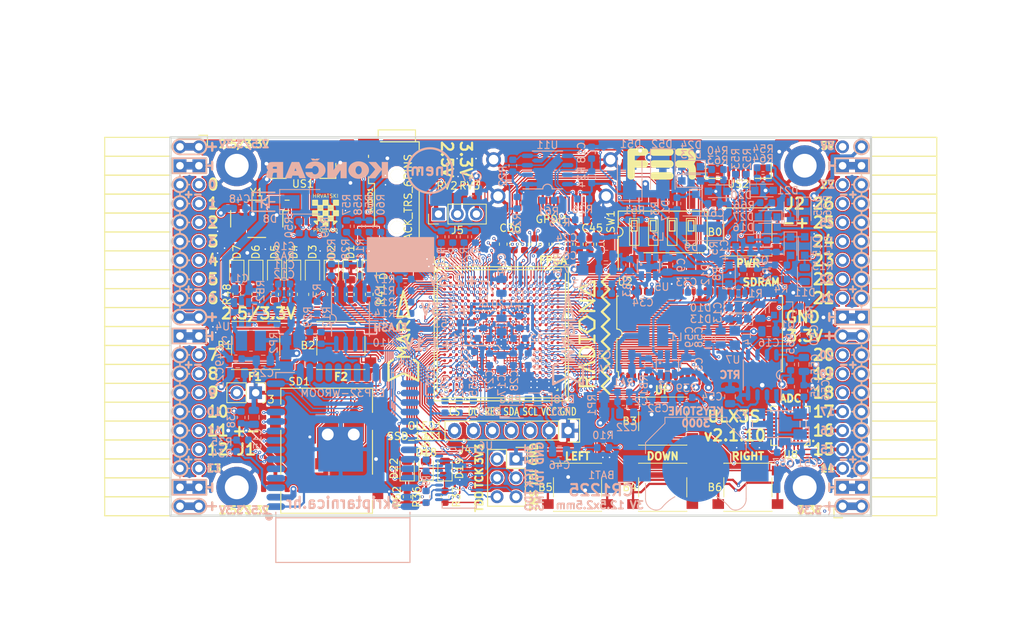
<source format=kicad_pcb>
(kicad_pcb (version 20171130) (host pcbnew 5.0.0+dfsg1-2)
  (layers (0 F.Cu signal) (1 In1.Cu signal) (2 In2.Cu signal) (31 B.Cu signal) (34 B.Paste user) (35 F.Paste user) (36 B.SilkS user) (37 F.SilkS user) (38 B.Mask user) (39 F.Mask user) (44 Edge.Cuts user))
  (net 0 "")
  (net 1 GND)
  (net 2 +5V)
  (net 3 /gpio/IN5V)
  (net 4 /gpio/OUT5V)
  (net 5 +3V3)
  (net 6 BTN_D)
  (net 7 BTN_F1)
  (net 8 BTN_F2)
  (net 9 BTN_L)
  (net 10 BTN_R)
  (net 11 BTN_U)
  (net 12 /power/FB1)
  (net 13 +2V5)
  (net 14 /power/PWREN)
  (net 15 /power/FB3)
  (net 16 /power/FB2)
  (net 17 /power/VBAT)
  (net 18 JTAG_TDI)
  (net 19 JTAG_TCK)
  (net 20 JTAG_TMS)
  (net 21 JTAG_TDO)
  (net 22 /power/WAKEUPn)
  (net 23 /power/WKUP)
  (net 24 /power/SHUT)
  (net 25 /power/WAKE)
  (net 26 /power/HOLD)
  (net 27 /power/WKn)
  (net 28 /power/OSCI_32k)
  (net 29 /power/OSCO_32k)
  (net 30 SHUTDOWN)
  (net 31 GPDI_SDA)
  (net 32 GPDI_SCL)
  (net 33 /gpdi/VREF2)
  (net 34 SD_CMD)
  (net 35 SD_CLK)
  (net 36 SD_D0)
  (net 37 SD_D1)
  (net 38 USB5V)
  (net 39 GPDI_CEC)
  (net 40 nRESET)
  (net 41 FTDI_nDTR)
  (net 42 SDRAM_CKE)
  (net 43 SDRAM_A7)
  (net 44 SDRAM_D15)
  (net 45 SDRAM_BA1)
  (net 46 SDRAM_D7)
  (net 47 SDRAM_A6)
  (net 48 SDRAM_CLK)
  (net 49 SDRAM_D13)
  (net 50 SDRAM_BA0)
  (net 51 SDRAM_D6)
  (net 52 SDRAM_A5)
  (net 53 SDRAM_D14)
  (net 54 SDRAM_A11)
  (net 55 SDRAM_D12)
  (net 56 SDRAM_D5)
  (net 57 SDRAM_A4)
  (net 58 SDRAM_A10)
  (net 59 SDRAM_D11)
  (net 60 SDRAM_A3)
  (net 61 SDRAM_D4)
  (net 62 SDRAM_D10)
  (net 63 SDRAM_D9)
  (net 64 SDRAM_A9)
  (net 65 SDRAM_D3)
  (net 66 SDRAM_D8)
  (net 67 SDRAM_A8)
  (net 68 SDRAM_A2)
  (net 69 SDRAM_A1)
  (net 70 SDRAM_A0)
  (net 71 SDRAM_D2)
  (net 72 SDRAM_D1)
  (net 73 SDRAM_D0)
  (net 74 SDRAM_DQM0)
  (net 75 SDRAM_nCS)
  (net 76 SDRAM_nRAS)
  (net 77 SDRAM_DQM1)
  (net 78 SDRAM_nCAS)
  (net 79 SDRAM_nWE)
  (net 80 /flash/FLASH_nWP)
  (net 81 /flash/FLASH_nHOLD)
  (net 82 /flash/FLASH_MOSI)
  (net 83 /flash/FLASH_MISO)
  (net 84 /flash/FLASH_SCK)
  (net 85 /flash/FLASH_nCS)
  (net 86 /flash/FPGA_PROGRAMN)
  (net 87 /flash/FPGA_DONE)
  (net 88 /flash/FPGA_INITN)
  (net 89 OLED_RES)
  (net 90 OLED_DC)
  (net 91 OLED_CS)
  (net 92 WIFI_EN)
  (net 93 FTDI_nRTS)
  (net 94 FTDI_TXD)
  (net 95 FTDI_RXD)
  (net 96 WIFI_RXD)
  (net 97 WIFI_GPIO0)
  (net 98 WIFI_TXD)
  (net 99 USB_FTDI_D+)
  (net 100 USB_FTDI_D-)
  (net 101 SD_D3)
  (net 102 AUDIO_L3)
  (net 103 AUDIO_L2)
  (net 104 AUDIO_L1)
  (net 105 AUDIO_L0)
  (net 106 AUDIO_R3)
  (net 107 AUDIO_R2)
  (net 108 AUDIO_R1)
  (net 109 AUDIO_R0)
  (net 110 OLED_CLK)
  (net 111 OLED_MOSI)
  (net 112 LED0)
  (net 113 LED1)
  (net 114 LED2)
  (net 115 LED3)
  (net 116 LED4)
  (net 117 LED5)
  (net 118 LED6)
  (net 119 LED7)
  (net 120 BTN_PWRn)
  (net 121 FTDI_nTXLED)
  (net 122 FTDI_nSLEEP)
  (net 123 /blinkey/LED_PWREN)
  (net 124 /blinkey/LED_TXLED)
  (net 125 /sdcard/SD3V3)
  (net 126 SD_D2)
  (net 127 CLK_25MHz)
  (net 128 /blinkey/BTNPUL)
  (net 129 /blinkey/BTNPUR)
  (net 130 USB_FPGA_D+)
  (net 131 /power/FTDI_nSUSPEND)
  (net 132 /blinkey/ALED0)
  (net 133 /blinkey/ALED1)
  (net 134 /blinkey/ALED2)
  (net 135 /blinkey/ALED3)
  (net 136 /blinkey/ALED4)
  (net 137 /blinkey/ALED5)
  (net 138 /blinkey/ALED6)
  (net 139 /blinkey/ALED7)
  (net 140 /usb/FTD-)
  (net 141 /usb/FTD+)
  (net 142 ADC_MISO)
  (net 143 ADC_MOSI)
  (net 144 ADC_CSn)
  (net 145 ADC_SCLK)
  (net 146 SW3)
  (net 147 SW2)
  (net 148 SW1)
  (net 149 USB_FPGA_D-)
  (net 150 /usb/FPD+)
  (net 151 /usb/FPD-)
  (net 152 WIFI_GPIO16)
  (net 153 /usb/ANT_433MHz)
  (net 154 PROG_DONE)
  (net 155 /power/P3V3)
  (net 156 /power/P2V5)
  (net 157 /power/L1)
  (net 158 /power/L3)
  (net 159 /power/L2)
  (net 160 FTDI_TXDEN)
  (net 161 SDRAM_A12)
  (net 162 /analog/AUDIO_V)
  (net 163 AUDIO_V3)
  (net 164 AUDIO_V2)
  (net 165 AUDIO_V1)
  (net 166 AUDIO_V0)
  (net 167 /blinkey/LED_WIFI)
  (net 168 /power/P1V1)
  (net 169 +1V1)
  (net 170 SW4)
  (net 171 /blinkey/SWPU)
  (net 172 /wifi/WIFIEN)
  (net 173 FT2V5)
  (net 174 GN0)
  (net 175 GP0)
  (net 176 GN1)
  (net 177 GP1)
  (net 178 GN2)
  (net 179 GP2)
  (net 180 GN3)
  (net 181 GP3)
  (net 182 GN4)
  (net 183 GP4)
  (net 184 GN5)
  (net 185 GP5)
  (net 186 GN6)
  (net 187 GP6)
  (net 188 GN14)
  (net 189 GP14)
  (net 190 GN15)
  (net 191 GP15)
  (net 192 GN16)
  (net 193 GP16)
  (net 194 GN17)
  (net 195 GP17)
  (net 196 GN18)
  (net 197 GP18)
  (net 198 GN19)
  (net 199 GP19)
  (net 200 GN20)
  (net 201 GP20)
  (net 202 GN21)
  (net 203 GP21)
  (net 204 GN22)
  (net 205 GP22)
  (net 206 GN23)
  (net 207 GP23)
  (net 208 GN24)
  (net 209 GP24)
  (net 210 GN25)
  (net 211 GP25)
  (net 212 GN26)
  (net 213 GP26)
  (net 214 GN27)
  (net 215 GP27)
  (net 216 GN7)
  (net 217 GP7)
  (net 218 GN8)
  (net 219 GP8)
  (net 220 GN9)
  (net 221 GP9)
  (net 222 GN10)
  (net 223 GP10)
  (net 224 GN11)
  (net 225 GP11)
  (net 226 GN12)
  (net 227 GP12)
  (net 228 GN13)
  (net 229 GP13)
  (net 230 WIFI_GPIO5)
  (net 231 WIFI_GPIO17)
  (net 232 USB_FPGA_PULL_D+)
  (net 233 USB_FPGA_PULL_D-)
  (net 234 "Net-(D23-Pad2)")
  (net 235 "Net-(D24-Pad1)")
  (net 236 "Net-(D25-Pad2)")
  (net 237 "Net-(D26-Pad1)")
  (net 238 /gpdi/GPDI_ETH+)
  (net 239 FPDI_ETH+)
  (net 240 /gpdi/GPDI_ETH-)
  (net 241 FPDI_ETH-)
  (net 242 /gpdi/GPDI_D2-)
  (net 243 FPDI_D2-)
  (net 244 /gpdi/GPDI_D1-)
  (net 245 FPDI_D1-)
  (net 246 /gpdi/GPDI_D0-)
  (net 247 FPDI_D0-)
  (net 248 /gpdi/GPDI_CLK-)
  (net 249 FPDI_CLK-)
  (net 250 /gpdi/GPDI_D2+)
  (net 251 FPDI_D2+)
  (net 252 /gpdi/GPDI_D1+)
  (net 253 FPDI_D1+)
  (net 254 /gpdi/GPDI_D0+)
  (net 255 FPDI_D0+)
  (net 256 /gpdi/GPDI_CLK+)
  (net 257 FPDI_CLK+)
  (net 258 FPDI_SDA)
  (net 259 FPDI_SCL)
  (net 260 /gpdi/FPDI_CEC)
  (net 261 2V5_3V3)
  (net 262 /usb/US2VBUS)
  (net 263 /power/SHD)
  (net 264 /power/RTCVDD)
  (net 265 "Net-(D27-Pad2)")
  (net 266 US2_ID)
  (net 267 /analog/AUDIO_L)
  (net 268 /analog/AUDIO_R)
  (net 269 /analog/ADC3V3)
  (net 270 PWRBTn)
  (net 271 USER_PROGRAMN)
  (module lfe5bg381:BGA-381_pitch0.8mm_dia0.4mm (layer F.Cu) (at 138.48 87.8)
    (fp_text reference U1 (at -8.2 -9.8) (layer F.SilkS))
    (fp_text value LFE5U-85F-6BG381C hide)
    (pad Y19 smd circle (at 6.8 7.6) (size 0.4 0.4) (layers F.Cu F.Paste F.Mask) (net 1 GND))
    (pad Y17 smd circle (at 5.2 7.6) (size 0.4 0.4) (layers F.Cu F.Paste F.Mask) (net 1 GND))
    (pad Y16 smd circle (at 4.4 7.6) (size 0.4 0.4) (layers F.Cu F.Paste F.Mask) (net 1 GND))
    (pad Y15 smd circle (at 3.6 7.6) (size 0.4 0.4) (layers F.Cu F.Paste F.Mask) (net 1 GND))
    (pad Y14 smd circle (at 2.8 7.6) (size 0.4 0.4) (layers F.Cu F.Paste F.Mask) (net 1 GND))
    (pad Y12 smd circle (at 1.2 7.6) (size 0.4 0.4) (layers F.Cu F.Paste F.Mask) (net 1 GND))
    (pad Y11 smd circle (at 0.4 7.6) (size 0.4 0.4) (layers F.Cu F.Paste F.Mask) (net 1 GND))
    (pad Y8 smd circle (at -2 7.6) (size 0.4 0.4) (layers F.Cu F.Paste F.Mask) (net 1 GND))
    (pad Y7 smd circle (at -2.8 7.6) (size 0.4 0.4) (layers F.Cu F.Paste F.Mask) (net 1 GND))
    (pad Y6 smd circle (at -3.6 7.6) (size 0.4 0.4) (layers F.Cu F.Paste F.Mask) (net 1 GND))
    (pad Y5 smd circle (at -4.4 7.6) (size 0.4 0.4) (layers F.Cu F.Paste F.Mask) (net 1 GND))
    (pad Y3 smd circle (at -6 7.6) (size 0.4 0.4) (layers F.Cu F.Paste F.Mask) (net 87 /flash/FPGA_DONE))
    (pad Y2 smd circle (at -6.8 7.6) (size 0.4 0.4) (layers F.Cu F.Paste F.Mask) (net 80 /flash/FLASH_nWP))
    (pad W20 smd circle (at 7.6 6.8) (size 0.4 0.4) (layers F.Cu F.Paste F.Mask) (net 1 GND))
    (pad W19 smd circle (at 6.8 6.8) (size 0.4 0.4) (layers F.Cu F.Paste F.Mask) (net 1 GND))
    (pad W18 smd circle (at 6 6.8) (size 0.4 0.4) (layers F.Cu F.Paste F.Mask))
    (pad W17 smd circle (at 5.2 6.8) (size 0.4 0.4) (layers F.Cu F.Paste F.Mask))
    (pad W16 smd circle (at 4.4 6.8) (size 0.4 0.4) (layers F.Cu F.Paste F.Mask) (net 1 GND))
    (pad W15 smd circle (at 3.6 6.8) (size 0.4 0.4) (layers F.Cu F.Paste F.Mask) (net 1 GND))
    (pad W14 smd circle (at 2.8 6.8) (size 0.4 0.4) (layers F.Cu F.Paste F.Mask))
    (pad W13 smd circle (at 2 6.8) (size 0.4 0.4) (layers F.Cu F.Paste F.Mask))
    (pad W12 smd circle (at 1.2 6.8) (size 0.4 0.4) (layers F.Cu F.Paste F.Mask) (net 1 GND))
    (pad W11 smd circle (at 0.4 6.8) (size 0.4 0.4) (layers F.Cu F.Paste F.Mask))
    (pad W10 smd circle (at -0.4 6.8) (size 0.4 0.4) (layers F.Cu F.Paste F.Mask))
    (pad W9 smd circle (at -1.2 6.8) (size 0.4 0.4) (layers F.Cu F.Paste F.Mask))
    (pad W8 smd circle (at -2 6.8) (size 0.4 0.4) (layers F.Cu F.Paste F.Mask))
    (pad W7 smd circle (at -2.8 6.8) (size 0.4 0.4) (layers F.Cu F.Paste F.Mask) (net 1 GND))
    (pad W6 smd circle (at -3.6 6.8) (size 0.4 0.4) (layers F.Cu F.Paste F.Mask) (net 1 GND))
    (pad W5 smd circle (at -4.4 6.8) (size 0.4 0.4) (layers F.Cu F.Paste F.Mask))
    (pad W4 smd circle (at -5.2 6.8) (size 0.4 0.4) (layers F.Cu F.Paste F.Mask))
    (pad W3 smd circle (at -6 6.8) (size 0.4 0.4) (layers F.Cu F.Paste F.Mask) (net 86 /flash/FPGA_PROGRAMN))
    (pad W2 smd circle (at -6.8 6.8) (size 0.4 0.4) (layers F.Cu F.Paste F.Mask) (net 82 /flash/FLASH_MOSI))
    (pad W1 smd circle (at -7.6 6.8) (size 0.4 0.4) (layers F.Cu F.Paste F.Mask) (net 81 /flash/FLASH_nHOLD))
    (pad V20 smd circle (at 7.6 6) (size 0.4 0.4) (layers F.Cu F.Paste F.Mask) (net 1 GND))
    (pad V19 smd circle (at 6.8 6) (size 0.4 0.4) (layers F.Cu F.Paste F.Mask) (net 1 GND))
    (pad V18 smd circle (at 6 6) (size 0.4 0.4) (layers F.Cu F.Paste F.Mask) (net 1 GND))
    (pad V17 smd circle (at 5.2 6) (size 0.4 0.4) (layers F.Cu F.Paste F.Mask) (net 1 GND))
    (pad V16 smd circle (at 4.4 6) (size 0.4 0.4) (layers F.Cu F.Paste F.Mask) (net 1 GND))
    (pad V15 smd circle (at 3.6 6) (size 0.4 0.4) (layers F.Cu F.Paste F.Mask) (net 1 GND))
    (pad V14 smd circle (at 2.8 6) (size 0.4 0.4) (layers F.Cu F.Paste F.Mask) (net 1 GND))
    (pad V13 smd circle (at 2 6) (size 0.4 0.4) (layers F.Cu F.Paste F.Mask) (net 1 GND))
    (pad V12 smd circle (at 1.2 6) (size 0.4 0.4) (layers F.Cu F.Paste F.Mask) (net 1 GND))
    (pad V11 smd circle (at 0.4 6) (size 0.4 0.4) (layers F.Cu F.Paste F.Mask) (net 1 GND))
    (pad V10 smd circle (at -0.4 6) (size 0.4 0.4) (layers F.Cu F.Paste F.Mask) (net 1 GND))
    (pad V9 smd circle (at -1.2 6) (size 0.4 0.4) (layers F.Cu F.Paste F.Mask) (net 1 GND))
    (pad V8 smd circle (at -2 6) (size 0.4 0.4) (layers F.Cu F.Paste F.Mask) (net 1 GND))
    (pad V7 smd circle (at -2.8 6) (size 0.4 0.4) (layers F.Cu F.Paste F.Mask) (net 1 GND))
    (pad V6 smd circle (at -3.6 6) (size 0.4 0.4) (layers F.Cu F.Paste F.Mask) (net 1 GND))
    (pad V5 smd circle (at -4.4 6) (size 0.4 0.4) (layers F.Cu F.Paste F.Mask) (net 1 GND))
    (pad V4 smd circle (at -5.2 6) (size 0.4 0.4) (layers F.Cu F.Paste F.Mask) (net 21 JTAG_TDO))
    (pad V3 smd circle (at -6 6) (size 0.4 0.4) (layers F.Cu F.Paste F.Mask) (net 88 /flash/FPGA_INITN))
    (pad V2 smd circle (at -6.8 6) (size 0.4 0.4) (layers F.Cu F.Paste F.Mask) (net 83 /flash/FLASH_MISO))
    (pad V1 smd circle (at -7.6 6) (size 0.4 0.4) (layers F.Cu F.Paste F.Mask) (net 6 BTN_D))
    (pad U20 smd circle (at 7.6 5.2) (size 0.4 0.4) (layers F.Cu F.Paste F.Mask) (net 46 SDRAM_D7))
    (pad U19 smd circle (at 6.8 5.2) (size 0.4 0.4) (layers F.Cu F.Paste F.Mask) (net 74 SDRAM_DQM0))
    (pad U18 smd circle (at 6 5.2) (size 0.4 0.4) (layers F.Cu F.Paste F.Mask) (net 189 GP14))
    (pad U17 smd circle (at 5.2 5.2) (size 0.4 0.4) (layers F.Cu F.Paste F.Mask) (net 188 GN14))
    (pad U16 smd circle (at 4.4 5.2) (size 0.4 0.4) (layers F.Cu F.Paste F.Mask) (net 142 ADC_MISO))
    (pad U15 smd circle (at 3.6 5.2) (size 0.4 0.4) (layers F.Cu F.Paste F.Mask) (net 1 GND))
    (pad U14 smd circle (at 2.8 5.2) (size 0.4 0.4) (layers F.Cu F.Paste F.Mask) (net 1 GND))
    (pad U13 smd circle (at 2 5.2) (size 0.4 0.4) (layers F.Cu F.Paste F.Mask) (net 1 GND))
    (pad U12 smd circle (at 1.2 5.2) (size 0.4 0.4) (layers F.Cu F.Paste F.Mask) (net 1 GND))
    (pad U11 smd circle (at 0.4 5.2) (size 0.4 0.4) (layers F.Cu F.Paste F.Mask) (net 1 GND))
    (pad U10 smd circle (at -0.4 5.2) (size 0.4 0.4) (layers F.Cu F.Paste F.Mask) (net 1 GND))
    (pad U9 smd circle (at -1.2 5.2) (size 0.4 0.4) (layers F.Cu F.Paste F.Mask) (net 1 GND))
    (pad U8 smd circle (at -2 5.2) (size 0.4 0.4) (layers F.Cu F.Paste F.Mask) (net 1 GND))
    (pad U7 smd circle (at -2.8 5.2) (size 0.4 0.4) (layers F.Cu F.Paste F.Mask) (net 1 GND))
    (pad U6 smd circle (at -3.6 5.2) (size 0.4 0.4) (layers F.Cu F.Paste F.Mask) (net 1 GND))
    (pad U5 smd circle (at -4.4 5.2) (size 0.4 0.4) (layers F.Cu F.Paste F.Mask) (net 20 JTAG_TMS))
    (pad U4 smd circle (at -5.2 5.2) (size 0.4 0.4) (layers F.Cu F.Paste F.Mask) (net 1 GND))
    (pad U3 smd circle (at -6 5.2) (size 0.4 0.4) (layers F.Cu F.Paste F.Mask) (net 84 /flash/FLASH_SCK))
    (pad U2 smd circle (at -6.8 5.2) (size 0.4 0.4) (layers F.Cu F.Paste F.Mask) (net 5 +3V3))
    (pad U1 smd circle (at -7.6 5.2) (size 0.4 0.4) (layers F.Cu F.Paste F.Mask) (net 9 BTN_L))
    (pad T20 smd circle (at 7.6 4.4) (size 0.4 0.4) (layers F.Cu F.Paste F.Mask) (net 79 SDRAM_nWE))
    (pad T19 smd circle (at 6.8 4.4) (size 0.4 0.4) (layers F.Cu F.Paste F.Mask) (net 78 SDRAM_nCAS))
    (pad T18 smd circle (at 6 4.4) (size 0.4 0.4) (layers F.Cu F.Paste F.Mask) (net 56 SDRAM_D5))
    (pad T17 smd circle (at 5.2 4.4) (size 0.4 0.4) (layers F.Cu F.Paste F.Mask) (net 51 SDRAM_D6))
    (pad T16 smd circle (at 4.4 4.4) (size 0.4 0.4) (layers F.Cu F.Paste F.Mask))
    (pad T15 smd circle (at 3.6 4.4) (size 0.4 0.4) (layers F.Cu F.Paste F.Mask) (net 1 GND))
    (pad T14 smd circle (at 2.8 4.4) (size 0.4 0.4) (layers F.Cu F.Paste F.Mask) (net 1 GND))
    (pad T13 smd circle (at 2 4.4) (size 0.4 0.4) (layers F.Cu F.Paste F.Mask) (net 1 GND))
    (pad T12 smd circle (at 1.2 4.4) (size 0.4 0.4) (layers F.Cu F.Paste F.Mask) (net 1 GND))
    (pad T11 smd circle (at 0.4 4.4) (size 0.4 0.4) (layers F.Cu F.Paste F.Mask) (net 1 GND))
    (pad T10 smd circle (at -0.4 4.4) (size 0.4 0.4) (layers F.Cu F.Paste F.Mask) (net 1 GND))
    (pad T9 smd circle (at -1.2 4.4) (size 0.4 0.4) (layers F.Cu F.Paste F.Mask) (net 1 GND))
    (pad T8 smd circle (at -2 4.4) (size 0.4 0.4) (layers F.Cu F.Paste F.Mask) (net 1 GND))
    (pad T7 smd circle (at -2.8 4.4) (size 0.4 0.4) (layers F.Cu F.Paste F.Mask) (net 1 GND))
    (pad T6 smd circle (at -3.6 4.4) (size 0.4 0.4) (layers F.Cu F.Paste F.Mask) (net 1 GND))
    (pad T5 smd circle (at -4.4 4.4) (size 0.4 0.4) (layers F.Cu F.Paste F.Mask) (net 19 JTAG_TCK))
    (pad T4 smd circle (at -5.2 4.4) (size 0.4 0.4) (layers F.Cu F.Paste F.Mask) (net 5 +3V3))
    (pad T3 smd circle (at -6 4.4) (size 0.4 0.4) (layers F.Cu F.Paste F.Mask) (net 5 +3V3))
    (pad T2 smd circle (at -6.8 4.4) (size 0.4 0.4) (layers F.Cu F.Paste F.Mask) (net 5 +3V3))
    (pad T1 smd circle (at -7.6 4.4) (size 0.4 0.4) (layers F.Cu F.Paste F.Mask) (net 8 BTN_F2))
    (pad R20 smd circle (at 7.6 3.6) (size 0.4 0.4) (layers F.Cu F.Paste F.Mask) (net 76 SDRAM_nRAS))
    (pad R19 smd circle (at 6.8 3.6) (size 0.4 0.4) (layers F.Cu F.Paste F.Mask) (net 1 GND))
    (pad R18 smd circle (at 6 3.6) (size 0.4 0.4) (layers F.Cu F.Paste F.Mask) (net 11 BTN_U))
    (pad R17 smd circle (at 5.2 3.6) (size 0.4 0.4) (layers F.Cu F.Paste F.Mask) (net 144 ADC_CSn))
    (pad R16 smd circle (at 4.4 3.6) (size 0.4 0.4) (layers F.Cu F.Paste F.Mask) (net 143 ADC_MOSI))
    (pad R5 smd circle (at -4.4 3.6) (size 0.4 0.4) (layers F.Cu F.Paste F.Mask) (net 18 JTAG_TDI))
    (pad R4 smd circle (at -5.2 3.6) (size 0.4 0.4) (layers F.Cu F.Paste F.Mask) (net 1 GND))
    (pad R3 smd circle (at -6 3.6) (size 0.4 0.4) (layers F.Cu F.Paste F.Mask))
    (pad R2 smd circle (at -6.8 3.6) (size 0.4 0.4) (layers F.Cu F.Paste F.Mask) (net 85 /flash/FLASH_nCS))
    (pad R1 smd circle (at -7.6 3.6) (size 0.4 0.4) (layers F.Cu F.Paste F.Mask) (net 7 BTN_F1))
    (pad P20 smd circle (at 7.6 2.8) (size 0.4 0.4) (layers F.Cu F.Paste F.Mask) (net 75 SDRAM_nCS))
    (pad P19 smd circle (at 6.8 2.8) (size 0.4 0.4) (layers F.Cu F.Paste F.Mask) (net 50 SDRAM_BA0))
    (pad P18 smd circle (at 6 2.8) (size 0.4 0.4) (layers F.Cu F.Paste F.Mask) (net 61 SDRAM_D4))
    (pad P17 smd circle (at 5.2 2.8) (size 0.4 0.4) (layers F.Cu F.Paste F.Mask) (net 145 ADC_SCLK))
    (pad P16 smd circle (at 4.4 2.8) (size 0.4 0.4) (layers F.Cu F.Paste F.Mask) (net 190 GN15))
    (pad P15 smd circle (at 3.6 2.8) (size 0.4 0.4) (layers F.Cu F.Paste F.Mask) (net 13 +2V5))
    (pad P14 smd circle (at 2.8 2.8) (size 0.4 0.4) (layers F.Cu F.Paste F.Mask) (net 1 GND))
    (pad P13 smd circle (at 2 2.8) (size 0.4 0.4) (layers F.Cu F.Paste F.Mask) (net 1 GND))
    (pad P12 smd circle (at 1.2 2.8) (size 0.4 0.4) (layers F.Cu F.Paste F.Mask) (net 1 GND))
    (pad P11 smd circle (at 0.4 2.8) (size 0.4 0.4) (layers F.Cu F.Paste F.Mask) (net 1 GND))
    (pad P10 smd circle (at -0.4 2.8) (size 0.4 0.4) (layers F.Cu F.Paste F.Mask) (net 5 +3V3))
    (pad P9 smd circle (at -1.2 2.8) (size 0.4 0.4) (layers F.Cu F.Paste F.Mask) (net 5 +3V3))
    (pad P8 smd circle (at -2 2.8) (size 0.4 0.4) (layers F.Cu F.Paste F.Mask) (net 1 GND))
    (pad P7 smd circle (at -2.8 2.8) (size 0.4 0.4) (layers F.Cu F.Paste F.Mask) (net 1 GND))
    (pad P6 smd circle (at -3.6 2.8) (size 0.4 0.4) (layers F.Cu F.Paste F.Mask) (net 13 +2V5))
    (pad P5 smd circle (at -4.4 2.8) (size 0.4 0.4) (layers F.Cu F.Paste F.Mask))
    (pad P4 smd circle (at -5.2 2.8) (size 0.4 0.4) (layers F.Cu F.Paste F.Mask) (net 110 OLED_CLK))
    (pad P3 smd circle (at -6 2.8) (size 0.4 0.4) (layers F.Cu F.Paste F.Mask) (net 111 OLED_MOSI))
    (pad P2 smd circle (at -6.8 2.8) (size 0.4 0.4) (layers F.Cu F.Paste F.Mask) (net 89 OLED_RES))
    (pad P1 smd circle (at -7.6 2.8) (size 0.4 0.4) (layers F.Cu F.Paste F.Mask) (net 90 OLED_DC))
    (pad N20 smd circle (at 7.6 2) (size 0.4 0.4) (layers F.Cu F.Paste F.Mask) (net 45 SDRAM_BA1))
    (pad N19 smd circle (at 6.8 2) (size 0.4 0.4) (layers F.Cu F.Paste F.Mask) (net 58 SDRAM_A10))
    (pad N18 smd circle (at 6 2) (size 0.4 0.4) (layers F.Cu F.Paste F.Mask) (net 65 SDRAM_D3))
    (pad N17 smd circle (at 5.2 2) (size 0.4 0.4) (layers F.Cu F.Paste F.Mask) (net 191 GP15))
    (pad N16 smd circle (at 4.4 2) (size 0.4 0.4) (layers F.Cu F.Paste F.Mask) (net 193 GP16))
    (pad N15 smd circle (at 3.6 2) (size 0.4 0.4) (layers F.Cu F.Paste F.Mask) (net 1 GND))
    (pad N14 smd circle (at 2.8 2) (size 0.4 0.4) (layers F.Cu F.Paste F.Mask) (net 1 GND))
    (pad N13 smd circle (at 2 2) (size 0.4 0.4) (layers F.Cu F.Paste F.Mask) (net 169 +1V1))
    (pad N12 smd circle (at 1.2 2) (size 0.4 0.4) (layers F.Cu F.Paste F.Mask) (net 169 +1V1))
    (pad N11 smd circle (at 0.4 2) (size 0.4 0.4) (layers F.Cu F.Paste F.Mask) (net 169 +1V1))
    (pad N10 smd circle (at -0.4 2) (size 0.4 0.4) (layers F.Cu F.Paste F.Mask) (net 169 +1V1))
    (pad N9 smd circle (at -1.2 2) (size 0.4 0.4) (layers F.Cu F.Paste F.Mask) (net 169 +1V1))
    (pad N8 smd circle (at -2 2) (size 0.4 0.4) (layers F.Cu F.Paste F.Mask) (net 169 +1V1))
    (pad N7 smd circle (at -2.8 2) (size 0.4 0.4) (layers F.Cu F.Paste F.Mask) (net 1 GND))
    (pad N6 smd circle (at -3.6 2) (size 0.4 0.4) (layers F.Cu F.Paste F.Mask) (net 1 GND))
    (pad N5 smd circle (at -4.4 2) (size 0.4 0.4) (layers F.Cu F.Paste F.Mask))
    (pad N4 smd circle (at -5.2 2) (size 0.4 0.4) (layers F.Cu F.Paste F.Mask) (net 230 WIFI_GPIO5))
    (pad N3 smd circle (at -6 2) (size 0.4 0.4) (layers F.Cu F.Paste F.Mask) (net 231 WIFI_GPIO17))
    (pad N2 smd circle (at -6.8 2) (size 0.4 0.4) (layers F.Cu F.Paste F.Mask) (net 91 OLED_CS))
    (pad N1 smd circle (at -7.6 2) (size 0.4 0.4) (layers F.Cu F.Paste F.Mask) (net 41 FTDI_nDTR))
    (pad M20 smd circle (at 7.6 1.2) (size 0.4 0.4) (layers F.Cu F.Paste F.Mask) (net 70 SDRAM_A0))
    (pad M19 smd circle (at 6.8 1.2) (size 0.4 0.4) (layers F.Cu F.Paste F.Mask) (net 69 SDRAM_A1))
    (pad M18 smd circle (at 6 1.2) (size 0.4 0.4) (layers F.Cu F.Paste F.Mask) (net 71 SDRAM_D2))
    (pad M17 smd circle (at 5.2 1.2) (size 0.4 0.4) (layers F.Cu F.Paste F.Mask) (net 192 GN16))
    (pad M16 smd circle (at 4.4 1.2) (size 0.4 0.4) (layers F.Cu F.Paste F.Mask) (net 1 GND))
    (pad M15 smd circle (at 3.6 1.2) (size 0.4 0.4) (layers F.Cu F.Paste F.Mask) (net 5 +3V3))
    (pad M14 smd circle (at 2.8 1.2) (size 0.4 0.4) (layers F.Cu F.Paste F.Mask) (net 1 GND))
    (pad M13 smd circle (at 2 1.2) (size 0.4 0.4) (layers F.Cu F.Paste F.Mask) (net 169 +1V1))
    (pad M12 smd circle (at 1.2 1.2) (size 0.4 0.4) (layers F.Cu F.Paste F.Mask) (net 1 GND))
    (pad M11 smd circle (at 0.4 1.2) (size 0.4 0.4) (layers F.Cu F.Paste F.Mask) (net 1 GND))
    (pad M10 smd circle (at -0.4 1.2) (size 0.4 0.4) (layers F.Cu F.Paste F.Mask) (net 1 GND))
    (pad M9 smd circle (at -1.2 1.2) (size 0.4 0.4) (layers F.Cu F.Paste F.Mask) (net 1 GND))
    (pad M8 smd circle (at -2 1.2) (size 0.4 0.4) (layers F.Cu F.Paste F.Mask) (net 169 +1V1))
    (pad M7 smd circle (at -2.8 1.2) (size 0.4 0.4) (layers F.Cu F.Paste F.Mask) (net 1 GND))
    (pad M6 smd circle (at -3.6 1.2) (size 0.4 0.4) (layers F.Cu F.Paste F.Mask) (net 5 +3V3))
    (pad M5 smd circle (at -4.4 1.2) (size 0.4 0.4) (layers F.Cu F.Paste F.Mask))
    (pad M4 smd circle (at -5.2 1.2) (size 0.4 0.4) (layers F.Cu F.Paste F.Mask) (net 271 USER_PROGRAMN))
    (pad M3 smd circle (at -6 1.2) (size 0.4 0.4) (layers F.Cu F.Paste F.Mask) (net 93 FTDI_nRTS))
    (pad M2 smd circle (at -6.8 1.2) (size 0.4 0.4) (layers F.Cu F.Paste F.Mask) (net 1 GND))
    (pad M1 smd circle (at -7.6 1.2) (size 0.4 0.4) (layers F.Cu F.Paste F.Mask) (net 94 FTDI_TXD))
    (pad L20 smd circle (at 7.6 0.4) (size 0.4 0.4) (layers F.Cu F.Paste F.Mask) (net 68 SDRAM_A2))
    (pad L19 smd circle (at 6.8 0.4) (size 0.4 0.4) (layers F.Cu F.Paste F.Mask) (net 60 SDRAM_A3))
    (pad L18 smd circle (at 6 0.4) (size 0.4 0.4) (layers F.Cu F.Paste F.Mask) (net 72 SDRAM_D1))
    (pad L17 smd circle (at 5.2 0.4) (size 0.4 0.4) (layers F.Cu F.Paste F.Mask) (net 194 GN17))
    (pad L16 smd circle (at 4.4 0.4) (size 0.4 0.4) (layers F.Cu F.Paste F.Mask) (net 195 GP17))
    (pad L15 smd circle (at 3.6 0.4) (size 0.4 0.4) (layers F.Cu F.Paste F.Mask) (net 5 +3V3))
    (pad L14 smd circle (at 2.8 0.4) (size 0.4 0.4) (layers F.Cu F.Paste F.Mask) (net 5 +3V3))
    (pad L13 smd circle (at 2 0.4) (size 0.4 0.4) (layers F.Cu F.Paste F.Mask) (net 169 +1V1))
    (pad L12 smd circle (at 1.2 0.4) (size 0.4 0.4) (layers F.Cu F.Paste F.Mask) (net 1 GND))
    (pad L11 smd circle (at 0.4 0.4) (size 0.4 0.4) (layers F.Cu F.Paste F.Mask) (net 1 GND))
    (pad L10 smd circle (at -0.4 0.4) (size 0.4 0.4) (layers F.Cu F.Paste F.Mask) (net 1 GND))
    (pad L9 smd circle (at -1.2 0.4) (size 0.4 0.4) (layers F.Cu F.Paste F.Mask) (net 1 GND))
    (pad L8 smd circle (at -2 0.4) (size 0.4 0.4) (layers F.Cu F.Paste F.Mask) (net 169 +1V1))
    (pad L7 smd circle (at -2.8 0.4) (size 0.4 0.4) (layers F.Cu F.Paste F.Mask) (net 5 +3V3))
    (pad L6 smd circle (at -3.6 0.4) (size 0.4 0.4) (layers F.Cu F.Paste F.Mask) (net 5 +3V3))
    (pad L5 smd circle (at -4.4 0.4) (size 0.4 0.4) (layers F.Cu F.Paste F.Mask))
    (pad L4 smd circle (at -5.2 0.4) (size 0.4 0.4) (layers F.Cu F.Paste F.Mask) (net 95 FTDI_RXD))
    (pad L3 smd circle (at -6 0.4) (size 0.4 0.4) (layers F.Cu F.Paste F.Mask) (net 160 FTDI_TXDEN))
    (pad L2 smd circle (at -6.8 0.4) (size 0.4 0.4) (layers F.Cu F.Paste F.Mask) (net 97 WIFI_GPIO0))
    (pad L1 smd circle (at -7.6 0.4) (size 0.4 0.4) (layers F.Cu F.Paste F.Mask) (net 152 WIFI_GPIO16))
    (pad K20 smd circle (at 7.6 -0.4) (size 0.4 0.4) (layers F.Cu F.Paste F.Mask) (net 57 SDRAM_A4))
    (pad K19 smd circle (at 6.8 -0.4) (size 0.4 0.4) (layers F.Cu F.Paste F.Mask) (net 52 SDRAM_A5))
    (pad K18 smd circle (at 6 -0.4) (size 0.4 0.4) (layers F.Cu F.Paste F.Mask) (net 47 SDRAM_A6))
    (pad K17 smd circle (at 5.2 -0.4) (size 0.4 0.4) (layers F.Cu F.Paste F.Mask))
    (pad K16 smd circle (at 4.4 -0.4) (size 0.4 0.4) (layers F.Cu F.Paste F.Mask))
    (pad K15 smd circle (at 3.6 -0.4) (size 0.4 0.4) (layers F.Cu F.Paste F.Mask) (net 1 GND))
    (pad K14 smd circle (at 2.8 -0.4) (size 0.4 0.4) (layers F.Cu F.Paste F.Mask) (net 1 GND))
    (pad K13 smd circle (at 2 -0.4) (size 0.4 0.4) (layers F.Cu F.Paste F.Mask) (net 169 +1V1))
    (pad K12 smd circle (at 1.2 -0.4) (size 0.4 0.4) (layers F.Cu F.Paste F.Mask) (net 1 GND))
    (pad K11 smd circle (at 0.4 -0.4) (size 0.4 0.4) (layers F.Cu F.Paste F.Mask) (net 1 GND))
    (pad K10 smd circle (at -0.4 -0.4) (size 0.4 0.4) (layers F.Cu F.Paste F.Mask) (net 1 GND))
    (pad K9 smd circle (at -1.2 -0.4) (size 0.4 0.4) (layers F.Cu F.Paste F.Mask) (net 1 GND))
    (pad K8 smd circle (at -2 -0.4) (size 0.4 0.4) (layers F.Cu F.Paste F.Mask) (net 169 +1V1))
    (pad K7 smd circle (at -2.8 -0.4) (size 0.4 0.4) (layers F.Cu F.Paste F.Mask) (net 1 GND))
    (pad K6 smd circle (at -3.6 -0.4) (size 0.4 0.4) (layers F.Cu F.Paste F.Mask) (net 1 GND))
    (pad K5 smd circle (at -4.4 -0.4) (size 0.4 0.4) (layers F.Cu F.Paste F.Mask))
    (pad K4 smd circle (at -5.2 -0.4) (size 0.4 0.4) (layers F.Cu F.Paste F.Mask) (net 98 WIFI_TXD))
    (pad K3 smd circle (at -6 -0.4) (size 0.4 0.4) (layers F.Cu F.Paste F.Mask) (net 96 WIFI_RXD))
    (pad K2 smd circle (at -6.8 -0.4) (size 0.4 0.4) (layers F.Cu F.Paste F.Mask) (net 101 SD_D3))
    (pad K1 smd circle (at -7.6 -0.4) (size 0.4 0.4) (layers F.Cu F.Paste F.Mask) (net 126 SD_D2))
    (pad J20 smd circle (at 7.6 -1.2) (size 0.4 0.4) (layers F.Cu F.Paste F.Mask) (net 43 SDRAM_A7))
    (pad J19 smd circle (at 6.8 -1.2) (size 0.4 0.4) (layers F.Cu F.Paste F.Mask) (net 67 SDRAM_A8))
    (pad J18 smd circle (at 6 -1.2) (size 0.4 0.4) (layers F.Cu F.Paste F.Mask) (net 53 SDRAM_D14))
    (pad J17 smd circle (at 5.2 -1.2) (size 0.4 0.4) (layers F.Cu F.Paste F.Mask) (net 44 SDRAM_D15))
    (pad J16 smd circle (at 4.4 -1.2) (size 0.4 0.4) (layers F.Cu F.Paste F.Mask) (net 73 SDRAM_D0))
    (pad J15 smd circle (at 3.6 -1.2) (size 0.4 0.4) (layers F.Cu F.Paste F.Mask) (net 5 +3V3))
    (pad J14 smd circle (at 2.8 -1.2) (size 0.4 0.4) (layers F.Cu F.Paste F.Mask) (net 1 GND))
    (pad J13 smd circle (at 2 -1.2) (size 0.4 0.4) (layers F.Cu F.Paste F.Mask) (net 169 +1V1))
    (pad J12 smd circle (at 1.2 -1.2) (size 0.4 0.4) (layers F.Cu F.Paste F.Mask) (net 1 GND))
    (pad J11 smd circle (at 0.4 -1.2) (size 0.4 0.4) (layers F.Cu F.Paste F.Mask) (net 1 GND))
    (pad J10 smd circle (at -0.4 -1.2) (size 0.4 0.4) (layers F.Cu F.Paste F.Mask) (net 1 GND))
    (pad J9 smd circle (at -1.2 -1.2) (size 0.4 0.4) (layers F.Cu F.Paste F.Mask) (net 1 GND))
    (pad J8 smd circle (at -2 -1.2) (size 0.4 0.4) (layers F.Cu F.Paste F.Mask) (net 169 +1V1))
    (pad J7 smd circle (at -2.8 -1.2) (size 0.4 0.4) (layers F.Cu F.Paste F.Mask) (net 1 GND))
    (pad J6 smd circle (at -3.6 -1.2) (size 0.4 0.4) (layers F.Cu F.Paste F.Mask) (net 261 2V5_3V3))
    (pad J5 smd circle (at -4.4 -1.2) (size 0.4 0.4) (layers F.Cu F.Paste F.Mask))
    (pad J4 smd circle (at -5.2 -1.2) (size 0.4 0.4) (layers F.Cu F.Paste F.Mask))
    (pad J3 smd circle (at -6 -1.2) (size 0.4 0.4) (layers F.Cu F.Paste F.Mask) (net 36 SD_D0))
    (pad J2 smd circle (at -6.8 -1.2) (size 0.4 0.4) (layers F.Cu F.Paste F.Mask) (net 1 GND))
    (pad J1 smd circle (at -7.6 -1.2) (size 0.4 0.4) (layers F.Cu F.Paste F.Mask) (net 34 SD_CMD))
    (pad H20 smd circle (at 7.6 -2) (size 0.4 0.4) (layers F.Cu F.Paste F.Mask) (net 64 SDRAM_A9))
    (pad H19 smd circle (at 6.8 -2) (size 0.4 0.4) (layers F.Cu F.Paste F.Mask) (net 1 GND))
    (pad H18 smd circle (at 6 -2) (size 0.4 0.4) (layers F.Cu F.Paste F.Mask) (net 197 GP18))
    (pad H17 smd circle (at 5.2 -2) (size 0.4 0.4) (layers F.Cu F.Paste F.Mask) (net 196 GN18))
    (pad H16 smd circle (at 4.4 -2) (size 0.4 0.4) (layers F.Cu F.Paste F.Mask) (net 10 BTN_R))
    (pad H15 smd circle (at 3.6 -2) (size 0.4 0.4) (layers F.Cu F.Paste F.Mask) (net 5 +3V3))
    (pad H14 smd circle (at 2.8 -2) (size 0.4 0.4) (layers F.Cu F.Paste F.Mask) (net 5 +3V3))
    (pad H13 smd circle (at 2 -2) (size 0.4 0.4) (layers F.Cu F.Paste F.Mask) (net 169 +1V1))
    (pad H12 smd circle (at 1.2 -2) (size 0.4 0.4) (layers F.Cu F.Paste F.Mask) (net 169 +1V1))
    (pad H11 smd circle (at 0.4 -2) (size 0.4 0.4) (layers F.Cu F.Paste F.Mask) (net 169 +1V1))
    (pad H10 smd circle (at -0.4 -2) (size 0.4 0.4) (layers F.Cu F.Paste F.Mask) (net 169 +1V1))
    (pad H9 smd circle (at -1.2 -2) (size 0.4 0.4) (layers F.Cu F.Paste F.Mask) (net 169 +1V1))
    (pad H8 smd circle (at -2 -2) (size 0.4 0.4) (layers F.Cu F.Paste F.Mask) (net 169 +1V1))
    (pad H7 smd circle (at -2.8 -2) (size 0.4 0.4) (layers F.Cu F.Paste F.Mask) (net 261 2V5_3V3))
    (pad H6 smd circle (at -3.6 -2) (size 0.4 0.4) (layers F.Cu F.Paste F.Mask) (net 261 2V5_3V3))
    (pad H5 smd circle (at -4.4 -2) (size 0.4 0.4) (layers F.Cu F.Paste F.Mask) (net 166 AUDIO_V0))
    (pad H4 smd circle (at -5.2 -2) (size 0.4 0.4) (layers F.Cu F.Paste F.Mask) (net 229 GP13))
    (pad H3 smd circle (at -6 -2) (size 0.4 0.4) (layers F.Cu F.Paste F.Mask) (net 119 LED7))
    (pad H2 smd circle (at -6.8 -2) (size 0.4 0.4) (layers F.Cu F.Paste F.Mask) (net 35 SD_CLK))
    (pad H1 smd circle (at -7.6 -2) (size 0.4 0.4) (layers F.Cu F.Paste F.Mask) (net 37 SD_D1))
    (pad G20 smd circle (at 7.6 -2.8) (size 0.4 0.4) (layers F.Cu F.Paste F.Mask) (net 54 SDRAM_A11))
    (pad G19 smd circle (at 6.8 -2.8) (size 0.4 0.4) (layers F.Cu F.Paste F.Mask) (net 161 SDRAM_A12))
    (pad G18 smd circle (at 6 -2.8) (size 0.4 0.4) (layers F.Cu F.Paste F.Mask) (net 198 GN19))
    (pad G17 smd circle (at 5.2 -2.8) (size 0.4 0.4) (layers F.Cu F.Paste F.Mask) (net 1 GND))
    (pad G16 smd circle (at 4.4 -2.8) (size 0.4 0.4) (layers F.Cu F.Paste F.Mask) (net 30 SHUTDOWN))
    (pad G15 smd circle (at 3.6 -2.8) (size 0.4 0.4) (layers F.Cu F.Paste F.Mask) (net 1 GND))
    (pad G14 smd circle (at 2.8 -2.8) (size 0.4 0.4) (layers F.Cu F.Paste F.Mask) (net 1 GND))
    (pad G13 smd circle (at 2 -2.8) (size 0.4 0.4) (layers F.Cu F.Paste F.Mask) (net 1 GND))
    (pad G12 smd circle (at 1.2 -2.8) (size 0.4 0.4) (layers F.Cu F.Paste F.Mask) (net 1 GND))
    (pad G11 smd circle (at 0.4 -2.8) (size 0.4 0.4) (layers F.Cu F.Paste F.Mask) (net 1 GND))
    (pad G10 smd circle (at -0.4 -2.8) (size 0.4 0.4) (layers F.Cu F.Paste F.Mask) (net 1 GND))
    (pad G9 smd circle (at -1.2 -2.8) (size 0.4 0.4) (layers F.Cu F.Paste F.Mask) (net 1 GND))
    (pad G8 smd circle (at -2 -2.8) (size 0.4 0.4) (layers F.Cu F.Paste F.Mask) (net 1 GND))
    (pad G7 smd circle (at -2.8 -2.8) (size 0.4 0.4) (layers F.Cu F.Paste F.Mask) (net 1 GND))
    (pad G6 smd circle (at -3.6 -2.8) (size 0.4 0.4) (layers F.Cu F.Paste F.Mask) (net 1 GND))
    (pad G5 smd circle (at -4.4 -2.8) (size 0.4 0.4) (layers F.Cu F.Paste F.Mask) (net 228 GN13))
    (pad G4 smd circle (at -5.2 -2.8) (size 0.4 0.4) (layers F.Cu F.Paste F.Mask) (net 1 GND))
    (pad G3 smd circle (at -6 -2.8) (size 0.4 0.4) (layers F.Cu F.Paste F.Mask) (net 227 GP12))
    (pad G2 smd circle (at -6.8 -2.8) (size 0.4 0.4) (layers F.Cu F.Paste F.Mask) (net 127 CLK_25MHz))
    (pad G1 smd circle (at -7.6 -2.8) (size 0.4 0.4) (layers F.Cu F.Paste F.Mask) (net 153 /usb/ANT_433MHz))
    (pad F20 smd circle (at 7.6 -3.6) (size 0.4 0.4) (layers F.Cu F.Paste F.Mask) (net 42 SDRAM_CKE))
    (pad F19 smd circle (at 6.8 -3.6) (size 0.4 0.4) (layers F.Cu F.Paste F.Mask) (net 48 SDRAM_CLK))
    (pad F18 smd circle (at 6 -3.6) (size 0.4 0.4) (layers F.Cu F.Paste F.Mask) (net 49 SDRAM_D13))
    (pad F17 smd circle (at 5.2 -3.6) (size 0.4 0.4) (layers F.Cu F.Paste F.Mask) (net 199 GP19))
    (pad F16 smd circle (at 4.4 -3.6) (size 0.4 0.4) (layers F.Cu F.Paste F.Mask) (net 149 USB_FPGA_D-))
    (pad F15 smd circle (at 3.6 -3.6) (size 0.4 0.4) (layers F.Cu F.Paste F.Mask) (net 13 +2V5))
    (pad F14 smd circle (at 2.8 -3.6) (size 0.4 0.4) (layers F.Cu F.Paste F.Mask) (net 1 GND))
    (pad F13 smd circle (at 2 -3.6) (size 0.4 0.4) (layers F.Cu F.Paste F.Mask) (net 1 GND))
    (pad F12 smd circle (at 1.2 -3.6) (size 0.4 0.4) (layers F.Cu F.Paste F.Mask) (net 5 +3V3))
    (pad F11 smd circle (at 0.4 -3.6) (size 0.4 0.4) (layers F.Cu F.Paste F.Mask) (net 5 +3V3))
    (pad F10 smd circle (at -0.4 -3.6) (size 0.4 0.4) (layers F.Cu F.Paste F.Mask) (net 261 2V5_3V3))
    (pad F9 smd circle (at -1.2 -3.6) (size 0.4 0.4) (layers F.Cu F.Paste F.Mask) (net 261 2V5_3V3))
    (pad F8 smd circle (at -2 -3.6) (size 0.4 0.4) (layers F.Cu F.Paste F.Mask) (net 1 GND))
    (pad F7 smd circle (at -2.8 -3.6) (size 0.4 0.4) (layers F.Cu F.Paste F.Mask) (net 1 GND))
    (pad F6 smd circle (at -3.6 -3.6) (size 0.4 0.4) (layers F.Cu F.Paste F.Mask) (net 13 +2V5))
    (pad F5 smd circle (at -4.4 -3.6) (size 0.4 0.4) (layers F.Cu F.Paste F.Mask) (net 164 AUDIO_V2))
    (pad F4 smd circle (at -5.2 -3.6) (size 0.4 0.4) (layers F.Cu F.Paste F.Mask) (net 225 GP11))
    (pad F3 smd circle (at -6 -3.6) (size 0.4 0.4) (layers F.Cu F.Paste F.Mask) (net 226 GN12))
    (pad F2 smd circle (at -6.8 -3.6) (size 0.4 0.4) (layers F.Cu F.Paste F.Mask) (net 165 AUDIO_V1))
    (pad F1 smd circle (at -7.6 -3.6) (size 0.4 0.4) (layers F.Cu F.Paste F.Mask) (net 92 WIFI_EN))
    (pad E20 smd circle (at 7.6 -4.4) (size 0.4 0.4) (layers F.Cu F.Paste F.Mask) (net 77 SDRAM_DQM1))
    (pad E19 smd circle (at 6.8 -4.4) (size 0.4 0.4) (layers F.Cu F.Paste F.Mask) (net 66 SDRAM_D8))
    (pad E18 smd circle (at 6 -4.4) (size 0.4 0.4) (layers F.Cu F.Paste F.Mask) (net 55 SDRAM_D12))
    (pad E17 smd circle (at 5.2 -4.4) (size 0.4 0.4) (layers F.Cu F.Paste F.Mask) (net 200 GN20))
    (pad E16 smd circle (at 4.4 -4.4) (size 0.4 0.4) (layers F.Cu F.Paste F.Mask) (net 130 USB_FPGA_D+))
    (pad E15 smd circle (at 3.6 -4.4) (size 0.4 0.4) (layers F.Cu F.Paste F.Mask) (net 149 USB_FPGA_D-))
    (pad E14 smd circle (at 2.8 -4.4) (size 0.4 0.4) (layers F.Cu F.Paste F.Mask) (net 210 GN25))
    (pad E13 smd circle (at 2 -4.4) (size 0.4 0.4) (layers F.Cu F.Paste F.Mask) (net 214 GN27))
    (pad E12 smd circle (at 1.2 -4.4) (size 0.4 0.4) (layers F.Cu F.Paste F.Mask) (net 259 FPDI_SCL))
    (pad E11 smd circle (at 0.4 -4.4) (size 0.4 0.4) (layers F.Cu F.Paste F.Mask))
    (pad E10 smd circle (at -0.4 -4.4) (size 0.4 0.4) (layers F.Cu F.Paste F.Mask))
    (pad E9 smd circle (at -1.2 -4.4) (size 0.4 0.4) (layers F.Cu F.Paste F.Mask))
    (pad E8 smd circle (at -2 -4.4) (size 0.4 0.4) (layers F.Cu F.Paste F.Mask) (net 148 SW1))
    (pad E7 smd circle (at -2.8 -4.4) (size 0.4 0.4) (layers F.Cu F.Paste F.Mask) (net 170 SW4))
    (pad E6 smd circle (at -3.6 -4.4) (size 0.4 0.4) (layers F.Cu F.Paste F.Mask))
    (pad E5 smd circle (at -4.4 -4.4) (size 0.4 0.4) (layers F.Cu F.Paste F.Mask) (net 163 AUDIO_V3))
    (pad E4 smd circle (at -5.2 -4.4) (size 0.4 0.4) (layers F.Cu F.Paste F.Mask) (net 105 AUDIO_L0))
    (pad E3 smd circle (at -6 -4.4) (size 0.4 0.4) (layers F.Cu F.Paste F.Mask) (net 224 GN11))
    (pad E2 smd circle (at -6.8 -4.4) (size 0.4 0.4) (layers F.Cu F.Paste F.Mask) (net 117 LED5))
    (pad E1 smd circle (at -7.6 -4.4) (size 0.4 0.4) (layers F.Cu F.Paste F.Mask) (net 118 LED6))
    (pad D20 smd circle (at 7.6 -5.2) (size 0.4 0.4) (layers F.Cu F.Paste F.Mask) (net 63 SDRAM_D9))
    (pad D19 smd circle (at 6.8 -5.2) (size 0.4 0.4) (layers F.Cu F.Paste F.Mask) (net 62 SDRAM_D10))
    (pad D18 smd circle (at 6 -5.2) (size 0.4 0.4) (layers F.Cu F.Paste F.Mask) (net 201 GP20))
    (pad D17 smd circle (at 5.2 -5.2) (size 0.4 0.4) (layers F.Cu F.Paste F.Mask) (net 202 GN21))
    (pad D16 smd circle (at 4.4 -5.2) (size 0.4 0.4) (layers F.Cu F.Paste F.Mask) (net 208 GN24))
    (pad D15 smd circle (at 3.6 -5.2) (size 0.4 0.4) (layers F.Cu F.Paste F.Mask) (net 130 USB_FPGA_D+))
    (pad D14 smd circle (at 2.8 -5.2) (size 0.4 0.4) (layers F.Cu F.Paste F.Mask) (net 211 GP25))
    (pad D13 smd circle (at 2 -5.2) (size 0.4 0.4) (layers F.Cu F.Paste F.Mask) (net 215 GP27))
    (pad D12 smd circle (at 1.2 -5.2) (size 0.4 0.4) (layers F.Cu F.Paste F.Mask))
    (pad D11 smd circle (at 0.4 -5.2) (size 0.4 0.4) (layers F.Cu F.Paste F.Mask))
    (pad D10 smd circle (at -0.4 -5.2) (size 0.4 0.4) (layers F.Cu F.Paste F.Mask))
    (pad D9 smd circle (at -1.2 -5.2) (size 0.4 0.4) (layers F.Cu F.Paste F.Mask))
    (pad D8 smd circle (at -2 -5.2) (size 0.4 0.4) (layers F.Cu F.Paste F.Mask) (net 147 SW2))
    (pad D7 smd circle (at -2.8 -5.2) (size 0.4 0.4) (layers F.Cu F.Paste F.Mask) (net 146 SW3))
    (pad D6 smd circle (at -3.6 -5.2) (size 0.4 0.4) (layers F.Cu F.Paste F.Mask) (net 120 BTN_PWRn))
    (pad D5 smd circle (at -4.4 -5.2) (size 0.4 0.4) (layers F.Cu F.Paste F.Mask) (net 107 AUDIO_R2))
    (pad D4 smd circle (at -5.2 -5.2) (size 0.4 0.4) (layers F.Cu F.Paste F.Mask) (net 1 GND))
    (pad D3 smd circle (at -6 -5.2) (size 0.4 0.4) (layers F.Cu F.Paste F.Mask) (net 104 AUDIO_L1))
    (pad D2 smd circle (at -6.8 -5.2) (size 0.4 0.4) (layers F.Cu F.Paste F.Mask) (net 115 LED3))
    (pad D1 smd circle (at -7.6 -5.2) (size 0.4 0.4) (layers F.Cu F.Paste F.Mask) (net 116 LED4))
    (pad C20 smd circle (at 7.6 -6) (size 0.4 0.4) (layers F.Cu F.Paste F.Mask) (net 59 SDRAM_D11))
    (pad C19 smd circle (at 6.8 -6) (size 0.4 0.4) (layers F.Cu F.Paste F.Mask) (net 1 GND))
    (pad C18 smd circle (at 6 -6) (size 0.4 0.4) (layers F.Cu F.Paste F.Mask) (net 203 GP21))
    (pad C17 smd circle (at 5.2 -6) (size 0.4 0.4) (layers F.Cu F.Paste F.Mask) (net 206 GN23))
    (pad C16 smd circle (at 4.4 -6) (size 0.4 0.4) (layers F.Cu F.Paste F.Mask) (net 209 GP24))
    (pad C15 smd circle (at 3.6 -6) (size 0.4 0.4) (layers F.Cu F.Paste F.Mask) (net 204 GN22))
    (pad C14 smd circle (at 2.8 -6) (size 0.4 0.4) (layers F.Cu F.Paste F.Mask) (net 245 FPDI_D1-))
    (pad C13 smd circle (at 2 -6) (size 0.4 0.4) (layers F.Cu F.Paste F.Mask) (net 212 GN26))
    (pad C12 smd circle (at 1.2 -6) (size 0.4 0.4) (layers F.Cu F.Paste F.Mask) (net 233 USB_FPGA_PULL_D-))
    (pad C11 smd circle (at 0.4 -6) (size 0.4 0.4) (layers F.Cu F.Paste F.Mask) (net 174 GN0))
    (pad C10 smd circle (at -0.4 -6) (size 0.4 0.4) (layers F.Cu F.Paste F.Mask) (net 180 GN3))
    (pad C9 smd circle (at -1.2 -6) (size 0.4 0.4) (layers F.Cu F.Paste F.Mask))
    (pad C8 smd circle (at -2 -6) (size 0.4 0.4) (layers F.Cu F.Paste F.Mask) (net 185 GP5))
    (pad C7 smd circle (at -2.8 -6) (size 0.4 0.4) (layers F.Cu F.Paste F.Mask) (net 186 GN6))
    (pad C6 smd circle (at -3.6 -6) (size 0.4 0.4) (layers F.Cu F.Paste F.Mask) (net 187 GP6))
    (pad C5 smd circle (at -4.4 -6) (size 0.4 0.4) (layers F.Cu F.Paste F.Mask) (net 106 AUDIO_R3))
    (pad C4 smd circle (at -5.2 -6) (size 0.4 0.4) (layers F.Cu F.Paste F.Mask) (net 223 GP10))
    (pad C3 smd circle (at -6 -6) (size 0.4 0.4) (layers F.Cu F.Paste F.Mask) (net 103 AUDIO_L2))
    (pad C2 smd circle (at -6.8 -6) (size 0.4 0.4) (layers F.Cu F.Paste F.Mask) (net 113 LED1))
    (pad C1 smd circle (at -7.6 -6) (size 0.4 0.4) (layers F.Cu F.Paste F.Mask) (net 114 LED2))
    (pad B20 smd circle (at 7.6 -6.8) (size 0.4 0.4) (layers F.Cu F.Paste F.Mask) (net 241 FPDI_ETH-))
    (pad B19 smd circle (at 6.8 -6.8) (size 0.4 0.4) (layers F.Cu F.Paste F.Mask) (net 258 FPDI_SDA))
    (pad B18 smd circle (at 6 -6.8) (size 0.4 0.4) (layers F.Cu F.Paste F.Mask) (net 249 FPDI_CLK-))
    (pad B17 smd circle (at 5.2 -6.8) (size 0.4 0.4) (layers F.Cu F.Paste F.Mask) (net 207 GP23))
    (pad B16 smd circle (at 4.4 -6.8) (size 0.4 0.4) (layers F.Cu F.Paste F.Mask) (net 247 FPDI_D0-))
    (pad B15 smd circle (at 3.6 -6.8) (size 0.4 0.4) (layers F.Cu F.Paste F.Mask) (net 205 GP22))
    (pad B14 smd circle (at 2.8 -6.8) (size 0.4 0.4) (layers F.Cu F.Paste F.Mask) (net 1 GND))
    (pad B13 smd circle (at 2 -6.8) (size 0.4 0.4) (layers F.Cu F.Paste F.Mask) (net 213 GP26))
    (pad B12 smd circle (at 1.2 -6.8) (size 0.4 0.4) (layers F.Cu F.Paste F.Mask) (net 232 USB_FPGA_PULL_D+))
    (pad B11 smd circle (at 0.4 -6.8) (size 0.4 0.4) (layers F.Cu F.Paste F.Mask) (net 175 GP0))
    (pad B10 smd circle (at -0.4 -6.8) (size 0.4 0.4) (layers F.Cu F.Paste F.Mask) (net 178 GN2))
    (pad B9 smd circle (at -1.2 -6.8) (size 0.4 0.4) (layers F.Cu F.Paste F.Mask) (net 181 GP3))
    (pad B8 smd circle (at -2 -6.8) (size 0.4 0.4) (layers F.Cu F.Paste F.Mask) (net 184 GN5))
    (pad B7 smd circle (at -2.8 -6.8) (size 0.4 0.4) (layers F.Cu F.Paste F.Mask) (net 1 GND))
    (pad B6 smd circle (at -3.6 -6.8) (size 0.4 0.4) (layers F.Cu F.Paste F.Mask) (net 216 GN7))
    (pad B5 smd circle (at -4.4 -6.8) (size 0.4 0.4) (layers F.Cu F.Paste F.Mask) (net 108 AUDIO_R1))
    (pad B4 smd circle (at -5.2 -6.8) (size 0.4 0.4) (layers F.Cu F.Paste F.Mask) (net 222 GN10))
    (pad B3 smd circle (at -6 -6.8) (size 0.4 0.4) (layers F.Cu F.Paste F.Mask) (net 102 AUDIO_L3))
    (pad B2 smd circle (at -6.8 -6.8) (size 0.4 0.4) (layers F.Cu F.Paste F.Mask) (net 112 LED0))
    (pad B1 smd circle (at -7.6 -6.8) (size 0.4 0.4) (layers F.Cu F.Paste F.Mask) (net 220 GN9))
    (pad A19 smd circle (at 6.8 -7.6) (size 0.4 0.4) (layers F.Cu F.Paste F.Mask) (net 239 FPDI_ETH+))
    (pad A18 smd circle (at 6 -7.6) (size 0.4 0.4) (layers F.Cu F.Paste F.Mask) (net 260 /gpdi/FPDI_CEC))
    (pad A17 smd circle (at 5.2 -7.6) (size 0.4 0.4) (layers F.Cu F.Paste F.Mask) (net 257 FPDI_CLK+))
    (pad A16 smd circle (at 4.4 -7.6) (size 0.4 0.4) (layers F.Cu F.Paste F.Mask) (net 255 FPDI_D0+))
    (pad A15 smd circle (at 3.6 -7.6) (size 0.4 0.4) (layers F.Cu F.Paste F.Mask))
    (pad A14 smd circle (at 2.8 -7.6) (size 0.4 0.4) (layers F.Cu F.Paste F.Mask) (net 253 FPDI_D1+))
    (pad A13 smd circle (at 2 -7.6) (size 0.4 0.4) (layers F.Cu F.Paste F.Mask) (net 243 FPDI_D2-))
    (pad A12 smd circle (at 1.2 -7.6) (size 0.4 0.4) (layers F.Cu F.Paste F.Mask) (net 251 FPDI_D2+))
    (pad A11 smd circle (at 0.4 -7.6) (size 0.4 0.4) (layers F.Cu F.Paste F.Mask) (net 176 GN1))
    (pad A10 smd circle (at -0.4 -7.6) (size 0.4 0.4) (layers F.Cu F.Paste F.Mask) (net 177 GP1))
    (pad A9 smd circle (at -1.2 -7.6) (size 0.4 0.4) (layers F.Cu F.Paste F.Mask) (net 179 GP2))
    (pad A8 smd circle (at -2 -7.6) (size 0.4 0.4) (layers F.Cu F.Paste F.Mask) (net 182 GN4))
    (pad A7 smd circle (at -2.8 -7.6) (size 0.4 0.4) (layers F.Cu F.Paste F.Mask) (net 183 GP4))
    (pad A6 smd circle (at -3.6 -7.6) (size 0.4 0.4) (layers F.Cu F.Paste F.Mask) (net 217 GP7))
    (pad A5 smd circle (at -4.4 -7.6) (size 0.4 0.4) (layers F.Cu F.Paste F.Mask) (net 218 GN8))
    (pad A4 smd circle (at -5.2 -7.6) (size 0.4 0.4) (layers F.Cu F.Paste F.Mask) (net 219 GP8))
    (pad A3 smd circle (at -6 -7.6) (size 0.4 0.4) (layers F.Cu F.Paste F.Mask) (net 109 AUDIO_R0))
    (pad A2 smd circle (at -6.8 -7.6) (size 0.4 0.4) (layers F.Cu F.Paste F.Mask) (net 221 GP9))
    (pad X smd oval (at 8.5 -8.5) (size 0.127 0.508) (layers F.Cu F.Mask))
    (pad X smd oval (at 8.5 -8.5) (size 0.508 0.127) (layers F.Cu F.Mask))
    (pad X smd oval (at -8.5 8.5) (size 0.127 0.508) (layers F.Cu F.Mask))
    (pad X smd oval (at -8.5 8.5) (size 0.508 0.127) (layers F.Cu F.Mask))
    (pad X smd oval (at 8.5 8.5) (size 0.508 0.127) (layers F.Cu F.Mask))
    (pad X smd oval (at 8.5 8.5) (size 0.127 0.508) (layers F.Cu F.Mask))
  )
  (module max1112x-tqfn28:MAX1112x-TQFN-28-1EP_5x5mm_Pitch0.5mm (layer F.Cu) (at 177.285 100.155 180)
    (fp_text reference U8 (at 0 -3.875 180) (layer F.SilkS))
    (fp_text value MAX11125 hide)
    (pad 29 smd rect (at -0.8125 -0.8125 180) (size 1.625 1.625) (layers F.Cu F.Paste F.Mask) (net 1 GND))
    (pad 29 smd rect (at -0.8125 0.8125 180) (size 1.625 1.625) (layers F.Cu F.Paste F.Mask) (net 1 GND))
    (pad 29 smd rect (at 0.8125 -0.8125 180) (size 1.625 1.625) (layers F.Cu F.Paste F.Mask) (net 1 GND))
    (pad 29 smd rect (at 0.8125 0.8125 180) (size 1.625 1.625) (layers F.Cu F.Paste F.Mask) (net 1 GND))
    (pad 28 smd oval (at -1.5 -2.34 270) (size 0.95 0.3) (layers F.Cu F.Paste F.Mask) (net 190 GN15))
    (pad 27 smd oval (at -1 -2.34 270) (size 0.95 0.3) (layers F.Cu F.Paste F.Mask) (net 189 GP14))
    (pad 26 smd oval (at -0.5 -2.34 270) (size 0.95 0.3) (layers F.Cu F.Paste F.Mask) (net 188 GN14))
    (pad 25 smd oval (at 0 -2.34 270) (size 0.95 0.3) (layers F.Cu F.Paste F.Mask))
    (pad 24 smd oval (at 0.5 -2.34 270) (size 0.95 0.3) (layers F.Cu F.Paste F.Mask) (net 142 ADC_MISO))
    (pad 23 smd oval (at 1 -2.34 270) (size 0.95 0.3) (layers F.Cu F.Paste F.Mask) (net 269 /analog/ADC3V3))
    (pad 22 smd oval (at 1.5 -2.34 270) (size 0.95 0.3) (layers F.Cu F.Paste F.Mask) (net 1 GND))
    (pad 21 smd oval (at 2.34 -1.5 180) (size 0.95 0.3) (layers F.Cu F.Paste F.Mask) (net 143 ADC_MOSI))
    (pad 20 smd oval (at 2.34 -1 180) (size 0.95 0.3) (layers F.Cu F.Paste F.Mask) (net 144 ADC_CSn))
    (pad 19 smd oval (at 2.34 -0.5 180) (size 0.95 0.3) (layers F.Cu F.Paste F.Mask) (net 145 ADC_SCLK))
    (pad 18 smd oval (at 2.34 0 180) (size 0.95 0.3) (layers F.Cu F.Paste F.Mask) (net 269 /analog/ADC3V3))
    (pad 17 smd oval (at 2.34 0.5 180) (size 0.95 0.3) (layers F.Cu F.Paste F.Mask) (net 269 /analog/ADC3V3))
    (pad 16 smd oval (at 2.34 1 180) (size 0.95 0.3) (layers F.Cu F.Paste F.Mask) (net 1 GND))
    (pad 15 smd oval (at 2.34 1.5 180) (size 0.95 0.3) (layers F.Cu F.Paste F.Mask) (net 269 /analog/ADC3V3))
    (pad 14 smd oval (at 1.5 2.34 270) (size 0.95 0.3) (layers F.Cu F.Paste F.Mask) (net 1 GND))
    (pad 13 smd oval (at 1 2.34 270) (size 0.95 0.3) (layers F.Cu F.Paste F.Mask) (net 1 GND))
    (pad 12 smd oval (at 0.5 2.34 270) (size 0.95 0.3) (layers F.Cu F.Paste F.Mask))
    (pad 11 smd oval (at 0 2.34 270) (size 0.95 0.3) (layers F.Cu F.Paste F.Mask) (net 1 GND))
    (pad 10 smd oval (at -0.5 2.34 270) (size 0.95 0.3) (layers F.Cu F.Paste F.Mask) (net 1 GND))
    (pad 9 smd oval (at -1 2.34 270) (size 0.95 0.3) (layers F.Cu F.Paste F.Mask) (net 1 GND))
    (pad 8 smd oval (at -1.5 2.34 270) (size 0.95 0.3) (layers F.Cu F.Paste F.Mask) (net 1 GND))
    (pad 7 smd oval (at -2.34 1.5 180) (size 0.95 0.3) (layers F.Cu F.Paste F.Mask) (net 1 GND))
    (pad 6 smd oval (at -2.34 1 180) (size 0.95 0.3) (layers F.Cu F.Paste F.Mask) (net 1 GND))
    (pad 5 smd oval (at -2.34 0.5 180) (size 0.95 0.3) (layers F.Cu F.Paste F.Mask) (net 195 GP17))
    (pad 4 smd oval (at -2.34 0 180) (size 0.95 0.3) (layers F.Cu F.Paste F.Mask) (net 194 GN17))
    (pad 3 smd oval (at -2.34 -0.5 180) (size 0.95 0.3) (layers F.Cu F.Paste F.Mask) (net 193 GP16))
    (pad 2 smd oval (at -2.34 -1 180) (size 0.95 0.3) (layers F.Cu F.Paste F.Mask) (net 192 GN16))
    (pad 1 smd rect (at -2.34 -1.5 180) (size 0.95 0.3) (layers F.Cu F.Paste F.Mask) (net 191 GP15))
  )
  (module ft231x:FT231X-SSOP-20_4.4x6.5mm_Pitch0.65mm (layer B.Cu) (at 132.835 107.14 180)
    (fp_text reference U6 (at -3.556 4.318 180) (layer B.SilkS) (effects (justify mirror)))
    (fp_text value FT231XS hide)
    (pad 20 smd oval (at 2.7 2.925 180) (size 1.1 0.4) (layers B.Cu B.Paste B.Mask) (net 94 FTDI_TXD))
    (pad 19 smd oval (at 2.7 2.275 180) (size 1.1 0.4) (layers B.Cu B.Paste B.Mask) (net 122 FTDI_nSLEEP))
    (pad 18 smd oval (at 2.7 1.625 180) (size 1.1 0.4) (layers B.Cu B.Paste B.Mask) (net 160 FTDI_TXDEN))
    (pad 17 smd oval (at 2.7 0.975 180) (size 1.1 0.4) (layers B.Cu B.Paste B.Mask))
    (pad 16 smd oval (at 2.7 0.325 180) (size 1.1 0.4) (layers B.Cu B.Paste B.Mask) (net 1 GND))
    (pad 15 smd oval (at 2.7 -0.325 180) (size 1.1 0.4) (layers B.Cu B.Paste B.Mask) (net 38 USB5V))
    (pad 14 smd oval (at 2.7 -0.975 180) (size 1.1 0.4) (layers B.Cu B.Paste B.Mask) (net 40 nRESET))
    (pad 13 smd oval (at 2.7 -1.625 180) (size 1.1 0.4) (layers B.Cu B.Paste B.Mask) (net 173 FT2V5))
    (pad 12 smd oval (at 2.7 -2.275 180) (size 1.1 0.4) (layers B.Cu B.Paste B.Mask) (net 100 USB_FTDI_D-))
    (pad 11 smd oval (at 2.7 -2.925 180) (size 1.1 0.4) (layers B.Cu B.Paste B.Mask) (net 99 USB_FTDI_D+))
    (pad 10 smd oval (at -2.7 -2.925 180) (size 1.1 0.4) (layers B.Cu B.Paste B.Mask) (net 121 FTDI_nTXLED))
    (pad 9 smd oval (at -2.7 -2.275 180) (size 1.1 0.4) (layers B.Cu B.Paste B.Mask) (net 21 JTAG_TDO))
    (pad 8 smd oval (at -2.7 -1.625 180) (size 1.1 0.4) (layers B.Cu B.Paste B.Mask) (net 20 JTAG_TMS))
    (pad 7 smd oval (at -2.7 -0.975 180) (size 1.1 0.4) (layers B.Cu B.Paste B.Mask) (net 19 JTAG_TCK))
    (pad 6 smd oval (at -2.7 -0.325 180) (size 1.1 0.4) (layers B.Cu B.Paste B.Mask) (net 1 GND))
    (pad 5 smd oval (at -2.7 0.325 180) (size 1.1 0.4) (layers B.Cu B.Paste B.Mask) (net 18 JTAG_TDI))
    (pad 4 smd oval (at -2.7 0.975 180) (size 1.1 0.4) (layers B.Cu B.Paste B.Mask) (net 95 FTDI_RXD))
    (pad 3 smd oval (at -2.7 1.625 180) (size 1.1 0.4) (layers B.Cu B.Paste B.Mask) (net 173 FT2V5))
    (pad 2 smd oval (at -2.7 2.275 180) (size 1.1 0.4) (layers B.Cu B.Paste B.Mask) (net 93 FTDI_nRTS))
    (pad 1 smd rect (at -2.7 2.925 180) (size 1.1 0.4) (layers B.Cu B.Paste B.Mask) (net 41 FTDI_nDTR))
  )
  (module Capacitor_SMD:C_0603_1608Metric (layer F.Cu) (at 151.758 75.771 90)
    (fp_text reference C37 hide)
    (fp_text value 220nF hide)
    (pad 2 smd roundrect (at 0.7875 0 90) (size 0.875 0.95) (layers F.Cu F.Paste F.Mask) (net 240 /gpdi/GPDI_ETH-))
    (pad 1 smd roundrect (at -0.7875 0 90) (size 0.875 0.95) (layers F.Cu F.Paste F.Mask) (net 241 FPDI_ETH-))
  )
  (module Capacitor_SMD:C_0603_1608Metric (layer F.Cu) (at 150.361 75.771 90)
    (fp_text reference C36 (at 2.171 -10.681 180) (layer F.SilkS))
    (fp_text value 220nF hide)
    (pad 2 smd roundrect (at 0.7875 0 90) (size 0.875 0.95) (layers F.Cu F.Paste F.Mask) (net 238 /gpdi/GPDI_ETH+))
    (pad 1 smd roundrect (at -0.7875 0 90) (size 0.875 0.95) (layers F.Cu F.Paste F.Mask) (net 239 FPDI_ETH+))
  )
  (module Capacitor_SMD:C_0603_1608Metric (layer F.Cu) (at 148.964 75.771 90)
    (fp_text reference C41 hide)
    (fp_text value 220nF hide)
    (pad 2 smd roundrect (at 0.7875 0 90) (size 0.875 0.95) (layers F.Cu F.Paste F.Mask) (net 248 /gpdi/GPDI_CLK-))
    (pad 1 smd roundrect (at -0.7875 0 90) (size 0.875 0.95) (layers F.Cu F.Paste F.Mask) (net 249 FPDI_CLK-))
  )
  (module Capacitor_SMD:C_0603_1608Metric (layer F.Cu) (at 147.567 75.759 90)
    (fp_text reference C45 (at 2.159 3.113 180) (layer F.SilkS))
    (fp_text value 220nF hide)
    (pad 2 smd roundrect (at 0.7875 0 90) (size 0.875 0.95) (layers F.Cu F.Paste F.Mask) (net 256 /gpdi/GPDI_CLK+))
    (pad 1 smd roundrect (at -0.7875 0 90) (size 0.875 0.95) (layers F.Cu F.Paste F.Mask) (net 257 FPDI_CLK+))
  )
  (module Capacitor_SMD:C_0603_1608Metric (layer F.Cu) (at 145.789 75.771 90)
    (fp_text reference C40 hide)
    (fp_text value 220nF hide)
    (pad 2 smd roundrect (at 0.7875 0 90) (size 0.875 0.95) (layers F.Cu F.Paste F.Mask) (net 246 /gpdi/GPDI_D0-))
    (pad 1 smd roundrect (at -0.7875 0 90) (size 0.875 0.95) (layers F.Cu F.Paste F.Mask) (net 247 FPDI_D0-))
  )
  (module Capacitor_SMD:C_0603_1608Metric (layer F.Cu) (at 144.392 75.771 90)
    (fp_text reference C44 hide)
    (fp_text value 220nF hide)
    (pad 2 smd roundrect (at 0.7875 0 90) (size 0.875 0.95) (layers F.Cu F.Paste F.Mask) (net 254 /gpdi/GPDI_D0+))
    (pad 1 smd roundrect (at -0.7875 0 90) (size 0.875 0.95) (layers F.Cu F.Paste F.Mask) (net 255 FPDI_D0+))
  )
  (module Capacitor_SMD:C_0603_1608Metric (layer F.Cu) (at 142.995 75.771 90)
    (fp_text reference C39 hide)
    (fp_text value 220nF hide)
    (pad 2 smd roundrect (at 0.7875 0 90) (size 0.875 0.95) (layers F.Cu F.Paste F.Mask) (net 244 /gpdi/GPDI_D1-))
    (pad 1 smd roundrect (at -0.7875 0 90) (size 0.875 0.95) (layers F.Cu F.Paste F.Mask) (net 245 FPDI_D1-))
  )
  (module Capacitor_SMD:C_0603_1608Metric (layer F.Cu) (at 141.598 75.771 90)
    (fp_text reference C43 hide)
    (fp_text value 220nF hide)
    (pad 2 smd roundrect (at 0.7875 0 90) (size 0.875 0.95) (layers F.Cu F.Paste F.Mask) (net 252 /gpdi/GPDI_D1+))
    (pad 1 smd roundrect (at -0.7875 0 90) (size 0.875 0.95) (layers F.Cu F.Paste F.Mask) (net 253 FPDI_D1+))
  )
  (module Capacitor_SMD:C_0603_1608Metric (layer F.Cu) (at 140.201 75.771 90)
    (fp_text reference C38 hide)
    (fp_text value 220nF hide)
    (pad 2 smd roundrect (at 0.7875 0 90) (size 0.875 0.95) (layers F.Cu F.Paste F.Mask) (net 242 /gpdi/GPDI_D2-))
    (pad 1 smd roundrect (at -0.7875 0 90) (size 0.875 0.95) (layers F.Cu F.Paste F.Mask) (net 243 FPDI_D2-))
  )
  (module Capacitor_SMD:C_0603_1608Metric (layer F.Cu) (at 138.7428 75.7636 90)
    (fp_text reference C42 hide)
    (fp_text value 220nF hide)
    (pad 2 smd roundrect (at 0.7875 0 90) (size 0.875 0.95) (layers F.Cu F.Paste F.Mask) (net 250 /gpdi/GPDI_D2+))
    (pad 1 smd roundrect (at -0.7875 0 90) (size 0.875 0.95) (layers F.Cu F.Paste F.Mask) (net 251 FPDI_D2+))
  )
  (module Resistor_SMD:R_0603_1608Metric (layer F.Cu) (at 130.93 109.68 90)
    (fp_text reference R37 (at 0 1.539 90) (layer F.SilkS))
    (fp_text value 680 hide)
    (pad 2 smd roundrect (at 0.7875 0 90) (size 0.875 0.95) (layers F.Cu F.Paste F.Mask) (net 124 /blinkey/LED_TXLED))
    (pad 1 smd roundrect (at -0.7875 0 90) (size 0.875 0.95) (layers F.Cu F.Paste F.Mask) (net 121 FTDI_nTXLED))
  )
  (module Resistor_SMD:R_0603_1608Metric (layer F.Cu) (at 128.39 109.68 270)
    (fp_text reference R36 (at 0.018 1.255 90) (layer F.SilkS))
    (fp_text value 680 hide)
    (pad 2 smd roundrect (at 0.7875 0 270) (size 0.875 0.95) (layers F.Cu F.Paste F.Mask) (net 1 GND))
    (pad 1 smd roundrect (at -0.7875 0 270) (size 0.875 0.95) (layers F.Cu F.Paste F.Mask) (net 123 /blinkey/LED_PWREN))
  )
  (module Resistor_SMD:R_0603_1608Metric (layer F.Cu) (at 125.85 109.68 270)
    (fp_text reference R62 (at 0.018 1.382 270) (layer F.SilkS))
    (fp_text value 680 hide)
    (pad 2 smd roundrect (at 0.7875 0 270) (size 0.875 0.95) (layers F.Cu F.Paste F.Mask) (net 1 GND))
    (pad 1 smd roundrect (at -0.7875 0 270) (size 0.875 0.95) (layers F.Cu F.Paste F.Mask) (net 167 /blinkey/LED_WIFI))
  )
  (module LED_SMD:LED_0805_2012Metric (layer F.Cu) (at 130.93 105.87 90)
    (fp_text reference D19 (at 0 1.92 90) (layer F.SilkS))
    (fp_text value RED hide)
    (pad 2 smd roundrect (at 0.9375 0 90) (size 0.975 1.4) (layers F.Cu F.Paste F.Mask) (net 173 FT2V5))
    (pad 1 smd roundrect (at -0.9375 0 90) (size 0.975 1.4) (layers F.Cu F.Paste F.Mask) (net 124 /blinkey/LED_TXLED))
  )
  (module LED_SMD:LED_0805_2012Metric (layer F.Cu) (at 128.39 105.87 90)
    (fp_text reference D18 (at 2.141 0.015 180) (layer F.SilkS))
    (fp_text value GREEN hide)
    (pad 2 smd roundrect (at 0.9375 0 90) (size 0.975 1.4) (layers F.Cu F.Paste F.Mask) (net 122 FTDI_nSLEEP))
    (pad 1 smd roundrect (at -0.9375 0 90) (size 0.975 1.4) (layers F.Cu F.Paste F.Mask) (net 123 /blinkey/LED_PWREN))
  )
  (module LED_SMD:LED_0805_2012Metric (layer F.Cu) (at 125.85 105.87 90)
    (fp_text reference D22 (at -0.018 -1.763 90) (layer F.SilkS))
    (fp_text value BLUE hide)
    (pad 2 smd roundrect (at 0.9375 0 90) (size 0.975 1.4) (layers F.Cu F.Paste F.Mask) (net 230 WIFI_GPIO5))
    (pad 1 smd roundrect (at -0.9375 0 90) (size 0.975 1.4) (layers F.Cu F.Paste F.Mask) (net 167 /blinkey/LED_WIFI))
  )
  (module Resistor_SMD:R_0603_1608Metric (layer F.Cu) (at 120.77 82.502 90)
    (fp_text reference R41 (at 0 1.539 90) (layer F.SilkS))
    (fp_text value 680 hide)
    (pad 2 smd roundrect (at 0.7875 0 90) (size 0.875 0.95) (layers F.Cu F.Paste F.Mask) (net 132 /blinkey/ALED0))
    (pad 1 smd roundrect (at -0.7875 0 90) (size 0.875 0.95) (layers F.Cu F.Paste F.Mask) (net 112 LED0))
  )
  (module LED_SMD:LED_0805_2012Metric (layer F.Cu) (at 120.77 79.599 270)
    (fp_text reference D0 (at 0 -1.92 270) (layer F.SilkS))
    (fp_text value RED hide)
    (pad 2 smd roundrect (at 0.9375 0 270) (size 0.975 1.4) (layers F.Cu F.Paste F.Mask) (net 132 /blinkey/ALED0))
    (pad 1 smd roundrect (at -0.9375 0 270) (size 0.975 1.4) (layers F.Cu F.Paste F.Mask) (net 1 GND))
  )
  (module Resistor_SMD:R_0603_1608Metric (layer F.Cu) (at 118.23 82.502 90)
    (fp_text reference R42 hide)
    (fp_text value 680 hide)
    (pad 2 smd roundrect (at 0.7875 0 90) (size 0.875 0.95) (layers F.Cu F.Paste F.Mask) (net 133 /blinkey/ALED1))
    (pad 1 smd roundrect (at -0.7875 0 90) (size 0.875 0.95) (layers F.Cu F.Paste F.Mask) (net 113 LED1))
  )
  (module LED_SMD:LED_0805_2012Metric (layer F.Cu) (at 118.23 79.599 270)
    (fp_text reference D1 (at -2.794 -0.015 270) (layer F.SilkS))
    (fp_text value ORANGE hide)
    (pad 2 smd roundrect (at 0.9375 0 270) (size 0.975 1.4) (layers F.Cu F.Paste F.Mask) (net 133 /blinkey/ALED1))
    (pad 1 smd roundrect (at -0.9375 0 270) (size 0.975 1.4) (layers F.Cu F.Paste F.Mask) (net 1 GND))
  )
  (module Resistor_SMD:R_0603_1608Metric (layer F.Cu) (at 115.69 82.502 90)
    (fp_text reference R43 hide)
    (fp_text value 680 hide)
    (pad 2 smd roundrect (at 0.7875 0 90) (size 0.875 0.95) (layers F.Cu F.Paste F.Mask) (net 134 /blinkey/ALED2))
    (pad 1 smd roundrect (at -0.7875 0 90) (size 0.875 0.95) (layers F.Cu F.Paste F.Mask) (net 114 LED2))
  )
  (module LED_SMD:LED_0805_2012Metric (layer F.Cu) (at 115.69 79.599 270)
    (fp_text reference D2 (at -2.794 -0.015 270) (layer F.SilkS))
    (fp_text value GREEN hide)
    (pad 2 smd roundrect (at 0.9375 0 270) (size 0.975 1.4) (layers F.Cu F.Paste F.Mask) (net 134 /blinkey/ALED2))
    (pad 1 smd roundrect (at -0.9375 0 270) (size 0.975 1.4) (layers F.Cu F.Paste F.Mask) (net 1 GND))
  )
  (module Resistor_SMD:R_0603_1608Metric (layer F.Cu) (at 113.15 82.502 90)
    (fp_text reference R44 hide)
    (fp_text value 680 hide)
    (pad 2 smd roundrect (at 0.7875 0 90) (size 0.875 0.95) (layers F.Cu F.Paste F.Mask) (net 135 /blinkey/ALED3))
    (pad 1 smd roundrect (at -0.7875 0 90) (size 0.875 0.95) (layers F.Cu F.Paste F.Mask) (net 115 LED3))
  )
  (module LED_SMD:LED_0805_2012Metric (layer F.Cu) (at 113.15 79.599 270)
    (fp_text reference D3 (at -2.794 -0.015 270) (layer F.SilkS))
    (fp_text value BLUE hide)
    (pad 2 smd roundrect (at 0.9375 0 270) (size 0.975 1.4) (layers F.Cu F.Paste F.Mask) (net 135 /blinkey/ALED3))
    (pad 1 smd roundrect (at -0.9375 0 270) (size 0.975 1.4) (layers F.Cu F.Paste F.Mask) (net 1 GND))
  )
  (module Resistor_SMD:R_0603_1608Metric (layer F.Cu) (at 110.61 82.502 90)
    (fp_text reference R45 hide)
    (fp_text value 680 hide)
    (pad 2 smd roundrect (at 0.7875 0 90) (size 0.875 0.95) (layers F.Cu F.Paste F.Mask) (net 136 /blinkey/ALED4))
    (pad 1 smd roundrect (at -0.7875 0 90) (size 0.875 0.95) (layers F.Cu F.Paste F.Mask) (net 116 LED4))
  )
  (module LED_SMD:LED_0805_2012Metric (layer F.Cu) (at 110.61 79.599 270)
    (fp_text reference D4 (at -2.794 -0.015 270) (layer F.SilkS))
    (fp_text value RED hide)
    (pad 2 smd roundrect (at 0.9375 0 270) (size 0.975 1.4) (layers F.Cu F.Paste F.Mask) (net 136 /blinkey/ALED4))
    (pad 1 smd roundrect (at -0.9375 0 270) (size 0.975 1.4) (layers F.Cu F.Paste F.Mask) (net 1 GND))
  )
  (module Resistor_SMD:R_0603_1608Metric (layer F.Cu) (at 108.07 82.502 90)
    (fp_text reference R46 hide)
    (fp_text value 680 hide)
    (pad 2 smd roundrect (at 0.7875 0 90) (size 0.875 0.95) (layers F.Cu F.Paste F.Mask) (net 137 /blinkey/ALED5))
    (pad 1 smd roundrect (at -0.7875 0 90) (size 0.875 0.95) (layers F.Cu F.Paste F.Mask) (net 117 LED5))
  )
  (module LED_SMD:LED_0805_2012Metric (layer F.Cu) (at 108.07 79.599 270)
    (fp_text reference D5 (at -2.794 -0.015 270) (layer F.SilkS))
    (fp_text value ORANGE hide)
    (pad 2 smd roundrect (at 0.9375 0 270) (size 0.975 1.4) (layers F.Cu F.Paste F.Mask) (net 137 /blinkey/ALED5))
    (pad 1 smd roundrect (at -0.9375 0 270) (size 0.975 1.4) (layers F.Cu F.Paste F.Mask) (net 1 GND))
  )
  (module Resistor_SMD:R_0603_1608Metric (layer F.Cu) (at 105.53 82.502 90)
    (fp_text reference R47 hide)
    (fp_text value 680 hide)
    (pad 2 smd roundrect (at 0.7875 0 90) (size 0.875 0.95) (layers F.Cu F.Paste F.Mask) (net 138 /blinkey/ALED6))
    (pad 1 smd roundrect (at -0.7875 0 90) (size 0.875 0.95) (layers F.Cu F.Paste F.Mask) (net 118 LED6))
  )
  (module LED_SMD:LED_0805_2012Metric (layer F.Cu) (at 105.545 79.599 270)
    (fp_text reference D6 (at -2.794 0 270) (layer F.SilkS))
    (fp_text value GREEN hide)
    (pad 2 smd roundrect (at 0.9375 0 270) (size 0.975 1.4) (layers F.Cu F.Paste F.Mask) (net 138 /blinkey/ALED6))
    (pad 1 smd roundrect (at -0.9375 0 270) (size 0.975 1.4) (layers F.Cu F.Paste F.Mask) (net 1 GND))
  )
  (module Resistor_SMD:R_0603_1608Metric (layer F.Cu) (at 102.99 82.502 90)
    (fp_text reference R48 (at 0 -1.31 90) (layer F.SilkS))
    (fp_text value 680 hide)
    (pad 2 smd roundrect (at 0.7875 0 90) (size 0.875 0.95) (layers F.Cu F.Paste F.Mask) (net 139 /blinkey/ALED7))
    (pad 1 smd roundrect (at -0.7875 0 90) (size 0.875 0.95) (layers F.Cu F.Paste F.Mask) (net 119 LED7))
  )
  (module LED_SMD:LED_0805_2012Metric (layer F.Cu) (at 102.99 79.599 270)
    (fp_text reference D7 (at -2.794 -0.015 270) (layer F.SilkS))
    (fp_text value BLUE hide)
    (pad 2 smd roundrect (at 0.9375 0 270) (size 0.975 1.4) (layers F.Cu F.Paste F.Mask) (net 139 /blinkey/ALED7))
    (pad 1 smd roundrect (at -0.9375 0 270) (size 0.975 1.4) (layers F.Cu F.Paste F.Mask) (net 1 GND))
  )
  (module Capacitor_SMD:C_0805_2012Metric (layer B.Cu) (at 103.7035 81.885)
    (fp_text reference C1 (at -0.0635 -1.524) (layer B.SilkS) (effects (justify mirror)))
    (fp_text value 22uF hide)
    (pad 2 smd roundrect (at 0.9375 0) (size 0.975 1.4) (layers B.Cu B.Paste B.Mask) (net 1 GND))
    (pad 1 smd roundrect (at -0.9375 0) (size 0.975 1.4) (layers B.Cu B.Paste B.Mask) (net 2 +5V))
  )
  (module Resistor_SMD:R_0603_1608Metric (layer B.Cu) (at 128.39 109.68 270)
    (fp_text reference R9 (at -2.141 -0.015 90) (layer B.SilkS) (effects (font (size 1 0.75)) (justify mirror)))
    (fp_text value 15k hide)
    (pad 2 smd roundrect (at 0.7875 0 270) (size 0.875 0.95) (layers B.Cu B.Paste B.Mask) (net 173 FT2V5))
    (pad 1 smd roundrect (at -0.7875 0 270) (size 0.875 0.95) (layers B.Cu B.Paste B.Mask) (net 40 nRESET))
  )
  (module Resistor_SMD:R_0603_1608Metric (layer B.Cu) (at 128.39 105.446 90)
    (fp_text reference R56 (at 2.733 0.015 90) (layer F.SilkS))
    (fp_text value 0 hide)
    (pad 2 smd roundrect (at 0.7875 0 90) (size 0.875 0.95) (layers B.Cu B.Paste B.Mask) (net 160 FTDI_TXDEN))
    (pad 1 smd roundrect (at -0.7875 0 90) (size 0.875 0.95) (layers B.Cu B.Paste B.Mask) (net 1 GND))
  )
  (module Resistor_SMD:R_0603_1608Metric (layer B.Cu) (at 134.74 97.615 270)
    (fp_text reference R55 (at -2.794 0 270) (layer B.SilkS) (effects (justify mirror)))
    (fp_text value 15k hide)
    (pad 2 smd roundrect (at 0.7875 0 270) (size 0.875 0.95) (layers B.Cu B.Paste B.Mask) (net 154 PROG_DONE))
    (pad 1 smd roundrect (at -0.7875 0 270) (size 0.875 0.95) (layers B.Cu B.Paste B.Mask) (net 87 /flash/FPGA_DONE))
  )
  (module Resistor_SMD:R_0603_1608Metric (layer B.Cu) (at 132.835 97.615 90)
    (fp_text reference R32 (at 2.776 0.015 90) (layer B.SilkS) (effects (justify mirror)))
    (fp_text value 15k hide)
    (pad 2 smd roundrect (at 0.7875 0 90) (size 0.875 0.95) (layers B.Cu B.Paste B.Mask) (net 87 /flash/FPGA_DONE))
    (pad 1 smd roundrect (at -0.7875 0 90) (size 0.875 0.95) (layers B.Cu B.Paste B.Mask) (net 5 +3V3))
  )
  (module Resistor_SMD:R_0603_1608Metric (layer B.Cu) (at 130.93 97.615 90)
    (fp_text reference R33 (at 2.776 0.015 90) (layer B.SilkS) (effects (justify mirror)))
    (fp_text value 15k hide)
    (pad 2 smd roundrect (at 0.7875 0 90) (size 0.875 0.95) (layers B.Cu B.Paste B.Mask) (net 88 /flash/FPGA_INITN))
    (pad 1 smd roundrect (at -0.7875 0 90) (size 0.875 0.95) (layers B.Cu B.Paste B.Mask) (net 5 +3V3))
  )
  (module Resistor_SMD:R_0603_1608Metric (layer B.Cu) (at 129.025 96.175 90)
    (fp_text reference R27 (at 2.86 0.015 90) (layer B.SilkS) (effects (justify mirror)))
    (fp_text value 15k hide)
    (pad 2 smd roundrect (at 0.7875 0 90) (size 0.875 0.95) (layers B.Cu B.Paste B.Mask) (net 82 /flash/FLASH_MOSI))
    (pad 1 smd roundrect (at -0.7875 0 90) (size 0.875 0.95) (layers B.Cu B.Paste B.Mask) (net 5 +3V3))
  )
  (module Resistor_SMD:R_0603_1608Metric (layer B.Cu) (at 167.506 65.738)
    (fp_text reference R40 (at 0.015 -2.522) (layer B.SilkS) (effects (justify mirror)))
    (fp_text value 1.2k hide)
    (pad 2 smd roundrect (at 0.7875 0) (size 0.875 0.95) (layers B.Cu B.Paste B.Mask) (net 130 USB_FPGA_D+))
    (pad 1 smd roundrect (at -0.7875 0) (size 0.875 0.95) (layers B.Cu B.Paste B.Mask) (net 235 "Net-(D24-Pad1)"))
  )
  (module Resistor_SMD:R_0603_1608Metric (layer B.Cu) (at 103.752 103.6)
    (fp_text reference R34 (at -2.779 0.256) (layer B.SilkS) (effects (justify mirror)))
    (fp_text value 15k hide)
    (pad 2 smd roundrect (at 0.7875 0) (size 0.875 0.95) (layers B.Cu B.Paste B.Mask) (net 92 WIFI_EN))
    (pad 1 smd roundrect (at -0.7875 0) (size 0.875 0.95) (layers B.Cu B.Paste B.Mask) (net 5 +3V3))
  )
  (module Resistor_SMD:R_0603_1608Metric (layer B.Cu) (at 103.752 102.06 180)
    (fp_text reference R35 (at 2.779 -0.272 180) (layer B.SilkS) (effects (justify mirror)))
    (fp_text value 680 hide)
    (pad 2 smd roundrect (at 0.7875 0 180) (size 0.875 0.95) (layers B.Cu B.Paste B.Mask) (net 172 /wifi/WIFIEN))
    (pad 1 smd roundrect (at -0.7875 0 180) (size 0.875 0.95) (layers B.Cu B.Paste B.Mask) (net 92 WIFI_EN))
  )
  (module Capacitor_SMD:C_0805_2012Metric (layer B.Cu) (at 105.276 99.012 90)
    (fp_text reference C15 (at -2.921 0.508 90) (layer B.SilkS) (effects (justify mirror)))
    (fp_text value 22uF hide)
    (pad 2 smd roundrect (at 0.9375 0 90) (size 0.975 1.4) (layers B.Cu B.Paste B.Mask) (net 1 GND))
    (pad 1 smd roundrect (at -0.9375 0 90) (size 0.975 1.4) (layers B.Cu B.Paste B.Mask) (net 125 /sdcard/SD3V3))
  )
  (module Resistor_SMD:R_0603_1608Metric (layer B.Cu) (at 103.5765 99.03 90)
    (fp_text reference R38 (at 0 -1.3335 90) (layer B.SilkS) (effects (justify mirror)))
    (fp_text value 0.47 hide)
    (pad 2 smd roundrect (at 0.7875 0 90) (size 0.875 0.95) (layers B.Cu B.Paste B.Mask) (net 5 +3V3))
    (pad 1 smd roundrect (at -0.7875 0 90) (size 0.875 0.95) (layers B.Cu B.Paste B.Mask) (net 125 /sdcard/SD3V3))
  )
  (module Capacitor_SMD:C_0805_2012Metric (layer B.Cu) (at 103.117 93.061)
    (fp_text reference C21 (at -2.413 0.635 90) (layer B.SilkS) (effects (justify mirror)))
    (fp_text value 22uF hide)
    (pad 2 smd roundrect (at 0.9375 0) (size 0.975 1.4) (layers B.Cu B.Paste B.Mask) (net 1 GND))
    (pad 1 smd roundrect (at -0.9375 0) (size 0.975 1.4) (layers B.Cu B.Paste B.Mask) (net 5 +3V3))
  )
  (module Capacitor_SMD:C_0603_1608Metric (layer B.Cu) (at 102.863 91.156)
    (fp_text reference C49 (at -2.159 -0.399 90) (layer B.SilkS) (effects (justify mirror)))
    (fp_text value 22nF hide)
    (pad 2 smd roundrect (at 0.7875 0) (size 0.875 0.95) (layers B.Cu B.Paste B.Mask) (net 1 GND))
    (pad 1 smd roundrect (at -0.7875 0) (size 0.875 0.95) (layers B.Cu B.Paste B.Mask) (net 261 2V5_3V3))
  )
  (module Capacitor_SMD:C_0805_2012Metric (layer B.Cu) (at 106.546 91.392 180)
    (fp_text reference C23 (at 0 -1.669 180) (layer B.SilkS) (effects (justify mirror)))
    (fp_text value 2.2uF hide)
    (pad 2 smd roundrect (at 0.9375 0 180) (size 0.975 1.4) (layers B.Cu B.Paste B.Mask) (net 1 GND))
    (pad 1 smd roundrect (at -0.9375 0 180) (size 0.975 1.4) (layers B.Cu B.Paste B.Mask) (net 156 /power/P2V5))
  )
  (module Resistor_SMD:R_0603_1608Metric (layer B.Cu) (at 106.165 84.915 90)
    (fp_text reference RB2 (at 2.903 0.015 90) (layer B.SilkS) (effects (justify mirror)))
    (fp_text value 4.7k hide)
    (pad 2 smd roundrect (at 0.7875 0 90) (size 0.875 0.95) (layers B.Cu B.Paste B.Mask) (net 16 /power/FB2))
    (pad 1 smd roundrect (at -0.7875 0 90) (size 0.875 0.95) (layers B.Cu B.Paste B.Mask) (net 1 GND))
  )
  (module Capacitor_SMD:C_0805_2012Metric (layer B.Cu) (at 109.34 86.185 180)
    (fp_text reference C12 (at -0.015 6.332 180) (layer B.SilkS) (effects (justify mirror)))
    (fp_text value 22uF hide)
    (pad 2 smd roundrect (at 0.9375 0 180) (size 0.975 1.4) (layers B.Cu B.Paste B.Mask) (net 1 GND))
    (pad 1 smd roundrect (at -0.9375 0 180) (size 0.975 1.4) (layers B.Cu B.Paste B.Mask) (net 156 /power/P2V5))
  )
  (module Capacitor_SMD:C_0805_2012Metric (layer B.Cu) (at 109.34 84.28 180)
    (fp_text reference C11 (at -0.015 5.697 180) (layer B.SilkS) (effects (justify mirror)))
    (fp_text value 22uF hide)
    (pad 2 smd roundrect (at 0.9375 0 180) (size 0.975 1.4) (layers B.Cu B.Paste B.Mask) (net 1 GND))
    (pad 1 smd roundrect (at -0.9375 0 180) (size 0.975 1.4) (layers B.Cu B.Paste B.Mask) (net 156 /power/P2V5))
  )
  (module Resistor_SMD:R_0603_1608Metric (layer B.Cu) (at 109.34 82.375 180)
    (fp_text reference RA2 (at -0.015 5.062 180) (layer B.SilkS) (effects (justify mirror)))
    (fp_text value 15k hide)
    (pad 2 smd roundrect (at 0.7875 0 180) (size 0.875 0.95) (layers B.Cu B.Paste B.Mask) (net 16 /power/FB2))
    (pad 1 smd roundrect (at -0.7875 0 180) (size 0.875 0.95) (layers B.Cu B.Paste B.Mask) (net 156 /power/P2V5))
  )
  (module Capacitor_SMD:C_0603_1608Metric (layer B.Cu) (at 109.34 81.105 180)
    (fp_text reference C10 (at -0.015 5.062 180) (layer B.SilkS) (effects (justify mirror)))
    (fp_text value 470pF hide)
    (pad 2 smd roundrect (at 0.7875 0 180) (size 0.875 0.95) (layers B.Cu B.Paste B.Mask) (net 16 /power/FB2))
    (pad 1 smd roundrect (at -0.7875 0 180) (size 0.875 0.95) (layers B.Cu B.Paste B.Mask) (net 156 /power/P2V5))
  )
  (module Resistor_SMD:R_0603_1608Metric (layer B.Cu) (at 112.784 88.344 90)
    (fp_text reference R29 (at 2.794 -0.269 90) (layer B.SilkS) (effects (justify mirror)))
    (fp_text value 1.2k hide)
    (pad 2 smd roundrect (at 0.7875 0 90) (size 0.875 0.95) (layers B.Cu B.Paste B.Mask) (net 84 /flash/FLASH_SCK))
    (pad 1 smd roundrect (at -0.7875 0 90) (size 0.875 0.95) (layers B.Cu B.Paste B.Mask) (net 5 +3V3))
  )
  (module Resistor_SMD:R_0603_1608Metric (layer B.Cu) (at 114.308 88.344 90)
    (fp_text reference R12 (at 2.794 0.747 90) (layer B.SilkS) (effects (justify mirror)))
    (fp_text value 15k hide)
    (pad 2 smd roundrect (at 0.7875 0 90) (size 0.875 0.95) (layers B.Cu B.Paste B.Mask) (net 81 /flash/FLASH_nHOLD))
    (pad 1 smd roundrect (at -0.7875 0 90) (size 0.875 0.95) (layers B.Cu B.Paste B.Mask) (net 5 +3V3))
  )
  (module Resistor_SMD:R_0603_1608Metric (layer B.Cu) (at 113.785 84.28 270)
    (fp_text reference R7 (at -2.286 0 270) (layer B.SilkS) (effects (justify mirror)))
    (fp_text value 150 hide)
    (pad 2 smd roundrect (at 0.7875 0 270) (size 0.875 0.95) (layers B.Cu B.Paste B.Mask) (net 128 /blinkey/BTNPUL))
    (pad 1 smd roundrect (at -0.7875 0 270) (size 0.875 0.95) (layers B.Cu B.Paste B.Mask) (net 5 +3V3))
  )
  (module Resistor_SMD:R_0603_1608Metric (layer B.Cu) (at 115.69 79.218 270)
    (fp_text reference R30 (at -2.776 -0.015 270) (layer B.SilkS) (effects (justify mirror)))
    (fp_text value 4.7k hide)
    (pad 2 smd roundrect (at 0.7875 0 270) (size 0.875 0.95) (layers B.Cu B.Paste B.Mask) (net 85 /flash/FLASH_nCS))
    (pad 1 smd roundrect (at -0.7875 0 270) (size 0.875 0.95) (layers B.Cu B.Paste B.Mask) (net 5 +3V3))
  )
  (module Resistor_SMD:R_0603_1608Metric (layer B.Cu) (at 117.595 79.218 270)
    (fp_text reference R28 (at -2.776 -0.015 270) (layer B.SilkS) (effects (justify mirror)))
    (fp_text value 15k hide)
    (pad 2 smd roundrect (at 0.7875 0 270) (size 0.875 0.95) (layers B.Cu B.Paste B.Mask) (net 83 /flash/FLASH_MISO))
    (pad 1 smd roundrect (at -0.7875 0 270) (size 0.875 0.95) (layers B.Cu B.Paste B.Mask) (net 5 +3V3))
  )
  (module Resistor_SMD:R_0603_1608Metric (layer B.Cu) (at 119.515 79.218 270)
    (fp_text reference R11 (at -2.776 -0.015 270) (layer B.SilkS) (effects (justify mirror)))
    (fp_text value 15k hide)
    (pad 2 smd roundrect (at 0.7875 0 270) (size 0.875 0.95) (layers B.Cu B.Paste B.Mask) (net 80 /flash/FLASH_nWP))
    (pad 1 smd roundrect (at -0.7875 0 270) (size 0.875 0.95) (layers B.Cu B.Paste B.Mask) (net 5 +3V3))
  )
  (module Resistor_SMD:R_0603_1608Metric (layer B.Cu) (at 125.596 80.47 180)
    (fp_text reference R17 (at 2.779 -0.018 180) (layer B.SilkS) (effects (justify mirror)))
    (fp_text value 150 hide)
    (pad 2 smd roundrect (at 0.7875 0 180) (size 0.875 0.95) (layers B.Cu B.Paste B.Mask) (net 267 /analog/AUDIO_L))
    (pad 1 smd roundrect (at -0.7875 0 180) (size 0.875 0.95) (layers B.Cu B.Paste B.Mask) (net 102 AUDIO_L3))
  )
  (module Resistor_SMD:R_0603_1608Metric (layer B.Cu) (at 125.596 82.012 180)
    (fp_text reference R16 (at 2.779 0 180) (layer B.SilkS) (effects (justify mirror)))
    (fp_text value 330 hide)
    (pad 2 smd roundrect (at 0.7875 0 180) (size 0.875 0.95) (layers B.Cu B.Paste B.Mask) (net 267 /analog/AUDIO_L))
    (pad 1 smd roundrect (at -0.7875 0 180) (size 0.875 0.95) (layers B.Cu B.Paste B.Mask) (net 103 AUDIO_L2))
  )
  (module Resistor_SMD:R_0603_1608Metric (layer B.Cu) (at 125.596 83.536 180)
    (fp_text reference R15 (at 2.779 0 180) (layer B.SilkS) (effects (justify mirror)))
    (fp_text value 680 hide)
    (pad 2 smd roundrect (at 0.7875 0 180) (size 0.875 0.95) (layers B.Cu B.Paste B.Mask) (net 267 /analog/AUDIO_L))
    (pad 1 smd roundrect (at -0.7875 0 180) (size 0.875 0.95) (layers B.Cu B.Paste B.Mask) (net 104 AUDIO_L1))
  )
  (module Resistor_SMD:R_0603_1608Metric (layer B.Cu) (at 125.596 85.06 180)
    (fp_text reference R14 (at 2.779 0 180) (layer B.SilkS) (effects (justify mirror)))
    (fp_text value 1.2k hide)
    (pad 2 smd roundrect (at 0.7875 0 180) (size 0.875 0.95) (layers B.Cu B.Paste B.Mask) (net 267 /analog/AUDIO_L))
    (pad 1 smd roundrect (at -0.7875 0 180) (size 0.875 0.95) (layers B.Cu B.Paste B.Mask) (net 105 AUDIO_L0))
  )
  (module Capacitor_SMD:C_0603_1608Metric (layer B.Cu) (at 103.371 70.963)
    (fp_text reference C48 (at 0.012 -1.27) (layer B.SilkS) (effects (justify mirror)))
    (fp_text value 22nF hide)
    (pad 2 smd roundrect (at 0.7875 0) (size 0.875 0.95) (layers B.Cu B.Paste B.Mask) (net 1 GND))
    (pad 1 smd roundrect (at -0.7875 0) (size 0.875 0.95) (layers B.Cu B.Paste B.Mask) (net 261 2V5_3V3))
  )
  (module Resistor_SMD:R_0603_1608Metric (layer B.Cu) (at 111.372 73.485 90)
    (fp_text reference R50 (at -0.018 -1.382 90) (layer B.SilkS) (effects (justify mirror)))
    (fp_text value 27 hide)
    (pad 2 smd roundrect (at 0.7875 0 90) (size 0.875 0.95) (layers B.Cu B.Paste B.Mask) (net 141 /usb/FTD+))
    (pad 1 smd roundrect (at -0.7875 0 90) (size 0.875 0.95) (layers B.Cu B.Paste B.Mask) (net 99 USB_FTDI_D+))
  )
  (module Resistor_SMD:R_0603_1608Metric (layer B.Cu) (at 113.277 73.485 90)
    (fp_text reference R49 (at -0.018 1.539 90) (layer B.SilkS) (effects (justify mirror)))
    (fp_text value 27 hide)
    (pad 2 smd roundrect (at 0.7875 0 90) (size 0.875 0.95) (layers B.Cu B.Paste B.Mask) (net 140 /usb/FTD-))
    (pad 1 smd roundrect (at -0.7875 0 90) (size 0.875 0.95) (layers B.Cu B.Paste B.Mask) (net 100 USB_FTDI_D-))
  )
  (module Resistor_SMD:R_0603_1608Metric (layer B.Cu) (at 117.722 73.358 90)
    (fp_text reference R57 (at 2.903 0.015 90) (layer B.SilkS) (effects (justify mirror)))
    (fp_text value 1.2k hide)
    (pad 2 smd roundrect (at 0.7875 0 90) (size 0.875 0.95) (layers B.Cu B.Paste B.Mask) (net 162 /analog/AUDIO_V))
    (pad 1 smd roundrect (at -0.7875 0 90) (size 0.875 0.95) (layers B.Cu B.Paste B.Mask) (net 166 AUDIO_V0))
  )
  (module Resistor_SMD:R_0603_1608Metric (layer B.Cu) (at 119.246 73.358 90)
    (fp_text reference R58 (at 2.903 0.015 90) (layer B.SilkS) (effects (justify mirror)))
    (fp_text value 680 hide)
    (pad 2 smd roundrect (at 0.7875 0 90) (size 0.875 0.95) (layers B.Cu B.Paste B.Mask) (net 162 /analog/AUDIO_V))
    (pad 1 smd roundrect (at -0.7875 0 90) (size 0.875 0.95) (layers B.Cu B.Paste B.Mask) (net 165 AUDIO_V1))
  )
  (module Resistor_SMD:R_0603_1608Metric (layer B.Cu) (at 120.77 73.358 90)
    (fp_text reference R59 (at 2.903 0.015 90) (layer B.SilkS) (effects (justify mirror)))
    (fp_text value 330 hide)
    (pad 2 smd roundrect (at 0.7875 0 90) (size 0.875 0.95) (layers B.Cu B.Paste B.Mask) (net 162 /analog/AUDIO_V))
    (pad 1 smd roundrect (at -0.7875 0 90) (size 0.875 0.95) (layers B.Cu B.Paste B.Mask) (net 164 AUDIO_V2))
  )
  (module Resistor_SMD:R_0603_1608Metric (layer B.Cu) (at 122.294 73.358 90)
    (fp_text reference R60 (at 2.903 0.015 90) (layer B.SilkS) (effects (justify mirror)))
    (fp_text value 150 hide)
    (pad 2 smd roundrect (at 0.7875 0 90) (size 0.875 0.95) (layers B.Cu B.Paste B.Mask) (net 162 /analog/AUDIO_V))
    (pad 1 smd roundrect (at -0.7875 0 90) (size 0.875 0.95) (layers B.Cu B.Paste B.Mask) (net 163 AUDIO_V3))
  )
  (module Resistor_SMD:R_0603_1608Metric (layer B.Cu) (at 130.422 74.773 90)
    (fp_text reference R18 (at -2.794 0.015 90) (layer B.SilkS) (effects (justify mirror)))
    (fp_text value 1.2k hide)
    (pad 2 smd roundrect (at 0.7875 0 90) (size 0.875 0.95) (layers B.Cu B.Paste B.Mask) (net 268 /analog/AUDIO_R))
    (pad 1 smd roundrect (at -0.7875 0 90) (size 0.875 0.95) (layers B.Cu B.Paste B.Mask) (net 109 AUDIO_R0))
  )
  (module Resistor_SMD:R_0603_1608Metric (layer B.Cu) (at 131.961 74.773 90)
    (fp_text reference R19 (at -2.794 0 90) (layer B.SilkS) (effects (justify mirror)))
    (fp_text value 680 hide)
    (pad 2 smd roundrect (at 0.7875 0 90) (size 0.875 0.95) (layers B.Cu B.Paste B.Mask) (net 268 /analog/AUDIO_R))
    (pad 1 smd roundrect (at -0.7875 0 90) (size 0.875 0.95) (layers B.Cu B.Paste B.Mask) (net 108 AUDIO_R1))
  )
  (module Resistor_SMD:R_0603_1608Metric (layer B.Cu) (at 133.485 74.773 90)
    (fp_text reference R20 (at -2.794 0 90) (layer B.SilkS) (effects (justify mirror)))
    (fp_text value 330 hide)
    (pad 2 smd roundrect (at 0.7875 0 90) (size 0.875 0.95) (layers B.Cu B.Paste B.Mask) (net 268 /analog/AUDIO_R))
    (pad 1 smd roundrect (at -0.7875 0 90) (size 0.875 0.95) (layers B.Cu B.Paste B.Mask) (net 107 AUDIO_R2))
  )
  (module Resistor_SMD:R_0603_1608Metric (layer B.Cu) (at 135.009 74.773 90)
    (fp_text reference R21 (at -2.794 0.127 90) (layer B.SilkS) (effects (justify mirror)))
    (fp_text value 150 hide)
    (pad 2 smd roundrect (at 0.7875 0 90) (size 0.875 0.95) (layers B.Cu B.Paste B.Mask) (net 268 /analog/AUDIO_R))
    (pad 1 smd roundrect (at -0.7875 0 90) (size 0.875 0.95) (layers B.Cu B.Paste B.Mask) (net 106 AUDIO_R3))
  )
  (module Capacitor_SMD:C_0805_2012Metric (layer B.Cu) (at 134.501 68.55)
    (fp_text reference C47 (at 0 -1.778) (layer B.SilkS) (effects (justify mirror)))
    (fp_text value 2.2uF hide)
    (pad 2 smd roundrect (at 0.9375 0) (size 0.975 1.4) (layers B.Cu B.Paste B.Mask) (net 1 GND))
    (pad 1 smd roundrect (at -0.9375 0) (size 0.975 1.4) (layers B.Cu B.Paste B.Mask) (net 261 2V5_3V3))
  )
  (module Capacitor_SMD:C_0603_1608Metric (layer B.Cu) (at 150.5896 63.484 90)
    (fp_text reference C18 (at 0.014 -1.3566 90) (layer B.SilkS) (effects (justify mirror)))
    (fp_text value 470pF hide)
    (pad 2 smd roundrect (at 0.7875 0 90) (size 0.875 0.95) (layers B.Cu B.Paste B.Mask) (net 1 GND))
    (pad 1 smd roundrect (at -0.7875 0 90) (size 0.875 0.95) (layers B.Cu B.Paste B.Mask) (net 33 /gpdi/VREF2))
  )
  (module Resistor_SMD:R_0603_1608Metric (layer B.Cu) (at 150.615 66.772 90)
    (fp_text reference R24 (at 0 -1.382 90) (layer B.SilkS) (effects (justify mirror)))
    (fp_text value 100k hide)
    (pad 2 smd roundrect (at 0.7875 0 90) (size 0.875 0.95) (layers B.Cu B.Paste B.Mask) (net 33 /gpdi/VREF2))
    (pad 1 smd roundrect (at -0.7875 0 90) (size 0.875 0.95) (layers B.Cu B.Paste B.Mask) (net 2 +5V))
  )
  (module Resistor_SMD:R_0603_1608Metric (layer B.Cu) (at 140.0255 65.23 90)
    (fp_text reference R22 (at -1.415 -1.3335 90) (layer B.SilkS) (effects (justify mirror)))
    (fp_text value 3.3k hide)
    (pad 2 smd roundrect (at 0.7875 0 90) (size 0.875 0.95) (layers B.Cu B.Paste B.Mask) (net 258 FPDI_SDA))
    (pad 1 smd roundrect (at -0.7875 0 90) (size 0.875 0.95) (layers B.Cu B.Paste B.Mask) (net 13 +2V5))
  )
  (module Resistor_SMD:R_0603_1608Metric (layer B.Cu) (at 140.597 70.201 270)
    (fp_text reference R23 (at 2.794 0 270) (layer B.SilkS) (effects (justify mirror)))
    (fp_text value 3.3k hide)
    (pad 2 smd roundrect (at 0.7875 0 270) (size 0.875 0.95) (layers B.Cu B.Paste B.Mask) (net 259 FPDI_SCL))
    (pad 1 smd roundrect (at -0.7875 0 270) (size 0.875 0.95) (layers B.Cu B.Paste B.Mask) (net 13 +2V5))
  )
  (module Resistor_SMD:R_0603_1608Metric (layer B.Cu) (at 144.78 69.9 180)
    (fp_text reference R61 (at -0.008 -1.444 180) (layer B.SilkS) (effects (justify mirror)))
    (fp_text value 680 hide)
    (pad 2 smd roundrect (at 0.7875 0 180) (size 0.875 0.95) (layers B.Cu B.Paste B.Mask) (net 260 /gpdi/FPDI_CEC))
    (pad 1 smd roundrect (at -0.7875 0 180) (size 0.875 0.95) (layers B.Cu B.Paste B.Mask) (net 39 GPDI_CEC))
  )
  (module Resistor_SMD:R_0603_1608Metric (layer B.Cu) (at 149.487 69.693 180)
    (fp_text reference R26 (at 0.127 -1.397 180) (layer B.SilkS) (effects (justify mirror)))
    (fp_text value 4.7k hide)
    (pad 2 smd roundrect (at 0.7875 0 180) (size 0.875 0.95) (layers B.Cu B.Paste B.Mask) (net 31 GPDI_SDA))
    (pad 1 smd roundrect (at -0.7875 0 180) (size 0.875 0.95) (layers B.Cu B.Paste B.Mask) (net 2 +5V))
  )
  (module Resistor_SMD:R_0603_1608Metric (layer B.Cu) (at 149.175 72.487 180)
    (fp_text reference R25 (at 2.863 -0.381 180) (layer B.SilkS) (effects (justify mirror)))
    (fp_text value 4.7k hide)
    (pad 2 smd roundrect (at 0.7875 0 180) (size 0.875 0.95) (layers B.Cu B.Paste B.Mask) (net 32 GPDI_SCL))
    (pad 1 smd roundrect (at -0.7875 0 180) (size 0.875 0.95) (layers B.Cu B.Paste B.Mask) (net 2 +5V))
  )
  (module Resistor_SMD:R_0603_1608Metric (layer B.Cu) (at 156.33 72.487 180)
    (fp_text reference R51 (at -0.015 1.27 180) (layer B.SilkS) (effects (justify mirror)))
    (fp_text value 150 hide)
    (pad 2 smd roundrect (at 0.7875 0 180) (size 0.875 0.95) (layers B.Cu B.Paste B.Mask) (net 171 /blinkey/SWPU))
    (pad 1 smd roundrect (at -0.7875 0 180) (size 0.875 0.95) (layers B.Cu B.Paste B.Mask) (net 261 2V5_3V3))
  )
  (module Capacitor_SMD:C_0805_2012Metric (layer B.Cu) (at 150.234 74.882 180)
    (fp_text reference C24 (at 2.9822 -0.018 180) (layer B.SilkS) (effects (justify mirror)))
    (fp_text value 2.2uF hide)
    (pad 2 smd roundrect (at 0.9375 0 180) (size 0.975 1.4) (layers B.Cu B.Paste B.Mask) (net 1 GND))
    (pad 1 smd roundrect (at -0.9375 0 180) (size 0.975 1.4) (layers B.Cu B.Paste B.Mask) (net 155 /power/P3V3))
  )
  (module Capacitor_SMD:C_0805_2012Metric (layer B.Cu) (at 160.775 78.565 90)
    (fp_text reference C9 (at 0 1.85 90) (layer B.SilkS) (effects (justify mirror)))
    (fp_text value 22uF hide)
    (pad 2 smd roundrect (at 0.9375 0 90) (size 0.975 1.4) (layers B.Cu B.Paste B.Mask) (net 1 GND))
    (pad 1 smd roundrect (at -0.9375 0 90) (size 0.975 1.4) (layers B.Cu B.Paste B.Mask) (net 2 +5V))
  )
  (module Capacitor_SMD:C_0603_1608Metric (layer B.Cu) (at 157.5 82.22 180)
    (fp_text reference C34 (at 0.02 -1.38 180) (layer B.SilkS) (effects (justify mirror)))
    (fp_text value 22nF hide)
    (pad 2 smd roundrect (at 0.7875 0 180) (size 0.875 0.95) (layers B.Cu B.Paste B.Mask) (net 1 GND))
    (pad 1 smd roundrect (at -0.7875 0 180) (size 0.875 0.95) (layers B.Cu B.Paste B.Mask) (net 5 +3V3))
  )
  (module Capacitor_SMD:C_0603_1608Metric (layer B.Cu) (at 164.3 82.22)
    (fp_text reference C33 (at -0.97 -1.351) (layer B.SilkS) (effects (justify mirror)))
    (fp_text value 22nF hide)
    (pad 2 smd roundrect (at 0.7875 0) (size 0.875 0.95) (layers B.Cu B.Paste B.Mask) (net 1 GND))
    (pad 1 smd roundrect (at -0.7875 0) (size 0.875 0.95) (layers B.Cu B.Paste B.Mask) (net 5 +3V3))
  )
  (module Resistor_SMD:R_0603_1608Metric (layer B.Cu) (at 143.63 98.25 180)
    (fp_text reference R31 (at -2.794 0 180) (layer B.SilkS) (effects (justify mirror)))
    (fp_text value 15k hide)
    (pad 2 smd roundrect (at 0.7875 0 180) (size 0.875 0.95) (layers B.Cu B.Paste B.Mask) (net 86 /flash/FPGA_PROGRAMN))
    (pad 1 smd roundrect (at -0.7875 0 180) (size 0.875 0.95) (layers B.Cu B.Paste B.Mask) (net 5 +3V3))
  )
  (module Capacitor_SMD:C_0805_2012Metric (layer B.Cu) (at 146.297 103.584)
    (fp_text reference C46 (at 0 1.85) (layer B.SilkS) (effects (justify mirror)))
    (fp_text value 2.2uF hide)
    (pad 2 smd roundrect (at 0.9375 0) (size 0.975 1.4) (layers B.Cu B.Paste B.Mask) (net 1 GND))
    (pad 1 smd roundrect (at -0.9375 0) (size 0.975 1.4) (layers B.Cu B.Paste B.Mask) (net 5 +3V3))
  )
  (module Resistor_SMD:R_0603_1608Metric (layer B.Cu) (at 152.139 103.076 180)
    (fp_text reference R10 (at 0 1.65 180) (layer B.SilkS) (effects (justify mirror)))
    (fp_text value 150 hide)
    (pad 2 smd roundrect (at 0.7875 0 180) (size 0.875 0.95) (layers B.Cu B.Paste B.Mask) (net 122 FTDI_nSLEEP))
    (pad 1 smd roundrect (at -0.7875 0 180) (size 0.875 0.95) (layers B.Cu B.Paste B.Mask) (net 131 /power/FTDI_nSUSPEND))
  )
  (module Capacitor_SMD:C_0805_2012Metric (layer B.Cu) (at 155.314 98.504)
    (fp_text reference C22 (at 0 1.85) (layer B.SilkS) (effects (justify mirror)))
    (fp_text value 2.2uF hide)
    (pad 2 smd roundrect (at 0.9375 0) (size 0.975 1.4) (layers B.Cu B.Paste B.Mask) (net 1 GND))
    (pad 1 smd roundrect (at -0.9375 0) (size 0.975 1.4) (layers B.Cu B.Paste B.Mask) (net 168 /power/P1V1))
  )
  (module Capacitor_SMD:C_0603_1608Metric (layer B.Cu) (at 154.86 96.91)
    (fp_text reference C2 (at 2.374 -0.039) (layer B.SilkS) (effects (justify mirror)))
    (fp_text value 470pF hide)
    (pad 2 smd roundrect (at 0.7875 0) (size 0.875 0.95) (layers B.Cu B.Paste B.Mask) (net 12 /power/FB1))
    (pad 1 smd roundrect (at -0.7875 0) (size 0.875 0.95) (layers B.Cu B.Paste B.Mask) (net 168 /power/P1V1))
  )
  (module Resistor_SMD:R_0603_1608Metric (layer B.Cu) (at 154.86 95.64)
    (fp_text reference RA1 (at 0 -1.309) (layer B.SilkS) (effects (justify mirror)))
    (fp_text value 15k hide)
    (pad 2 smd roundrect (at 0.7875 0) (size 0.875 0.95) (layers B.Cu B.Paste B.Mask) (net 12 /power/FB1))
    (pad 1 smd roundrect (at -0.7875 0) (size 0.875 0.95) (layers B.Cu B.Paste B.Mask) (net 168 /power/P1V1))
  )
  (module Capacitor_SMD:C_0805_2012Metric (layer B.Cu) (at 155.06 90.63)
    (fp_text reference C3 (at -2.78 0.018) (layer B.SilkS) (effects (justify mirror)))
    (fp_text value 22uF hide)
    (pad 2 smd roundrect (at 0.9375 0) (size 0.975 1.4) (layers B.Cu B.Paste B.Mask) (net 1 GND))
    (pad 1 smd roundrect (at -0.9375 0) (size 0.975 1.4) (layers B.Cu B.Paste B.Mask) (net 168 /power/P1V1))
  )
  (module Capacitor_SMD:C_0805_2012Metric (layer B.Cu) (at 155.06 92.535)
    (fp_text reference C4 (at -2.78 0.065) (layer B.SilkS) (effects (justify mirror)))
    (fp_text value 22uF hide)
    (pad 2 smd roundrect (at 0.9375 0) (size 0.975 1.4) (layers B.Cu B.Paste B.Mask) (net 1 GND))
    (pad 1 smd roundrect (at -0.9375 0) (size 0.975 1.4) (layers B.Cu B.Paste B.Mask) (net 168 /power/P1V1))
  )
  (module Resistor_SMD:R_0603_1608Metric (layer B.Cu) (at 158.235 91.9 270)
    (fp_text reference RB1 (at 2.812 0.62 270) (layer B.SilkS) (effects (justify mirror)))
    (fp_text value 18k hide)
    (pad 2 smd roundrect (at 0.7875 0 270) (size 0.875 0.95) (layers B.Cu B.Paste B.Mask) (net 12 /power/FB1))
    (pad 1 smd roundrect (at -0.7875 0 270) (size 0.875 0.95) (layers B.Cu B.Paste B.Mask) (net 1 GND))
  )
  (module Capacitor_SMD:C_0603_1608Metric (layer B.Cu) (at 159.52 96.49 180)
    (fp_text reference C52 (at 0 -1.31 180) (layer B.SilkS) (effects (justify mirror)))
    (fp_text value 22nF hide)
    (pad 2 smd roundrect (at 0.7875 0 180) (size 0.875 0.95) (layers B.Cu B.Paste B.Mask) (net 1 GND))
    (pad 1 smd roundrect (at -0.7875 0 180) (size 0.875 0.95) (layers B.Cu B.Paste B.Mask) (net 5 +3V3))
  )
  (module Resistor_SMD:R_0603_1608Metric (layer B.Cu) (at 163.315 96.345 180)
    (fp_text reference R39 (at -0.015 1.252 180) (layer B.SilkS) (effects (justify mirror)))
    (fp_text value 150 hide)
    (pad 2 smd roundrect (at 0.7875 0 180) (size 0.875 0.95) (layers B.Cu B.Paste B.Mask) (net 129 /blinkey/BTNPUR))
    (pad 1 smd roundrect (at -0.7875 0 180) (size 0.875 0.95) (layers B.Cu B.Paste B.Mask) (net 5 +3V3))
  )
  (module Capacitor_SMD:C_0805_2012Metric (layer B.Cu) (at 163.315 91.9 90)
    (fp_text reference C5 (at 0 1.666 90) (layer B.SilkS) (effects (justify mirror)))
    (fp_text value 22uF hide)
    (pad 2 smd roundrect (at 0.9375 0 90) (size 0.975 1.4) (layers B.Cu B.Paste B.Mask) (net 1 GND))
    (pad 1 smd roundrect (at -0.9375 0 90) (size 0.975 1.4) (layers B.Cu B.Paste B.Mask) (net 2 +5V))
  )
  (module Capacitor_SMD:C_0603_1608Metric (layer B.Cu) (at 166.251 88.362 90)
    (fp_text reference C59 (at 0.127 -2.54 90) (layer B.SilkS) (effects (justify mirror)))
    (fp_text value 220nF hide)
    (pad 2 smd roundrect (at 0.7875 0 90) (size 0.875 0.95) (layers B.Cu B.Paste B.Mask) (net 1 GND))
    (pad 1 smd roundrect (at -0.7875 0 90) (size 0.875 0.95) (layers B.Cu B.Paste B.Mask) (net 269 /analog/ADC3V3))
  )
  (module Capacitor_SMD:C_0805_2012Metric (layer B.Cu) (at 167.902 88.362 90)
    (fp_text reference C58 (at 0.127 -2.921 90) (layer B.SilkS) (effects (justify mirror)))
    (fp_text value 22uF hide)
    (pad 2 smd roundrect (at 0.9375 0 90) (size 0.975 1.4) (layers B.Cu B.Paste B.Mask) (net 1 GND))
    (pad 1 smd roundrect (at -0.9375 0 90) (size 0.975 1.4) (layers B.Cu B.Paste B.Mask) (net 269 /analog/ADC3V3))
  )
  (module Capacitor_SMD:C_0805_2012Metric (layer B.Cu) (at 169.172 96.236 90)
    (fp_text reference C54 (at 0 -2.413) (layer B.SilkS) (effects (justify mirror)))
    (fp_text value 22uF hide)
    (pad 2 smd roundrect (at 0.9375 0 90) (size 0.975 1.4) (layers B.Cu B.Paste B.Mask) (net 1 GND))
    (pad 1 smd roundrect (at -0.9375 0 90) (size 0.975 1.4) (layers B.Cu B.Paste B.Mask) (net 17 /power/VBAT))
  )
  (module Capacitor_SMD:C_0603_1608Metric (layer B.Cu) (at 176.284 103.711 180)
    (fp_text reference C57 (at 0 -1.397 180) (layer B.SilkS) (effects (justify mirror)))
    (fp_text value 3.3pF hide)
    (pad 2 smd roundrect (at 0.7875 0 180) (size 0.875 0.95) (layers B.Cu B.Paste B.Mask) (net 29 /power/OSCO_32k))
    (pad 1 smd roundrect (at -0.7875 0 180) (size 0.875 0.95) (layers B.Cu B.Paste B.Mask) (net 1 GND))
  )
  (module Capacitor_SMD:C_0603_1608Metric (layer B.Cu) (at 179.598 103.711 180)
    (fp_text reference C51 (at 0.012 -1.397 180) (layer B.SilkS) (effects (justify mirror)))
    (fp_text value 22nF hide)
    (pad 2 smd roundrect (at 0.7875 0 180) (size 0.875 0.95) (layers B.Cu B.Paste B.Mask) (net 1 GND))
    (pad 1 smd roundrect (at -0.7875 0 180) (size 0.875 0.95) (layers B.Cu B.Paste B.Mask) (net 5 +3V3))
  )
  (module Capacitor_SMD:C_0603_1608Metric (layer B.Cu) (at 177.3 94.9 270)
    (fp_text reference C35 (at 0.066 -3.302 270) (layer B.SilkS) (effects (justify mirror)))
    (fp_text value 22nF hide)
    (pad 2 smd roundrect (at 0.7875 0 270) (size 0.875 0.95) (layers B.Cu B.Paste B.Mask) (net 1 GND))
    (pad 1 smd roundrect (at -0.7875 0 270) (size 0.875 0.95) (layers B.Cu B.Paste B.Mask) (net 5 +3V3))
  )
  (module Capacitor_SMD:C_0603_1608Metric (layer B.Cu) (at 179.078 95.474 270)
    (fp_text reference C56 (at -0.127 -2.921 270) (layer B.SilkS) (effects (justify mirror)))
    (fp_text value 3.3pF hide)
    (pad 2 smd roundrect (at 0.7875 0 270) (size 0.875 0.95) (layers B.Cu B.Paste B.Mask) (net 28 /power/OSCI_32k))
    (pad 1 smd roundrect (at -0.7875 0 270) (size 0.875 0.95) (layers B.Cu B.Paste B.Mask) (net 1 GND))
  )
  (module Resistor_SMD:R_0603_1608Metric (layer B.Cu) (at 177.3 91.918 90)
    (fp_text reference R65 (at 2.794 0 90) (layer B.SilkS) (effects (justify mirror)))
    (fp_text value 680 hide)
    (pad 2 smd roundrect (at 0.7875 0 90) (size 0.875 0.95) (layers B.Cu B.Paste B.Mask) (net 264 /power/RTCVDD))
    (pad 1 smd roundrect (at -0.7875 0 90) (size 0.875 0.95) (layers B.Cu B.Paste B.Mask) (net 5 +3V3))
  )
  (module Capacitor_SMD:C_0805_2012Metric (layer B.Cu) (at 179.078 91.918 270)
    (fp_text reference C55 (at 0 -1.524 270) (layer B.SilkS) (effects (justify mirror)))
    (fp_text value 22uF hide)
    (pad 2 smd roundrect (at 0.9375 0 270) (size 0.975 1.4) (layers B.Cu B.Paste B.Mask) (net 1 GND))
    (pad 1 smd roundrect (at -0.9375 0 270) (size 0.975 1.4) (layers B.Cu B.Paste B.Mask) (net 264 /power/RTCVDD))
  )
  (module Capacitor_SMD:C_0603_1608Metric (layer B.Cu) (at 179.063 87.981 90)
    (fp_text reference C50 (at 0 1.397 90) (layer B.SilkS) (effects (justify mirror)))
    (fp_text value 22nF hide)
    (pad 2 smd roundrect (at 0.7875 0 90) (size 0.875 0.95) (layers B.Cu B.Paste B.Mask) (net 1 GND))
    (pad 1 smd roundrect (at -0.7875 0 90) (size 0.875 0.95) (layers B.Cu B.Paste B.Mask) (net 5 +3V3))
  )
  (module Capacitor_SMD:C_0805_2012Metric (layer B.Cu) (at 174.379 87.473)
    (fp_text reference C16 (at 0 1.524 180) (layer B.SilkS) (effects (justify mirror)))
    (fp_text value 2.2uF hide)
    (pad 2 smd roundrect (at 0.9375 0) (size 0.975 1.4) (layers B.Cu B.Paste B.Mask) (net 1 GND))
    (pad 1 smd roundrect (at -0.9375 0) (size 0.975 1.4) (layers B.Cu B.Paste B.Mask) (net 5 +3V3))
  )
  (module Capacitor_SMD:C_0805_2012Metric (layer B.Cu) (at 173.221 84.788 90)
    (fp_text reference C13 (at -0.145 -5.7 270) (layer B.SilkS) (effects (justify mirror)))
    (fp_text value 2.2uF hide)
    (pad 2 smd roundrect (at 0.9375 0 90) (size 0.975 1.4) (layers B.Cu B.Paste B.Mask) (net 23 /power/WKUP))
    (pad 1 smd roundrect (at -0.9375 0 90) (size 0.975 1.4) (layers B.Cu B.Paste B.Mask) (net 2 +5V))
  )
  (module Resistor_SMD:R_0603_1608Metric (layer B.Cu) (at 178.555 84.915 270)
    (fp_text reference R6 (at 0.018 -1.285 270) (layer B.SilkS) (effects (justify mirror)))
    (fp_text value 1.2k hide)
    (pad 2 smd roundrect (at 0.7875 0 270) (size 0.875 0.95) (layers B.Cu B.Paste B.Mask) (net 22 /power/WAKEUPn))
    (pad 1 smd roundrect (at -0.7875 0 270) (size 0.875 0.95) (layers B.Cu B.Paste B.Mask) (net 27 /power/WKn))
  )
  (module Resistor_SMD:R_0603_1608Metric (layer B.Cu) (at 170.935 79.835 90)
    (fp_text reference R8 (at 0.109 -3.541 90) (layer B.SilkS) (effects (justify mirror)))
    (fp_text value 1.2k hide)
    (pad 2 smd roundrect (at 0.7875 0 90) (size 0.875 0.95) (layers B.Cu B.Paste B.Mask) (net 263 /power/SHD))
    (pad 1 smd roundrect (at -0.7875 0 90) (size 0.875 0.95) (layers B.Cu B.Paste B.Mask) (net 14 /power/PWREN))
  )
  (module Resistor_SMD:R_0603_1608Metric (layer B.Cu) (at 172.84 79.835 90)
    (fp_text reference R2 (at 0 1.285 90) (layer B.SilkS) (effects (justify mirror)))
    (fp_text value 18k hide)
    (pad 2 smd roundrect (at 0.7875 0 90) (size 0.875 0.95) (layers B.Cu B.Paste B.Mask) (net 1 GND))
    (pad 1 smd roundrect (at -0.7875 0 90) (size 0.875 0.95) (layers B.Cu B.Paste B.Mask) (net 14 /power/PWREN))
  )
  (module Resistor_SMD:R_0603_1608Metric (layer B.Cu) (at 176.015 80.47 180)
    (fp_text reference R4 (at -0.015 -1.288 180) (layer B.SilkS) (effects (justify mirror)))
    (fp_text value 4.7k hide)
    (pad 2 smd roundrect (at 0.7875 0 180) (size 0.875 0.95) (layers B.Cu B.Paste B.Mask) (net 14 /power/PWREN))
    (pad 1 smd roundrect (at -0.7875 0 180) (size 0.875 0.95) (layers B.Cu B.Paste B.Mask) (net 26 /power/HOLD))
  )
  (module Resistor_SMD:R_0603_1608Metric (layer B.Cu) (at 176.015 78.565 180)
    (fp_text reference R13 (at -5.603 -0.145 180) (layer B.SilkS) (effects (justify mirror)))
    (fp_text value 15k hide)
    (pad 2 smd roundrect (at 0.7875 0 180) (size 0.875 0.95) (layers B.Cu B.Paste B.Mask) (net 1 GND))
    (pad 1 smd roundrect (at -0.7875 0 180) (size 0.875 0.95) (layers B.Cu B.Paste B.Mask) (net 30 SHUTDOWN))
  )
  (module LED_SMD:LED_0805_2012Metric (layer B.Cu) (at 179.19 79.835 90)
    (fp_text reference D11 (at -2.431 0.015 180) (layer B.SilkS) (effects (justify mirror)))
    (fp_text value RED hide)
    (pad 2 smd roundrect (at 0.9375 0 90) (size 0.975 1.4) (layers B.Cu B.Paste B.Mask) (net 5 +3V3))
    (pad 1 smd roundrect (at -0.9375 0 90) (size 0.975 1.4) (layers B.Cu B.Paste B.Mask) (net 26 /power/HOLD))
  )
  (module Package_TO_SOT_SMD:SOT-23 (layer B.Cu) (at 170.935 76.025 180)
    (fp_text reference Q2 (at -2.428 -1.923 180) (layer B.SilkS) (effects (justify mirror)))
    (fp_text value 2N7002 hide)
    (pad 3 smd rect (at 1 0 180) (size 0.9 0.8) (layers B.Cu B.Paste B.Mask) (net 263 /power/SHD))
    (pad 2 smd rect (at -1 -0.95 180) (size 0.9 0.8) (layers B.Cu B.Paste B.Mask) (net 1 GND))
    (pad 1 smd rect (at -1 0.95 180) (size 0.9 0.8) (layers B.Cu B.Paste B.Mask) (net 24 /power/SHUT))
  )
  (module Resistor_SMD:R_0603_1608Metric (layer B.Cu) (at 174.11 76.025 270)
    (fp_text reference R5 (at 0.272 7.097 270) (layer B.SilkS) (effects (justify mirror)))
    (fp_text value 2.2M hide)
    (pad 2 smd roundrect (at 0.7875 0 270) (size 0.875 0.95) (layers B.Cu B.Paste B.Mask) (net 1 GND))
    (pad 1 smd roundrect (at -0.7875 0 270) (size 0.875 0.95) (layers B.Cu B.Paste B.Mask) (net 24 /power/SHUT))
  )
  (module Capacitor_SMD:C_0603_1608Metric (layer B.Cu) (at 175.38 76.025 270)
    (fp_text reference C14 (at 0.526 6.97 270) (layer B.SilkS) (effects (justify mirror)))
    (fp_text value 220nF hide)
    (pad 2 smd roundrect (at 0.7875 0 270) (size 0.875 0.95) (layers B.Cu B.Paste B.Mask) (net 1 GND))
    (pad 1 smd roundrect (at -0.7875 0 270) (size 0.875 0.95) (layers B.Cu B.Paste B.Mask) (net 24 /power/SHUT))
  )
  (module Resistor_SMD:R_0603_1608Metric (layer B.Cu) (at 173.998 70.201)
    (fp_text reference R66 (at -2.936 0.363) (layer B.SilkS) (effects (justify mirror)))
    (fp_text value 1.2k hide)
    (pad 2 smd roundrect (at 0.7875 0) (size 0.875 0.95) (layers B.Cu B.Paste B.Mask) (net 265 "Net-(D27-Pad2)"))
    (pad 1 smd roundrect (at -0.7875 0) (size 0.875 0.95) (layers B.Cu B.Paste B.Mask) (net 266 US2_ID))
  )
  (module Resistor_SMD:R_0603_1608Metric (layer B.Cu) (at 173.6 66.899 180)
    (fp_text reference R64 (at 0 2.634 180) (layer B.SilkS) (effects (justify mirror)))
    (fp_text value 15k hide)
    (pad 2 smd roundrect (at 0.7875 0 180) (size 0.875 0.95) (layers B.Cu B.Paste B.Mask) (net 149 USB_FPGA_D-))
    (pad 1 smd roundrect (at -0.7875 0 180) (size 0.875 0.95) (layers B.Cu B.Paste B.Mask) (net 236 "Net-(D25-Pad2)"))
  )
  (module Resistor_SMD:R_0603_1608Metric (layer B.Cu) (at 173.602 65.502)
    (fp_text reference R54 (at 0 -2.522) (layer B.SilkS) (effects (justify mirror)))
    (fp_text value 1.2k hide)
    (pad 2 smd roundrect (at 0.7875 0) (size 0.875 0.95) (layers B.Cu B.Paste B.Mask) (net 237 "Net-(D26-Pad1)"))
    (pad 1 smd roundrect (at -0.7875 0) (size 0.875 0.95) (layers B.Cu B.Paste B.Mask) (net 149 USB_FPGA_D-))
  )
  (module Resistor_SMD:R_0603_1608Metric (layer B.Cu) (at 169.919 67.153 90)
    (fp_text reference R53 (at 2.86 0.015 90) (layer B.SilkS) (effects (justify mirror)))
    (fp_text value 27 hide)
    (pad 2 smd roundrect (at 0.7875 0 90) (size 0.875 0.95) (layers B.Cu B.Paste B.Mask) (net 150 /usb/FPD+))
    (pad 1 smd roundrect (at -0.7875 0 90) (size 0.875 0.95) (layers B.Cu B.Paste B.Mask) (net 130 USB_FPGA_D+))
  )
  (module Resistor_SMD:R_0603_1608Metric (layer B.Cu) (at 171.331 67.153 90)
    (fp_text reference R52 (at 2.86 0.142 90) (layer B.SilkS) (effects (justify mirror)))
    (fp_text value 27 hide)
    (pad 2 smd roundrect (at 0.7875 0 90) (size 0.875 0.95) (layers B.Cu B.Paste B.Mask) (net 151 /usb/FPD-))
    (pad 1 smd roundrect (at -0.7875 0 90) (size 0.875 0.95) (layers B.Cu B.Paste B.Mask) (net 149 USB_FPGA_D-))
  )
  (module Diode_SMD:D_SOD-323_HandSoldering (layer B.Cu) (at 163.95 65.357 180)
    (fp_text reference D24 (at 0 2.903 180) (layer B.SilkS) (effects (justify mirror)))
    (fp_text value 1N914 hide)
    (pad 2 smd rect (at 1.25 0 180) (size 1 1) (layers B.Cu B.Paste B.Mask) (net 232 USB_FPGA_PULL_D+))
    (pad 1 smd rect (at -1.25 0 180) (size 1 1) (layers B.Cu B.Paste B.Mask) (net 235 "Net-(D24-Pad1)"))
  )
  (module Resistor_SMD:R_0603_1608Metric (layer B.Cu) (at 167.506 67.135)
    (fp_text reference R63 (at 0.015 -2.649) (layer B.SilkS) (effects (justify mirror)))
    (fp_text value 15k hide)
    (pad 2 smd roundrect (at 0.7875 0) (size 0.875 0.95) (layers B.Cu B.Paste B.Mask) (net 130 USB_FPGA_D+))
    (pad 1 smd roundrect (at -0.7875 0) (size 0.875 0.95) (layers B.Cu B.Paste B.Mask) (net 234 "Net-(D23-Pad2)"))
  )
  (module Diode_SMD:D_SOD-323_HandSoldering (layer B.Cu) (at 167.506 68.659 180)
    (fp_text reference D20 (at -3.175 -0.508) (layer B.SilkS) (effects (justify mirror)))
    (fp_text value 3.6V hide)
    (pad 2 smd rect (at 1.25 0 180) (size 1 1) (layers B.Cu B.Paste B.Mask) (net 1 GND))
    (pad 1 smd rect (at -1.25 0 180) (size 1 1) (layers B.Cu B.Paste B.Mask) (net 130 USB_FPGA_D+))
  )
  (module Resistor_SMD:R_0603_1608Metric (layer B.Cu) (at 162.045 70.31 90)
    (fp_text reference R3 (at -0.653 -2.906 90) (layer B.SilkS) (effects (justify mirror)))
    (fp_text value 4.7k hide)
    (pad 2 smd roundrect (at 0.7875 0 90) (size 0.875 0.95) (layers B.Cu B.Paste B.Mask) (net 270 PWRBTn))
    (pad 1 smd roundrect (at -0.7875 0 90) (size 0.875 0.95) (layers B.Cu B.Paste B.Mask) (net 2 +5V))
  )
  (module Diode_SMD:D_SOD-323_HandSoldering (layer B.Cu) (at 164.585 70.31 270)
    (fp_text reference D17 (at 0.907 4.049 270) (layer B.SilkS) (effects (justify mirror)))
    (fp_text value 1N914 hide)
    (pad 2 smd rect (at 1.25 0 270) (size 1 1) (layers B.Cu B.Paste B.Mask) (net 120 BTN_PWRn))
    (pad 1 smd rect (at -1.25 0 270) (size 1 1) (layers B.Cu B.Paste B.Mask) (net 270 PWRBTn))
  )
  (module TSOT-25:TSOT-25 (layer B.Cu) (at 158.235 78.692)
    (fp_text reference U5 (at 1.793 2.812) (layer B.SilkS) (effects (justify mirror)))
    (fp_text value TLV62569DBV hide)
    (pad 1 smd rect (at -0.95 -1.3) (size 0.7 1.2) (layers B.Cu B.Paste B.Mask) (net 14 /power/PWREN))
    (pad 2 smd rect (at 0 -1.3) (size 0.7 1.2) (layers B.Cu B.Paste B.Mask) (net 1 GND))
    (pad 3 smd rect (at 0.95 -1.3) (size 0.7 1.2) (layers B.Cu B.Paste B.Mask) (net 158 /power/L3))
    (pad 4 smd rect (at 0.95 1.3) (size 0.7 1.2) (layers B.Cu B.Paste B.Mask) (net 2 +5V))
    (pad 5 smd rect (at -0.95 1.3) (size 0.7 1.2) (layers B.Cu B.Paste B.Mask) (net 15 /power/FB3))
  )
  (module Resistor_SMD:R_0603_1608Metric (layer B.Cu) (at 155.695 78.565 270)
    (fp_text reference RB3 (at 2.812 0.366 270) (layer B.SilkS) (effects (justify mirror)))
    (fp_text value 3.3k hide)
    (pad 2 smd roundrect (at 0.7875 0 270) (size 0.875 0.95) (layers B.Cu B.Paste B.Mask) (net 15 /power/FB3))
    (pad 1 smd roundrect (at -0.7875 0 270) (size 0.875 0.95) (layers B.Cu B.Paste B.Mask) (net 1 GND))
  )
  (module Capacitor_SMD:C_0805_2012Metric (layer B.Cu) (at 152.52 77.295)
    (fp_text reference C8 (at -4.811 0.018) (layer B.SilkS) (effects (justify mirror)))
    (fp_text value 22uF hide)
    (pad 2 smd roundrect (at 0.9375 0) (size 0.975 1.4) (layers B.Cu B.Paste B.Mask) (net 1 GND))
    (pad 1 smd roundrect (at -0.9375 0) (size 0.975 1.4) (layers B.Cu B.Paste B.Mask) (net 155 /power/P3V3))
  )
  (module Capacitor_SMD:C_0805_2012Metric (layer B.Cu) (at 152.52 79.2)
    (fp_text reference C7 (at -4.811 -0.109) (layer B.SilkS) (effects (justify mirror)))
    (fp_text value 22uF hide)
    (pad 2 smd roundrect (at 0.9375 0) (size 0.975 1.4) (layers B.Cu B.Paste B.Mask) (net 1 GND))
    (pad 1 smd roundrect (at -0.9375 0) (size 0.975 1.4) (layers B.Cu B.Paste B.Mask) (net 155 /power/P3V3))
  )
  (module Resistor_SMD:R_0603_1608Metric (layer B.Cu) (at 152.52 81.105)
    (fp_text reference RA3 (at -3.16 0.018) (layer B.SilkS) (effects (justify mirror)))
    (fp_text value 15k hide)
    (pad 2 smd roundrect (at 0.7875 0) (size 0.875 0.95) (layers B.Cu B.Paste B.Mask) (net 15 /power/FB3))
    (pad 1 smd roundrect (at -0.7875 0) (size 0.875 0.95) (layers B.Cu B.Paste B.Mask) (net 155 /power/P3V3))
  )
  (module Capacitor_SMD:C_0603_1608Metric (layer B.Cu) (at 152.52 82.375)
    (fp_text reference C6 (at -2.779 0.018) (layer B.SilkS) (effects (justify mirror)))
    (fp_text value 470pF hide)
    (pad 2 smd roundrect (at 0.7875 0) (size 0.875 0.95) (layers B.Cu B.Paste B.Mask) (net 15 /power/FB3))
    (pad 1 smd roundrect (at -0.7875 0) (size 0.875 0.95) (layers B.Cu B.Paste B.Mask) (net 155 /power/P3V3))
  )
  (module Capacitor_SMD:C_0805_2012Metric (layer B.Cu) (at 138.5 81.42 90)
    (fp_text reference C19 (at 3.091 0.065 90) (layer B.SilkS) (effects (justify mirror)))
    (fp_text value 2.2uF hide)
    (pad 2 smd roundrect (at 0.9375 0 90) (size 0.975 1.4) (layers B.Cu B.Paste B.Mask) (net 1 GND))
    (pad 1 smd roundrect (at -0.9375 0 90) (size 0.975 1.4) (layers B.Cu B.Paste B.Mask) (net 13 +2V5))
  )
  (module Capacitor_SMD:C_0603_1608Metric (layer B.Cu) (at 133.7022 86.33 180)
    (fp_text reference C53 (at 2.8842 -0.127 180) (layer B.SilkS) (effects (justify mirror)))
    (fp_text value 22nF hide)
    (pad 2 smd roundrect (at 0.7875 0 180) (size 0.875 0.95) (layers B.Cu B.Paste B.Mask) (net 1 GND))
    (pad 1 smd roundrect (at -0.7875 0 180) (size 0.875 0.95) (layers B.Cu B.Paste B.Mask) (net 261 2V5_3V3))
  )
  (module Capacitor_SMD:C_0603_1608Metric (layer B.Cu) (at 136.1 86.22 270)
    (fp_text reference C26 (at -3.319 -0.052 270) (layer B.SilkS) (effects (justify mirror)))
    (fp_text value 22nF hide)
    (pad 2 smd roundrect (at 0.7875 0 270) (size 0.875 0.95) (layers B.Cu B.Paste B.Mask) (net 1 GND))
    (pad 1 smd roundrect (at -0.7875 0 270) (size 0.875 0.95) (layers B.Cu B.Paste B.Mask) (net 261 2V5_3V3))
  )
  (module Capacitor_SMD:C_0603_1608Metric (layer B.Cu) (at 140.9 86.22 270)
    (fp_text reference C25 (at -2.938 -0.078 270) (layer B.SilkS) (effects (justify mirror)))
    (fp_text value 22nF hide)
    (pad 2 smd roundrect (at 0.7875 0 270) (size 0.875 0.95) (layers B.Cu B.Paste B.Mask) (net 1 GND))
    (pad 1 smd roundrect (at -0.7875 0 270) (size 0.875 0.95) (layers B.Cu B.Paste B.Mask) (net 5 +3V3))
  )
  (module Capacitor_SMD:C_0805_2012Metric (layer B.Cu) (at 138.5 86.62 270)
    (fp_text reference C20 (at -2.83 -0.065) (layer B.SilkS) (effects (justify mirror)))
    (fp_text value 2.2uF hide)
    (pad 2 smd roundrect (at 0.9375 0 270) (size 0.975 1.4) (layers B.Cu B.Paste B.Mask) (net 1 GND))
    (pad 1 smd roundrect (at -0.9375 0 270) (size 0.975 1.4) (layers B.Cu B.Paste B.Mask) (net 5 +3V3))
  )
  (module Capacitor_SMD:C_0603_1608Metric (layer B.Cu) (at 134.9 91.02 270)
    (fp_text reference C30 (at 0.136 1.288 270) (layer B.SilkS) (effects (justify mirror)))
    (fp_text value 22nF hide)
    (pad 2 smd roundrect (at 0.7875 0 270) (size 0.875 0.95) (layers B.Cu B.Paste B.Mask) (net 1 GND))
    (pad 1 smd roundrect (at -0.7875 0 270) (size 0.875 0.95) (layers B.Cu B.Paste B.Mask) (net 13 +2V5))
  )
  (module Capacitor_SMD:C_0603_1608Metric (layer B.Cu) (at 136.9 91.22 270)
    (fp_text reference C27 (at 2.857 -0.014 270) (layer B.SilkS) (effects (justify mirror)))
    (fp_text value 22nF hide)
    (pad 2 smd roundrect (at 0.7875 0 270) (size 0.875 0.95) (layers B.Cu B.Paste B.Mask) (net 1 GND))
    (pad 1 smd roundrect (at -0.7875 0 270) (size 0.875 0.95) (layers B.Cu B.Paste B.Mask) (net 169 +1V1))
  )
  (module Capacitor_SMD:C_0805_2012Metric (layer B.Cu) (at 138.5 91.62 270)
    (fp_text reference C17 (at 3.074 -0.05 270) (layer B.SilkS) (effects (justify mirror)))
    (fp_text value 2.2uF hide)
    (pad 2 smd roundrect (at 0.9375 0 270) (size 0.975 1.4) (layers B.Cu B.Paste B.Mask) (net 1 GND))
    (pad 1 smd roundrect (at -0.9375 0 270) (size 0.975 1.4) (layers B.Cu B.Paste B.Mask) (net 169 +1V1))
  )
  (module Capacitor_SMD:C_0603_1608Metric (layer B.Cu) (at 140.1 91.22 270)
    (fp_text reference C28 (at 2.857 -0.116 270) (layer B.SilkS) (effects (justify mirror)))
    (fp_text value 22nF hide)
    (pad 2 smd roundrect (at 0.7875 0 270) (size 0.875 0.95) (layers B.Cu B.Paste B.Mask) (net 1 GND))
    (pad 1 smd roundrect (at -0.7875 0 270) (size 0.875 0.95) (layers B.Cu B.Paste B.Mask) (net 169 +1V1))
  )
  (module Capacitor_SMD:C_0603_1608Metric (layer B.Cu) (at 142.1 91.22 270)
    (fp_text reference C29 (at 0.063 -1.291 270) (layer B.SilkS) (effects (justify mirror)))
    (fp_text value 22nF hide)
    (pad 2 smd roundrect (at 0.7875 0 270) (size 0.875 0.95) (layers B.Cu B.Paste B.Mask) (net 1 GND))
    (pad 1 smd roundrect (at -0.7875 0 270) (size 0.875 0.95) (layers B.Cu B.Paste B.Mask) (net 13 +2V5))
  )
  (module Capacitor_SMD:C_0603_1608Metric (layer B.Cu) (at 140.9 88.42 180)
    (fp_text reference C32 (at -2.857 0.0125 180) (layer B.SilkS) (effects (justify mirror)))
    (fp_text value 22nF hide)
    (pad 2 smd roundrect (at 0.7875 0 180) (size 0.875 0.95) (layers B.Cu B.Paste B.Mask) (net 1 GND))
    (pad 1 smd roundrect (at -0.7875 0 180) (size 0.875 0.95) (layers B.Cu B.Paste B.Mask) (net 5 +3V3))
  )
  (module Capacitor_SMD:C_0603_1608Metric (layer B.Cu) (at 136.1 88.42)
    (fp_text reference C31 (at -2.869 -0.058) (layer B.SilkS) (effects (justify mirror)))
    (fp_text value 22nF hide)
    (pad 2 smd roundrect (at 0.7875 0) (size 0.875 0.95) (layers B.Cu B.Paste B.Mask) (net 1 GND))
    (pad 1 smd roundrect (at -0.7875 0) (size 0.875 0.95) (layers B.Cu B.Paste B.Mask) (net 5 +3V3))
  )
  (module TSOP54:TSOP54 (layer F.Cu) (at 165.093 87.8 90)
    (fp_text reference U2 (at 6.98 -9.993 180) (layer F.SilkS))
    (fp_text value MT48LC16M16A2TG hide)
    (pad 28 smd oval (at 5.73 10.4 90) (size 1.1 0.56) (layers F.Cu F.Paste F.Mask) (net 1 GND))
    (pad 1 smd rect (at -5.73 -10.4 90) (size 1.1 0.56) (layers F.Cu F.Paste F.Mask) (net 5 +3V3))
    (pad 2 smd oval (at -5.73 -9.6 90) (size 1.1 0.56) (layers F.Cu F.Paste F.Mask) (net 73 SDRAM_D0))
    (pad 3 smd oval (at -5.73 -8.8 90) (size 1.1 0.56) (layers F.Cu F.Paste F.Mask) (net 5 +3V3))
    (pad 4 smd oval (at -5.73 -8 90) (size 1.1 0.56) (layers F.Cu F.Paste F.Mask) (net 72 SDRAM_D1))
    (pad 5 smd oval (at -5.73 -7.2 90) (size 1.1 0.56) (layers F.Cu F.Paste F.Mask) (net 71 SDRAM_D2))
    (pad 6 smd oval (at -5.73 -6.4 90) (size 1.1 0.56) (layers F.Cu F.Paste F.Mask) (net 1 GND))
    (pad 7 smd oval (at -5.73 -5.6 90) (size 1.1 0.56) (layers F.Cu F.Paste F.Mask) (net 65 SDRAM_D3))
    (pad 8 smd oval (at -5.73 -4.8 90) (size 1.1 0.56) (layers F.Cu F.Paste F.Mask) (net 61 SDRAM_D4))
    (pad 9 smd oval (at -5.73 -4 90) (size 1.1 0.56) (layers F.Cu F.Paste F.Mask) (net 5 +3V3))
    (pad 10 smd oval (at -5.73 -3.2 90) (size 1.1 0.56) (layers F.Cu F.Paste F.Mask) (net 56 SDRAM_D5))
    (pad 11 smd oval (at -5.73 -2.4 90) (size 1.1 0.56) (layers F.Cu F.Paste F.Mask) (net 51 SDRAM_D6))
    (pad 12 smd oval (at -5.73 -1.6 90) (size 1.1 0.56) (layers F.Cu F.Paste F.Mask) (net 1 GND))
    (pad 13 smd oval (at -5.73 -0.8 90) (size 1.1 0.56) (layers F.Cu F.Paste F.Mask) (net 46 SDRAM_D7))
    (pad 14 smd oval (at -5.73 0 90) (size 1.1 0.56) (layers F.Cu F.Paste F.Mask) (net 5 +3V3))
    (pad 15 smd oval (at -5.73 0.8 90) (size 1.1 0.56) (layers F.Cu F.Paste F.Mask) (net 74 SDRAM_DQM0))
    (pad 16 smd oval (at -5.73 1.6 90) (size 1.1 0.56) (layers F.Cu F.Paste F.Mask) (net 79 SDRAM_nWE))
    (pad 17 smd oval (at -5.73 2.4 90) (size 1.1 0.56) (layers F.Cu F.Paste F.Mask) (net 78 SDRAM_nCAS))
    (pad 18 smd oval (at -5.73 3.2 90) (size 1.1 0.56) (layers F.Cu F.Paste F.Mask) (net 76 SDRAM_nRAS))
    (pad 19 smd oval (at -5.73 4 90) (size 1.1 0.56) (layers F.Cu F.Paste F.Mask) (net 75 SDRAM_nCS))
    (pad 20 smd oval (at -5.73 4.8 90) (size 1.1 0.56) (layers F.Cu F.Paste F.Mask) (net 50 SDRAM_BA0))
    (pad 21 smd oval (at -5.73 5.6 90) (size 1.1 0.56) (layers F.Cu F.Paste F.Mask) (net 45 SDRAM_BA1))
    (pad 22 smd oval (at -5.73 6.4 90) (size 1.1 0.56) (layers F.Cu F.Paste F.Mask) (net 58 SDRAM_A10))
    (pad 23 smd oval (at -5.73 7.2 90) (size 1.1 0.56) (layers F.Cu F.Paste F.Mask) (net 70 SDRAM_A0))
    (pad 24 smd oval (at -5.73 8 90) (size 1.1 0.56) (layers F.Cu F.Paste F.Mask) (net 69 SDRAM_A1))
    (pad 25 smd oval (at -5.73 8.8 90) (size 1.1 0.56) (layers F.Cu F.Paste F.Mask) (net 68 SDRAM_A2))
    (pad 26 smd oval (at -5.73 9.6 90) (size 1.1 0.56) (layers F.Cu F.Paste F.Mask) (net 60 SDRAM_A3))
    (pad 27 smd oval (at -5.73 10.4 90) (size 1.1 0.56) (layers F.Cu F.Paste F.Mask) (net 5 +3V3))
    (pad 29 smd oval (at 5.73 9.6 90) (size 1.1 0.56) (layers F.Cu F.Paste F.Mask) (net 57 SDRAM_A4))
    (pad 30 smd oval (at 5.73 8.8 90) (size 1.1 0.56) (layers F.Cu F.Paste F.Mask) (net 52 SDRAM_A5))
    (pad 31 smd oval (at 5.73 8 90) (size 1.1 0.56) (layers F.Cu F.Paste F.Mask) (net 47 SDRAM_A6))
    (pad 32 smd oval (at 5.73 7.2 90) (size 1.1 0.56) (layers F.Cu F.Paste F.Mask) (net 43 SDRAM_A7))
    (pad 33 smd oval (at 5.73 6.4 90) (size 1.1 0.56) (layers F.Cu F.Paste F.Mask) (net 67 SDRAM_A8))
    (pad 34 smd oval (at 5.73 5.6 90) (size 1.1 0.56) (layers F.Cu F.Paste F.Mask) (net 64 SDRAM_A9))
    (pad 35 smd oval (at 5.73 4.8 90) (size 1.1 0.56) (layers F.Cu F.Paste F.Mask) (net 54 SDRAM_A11))
    (pad 36 smd oval (at 5.73 4 90) (size 1.1 0.56) (layers F.Cu F.Paste F.Mask) (net 161 SDRAM_A12))
    (pad 37 smd oval (at 5.73 3.2 90) (size 1.1 0.56) (layers F.Cu F.Paste F.Mask) (net 42 SDRAM_CKE))
    (pad 38 smd oval (at 5.73 2.4 90) (size 1.1 0.56) (layers F.Cu F.Paste F.Mask) (net 48 SDRAM_CLK))
    (pad 39 smd oval (at 5.73 1.6 90) (size 1.1 0.56) (layers F.Cu F.Paste F.Mask) (net 77 SDRAM_DQM1))
    (pad 40 smd oval (at 5.73 0.8 90) (size 1.1 0.56) (layers F.Cu F.Paste F.Mask))
    (pad 41 smd oval (at 5.73 0 90) (size 1.1 0.56) (layers F.Cu F.Paste F.Mask) (net 1 GND))
    (pad 42 smd oval (at 5.73 -0.8 90) (size 1.1 0.56) (layers F.Cu F.Paste F.Mask) (net 66 SDRAM_D8))
    (pad 43 smd oval (at 5.73 -1.6 90) (size 1.1 0.56) (layers F.Cu F.Paste F.Mask) (net 5 +3V3))
    (pad 44 smd oval (at 5.73 -2.4 90) (size 1.1 0.56) (layers F.Cu F.Paste F.Mask) (net 63 SDRAM_D9))
    (pad 45 smd oval (at 5.73 -3.2 90) (size 1.1 0.56) (layers F.Cu F.Paste F.Mask) (net 62 SDRAM_D10))
    (pad 46 smd oval (at 5.73 -4 90) (size 1.1 0.56) (layers F.Cu F.Paste F.Mask) (net 1 GND))
    (pad 47 smd oval (at 5.73 -4.8 90) (size 1.1 0.56) (layers F.Cu F.Paste F.Mask) (net 59 SDRAM_D11))
    (pad 48 smd oval (at 5.73 -5.6 90) (size 1.1 0.56) (layers F.Cu F.Paste F.Mask) (net 55 SDRAM_D12))
    (pad 49 smd oval (at 5.73 -6.4 90) (size 1.1 0.56) (layers F.Cu F.Paste F.Mask) (net 5 +3V3))
    (pad 50 smd oval (at 5.73 -7.2 90) (size 1.1 0.56) (layers F.Cu F.Paste F.Mask) (net 49 SDRAM_D13))
    (pad 51 smd oval (at 5.73 -8 90) (size 1.1 0.56) (layers F.Cu F.Paste F.Mask) (net 53 SDRAM_D14))
    (pad 52 smd oval (at 5.73 -8.8 90) (size 1.1 0.56) (layers F.Cu F.Paste F.Mask) (net 1 GND))
    (pad 53 smd oval (at 5.73 -9.6 90) (size 1.1 0.56) (layers F.Cu F.Paste F.Mask) (net 44 SDRAM_D15))
    (pad 54 smd oval (at 5.73 -10.4 90) (size 1.1 0.56) (layers F.Cu F.Paste F.Mask) (net 1 GND))
  )
  (module dipswitch:SW_DIP_x4_W8.61mm_Slide_LowProfile (layer F.Cu) (at 160.14 74.12 90)
    (fp_text reference SW1 (at 1.379 -6.97 90) (layer F.SilkS))
    (fp_text value SW_DIP_x04 hide)
    (pad 8 smd rect (at 4.305 -3.81 90) (size 2.44 1.12) (layers F.Cu F.Paste F.Mask) (net 148 SW1))
    (pad 4 smd rect (at -4.305 3.81 90) (size 2.44 1.12) (layers F.Cu F.Paste F.Mask) (net 171 /blinkey/SWPU))
    (pad 7 smd rect (at 4.305 -1.27 90) (size 2.44 1.12) (layers F.Cu F.Paste F.Mask) (net 147 SW2))
    (pad 3 smd rect (at -4.305 1.27 90) (size 2.44 1.12) (layers F.Cu F.Paste F.Mask) (net 171 /blinkey/SWPU))
    (pad 6 smd rect (at 4.305 1.27 90) (size 2.44 1.12) (layers F.Cu F.Paste F.Mask) (net 146 SW3))
    (pad 2 smd rect (at -4.305 -1.27 90) (size 2.44 1.12) (layers F.Cu F.Paste F.Mask) (net 171 /blinkey/SWPU))
    (pad 5 smd rect (at 4.305 3.81 90) (size 2.44 1.12) (layers F.Cu F.Paste F.Mask) (net 170 SW4))
    (pad 1 smd rect (at -4.305 -3.81 90) (size 2.44 1.12) (layers F.Cu F.Paste F.Mask) (net 171 /blinkey/SWPU))
  )
  (module usb_otg:USB-MICRO-B-FCI-10118192-0001LF (layer F.Cu) (at 111.88 63.325 180)
    (fp_text reference US1 (at 0 -4.336 180) (layer F.SilkS))
    (fp_text value MICRO_USB hide)
    (pad 6 smd rect (at 3.8 0 180) (size 1.8 1.9) (layers F.Cu F.Paste F.Mask) (net 1 GND))
    (pad 6 smd rect (at -3.8 0 180) (size 1.8 1.9) (layers F.Cu F.Paste F.Mask) (net 1 GND))
    (pad 5 smd rect (at 1.3 -2.675 180) (size 0.4 1.35) (layers F.Cu F.Paste F.Mask) (net 1 GND))
    (pad 4 smd rect (at 0.65 -2.675 180) (size 0.4 1.35) (layers F.Cu F.Paste F.Mask))
    (pad 3 smd rect (at 0 -2.675 180) (size 0.4 1.35) (layers F.Cu F.Paste F.Mask) (net 141 /usb/FTD+))
    (pad 2 smd rect (at -0.65 -2.675 180) (size 0.4 1.35) (layers F.Cu F.Paste F.Mask) (net 140 /usb/FTD-))
    (pad 1 smd rect (at -1.3 -2.675 180) (size 0.4 1.35) (layers F.Cu F.Paste F.Mask) (net 38 USB5V))
    (pad 6 smd rect (at 1.2 0 180) (size 1.9 1.9) (layers F.Cu F.Paste F.Mask) (net 1 GND))
    (pad 6 smd rect (at -1.2 0 180) (size 1.9 1.9) (layers F.Cu F.Paste F.Mask) (net 1 GND))
    (pad 6 smd rect (at 3.1 -2.55 180) (size 2.1 1.6) (layers F.Cu F.Paste F.Mask) (net 1 GND))
    (pad 6 smd rect (at -3.1 -2.55 180) (size 2.1 1.6) (layers F.Cu F.Paste F.Mask) (net 1 GND))
  )
  (module audio-jack:CUI_SJ-43516-SMT (layer F.Cu) (at 124.468 69.518)
    (fp_text reference AUDIO1 (at -3.560502 0.28335 270) (layer F.SilkS) (effects (font (size 0.6096 0.6096) (thickness 0.1524))))
    (fp_text value JACK_TRS_6PINS (at 1.519498 0.28335 270) (layer F.SilkS))
    (pad 1 smd rect (at -3.8 -6.9 270) (size 2 2.8) (layers F.Cu F.Paste F.Mask) (net 1 GND))
    (pad 4 smd rect (at -3.8 -4.1 270) (size 2.2 2.8) (layers F.Cu F.Paste F.Mask) (net 162 /analog/AUDIO_V))
    (pad 2 smd rect (at -3.8 5.3 270) (size 2.8 2.8) (layers F.Cu F.Paste F.Mask) (net 267 /analog/AUDIO_L))
    (pad 5 smd rect (at 0.75 9.4 270) (size 2.8 2.8) (layers F.Cu F.Paste F.Mask))
    (pad 3 smd rect (at 3.8 -2.2 270) (size 2.2 2.8) (layers F.Cu F.Paste F.Mask) (net 268 /analog/AUDIO_R))
    (pad 6 smd rect (at 3.8 -5 270) (size 2 2.8) (layers F.Cu F.Paste F.Mask))
    (pad "" np_thru_hole circle (at 0 -3 270) (size 1.7 1.7) (drill 1.7) (layers *.Cu *.Mask F.SilkS) (clearance 0.4))
    (pad "" np_thru_hole circle (at 0 4 270) (size 1.7 1.7) (drill 1.7) (layers *.Cu *.Mask F.SilkS) (clearance 0.4))
  )
  (module conn-fci:CONN-10029449-111RLF (layer F.Cu) (at 145.296 69.312 180)
    (fp_text reference GPDI1 (at 0 -3.1115 180) (layer F.SilkS))
    (fp_text value GPDI-D hide)
    (pad 19 smd rect (at -4.25 -1 180) (size 0.3 1.9) (layers F.Cu F.Paste F.Mask) (net 240 /gpdi/GPDI_ETH-))
    (pad 18 smd rect (at -3.75 -1 180) (size 0.3 1.9) (layers F.Cu F.Paste F.Mask) (net 2 +5V))
    (pad 17 smd rect (at -3.25 -1 180) (size 0.3 1.9) (layers F.Cu F.Paste F.Mask) (net 1 GND))
    (pad 16 smd rect (at -2.75 -1 180) (size 0.3 1.9) (layers F.Cu F.Paste F.Mask) (net 31 GPDI_SDA))
    (pad 15 smd rect (at -2.25 -1 180) (size 0.3 1.9) (layers F.Cu F.Paste F.Mask) (net 32 GPDI_SCL))
    (pad 14 smd rect (at -1.75 -1 180) (size 0.3 1.9) (layers F.Cu F.Paste F.Mask) (net 238 /gpdi/GPDI_ETH+))
    (pad 13 smd rect (at -1.25 -1 180) (size 0.3 1.9) (layers F.Cu F.Paste F.Mask) (net 39 GPDI_CEC))
    (pad 12 smd rect (at -0.75 -1 180) (size 0.3 1.9) (layers F.Cu F.Paste F.Mask) (net 248 /gpdi/GPDI_CLK-))
    (pad 11 smd rect (at -0.25 -1 180) (size 0.3 1.9) (layers F.Cu F.Paste F.Mask) (net 1 GND))
    (pad 10 smd rect (at 0.25 -1 180) (size 0.3 1.9) (layers F.Cu F.Paste F.Mask) (net 256 /gpdi/GPDI_CLK+))
    (pad 9 smd rect (at 0.75 -1 180) (size 0.3 1.9) (layers F.Cu F.Paste F.Mask) (net 246 /gpdi/GPDI_D0-))
    (pad 8 smd rect (at 1.25 -1 180) (size 0.3 1.9) (layers F.Cu F.Paste F.Mask) (net 1 GND))
    (pad 7 smd rect (at 1.75 -1 180) (size 0.3 1.9) (layers F.Cu F.Paste F.Mask) (net 254 /gpdi/GPDI_D0+))
    (pad 6 smd rect (at 2.25 -1 180) (size 0.3 1.9) (layers F.Cu F.Paste F.Mask) (net 244 /gpdi/GPDI_D1-))
    (pad 5 smd rect (at 2.75 -1 180) (size 0.3 1.9) (layers F.Cu F.Paste F.Mask) (net 1 GND))
    (pad 4 smd rect (at 3.25 -1 180) (size 0.3 1.9) (layers F.Cu F.Paste F.Mask) (net 252 /gpdi/GPDI_D1+))
    (pad 3 smd rect (at 3.75 -1 180) (size 0.3 1.9) (layers F.Cu F.Paste F.Mask) (net 242 /gpdi/GPDI_D2-))
    (pad 2 smd rect (at 4.25 -1 180) (size 0.3 1.9) (layers F.Cu F.Paste F.Mask) (net 1 GND))
    (pad 1 smd rect (at 4.75 -1 180) (size 0.3 1.9) (layers F.Cu F.Paste F.Mask) (net 250 /gpdi/GPDI_D2+))
    (pad 0 thru_hole circle (at -7.25 0 180) (size 2 2) (drill 1.3) (layers *.Cu *.Mask F.Paste) (net 1 GND))
    (pad 0 thru_hole circle (at 7.25 0 180) (size 2 2) (drill 1.3) (layers *.Cu *.Mask F.Paste) (net 1 GND))
    (pad 0 thru_hole circle (at -7.85 4.9 180) (size 2 2) (drill 1.3) (layers *.Cu *.Mask F.Paste) (net 1 GND))
    (pad 0 thru_hole circle (at 7.85 4.9 180) (size 2 2) (drill 1.3) (layers *.Cu *.Mask F.Paste) (net 1 GND))
  )
  (module Keystone_3000_1x12mm-CoinCell:Keystone_3000_1x12mm-CoinCell (layer B.Cu) (at 164.585 105.87 90)
    (fp_text reference BAT1 (at -0.907 -12.685 180) (layer B.SilkS) (effects (justify mirror)))
    (fp_text value CR1225 hide)
    (pad 1 smd rect (at 0 7.9 180) (size 3.7 3.5) (layers B.Cu B.Paste B.Mask) (net 17 /power/VBAT) (clearance 0.7))
    (pad 1 smd rect (at 0 -7.9 180) (size 3.7 3.5) (layers B.Cu B.Paste B.Mask) (net 17 /power/VBAT) (clearance 0.7))
    (pad 2 smd circle (at 0 0 180) (size 9 9) (layers B.Cu B.Mask) (net 1 GND))
  )
  (module abs25:Crystal_SMD_ABS25 (layer B.Cu) (at 175.776 99.922 180)
    (fp_text reference Y2 (at 5.08 1.273 180) (layer B.SilkS) (effects (justify mirror)))
    (fp_text value 32768Hz hide)
    (pad 4 smd rect (at -2.8 1.4 180) (size 1.8 1.4) (layers B.Cu B.Paste B.Mask) (net 28 /power/OSCI_32k))
    (pad 3 smd rect (at 2.8 1.4 180) (size 1.8 1.4) (layers B.Cu B.Paste B.Mask))
    (pad 2 smd rect (at 2.8 -1.4 180) (size 1.8 1.4) (layers B.Cu B.Paste B.Mask))
    (pad 1 smd rect (at -2.8 -1.4 180) (size 1.8 1.4) (layers B.Cu B.Paste B.Mask) (net 29 /power/OSCO_32k))
  )
  (module micro-sd-schd3a0100:SCHD3A100 (layer F.Cu) (at 115.05 103.5 270)
    (fp_text reference SD1 (at -9.296 3.663 180) (layer F.SilkS))
    (fp_text value SCHD3A0100 hide)
    (pad 1 smd rect (at 1.75 -3.2) (size 0.7 1.5) (layers F.Cu F.Paste F.Mask) (net 126 SD_D2))
    (pad 2 smd rect (at 1.75 -2.1) (size 0.7 1.5) (layers F.Cu F.Paste F.Mask) (net 101 SD_D3))
    (pad 3 smd rect (at 1.75 -1) (size 0.7 1.5) (layers F.Cu F.Paste F.Mask) (net 34 SD_CMD))
    (pad 4 smd rect (at 1.75 0.1) (size 0.7 1.5) (layers F.Cu F.Paste F.Mask) (net 125 /sdcard/SD3V3))
    (pad 5 smd rect (at 1.75 1.2) (size 0.7 1.5) (layers F.Cu F.Paste F.Mask) (net 35 SD_CLK))
    (pad 6 smd rect (at 1.75 2.3) (size 0.7 1.5) (layers F.Cu F.Paste F.Mask) (net 1 GND))
    (pad 7 smd rect (at 1.75 3.4) (size 0.7 1.5) (layers F.Cu F.Paste F.Mask) (net 36 SD_D0))
    (pad 8 smd rect (at 1.75 4.5) (size 0.7 1.5) (layers F.Cu F.Paste F.Mask) (net 37 SD_D1))
    (pad 10 smd rect (at 6.05 -6.875) (size 1.45 0.9) (layers F.Cu F.Paste F.Mask) (net 1 GND))
    (pad 11 smd rect (at -5.65 6.875 90) (size 0.9 1.45) (layers F.Cu F.Paste F.Mask) (net 1 GND))
    (pad 9 smd rect (at 4.35 6.875) (size 1.45 2) (layers F.Cu F.Paste F.Mask) (net 1 GND))
    (pad 9 smd rect (at 4.35 -6.875) (size 1.45 2) (layers F.Cu F.Paste F.Mask) (net 1 GND))
    (pad 9 smd rect (at -3.95 -6.875) (size 1.45 2) (layers F.Cu F.Paste F.Mask) (net 1 GND))
    (pad 9 smd rect (at -3.95 6.875) (size 1.45 2) (layers F.Cu F.Paste F.Mask) (net 1 GND))
  )
  (module oscxo:Crystal_SMD_7050_4Pads (layer F.Cu) (at 105.672 72.36 180)
    (fp_text reference Y1 (at 0 3.556 180) (layer F.SilkS))
    (fp_text value FNETHE025 hide)
    (pad 1 smd rect (at -2.54 2.2 180) (size 2.2 1.8) (layers F.Cu F.Paste F.Mask) (net 5 +3V3))
    (pad 2 smd rect (at 2.54 2.2 180) (size 2.2 1.8) (layers F.Cu F.Paste F.Mask) (net 1 GND))
    (pad 3 smd rect (at 2.54 -2.2 180) (size 2.2 1.8) (layers F.Cu F.Paste F.Mask) (net 127 CLK_25MHz))
    (pad 4 smd rect (at -2.54 -2.2 180) (size 2.2 1.8) (layers F.Cu F.Paste F.Mask) (net 5 +3V3))
  )
  (module oled:oled_13xx (layer F.Cu) (at 139.82 100.79 180)
    (fp_text reference OLED1 (at 11.557 0.635 180) (layer F.SilkS))
    (fp_text value SSD_1331 (at 12.954 -0.762 180) (layer F.SilkS))
    (fp_text user CS (at 7.62 2.54 180) (layer F.SilkS) (effects (font (size 1 0.75))))
    (fp_text user DC (at 5.08 2.54 180) (layer F.SilkS) (effects (font (size 1 0.75))))
    (fp_text user RES (at 2.54 2.54 180) (layer F.SilkS) (effects (font (size 1 0.75))))
    (fp_text user SDA (at 0 2.54 180) (layer F.SilkS) (effects (font (size 1 0.75))))
    (fp_text user SCL (at -2.54 2.54 180) (layer F.SilkS) (effects (font (size 1 0.75))))
    (fp_text user VCC (at -5.08 2.54 180) (layer F.SilkS) (effects (font (size 1 0.75))))
    (fp_text user GND (at -7.62 2.54 180) (layer F.SilkS) (effects (font (size 1 0.75))))
    (pad 1 thru_hole rect (at -7.62 0 180) (size 1.7272 2.032) (drill 1.016) (layers *.Cu *.Mask) (net 1 GND))
    (pad 2 thru_hole oval (at -5.08 0 180) (size 1.7272 2.032) (drill 1.016) (layers *.Cu *.Mask) (net 5 +3V3))
    (pad 3 thru_hole oval (at -2.54 0 180) (size 1.7272 2.032) (drill 1.016) (layers *.Cu *.Mask) (net 110 OLED_CLK))
    (pad 4 thru_hole oval (at 0 0 180) (size 1.7272 2.032) (drill 1.016) (layers *.Cu *.Mask) (net 111 OLED_MOSI))
    (pad 5 thru_hole oval (at 2.54 0 180) (size 1.7272 2.032) (drill 1.016) (layers *.Cu *.Mask) (net 89 OLED_RES))
    (pad 6 thru_hole oval (at 5.08 0 180) (size 1.7272 2.032) (drill 1.016) (layers *.Cu *.Mask) (net 90 OLED_DC))
    (pad 7 thru_hole oval (at 7.62 0 180) (size 1.7272 2.032) (drill 1.016) (layers *.Cu *.Mask) (net 91 OLED_CS))
  )
  (module TSOT-25:TSOT-25 (layer B.Cu) (at 160.775 91.9)
    (fp_text reference U3 (at -0.295 2.9) (layer B.SilkS) (effects (justify mirror)))
    (fp_text value TLV62569DBV hide)
    (pad 1 smd rect (at -0.95 -1.3) (size 0.7 1.2) (layers B.Cu B.Paste B.Mask) (net 14 /power/PWREN))
    (pad 2 smd rect (at 0 -1.3) (size 0.7 1.2) (layers B.Cu B.Paste B.Mask) (net 1 GND))
    (pad 3 smd rect (at 0.95 -1.3) (size 0.7 1.2) (layers B.Cu B.Paste B.Mask) (net 157 /power/L1))
    (pad 4 smd rect (at 0.95 1.3) (size 0.7 1.2) (layers B.Cu B.Paste B.Mask) (net 2 +5V))
    (pad 5 smd rect (at -0.95 1.3) (size 0.7 1.2) (layers B.Cu B.Paste B.Mask) (net 12 /power/FB1))
  )
  (module TSOT-25:TSOT-25 (layer B.Cu) (at 103.625 84.915 180)
    (fp_text reference U4 (at 2.54 -1.905 180) (layer B.SilkS) (effects (justify mirror)))
    (fp_text value TLV62569DBV hide)
    (pad 1 smd rect (at -0.95 -1.3 180) (size 0.7 1.2) (layers B.Cu B.Paste B.Mask) (net 14 /power/PWREN))
    (pad 2 smd rect (at 0 -1.3 180) (size 0.7 1.2) (layers B.Cu B.Paste B.Mask) (net 1 GND))
    (pad 3 smd rect (at 0.95 -1.3 180) (size 0.7 1.2) (layers B.Cu B.Paste B.Mask) (net 159 /power/L2))
    (pad 4 smd rect (at 0.95 1.3 180) (size 0.7 1.2) (layers B.Cu B.Paste B.Mask) (net 2 +5V))
    (pad 5 smd rect (at -0.95 1.3 180) (size 0.7 1.2) (layers B.Cu B.Paste B.Mask) (net 16 /power/FB2))
  )
  (module SOT96-1:SOT96-1 (layer B.Cu) (at 173.49 93.315 90)
    (fp_text reference U7 (at 2.032 -3.937 180) (layer B.SilkS) (effects (justify mirror)))
    (fp_text value MCP7940NT hide)
    (pad 1 smd rect (at -2.7 1.905 90) (size 1.55 0.6) (layers B.Cu B.Paste B.Mask) (net 28 /power/OSCI_32k))
    (pad 2 smd oval (at -2.7 0.635 90) (size 1.55 0.6) (layers B.Cu B.Paste B.Mask) (net 29 /power/OSCO_32k))
    (pad 3 smd oval (at -2.7 -0.635 90) (size 1.55 0.6) (layers B.Cu B.Paste B.Mask) (net 17 /power/VBAT))
    (pad 4 smd oval (at -2.7 -1.905 90) (size 1.55 0.6) (layers B.Cu B.Paste B.Mask) (net 1 GND))
    (pad 5 smd oval (at 2.7 -1.905 90) (size 1.55 0.6) (layers B.Cu B.Paste B.Mask) (net 258 FPDI_SDA))
    (pad 6 smd oval (at 2.7 -0.635 90) (size 1.55 0.6) (layers B.Cu B.Paste B.Mask) (net 259 FPDI_SCL))
    (pad 7 smd oval (at 2.7 0.635 90) (size 1.55 0.6) (layers B.Cu B.Paste B.Mask) (net 22 /power/WAKEUPn))
    (pad 8 smd oval (at 2.7 1.905 90) (size 1.55 0.6) (layers B.Cu B.Paste B.Mask) (net 264 /power/RTCVDD))
  )
  (module SM8:SM8 (layer B.Cu) (at 144.68 65.8015 90)
    (fp_text reference U11 (at 3.3475 -0.019 -180) (layer B.SilkS) (effects (justify mirror)))
    (fp_text value PCA9306D hide)
    (pad 1 smd rect (at -1.905 -2.7) (size 1.55 0.6) (layers B.Cu B.Paste B.Mask) (net 1 GND))
    (pad 2 smd oval (at -0.635 -2.7) (size 1.55 0.6) (layers B.Cu B.Paste B.Mask) (net 13 +2V5))
    (pad 3 smd oval (at 0.635 -2.7) (size 1.55 0.6) (layers B.Cu B.Paste B.Mask) (net 259 FPDI_SCL))
    (pad 4 smd oval (at 1.905 -2.7) (size 1.55 0.6) (layers B.Cu B.Paste B.Mask) (net 258 FPDI_SDA))
    (pad 5 smd oval (at 1.905 2.7) (size 1.55 0.6) (layers B.Cu B.Paste B.Mask) (net 31 GPDI_SDA))
    (pad 6 smd oval (at 0.635 2.7) (size 1.55 0.6) (layers B.Cu B.Paste B.Mask) (net 32 GPDI_SCL))
    (pad 7 smd oval (at -0.635 2.7) (size 1.55 0.6) (layers B.Cu B.Paste B.Mask) (net 33 /gpdi/VREF2))
    (pad 8 smd oval (at -1.905 2.7) (size 1.55 0.6) (layers B.Cu B.Paste B.Mask) (net 5 +3V3))
  )
  (module SOA008-150mil:SOA008-150-208mil (layer B.Cu) (at 118.245 85.822 270)
    (fp_text reference U10 (at 3.175 -4.445) (layer B.SilkS) (effects (justify mirror)))
    (fp_text value IS25LP128F-JBLE hide)
    (pad 1 smd rect (at -3.302 1.905 270) (size 2.1 0.6) (layers B.Cu B.Paste B.Mask) (net 85 /flash/FLASH_nCS))
    (pad 2 smd oval (at -3.302 0.635 270) (size 2.1 0.6) (layers B.Cu B.Paste B.Mask) (net 83 /flash/FLASH_MISO))
    (pad 3 smd oval (at -3.302 -0.635 270) (size 2.1 0.6) (layers B.Cu B.Paste B.Mask) (net 80 /flash/FLASH_nWP))
    (pad 4 smd oval (at -3.302 -1.905 270) (size 2.1 0.6) (layers B.Cu B.Paste B.Mask) (net 1 GND))
    (pad 5 smd oval (at 3.302 -1.905 270) (size 2.1 0.6) (layers B.Cu B.Paste B.Mask) (net 82 /flash/FLASH_MOSI))
    (pad 6 smd oval (at 3.302 -0.635 270) (size 2.1 0.6) (layers B.Cu B.Paste B.Mask) (net 84 /flash/FLASH_SCK))
    (pad 7 smd oval (at 3.302 0.635 270) (size 2.1 0.6) (layers B.Cu B.Paste B.Mask) (net 81 /flash/FLASH_nHOLD))
    (pad 8 smd oval (at 3.302 1.905 270) (size 2.1 0.6) (layers B.Cu B.Paste B.Mask) (net 5 +3V3))
  )
  (module ESP32:ESP32-WROOM (layer B.Cu) (at 117.23 105.75 180)
    (fp_text reference U9 (at -8.366 13.85 180) (layer B.SilkS) (effects (justify mirror)))
    (fp_text value ESP-WROOM32 hide)
    (fp_text user ESP32-WROOM (at 0 10 180) (layer B.SilkS) (effects (justify mirror)))
    (pad 38 smd oval (at -9 -5.25 180) (size 2.5 0.9) (layers B.Cu B.Mask) (net 1 GND))
    (pad 37 smd oval (at -9 -3.98 180) (size 2.5 0.9) (layers B.Cu B.Mask) (net 18 JTAG_TDI))
    (pad 36 smd oval (at -9 -2.71 180) (size 2.5 0.9) (layers B.Cu B.Mask) (net 154 PROG_DONE))
    (pad 35 smd oval (at -9 -1.44 180) (size 2.5 0.9) (layers B.Cu B.Mask) (net 98 WIFI_TXD))
    (pad 34 smd oval (at -9 -0.17 180) (size 2.5 0.9) (layers B.Cu B.Mask) (net 96 WIFI_RXD))
    (pad 33 smd oval (at -9 1.1 180) (size 2.5 0.9) (layers B.Cu B.Mask) (net 20 JTAG_TMS))
    (pad 32 smd oval (at -9 2.37 180) (size 2.5 0.9) (layers B.Cu B.Mask))
    (pad 31 smd oval (at -9 3.64 180) (size 2.5 0.9) (layers B.Cu B.Mask) (net 21 JTAG_TDO))
    (pad 30 smd oval (at -9 4.91 180) (size 2.5 0.9) (layers B.Cu B.Mask) (net 19 JTAG_TCK))
    (pad 29 smd oval (at -9 6.18 180) (size 2.5 0.9) (layers B.Cu B.Mask) (net 230 WIFI_GPIO5))
    (pad 28 smd oval (at -9 7.45 180) (size 2.5 0.9) (layers B.Cu B.Mask) (net 231 WIFI_GPIO17))
    (pad 27 smd oval (at -9 8.72 180) (size 2.5 0.9) (layers B.Cu B.Mask) (net 152 WIFI_GPIO16))
    (pad 26 smd oval (at -9 9.99 180) (size 2.5 0.9) (layers B.Cu B.Mask) (net 37 SD_D1))
    (pad 25 smd oval (at -9 11.26 180) (size 2.5 0.9) (layers B.Cu B.Mask) (net 97 WIFI_GPIO0))
    (pad 24 smd oval (at -5.715 12.75 180) (size 0.9 2.5) (layers B.Cu B.Mask) (net 36 SD_D0))
    (pad 23 smd oval (at -4.445 12.75 180) (size 0.9 2.5) (layers B.Cu B.Mask) (net 34 SD_CMD))
    (pad 22 smd oval (at -3.175 12.75 180) (size 0.9 2.5) (layers B.Cu B.Mask))
    (pad 21 smd oval (at -1.905 12.75 180) (size 0.9 2.5) (layers B.Cu B.Mask))
    (pad 20 smd oval (at -0.635 12.75 180) (size 0.9 2.5) (layers B.Cu B.Mask))
    (pad 19 smd oval (at 0.635 12.75 180) (size 0.9 2.5) (layers B.Cu B.Mask))
    (pad 18 smd oval (at 1.905 12.75 180) (size 0.9 2.5) (layers B.Cu B.Mask))
    (pad 17 smd oval (at 3.175 12.75 180) (size 0.9 2.5) (layers B.Cu B.Mask))
    (pad 16 smd oval (at 4.445 12.75 180) (size 0.9 2.5) (layers B.Cu B.Mask) (net 101 SD_D3))
    (pad 15 smd oval (at 5.715 12.75 180) (size 0.9 2.5) (layers B.Cu B.Mask) (net 1 GND))
    (pad 14 smd oval (at 9 11.26 180) (size 2.5 0.9) (layers B.Cu B.Mask) (net 126 SD_D2))
    (pad 13 smd oval (at 9 9.99 180) (size 2.5 0.9) (layers B.Cu B.Mask) (net 35 SD_CLK))
    (pad 12 smd oval (at 9 8.72 180) (size 2.5 0.9) (layers B.Cu B.Mask))
    (pad 11 smd oval (at 9 7.45 180) (size 2.5 0.9) (layers B.Cu B.Mask) (net 225 GP11))
    (pad 10 smd oval (at 9 6.18 180) (size 2.5 0.9) (layers B.Cu B.Mask) (net 224 GN11))
    (pad 9 smd oval (at 9 4.91 180) (size 2.5 0.9) (layers B.Cu B.Mask) (net 227 GP12))
    (pad 8 smd oval (at 9 3.64 180) (size 2.5 0.9) (layers B.Cu B.Mask) (net 226 GN12))
    (pad 7 smd oval (at 9 2.37 180) (size 2.5 0.9) (layers B.Cu B.Mask) (net 229 GP13))
    (pad 6 smd oval (at 9 1.1 180) (size 2.5 0.9) (layers B.Cu B.Mask) (net 228 GN13))
    (pad 5 smd oval (at 9 -0.17 180) (size 2.5 0.9) (layers B.Cu B.Mask))
    (pad 4 smd oval (at 9 -1.44 180) (size 2.5 0.9) (layers B.Cu B.Mask))
    (pad 3 smd oval (at 9 -2.71 180) (size 2.5 0.9) (layers B.Cu B.Mask) (net 172 /wifi/WIFIEN))
    (pad 2 smd oval (at 9 -3.98 180) (size 2.5 0.9) (layers B.Cu B.Mask) (net 5 +3V3))
    (pad 1 smd oval (at 9 -5.25 180) (size 2.5 0.9) (layers B.Cu B.Mask) (net 1 GND))
    (pad 39 smd rect (at 0.3 2.45 180) (size 6 6) (layers B.Cu B.Mask) (net 1 GND))
  )
  (module jumper:R_0805_2012Metric_Pad1.29x1.40mm_HandSolder_Jumper_NC (layer B.Cu) (at 149.472 78.311 270)
    (fp_text reference RP3 (at 0 3.414 270) (layer B.SilkS) (effects (justify mirror)))
    (fp_text value 0 hide)
    (fp_line (start -1 0) (end 1 0) (layer B.Cu) (width 1))
    (pad 2 smd rect (at 0.9675 0 270) (size 1.295 1.4) (layers B.Cu B.Mask) (net 5 +3V3))
    (pad 1 smd rect (at -0.9675 0 270) (size 1.295 1.4) (layers B.Cu B.Mask) (net 155 /power/P3V3))
  )
  (module jumper:R_0805_2012Metric_Pad1.29x1.40mm_HandSolder_Jumper_NC (layer B.Cu) (at 109.609 89.632 270)
    (fp_text reference RP2 (at -0.635 1.651 270) (layer B.SilkS) (effects (justify mirror)))
    (fp_text value 0 hide)
    (fp_line (start -1 0) (end 1 0) (layer B.Cu) (width 1))
    (pad 2 smd rect (at 0.9675 0 270) (size 1.295 1.4) (layers B.Cu B.Mask) (net 13 +2V5))
    (pad 1 smd rect (at -0.9675 0 270) (size 1.295 1.4) (layers B.Cu B.Mask) (net 156 /power/P2V5))
  )
  (module jumper:R_0805_2012Metric_Pad1.29x1.40mm_HandSolder_Jumper_NC (layer B.Cu) (at 152.281 97.361 270)
    (fp_text reference RP1 (at 0 1.65 270) (layer B.SilkS) (effects (justify mirror)))
    (fp_text value 0 hide)
    (fp_line (start -1 0) (end 1 0) (layer B.Cu) (width 1))
    (pad 2 smd rect (at 0.9675 0 270) (size 1.295 1.4) (layers B.Cu B.Mask) (net 169 +1V1))
    (pad 1 smd rect (at -0.9675 0 270) (size 1.295 1.4) (layers B.Cu B.Mask) (net 168 /power/P1V1))
  )
  (module jumper:D_SMA_Jumper_NC (layer B.Cu) (at 164.854 73.63 180)
    (fp_text reference D9 (at 0.889 -2.54 180) (layer B.SilkS) (effects (justify mirror)))
    (fp_text value 0 hide)
    (fp_line (start -2 0) (end 2 0) (layer B.Cu) (width 1))
    (pad 2 smd rect (at 2 0 180) (size 2.5 1.8) (layers B.Cu B.Mask) (net 2 +5V))
    (pad 1 smd rect (at -2 0 180) (size 2.5 1.8) (layers B.Cu B.Mask) (net 262 /usb/US2VBUS))
  )
  (module jumper:D_SMA_Jumper_NC (layer B.Cu) (at 160.155 66.391 270)
    (fp_text reference D52 (at -4.064 0.127) (layer B.SilkS) (effects (justify mirror)))
    (fp_text value 0 hide)
    (fp_line (start -2 0) (end 2 0) (layer B.Cu) (width 1))
    (pad 2 smd rect (at 2 0 270) (size 2.5 1.8) (layers B.Cu B.Mask) (net 2 +5V))
    (pad 1 smd rect (at -2 0 270) (size 2.5 1.8) (layers B.Cu B.Mask) (net 4 /gpio/OUT5V))
  )
  (module jumper:D_SMA_Jumper_NC (layer B.Cu) (at 155.71 66.518 90)
    (fp_text reference D51 (at 4.191 0.127 180) (layer B.SilkS) (effects (justify mirror)))
    (fp_text value 0 hide)
    (fp_line (start -2 0) (end 2 0) (layer B.Cu) (width 1))
    (pad 2 smd rect (at 2 0 90) (size 2.5 1.8) (layers B.Cu B.Mask) (net 3 /gpio/IN5V))
    (pad 1 smd rect (at -2 0 90) (size 2.5 1.8) (layers B.Cu B.Mask) (net 2 +5V))
  )
  (module inem:inem (layer B.Cu) (at 128.913 65.883)
    (fp_text reference REF** hide)
    (fp_text value inem hide)
    (fp_text user inem (at 0 -0.1) (layer B.SilkS) (effects (font (size 1.5 1.5) (thickness 0.3)) (justify mirror)))
  )
  (module fer:fer4mm6 (layer F.Cu) (at 159.901 64.994)
    (fp_text reference fer hide)
    (fp_text value fer hide)
  )
  (module Socket_Strips:Socket_Strip_Angled_2x20 (layer F.Cu) (at 97.91 62.69 270)
    (fp_text reference J1 (at 40.64 -6.35) (layer F.SilkS) (effects (font (size 1.5 1.5) (thickness 0.3))))
    (fp_text value CONN_02X20 hide)
    (pad 1 thru_hole oval (at 0 0 270) (size 1.7272 1.7272) (drill 1.016) (layers *.Cu *.Mask) (net 261 2V5_3V3))
    (pad 2 thru_hole oval (at 0 2.54 270) (size 1.7272 1.7272) (drill 1.016) (layers *.Cu *.Mask) (net 261 2V5_3V3))
    (pad 3 thru_hole rect (at 2.54 0 270) (size 1.7272 1.7272) (drill 1.016) (layers *.Cu *.Mask) (net 1 GND))
    (pad 4 thru_hole rect (at 2.54 2.54 270) (size 1.7272 1.7272) (drill 1.016) (layers *.Cu *.Mask) (net 1 GND))
    (pad 5 thru_hole oval (at 5.08 0 270) (size 1.7272 1.7272) (drill 1.016) (layers *.Cu *.Mask) (net 174 GN0))
    (pad 6 thru_hole oval (at 5.08 2.54 270) (size 1.7272 1.7272) (drill 1.016) (layers *.Cu *.Mask) (net 175 GP0))
    (pad 7 thru_hole oval (at 7.62 0 270) (size 1.7272 1.7272) (drill 1.016) (layers *.Cu *.Mask) (net 176 GN1))
    (pad 8 thru_hole oval (at 7.62 2.54 270) (size 1.7272 1.7272) (drill 1.016) (layers *.Cu *.Mask) (net 177 GP1))
    (pad 9 thru_hole oval (at 10.16 0 270) (size 1.7272 1.7272) (drill 1.016) (layers *.Cu *.Mask) (net 178 GN2))
    (pad 10 thru_hole oval (at 10.16 2.54 270) (size 1.7272 1.7272) (drill 1.016) (layers *.Cu *.Mask) (net 179 GP2))
    (pad 11 thru_hole oval (at 12.7 0 270) (size 1.7272 1.7272) (drill 1.016) (layers *.Cu *.Mask) (net 180 GN3))
    (pad 12 thru_hole oval (at 12.7 2.54 270) (size 1.7272 1.7272) (drill 1.016) (layers *.Cu *.Mask) (net 181 GP3))
    (pad 13 thru_hole oval (at 15.24 0 270) (size 1.7272 1.7272) (drill 1.016) (layers *.Cu *.Mask) (net 182 GN4))
    (pad 14 thru_hole oval (at 15.24 2.54 270) (size 1.7272 1.7272) (drill 1.016) (layers *.Cu *.Mask) (net 183 GP4))
    (pad 15 thru_hole oval (at 17.78 0 270) (size 1.7272 1.7272) (drill 1.016) (layers *.Cu *.Mask) (net 184 GN5))
    (pad 16 thru_hole oval (at 17.78 2.54 270) (size 1.7272 1.7272) (drill 1.016) (layers *.Cu *.Mask) (net 185 GP5))
    (pad 17 thru_hole oval (at 20.32 0 270) (size 1.7272 1.7272) (drill 1.016) (layers *.Cu *.Mask) (net 186 GN6))
    (pad 18 thru_hole oval (at 20.32 2.54 270) (size 1.7272 1.7272) (drill 1.016) (layers *.Cu *.Mask) (net 187 GP6))
    (pad 19 thru_hole oval (at 22.86 0 270) (size 1.7272 1.7272) (drill 1.016) (layers *.Cu *.Mask) (net 261 2V5_3V3))
    (pad 20 thru_hole oval (at 22.86 2.54 270) (size 1.7272 1.7272) (drill 1.016) (layers *.Cu *.Mask) (net 261 2V5_3V3))
    (pad 21 thru_hole rect (at 25.4 0 270) (size 1.7272 1.7272) (drill 1.016) (layers *.Cu *.Mask) (net 1 GND))
    (pad 22 thru_hole rect (at 25.4 2.54 270) (size 1.7272 1.7272) (drill 1.016) (layers *.Cu *.Mask) (net 1 GND))
    (pad 23 thru_hole oval (at 27.94 0 270) (size 1.7272 1.7272) (drill 1.016) (layers *.Cu *.Mask) (net 216 GN7))
    (pad 24 thru_hole oval (at 27.94 2.54 270) (size 1.7272 1.7272) (drill 1.016) (layers *.Cu *.Mask) (net 217 GP7))
    (pad 25 thru_hole oval (at 30.48 0 270) (size 1.7272 1.7272) (drill 1.016) (layers *.Cu *.Mask) (net 218 GN8))
    (pad 26 thru_hole oval (at 30.48 2.54 270) (size 1.7272 1.7272) (drill 1.016) (layers *.Cu *.Mask) (net 219 GP8))
    (pad 27 thru_hole oval (at 33.02 0 270) (size 1.7272 1.7272) (drill 1.016) (layers *.Cu *.Mask) (net 220 GN9))
    (pad 28 thru_hole oval (at 33.02 2.54 270) (size 1.7272 1.7272) (drill 1.016) (layers *.Cu *.Mask) (net 221 GP9))
    (pad 29 thru_hole oval (at 35.56 0 270) (size 1.7272 1.7272) (drill 1.016) (layers *.Cu *.Mask) (net 222 GN10))
    (pad 30 thru_hole oval (at 35.56 2.54 270) (size 1.7272 1.7272) (drill 1.016) (layers *.Cu *.Mask) (net 223 GP10))
    (pad 31 thru_hole oval (at 38.1 0 270) (size 1.7272 1.7272) (drill 1.016) (layers *.Cu *.Mask) (net 224 GN11))
    (pad 32 thru_hole oval (at 38.1 2.54 270) (size 1.7272 1.7272) (drill 1.016) (layers *.Cu *.Mask) (net 225 GP11))
    (pad 33 thru_hole oval (at 40.64 0 270) (size 1.7272 1.7272) (drill 1.016) (layers *.Cu *.Mask) (net 226 GN12))
    (pad 34 thru_hole oval (at 40.64 2.54 270) (size 1.7272 1.7272) (drill 1.016) (layers *.Cu *.Mask) (net 227 GP12))
    (pad 35 thru_hole oval (at 43.18 0 270) (size 1.7272 1.7272) (drill 1.016) (layers *.Cu *.Mask) (net 228 GN13))
    (pad 36 thru_hole oval (at 43.18 2.54 270) (size 1.7272 1.7272) (drill 1.016) (layers *.Cu *.Mask) (net 229 GP13))
    (pad 37 thru_hole rect (at 45.72 0 270) (size 1.7272 1.7272) (drill 1.016) (layers *.Cu *.Mask) (net 1 GND))
    (pad 38 thru_hole rect (at 45.72 2.54 270) (size 1.7272 1.7272) (drill 1.016) (layers *.Cu *.Mask) (net 1 GND))
    (pad 39 thru_hole oval (at 48.26 0 270) (size 1.7272 1.7272) (drill 1.016) (layers *.Cu *.Mask) (net 261 2V5_3V3))
    (pad 40 thru_hole oval (at 48.26 2.54 270) (size 1.7272 1.7272) (drill 1.016) (layers *.Cu *.Mask) (net 261 2V5_3V3))
  )
  (module Socket_Strips:Socket_Strip_Angled_2x20 (layer F.Cu) (at 184.27 110.95 90)
    (fp_text reference J2 (at 40.64 -6.35 180) (layer F.SilkS) (effects (font (size 1.5 1.5) (thickness 0.3))))
    (fp_text value CONN_02X20 hide)
    (pad 1 thru_hole oval (at 0 0 90) (size 1.7272 1.7272) (drill 1.016) (layers *.Cu *.Mask) (net 5 +3V3))
    (pad 2 thru_hole oval (at 0 2.54 90) (size 1.7272 1.7272) (drill 1.016) (layers *.Cu *.Mask) (net 5 +3V3))
    (pad 3 thru_hole rect (at 2.54 0 90) (size 1.7272 1.7272) (drill 1.016) (layers *.Cu *.Mask) (net 1 GND))
    (pad 4 thru_hole rect (at 2.54 2.54 90) (size 1.7272 1.7272) (drill 1.016) (layers *.Cu *.Mask) (net 1 GND))
    (pad 5 thru_hole oval (at 5.08 0 90) (size 1.7272 1.7272) (drill 1.016) (layers *.Cu *.Mask) (net 188 GN14))
    (pad 6 thru_hole oval (at 5.08 2.54 90) (size 1.7272 1.7272) (drill 1.016) (layers *.Cu *.Mask) (net 189 GP14))
    (pad 7 thru_hole oval (at 7.62 0 90) (size 1.7272 1.7272) (drill 1.016) (layers *.Cu *.Mask) (net 190 GN15))
    (pad 8 thru_hole oval (at 7.62 2.54 90) (size 1.7272 1.7272) (drill 1.016) (layers *.Cu *.Mask) (net 191 GP15))
    (pad 9 thru_hole oval (at 10.16 0 90) (size 1.7272 1.7272) (drill 1.016) (layers *.Cu *.Mask) (net 192 GN16))
    (pad 10 thru_hole oval (at 10.16 2.54 90) (size 1.7272 1.7272) (drill 1.016) (layers *.Cu *.Mask) (net 193 GP16))
    (pad 11 thru_hole oval (at 12.7 0 90) (size 1.7272 1.7272) (drill 1.016) (layers *.Cu *.Mask) (net 194 GN17))
    (pad 12 thru_hole oval (at 12.7 2.54 90) (size 1.7272 1.7272) (drill 1.016) (layers *.Cu *.Mask) (net 195 GP17))
    (pad 13 thru_hole oval (at 15.24 0 90) (size 1.7272 1.7272) (drill 1.016) (layers *.Cu *.Mask) (net 196 GN18))
    (pad 14 thru_hole oval (at 15.24 2.54 90) (size 1.7272 1.7272) (drill 1.016) (layers *.Cu *.Mask) (net 197 GP18))
    (pad 15 thru_hole oval (at 17.78 0 90) (size 1.7272 1.7272) (drill 1.016) (layers *.Cu *.Mask) (net 198 GN19))
    (pad 16 thru_hole oval (at 17.78 2.54 90) (size 1.7272 1.7272) (drill 1.016) (layers *.Cu *.Mask) (net 199 GP19))
    (pad 17 thru_hole oval (at 20.32 0 90) (size 1.7272 1.7272) (drill 1.016) (layers *.Cu *.Mask) (net 200 GN20))
    (pad 18 thru_hole oval (at 20.32 2.54 90) (size 1.7272 1.7272) (drill 1.016) (layers *.Cu *.Mask) (net 201 GP20))
    (pad 19 thru_hole oval (at 22.86 0 90) (size 1.7272 1.7272) (drill 1.016) (layers *.Cu *.Mask) (net 5 +3V3))
    (pad 20 thru_hole oval (at 22.86 2.54 90) (size 1.7272 1.7272) (drill 1.016) (layers *.Cu *.Mask) (net 5 +3V3))
    (pad 21 thru_hole rect (at 25.4 0 90) (size 1.7272 1.7272) (drill 1.016) (layers *.Cu *.Mask) (net 1 GND))
    (pad 22 thru_hole rect (at 25.4 2.54 90) (size 1.7272 1.7272) (drill 1.016) (layers *.Cu *.Mask) (net 1 GND))
    (pad 23 thru_hole oval (at 27.94 0 90) (size 1.7272 1.7272) (drill 1.016) (layers *.Cu *.Mask) (net 202 GN21))
    (pad 24 thru_hole oval (at 27.94 2.54 90) (size 1.7272 1.7272) (drill 1.016) (layers *.Cu *.Mask) (net 203 GP21))
    (pad 25 thru_hole oval (at 30.48 0 90) (size 1.7272 1.7272) (drill 1.016) (layers *.Cu *.Mask) (net 204 GN22))
    (pad 26 thru_hole oval (at 30.48 2.54 90) (size 1.7272 1.7272) (drill 1.016) (layers *.Cu *.Mask) (net 205 GP22))
    (pad 27 thru_hole oval (at 33.02 0 90) (size 1.7272 1.7272) (drill 1.016) (layers *.Cu *.Mask) (net 206 GN23))
    (pad 28 thru_hole oval (at 33.02 2.54 90) (size 1.7272 1.7272) (drill 1.016) (layers *.Cu *.Mask) (net 207 GP23))
    (pad 29 thru_hole oval (at 35.56 0 90) (size 1.7272 1.7272) (drill 1.016) (layers *.Cu *.Mask) (net 208 GN24))
    (pad 30 thru_hole oval (at 35.56 2.54 90) (size 1.7272 1.7272) (drill 1.016) (layers *.Cu *.Mask) (net 209 GP24))
    (pad 31 thru_hole oval (at 38.1 0 90) (size 1.7272 1.7272) (drill 1.016) (layers *.Cu *.Mask) (net 210 GN25))
    (pad 32 thru_hole oval (at 38.1 2.54 90) (size 1.7272 1.7272) (drill 1.016) (layers *.Cu *.Mask) (net 211 GP25))
    (pad 33 thru_hole oval (at 40.64 0 90) (size 1.7272 1.7272) (drill 1.016) (layers *.Cu *.Mask) (net 212 GN26))
    (pad 34 thru_hole oval (at 40.64 2.54 90) (size 1.7272 1.7272) (drill 1.016) (layers *.Cu *.Mask) (net 213 GP26))
    (pad 35 thru_hole oval (at 43.18 0 90) (size 1.7272 1.7272) (drill 1.016) (layers *.Cu *.Mask) (net 214 GN27))
    (pad 36 thru_hole oval (at 43.18 2.54 90) (size 1.7272 1.7272) (drill 1.016) (layers *.Cu *.Mask) (net 215 GP27))
    (pad 37 thru_hole rect (at 45.72 0 90) (size 1.7272 1.7272) (drill 1.016) (layers *.Cu *.Mask) (net 1 GND))
    (pad 38 thru_hole rect (at 45.72 2.54 90) (size 1.7272 1.7272) (drill 1.016) (layers *.Cu *.Mask) (net 1 GND))
    (pad 39 thru_hole oval (at 48.26 0 90) (size 1.7272 1.7272) (drill 1.016) (layers *.Cu *.Mask) (net 3 /gpio/IN5V))
    (pad 40 thru_hole oval (at 48.26 2.54 90) (size 1.7272 1.7272) (drill 1.016) (layers *.Cu *.Mask) (net 4 /gpio/OUT5V))
  )
  (module Mounting_Holes:MountingHole_3.2mm_M3_ISO14580_Pad (layer F.Cu) (at 102.99 108.41)
    (fp_text reference H1 hide)
    (fp_text value HOLE hide)
    (pad 1 thru_hole circle (at 0 0) (size 5.5 5.5) (drill 3.2) (layers *.Cu *.Mask) (net 1 GND))
  )
  (module Mounting_Holes:MountingHole_3.2mm_M3_ISO14580_Pad (layer F.Cu) (at 179.19 108.41)
    (fp_text reference H2 hide)
    (fp_text value HOLE hide)
    (pad 1 thru_hole circle (at 0 0) (size 5.5 5.5) (drill 3.2) (layers *.Cu *.Mask) (net 1 GND))
  )
  (module Mounting_Holes:MountingHole_3.2mm_M3_ISO14580_Pad (layer F.Cu) (at 179.19 65.23)
    (fp_text reference H3 hide)
    (fp_text value HOLE hide)
    (pad 1 thru_hole circle (at 0 0) (size 5.5 5.5) (drill 3.2) (layers *.Cu *.Mask) (net 1 GND))
  )
  (module Mounting_Holes:MountingHole_3.2mm_M3_ISO14580_Pad (layer F.Cu) (at 102.99 65.23)
    (fp_text reference H4 hide)
    (fp_text value HOLE hide)
    (pad 1 thru_hole circle (at 0 0) (size 5.5 5.5) (drill 3.2) (layers *.Cu *.Mask) (net 1 GND))
  )
  (module Socket_Strips:Socket_Strip_Straight_2x03 (layer F.Cu) (at 140.455 104.6 270)
    (fp_text reference J4 (at -1.252 6.843) (layer F.SilkS))
    (fp_text value CONN_02X03 hide)
    (pad 1 thru_hole rect (at 0 0 270) (size 1.7272 1.7272) (drill 1.016) (layers *.Cu *.Mask) (net 1 GND))
    (pad 2 thru_hole oval (at 0 2.54 270) (size 1.7272 1.7272) (drill 1.016) (layers *.Cu *.Mask) (net 5 +3V3))
    (pad 3 thru_hole oval (at 2.54 0 270) (size 1.7272 1.7272) (drill 1.016) (layers *.Cu *.Mask) (net 18 JTAG_TDI))
    (pad 4 thru_hole oval (at 2.54 2.54 270) (size 1.7272 1.7272) (drill 1.016) (layers *.Cu *.Mask) (net 19 JTAG_TCK))
    (pad 5 thru_hole oval (at 5.08 0 270) (size 1.7272 1.7272) (drill 1.016) (layers *.Cu *.Mask) (net 20 JTAG_TMS))
    (pad 6 thru_hole oval (at 5.08 2.54 270) (size 1.7272 1.7272) (drill 1.016) (layers *.Cu *.Mask) (net 21 JTAG_TDO))
  )
  (module radiona:radiona (layer F.Cu) (at 149.98 87.836 90)
    (fp_text reference radiona hide)
    (fp_text value radiona hide)
  )
  (module emard:emard12mm (layer B.Cu) (at 147.44 88.979 90)
    (fp_text reference REF** hide)
    (fp_text value emard12mm hide)
  )
  (module emard:emard12mm (layer F.Cu) (at 125.342 88.489 90)
    (fp_text reference REF** hide)
    (fp_text value emard12mm hide)
  )
  (module hrvatski_proizvod_veci:hrvatski (layer F.Cu) (at 114.9 71.598)
    (fp_text reference HR hide)
    (fp_text value HR hide)
    (fp_text user PROIZVOD (at 0 2.3) (layer F.SilkS) (effects (font (size 0.45 0.45) (thickness 0.075))))
    (fp_text user HRVATSKI (at 0 -2.3) (layer F.SilkS) (effects (font (size 0.5 0.5) (thickness 0.075))))
  )
  (module Diode_SMD:D_SOD-323_HandSoldering (layer B.Cu) (at 170.3 84.28)
    (fp_text reference D10 (at -5.065 0.018) (layer B.SilkS) (effects (justify mirror)))
    (fp_text value 1N914 hide)
    (pad 1 smd rect (at -1.25 0) (size 1 1) (layers B.Cu B.Paste B.Mask) (net 25 /power/WAKE))
    (pad 2 smd rect (at 1.25 0) (size 1 1) (layers B.Cu B.Paste B.Mask) (net 23 /power/WKUP))
  )
  (module Diode_SMD:D_SOD-323_HandSoldering (layer B.Cu) (at 169.03 79.835 90)
    (fp_text reference D12 (at -0.018 -3.16 90) (layer B.SilkS) (effects (justify mirror)))
    (fp_text value BAT54W hide)
    (pad 2 smd rect (at 1.25 0 90) (size 1 1) (layers B.Cu B.Paste B.Mask) (net 131 /power/FTDI_nSUSPEND))
    (pad 1 smd rect (at -1.25 0 90) (size 1 1) (layers B.Cu B.Paste B.Mask) (net 14 /power/PWREN))
  )
  (module Diode_SMD:D_SOD-323_HandSoldering (layer B.Cu) (at 170.3 85.804 180)
    (fp_text reference D13 (at 5.065 -0.018 180) (layer B.SilkS) (effects (justify mirror)))
    (fp_text value 1N914 hide)
    (pad 1 smd rect (at -1.25 0 180) (size 1 1) (layers B.Cu B.Paste B.Mask) (net 23 /power/WKUP))
    (pad 2 smd rect (at 1.25 0 180) (size 1 1) (layers B.Cu B.Paste B.Mask) (net 1 GND))
  )
  (module Diode_SMD:D_SOD-323_HandSoldering (layer B.Cu) (at 179.19 76.025 90)
    (fp_text reference D14 (at -0.018 3.19 270) (layer B.SilkS) (effects (justify mirror)))
    (fp_text value 1N914 hide)
    (pad 2 smd rect (at 1.25 0 90) (size 1 1) (layers B.Cu B.Paste B.Mask) (net 24 /power/SHUT))
    (pad 1 smd rect (at -1.25 0 90) (size 1 1) (layers B.Cu B.Paste B.Mask) (net 5 +3V3))
  )
  (module Diode_SMD:D_SOD-323_HandSoldering (layer B.Cu) (at 177.285 76.025 270)
    (fp_text reference D15 (at 0.018 -3.571 90) (layer B.SilkS) (effects (justify mirror)))
    (fp_text value BAT54W hide)
    (pad 2 smd rect (at 1.25 0 270) (size 1 1) (layers B.Cu B.Paste B.Mask) (net 30 SHUTDOWN))
    (pad 1 smd rect (at -1.25 0 270) (size 1 1) (layers B.Cu B.Paste B.Mask) (net 24 /power/SHUT))
  )
  (module Diode_SMD:D_SOD-323_HandSoldering (layer B.Cu) (at 174.237 73.503)
    (fp_text reference D16 (at -3.287 0) (layer B.SilkS) (effects (justify mirror)))
    (fp_text value 1N914 hide)
    (pad 1 smd rect (at -1.25 0) (size 1 1) (layers B.Cu B.Paste B.Mask) (net 270 PWRBTn))
    (pad 2 smd rect (at 1.25 0) (size 1 1) (layers B.Cu B.Paste B.Mask) (net 22 /power/WAKEUPn))
  )
  (module Diode_SMD:D_SOD-323_HandSoldering (layer B.Cu) (at 173.729 68.55)
    (fp_text reference D21 (at 3.19 0 180) (layer B.SilkS) (effects (justify mirror)))
    (fp_text value 3.6V hide)
    (pad 2 smd rect (at 1.25 0) (size 1 1) (layers B.Cu B.Paste B.Mask) (net 1 GND))
    (pad 1 smd rect (at -1.25 0) (size 1 1) (layers B.Cu B.Paste B.Mask) (net 149 USB_FPGA_D-))
  )
  (module Diode_SMD:D_SOD-323_HandSoldering (layer B.Cu) (at 163.95 67.262)
    (fp_text reference D23 (at 0 -3.538) (layer B.SilkS) (effects (justify mirror)))
    (fp_text value 1N914 hide)
    (pad 2 smd rect (at 1.25 0) (size 1 1) (layers B.Cu B.Paste B.Mask) (net 234 "Net-(D23-Pad2)"))
    (pad 1 smd rect (at -1.25 0) (size 1 1) (layers B.Cu B.Paste B.Mask) (net 232 USB_FPGA_PULL_D+))
  )
  (module Diode_SMD:D_SOD-323_HandSoldering (layer B.Cu) (at 177.285 71.344 90)
    (fp_text reference D25 (at 0.744 3.698 270) (layer B.SilkS) (effects (justify mirror)))
    (fp_text value 1N914 hide)
    (pad 1 smd rect (at -1.25 0 90) (size 1 1) (layers B.Cu B.Paste B.Mask) (net 233 USB_FPGA_PULL_D-))
    (pad 2 smd rect (at 1.25 0 90) (size 1 1) (layers B.Cu B.Paste B.Mask) (net 236 "Net-(D25-Pad2)"))
  )
  (module Diode_SMD:D_SOD-323_HandSoldering (layer B.Cu) (at 179.19 71.344 270)
    (fp_text reference D26 (at -0.744 -3.063 90) (layer B.SilkS) (effects (justify mirror)))
    (fp_text value 1N914 hide)
    (pad 1 smd rect (at -1.25 0 270) (size 1 1) (layers B.Cu B.Paste B.Mask) (net 237 "Net-(D26-Pad1)"))
    (pad 2 smd rect (at 1.25 0 270) (size 1 1) (layers B.Cu B.Paste B.Mask) (net 233 USB_FPGA_PULL_D-))
  )
  (module TestPoint:TestPoint_Pad_D1.0mm (layer B.Cu) (at 181.872 111.603)
    (fp_text reference AE1 hide)
    (fp_text value 433MHz hide)
    (pad 1 smd circle (at 0 0) (size 0.3 0.3) (layers B.Cu B.Mask) (net 153 /usb/ANT_433MHz))
  )
  (module Connector_PinHeader_2.54mm:PinHeader_1x02_P2.54mm_Vertical (layer F.Cu) (at 105.53 95.71 270)
    (fp_text reference J3 (at 0.907 -1.666) (layer F.SilkS))
    (fp_text value WIFI_OFF hide)
    (pad 1 thru_hole rect (at 0 0 270) (size 1.7 1.7) (drill 1) (layers *.Cu *.Mask) (net 1 GND))
    (pad 2 thru_hole oval (at 0 2.54 270) (size 1.7 1.7) (drill 1) (layers *.Cu *.Mask) (net 172 /wifi/WIFIEN))
  )
  (module Connector_PinHeader_2.54mm:PinHeader_1x03_P2.54mm_Vertical (layer F.Cu) (at 130.056 71.725 90)
    (fp_text reference J5 (at -2.159 2.54 180) (layer F.SilkS))
    (fp_text value VJ1 hide)
    (pad 1 thru_hole rect (at 0 0 90) (size 1.7 1.7) (drill 1) (layers *.Cu *.Mask) (net 13 +2V5))
    (pad 2 thru_hole oval (at 0 2.54 90) (size 1.7 1.7) (drill 1) (layers *.Cu *.Mask) (net 261 2V5_3V3))
    (pad 3 thru_hole oval (at 0 5.08 90) (size 1.7 1.7) (drill 1) (layers *.Cu *.Mask) (net 5 +3V3))
  )
  (module L_1008_1210:L_1008_1210 (layer B.Cu) (at 158.87 88.09 180)
    (fp_text reference L1 (at -3.063 -0.145 180) (layer B.SilkS) (effects (justify mirror)))
    (fp_text value 2.2uH hide)
    (pad 1 smd rect (at -1.27 0 180) (size 1.5 2.7) (layers B.Cu B.Paste B.Mask) (net 157 /power/L1))
    (pad 2 smd rect (at 1.27 0 180) (size 1.5 2.7) (layers B.Cu B.Paste B.Mask) (net 168 /power/P1V1))
  )
  (module L_1008_1210:L_1008_1210 (layer B.Cu) (at 104.895 88.725)
    (fp_text reference L2 (at -3.16 0.018) (layer B.SilkS) (effects (justify mirror)))
    (fp_text value 2.2uH hide)
    (pad 1 smd rect (at -1.27 0) (size 1.5 2.7) (layers B.Cu B.Paste B.Mask) (net 159 /power/L2))
    (pad 2 smd rect (at 1.27 0) (size 1.5 2.7) (layers B.Cu B.Paste B.Mask) (net 156 /power/P2V5))
  )
  (module L_1008_1210:L_1008_1210 (layer B.Cu) (at 156.33 74.755 180)
    (fp_text reference L3 (at -3.19 -0.018 180) (layer B.SilkS) (effects (justify mirror)))
    (fp_text value 2.2uH hide)
    (pad 2 smd rect (at 1.27 0 180) (size 1.5 2.7) (layers B.Cu B.Paste B.Mask) (net 155 /power/P3V3))
    (pad 1 smd rect (at -1.27 0 180) (size 1.5 2.7) (layers B.Cu B.Paste B.Mask) (net 158 /power/L3))
  )
  (module Resistor_SMD:R_0603_1608Metric (layer B.Cu) (at 170.3 82.375)
    (fp_text reference R1 (at 2.301 0.018) (layer B.SilkS) (effects (justify mirror)))
    (fp_text value 4.7k hide)
    (pad 2 smd rect (at 0.875 0) (size 0.67 1) (layers B.Cu B.Paste B.Mask) (net 14 /power/PWREN))
    (pad 1 smd rect (at -0.875 0) (size 0.67 1) (layers B.Cu B.Paste B.Mask) (net 25 /power/WAKE))
  )
  (module Resistor_SMD:R_0805_2012Metric_Pad1.29x1.40mm_HandSolder (layer F.Cu) (at 130.564 69.566)
    (fp_text reference RV2 (at 0.635 -1.651) (layer F.SilkS))
    (fp_text value 0 hide)
    (pad 2 smd rect (at 0.9675 0) (size 1.295 1.4) (layers F.Cu F.Paste F.Mask) (net 261 2V5_3V3))
    (pad 1 smd rect (at -0.9675 0) (size 1.295 1.4) (layers F.Cu F.Paste F.Mask) (net 13 +2V5))
  )
  (module Resistor_SMD:R_0805_2012Metric_Pad1.29x1.40mm_HandSolder (layer F.Cu) (at 134.247 69.566)
    (fp_text reference RV3 (at 0 -1.65) (layer F.SilkS))
    (fp_text value 0 hide)
    (pad 1 smd rect (at -0.9675 0) (size 1.295 1.4) (layers F.Cu F.Paste F.Mask) (net 261 2V5_3V3))
    (pad 2 smd rect (at 0.9675 0) (size 1.295 1.4) (layers F.Cu F.Paste F.Mask) (net 5 +3V3))
  )
  (module Diode_SMD:D_SMA (layer B.Cu) (at 112.149 70.074)
    (fp_text reference D8 (at -4.699 2.286) (layer B.SilkS) (effects (justify mirror)))
    (fp_text value STPS2L30AF hide)
    (pad 1 smd rect (at -2 0) (size 2.5 1.8) (layers B.Cu B.Paste B.Mask) (net 2 +5V))
    (pad 2 smd rect (at 2 0) (size 2.5 1.8) (layers B.Cu B.Paste B.Mask) (net 38 USB5V))
  )
  (module Package_TO_SOT_SMD:SOT-23 (layer B.Cu) (at 176.015 84.28 90)
    (fp_text reference Q1 (at -2.304 0.889 180) (layer B.SilkS) (effects (justify mirror)))
    (fp_text value BC857 hide)
    (pad 3 smd rect (at 1 0 90) (size 0.9 0.8) (layers B.Cu B.Paste B.Mask) (net 23 /power/WKUP))
    (pad 2 smd rect (at -1 -0.95 90) (size 0.9 0.8) (layers B.Cu B.Paste B.Mask) (net 2 +5V))
    (pad 1 smd rect (at -1 0.95 90) (size 0.9 0.8) (layers B.Cu B.Paste B.Mask) (net 27 /power/WKn))
  )
  (module usb_otg:USB-MICRO-B-FCI-10118192-0001LF (layer F.Cu) (at 170.3 63.325 180)
    (fp_text reference US2 (at 0 -4.336 180) (layer F.SilkS))
    (fp_text value MICRO_USB hide)
    (pad 6 smd rect (at -3.1 -2.55 180) (size 2.1 1.6) (layers F.Cu F.Paste F.Mask) (net 1 GND))
    (pad 6 smd rect (at 3.1 -2.55 180) (size 2.1 1.6) (layers F.Cu F.Paste F.Mask) (net 1 GND))
    (pad 6 smd rect (at -1.2 0 180) (size 1.9 1.9) (layers F.Cu F.Paste F.Mask) (net 1 GND))
    (pad 6 smd rect (at 1.2 0 180) (size 1.9 1.9) (layers F.Cu F.Paste F.Mask) (net 1 GND))
    (pad 1 smd rect (at -1.3 -2.675 180) (size 0.4 1.35) (layers F.Cu F.Paste F.Mask) (net 262 /usb/US2VBUS))
    (pad 2 smd rect (at -0.65 -2.675 180) (size 0.4 1.35) (layers F.Cu F.Paste F.Mask) (net 151 /usb/FPD-))
    (pad 3 smd rect (at 0 -2.675 180) (size 0.4 1.35) (layers F.Cu F.Paste F.Mask) (net 150 /usb/FPD+))
    (pad 4 smd rect (at 0.65 -2.675 180) (size 0.4 1.35) (layers F.Cu F.Paste F.Mask) (net 266 US2_ID))
    (pad 5 smd rect (at 1.3 -2.675 180) (size 0.4 1.35) (layers F.Cu F.Paste F.Mask) (net 1 GND))
    (pad 6 smd rect (at -3.8 0 180) (size 1.8 1.9) (layers F.Cu F.Paste F.Mask) (net 1 GND))
    (pad 6 smd rect (at 3.8 0 180) (size 1.8 1.9) (layers F.Cu F.Paste F.Mask) (net 1 GND))
  )
  (module koncar:koncar (layer B.Cu) (at 115.07 65.629 180)
    (fp_text reference svg2mod hide)
    (fp_text value G*** hide)
  )
  (module Diode_SMD:D_SOD-323_HandSoldering (layer B.Cu) (at 174.252 72.106 180)
    (fp_text reference D27 (at 3.302 0 180) (layer B.SilkS) (effects (justify mirror)))
    (fp_text value 1N914 hide)
    (pad 1 smd rect (at -1.25 0 180) (size 1 1) (layers B.Cu B.Paste B.Mask) (net 22 /power/WAKEUPn))
    (pad 2 smd rect (at 1.25 0 180) (size 1 1) (layers B.Cu B.Paste B.Mask) (net 265 "Net-(D27-Pad2)"))
  )
  (module Inductor_SMD:L_0805_2012Metric_Pad1.29x1.40mm_HandSolder (layer B.Cu) (at 169.807 88.362 270)
    (fp_text reference L4 (at 0.127 -1.651 270) (layer B.SilkS) (effects (justify mirror)))
    (fp_text value 33uH hide)
    (pad 1 smd rect (at -0.9675 0 270) (size 1.295 1.4) (layers B.Cu B.Paste B.Mask) (net 5 +3V3))
    (pad 2 smd rect (at 0.9675 0 270) (size 1.295 1.4) (layers B.Cu B.Paste B.Mask) (net 269 /analog/ADC3V3))
  )
  (module Button_Switch_SMD:SW_SPST_PTS645 (layer F.Cu) (at 171.57 74.12 180)
    (fp_text reference B0 (at 4.43 -0.018 180) (layer F.SilkS))
    (fp_text value PTS645 hide)
    (pad 2 smd rect (at -3.98 2.25 180) (size 1.55 1.3) (layers F.Cu F.Paste F.Mask) (net 1 GND))
    (pad 1 smd rect (at -3.98 -2.25 180) (size 1.55 1.3) (layers F.Cu F.Paste F.Mask) (net 270 PWRBTn))
    (pad 1 smd rect (at 3.98 -2.25 180) (size 1.55 1.3) (layers F.Cu F.Paste F.Mask) (net 270 PWRBTn))
    (pad 2 smd rect (at 3.98 2.25 180) (size 1.55 1.3) (layers F.Cu F.Paste F.Mask) (net 1 GND))
  )
  (module Button_Switch_SMD:SW_SPST_PTS645 (layer F.Cu) (at 105.53 89.36)
    (fp_text reference B1 (at -4.176 0) (layer F.SilkS))
    (fp_text value PTS645 hide)
    (pad 2 smd rect (at 3.98 2.25) (size 1.55 1.3) (layers F.Cu F.Paste F.Mask) (net 7 BTN_F1))
    (pad 1 smd rect (at 3.98 -2.25) (size 1.55 1.3) (layers F.Cu F.Paste F.Mask) (net 128 /blinkey/BTNPUL))
    (pad 1 smd rect (at -3.98 -2.25) (size 1.55 1.3) (layers F.Cu F.Paste F.Mask) (net 128 /blinkey/BTNPUL))
    (pad 2 smd rect (at -3.98 2.25) (size 1.55 1.3) (layers F.Cu F.Paste F.Mask) (net 7 BTN_F1))
  )
  (module Button_Switch_SMD:SW_SPST_PTS645 (layer F.Cu) (at 116.96 89.36)
    (fp_text reference B2 (at -4.43 0) (layer F.SilkS))
    (fp_text value PTS645 hide)
    (pad 2 smd rect (at -3.98 2.25) (size 1.55 1.3) (layers F.Cu F.Paste F.Mask) (net 8 BTN_F2))
    (pad 1 smd rect (at -3.98 -2.25) (size 1.55 1.3) (layers F.Cu F.Paste F.Mask) (net 128 /blinkey/BTNPUL))
    (pad 1 smd rect (at 3.98 -2.25) (size 1.55 1.3) (layers F.Cu F.Paste F.Mask) (net 128 /blinkey/BTNPUL))
    (pad 2 smd rect (at 3.98 2.25) (size 1.55 1.3) (layers F.Cu F.Paste F.Mask) (net 8 BTN_F2))
  )
  (module Button_Switch_SMD:SW_SPST_PTS645 (layer F.Cu) (at 160.14 99.52)
    (fp_text reference B3 (at -4.43 0) (layer F.SilkS))
    (fp_text value PTS645 hide)
    (pad 2 smd rect (at 3.98 2.25) (size 1.55 1.3) (layers F.Cu F.Paste F.Mask) (net 11 BTN_U))
    (pad 1 smd rect (at 3.98 -2.25) (size 1.55 1.3) (layers F.Cu F.Paste F.Mask) (net 129 /blinkey/BTNPUR))
    (pad 1 smd rect (at -3.98 -2.25) (size 1.55 1.3) (layers F.Cu F.Paste F.Mask) (net 129 /blinkey/BTNPUR))
    (pad 2 smd rect (at -3.98 2.25) (size 1.55 1.3) (layers F.Cu F.Paste F.Mask) (net 11 BTN_U))
  )
  (module Button_Switch_SMD:SW_SPST_PTS645 (layer F.Cu) (at 160.14 108.41 180)
    (fp_text reference B4 (at 4.43 0 180) (layer F.SilkS))
    (fp_text value PTS645 hide)
    (pad 2 smd rect (at -3.98 2.25 180) (size 1.55 1.3) (layers F.Cu F.Paste F.Mask) (net 6 BTN_D))
    (pad 1 smd rect (at -3.98 -2.25 180) (size 1.55 1.3) (layers F.Cu F.Paste F.Mask) (net 129 /blinkey/BTNPUR))
    (pad 1 smd rect (at 3.98 -2.25 180) (size 1.55 1.3) (layers F.Cu F.Paste F.Mask) (net 129 /blinkey/BTNPUR))
    (pad 2 smd rect (at 3.98 2.25 180) (size 1.55 1.3) (layers F.Cu F.Paste F.Mask) (net 6 BTN_D))
  )
  (module Button_Switch_SMD:SW_SPST_PTS645 (layer F.Cu) (at 148.71 108.41 180)
    (fp_text reference B5 (at 4.303 0 180) (layer F.SilkS))
    (fp_text value PTS645 hide)
    (pad 2 smd rect (at 3.98 2.25 180) (size 1.55 1.3) (layers F.Cu F.Paste F.Mask) (net 9 BTN_L))
    (pad 1 smd rect (at 3.98 -2.25 180) (size 1.55 1.3) (layers F.Cu F.Paste F.Mask) (net 129 /blinkey/BTNPUR))
    (pad 1 smd rect (at -3.98 -2.25 180) (size 1.55 1.3) (layers F.Cu F.Paste F.Mask) (net 129 /blinkey/BTNPUR))
    (pad 2 smd rect (at -3.98 2.25 180) (size 1.55 1.3) (layers F.Cu F.Paste F.Mask) (net 9 BTN_L))
  )
  (module Button_Switch_SMD:SW_SPST_PTS645 (layer F.Cu) (at 171.57 108.41 180)
    (fp_text reference B6 (at 4.43 0 180) (layer F.SilkS))
    (fp_text value PTS645 hide)
    (pad 2 smd rect (at -3.98 2.25 180) (size 1.55 1.3) (layers F.Cu F.Paste F.Mask) (net 10 BTN_R))
    (pad 1 smd rect (at -3.98 -2.25 180) (size 1.55 1.3) (layers F.Cu F.Paste F.Mask) (net 129 /blinkey/BTNPUR))
    (pad 1 smd rect (at 3.98 -2.25 180) (size 1.55 1.3) (layers F.Cu F.Paste F.Mask) (net 129 /blinkey/BTNPUR))
    (pad 2 smd rect (at 3.98 2.25 180) (size 1.55 1.3) (layers F.Cu F.Paste F.Mask) (net 10 BTN_R))
  )
  (module Diode_SMD:D_SOD-323_HandSoldering (layer B.Cu) (at 143.376 96.599 180)
    (fp_text reference D28 (at -3.556 0 180) (layer B.SilkS) (effects (justify mirror)))
    (fp_text value 1N914 hide)
    (pad 1 smd rect (at -1.25 0 180) (size 1 1) (layers B.Cu B.Paste B.Mask) (net 270 PWRBTn))
    (pad 2 smd rect (at 1.25 0 180) (size 1 1) (layers B.Cu B.Paste B.Mask) (net 86 /flash/FPGA_PROGRAMN))
  )
  (module Diode_SMD:D_SOD-323_HandSoldering (layer B.Cu) (at 140.201 98.25)
    (fp_text reference D29 (at -3.409 0) (layer B.SilkS) (effects (justify mirror)))
    (fp_text value 1N914 hide)
    (pad 1 smd rect (at -1.25 0) (size 1 1) (layers B.Cu B.Paste B.Mask) (net 271 USER_PROGRAMN))
    (pad 2 smd rect (at 1.25 0) (size 1 1) (layers B.Cu B.Paste B.Mask) (net 86 /flash/FPGA_PROGRAMN))
  )
  (module Capacitor_SMD:C_0603_1608Metric (layer B.Cu) (at 166.998 70.31)
    (fp_text reference C60 (at 0 1.27) (layer B.SilkS) (effects (justify mirror)))
    (fp_text value 220nF hide)
    (pad 1 smd roundrect (at -0.7875 0) (size 0.875 0.95) (layers B.Cu B.Paste B.Mask) (net 270 PWRBTn))
    (pad 2 smd roundrect (at 0.7875 0) (size 0.875 0.95) (layers B.Cu B.Paste B.Mask) (net 1 GND))
  )
  (gr_text skriptarnica.hr (at 117.23 110.5) (layer B.SilkS) (effects (font (size 1.5 1.4) (thickness 0.3)) (justify mirror)))
  (gr_poly (pts (xy 129.406 74.882) (xy 120.516 74.882) (xy 120.516 79.454) (xy 129.406 79.454)) (layer B.SilkS) (width 0.15))
  (gr_line (start 185.54 72.85) (end 185.794 72.85) (layer B.SilkS) (width 0.2))
  (gr_text PRG (at 139.693 96.599) (layer B.SilkS) (effects (font (size 1 1)) (justify mirror)))
  (gr_text F2 (at 116.975 93.569) (layer F.SilkS) (effects (font (size 1 1) (thickness 0.25))))
  (gr_text F1 (at 105.418 93.569) (layer F.SilkS) (effects (font (size 1 1) (thickness 0.25))))
  (gr_text RIGHT (at 171.57 104.237) (layer F.SilkS) (effects (font (size 1 1) (thickness 0.25))))
  (gr_text UP (at 160.14 95.347) (layer F.SilkS) (effects (font (size 1 1) (thickness 0.25))))
  (gr_text DOWN (at 160.14 104.237) (layer F.SilkS) (effects (font (size 1 1) (thickness 0.25))))
  (gr_text LEFT (at 148.71 104.237) (layer F.SilkS) (effects (font (size 1 1) (thickness 0.25))))
  (gr_text PWR (at 171.585 78.329) (layer F.SilkS) (effects (font (size 1 1) (thickness 0.25))))
  (gr_line (start 136.66 80.742) (end 135.644 80.742) (layer B.SilkS) (width 0.2))
  (gr_line (start 137.422 82.393) (end 136.66 80.742) (layer B.SilkS) (width 0.2))
  (gr_line (start 138.057 84.679) (end 134.628 84.679) (layer B.SilkS) (width 0.2))
  (gr_line (start 138.311 84.933) (end 138.057 84.679) (layer B.SilkS) (width 0.2))
  (gr_line (start 138.057 89.378) (end 138.438 89.886) (layer B.SilkS) (width 0.2))
  (gr_line (start 132.342 89.378) (end 138.057 89.378) (layer B.SilkS) (width 0.2))
  (gr_text 9 (at 99.703 95.728) (layer B.SilkS) (effects (font (size 1 1) (thickness 0.25)) (justify mirror)))
  (gr_text 11 (at 99.957 100.808) (layer B.SilkS) (effects (font (size 1 1) (thickness 0.25)) (justify mirror)))
  (gr_line (start 105.037 68.804) (end 108.085 68.804) (layer B.SilkS) (width 0.2))
  (gr_line (start 105.037 71.344) (end 105.037 68.804) (layer B.SilkS) (width 0.2))
  (gr_line (start 108.085 71.344) (end 105.037 71.344) (layer B.SilkS) (width 0.2))
  (gr_line (start 107.323 70.074) (end 108.085 70.074) (layer B.SilkS) (width 0.2))
  (gr_line (start 106.307 70.074) (end 105.545 70.074) (layer B.SilkS) (width 0.2))
  (gr_line (start 106.307 70.836) (end 106.307 70.074) (layer B.SilkS) (width 0.2))
  (gr_line (start 106.307 69.312) (end 106.307 70.836) (layer B.SilkS) (width 0.2))
  (gr_line (start 107.323 69.312) (end 107.323 70.836) (layer B.SilkS) (width 0.2))
  (gr_line (start 106.307 70.074) (end 107.323 69.312) (layer B.SilkS) (width 0.2))
  (gr_line (start 107.323 70.836) (end 106.307 70.074) (layer B.SilkS) (width 0.2))
  (gr_text 25 (at 182.126 72.868) (layer B.SilkS) (effects (font (size 1 1) (thickness 0.25)) (justify mirror)))
  (gr_text 22 (at 182.126 80.488) (layer B.SilkS) (effects (font (size 1 1) (thickness 0.25)) (justify mirror)))
  (gr_text 21 (at 182.126 83.028) (layer B.SilkS) (effects (font (size 1 1) (thickness 0.25)) (justify mirror)))
  (gr_text 20 (at 182.126 90.648) (layer B.SilkS) (effects (font (size 1 1) (thickness 0.25)) (justify mirror)))
  (gr_text 19 (at 182.126 93.188) (layer B.SilkS) (effects (font (size 1 1) (thickness 0.25)) (justify mirror)))
  (gr_text FLASH (at 123.579 86.965) (layer B.SilkS) (effects (font (size 1 1) (thickness 0.25)) (justify mirror)))
  (gr_text "3V 12.5x2.5mm" (at 151.68 110.8) (layer B.SilkS) (effects (font (size 1 1) (thickness 0.25)) (justify mirror)))
  (gr_text 3.3V (at 133.739 64.359 270) (layer F.SilkS) (effects (font (size 1.5 1.5) (thickness 0.3))))
  (gr_text 2.5V (at 131.199 64.359 270) (layer F.SilkS) (effects (font (size 1.5 1.5) (thickness 0.3))))
  (gr_text +- (at 104.26 100.79) (layer F.SilkS) (effects (font (size 1.5 1.5) (thickness 0.3))))
  (gr_text v2.1.10 (at 169.807 101.443) (layer F.SilkS) (effects (font (size 1.5 1.5) (thickness 0.3))))
  (gr_text "KEYSTONE\n3000" (at 164.585 99) (layer B.SilkS) (effects (font (size 1 1) (thickness 0.25)) (justify mirror)))
  (gr_line (start 182.492 87.582) (end 182.492 88.598) (layer F.SilkS) (width 0.3))
  (gr_line (start 181.984 88.09) (end 183.254 88.09) (layer F.SilkS) (width 0.3))
  (gr_line (start 182.492 87.582) (end 182.492 88.598) (layer B.SilkS) (width 0.3))
  (gr_line (start 183.254 88.09) (end 181.984 88.09) (layer B.SilkS) (width 0.3))
  (gr_line (start 182.492 110.442) (end 182.492 111.458) (layer B.SilkS) (width 0.3))
  (gr_line (start 183.254 110.95) (end 181.984 110.95) (layer B.SilkS) (width 0.3))
  (gr_line (start 182.492 110.442) (end 182.492 111.458) (layer F.SilkS) (width 0.3))
  (gr_line (start 183.254 110.95) (end 181.984 110.95) (layer F.SilkS) (width 0.3))
  (gr_line (start 99.688 110.442) (end 99.688 111.458) (layer F.SilkS) (width 0.3))
  (gr_line (start 98.926 110.95) (end 100.196 110.95) (layer F.SilkS) (width 0.3))
  (gr_line (start 99.688 62.182) (end 99.688 63.198) (layer B.SilkS) (width 0.3))
  (gr_line (start 98.926 62.69) (end 100.196 62.69) (layer B.SilkS) (width 0.3))
  (gr_line (start 99.688 110.442) (end 99.688 111.458) (layer B.SilkS) (width 0.3))
  (gr_line (start 98.926 110.95) (end 100.196 110.95) (layer B.SilkS) (width 0.3))
  (gr_line (start 99.688 85.042) (end 99.688 86.058) (layer B.SilkS) (width 0.3))
  (gr_line (start 98.926 85.55) (end 100.196 85.55) (layer B.SilkS) (width 0.3))
  (gr_line (start 99.688 62.182) (end 99.688 63.198) (layer F.SilkS) (width 0.3))
  (gr_line (start 98.926 62.69) (end 100.196 62.69) (layer F.SilkS) (width 0.3))
  (gr_line (start 99.688 85.042) (end 99.688 86.058) (layer F.SilkS) (width 0.3))
  (gr_line (start 98.926 85.55) (end 100.196 85.55) (layer F.SilkS) (width 0.3))
  (gr_arc (start 97.91 62.69) (end 97.91 61.674) (angle 180) (layer F.SilkS) (width 0.2))
  (gr_circle (center 186.81 62.69) (end 186.81 63.706) (layer B.SilkS) (width 0.2))
  (gr_line (start 184.27 87.074) (end 186.81 87.074) (layer B.SilkS) (width 0.2))
  (gr_line (start 184.27 89.106) (end 186.81 89.106) (layer B.SilkS) (width 0.2))
  (gr_arc (start 184.27 88.09) (end 184.27 89.106) (angle 180) (layer B.SilkS) (width 0.2))
  (gr_arc (start 186.81 88.09) (end 186.81 87.074) (angle 180) (layer B.SilkS) (width 0.2))
  (gr_arc (start 184.27 110.95) (end 184.27 111.966) (angle 180) (layer F.SilkS) (width 0.2))
  (gr_line (start 184.27 111.966) (end 186.81 111.966) (layer B.SilkS) (width 0.2))
  (gr_line (start 184.27 109.934) (end 186.81 109.934) (layer B.SilkS) (width 0.2))
  (gr_arc (start 184.27 110.95) (end 184.27 111.966) (angle 180) (layer B.SilkS) (width 0.2))
  (gr_arc (start 186.81 110.95) (end 186.81 109.934) (angle 180) (layer B.SilkS) (width 0.2))
  (gr_arc (start 97.91 62.69) (end 97.91 61.674) (angle 180) (layer B.SilkS) (width 0.2))
  (gr_line (start 95.37 61.674) (end 97.91 61.674) (layer B.SilkS) (width 0.2))
  (gr_line (start 95.37 63.706) (end 97.91 63.706) (layer B.SilkS) (width 0.2))
  (gr_arc (start 95.37 62.69) (end 95.37 63.706) (angle 180) (layer B.SilkS) (width 0.2))
  (gr_line (start 95.37 86.566) (end 97.91 86.566) (layer B.SilkS) (width 0.2))
  (gr_line (start 95.37 84.534) (end 97.91 84.534) (layer B.SilkS) (width 0.2))
  (gr_arc (start 95.37 85.55) (end 95.37 86.566) (angle 180) (layer B.SilkS) (width 0.2))
  (gr_arc (start 97.91 85.55) (end 97.91 84.534) (angle 180) (layer B.SilkS) (width 0.2))
  (gr_line (start 95.37 111.966) (end 97.91 111.966) (layer B.SilkS) (width 0.2))
  (gr_line (start 95.37 109.934) (end 97.91 109.934) (layer B.SilkS) (width 0.2))
  (gr_arc (start 95.37 110.95) (end 95.37 111.966) (angle 180) (layer B.SilkS) (width 0.2))
  (gr_arc (start 97.91 110.95) (end 97.91 109.934) (angle 180) (layer B.SilkS) (width 0.2))
  (gr_line (start 95.37 111.966) (end 97.91 111.966) (layer F.SilkS) (width 0.2))
  (gr_line (start 95.37 109.934) (end 97.91 109.934) (layer F.SilkS) (width 0.2))
  (gr_arc (start 97.91 110.95) (end 97.91 109.934) (angle 180) (layer F.SilkS) (width 0.2))
  (gr_arc (start 95.37 110.95) (end 95.37 111.966) (angle 180) (layer F.SilkS) (width 0.2))
  (gr_line (start 95.37 61.674) (end 97.91 61.674) (layer F.SilkS) (width 0.2))
  (gr_line (start 95.37 63.706) (end 97.91 63.706) (layer F.SilkS) (width 0.2))
  (gr_arc (start 95.37 62.69) (end 95.37 63.706) (angle 180) (layer F.SilkS) (width 0.2))
  (gr_line (start 95.37 84.534) (end 97.91 84.534) (layer F.SilkS) (width 0.2))
  (gr_line (start 95.37 86.566) (end 97.91 86.566) (layer F.SilkS) (width 0.2))
  (gr_arc (start 95.37 85.55) (end 95.37 86.566) (angle 180) (layer F.SilkS) (width 0.2))
  (gr_arc (start 97.91 85.55) (end 97.91 84.534) (angle 180) (layer F.SilkS) (width 0.2))
  (gr_circle (center 186.81 62.69) (end 187.826 62.69) (layer F.SilkS) (width 0.2))
  (gr_line (start 184.27 89.106) (end 186.81 89.106) (layer F.SilkS) (width 0.2))
  (gr_line (start 184.27 87.074) (end 186.81 87.074) (layer F.SilkS) (width 0.2))
  (gr_arc (start 184.27 88.09) (end 184.27 89.106) (angle 180) (layer F.SilkS) (width 0.2))
  (gr_arc (start 186.81 88.09) (end 186.81 87.074) (angle 180) (layer F.SilkS) (width 0.2))
  (gr_line (start 186.81 111.966) (end 184.27 111.966) (layer F.SilkS) (width 0.2))
  (gr_line (start 186.81 109.934) (end 184.27 109.934) (layer F.SilkS) (width 0.2))
  (gr_arc (start 186.81 110.95) (end 186.81 109.934) (angle 180) (layer F.SilkS) (width 0.2))
  (gr_line (start 98.926 107.394) (end 94.354 107.394) (layer B.SilkS) (width 0.2))
  (gr_line (start 98.926 109.426) (end 98.926 107.394) (layer B.SilkS) (width 0.2))
  (gr_line (start 94.354 109.426) (end 98.926 109.426) (layer B.SilkS) (width 0.2))
  (gr_line (start 94.354 107.394) (end 94.354 109.426) (layer B.SilkS) (width 0.2))
  (gr_line (start 187.826 107.394) (end 183.254 107.394) (layer B.SilkS) (width 0.2))
  (gr_line (start 187.826 109.426) (end 187.826 107.394) (layer B.SilkS) (width 0.2))
  (gr_line (start 183.254 109.426) (end 187.826 109.426) (layer B.SilkS) (width 0.2))
  (gr_line (start 183.254 107.394) (end 183.254 109.426) (layer B.SilkS) (width 0.2))
  (gr_line (start 187.826 84.534) (end 183.254 84.534) (layer B.SilkS) (width 0.2))
  (gr_line (start 187.826 86.566) (end 187.826 84.534) (layer B.SilkS) (width 0.2))
  (gr_line (start 183.254 86.566) (end 187.826 86.566) (layer B.SilkS) (width 0.2))
  (gr_line (start 183.254 84.534) (end 183.254 86.566) (layer B.SilkS) (width 0.2))
  (gr_line (start 187.826 64.214) (end 183.254 64.214) (layer B.SilkS) (width 0.2))
  (gr_line (start 187.826 66.246) (end 187.826 64.214) (layer B.SilkS) (width 0.2))
  (gr_line (start 183.254 66.246) (end 187.826 66.246) (layer B.SilkS) (width 0.2))
  (gr_line (start 183.254 64.214) (end 183.254 66.246) (layer B.SilkS) (width 0.2))
  (gr_line (start 98.926 64.214) (end 94.354 64.214) (layer B.SilkS) (width 0.2))
  (gr_line (start 98.926 66.246) (end 98.926 64.214) (layer B.SilkS) (width 0.2))
  (gr_line (start 94.354 66.246) (end 98.926 66.246) (layer B.SilkS) (width 0.2))
  (gr_line (start 94.354 64.214) (end 94.354 66.246) (layer B.SilkS) (width 0.2))
  (gr_line (start 98.926 87.074) (end 94.354 87.074) (layer B.SilkS) (width 0.2))
  (gr_line (start 98.926 89.106) (end 98.926 87.074) (layer B.SilkS) (width 0.2))
  (gr_line (start 94.354 89.106) (end 98.926 89.106) (layer B.SilkS) (width 0.2))
  (gr_line (start 94.354 87.074) (end 94.354 89.106) (layer B.SilkS) (width 0.2))
  (gr_line (start 94.354 66.246) (end 94.354 64.214) (layer F.SilkS) (width 0.2))
  (gr_line (start 98.926 66.246) (end 94.354 66.246) (layer F.SilkS) (width 0.2))
  (gr_line (start 98.926 64.214) (end 98.926 66.246) (layer F.SilkS) (width 0.2))
  (gr_line (start 94.354 64.214) (end 98.926 64.214) (layer F.SilkS) (width 0.2))
  (gr_line (start 94.354 87.074) (end 98.926 87.074) (layer F.SilkS) (width 0.2))
  (gr_line (start 94.354 89.106) (end 94.354 87.074) (layer F.SilkS) (width 0.2))
  (gr_line (start 98.926 89.106) (end 94.354 89.106) (layer F.SilkS) (width 0.2))
  (gr_line (start 98.926 87.074) (end 98.926 89.106) (layer F.SilkS) (width 0.2))
  (gr_line (start 94.354 109.426) (end 98.926 109.426) (layer F.SilkS) (width 0.2))
  (gr_line (start 94.354 107.394) (end 94.354 109.426) (layer F.SilkS) (width 0.2))
  (gr_line (start 98.926 107.394) (end 94.354 107.394) (layer F.SilkS) (width 0.2))
  (gr_line (start 98.926 109.426) (end 98.926 107.394) (layer F.SilkS) (width 0.2))
  (gr_line (start 183.254 109.426) (end 187.826 109.426) (layer F.SilkS) (width 0.2))
  (gr_line (start 183.254 107.394) (end 183.254 109.426) (layer F.SilkS) (width 0.2))
  (gr_line (start 187.826 107.394) (end 187.826 109.426) (layer F.SilkS) (width 0.2))
  (gr_line (start 183.254 107.394) (end 187.826 107.394) (layer F.SilkS) (width 0.2))
  (gr_line (start 183.254 66.246) (end 187.826 66.246) (layer F.SilkS) (width 0.2))
  (gr_line (start 183.254 64.214) (end 183.254 66.246) (layer F.SilkS) (width 0.2))
  (gr_line (start 187.826 64.214) (end 183.254 64.214) (layer F.SilkS) (width 0.2))
  (gr_line (start 187.826 66.246) (end 187.826 64.214) (layer F.SilkS) (width 0.2))
  (gr_line (start 183.254 84.534) (end 187.826 84.534) (layer F.SilkS) (width 0.2))
  (gr_line (start 183.254 86.566) (end 183.254 84.534) (layer F.SilkS) (width 0.2))
  (gr_line (start 187.826 86.566) (end 183.254 86.566) (layer F.SilkS) (width 0.2))
  (gr_line (start 187.826 84.534) (end 187.826 86.566) (layer F.SilkS) (width 0.2))
  (gr_text +- (at 185.032 91.9) (layer B.SilkS) (effects (font (size 1 1) (thickness 0.25)) (justify mirror)))
  (gr_text +- (at 185.032 69.04) (layer B.SilkS) (effects (font (size 1 1) (thickness 0.25)) (justify mirror)))
  (gr_text +- (at 185.032 81.74) (layer B.SilkS) (effects (font (size 1 1) (thickness 0.25)) (justify mirror)))
  (gr_text +- (at 185.032 104.6) (layer B.SilkS) (effects (font (size 1 1) (thickness 0.25)) (justify mirror)))
  (gr_text -+ (at 97.148 104.6) (layer B.SilkS) (effects (font (size 1 1) (thickness 0.25)) (justify mirror)))
  (gr_text -+ (at 97.148 91.9) (layer B.SilkS) (effects (font (size 1 1) (thickness 0.25)) (justify mirror)))
  (gr_text -+ (at 97.148 81.74) (layer B.SilkS) (effects (font (size 1 1) (thickness 0.25)) (justify mirror)))
  (gr_text -+ (at 97.148 69.04) (layer B.SilkS) (effects (font (size 1 1) (thickness 0.25)) (justify mirror)))
  (gr_text +- (at 97.148 69.04) (layer F.SilkS) (effects (font (size 1 1) (thickness 0.25))))
  (gr_text +- (at 97.148 81.74) (layer F.SilkS) (effects (font (size 1 1) (thickness 0.25))))
  (gr_text +- (at 97.148 91.9) (layer F.SilkS) (effects (font (size 1 1) (thickness 0.25))))
  (gr_text +- (at 97.148 104.6) (layer F.SilkS) (effects (font (size 1 1) (thickness 0.25))))
  (gr_text -+ (at 185.032 104.6) (layer F.SilkS) (effects (font (size 1 1) (thickness 0.25))))
  (gr_text -+ (at 185.032 91.9) (layer F.SilkS) (effects (font (size 1 1) (thickness 0.25))))
  (gr_text -+ (at 185.032 81.74) (layer F.SilkS) (effects (font (size 1 1) (thickness 0.25))))
  (gr_text -+ (at 185.032 69.04) (layer F.SilkS) (effects (font (size 1 1) (thickness 0.25))))
  (gr_line (start 182.492 107.902) (end 182.492 108.918) (layer B.SilkS) (width 0.3))
  (gr_line (start 183.254 108.41) (end 182.492 108.41) (layer B.SilkS) (width 0.3))
  (gr_line (start 95.37 96.726) (end 95.37 97.234) (layer B.SilkS) (width 0.2))
  (gr_line (start 96.386 95.71) (end 96.64 95.71) (layer B.SilkS) (width 0.2))
  (gr_line (start 94.354 95.71) (end 94.1 95.71) (layer B.SilkS) (width 0.2))
  (gr_line (start 187.826 98.25) (end 188.08 98.25) (layer B.SilkS) (width 0.2))
  (gr_line (start 187.826 83.01) (end 188.08 83.01) (layer B.SilkS) (width 0.2))
  (gr_text -+ (at 177.92 72.85) (layer F.SilkS) (effects (font (size 1.5 1.5) (thickness 0.3))))
  (gr_line (start 95.37 107.14) (end 95.37 106.886) (layer B.SilkS) (width 0.2))
  (gr_line (start 96.386 105.87) (end 96.64 105.87) (layer B.SilkS) (width 0.2))
  (gr_line (start 94.354 105.87) (end 94.1 105.87) (layer B.SilkS) (width 0.2))
  (gr_line (start 94.354 103.33) (end 94.1 103.33) (layer B.SilkS) (width 0.2))
  (gr_line (start 95.37 104.346) (end 95.37 104.854) (layer B.SilkS) (width 0.2))
  (gr_line (start 96.386 103.33) (end 96.64 103.33) (layer B.SilkS) (width 0.2))
  (gr_line (start 94.354 100.79) (end 94.1 100.79) (layer B.SilkS) (width 0.2))
  (gr_line (start 95.37 102.314) (end 95.37 101.806) (layer B.SilkS) (width 0.2))
  (gr_line (start 96.386 100.79) (end 96.64 100.79) (layer B.SilkS) (width 0.2))
  (gr_line (start 95.37 99.266) (end 95.37 99.774) (layer B.SilkS) (width 0.2))
  (gr_line (start 94.354 98.25) (end 94.1 98.25) (layer B.SilkS) (width 0.2))
  (gr_line (start 96.386 98.25) (end 96.64 98.25) (layer B.SilkS) (width 0.2))
  (gr_line (start 95.37 94.186) (end 95.37 94.694) (layer B.SilkS) (width 0.2))
  (gr_line (start 96.386 93.17) (end 96.64 93.17) (layer B.SilkS) (width 0.2))
  (gr_line (start 94.354 93.17) (end 94.1 93.17) (layer B.SilkS) (width 0.2))
  (gr_line (start 94.354 90.63) (end 94.1 90.63) (layer B.SilkS) (width 0.2))
  (gr_line (start 95.37 91.646) (end 95.37 92.154) (layer B.SilkS) (width 0.2))
  (gr_line (start 96.64 90.63) (end 96.386 90.63) (layer B.SilkS) (width 0.2))
  (gr_line (start 95.37 89.36) (end 95.37 89.614) (layer B.SilkS) (width 0.2))
  (gr_line (start 94.354 83.01) (end 94.1 83.01) (layer B.SilkS) (width 0.2))
  (gr_line (start 95.37 84.28) (end 95.37 84.026) (layer B.SilkS) (width 0.2))
  (gr_line (start 96.386 83.01) (end 96.64 83.01) (layer B.SilkS) (width 0.2))
  (gr_line (start 95.37 81.486) (end 95.37 81.994) (layer B.SilkS) (width 0.2))
  (gr_line (start 94.354 80.47) (end 94.1 80.47) (layer B.SilkS) (width 0.2))
  (gr_line (start 96.64 80.47) (end 96.386 80.47) (layer B.SilkS) (width 0.2))
  (gr_line (start 95.37 78.946) (end 95.37 79.454) (layer B.SilkS) (width 0.2))
  (gr_line (start 96.386 77.93) (end 96.64 77.93) (layer B.SilkS) (width 0.2))
  (gr_line (start 94.354 77.93) (end 94.1 77.93) (layer B.SilkS) (width 0.2))
  (gr_line (start 95.37 76.406) (end 95.37 76.914) (layer B.SilkS) (width 0.2))
  (gr_line (start 94.354 75.39) (end 94.1 75.39) (layer B.SilkS) (width 0.2))
  (gr_line (start 96.386 75.39) (end 96.64 75.39) (layer B.SilkS) (width 0.2))
  (gr_line (start 95.37 73.866) (end 95.37 74.374) (layer B.SilkS) (width 0.2))
  (gr_line (start 96.386 72.85) (end 96.64 72.85) (layer B.SilkS) (width 0.2))
  (gr_line (start 94.1 72.85) (end 94.354 72.85) (layer B.SilkS) (width 0.2))
  (gr_line (start 94.354 70.31) (end 94.1 70.31) (layer B.SilkS) (width 0.2))
  (gr_line (start 96.64 70.31) (end 96.386 70.31) (layer B.SilkS) (width 0.2))
  (gr_line (start 95.37 71.326) (end 95.37 71.834) (layer B.SilkS) (width 0.2))
  (gr_line (start 95.37 68.786) (end 95.37 69.294) (layer B.SilkS) (width 0.2))
  (gr_line (start 96.386 67.77) (end 96.64 67.77) (layer B.SilkS) (width 0.2))
  (gr_line (start 94.354 67.77) (end 94.1 67.77) (layer B.SilkS) (width 0.2))
  (gr_line (start 95.37 66.5) (end 95.37 66.754) (layer B.SilkS) (width 0.2))
  (gr_line (start 187.826 105.87) (end 188.08 105.87) (layer B.SilkS) (width 0.2))
  (gr_line (start 186.81 107.14) (end 186.81 106.886) (layer B.SilkS) (width 0.2))
  (gr_line (start 185.54 105.87) (end 185.794 105.87) (layer B.SilkS) (width 0.2))
  (gr_line (start 186.81 104.346) (end 186.81 104.854) (layer B.SilkS) (width 0.2))
  (gr_line (start 187.826 103.33) (end 188.08 103.33) (layer B.SilkS) (width 0.2))
  (gr_line (start 185.54 103.33) (end 185.794 103.33) (layer B.SilkS) (width 0.2))
  (gr_line (start 186.81 101.806) (end 186.81 102.314) (layer B.SilkS) (width 0.2))
  (gr_line (start 187.826 100.79) (end 188.08 100.79) (layer B.SilkS) (width 0.2))
  (gr_line (start 185.54 100.79) (end 185.794 100.79) (layer B.SilkS) (width 0.2))
  (gr_line (start 186.81 99.266) (end 186.81 99.774) (layer B.SilkS) (width 0.2))
  (gr_line (start 185.54 98.25) (end 185.794 98.25) (layer B.SilkS) (width 0.2))
  (gr_line (start 186.81 97.234) (end 186.81 96.726) (layer B.SilkS) (width 0.2))
  (gr_line (start 187.826 95.71) (end 188.08 95.71) (layer B.SilkS) (width 0.2))
  (gr_line (start 185.54 95.71) (end 185.794 95.71) (layer B.SilkS) (width 0.2))
  (gr_line (start 186.81 94.694) (end 186.81 94.186) (layer B.SilkS) (width 0.2))
  (gr_line (start 187.826 93.17) (end 188.08 93.17) (layer B.SilkS) (width 0.2))
  (gr_line (start 185.54 93.17) (end 185.794 93.17) (layer B.SilkS) (width 0.2))
  (gr_line (start 186.81 92.154) (end 186.81 91.646) (layer B.SilkS) (width 0.2))
  (gr_line (start 187.826 90.63) (end 188.08 90.63) (layer B.SilkS) (width 0.2))
  (gr_line (start 185.54 90.63) (end 185.794 90.63) (layer B.SilkS) (width 0.2))
  (gr_line (start 186.81 89.36) (end 186.81 89.614) (layer B.SilkS) (width 0.2))
  (gr_line (start 186.81 84.28) (end 186.81 84.026) (layer B.SilkS) (width 0.2))
  (gr_line (start 185.54 83.01) (end 185.794 83.01) (layer B.SilkS) (width 0.2))
  (gr_line (start 186.81 81.994) (end 186.81 81.486) (layer B.SilkS) (width 0.2))
  (gr_line (start 185.794 80.47) (end 185.54 80.47) (layer B.SilkS) (width 0.2))
  (gr_line (start 187.826 80.47) (end 188.08 80.47) (layer B.SilkS) (width 0.2))
  (gr_line (start 186.81 78.946) (end 186.81 79.454) (layer B.SilkS) (width 0.2))
  (gr_line (start 185.794 77.93) (end 185.54 77.93) (layer B.SilkS) (width 0.2))
  (gr_line (start 187.826 77.93) (end 188.08 77.93) (layer B.SilkS) (width 0.2))
  (gr_line (start 186.81 76.406) (end 186.81 76.914) (layer B.SilkS) (width 0.2))
  (gr_line (start 186.81 73.866) (end 186.81 74.374) (layer B.SilkS) (width 0.2))
  (gr_line (start 185.794 75.39) (end 185.54 75.39) (layer B.SilkS) (width 0.2))
  (gr_line (start 187.826 75.39) (end 188.08 75.39) (layer B.SilkS) (width 0.2))
  (gr_line (start 187.826 72.85) (end 188.08 72.85) (layer B.SilkS) (width 0.2))
  (gr_line (start 186.81 71.834) (end 186.81 71.326) (layer B.SilkS) (width 0.2))
  (gr_line (start 187.826 70.31) (end 188.08 70.31) (layer B.SilkS) (width 0.2))
  (gr_line (start 185.54 70.31) (end 185.794 70.31) (layer B.SilkS) (width 0.2))
  (gr_line (start 187.826 67.77) (end 188.08 67.77) (layer B.SilkS) (width 0.2))
  (gr_line (start 186.81 68.786) (end 186.81 69.294) (layer B.SilkS) (width 0.2))
  (gr_line (start 185.54 67.77) (end 185.794 67.77) (layer B.SilkS) (width 0.2))
  (gr_line (start 186.81 66.5) (end 186.81 66.754) (layer B.SilkS) (width 0.2))
  (gr_circle (center 186.81 67.77) (end 187.826 67.77) (layer B.SilkS) (width 0.2))
  (gr_circle (center 186.81 70.31) (end 187.826 70.31) (layer B.SilkS) (width 0.2))
  (gr_circle (center 186.81 72.85) (end 187.826 72.85) (layer B.SilkS) (width 0.2))
  (gr_circle (center 186.81 75.39) (end 187.826 75.39) (layer B.SilkS) (width 0.2))
  (gr_circle (center 186.81 77.93) (end 187.826 77.93) (layer B.SilkS) (width 0.2))
  (gr_circle (center 186.81 80.47) (end 187.826 80.47) (layer B.SilkS) (width 0.2))
  (gr_circle (center 186.81 83.01) (end 187.826 83.01) (layer B.SilkS) (width 0.2))
  (gr_circle (center 186.81 90.63) (end 187.826 90.63) (layer B.SilkS) (width 0.2))
  (gr_circle (center 186.81 93.17) (end 187.826 93.17) (layer B.SilkS) (width 0.2))
  (gr_circle (center 186.81 95.71) (end 187.826 95.71) (layer B.SilkS) (width 0.2))
  (gr_circle (center 186.81 98.25) (end 187.826 98.25) (layer B.SilkS) (width 0.2))
  (gr_circle (center 186.81 100.79) (end 187.826 100.79) (layer B.SilkS) (width 0.2))
  (gr_circle (center 186.81 103.33) (end 187.826 103.33) (layer B.SilkS) (width 0.2))
  (gr_circle (center 186.81 105.87) (end 187.826 105.87) (layer B.SilkS) (width 0.2))
  (gr_circle (center 186.81 67.77) (end 187.826 67.77) (layer F.SilkS) (width 0.2))
  (gr_circle (center 186.81 70.31) (end 187.826 70.31) (layer F.SilkS) (width 0.2))
  (gr_circle (center 186.81 72.85) (end 187.826 72.85) (layer F.SilkS) (width 0.2))
  (gr_circle (center 186.81 75.39) (end 187.826 75.39) (layer F.SilkS) (width 0.2))
  (gr_circle (center 186.81 77.93) (end 187.826 77.93) (layer F.SilkS) (width 0.2))
  (gr_circle (center 186.81 80.47) (end 187.826 80.47) (layer F.SilkS) (width 0.2))
  (gr_circle (center 186.81 83.01) (end 187.826 83.01) (layer F.SilkS) (width 0.2))
  (gr_circle (center 186.81 90.63) (end 187.826 90.63) (layer F.SilkS) (width 0.2))
  (gr_circle (center 186.81 93.17) (end 187.826 93.17) (layer F.SilkS) (width 0.2))
  (gr_circle (center 186.81 95.71) (end 187.826 95.71) (layer F.SilkS) (width 0.2))
  (gr_circle (center 186.81 98.25) (end 187.826 98.25) (layer F.SilkS) (width 0.2))
  (gr_circle (center 186.81 100.79) (end 187.826 100.79) (layer F.SilkS) (width 0.2))
  (gr_circle (center 186.81 103.33) (end 187.826 103.33) (layer F.SilkS) (width 0.2))
  (gr_circle (center 186.81 105.87) (end 187.826 105.87) (layer F.SilkS) (width 0.2))
  (gr_circle (center 95.37 105.87) (end 96.386 105.87) (layer F.SilkS) (width 0.2))
  (gr_circle (center 95.37 103.33) (end 96.386 103.33) (layer F.SilkS) (width 0.2))
  (gr_circle (center 95.37 100.79) (end 96.386 100.79) (layer F.SilkS) (width 0.2))
  (gr_circle (center 95.37 98.25) (end 96.386 98.25) (layer F.SilkS) (width 0.2))
  (gr_circle (center 95.37 95.71) (end 96.386 95.71) (layer F.SilkS) (width 0.2))
  (gr_circle (center 95.37 93.17) (end 96.386 93.17) (layer F.SilkS) (width 0.2))
  (gr_circle (center 95.37 90.63) (end 96.386 90.63) (layer F.SilkS) (width 0.2))
  (gr_circle (center 95.37 83.01) (end 96.386 83.01) (layer F.SilkS) (width 0.2))
  (gr_circle (center 95.37 80.47) (end 96.386 80.47) (layer F.SilkS) (width 0.2))
  (gr_circle (center 95.37 77.93) (end 96.386 77.93) (layer F.SilkS) (width 0.2))
  (gr_circle (center 95.37 75.39) (end 96.386 75.39) (layer F.SilkS) (width 0.2))
  (gr_circle (center 95.37 72.85) (end 96.386 72.85) (layer F.SilkS) (width 0.2))
  (gr_circle (center 95.37 70.31) (end 96.386 70.31) (layer F.SilkS) (width 0.2))
  (gr_circle (center 95.37 67.77) (end 96.386 67.77) (layer F.SilkS) (width 0.2))
  (gr_circle (center 95.37 105.87) (end 96.386 105.87) (layer B.SilkS) (width 0.2))
  (gr_circle (center 95.37 103.33) (end 96.386 103.33) (layer B.SilkS) (width 0.2))
  (gr_circle (center 95.37 100.79) (end 96.386 100.79) (layer B.SilkS) (width 0.2))
  (gr_circle (center 95.37 98.25) (end 96.386 98.25) (layer B.SilkS) (width 0.2))
  (gr_circle (center 95.37 95.71) (end 96.386 95.71) (layer B.SilkS) (width 0.2))
  (gr_circle (center 95.37 93.17) (end 96.386 93.17) (layer B.SilkS) (width 0.2))
  (gr_circle (center 95.37 90.63) (end 96.386 90.63) (layer B.SilkS) (width 0.2))
  (gr_circle (center 95.37 83.01) (end 96.386 83.01) (layer B.SilkS) (width 0.2))
  (gr_circle (center 95.37 80.47) (end 96.386 80.47) (layer B.SilkS) (width 0.2))
  (gr_circle (center 95.37 77.93) (end 96.386 77.93) (layer B.SilkS) (width 0.2))
  (gr_circle (center 95.37 75.39) (end 96.386 75.39) (layer B.SilkS) (width 0.2))
  (gr_circle (center 95.37 72.85) (end 96.386 72.85) (layer B.SilkS) (width 0.2))
  (gr_circle (center 95.37 70.31) (end 96.386 70.31) (layer B.SilkS) (width 0.2))
  (gr_circle (center 95.37 67.77) (end 96.386 67.77) (layer B.SilkS) (width 0.2))
  (gr_text 5V (at 182.238 62.563) (layer B.SilkS) (effects (font (size 1 1) (thickness 0.25)) (justify mirror)))
  (gr_line (start 182.492 64.722) (end 182.492 65.738) (layer B.SilkS) (width 0.3))
  (gr_line (start 183.254 65.23) (end 182.492 65.23) (layer B.SilkS) (width 0.3))
  (gr_text 27 (at 182.238 67.77) (layer B.SilkS) (effects (font (size 1 1) (thickness 0.25)) (justify mirror)))
  (gr_line (start 182.492 85.042) (end 182.492 86.058) (layer B.SilkS) (width 0.3))
  (gr_line (start 183.254 85.55) (end 182.492 85.55) (layer B.SilkS) (width 0.3))
  (gr_text 17 (at 182.238 98.25) (layer B.SilkS) (effects (font (size 1 1) (thickness 0.25)) (justify mirror)))
  (gr_text 16 (at 182.238 100.79) (layer B.SilkS) (effects (font (size 1 1) (thickness 0.25)) (justify mirror)))
  (gr_text 15 (at 182.238 103.33) (layer B.SilkS) (effects (font (size 1 1) (thickness 0.25)) (justify mirror)))
  (gr_text 14 (at 182.238 105.87) (layer B.SilkS) (effects (font (size 1 1) (thickness 0.25)) (justify mirror)))
  (gr_text 3.3V (at 181.618 111.476) (layer B.SilkS) (effects (font (size 1 1) (thickness 0.25)) (justify left mirror)))
  (gr_line (start 99.688 108.918) (end 99.688 107.902) (layer B.SilkS) (width 0.3))
  (gr_line (start 98.926 108.41) (end 99.688 108.41) (layer B.SilkS) (width 0.3))
  (gr_line (start 99.688 88.598) (end 99.688 87.582) (layer B.SilkS) (width 0.3))
  (gr_line (start 98.926 88.09) (end 99.688 88.09) (layer B.SilkS) (width 0.3))
  (gr_line (start 99.688 64.722) (end 99.688 65.738) (layer B.SilkS) (width 0.3))
  (gr_line (start 98.926 65.23) (end 99.688 65.23) (layer B.SilkS) (width 0.3))
  (gr_text 2.5/3.3V (at 100.465 111.476) (layer B.SilkS) (effects (font (size 1 1) (thickness 0.25)) (justify right mirror)))
  (gr_text 13 (at 99.942 105.87) (layer B.SilkS) (effects (font (size 1 1) (thickness 0.25)) (justify mirror)))
  (gr_text 10 (at 99.957 98.268) (layer B.SilkS) (effects (font (size 1 1) (thickness 0.25)) (justify mirror)))
  (gr_text 6 (at 99.703 83.01) (layer B.SilkS) (effects (font (size 1 1) (thickness 0.25)) (justify mirror)))
  (gr_text 5 (at 99.703 80.47) (layer B.SilkS) (effects (font (size 1 1) (thickness 0.25)) (justify mirror)))
  (gr_text 4 (at 99.703 77.93) (layer B.SilkS) (effects (font (size 1 1) (thickness 0.25)) (justify mirror)))
  (gr_text 3 (at 99.688 75.39) (layer B.SilkS) (effects (font (size 1 1) (thickness 0.25)) (justify mirror)))
  (gr_text 2 (at 99.688 72.85) (layer B.SilkS) (effects (font (size 1 1) (thickness 0.25)) (justify mirror)))
  (gr_text 1 (at 99.688 70.31) (layer B.SilkS) (effects (font (size 1 1) (thickness 0.25)) (justify mirror)))
  (gr_text 0 (at 99.703 67.77) (layer B.SilkS) (effects (font (size 1 1) (thickness 0.25)) (justify mirror)))
  (gr_text 2.5/3.3V (at 100.465 62.327) (layer B.SilkS) (effects (font (size 1 1) (thickness 0.25)) (justify right mirror)))
  (gr_text GND (at 178.936 85.55) (layer F.SilkS) (effects (font (size 1.5 1.5) (thickness 0.3))))
  (gr_line (start 182.492 86.058) (end 182.492 85.042) (layer F.SilkS) (width 0.3))
  (gr_line (start 183.254 85.55) (end 182.492 85.55) (layer F.SilkS) (width 0.3))
  (gr_line (start 182.492 107.902) (end 182.492 108.918) (layer F.SilkS) (width 0.3))
  (gr_line (start 182.492 108.41) (end 183.254 108.41) (layer F.SilkS) (width 0.3))
  (gr_text 14 (at 182.238 105.87) (layer F.SilkS) (effects (font (size 1 1) (thickness 0.25))))
  (gr_text 27 (at 182.238 67.77) (layer F.SilkS) (effects (font (size 1 1) (thickness 0.25))))
  (gr_line (start 182.492 64.722) (end 182.492 65.738) (layer F.SilkS) (width 0.3))
  (gr_line (start 182.492 65.23) (end 183.254 65.23) (layer F.SilkS) (width 0.3))
  (gr_line (start 99.688 107.902) (end 99.688 108.918) (layer F.SilkS) (width 0.3))
  (gr_line (start 98.926 108.41) (end 99.688 108.41) (layer F.SilkS) (width 0.3))
  (gr_text 3 (at 99.815 75.39) (layer F.SilkS) (effects (font (size 1.5 1.5) (thickness 0.3))))
  (gr_text 4 (at 99.815 77.93) (layer F.SilkS) (effects (font (size 1.5 1.5) (thickness 0.3))))
  (gr_text 5 (at 99.815 80.47) (layer F.SilkS) (effects (font (size 1.5 1.5) (thickness 0.3))))
  (gr_text 13 (at 99.942 105.87) (layer F.SilkS) (effects (font (size 1 1) (thickness 0.25))))
  (gr_text 7 (at 99.815 90.63) (layer F.SilkS) (effects (font (size 1.5 1.5) (thickness 0.3))))
  (gr_line (start 99.688 87.582) (end 99.688 88.598) (layer F.SilkS) (width 0.3))
  (gr_line (start 98.926 88.09) (end 99.688 88.09) (layer F.SilkS) (width 0.3))
  (gr_line (start 99.688 64.722) (end 99.688 65.738) (layer F.SilkS) (width 0.3))
  (gr_line (start 98.926 65.23) (end 99.688 65.23) (layer F.SilkS) (width 0.3))
  (gr_text 2.5/3.3V (at 100.465 62.327) (layer F.SilkS) (effects (font (size 1 1) (thickness 0.25)) (justify left)))
  (gr_text 3.3V (at 181.618 111.458) (layer F.SilkS) (effects (font (size 1 1) (thickness 0.25)) (justify right)))
  (gr_text 2.5/3.3V (at 100.719 85.06) (layer F.SilkS) (effects (font (size 1.5 1.5) (thickness 0.3)) (justify left)))
  (gr_text 2.5/3.3V (at 100.465 111.476) (layer F.SilkS) (effects (font (size 1 1) (thickness 0.25)) (justify left)))
  (gr_text 5V (at 182.238 62.563) (layer F.SilkS) (effects (font (size 1 1) (thickness 0.25))))
  (gr_text 26 (at 181.73 70.31) (layer F.SilkS) (effects (font (size 1.5 1.5) (thickness 0.3))))
  (gr_text 25 (at 181.73 72.85) (layer F.SilkS) (effects (font (size 1.5 1.5) (thickness 0.3))))
  (gr_text 24 (at 181.73 75.39) (layer F.SilkS) (effects (font (size 1.5 1.5) (thickness 0.3))))
  (gr_text 23 (at 181.73 77.93) (layer F.SilkS) (effects (font (size 1.5 1.5) (thickness 0.3))))
  (gr_text 22 (at 181.73 80.47) (layer F.SilkS) (effects (font (size 1.5 1.5) (thickness 0.3))))
  (gr_text 21 (at 181.73 83.01) (layer F.SilkS) (effects (font (size 1.5 1.5) (thickness 0.3))))
  (gr_text 3.3V (at 179.19 88.09) (layer F.SilkS) (effects (font (size 1.5 1.5) (thickness 0.3))))
  (gr_text 20 (at 181.73 90.63) (layer F.SilkS) (effects (font (size 1.5 1.5) (thickness 0.3))))
  (gr_text 19 (at 181.73 93.17) (layer F.SilkS) (effects (font (size 1.5 1.5) (thickness 0.3))))
  (gr_text 18 (at 181.73 95.71) (layer F.SilkS) (effects (font (size 1.5 1.5) (thickness 0.3))))
  (gr_text 17 (at 181.73 98.25) (layer F.SilkS) (effects (font (size 1.5 1.5) (thickness 0.3))))
  (gr_text 16 (at 181.73 100.79) (layer F.SilkS) (effects (font (size 1.5 1.5) (thickness 0.3))))
  (gr_text 15 (at 181.73 103.33) (layer F.SilkS) (effects (font (size 1.5 1.5) (thickness 0.3))))
  (gr_line (start 186.81 66.5) (end 186.81 66.754) (layer F.SilkS) (width 0.2))
  (gr_line (start 187.826 67.77) (end 188.08 67.77) (layer F.SilkS) (width 0.2))
  (gr_line (start 185.54 67.77) (end 185.794 67.77) (layer F.SilkS) (width 0.2))
  (gr_line (start 186.81 69.294) (end 186.81 68.786) (layer F.SilkS) (width 0.2))
  (gr_line (start 187.826 70.31) (end 188.08 70.31) (layer F.SilkS) (width 0.2))
  (gr_line (start 185.54 70.31) (end 185.794 70.31) (layer F.SilkS) (width 0.2))
  (gr_line (start 186.81 71.326) (end 186.81 71.834) (layer F.SilkS) (width 0.2))
  (gr_line (start 187.826 72.85) (end 188.08 72.85) (layer F.SilkS) (width 0.2))
  (gr_line (start 185.54 72.85) (end 185.794 72.85) (layer F.SilkS) (width 0.2))
  (gr_line (start 186.81 73.866) (end 186.81 74.374) (layer F.SilkS) (width 0.2))
  (gr_line (start 187.826 75.39) (end 188.08 75.39) (layer F.SilkS) (width 0.2))
  (gr_line (start 185.54 75.39) (end 185.794 75.39) (layer F.SilkS) (width 0.2))
  (gr_line (start 186.81 76.406) (end 186.81 76.914) (layer F.SilkS) (width 0.2))
  (gr_line (start 187.826 77.93) (end 188.08 77.93) (layer F.SilkS) (width 0.2))
  (gr_line (start 185.54 77.93) (end 185.794 77.93) (layer F.SilkS) (width 0.2))
  (gr_line (start 186.81 79.454) (end 186.81 78.946) (layer F.SilkS) (width 0.2))
  (gr_line (start 187.826 80.47) (end 188.08 80.47) (layer F.SilkS) (width 0.2))
  (gr_line (start 185.54 80.47) (end 185.794 80.47) (layer F.SilkS) (width 0.2))
  (gr_line (start 186.81 81.994) (end 186.81 81.486) (layer F.SilkS) (width 0.2))
  (gr_line (start 187.826 83.01) (end 188.08 83.01) (layer F.SilkS) (width 0.2))
  (gr_line (start 185.54 83.01) (end 185.794 83.01) (layer F.SilkS) (width 0.2))
  (gr_line (start 186.81 84.026) (end 186.81 84.28) (layer F.SilkS) (width 0.2))
  (gr_line (start 186.81 89.36) (end 186.81 89.614) (layer F.SilkS) (width 0.2))
  (gr_line (start 187.826 90.63) (end 188.08 90.63) (layer F.SilkS) (width 0.2))
  (gr_line (start 185.54 90.63) (end 185.794 90.63) (layer F.SilkS) (width 0.2))
  (gr_line (start 186.81 91.646) (end 186.81 92.154) (layer F.SilkS) (width 0.2))
  (gr_line (start 187.826 93.17) (end 188.08 93.17) (layer F.SilkS) (width 0.2))
  (gr_line (start 185.54 93.17) (end 185.794 93.17) (layer F.SilkS) (width 0.2))
  (gr_line (start 186.81 94.186) (end 186.81 94.694) (layer F.SilkS) (width 0.2))
  (gr_line (start 187.826 95.71) (end 188.08 95.71) (layer F.SilkS) (width 0.2))
  (gr_line (start 185.54 95.71) (end 185.794 95.71) (layer F.SilkS) (width 0.2))
  (gr_line (start 186.81 97.234) (end 186.81 96.726) (layer F.SilkS) (width 0.2))
  (gr_line (start 187.826 98.25) (end 188.08 98.25) (layer F.SilkS) (width 0.2))
  (gr_line (start 185.54 98.25) (end 185.794 98.25) (layer F.SilkS) (width 0.2))
  (gr_line (start 187.826 100.79) (end 188.08 100.79) (layer F.SilkS) (width 0.2))
  (gr_line (start 185.54 100.79) (end 185.794 100.79) (layer F.SilkS) (width 0.2))
  (gr_line (start 186.81 99.266) (end 186.81 99.774) (layer F.SilkS) (width 0.2))
  (gr_line (start 186.81 102.314) (end 186.81 101.806) (layer F.SilkS) (width 0.2))
  (gr_line (start 187.826 103.33) (end 188.08 103.33) (layer F.SilkS) (width 0.2))
  (gr_line (start 185.54 103.33) (end 185.794 103.33) (layer F.SilkS) (width 0.2))
  (gr_line (start 186.81 104.346) (end 186.81 104.854) (layer F.SilkS) (width 0.2))
  (gr_line (start 185.54 105.87) (end 185.794 105.87) (layer F.SilkS) (width 0.2))
  (gr_line (start 187.826 105.87) (end 188.08 105.87) (layer F.SilkS) (width 0.2))
  (gr_line (start 186.81 106.886) (end 186.81 107.14) (layer F.SilkS) (width 0.2))
  (gr_line (start 95.37 66.754) (end 95.37 66.5) (layer F.SilkS) (width 0.2))
  (gr_line (start 96.386 67.77) (end 96.64 67.77) (layer F.SilkS) (width 0.2))
  (gr_line (start 94.1 67.77) (end 94.354 67.77) (layer F.SilkS) (width 0.2))
  (gr_line (start 95.37 68.786) (end 95.37 69.294) (layer F.SilkS) (width 0.2))
  (gr_line (start 96.386 70.31) (end 96.64 70.31) (layer F.SilkS) (width 0.2))
  (gr_line (start 94.1 70.31) (end 94.354 70.31) (layer F.SilkS) (width 0.2))
  (gr_line (start 95.37 71.326) (end 95.37 71.834) (layer F.SilkS) (width 0.2))
  (gr_line (start 96.386 72.85) (end 96.64 72.85) (layer F.SilkS) (width 0.2))
  (gr_line (start 94.1 72.85) (end 94.354 72.85) (layer F.SilkS) (width 0.2))
  (gr_line (start 95.37 73.866) (end 95.37 74.374) (layer F.SilkS) (width 0.2))
  (gr_line (start 96.386 75.39) (end 96.64 75.39) (layer F.SilkS) (width 0.2))
  (gr_line (start 95.37 76.406) (end 95.37 76.914) (layer F.SilkS) (width 0.2))
  (gr_line (start 96.386 77.93) (end 96.64 77.93) (layer F.SilkS) (width 0.2))
  (gr_line (start 94.1 77.93) (end 94.354 77.93) (layer F.SilkS) (width 0.2))
  (gr_line (start 95.37 79.454) (end 95.37 78.946) (layer F.SilkS) (width 0.2))
  (gr_line (start 96.386 80.47) (end 96.64 80.47) (layer F.SilkS) (width 0.2))
  (gr_line (start 94.1 80.47) (end 94.354 80.47) (layer F.SilkS) (width 0.2))
  (gr_line (start 95.37 81.486) (end 95.37 81.994) (layer F.SilkS) (width 0.2))
  (gr_line (start 96.386 83.01) (end 96.64 83.01) (layer F.SilkS) (width 0.2))
  (gr_line (start 95.37 84.026) (end 95.37 84.28) (layer F.SilkS) (width 0.2))
  (gr_line (start 94.1 83.01) (end 94.354 83.01) (layer F.SilkS) (width 0.2))
  (gr_line (start 95.37 106.886) (end 95.37 107.14) (layer F.SilkS) (width 0.2))
  (gr_line (start 95.37 89.36) (end 95.37 89.614) (layer F.SilkS) (width 0.2))
  (gr_line (start 96.386 93.17) (end 96.64 93.17) (layer F.SilkS) (width 0.2))
  (gr_line (start 94.1 93.17) (end 94.354 93.17) (layer F.SilkS) (width 0.2))
  (gr_line (start 95.37 94.186) (end 95.37 94.694) (layer F.SilkS) (width 0.2))
  (gr_line (start 94.1 90.63) (end 94.354 90.63) (layer F.SilkS) (width 0.2))
  (gr_line (start 96.386 90.63) (end 96.64 90.63) (layer F.SilkS) (width 0.2))
  (gr_line (start 95.37 92.154) (end 95.37 91.646) (layer F.SilkS) (width 0.2))
  (gr_line (start 96.386 95.71) (end 96.64 95.71) (layer F.SilkS) (width 0.2))
  (gr_line (start 94.1 95.71) (end 94.354 95.71) (layer F.SilkS) (width 0.2))
  (gr_line (start 96.386 98.25) (end 96.64 98.25) (layer F.SilkS) (width 0.2))
  (gr_line (start 94.354 98.25) (end 94.1 98.25) (layer F.SilkS) (width 0.2))
  (gr_line (start 95.37 96.726) (end 95.37 97.234) (layer F.SilkS) (width 0.2))
  (gr_line (start 95.37 99.266) (end 95.37 99.774) (layer F.SilkS) (width 0.2))
  (gr_line (start 94.1 100.79) (end 94.354 100.79) (layer F.SilkS) (width 0.2))
  (gr_line (start 96.386 100.79) (end 96.64 100.79) (layer F.SilkS) (width 0.2))
  (gr_line (start 94.1 103.33) (end 94.354 103.33) (layer F.SilkS) (width 0.2))
  (gr_line (start 96.386 103.33) (end 96.64 103.33) (layer F.SilkS) (width 0.2))
  (gr_line (start 95.37 101.806) (end 95.37 102.314) (layer F.SilkS) (width 0.2))
  (gr_line (start 95.37 104.346) (end 95.37 104.854) (layer F.SilkS) (width 0.2))
  (gr_line (start 96.386 105.87) (end 96.64 105.87) (layer F.SilkS) (width 0.2))
  (gr_line (start 94.1 105.87) (end 94.354 105.87) (layer F.SilkS) (width 0.2))
  (gr_text 12 (at 100.45 103.33) (layer F.SilkS) (effects (font (size 1.5 1.5) (thickness 0.3))))
  (gr_text 11 (at 100.45 100.79) (layer F.SilkS) (effects (font (size 1.5 1.5) (thickness 0.3))))
  (gr_text 10 (at 100.45 98.25) (layer F.SilkS) (effects (font (size 1.5 1.5) (thickness 0.3))))
  (gr_text 9 (at 99.815 95.71) (layer F.SilkS) (effects (font (size 1.5 1.5) (thickness 0.3))))
  (gr_text 8 (at 99.815 93.17) (layer F.SilkS) (effects (font (size 1.5 1.5) (thickness 0.3))))
  (gr_text 6 (at 99.815 83.01) (layer F.SilkS) (effects (font (size 1.5 1.5) (thickness 0.3))))
  (gr_text 2 (at 99.815 72.85) (layer F.SilkS) (effects (font (size 1.5 1.5) (thickness 0.3))))
  (gr_text 1 (at 99.815 70.31) (layer F.SilkS) (effects (font (size 1.5 1.5) (thickness 0.3))))
  (gr_text 0 (at 99.815 67.77) (layer F.SilkS) (effects (font (size 1.5 1.5) (thickness 0.3))))
  (gr_text CR1225 (at 151.885 108.8) (layer B.SilkS) (effects (font (size 1.5 1.5) (thickness 0.3)) (justify mirror)))
  (gr_text +2.5V (at 132.088 80.615) (layer B.SilkS) (effects (font (size 1.5 1.5) (thickness 0.3)) (justify mirror)))
  (gr_text +3.3V (at 131.072 84.552) (layer B.SilkS) (effects (font (size 1.5 1.5) (thickness 0.3)) (justify mirror)))
  (gr_text +1.1V (at 128.786 89.251) (layer B.SilkS) (effects (font (size 1.5 1.5) (thickness 0.3)) (justify mirror)))
  (gr_text TCK (at 142.233 107.14 90) (layer B.SilkS) (effects (font (size 1 1) (thickness 0.25)) (justify mirror)))
  (gr_text 3V3 (at 142.233 103.965 90) (layer B.SilkS) (effects (font (size 1 1) (thickness 0.25)) (justify mirror)))
  (gr_text TDO (at 142.233 110.188 90) (layer B.SilkS) (effects (font (size 1 1) (thickness 0.25)) (justify mirror)))
  (gr_text GND (at 143.63 103.838 90) (layer B.SilkS) (effects (font (size 1 1) (thickness 0.25)) (justify mirror)))
  (gr_text TDI (at 143.63 107.14 90) (layer B.SilkS) (effects (font (size 1 1) (thickness 0.25)) (justify mirror)))
  (gr_text TMS (at 143.63 110.188 90) (layer B.SilkS) (effects (font (size 1 1) (thickness 0.25)) (justify mirror)))
  (gr_text RTC (at 169.172 93.315) (layer B.SilkS) (effects (font (size 1 1) (thickness 0.25)) (justify mirror)))
  (gr_text ULX3S (at 169.68 98.903) (layer F.SilkS) (effects (font (size 1.5 1.5) (thickness 0.3))))
  (gr_text FPGA (at 145.423 77.948) (layer F.SilkS) (effects (font (size 1 1) (thickness 0.25))))
  (gr_text SDRAM (at 173.363 80.869) (layer F.SilkS) (effects (font (size 1 1) (thickness 0.25))))
  (gr_text ADC (at 177.3 96.49) (layer F.SilkS) (effects (font (size 1 1) (thickness 0.25))))
  (gr_text TMS (at 142.883 110.188 90) (layer F.SilkS) (effects (font (size 1 1) (thickness 0.25))))
  (gr_text TDI (at 142.883 107.14 90) (layer F.SilkS) (effects (font (size 1 1) (thickness 0.25))))
  (gr_text GND (at 142.883 103.965 90) (layer F.SilkS) (effects (font (size 1 1) (thickness 0.25))))
  (gr_text TDO (at 135.517 110.315 90) (layer F.SilkS) (effects (font (size 1 1) (thickness 0.25))))
  (gr_text TCK (at 135.517 107.14 90) (layer F.SilkS) (effects (font (size 1 1) (thickness 0.25))))
  (gr_text 3V3 (at 135.517 103.965 90) (layer F.SilkS) (effects (font (size 1 1) (thickness 0.25))))
  (gr_line (start 94.1 61.42) (end 94.1 112.22) (layer Edge.Cuts) (width 0.3))
  (gr_line (start 188.08 61.42) (end 94.1 61.42) (layer Edge.Cuts) (width 0.3))
  (gr_line (start 188.08 112.22) (end 188.08 61.42) (layer Edge.Cuts) (width 0.3))
  (gr_line (start 94.1 112.22) (end 188.08 112.22) (layer Edge.Cuts) (width 0.3))
  (via (at 118.6895 101.316) (size 2) (drill 1.6) (layers F.Cu B.Cu) (net 1))
  (segment (start 153.146 64.412) (end 151.466 64.412) (width 0.3) (layer F.Cu) (net 1))
  (segment (start 151.466 64.412) (end 151.392 64.486) (width 0.3) (layer F.Cu) (net 1))
  (segment (start 118.23 78.644) (end 120.77 78.644) (width 0.3) (layer F.Cu) (net 1))
  (segment (start 115.69 78.644) (end 118.23 78.644) (width 0.3) (layer F.Cu) (net 1))
  (segment (start 113.15 78.644) (end 115.69 78.644) (width 0.3) (layer F.Cu) (net 1))
  (segment (start 110.61 78.644) (end 113.15 78.644) (width 0.3) (layer F.Cu) (net 1))
  (segment (start 108.07 78.644) (end 110.61 78.644) (width 0.3) (layer F.Cu) (net 1))
  (segment (start 105.545 78.644) (end 108.07 78.644) (width 0.3) (layer F.Cu) (net 1))
  (segment (start 102.99 78.644) (end 105.545 78.644) (width 0.3) (layer F.Cu) (net 1))
  (segment (start 152.154 69.704) (end 152.154 70.610213) (width 0.3) (layer B.Cu) (net 1))
  (segment (start 152.154 70.610213) (end 152.408 70.864213) (width 0.3) (layer B.Cu) (net 1))
  (segment (start 152.408 70.864213) (end 152.408 72.1695) (width 0.3) (layer B.Cu) (net 1))
  (via (at 152.408 72.1695) (size 0.419) (drill 0.2) (layers F.Cu B.Cu) (net 1))
  (segment (start 148.4075 68.3595) (end 148.598 68.55) (width 0.3) (layer F.Cu) (net 1))
  (segment (start 144.046 70.312) (end 144.046 68.951) (width 0.3) (layer F.Cu) (net 1))
  (segment (start 145.546 70.312) (end 145.546 69.062) (width 0.3) (layer F.Cu) (net 1))
  (segment (start 145.546 69.062) (end 145.55 69.058) (width 0.3) (layer F.Cu) (net 1))
  (segment (start 142.5655 69.3755) (end 142.5655 69.058) (width 0.3) (layer F.Cu) (net 1))
  (segment (start 142.546 70.312) (end 142.546 69.395) (width 0.3) (layer F.Cu) (net 1))
  (segment (start 142.546 69.395) (end 142.5655 69.3755) (width 0.3) (layer F.Cu) (net 1))
  (segment (start 140.08 92.2) (end 140.08 92.6) (width 0.127) (layer F.Cu) (net 1))
  (segment (start 135.28 87) (end 136.07 87) (width 0.3) (layer B.Cu) (net 1))
  (segment (start 136.07 87) (end 136.1 86.97) (width 0.3) (layer B.Cu) (net 1))
  (via (at 135.28 87) (size 0.419) (drill 0.2) (layers F.Cu B.Cu) (net 1))
  (segment (start 133.68 91) (end 132.88 91.8) (width 0.3) (layer B.Cu) (net 1))
  (segment (start 134.45 91.77) (end 133.68 91) (width 0.3) (layer B.Cu) (net 1))
  (segment (start 134.9 91.77) (end 134.45 91.77) (width 0.3) (layer B.Cu) (net 1))
  (segment (start 177.3 95.85) (end 177.3 96.766645) (width 0.3) (layer B.Cu) (net 1))
  (segment (start 177.3 96.766645) (end 177.287984 96.778661) (width 0.3) (layer B.Cu) (net 1))
  (segment (start 177.285 96.781645) (end 177.287984 96.778661) (width 0.3) (layer F.Cu) (net 1))
  (via (at 177.287984 96.778661) (size 0.419) (drill 0.2) (layers F.Cu B.Cu) (net 1))
  (segment (start 184.23 85.55) (end 182.920003 84.240003) (width 0.5) (layer F.Cu) (net 1))
  (segment (start 182.920003 84.240003) (end 182.920003 84.225534) (width 0.5) (layer F.Cu) (net 1))
  (segment (start 184.27 85.55) (end 184.23 85.55) (width 0.3) (layer F.Cu) (net 1))
  (segment (start 184.27 85.61) (end 182.952738 86.927262) (width 0.5) (layer F.Cu) (net 1))
  (segment (start 182.952738 86.927262) (end 182.916738 86.927262) (width 0.5) (layer F.Cu) (net 1))
  (segment (start 184.27 85.55) (end 184.27 85.61) (width 0.3) (layer F.Cu) (net 1))
  (segment (start 97.91 88.09) (end 99.203955 86.796045) (width 0.5) (layer F.Cu) (net 1))
  (segment (start 99.203955 86.796045) (end 99.203955 86.791266) (width 0.5) (layer F.Cu) (net 1))
  (segment (start 139.16386 75.537864) (end 137.472985 77.228739) (width 0.3) (layer B.Cu) (net 1))
  (segment (start 139.16386 73.73386) (end 139.16386 75.537864) (width 0.3) (layer B.Cu) (net 1))
  (segment (start 137.472985 77.228739) (end 137.472985 78.092985) (width 0.3) (layer B.Cu) (net 1))
  (segment (start 137.68 71.55) (end 137.68 72.25) (width 0.3) (layer B.Cu) (net 1))
  (segment (start 137.68 72.25) (end 139.16386 73.73386) (width 0.3) (layer B.Cu) (net 1))
  (segment (start 138.5 79.12) (end 138.5 80.17) (width 0.3) (layer B.Cu) (net 1))
  (segment (start 137.472985 78.092985) (end 138.5 79.12) (width 0.3) (layer B.Cu) (net 1))
  (segment (start 105.276 97.762) (end 105.276 95.964) (width 0.6) (layer B.Cu) (net 1))
  (segment (start 105.276 95.964) (end 105.53 95.71) (width 0.3) (layer B.Cu) (net 1))
  (segment (start 139.28 88.6) (end 139.23 88.6) (width 0.3) (layer B.Cu) (net 1))
  (segment (start 147.547 100.897) (end 147.44 100.79) (width 0.3) (layer B.Cu) (net 1))
  (segment (start 136.11099 86.995403) (end 136.11099 87.288031) (width 0.3) (layer B.Cu) (net 1))
  (via (at 177.658444 82.281349) (size 1) (drill 0.5) (layers F.Cu B.Cu) (net 1))
  (segment (start 121.925 107.45) (end 121.925 109.15) (width 0.3) (layer F.Cu) (net 1))
  (via (at 163.203 94.966) (size 1) (drill 0.5) (layers F.Cu B.Cu) (net 1))
  (via (at 158.539988 94.868772) (size 1) (drill 0.5) (layers F.Cu B.Cu) (net 1))
  (via (at 123.437 108.972) (size 0.6) (drill 0.3) (layers F.Cu B.Cu) (net 1))
  (segment (start 184.27 108.41) (end 186.81 108.41) (width 1) (layer B.Cu) (net 1))
  (segment (start 184.27 85.55) (end 186.81 85.55) (width 1) (layer B.Cu) (net 1))
  (segment (start 184.27 65.23) (end 186.81 65.23) (width 1) (layer B.Cu) (net 1))
  (segment (start 95.37 65.23) (end 97.91 65.23) (width 1) (layer B.Cu) (net 1))
  (segment (start 95.37 88.09) (end 97.91 88.09) (width 1) (layer B.Cu) (net 1))
  (segment (start 95.37 108.41) (end 97.91 108.41) (width 1) (layer B.Cu) (net 1))
  (segment (start 184.27 65.23) (end 186.81 65.23) (width 1) (layer F.Cu) (net 1))
  (segment (start 184.27 85.55) (end 186.81 85.55) (width 1) (layer F.Cu) (net 1))
  (segment (start 184.27 108.41) (end 186.81 108.41) (width 1) (layer F.Cu) (net 1))
  (segment (start 95.37 108.41) (end 97.91 108.41) (width 1) (layer F.Cu) (net 1))
  (segment (start 97.91 88.09) (end 99.01359 89.19359) (width 0.5) (layer F.Cu) (net 1))
  (segment (start 99.01359 89.19359) (end 99.060056 89.19359) (width 0.3) (layer F.Cu) (net 1))
  (segment (start 95.37 88.09) (end 97.91 88.09) (width 1) (layer F.Cu) (net 1))
  (segment (start 95.37 65.23) (end 97.91 65.23) (width 1) (layer F.Cu) (net 1))
  (via (at 170.309539 85.441529) (size 0.419) (drill 0.2) (layers F.Cu B.Cu) (net 1))
  (via (at 137.68 88.6) (size 0.419) (drill 0.2) (layers F.Cu B.Cu) (net 1))
  (via (at 142.48 95) (size 0.419) (drill 0.2) (layers F.Cu B.Cu) (net 1))
  (segment (start 142.48 94.6) (end 142.48 95) (width 0.127) (layer F.Cu) (net 1))
  (segment (start 141.68 92.2) (end 141.68 92.6) (width 0.127) (layer F.Cu) (net 1))
  (segment (start 143.590561 93.8) (end 143.68 93.8) (width 0.3) (layer F.Cu) (net 1))
  (segment (start 138.55 92.769) (end 138.649 92.769) (width 0.3) (layer B.Cu) (net 1))
  (segment (start 138.55 92.769) (end 138.311 92.769) (width 0.3) (layer B.Cu) (net 1))
  (via (at 116.880503 64.80294) (size 1) (drill 0.5) (layers F.Cu B.Cu) (net 1))
  (via (at 106.974809 64.953974) (size 1) (drill 0.5) (layers F.Cu B.Cu) (net 1))
  (segment (start 175.495631 72.230631) (end 175.495631 71.740274) (width 0.3) (layer F.Cu) (net 1))
  (segment (start 175.535 72.27) (end 175.495631 72.230631) (width 0.3) (layer F.Cu) (net 1))
  (segment (start 178.785 97.705) (end 178.785 98.655) (width 0.19) (layer F.Cu) (net 1))
  (segment (start 175.785 102.605) (end 175.785 101.655) (width 0.19) (layer F.Cu) (net 1))
  (segment (start 175.785 101.655) (end 176.4475 100.9925) (width 0.19) (layer F.Cu) (net 1))
  (segment (start 178.1225 99.3175) (end 178.1225 100.9925) (width 0.3) (layer F.Cu) (net 1))
  (segment (start 176.4475 99.3175) (end 178.1225 99.3175) (width 0.3) (layer F.Cu) (net 1))
  (segment (start 176.4475 100.9925) (end 178.1225 100.9925) (width 0.3) (layer F.Cu) (net 1))
  (segment (start 178.285 99.155) (end 179.735 99.155) (width 0.19) (layer F.Cu) (net 1))
  (segment (start 175.785 97.705) (end 175.785 98.655) (width 0.19) (layer F.Cu) (net 1))
  (segment (start 175.785 98.655) (end 176.4475 99.3175) (width 0.19) (layer F.Cu) (net 1))
  (segment (start 174.835 99.155) (end 176.285 99.155) (width 0.19) (layer F.Cu) (net 1))
  (segment (start 103.625 86.215) (end 103.625 84.915) (width 0.3) (layer B.Cu) (net 1))
  (segment (start 175.23 77.125) (end 175.38 76.975) (width 0.3) (layer B.Cu) (net 1))
  (segment (start 173.96 76.975) (end 174.11 77.125) (width 0.3) (layer B.Cu) (net 1))
  (via (at 142.48 94.2) (size 0.419) (drill 0.2) (layers F.Cu B.Cu) (net 1))
  (segment (start 142.48 93.8) (end 142.48 94.2) (width 0.127) (layer F.Cu) (net 1))
  (via (at 140.88 93.4) (size 0.419) (drill 0.2) (layers F.Cu B.Cu) (net 1))
  (segment (start 140.88 93) (end 140.88 93.4) (width 0.127) (layer F.Cu) (net 1))
  (via (at 139.28 93.4) (size 0.419) (drill 0.2) (layers F.Cu B.Cu) (net 1))
  (segment (start 139.28 93) (end 139.28 93.4) (width 0.127) (layer F.Cu) (net 1))
  (via (at 137.68 93.4) (size 0.419) (drill 0.2) (layers F.Cu B.Cu) (net 1))
  (segment (start 137.68 93) (end 137.68 93.4) (width 0.127) (layer F.Cu) (net 1))
  (via (at 135.28 92.6) (size 0.419) (drill 0.2) (layers F.Cu B.Cu) (net 1))
  (segment (start 133.28 91.4) (end 132.88 91.8) (width 0.127) (layer F.Cu) (net 1))
  (via (at 132.88 91.8) (size 0.419) (drill 0.2) (layers F.Cu B.Cu) (net 1))
  (via (at 132.88 93.4) (size 0.419) (drill 0.2) (layers F.Cu B.Cu) (net 1))
  (segment (start 133.28 93) (end 132.88 93.4) (width 0.127) (layer F.Cu) (net 1))
  (segment (start 158.235 77.235) (end 158.235 78.365) (width 0.3) (layer B.Cu) (net 1))
  (segment (start 163.315 90.65) (end 163.315 90.834602) (width 0.3) (layer B.Cu) (net 1))
  (segment (start 163.315 90.834602) (end 162.249602 91.9) (width 0.3) (layer B.Cu) (net 1))
  (segment (start 162.249602 91.9) (end 160.775 91.9) (width 0.3) (layer B.Cu) (net 1))
  (segment (start 106.165 85.944374) (end 106.165 86.015) (width 0.3) (layer B.Cu) (net 1))
  (segment (start 160.775 90.6) (end 160.775 91.9) (width 0.3) (layer B.Cu) (net 1))
  (segment (start 108.07 84.26) (end 108.09 84.28) (width 0.3) (layer B.Cu) (net 1))
  (via (at 136.08 84.6) (size 0.419) (drill 0.2) (layers F.Cu B.Cu) (net 1))
  (via (at 139.28 88.6) (size 0.419) (drill 0.2) (layers F.Cu B.Cu) (net 1))
  (segment (start 103.625 82.9795) (end 103.625 84.915) (width 0.3) (layer B.Cu) (net 1))
  (segment (start 104.6585 81.885) (end 104.6585 81.946) (width 0.3) (layer B.Cu) (net 1))
  (segment (start 104.6585 81.946) (end 103.625 82.9795) (width 0.3) (layer B.Cu) (net 1))
  (segment (start 109.555 66) (end 109.28 65.725) (width 0.3) (layer F.Cu) (net 1))
  (segment (start 167.975 66) (end 167.7 65.725) (width 0.3) (layer F.Cu) (net 1))
  (segment (start 172.84 77.087) (end 172.728 76.975) (width 0.3) (layer B.Cu) (net 1))
  (segment (start 172.84 78.96) (end 172.84 77.087) (width 0.3) (layer B.Cu) (net 1))
  (segment (start 172.435 76.975) (end 172.728 76.975) (width 0.3) (layer B.Cu) (net 1))
  (segment (start 172.728 76.975) (end 173.96 76.975) (width 0.3) (layer B.Cu) (net 1))
  (via (at 175.776 63.343) (size 1) (drill 0.5) (layers F.Cu B.Cu) (net 1))
  (segment (start 175.068894 63.343) (end 164.854 63.343) (width 0.3) (layer B.Cu) (net 1))
  (segment (start 175.776 63.343) (end 175.068894 63.343) (width 0.3) (layer B.Cu) (net 1))
  (via (at 164.854 63.343) (size 1) (drill 0.5) (layers F.Cu B.Cu) (net 1))
  (segment (start 158.645 96.49) (end 158.645 98.635) (width 0.3) (layer B.Cu) (net 1))
  (via (at 158.645 98.635) (size 1) (drill 0.5) (layers F.Cu B.Cu) (net 1))
  (via (at 104.402 76.932) (size 1) (drill 0.5) (layers F.Cu B.Cu) (net 1))
  (via (at 123.198 64.232) (size 1) (drill 0.5) (layers F.Cu B.Cu) (net 1))
  (via (at 167.267 68.677) (size 0.8) (drill 0.4) (layers F.Cu B.Cu) (net 1))
  (via (at 170.061 103.094) (size 0.419) (drill 0.2) (layers F.Cu B.Cu) (net 1))
  (via (at 173.109 103.094) (size 0.419) (drill 0.2) (layers F.Cu B.Cu) (net 1))
  (via (at 166.632 96.363) (size 1) (drill 0.5) (layers F.Cu B.Cu) (net 1))
  (via (at 173.49 94.694) (size 1) (drill 0.6) (layers F.Cu B.Cu) (net 1))
  (via (at 122.944 67.788) (size 0.419) (drill 0.2) (layers F.Cu B.Cu) (net 1))
  (via (at 118.245 67.534) (size 1) (drill 0.5) (layers F.Cu B.Cu) (net 1))
  (via (at 114.181 76.678) (size 0.419) (drill 0.2) (layers F.Cu B.Cu) (net 1))
  (via (at 111.006 76.551) (size 0.419) (drill 0.2) (layers F.Cu B.Cu) (net 1))
  (via (at 106.815 76.424) (size 0.419) (drill 0.2) (layers F.Cu B.Cu) (net 1))
  (via (at 101.354 76.297) (size 0.419) (drill 0.2) (layers F.Cu B.Cu) (net 1))
  (via (at 121.674 104.618) (size 1) (drill 0.5) (layers F.Cu B.Cu) (net 1))
  (via (at 108.339 71.852) (size 1) (drill 0.5) (layers F.Cu B.Cu) (net 1))
  (via (at 147.455 107.031) (size 1) (drill 0.5) (layers F.Cu B.Cu) (net 1))
  (via (at 149.741 108.809) (size 1) (drill 0.5) (layers F.Cu B.Cu) (net 1))
  (via (at 152.408 92.9975) (size 0.6) (drill 0.3) (layers F.Cu B.Cu) (net 1))
  (via (at 173.9345 68.55) (size 1) (drill 0.5) (layers F.Cu B.Cu) (net 1))
  (via (at 180.221 94.712) (size 1) (drill 0.4) (layers F.Cu B.Cu) (net 1))
  (segment (start 161.08 82.27) (end 161.044 82.234) (width 0.3) (layer F.Cu) (net 1))
  (via (at 115.197 101.316) (size 2) (drill 1.6) (layers F.Cu B.Cu) (net 1))
  (segment (start 153.117 64.412) (end 153.146 64.412) (width 0.3) (layer F.Cu) (net 1))
  (segment (start 153.146 64.412) (end 152.99 64.412) (width 0.3) (layer F.Cu) (net 1))
  (segment (start 152.99 64.412) (end 152.154 65.248) (width 0.3) (layer F.Cu) (net 1))
  (segment (start 152.154 65.248) (end 152.027 65.375) (width 0.3) (layer F.Cu) (net 1))
  (segment (start 152.027 65.375) (end 151.519 65.375) (width 0.3) (layer F.Cu) (net 1))
  (via (at 180.46 74.374) (size 0.419) (drill 0.2) (layers F.Cu B.Cu) (net 1))
  (via (at 116.452 74.247) (size 0.419) (drill 0.2) (layers F.Cu B.Cu) (net 1))
  (via (at 100.45 103.838) (size 0.419) (drill 0.2) (layers F.Cu B.Cu) (net 1))
  (segment (start 105.355 91.156) (end 105.591 91.392) (width 0.6) (layer B.Cu) (net 1))
  (segment (start 167.252 68.692) (end 167.267 68.677) (width 0.3) (layer B.Cu) (net 1))
  (segment (start 167.267 68.928) (end 167.267 68.677) (width 0.3) (layer B.Cu) (net 1))
  (segment (start 131.28 89.4) (end 131.68 89) (width 0.127) (layer F.Cu) (net 1))
  (via (at 131.28 89.4) (size 0.419) (drill 0.2) (layers F.Cu B.Cu) (net 1))
  (segment (start 131.28 86.2) (end 131.68 86.6) (width 0.127) (layer F.Cu) (net 1))
  (via (at 131.28 86.2) (size 0.419) (drill 0.2) (layers F.Cu B.Cu) (net 1))
  (segment (start 132.88 82.2) (end 133.28 82.6) (width 0.127) (layer F.Cu) (net 1))
  (via (at 132.88 82.2) (size 0.419) (drill 0.2) (layers F.Cu B.Cu) (net 1))
  (segment (start 135.28 80.6) (end 135.68 81) (width 0.127) (layer F.Cu) (net 1))
  (via (at 135.28 80.6) (size 0.419) (drill 0.2) (layers F.Cu B.Cu) (net 1))
  (segment (start 132.88 84.6) (end 133.28 85) (width 0.127) (layer F.Cu) (net 1))
  (via (at 132.88 84.6) (size 0.419) (drill 0.2) (layers F.Cu B.Cu) (net 1))
  (via (at 134.48 94.2) (size 0.419) (drill 0.2) (layers F.Cu B.Cu) (net 1))
  (via (at 135.28 94.2) (size 0.419) (drill 0.2) (layers F.Cu B.Cu) (net 1))
  (segment (start 135.28 94.2) (end 135.288625 94.191375) (width 0.3) (layer F.Cu) (net 1))
  (via (at 135.28 95) (size 0.419) (drill 0.2) (layers F.Cu B.Cu) (net 1))
  (segment (start 135.28 95) (end 135.284627 95.004627) (width 0.3) (layer F.Cu) (net 1))
  (via (at 136.08 93.4) (size 0.419) (drill 0.2) (layers F.Cu B.Cu) (net 1))
  (segment (start 136.08 93.4) (end 136.095958 93.384042) (width 0.3) (layer F.Cu) (net 1))
  (via (at 145.68 94.2) (size 0.419) (drill 0.2) (layers F.Cu B.Cu) (net 1))
  (segment (start 145.68 94.2) (end 145.691238 94.188762) (width 0.3) (layer F.Cu) (net 1))
  (segment (start 145.68 85.4) (end 145.28 85.8) (width 0.127) (layer F.Cu) (net 1))
  (via (at 145.68 85.4) (size 0.419) (drill 0.2) (layers F.Cu B.Cu) (net 1))
  (segment (start 145.68 81.4) (end 145.28 81.8) (width 0.127) (layer F.Cu) (net 1))
  (via (at 145.68 81.4) (size 0.419) (drill 0.2) (layers F.Cu B.Cu) (net 1))
  (segment (start 144.08 84.6) (end 143.68 85) (width 0.127) (layer F.Cu) (net 1))
  (via (at 144.08 84.6) (size 0.419) (drill 0.2) (layers F.Cu B.Cu) (net 1))
  (via (at 140.88 81.4) (size 0.419) (drill 0.2) (layers F.Cu B.Cu) (net 1))
  (segment (start 140.88 81.4) (end 141.28 81) (width 0.127) (layer F.Cu) (net 1))
  (segment (start 145.68 91) (end 145.28 91.4) (width 0.127) (layer F.Cu) (net 1))
  (via (at 145.68 91) (size 0.419) (drill 0.2) (layers F.Cu B.Cu) (net 1))
  (via (at 140.88 84.6) (size 0.419) (drill 0.2) (layers F.Cu B.Cu) (net 1))
  (segment (start 139.28 91.8) (end 139.264636 91.784636) (width 0.3) (layer F.Cu) (net 1))
  (segment (start 139.28 91.8) (end 139.264636 91.815364) (width 0.3) (layer B.Cu) (net 1))
  (via (at 139.28 91.8) (size 0.419) (drill 0.2) (layers F.Cu B.Cu) (net 1))
  (segment (start 139.93 91.8) (end 140.1 91.97) (width 0.3) (layer B.Cu) (net 1))
  (segment (start 140.48 90.6) (end 140.48 91) (width 0.127) (layer F.Cu) (net 1))
  (segment (start 139.68 91) (end 139.28 91) (width 0.127) (layer F.Cu) (net 1))
  (segment (start 139.68 90.6) (end 139.68 91) (width 0.127) (layer F.Cu) (net 1))
  (segment (start 140.88 91.4) (end 140.48 91.4) (width 0.127) (layer F.Cu) (net 1))
  (via (at 140.88 91.4) (size 0.419) (drill 0.2) (layers F.Cu B.Cu) (net 1))
  (via (at 141.48 68.8) (size 0.419) (drill 0.2) (layers F.Cu B.Cu) (net 1))
  (segment (start 141.28 68.828) (end 141.046 69.062) (width 0.3) (layer F.Cu) (net 1))
  (segment (start 141.046 69.062) (end 141.046 70.312) (width 0.3) (layer F.Cu) (net 1))
  (segment (start 141.48 68.8) (end 141.28 68.8) (width 0.3) (layer F.Cu) (net 1))
  (segment (start 141.28 68.8) (end 141.28 68.828) (width 0.3) (layer F.Cu) (net 1))
  (segment (start 145.546 69.062) (end 145.546 68.534) (width 0.3) (layer F.Cu) (net 1))
  (segment (start 145.546 68.534) (end 145.966502 68.113498) (width 0.3) (layer F.Cu) (net 1))
  (segment (start 148.161498 68.113498) (end 148.4075 68.3595) (width 0.3) (layer F.Cu) (net 1))
  (segment (start 145.966502 68.113498) (end 148.161498 68.113498) (width 0.3) (layer F.Cu) (net 1))
  (segment (start 148.546 69.062) (end 148.546 70.312) (width 0.3) (layer F.Cu) (net 1))
  (segment (start 148.546 68.602) (end 148.546 69.062) (width 0.3) (layer F.Cu) (net 1))
  (segment (start 148.598 68.55) (end 148.546 68.602) (width 0.3) (layer F.Cu) (net 1))
  (segment (start 148.948 68.2) (end 148.598 68.55) (width 0.3) (layer F.Cu) (net 1))
  (segment (start 152.546 69.312) (end 151.434 68.2) (width 0.3) (layer F.Cu) (net 1))
  (segment (start 151.434 68.2) (end 148.948 68.2) (width 0.3) (layer F.Cu) (net 1))
  (via (at 174.313117 71.127457) (size 0.419) (drill 0.2) (layers F.Cu B.Cu) (net 1))
  (segment (start 175.55 71.87) (end 174.475 71.87) (width 0.3) (layer F.Cu) (net 1))
  (segment (start 174.313117 71.423734) (end 174.313117 71.127457) (width 0.3) (layer F.Cu) (net 1))
  (segment (start 174.475 71.87) (end 174.313117 71.708117) (width 0.3) (layer F.Cu) (net 1))
  (segment (start 174.313117 71.708117) (end 174.313117 71.423734) (width 0.3) (layer F.Cu) (net 1))
  (via (at 180.435 70.61) (size 0.6) (drill 0.3) (layers F.Cu B.Cu) (net 1))
  (segment (start 169.947068 85.804) (end 170.309539 85.441529) (width 0.3) (layer B.Cu) (net 1))
  (segment (start 169.05 85.804) (end 169.947068 85.804) (width 0.3) (layer B.Cu) (net 1))
  (via (at 105.149 71.72701) (size 1) (drill 0.5) (layers F.Cu B.Cu) (net 1))
  (via (at 180.714 91.9) (size 1) (drill 0.5) (layers F.Cu B.Cu) (net 1))
  (via (at 154.567 79.178521) (size 0.6) (drill 0.3) (layers F.Cu B.Cu) (net 1))
  (via (at 101.847 100.79) (size 1) (drill 0.5) (layers F.Cu B.Cu) (net 1))
  (via (at 181.705 85.596) (size 1) (drill 0.5) (layers F.Cu B.Cu) (net 1))
  (via (at 159.266 72.205935) (size 1) (drill 0.5) (layers F.Cu B.Cu) (net 1))
  (segment (start 160.775 75.52) (end 159.266 74.011) (width 0.3) (layer B.Cu) (net 1))
  (segment (start 159.266 72.913041) (end 159.266 72.205935) (width 0.3) (layer B.Cu) (net 1))
  (segment (start 160.775 77.61) (end 160.775 75.52) (width 0.3) (layer B.Cu) (net 1))
  (segment (start 159.266 74.011) (end 159.266 72.913041) (width 0.3) (layer B.Cu) (net 1))
  (via (at 173.0305 77.212479) (size 0.8) (drill 0.4) (layers F.Cu B.Cu) (net 1))
  (via (at 112.794578 101.644078) (size 0.8) (drill 0.4) (layers F.Cu B.Cu) (net 1))
  (segment (start 112.75 101.688656) (end 112.794578 101.644078) (width 0.7) (layer F.Cu) (net 1))
  (segment (start 112.75 105.25) (end 112.75 101.688656) (width 0.7) (layer F.Cu) (net 1))
  (via (at 101.974 88.7885) (size 0.419) (drill 0.2) (layers F.Cu B.Cu) (net 1))
  (via (at 100.0055 79.962) (size 0.419) (drill 0.2) (layers F.Cu B.Cu) (net 1))
  (segment (start 142.48 95) (end 142.88 95) (width 0.127) (layer F.Cu) (net 1))
  (segment (start 142.88 95.4) (end 142.88 95) (width 0.127) (layer F.Cu) (net 1))
  (segment (start 142.48 95) (end 142.08 95) (width 0.127) (layer F.Cu) (net 1))
  (segment (start 142.08 95.4) (end 142.08 95) (width 0.127) (layer F.Cu) (net 1))
  (segment (start 142.48 94.2) (end 142.88 94.2) (width 0.127) (layer F.Cu) (net 1))
  (segment (start 142.88 94.2) (end 142.88 93.8) (width 0.127) (layer F.Cu) (net 1))
  (segment (start 142.48 94.2) (end 142.08 94.2) (width 0.127) (layer F.Cu) (net 1))
  (segment (start 142.48 94.2) (end 142.48 94.6) (width 0.127) (layer F.Cu) (net 1))
  (segment (start 135.28 92.6) (end 135.28 92.2) (width 0.127) (layer F.Cu) (net 1))
  (segment (start 136.88 92.6) (end 136.88 92.2) (width 0.127) (layer F.Cu) (net 1))
  (segment (start 136.88 92.6) (end 137.28 92.6) (width 0.127) (layer F.Cu) (net 1))
  (segment (start 138.48 92.6) (end 138.48 93) (width 0.127) (layer F.Cu) (net 1))
  (segment (start 138.48 92.6) (end 138.88 92.6) (width 0.127) (layer F.Cu) (net 1))
  (segment (start 138.88 92.6) (end 138.88 93) (width 0.127) (layer F.Cu) (net 1))
  (segment (start 138.48 92.6) (end 138.08 92.6) (width 0.127) (layer F.Cu) (net 1))
  (segment (start 138.08 92.2) (end 138.08 92.6) (width 0.127) (layer F.Cu) (net 1))
  (segment (start 138.08 92.6) (end 138.08 93) (width 0.127) (layer F.Cu) (net 1))
  (segment (start 139.28 91.8) (end 139.28 92.2) (width 0.127) (layer F.Cu) (net 1))
  (segment (start 139.28 91.8) (end 139.68 91.8) (width 0.127) (layer F.Cu) (net 1))
  (segment (start 139.68 91.8) (end 139.68 92.2) (width 0.127) (layer F.Cu) (net 1))
  (segment (start 140.08 92.6) (end 140.48 92.6) (width 0.127) (layer F.Cu) (net 1))
  (segment (start 140.48 93) (end 140.48 92.6) (width 0.127) (layer F.Cu) (net 1))
  (segment (start 140.08 92.6) (end 139.68 92.6) (width 0.127) (layer F.Cu) (net 1))
  (segment (start 139.68 92.6) (end 139.68 93) (width 0.127) (layer F.Cu) (net 1))
  (segment (start 140.88 93.4) (end 140.48 93.4) (width 0.127) (layer F.Cu) (net 1))
  (segment (start 140.88 93.4) (end 141.28 93.4) (width 0.127) (layer F.Cu) (net 1))
  (segment (start 141.28 93.4) (end 141.28 93.8) (width 0.127) (layer F.Cu) (net 1))
  (segment (start 140.88 93.4) (end 140.88 93.8) (width 0.127) (layer F.Cu) (net 1))
  (segment (start 141.28 93) (end 141.28 92.6) (width 0.127) (layer F.Cu) (net 1))
  (segment (start 141.68 92.6) (end 141.28 92.6) (width 0.127) (layer F.Cu) (net 1))
  (segment (start 140.48 85) (end 140.48 84.6) (width 0.127) (layer F.Cu) (net 1))
  (segment (start 140.88 84.6) (end 140.48 84.6) (width 0.127) (layer F.Cu) (net 1))
  (segment (start 140.48 84.6) (end 140.48 84.2) (width 0.127) (layer F.Cu) (net 1))
  (segment (start 140.88 84.6) (end 140.88 85) (width 0.127) (layer F.Cu) (net 1))
  (segment (start 135.68 84.2) (end 135.68 85) (width 0.127) (layer F.Cu) (net 1))
  (segment (start 136.08 84.6) (end 136.08 85) (width 0.127) (layer F.Cu) (net 1))
  (segment (start 136.08 84.6) (end 136.48 84.6) (width 0.127) (layer F.Cu) (net 1))
  (segment (start 136.48 84.2) (end 136.48 84.6) (width 0.127) (layer F.Cu) (net 1))
  (segment (start 136.08 84.6) (end 135.68 84.6) (width 0.127) (layer F.Cu) (net 1))
  (segment (start 141.28 86.6) (end 141.28 87) (width 0.127) (layer F.Cu) (net 1))
  (segment (start 141.28 87) (end 141.28 87.4) (width 0.127) (layer F.Cu) (net 1))
  (via (at 135.28 89.4) (size 0.419) (drill 0.2) (layers F.Cu B.Cu) (net 1))
  (segment (start 135.28 89.4) (end 135.28 89.8) (width 0.127) (layer F.Cu) (net 1))
  (segment (start 135.28 89.4) (end 135.68 89.4) (width 0.127) (layer F.Cu) (net 1))
  (segment (start 135.68 89) (end 135.68 89.4) (width 0.127) (layer F.Cu) (net 1))
  (segment (start 135.68 89.4) (end 135.68 89.8) (width 0.127) (layer F.Cu) (net 1))
  (segment (start 135.68 87.4) (end 135.68 87) (width 0.127) (layer F.Cu) (net 1))
  (segment (start 135.68 87) (end 135.68 86.6) (width 0.127) (layer F.Cu) (net 1))
  (segment (start 137.68 87) (end 138.08 87) (width 0.127) (layer F.Cu) (net 1))
  (segment (start 138.08 87) (end 138.08 86.6) (width 0.127) (layer F.Cu) (net 1))
  (segment (start 138.88 86.6) (end 138.88 87) (width 0.127) (layer F.Cu) (net 1))
  (segment (start 138.48 87) (end 138.88 87) (width 0.127) (layer F.Cu) (net 1))
  (segment (start 138.08 87) (end 138.48 87) (width 0.127) (layer F.Cu) (net 1))
  (segment (start 138.48 87) (end 138.48 87.4) (width 0.127) (layer F.Cu) (net 1))
  (segment (start 139.28 87) (end 138.88 87) (width 0.127) (layer F.Cu) (net 1))
  (segment (start 139.28 87) (end 139.28 87.4) (width 0.127) (layer F.Cu) (net 1))
  (segment (start 139.28 87.4) (end 139.68 87.4) (width 0.127) (layer F.Cu) (net 1))
  (segment (start 137.28 87.4) (end 137.68 87.4) (width 0.127) (layer F.Cu) (net 1))
  (segment (start 137.68 87.8) (end 138.08 87.8) (width 0.127) (layer F.Cu) (net 1))
  (segment (start 138.48 87.4) (end 138.48 87.8) (width 0.127) (layer F.Cu) (net 1))
  (segment (start 138.08 87.8) (end 138.48 87.8) (width 0.127) (layer F.Cu) (net 1))
  (segment (start 138.48 87.8) (end 138.88 87.8) (width 0.127) (layer F.Cu) (net 1))
  (segment (start 138.48 87.8) (end 138.48 88.2) (width 0.127) (layer F.Cu) (net 1))
  (segment (start 139.28 87.4) (end 139.28 87.8) (width 0.127) (layer F.Cu) (net 1))
  (segment (start 139.28 87.8) (end 139.28 88.2) (width 0.127) (layer F.Cu) (net 1))
  (segment (start 137.68 88.6) (end 137.68 88.2) (width 0.127) (layer F.Cu) (net 1))
  (segment (start 137.68 88.6) (end 138.08 88.6) (width 0.127) (layer F.Cu) (net 1))
  (segment (start 138.08 89) (end 138.08 88.6) (width 0.127) (layer F.Cu) (net 1))
  (segment (start 138.08 88.6) (end 138.48 88.6) (width 0.127) (layer F.Cu) (net 1))
  (segment (start 138.88 88.6) (end 138.88 89) (width 0.127) (layer F.Cu) (net 1))
  (segment (start 138.48 88.2) (end 138.48 88.6) (width 0.127) (layer F.Cu) (net 1))
  (segment (start 139.28 88.6) (end 139.28 88.2) (width 0.127) (layer F.Cu) (net 1))
  (segment (start 139.28 88.6) (end 138.88 88.6) (width 0.127) (layer F.Cu) (net 1))
  (segment (start 145.68 94.2) (end 145.68 94.6) (width 0.127) (layer F.Cu) (net 1))
  (segment (start 145.28 94.2) (end 145.68 94.2) (width 0.127) (layer F.Cu) (net 1))
  (segment (start 145.28 93.8) (end 145.28 94.2) (width 0.127) (layer F.Cu) (net 1))
  (segment (start 142.88 95) (end 143.28 95) (width 0.127) (layer F.Cu) (net 1))
  (segment (start 141.68 95) (end 142.08 95) (width 0.127) (layer F.Cu) (net 1))
  (segment (start 140.88 95) (end 140.88 95.4) (width 0.127) (layer F.Cu) (net 1))
  (segment (start 140.08 95) (end 140.08 95.4) (width 0.127) (layer F.Cu) (net 1))
  (segment (start 139.68 95) (end 140.08 95) (width 0.127) (layer F.Cu) (net 1))
  (segment (start 139.68 94.2) (end 140.08 94.2) (width 0.127) (layer F.Cu) (net 1))
  (segment (start 140.08 95) (end 140.08 94.2) (width 0.127) (layer F.Cu) (net 1))
  (segment (start 139.68 94.2) (end 139.68 94.6) (width 0.127) (layer F.Cu) (net 1))
  (segment (start 134.48 94.2) (end 134.88 94.2) (width 0.127) (layer F.Cu) (net 1))
  (segment (start 135.28 94.2) (end 135.28 94.6) (width 0.127) (layer F.Cu) (net 1))
  (segment (start 135.28 94.2) (end 134.88 94.2) (width 0.127) (layer F.Cu) (net 1))
  (segment (start 135.28 94.2) (end 135.68 94.2) (width 0.127) (layer F.Cu) (net 1))
  (segment (start 135.28 94.6) (end 135.28 95) (width 0.127) (layer F.Cu) (net 1))
  (segment (start 135.28 95) (end 134.88 95) (width 0.127) (layer F.Cu) (net 1))
  (segment (start 134.88 95) (end 134.88 95.4) (width 0.127) (layer F.Cu) (net 1))
  (segment (start 135.28 95) (end 135.68 95) (width 0.127) (layer F.Cu) (net 1))
  (segment (start 135.68 95.4) (end 135.68 95) (width 0.127) (layer F.Cu) (net 1))
  (segment (start 134.48 95) (end 134.88 95) (width 0.127) (layer F.Cu) (net 1))
  (segment (start 135.28 84.6) (end 135.68 84.6) (width 0.127) (layer F.Cu) (net 1))
  (segment (start 136.48 84.6) (end 136.88 84.6) (width 0.127) (layer F.Cu) (net 1))
  (segment (start 140.08 84.6) (end 140.48 84.6) (width 0.127) (layer F.Cu) (net 1))
  (segment (start 137.68 95) (end 137.68 95.4) (width 0.127) (layer F.Cu) (net 1))
  (segment (start 135.68 95) (end 136.08 95) (width 0.127) (layer F.Cu) (net 1))
  (segment (start 139.28 95) (end 139.68 95) (width 0.127) (layer F.Cu) (net 1))
  (segment (start 137.28 95) (end 137.28 95.4) (width 0.127) (layer F.Cu) (net 1))
  (segment (start 136.88 95.4) (end 137.28 95.4) (width 0.127) (layer F.Cu) (net 1))
  (segment (start 137.28 95.4) (end 137.68 95.4) (width 0.127) (layer F.Cu) (net 1))
  (segment (start 137.28 95) (end 137.68 95) (width 0.127) (layer F.Cu) (net 1))
  (segment (start 136.88 95) (end 137.28 95) (width 0.127) (layer F.Cu) (net 1))
  (segment (start 138.08 95) (end 138.08 95.4) (width 0.127) (layer F.Cu) (net 1))
  (segment (start 137.68 95.4) (end 138.08 95.4) (width 0.127) (layer F.Cu) (net 1))
  (segment (start 138.08 95) (end 138.48 95) (width 0.127) (layer F.Cu) (net 1))
  (segment (start 138.08 95.4) (end 138.48 95.4) (width 0.127) (layer F.Cu) (net 1))
  (segment (start 137.68 95) (end 138.08 95) (width 0.127) (layer F.Cu) (net 1))
  (segment (start 140.48 95) (end 140.48 95.4) (width 0.127) (layer F.Cu) (net 1))
  (segment (start 140.48 95.4) (end 140.88 95.4) (width 0.127) (layer F.Cu) (net 1))
  (segment (start 140.08 95.4) (end 140.48 95.4) (width 0.127) (layer F.Cu) (net 1))
  (segment (start 140.48 95) (end 140.88 95) (width 0.127) (layer F.Cu) (net 1))
  (segment (start 140.08 95) (end 140.48 95) (width 0.127) (layer F.Cu) (net 1))
  (segment (start 140.48 91) (end 140.88 91) (width 0.127) (layer F.Cu) (net 1))
  (segment (start 140.48 91) (end 140.48 91.4) (width 0.127) (layer F.Cu) (net 1))
  (segment (start 139.68 91.62047) (end 139.68 91.8) (width 0.127) (layer F.Cu) (net 1))
  (segment (start 140.08 91) (end 140.48 91) (width 0.127) (layer F.Cu) (net 1))
  (segment (start 139.68 91) (end 140.08 91) (width 0.127) (layer F.Cu) (net 1))
  (segment (start 140.88 84.6) (end 141.25953 84.6) (width 0.127) (layer F.Cu) (net 1))
  (segment (start 141.28 84.57953) (end 141.28 84.2) (width 0.127) (layer F.Cu) (net 1))
  (segment (start 141.25953 84.6) (end 141.28 84.57953) (width 0.127) (layer F.Cu) (net 1))
  (segment (start 141.28 84.62047) (end 141.28 85) (width 0.127) (layer F.Cu) (net 1))
  (segment (start 141.25953 84.6) (end 141.28 84.62047) (width 0.127) (layer F.Cu) (net 1))
  (segment (start 141.25953 84.6) (end 141.68 84.6) (width 0.127) (layer F.Cu) (net 1))
  (segment (start 136.08 93.4) (end 136.08 93.8) (width 0.127) (layer F.Cu) (net 1))
  (segment (start 136.45953 93.4) (end 136.48 93.42047) (width 0.127) (layer F.Cu) (net 1))
  (segment (start 136.08 93.4) (end 136.45953 93.4) (width 0.127) (layer F.Cu) (net 1))
  (segment (start 136.48 93.42047) (end 136.48 93.8) (width 0.127) (layer F.Cu) (net 1))
  (segment (start 137.68 93.4) (end 137.68 93.8) (width 0.127) (layer F.Cu) (net 1))
  (segment (start 137.68 93.4) (end 137.28 93.4) (width 0.127) (layer F.Cu) (net 1))
  (segment (start 137.28 93.8) (end 137.28 93.4) (width 0.127) (layer F.Cu) (net 1))
  (segment (start 138.08 93.8) (end 138.08 93.4) (width 0.127) (layer F.Cu) (net 1))
  (segment (start 137.68 93.4) (end 138.08 93.4) (width 0.127) (layer F.Cu) (net 1))
  (segment (start 139.28 93.4) (end 138.88 93.4) (width 0.127) (layer F.Cu) (net 1))
  (segment (start 138.88 93.4) (end 138.88 93.8) (width 0.127) (layer F.Cu) (net 1))
  (segment (start 139.28 93.4) (end 139.28 93.8) (width 0.127) (layer F.Cu) (net 1))
  (segment (start 139.28 93.4) (end 139.68 93.4) (width 0.127) (layer F.Cu) (net 1))
  (segment (start 139.68 93.8) (end 139.68 93.4) (width 0.127) (layer F.Cu) (net 1))
  (segment (start 135.28 87) (end 135.68 87) (width 0.127) (layer F.Cu) (net 1))
  (segment (start 140.88 91.4) (end 140.88 91) (width 0.127) (layer F.Cu) (net 1))
  (segment (start 138.48 88.6) (end 138.88 88.6) (width 0.127) (layer F.Cu) (net 1))
  (via (at 138.48 88.6) (size 0.419) (drill 0.2) (layers F.Cu B.Cu) (net 1))
  (via (at 169.2205 79.6445) (size 0.6) (drill 0.3) (layers F.Cu B.Cu) (net 1))
  (via (at 174.11 79.581) (size 0.8) (drill 0.4) (layers F.Cu B.Cu) (net 1))
  (via (at 135.28 84.6) (size 0.419) (drill 0.2) (layers F.Cu B.Cu) (net 1))
  (via (at 136.88 84.6) (size 0.419) (drill 0.2) (layers F.Cu B.Cu) (net 1))
  (via (at 140.08 84.6) (size 0.419) (drill 0.2) (layers F.Cu B.Cu) (net 1))
  (via (at 141.68 84.6) (size 0.419) (drill 0.2) (layers F.Cu B.Cu) (net 1))
  (via (at 141.68 89.4) (size 0.419) (drill 0.2) (layers F.Cu B.Cu) (net 1))
  (via (at 134.48 95) (size 0.419) (drill 0.2) (layers F.Cu B.Cu) (net 1))
  (via (at 136.88 95) (size 0.419) (drill 0.2) (layers F.Cu B.Cu) (net 1))
  (segment (start 138.48 95) (end 138.526247 95) (width 0.127) (layer F.Cu) (net 1))
  (via (at 137.68 95) (size 0.419) (drill 0.2) (layers F.Cu B.Cu) (net 1))
  (via (at 138.48 95) (size 0.419) (drill 0.2) (layers F.Cu B.Cu) (net 1))
  (segment (start 138.48 95) (end 138.48 95.4) (width 0.127) (layer F.Cu) (net 1))
  (via (at 139.28 95) (size 0.419) (drill 0.2) (layers F.Cu B.Cu) (net 1))
  (via (at 140.08 95) (size 0.419) (drill 0.2) (layers F.Cu B.Cu) (net 1))
  (via (at 143.28 95) (size 0.419) (drill 0.2) (layers F.Cu B.Cu) (net 1))
  (segment (start 145.68 94.6) (end 145.68 95) (width 0.127) (layer F.Cu) (net 1))
  (via (at 145.68 95) (size 0.419) (drill 0.2) (layers F.Cu B.Cu) (net 1))
  (segment (start 145.68 95) (end 145.28 95) (width 0.127) (layer F.Cu) (net 1))
  (segment (start 145.28 95) (end 145.28 95.4) (width 0.127) (layer F.Cu) (net 1))
  (segment (start 134.48 94.2) (end 134.48 94.6) (width 0.127) (layer F.Cu) (net 1))
  (segment (start 134.48 94.6) (end 134.48 95) (width 0.127) (layer F.Cu) (net 1))
  (segment (start 142.88 94.2) (end 143.28 94.2) (width 0.127) (layer F.Cu) (net 1))
  (segment (start 144.88 94.2) (end 145.28 94.2) (width 0.127) (layer F.Cu) (net 1))
  (via (at 144.88 94.2) (size 0.419) (drill 0.2) (layers F.Cu B.Cu) (net 1))
  (segment (start 144.88 94.2) (end 144.88 94.6) (width 0.127) (layer F.Cu) (net 1))
  (via (at 144.88 95) (size 0.419) (drill 0.2) (layers F.Cu B.Cu) (net 1))
  (segment (start 144.88 94.6) (end 144.88 95) (width 0.127) (layer F.Cu) (net 1))
  (segment (start 145.28 95) (end 144.88 95) (width 0.127) (layer F.Cu) (net 1))
  (segment (start 147.44 100.6376) (end 147.44 100.79) (width 0.127) (layer B.Cu) (net 1))
  (via (at 143.28 94.2) (size 0.419) (drill 0.2) (layers F.Cu B.Cu) (net 1))
  (segment (start 144.08 94.2) (end 144.08 95) (width 0.127) (layer F.Cu) (net 1))
  (segment (start 144.08 95) (end 144.08 95.4) (width 0.127) (layer F.Cu) (net 1))
  (segment (start 144.88 95) (end 144.88 95.4) (width 0.127) (layer F.Cu) (net 1))
  (segment (start 136.88 84.6) (end 136.88 85) (width 0.127) (layer F.Cu) (net 1))
  (segment (start 138.48 92.6) (end 138.48 92.6) (width 0.19) (layer F.Cu) (net 1))
  (segment (start 135.68 94.2) (end 136.08 94.2) (width 0.127) (layer F.Cu) (net 1))
  (segment (start 136.88 95) (end 136.88 94.2) (width 0.127) (layer F.Cu) (net 1))
  (segment (start 137.68 95) (end 137.68 94.2) (width 0.127) (layer F.Cu) (net 1))
  (segment (start 137.68 94.2) (end 137.68 93.8) (width 0.127) (layer F.Cu) (net 1))
  (segment (start 138.48 95) (end 138.48 94.2) (width 0.127) (layer F.Cu) (net 1))
  (segment (start 139.28 95) (end 139.28 94.2) (width 0.127) (layer F.Cu) (net 1))
  (segment (start 139.28 94.2) (end 139.28 93.8) (width 0.127) (layer F.Cu) (net 1))
  (segment (start 139.28 94.2) (end 139.68 94.2) (width 0.127) (layer F.Cu) (net 1))
  (segment (start 140.88 95) (end 140.88 94.2) (width 0.127) (layer F.Cu) (net 1))
  (segment (start 140.88 94.2) (end 140.88 93.8) (width 0.127) (layer F.Cu) (net 1))
  (segment (start 141.68 94.2) (end 141.68 95) (width 0.127) (layer F.Cu) (net 1))
  (segment (start 141.68 94.2) (end 142.08 94.2) (width 0.127) (layer F.Cu) (net 1))
  (segment (start 136.08 94.2) (end 136.48 94.2) (width 0.127) (layer F.Cu) (net 1))
  (segment (start 136.48 94.2) (end 136.88 94.2) (width 0.127) (layer F.Cu) (net 1))
  (segment (start 136.88 94.2) (end 137.28 94.2) (width 0.127) (layer F.Cu) (net 1))
  (segment (start 137.28 94.2) (end 137.68 94.2) (width 0.127) (layer F.Cu) (net 1))
  (segment (start 137.68 94.2) (end 138.08 94.2) (width 0.127) (layer F.Cu) (net 1))
  (segment (start 138.08 94.2) (end 138.48 94.2) (width 0.127) (layer F.Cu) (net 1))
  (segment (start 138.48 94.2) (end 138.88 94.2) (width 0.127) (layer F.Cu) (net 1))
  (segment (start 138.88 94.2) (end 139.28 94.2) (width 0.127) (layer F.Cu) (net 1))
  (segment (start 140.08 94.2) (end 140.48 94.2) (width 0.127) (layer F.Cu) (net 1))
  (segment (start 140.48 94.2) (end 140.88 94.2) (width 0.127) (layer F.Cu) (net 1))
  (segment (start 140.88 94.2) (end 141.28 94.2) (width 0.127) (layer F.Cu) (net 1))
  (segment (start 141.28 94.2) (end 141.68 94.2) (width 0.127) (layer F.Cu) (net 1))
  (segment (start 136.08 95) (end 136.48 95) (width 0.127) (layer F.Cu) (net 1))
  (segment (start 136.48 95) (end 136.88 95) (width 0.127) (layer F.Cu) (net 1))
  (segment (start 138.48 95) (end 138.88 95) (width 0.127) (layer F.Cu) (net 1))
  (segment (start 138.88 95) (end 139.28 95) (width 0.127) (layer F.Cu) (net 1))
  (segment (start 140.88 95) (end 141.28 95) (width 0.127) (layer F.Cu) (net 1))
  (segment (start 141.28 95) (end 141.68 95) (width 0.127) (layer F.Cu) (net 1))
  (segment (start 143.68 95.4) (end 143.68 95) (width 0.127) (layer F.Cu) (net 1))
  (segment (start 143.28 95) (end 143.68 95) (width 0.127) (layer F.Cu) (net 1))
  (segment (start 143.68 95) (end 144.08 95) (width 0.127) (layer F.Cu) (net 1))
  (segment (start 143.68 93.8) (end 143.68 94.2) (width 0.127) (layer F.Cu) (net 1))
  (segment (start 143.28 94.2) (end 143.68 94.2) (width 0.127) (layer F.Cu) (net 1))
  (segment (start 144.48 93.8) (end 144.48 94.2) (width 0.127) (layer F.Cu) (net 1))
  (segment (start 143.68 94.2) (end 144.48 94.2) (width 0.127) (layer F.Cu) (net 1))
  (segment (start 144.48 94.2) (end 144.88 94.2) (width 0.127) (layer F.Cu) (net 1))
  (segment (start 144.08 95.4) (end 144.48 95.4) (width 0.127) (layer F.Cu) (net 1))
  (segment (start 144.48 95) (end 144.88 95) (width 0.127) (layer F.Cu) (net 1))
  (segment (start 144.48 95) (end 144.48 95.4) (width 0.127) (layer F.Cu) (net 1))
  (segment (start 144.48 95.4) (end 144.88 95.4) (width 0.127) (layer F.Cu) (net 1))
  (segment (start 144.08 95) (end 144.48 95) (width 0.127) (layer F.Cu) (net 1))
  (segment (start 136.08 95) (end 136.08 94.6) (width 0.127) (layer F.Cu) (net 1))
  (segment (start 136.08 94.6) (end 136.08 93.8) (width 0.127) (layer F.Cu) (net 1))
  (segment (start 139.28 87.8) (end 138.88 87.8) (width 0.127) (layer F.Cu) (net 1))
  (segment (start 137.68 87.8) (end 137.68 87.4) (width 0.127) (layer F.Cu) (net 1))
  (segment (start 137.68 87.8) (end 137.68 88.2) (width 0.127) (layer F.Cu) (net 1))
  (segment (start 135.28 89.8) (end 135.28 90.2) (width 0.127) (layer F.Cu) (net 1))
  (segment (start 140.778941 87) (end 141.383723 87) (width 0.3) (layer B.Cu) (net 1))
  (segment (start 140.773938 86.994997) (end 140.778941 87) (width 0.3) (layer B.Cu) (net 1))
  (via (at 141.68 87) (size 0.419) (drill 0.2) (layers F.Cu B.Cu) (net 1))
  (segment (start 141.675979 87.004021) (end 141.68 87) (width 0.3) (layer F.Cu) (net 1))
  (segment (start 141.383723 87) (end 141.68 87) (width 0.3) (layer B.Cu) (net 1))
  (segment (start 143.28 94.2) (end 143.28 94.6) (width 0.127) (layer F.Cu) (net 1))
  (segment (start 143.28 94.6) (end 143.28 95) (width 0.127) (layer F.Cu) (net 1))
  (segment (start 135.68 91) (end 136.08 91) (width 0.127) (layer F.Cu) (net 1))
  (segment (start 136.08 91) (end 136.08 90.6) (width 0.127) (layer F.Cu) (net 1))
  (segment (start 135.68 91) (end 135.68 91.4) (width 0.127) (layer F.Cu) (net 1))
  (segment (start 136.08 91) (end 136.48 91) (width 0.127) (layer F.Cu) (net 1))
  (segment (start 135.68 91.8) (end 136.08 91.8) (width 0.127) (layer F.Cu) (net 1))
  (segment (start 135.68 91.8) (end 135.68 92.2) (width 0.127) (layer F.Cu) (net 1))
  (segment (start 135.68 91.4) (end 135.68 91.8) (width 0.127) (layer F.Cu) (net 1))
  (segment (start 136.08 91.8) (end 136.48 91.8) (width 0.127) (layer F.Cu) (net 1))
  (segment (start 136.48 91.4) (end 136.48 91.8) (width 0.127) (layer F.Cu) (net 1))
  (segment (start 136.48 91.8) (end 136.48 92.2) (width 0.127) (layer F.Cu) (net 1))
  (segment (start 139.68 91.4) (end 139.68 91.62047) (width 0.127) (layer F.Cu) (net 1))
  (segment (start 139.68 91.4) (end 140.08 91.4) (width 0.127) (layer F.Cu) (net 1))
  (segment (start 140.08 91) (end 140.08 91.4) (width 0.127) (layer F.Cu) (net 1))
  (segment (start 139.68 91) (end 139.68 91.4) (width 0.127) (layer F.Cu) (net 1))
  (segment (start 140.08 91.4) (end 140.48 91.4) (width 0.127) (layer F.Cu) (net 1))
  (segment (start 139.68 91.8) (end 140.08 91.8) (width 0.127) (layer F.Cu) (net 1))
  (segment (start 140.08 91.8) (end 140.08 92.2) (width 0.127) (layer F.Cu) (net 1))
  (segment (start 140.08 91.8) (end 140.48 91.8) (width 0.127) (layer F.Cu) (net 1))
  (segment (start 140.48 91.8) (end 140.48 92.2) (width 0.127) (layer F.Cu) (net 1))
  (segment (start 136.48 91) (end 136.48 91.4) (width 0.127) (layer F.Cu) (net 1))
  (segment (start 140.48 91.4) (end 140.48 91.8) (width 0.127) (layer F.Cu) (net 1))
  (segment (start 138.88 90.6) (end 138.88 91) (width 0.127) (layer F.Cu) (net 1))
  (segment (start 138.88 91) (end 139.28 91) (width 0.127) (layer F.Cu) (net 1))
  (segment (start 135.28 90.2) (end 135.28 90.6) (width 0.127) (layer F.Cu) (net 1))
  (segment (start 135.28 92.275) (end 134.9 91.895) (width 0.3) (layer B.Cu) (net 1))
  (segment (start 135.28 92.6) (end 135.28 92.275) (width 0.3) (layer B.Cu) (net 1))
  (segment (start 138.519 92.8) (end 138.55 92.769) (width 0.3) (layer B.Cu) (net 1))
  (segment (start 137.08 88.315) (end 136.975 88.42) (width 0.127) (layer B.Cu) (net 1))
  (segment (start 136.11099 86.995403) (end 137.08 86.995403) (width 0.3) (layer B.Cu) (net 1))
  (segment (start 139.88 88.275) (end 140.025 88.42) (width 0.127) (layer B.Cu) (net 1))
  (segment (start 139.88 87) (end 141.68 87) (width 0.3) (layer B.Cu) (net 1))
  (segment (start 139.88 87.8) (end 139.88 88.275) (width 0.3) (layer B.Cu) (net 1))
  (segment (start 132.88 93.4) (end 133.68 94.2) (width 0.127) (layer B.Cu) (net 1))
  (segment (start 132.88 93.4) (end 132.48 93) (width 0.127) (layer B.Cu) (net 1))
  (segment (start 132.48 93) (end 132.48 92.2) (width 0.127) (layer B.Cu) (net 1))
  (segment (start 132.48 92.2) (end 132.88 91.8) (width 0.127) (layer B.Cu) (net 1))
  (segment (start 132.88 93.4) (end 133.28 93) (width 0.127) (layer B.Cu) (net 1))
  (segment (start 133.28 93) (end 133.28 92.2) (width 0.127) (layer B.Cu) (net 1))
  (segment (start 133.28 92.2) (end 132.88 91.8) (width 0.127) (layer B.Cu) (net 1))
  (segment (start 108.385 84.015) (end 109.3 83.1) (width 0.3) (layer B.Cu) (net 1))
  (segment (start 108.385 84.28) (end 108.385 84.015) (width 0.3) (layer B.Cu) (net 1))
  (segment (start 135.28 91.8) (end 135.28 92.2) (width 0.127) (layer F.Cu) (net 1))
  (segment (start 135.28 91.8) (end 135.68 91.8) (width 0.127) (layer F.Cu) (net 1))
  (segment (start 135.28 91.4) (end 135.28 91.8) (width 0.127) (layer F.Cu) (net 1))
  (segment (start 135.28 91.4) (end 135.68 91.4) (width 0.127) (layer F.Cu) (net 1))
  (segment (start 135.68 91) (end 135.28 91) (width 0.127) (layer F.Cu) (net 1))
  (segment (start 135.28 90.6) (end 135.28 91) (width 0.127) (layer F.Cu) (net 1))
  (segment (start 135.28 91) (end 135.28 91.4) (width 0.127) (layer F.Cu) (net 1))
  (segment (start 136.88 92.2) (end 136.88 91.8) (width 0.127) (layer F.Cu) (net 1))
  (segment (start 136.88 91.8) (end 136.48 91.8) (width 0.127) (layer F.Cu) (net 1))
  (segment (start 136.48 91.4) (end 136.88 91.4) (width 0.127) (layer F.Cu) (net 1))
  (segment (start 136.88 91.4) (end 136.88 91.8) (width 0.127) (layer F.Cu) (net 1))
  (segment (start 136.88 91.8) (end 137.28 91.8) (width 0.127) (layer F.Cu) (net 1))
  (segment (start 137.28 91.8) (end 137.28 92.2) (width 0.127) (layer F.Cu) (net 1))
  (segment (start 138.88 91.8) (end 139.28 91.8) (width 0.127) (layer F.Cu) (net 1))
  (segment (start 139.28 91.8) (end 139.28 91.4) (width 0.127) (layer F.Cu) (net 1))
  (segment (start 139.28 91.4) (end 139.68 91.4) (width 0.127) (layer F.Cu) (net 1))
  (segment (start 139.28 91.4) (end 139.28 91) (width 0.127) (layer F.Cu) (net 1))
  (segment (start 139.28 91.4) (end 138.88 91.4) (width 0.127) (layer F.Cu) (net 1))
  (segment (start 138.88 91.8) (end 138.88 91.4) (width 0.127) (layer F.Cu) (net 1))
  (segment (start 138.88 91.4) (end 138.88 91) (width 0.127) (layer F.Cu) (net 1))
  (segment (start 140.48 91.8) (end 140.88 91.8) (width 0.127) (layer F.Cu) (net 1))
  (segment (start 140.88 91.4) (end 140.88 91.8) (width 0.127) (layer F.Cu) (net 1))
  (segment (start 140.88 91.8) (end 140.88 92.2) (width 0.127) (layer F.Cu) (net 1))
  (segment (start 140.88 91.8) (end 141.28 91.8) (width 0.127) (layer F.Cu) (net 1))
  (segment (start 141.28 91.8) (end 141.28 92.2) (width 0.127) (layer F.Cu) (net 1))
  (segment (start 141.68 92.2) (end 141.68 91.8) (width 0.127) (layer F.Cu) (net 1))
  (segment (start 141.28 91.8) (end 141.68 91.8) (width 0.127) (layer F.Cu) (net 1))
  (via (at 179.8 83.183) (size 0.419) (drill 0.2) (layers F.Cu B.Cu) (net 1))
  (via (at 135.096 64.26) (size 0.419) (drill 0.2) (layers F.Cu B.Cu) (net 1))
  (via (at 132.556 64.26) (size 0.419) (drill 0.2) (layers F.Cu B.Cu) (net 1))
  (via (at 132.683 66.673) (size 0.419) (drill 0.2) (layers F.Cu B.Cu) (net 1))
  (via (at 117.57 71.245) (size 0.419) (drill 0.2) (layers F.Cu B.Cu) (net 1))
  (via (at 100.425 74.039) (size 0.419) (drill 0.2) (layers F.Cu B.Cu) (net 1))
  (via (at 100.425 76.96) (size 0.419) (drill 0.2) (layers F.Cu B.Cu) (net 1))
  (via (at 100.171 87.628) (size 0.419) (drill 0.2) (layers F.Cu B.Cu) (net 1))
  (via (at 99.79 86.866) (size 0.419) (drill 0.2) (layers F.Cu B.Cu) (net 1))
  (via (at 152.114 104.392) (size 0.419) (drill 0.2) (layers F.Cu B.Cu) (net 1))
  (via (at 153.003 104.392) (size 0.419) (drill 0.2) (layers F.Cu B.Cu) (net 1))
  (via (at 178.022 89.66) (size 0.419) (drill 0.2) (layers F.Cu B.Cu) (net 1))
  (via (at 153.13 101.09) (size 0.419) (drill 0.2) (layers F.Cu B.Cu) (net 1))
  (via (at 111.474 94.994) (size 0.419) (drill 0.2) (layers F.Cu B.Cu) (net 1))
  (segment (start 164.585 105.87) (end 164.585 105.743) (width 0.127) (layer B.Cu) (net 1))
  (segment (start 164.585 105.743) (end 168.268 102.06) (width 0.127) (layer B.Cu) (net 1))
  (segment (start 169.027 102.06) (end 170.061 103.094) (width 0.127) (layer B.Cu) (net 1))
  (segment (start 168.268 102.06) (end 169.027 102.06) (width 0.127) (layer B.Cu) (net 1))
  (segment (start 158.435 78.565) (end 158.235 78.365) (width 0.3) (layer B.Cu) (net 1))
  (segment (start 159.65 78.565) (end 158.435 78.565) (width 0.3) (layer B.Cu) (net 1))
  (segment (start 160.775 77.315) (end 160.775 77.44) (width 0.3) (layer B.Cu) (net 1))
  (segment (start 160.775 77.44) (end 159.65 78.565) (width 0.3) (layer B.Cu) (net 1))
  (segment (start 134.9685 91.9635) (end 134.9 91.895) (width 0.3) (layer B.Cu) (net 1))
  (segment (start 136.88 95) (end 136.88 95.4) (width 0.127) (layer F.Cu) (net 1))
  (segment (start 134.9 93.78) (end 134.88 93.8) (width 0.127) (layer F.Cu) (net 1))
  (segment (start 134.9 93.4) (end 134.9 93.78) (width 0.127) (layer F.Cu) (net 1))
  (segment (start 134.9 93.4) (end 134.48 93.4) (width 0.127) (layer F.Cu) (net 1))
  (segment (start 135.68 93.42) (end 135.7 93.4) (width 0.127) (layer F.Cu) (net 1))
  (segment (start 135.68 93.8) (end 135.68 93.42) (width 0.127) (layer F.Cu) (net 1))
  (segment (start 136.08 93.4) (end 135.7 93.4) (width 0.127) (layer F.Cu) (net 1))
  (segment (start 135.28 93.42) (end 135.3 93.4) (width 0.127) (layer F.Cu) (net 1))
  (segment (start 135.28 94.2) (end 135.28 93.42) (width 0.127) (layer F.Cu) (net 1))
  (segment (start 135.7 93.4) (end 135.3 93.4) (width 0.127) (layer F.Cu) (net 1))
  (segment (start 135.3 93.4) (end 134.9 93.4) (width 0.127) (layer F.Cu) (net 1))
  (segment (start 136.50047 93.4) (end 136.48 93.42047) (width 0.127) (layer F.Cu) (net 1))
  (segment (start 136.9 93.4) (end 136.50047 93.4) (width 0.127) (layer F.Cu) (net 1))
  (segment (start 137.28 93.4) (end 136.9 93.4) (width 0.127) (layer F.Cu) (net 1))
  (segment (start 136.88 93.42) (end 136.9 93.4) (width 0.127) (layer F.Cu) (net 1))
  (segment (start 136.88 94.2) (end 136.88 93.42) (width 0.127) (layer F.Cu) (net 1))
  (segment (start 138.48 94.2) (end 138.48 93.42) (width 0.127) (layer F.Cu) (net 1))
  (segment (start 138.88 93.4) (end 138.5 93.4) (width 0.127) (layer F.Cu) (net 1))
  (segment (start 138.48 93.42) (end 138.5 93.4) (width 0.127) (layer F.Cu) (net 1))
  (segment (start 138.5 93.4) (end 138.08 93.4) (width 0.127) (layer F.Cu) (net 1))
  (segment (start 138.48 93.42) (end 138.48 93) (width 0.127) (layer F.Cu) (net 1))
  (segment (start 142.08 93.42) (end 142.1 93.4) (width 0.127) (layer F.Cu) (net 1))
  (segment (start 142.08 93.8) (end 142.08 93.42) (width 0.127) (layer F.Cu) (net 1))
  (segment (start 142.1 93.4) (end 142.48 93.4) (width 0.127) (layer F.Cu) (net 1))
  (segment (start 139.68 93.4) (end 140.1 93.4) (width 0.127) (layer F.Cu) (net 1))
  (segment (start 140.08 93.42) (end 140.1 93.4) (width 0.127) (layer F.Cu) (net 1))
  (segment (start 140.08 94.2) (end 140.08 93.42) (width 0.127) (layer F.Cu) (net 1))
  (segment (start 140.1 93.4) (end 140.48 93.4) (width 0.127) (layer F.Cu) (net 1))
  (segment (start 140.48 93.4) (end 140.48 93.8) (width 0.127) (layer F.Cu) (net 1))
  (segment (start 141.68 94.2) (end 141.68 93.42) (width 0.127) (layer F.Cu) (net 1))
  (segment (start 141.28 93.4) (end 141.7 93.4) (width 0.127) (layer F.Cu) (net 1))
  (segment (start 141.68 93.42) (end 141.7 93.4) (width 0.127) (layer F.Cu) (net 1))
  (segment (start 141.7 93.4) (end 142.1 93.4) (width 0.127) (layer F.Cu) (net 1))
  (segment (start 142.48 93.8) (end 142.48 93.4) (width 0.127) (layer F.Cu) (net 1))
  (segment (start 137.28 93) (end 137.28 92.6) (width 0.127) (layer F.Cu) (net 1))
  (segment (start 137.7 92.6) (end 138.08 92.6) (width 0.127) (layer F.Cu) (net 1))
  (segment (start 137.28 92.6) (end 137.7 92.6) (width 0.127) (layer F.Cu) (net 1))
  (segment (start 139.28 93) (end 139.28 92.64) (width 0.127) (layer F.Cu) (net 1))
  (segment (start 139.28 92.64) (end 139.3 92.62) (width 0.127) (layer F.Cu) (net 1))
  (segment (start 139.28 92.6) (end 139.28 92.2) (width 0.127) (layer F.Cu) (net 1))
  (segment (start 139.28 92.6) (end 139.3 92.62) (width 0.127) (layer F.Cu) (net 1))
  (segment (start 138.88 92.6) (end 139.28 92.6) (width 0.127) (layer F.Cu) (net 1))
  (segment (start 139.28 92.6) (end 139.68 92.6) (width 0.127) (layer F.Cu) (net 1))
  (segment (start 140.48 92.6) (end 140.88 92.6) (width 0.127) (layer F.Cu) (net 1))
  (segment (start 141.28 92.6) (end 140.88 92.6) (width 0.127) (layer F.Cu) (net 1))
  (segment (start 140.88 92.6) (end 140.88 93) (width 0.127) (layer F.Cu) (net 1))
  (segment (start 140.88 92.6) (end 140.88 92.2) (width 0.127) (layer F.Cu) (net 1))
  (segment (start 138.88 92.6) (end 138.88 92.2) (width 0.127) (layer F.Cu) (net 1))
  (segment (start 141.3 89.02) (end 141.28 89) (width 0.127) (layer F.Cu) (net 1))
  (segment (start 137.68 85.4) (end 138.08 85.4) (width 0.127) (layer F.Cu) (net 1))
  (segment (start 137.28 85.4) (end 137.68 85.4) (width 0.127) (layer F.Cu) (net 1))
  (segment (start 136.48 85.4) (end 136.88 85.4) (width 0.127) (layer F.Cu) (net 1))
  (segment (start 136.88 85) (end 136.88 85.4) (width 0.127) (layer F.Cu) (net 1))
  (segment (start 136.88 85.4) (end 137.28 85.4) (width 0.127) (layer F.Cu) (net 1))
  (segment (start 138.48 85.4) (end 138.88 85.4) (width 0.127) (layer F.Cu) (net 1))
  (segment (start 138.08 85.4) (end 138.48 85.4) (width 0.127) (layer F.Cu) (net 1))
  (segment (start 138.88 85.4) (end 139.68 85.4) (width 0.127) (layer F.Cu) (net 1))
  (segment (start 140.48 85.4) (end 140.88 85.4) (width 0.127) (layer F.Cu) (net 1))
  (segment (start 140.88 85.4) (end 140.88 85) (width 0.127) (layer F.Cu) (net 1))
  (segment (start 136.48 85.4) (end 136.08 85.4) (width 0.127) (layer F.Cu) (net 1))
  (segment (start 136.08 85) (end 136.08 85.4) (width 0.127) (layer F.Cu) (net 1))
  (segment (start 139.28 88.2) (end 139.68 88.2) (width 0.127) (layer F.Cu) (net 1))
  (segment (start 134.08 93.8) (end 134.48 93.8) (width 0.127) (layer F.Cu) (net 1))
  (segment (start 134.48 94.2) (end 134.48 93.8) (width 0.127) (layer F.Cu) (net 1))
  (segment (start 134.48 93.8) (end 134.48 93.4) (width 0.127) (layer F.Cu) (net 1))
  (segment (start 146.08 94.6) (end 145.68 94.6) (width 0.127) (layer F.Cu) (net 1))
  (segment (start 145.28 94.6) (end 144.88 94.6) (width 0.127) (layer F.Cu) (net 1))
  (segment (start 142.88 94.6) (end 143.28 94.6) (width 0.127) (layer F.Cu) (net 1))
  (segment (start 142.08 94.6) (end 142.48 94.6) (width 0.127) (layer F.Cu) (net 1))
  (segment (start 134.88 94.6) (end 135.28 94.6) (width 0.127) (layer F.Cu) (net 1))
  (segment (start 135.68 94.6) (end 136.08 94.6) (width 0.127) (layer F.Cu) (net 1))
  (segment (start 136.48 95.4) (end 136.88 95.4) (width 0.127) (layer F.Cu) (net 1))
  (segment (start 138.48 95.4) (end 138.88 95.4) (width 0.127) (layer F.Cu) (net 1))
  (segment (start 137.68 92.62) (end 137.68 93) (width 0.127) (layer F.Cu) (net 1))
  (segment (start 137.7 92.6) (end 137.68 92.62) (width 0.127) (layer F.Cu) (net 1))
  (segment (start 135.68 90.6) (end 135.68 91) (width 0.127) (layer F.Cu) (net 1))
  (segment (start 136.48 90.6) (end 136.48 91) (width 0.127) (layer F.Cu) (net 1))
  (segment (start 136.08 90.6) (end 136.08 90.2) (width 0.127) (layer F.Cu) (net 1))
  (segment (start 136.08 90.2) (end 135.68 90.2) (width 0.127) (layer F.Cu) (net 1))
  (segment (start 135.68 90.2) (end 135.28 90.2) (width 0.127) (layer F.Cu) (net 1))
  (segment (start 137.68 88.6) (end 137.28 89) (width 0.127) (layer F.Cu) (net 1))
  (segment (start 139.28 88.6) (end 139.68 89) (width 0.127) (layer F.Cu) (net 1))
  (segment (start 139.28 87) (end 139.68 86.6) (width 0.127) (layer F.Cu) (net 1))
  (segment (start 137.68 87) (end 137.28 86.6) (width 0.127) (layer F.Cu) (net 1))
  (segment (start 137.28 88.2) (end 137.68 88.2) (width 0.127) (layer F.Cu) (net 1))
  (segment (start 138.279999 88.000001) (end 138.48 87.8) (width 0.127) (layer F.Cu) (net 1))
  (segment (start 138.08 88.2) (end 138.279999 88.000001) (width 0.127) (layer F.Cu) (net 1))
  (segment (start 138.48 87.8) (end 138.08 87.4) (width 0.127) (layer F.Cu) (net 1))
  (segment (start 138.48 87.8) (end 138.88 87.4) (width 0.127) (layer F.Cu) (net 1))
  (segment (start 138.48 87.8) (end 138.88 88.2) (width 0.127) (layer F.Cu) (net 1))
  (segment (start 139.68 85.4) (end 140.08 85.4) (width 0.127) (layer F.Cu) (net 1))
  (segment (start 140.08 85.4) (end 140.48 85.4) (width 0.127) (layer F.Cu) (net 1))
  (segment (start 134.08 95.4) (end 134.48 95) (width 0.127) (layer F.Cu) (net 1))
  (segment (start 145.68 94.2) (end 146.08 93.8) (width 0.127) (layer F.Cu) (net 1))
  (segment (start 135.3 93.4) (end 135.28 93.38) (width 0.127) (layer F.Cu) (net 1))
  (segment (start 136.88 93.42) (end 136.88 92.6) (width 0.127) (layer F.Cu) (net 1))
  (segment (start 140.08 93.38) (end 140.1 93.4) (width 0.127) (layer F.Cu) (net 1))
  (segment (start 140.08 92.6) (end 140.08 93.38) (width 0.127) (layer F.Cu) (net 1))
  (segment (start 141.68 93.38) (end 141.7 93.4) (width 0.127) (layer F.Cu) (net 1))
  (segment (start 134.88 89.8) (end 135.28 89.8) (width 0.127) (layer F.Cu) (net 1))
  (segment (start 135.28 87) (end 134.88 87.4) (width 0.127) (layer F.Cu) (net 1))
  (segment (start 135.28 84.6) (end 134.88 85) (width 0.127) (layer F.Cu) (net 1))
  (segment (start 141.68 84.6) (end 142.08 85) (width 0.127) (layer F.Cu) (net 1))
  (segment (start 141.68 87) (end 142.08 87.4) (width 0.127) (layer F.Cu) (net 1))
  (segment (start 141.68 89.4) (end 141.28 89) (width 0.127) (layer F.Cu) (net 1))
  (segment (start 141.28 89.8) (end 141.68 89.8) (width 0.127) (layer F.Cu) (net 1))
  (segment (start 141.68 89.4) (end 141.68 89.8) (width 0.127) (layer F.Cu) (net 1))
  (segment (start 141.68 89.8) (end 142.08 89.8) (width 0.127) (layer F.Cu) (net 1))
  (segment (start 135.28 93.38) (end 135.28 93) (width 0.127) (layer F.Cu) (net 1))
  (segment (start 134.88 93) (end 135.28 93) (width 0.127) (layer F.Cu) (net 1))
  (segment (start 135.28 93) (end 135.28 92.6) (width 0.127) (layer F.Cu) (net 1))
  (segment (start 142.08 93) (end 141.68 93) (width 0.127) (layer F.Cu) (net 1))
  (segment (start 141.68 92.6) (end 141.68 93) (width 0.127) (layer F.Cu) (net 1))
  (segment (start 141.68 93) (end 141.68 93.38) (width 0.127) (layer F.Cu) (net 1))
  (segment (start 134.88 92.2) (end 135.28 92.2) (width 0.127) (layer F.Cu) (net 1))
  (segment (start 142.08 92.2) (end 141.68 92.2) (width 0.127) (layer F.Cu) (net 1))
  (segment (start 136.08 84.6) (end 136.08 83.8) (width 0.127) (layer F.Cu) (net 1))
  (segment (start 136.08 83.8) (end 136.88 83.8) (width 0.127) (layer F.Cu) (net 1))
  (segment (start 136.88 83.8) (end 136.88 84.6) (width 0.127) (layer F.Cu) (net 1))
  (segment (start 136.88 83.8) (end 138.48 83.8) (width 0.127) (layer F.Cu) (net 1))
  (segment (start 138.48 83.8) (end 138.48 85.4) (width 0.127) (layer F.Cu) (net 1))
  (segment (start 138.48 83.8) (end 140.08 83.8) (width 0.127) (layer F.Cu) (net 1))
  (segment (start 140.08 83.8) (end 140.08 84.6) (width 0.127) (layer F.Cu) (net 1))
  (segment (start 140.08 83.8) (end 140.88 83.8) (width 0.127) (layer F.Cu) (net 1))
  (segment (start 140.88 83.8) (end 140.88 84.6) (width 0.127) (layer F.Cu) (net 1))
  (segment (start 136.48 84.6) (end 136.48 85) (width 0.127) (layer F.Cu) (net 1))
  (segment (start 137.28 85) (end 136.88 85) (width 0.127) (layer F.Cu) (net 1))
  (segment (start 139.68 85) (end 140.08 85) (width 0.127) (layer F.Cu) (net 1))
  (segment (start 140.08 84.6) (end 140.08 85) (width 0.127) (layer F.Cu) (net 1))
  (segment (start 140.08 85) (end 140.08 85.4) (width 0.127) (layer F.Cu) (net 1))
  (segment (start 138.08 85) (end 138.48 85) (width 0.127) (layer F.Cu) (net 1))
  (segment (start 138.48 85) (end 138.88 85) (width 0.127) (layer F.Cu) (net 1))
  (segment (start 178.785 96.829) (end 178.785 97.705) (width 0.19) (layer F.Cu) (net 1))
  (segment (start 178.734661 96.778661) (end 178.785 96.829) (width 0.19) (layer F.Cu) (net 1))
  (segment (start 178.285 96.794661) (end 178.301 96.778661) (width 0.127) (layer F.Cu) (net 1))
  (segment (start 178.285 97.705) (end 178.285 96.794661) (width 0.19) (layer F.Cu) (net 1))
  (segment (start 178.301 96.778661) (end 178.734661 96.778661) (width 0.19) (layer F.Cu) (net 1))
  (segment (start 177.287984 96.778661) (end 177.793 96.778661) (width 0.19) (layer F.Cu) (net 1))
  (segment (start 177.785 96.786661) (end 177.793 96.778661) (width 0.127) (layer F.Cu) (net 1))
  (segment (start 177.785 97.705) (end 177.785 96.786661) (width 0.19) (layer F.Cu) (net 1))
  (segment (start 177.793 96.778661) (end 178.301 96.778661) (width 0.19) (layer F.Cu) (net 1))
  (segment (start 178.785 98.655) (end 178.1225 99.3175) (width 0.19) (layer F.Cu) (net 1))
  (segment (start 179.735 98.655) (end 178.785 98.655) (width 0.19) (layer F.Cu) (net 1))
  (segment (start 176.285 99.155) (end 176.4475 99.3175) (width 0.19) (layer F.Cu) (net 1))
  (segment (start 176.285 97.705) (end 176.285 99.155) (width 0.19) (layer F.Cu) (net 1))
  (segment (start 136.08 92.6) (end 136.08 93.4) (width 0.127) (layer F.Cu) (net 1))
  (segment (start 136.08 92.6) (end 136.48 92.6) (width 0.127) (layer F.Cu) (net 1))
  (segment (start 136.48 92.6) (end 136.88 92.6) (width 0.127) (layer F.Cu) (net 1))
  (segment (start 136.08 92.6) (end 136.08 91.8) (width 0.127) (layer F.Cu) (net 1))
  (segment (start 135.28 92.6) (end 135.68 92.6) (width 0.127) (layer F.Cu) (net 1))
  (segment (start 135.68 93) (end 135.68 92.6) (width 0.127) (layer F.Cu) (net 1))
  (segment (start 135.68 92.6) (end 136.08 92.6) (width 0.127) (layer F.Cu) (net 1))
  (segment (start 136.48 93) (end 136.48 92.6) (width 0.127) (layer F.Cu) (net 1))
  (segment (start 140.08 91.4) (end 140.08 91.8) (width 0.127) (layer F.Cu) (net 1))
  (segment (start 137.68 87.4) (end 137.68 87) (width 0.127) (layer F.Cu) (net 1))
  (segment (start 139.68 95.4) (end 139.68 95) (width 0.127) (layer F.Cu) (net 1))
  (segment (start 141.28 95.4) (end 141.28 95) (width 0.127) (layer F.Cu) (net 1))
  (segment (start 135.68 91.4) (end 136.08 91.4) (width 0.127) (layer F.Cu) (net 1))
  (segment (start 136.08 91.8) (end 136.08 91.4) (width 0.127) (layer F.Cu) (net 1))
  (segment (start 136.08 91.4) (end 136.08 91) (width 0.127) (layer F.Cu) (net 1))
  (segment (start 136.08 91.4) (end 136.48 91.4) (width 0.127) (layer F.Cu) (net 1))
  (segment (start 178.285 99.155) (end 178.1225 99.3175) (width 0.19) (layer F.Cu) (net 1))
  (segment (start 178.285 97.705) (end 178.285 99.155) (width 0.19) (layer F.Cu) (net 1))
  (segment (start 175.785 97.705) (end 175.785 96.829) (width 0.19) (layer F.Cu) (net 1))
  (segment (start 175.785 96.829) (end 175.835339 96.778661) (width 0.19) (layer F.Cu) (net 1))
  (segment (start 175.835339 96.778661) (end 176.396 96.778661) (width 0.19) (layer F.Cu) (net 1))
  (segment (start 176.396 96.778661) (end 177.287984 96.778661) (width 0.19) (layer F.Cu) (net 1))
  (segment (start 177.785 98.98) (end 178.1225 99.3175) (width 0.19) (layer F.Cu) (net 1))
  (segment (start 177.785 97.705) (end 177.785 98.98) (width 0.19) (layer F.Cu) (net 1))
  (segment (start 110.58 66) (end 110.58 67.232) (width 0.3) (layer F.Cu) (net 1))
  (segment (start 169 66) (end 169 67.546) (width 0.3) (layer F.Cu) (net 1))
  (segment (start 176.285 96.837) (end 176.3325 96.7895) (width 0.19) (layer F.Cu) (net 1))
  (segment (start 176.285 97.705) (end 176.285 96.837) (width 0.19) (layer F.Cu) (net 1))
  (segment (start 180.2535 99.155) (end 179.735 99.155) (width 0.19) (layer F.Cu) (net 1))
  (segment (start 179.735 98.655) (end 180.7535 98.655) (width 0.19) (layer F.Cu) (net 1))
  (segment (start 180.7535 98.655) (end 180.2535 99.155) (width 0.19) (layer F.Cu) (net 1))
  (segment (start 142.48 89.4) (end 142.88 89) (width 0.127) (layer F.Cu) (net 1))
  (segment (start 141.68 89.4) (end 142.48 89.4) (width 0.127) (layer F.Cu) (net 1))
  (segment (start 141.68 87) (end 141.28 87) (width 0.127) (layer F.Cu) (net 1))
  (segment (start 177.7215 99.3175) (end 178.1225 99.3175) (width 0.19) (layer F.Cu) (net 1))
  (segment (start 177.285 96.781645) (end 177.285 98.881) (width 0.19) (layer F.Cu) (net 1))
  (segment (start 177.285 98.881) (end 177.7215 99.3175) (width 0.19) (layer F.Cu) (net 1))
  (segment (start 129.081 106.815) (end 129.935 106.815) (width 0.19) (layer B.Cu) (net 1))
  (segment (start 128.39 106.321) (end 128.587 106.321) (width 0.19) (layer B.Cu) (net 1))
  (segment (start 128.587 106.321) (end 129.081 106.815) (width 0.19) (layer B.Cu) (net 1))
  (via (at 155.949 81.249578) (size 0.419) (drill 0.2) (layers F.Cu B.Cu) (net 1))
  (segment (start 156.158499 81.459077) (end 155.949 81.249578) (width 0.3) (layer F.Cu) (net 1))
  (segment (start 155.958522 81.240056) (end 155.949 81.249578) (width 0.3) (layer B.Cu) (net 1))
  (segment (start 156.28 82.27) (end 156.28 81.580578) (width 0.3) (layer F.Cu) (net 1))
  (segment (start 156.28 81.580578) (end 156.158499 81.459077) (width 0.3) (layer F.Cu) (net 1))
  (segment (start 155.952645 81.5495) (end 155.957056 81.5495) (width 0.127) (layer B.Cu) (net 1))
  (segment (start 155.949 81.545855) (end 155.952645 81.5495) (width 0.127) (layer B.Cu) (net 1))
  (segment (start 155.949 81.249578) (end 155.949 81.545855) (width 0.3) (layer B.Cu) (net 1))
  (via (at 161.3465 81.105) (size 0.5) (drill 0.25) (layers F.Cu B.Cu) (net 1))
  (segment (start 140.88 91.4) (end 141.1535 91.1265) (width 0.3) (layer B.Cu) (net 1))
  (segment (start 141.1535 89.9265) (end 141.68 89.4) (width 0.3) (layer B.Cu) (net 1))
  (segment (start 141.1535 91.1265) (end 141.1535 89.9265) (width 0.3) (layer B.Cu) (net 1))
  (segment (start 135.883 92.0905) (end 135.8875 92.095) (width 0.127) (layer B.Cu) (net 1))
  (segment (start 135.883 89.5505) (end 135.883 92.0905) (width 0.3) (layer B.Cu) (net 1))
  (segment (start 135.28 89.4) (end 135.7325 89.4) (width 0.3) (layer B.Cu) (net 1))
  (segment (start 135.7325 89.4) (end 135.883 89.5505) (width 0.3) (layer B.Cu) (net 1))
  (segment (start 109.3 83.1) (end 109.34 83.06) (width 0.127) (layer B.Cu) (net 1))
  (segment (start 158.235 90.8) (end 158.235 91.0745) (width 0.3) (layer B.Cu) (net 1))
  (segment (start 159.0605 91.9) (end 160.775 91.9) (width 0.3) (layer B.Cu) (net 1))
  (segment (start 158.235 91.0745) (end 159.0605 91.9) (width 0.3) (layer B.Cu) (net 1))
  (segment (start 156.457 78.565) (end 155.695 77.803) (width 0.3) (layer B.Cu) (net 1))
  (segment (start 158.235 78.365) (end 158.035 78.565) (width 0.3) (layer B.Cu) (net 1))
  (segment (start 158.035 78.565) (end 156.457 78.565) (width 0.3) (layer B.Cu) (net 1))
  (segment (start 107.689 84.28) (end 108.4025 84.28) (width 0.3) (layer B.Cu) (net 1))
  (segment (start 103.625 84.915) (end 107.054 84.915) (width 0.3) (layer B.Cu) (net 1))
  (segment (start 107.054 84.915) (end 107.689 84.28) (width 0.3) (layer B.Cu) (net 1))
  (via (at 132.912468 107.435302) (size 0.419) (drill 0.2) (layers F.Cu B.Cu) (net 1))
  (segment (start 135.735 107.465) (end 135.705302 107.435302) (width 0.19) (layer B.Cu) (net 1))
  (segment (start 132.292166 106.815) (end 132.912468 107.435302) (width 0.19) (layer B.Cu) (net 1))
  (segment (start 130.135 106.815) (end 132.292166 106.815) (width 0.19) (layer B.Cu) (net 1))
  (segment (start 132.942166 107.465) (end 132.912468 107.435302) (width 0.19) (layer B.Cu) (net 1))
  (segment (start 135.535 107.465) (end 132.942166 107.465) (width 0.19) (layer B.Cu) (net 1))
  (segment (start 108.23 111) (end 111.449 111) (width 0.3) (layer B.Cu) (net 1))
  (segment (start 111.449 111) (end 112.007 110.442) (width 0.3) (layer B.Cu) (net 1))
  (segment (start 112.007 110.442) (end 112.007 108.283) (width 0.3) (layer B.Cu) (net 1))
  (segment (start 123.437 109.007) (end 123.437 108.972) (width 0.127) (layer B.Cu) (net 1))
  (segment (start 123.437 110.061) (end 123.437 109.007) (width 0.3) (layer B.Cu) (net 1))
  (segment (start 126.23 111) (end 124.376 111) (width 0.3) (layer B.Cu) (net 1))
  (segment (start 124.376 111) (end 123.437 110.061) (width 0.3) (layer B.Cu) (net 1))
  (segment (start 124.907 110.442) (end 123.437 108.972) (width 0.3) (layer F.Cu) (net 1))
  (segment (start 128.112 110.442) (end 124.907 110.442) (width 0.3) (layer F.Cu) (net 1))
  (segment (start 128.39 110.555) (end 128.225 110.555) (width 0.3) (layer F.Cu) (net 1))
  (segment (start 128.225 110.555) (end 128.112 110.442) (width 0.3) (layer F.Cu) (net 1))
  (segment (start 123.437 108.547736) (end 123.437 108.972) (width 0.3) (layer F.Cu) (net 1))
  (segment (start 123.437 108.156) (end 123.437 108.547736) (width 0.3) (layer F.Cu) (net 1))
  (segment (start 121.925 107.85) (end 123.131 107.85) (width 0.3) (layer F.Cu) (net 1))
  (segment (start 123.131 107.85) (end 123.437 108.156) (width 0.3) (layer F.Cu) (net 1))
  (segment (start 137.68 88.6) (end 138.48 88.6) (width 0.3) (layer B.Cu) (net 1))
  (segment (start 138.48 88.6) (end 139.28 88.6) (width 0.3) (layer B.Cu) (net 1))
  (segment (start 133.68 91) (end 133.28 90.6) (width 0.127) (layer B.Cu) (net 1))
  (segment (start 132.9147 87.8347) (end 132.9147 86.33) (width 0.127) (layer B.Cu) (net 1))
  (segment (start 133.28 88.2) (end 132.9147 87.8347) (width 0.127) (layer B.Cu) (net 1))
  (segment (start 133.28 90.6) (end 133.28 88.2) (width 0.127) (layer B.Cu) (net 1))
  (via (at 140.88 92.6) (size 0.419) (drill 0.2) (layers F.Cu B.Cu) (net 1))
  (segment (start 141.065 93.153) (end 141.089499 93.177499) (width 0.127) (layer B.Cu) (net 1))
  (segment (start 140.88 91.444) (end 141.065 91.629) (width 0.3) (layer B.Cu) (net 1))
  (segment (start 141.089499 93.190501) (end 140.88 93.4) (width 0.3) (layer B.Cu) (net 1))
  (segment (start 141.089499 93.177499) (end 141.089499 93.190501) (width 0.127) (layer B.Cu) (net 1))
  (segment (start 140.88 91.4) (end 140.88 91.444) (width 0.127) (layer B.Cu) (net 1))
  (segment (start 141.02 92.6) (end 141.065 92.645) (width 0.3) (layer B.Cu) (net 1))
  (segment (start 140.88 92.6) (end 141.02 92.6) (width 0.3) (layer B.Cu) (net 1))
  (segment (start 141.065 91.629) (end 141.065 92.645) (width 0.3) (layer B.Cu) (net 1))
  (segment (start 141.065 92.645) (end 141.065 93.153) (width 0.3) (layer B.Cu) (net 1))
  (segment (start 140.88 90.2) (end 141.28 89.8) (width 0.127) (layer F.Cu) (net 1))
  (segment (start 140.893 90.6) (end 141.28 90.6) (width 0.127) (layer F.Cu) (net 1))
  (segment (start 140.88 90.613) (end 140.893 90.6) (width 0.127) (layer F.Cu) (net 1))
  (segment (start 140.88 90.613) (end 140.88 90.2) (width 0.127) (layer F.Cu) (net 1))
  (segment (start 140.88 91) (end 140.88 90.613) (width 0.127) (layer F.Cu) (net 1))
  (segment (start 135.883 92.906723) (end 135.883 92.0905) (width 0.3) (layer B.Cu) (net 1))
  (segment (start 136.08 93.103723) (end 135.883 92.906723) (width 0.3) (layer B.Cu) (net 1))
  (segment (start 136.08 93.4) (end 136.08 93.103723) (width 0.3) (layer B.Cu) (net 1))
  (segment (start 137.08 86.995403) (end 137.08 86.978) (width 0.127) (layer B.Cu) (net 1))
  (segment (start 137.08 86.978) (end 137.382 86.676) (width 0.3) (layer B.Cu) (net 1))
  (segment (start 139.556 86.676) (end 139.88 87) (width 0.3) (layer B.Cu) (net 1))
  (segment (start 137.382 86.676) (end 138.525 86.676) (width 0.3) (layer B.Cu) (net 1))
  (segment (start 138.525 86.676) (end 139.556 86.676) (width 0.3) (layer B.Cu) (net 1))
  (segment (start 138.525 87.565) (end 138.525 86.676) (width 0.3) (layer B.Cu) (net 1))
  (segment (start 138.5 87.5575) (end 138.5175 87.5575) (width 0.3) (layer B.Cu) (net 1))
  (segment (start 138.5175 87.5575) (end 138.525 87.565) (width 0.3) (layer B.Cu) (net 1))
  (segment (start 138.48 87.5775) (end 138.5 87.5575) (width 0.3) (layer B.Cu) (net 1))
  (segment (start 138.48 88.6) (end 138.48 87.5775) (width 0.3) (layer B.Cu) (net 1))
  (segment (start 137.68 88.165) (end 137.08 87.565) (width 0.127) (layer B.Cu) (net 1))
  (segment (start 137.68 88.6) (end 137.68 88.165) (width 0.127) (layer B.Cu) (net 1))
  (segment (start 137.08 86.995403) (end 137.08 87.565) (width 0.3) (layer B.Cu) (net 1))
  (segment (start 137.08 87.565) (end 137.08 88.315) (width 0.3) (layer B.Cu) (net 1))
  (segment (start 139.88 87) (end 139.88 87.565) (width 0.3) (layer B.Cu) (net 1))
  (segment (start 139.88 87.565) (end 139.88 87.8) (width 0.3) (layer B.Cu) (net 1))
  (segment (start 139.414 88.031) (end 139.88 87.565) (width 0.127) (layer B.Cu) (net 1))
  (segment (start 139.28 88.6) (end 139.414 88.466) (width 0.127) (layer B.Cu) (net 1))
  (segment (start 139.414 88.466) (end 139.414 88.031) (width 0.127) (layer B.Cu) (net 1))
  (via (at 137.68 89.4) (size 0.419) (drill 0.2) (layers F.Cu B.Cu) (net 1))
  (via (at 139.28 89.4) (size 0.419) (drill 0.2) (layers F.Cu B.Cu) (net 1))
  (via (at 138.48 89.4) (size 0.419) (drill 0.2) (layers F.Cu B.Cu) (net 1))
  (segment (start 138.48 88.6) (end 138.48 89.4) (width 0.127) (layer F.Cu) (net 1))
  (segment (start 137.68 89.4) (end 137.68 88.6) (width 0.127) (layer F.Cu) (net 1))
  (segment (start 139.28 89.4) (end 139.28 88.6) (width 0.127) (layer F.Cu) (net 1))
  (via (at 176.396 87.201) (size 0.8) (drill 0.4) (layers F.Cu B.Cu) (net 1))
  (via (at 154.044 81.74) (size 0.5) (drill 0.25) (layers F.Cu B.Cu) (net 1))
  (segment (start 154.693 82.77) (end 154.693 82.07) (width 0.3) (layer F.Cu) (net 1))
  (segment (start 156.293 82.07) (end 156.293 82.793) (width 0.3) (layer F.Cu) (net 1))
  (segment (start 154.933 83.01) (end 154.693 82.77) (width 0.3) (layer F.Cu) (net 1))
  (segment (start 156.076 83.01) (end 154.933 83.01) (width 0.3) (layer F.Cu) (net 1))
  (segment (start 156.293 82.793) (end 156.076 83.01) (width 0.3) (layer F.Cu) (net 1))
  (segment (start 103.77 91.156) (end 105.355 91.156) (width 0.5) (layer B.Cu) (net 1))
  (segment (start 103.752 91.138) (end 103.77 91.156) (width 0.5) (layer B.Cu) (net 1))
  (segment (start 175.38 76.8125) (end 176.1165 76.8125) (width 0.3) (layer B.Cu) (net 1))
  (segment (start 176.1165 76.8125) (end 176.7425 76.1865) (width 0.3) (layer B.Cu) (net 1))
  (segment (start 109.34 83.06) (end 109.34 81.74) (width 0.3) (layer B.Cu) (net 1))
  (segment (start 109.34 80.2795) (end 109.34 81.74) (width 0.3) (layer B.Cu) (net 1))
  (via (at 109.34 81.74) (size 0.419) (drill 0.2) (layers F.Cu B.Cu) (net 1))
  (segment (start 111.515 92.2) (end 111.499 92.184) (width 0.127) (layer B.Cu) (net 1))
  (segment (start 111.515 93) (end 111.515 92.2) (width 0.127) (layer B.Cu) (net 1))
  (segment (start 111.499 91.265) (end 111.753 91.011) (width 0.3) (layer B.Cu) (net 1))
  (segment (start 110.229 92.027) (end 110.991 91.265) (width 0.3) (layer B.Cu) (net 1))
  (segment (start 110.991 91.265) (end 111.499 91.265) (width 0.3) (layer B.Cu) (net 1))
  (segment (start 111.515 93) (end 110.567 93) (width 0.3) (layer B.Cu) (net 1))
  (segment (start 110.567 93) (end 110.229 92.662) (width 0.3) (layer B.Cu) (net 1))
  (segment (start 110.229 92.662) (end 110.229 92.027) (width 0.3) (layer B.Cu) (net 1))
  (segment (start 160.742 79.52) (end 160.536 79.726) (width 0.3) (layer B.Cu) (net 2))
  (segment (start 160.775 79.52) (end 160.742 79.52) (width 0.3) (layer B.Cu) (net 2))
  (segment (start 150.615 67.647) (end 152.770962 67.647) (width 0.3) (layer B.Cu) (net 2))
  (segment (start 152.770962 67.647) (end 154.123962 69) (width 0.3) (layer B.Cu) (net 2))
  (segment (start 150.362 68.8815) (end 150.615 68.6285) (width 0.3) (layer B.Cu) (net 2))
  (segment (start 150.615 68.6285) (end 150.615 67.647) (width 0.3) (layer B.Cu) (net 2))
  (segment (start 154.123962 69) (end 155.695 69) (width 0.3) (layer B.Cu) (net 2))
  (segment (start 162.045 71.41) (end 162.045 73.229108) (width 0.6) (layer B.Cu) (net 2))
  (segment (start 106.407114 69.940886) (end 106.407114 67.658006) (width 1) (layer B.Cu) (net 2))
  (segment (start 106.521492 67.543628) (end 107.021491 67.043629) (width 1) (layer B.Cu) (net 2))
  (segment (start 106.407114 67.658006) (end 106.521492 67.543628) (width 1) (layer B.Cu) (net 2))
  (via (at 107.021491 67.043629) (size 1) (drill 0.5) (layers F.Cu B.Cu) (net 2))
  (segment (start 155.695 69) (end 157.8 69) (width 1) (layer B.Cu) (net 2))
  (segment (start 157.8 69) (end 160.14 69) (width 1) (layer B.Cu) (net 2))
  (segment (start 157.807568 68.376375) (end 157.8 68.383943) (width 0.3) (layer B.Cu) (net 2))
  (segment (start 157.807568 67.669269) (end 157.807568 68.376375) (width 1) (layer B.Cu) (net 2))
  (segment (start 157.8 68.383943) (end 157.8 69) (width 1) (layer B.Cu) (net 2))
  (via (at 157.807568 67.669269) (size 1) (drill 0.5) (layers F.Cu B.Cu) (net 2))
  (via (at 166.284693 95.025145) (size 1) (drill 0.5) (layers F.Cu B.Cu) (net 2))
  (segment (start 101.684316 83.665) (end 101.913492 83.435824) (width 0.3) (layer B.Cu) (net 2))
  (segment (start 109.975 69.802) (end 106.546 69.802) (width 1) (layer B.Cu) (net 2))
  (segment (start 106.546 69.802) (end 106.419 69.929) (width 1) (layer B.Cu) (net 2))
  (segment (start 106.419 69.929) (end 106.407114 69.940886) (width 1) (layer B.Cu) (net 2))
  (segment (start 106.419 69.675) (end 106.419 69.929) (width 0.3) (layer B.Cu) (net 2))
  (segment (start 160.79 79.8) (end 160.775 79.815) (width 0.3) (layer B.Cu) (net 2))
  (segment (start 160.755 79.835) (end 160.775 79.815) (width 0.3) (layer B.Cu) (net 2))
  (segment (start 163.265 93.2) (end 163.315 93.15) (width 0.3) (layer B.Cu) (net 2))
  (segment (start 102.625 83.665) (end 102.675 83.615) (width 0.3) (layer B.Cu) (net 2))
  (segment (start 161.7 71.41) (end 162.045 71.41) (width 0.3) (layer B.Cu) (net 2))
  (segment (start 162.045 71.753) (end 162.045 71.41) (width 0.3) (layer B.Cu) (net 2))
  (segment (start 102.025 83.615) (end 102.675 83.615) (width 0.7) (layer B.Cu) (net 2))
  (segment (start 101.913492 83.503492) (end 102.025 83.615) (width 0.3) (layer B.Cu) (net 2))
  (segment (start 101.913492 83.435824) (end 101.913492 83.503492) (width 0.3) (layer B.Cu) (net 2))
  (segment (start 160.155 68.985) (end 160.14 69) (width 0.3) (layer B.Cu) (net 2))
  (segment (start 160.155 67.3585) (end 160.155 68.985) (width 1) (layer B.Cu) (net 2))
  (segment (start 155.71 68.985) (end 155.695 69) (width 0.3) (layer B.Cu) (net 2))
  (segment (start 155.71 67.4855) (end 155.71 68.985) (width 1) (layer B.Cu) (net 2))
  (segment (start 174.602 85.743) (end 175.065 85.28) (width 0.3) (layer B.Cu) (net 2))
  (segment (start 174.379 85.743) (end 174.602 85.743) (width 0.3) (layer B.Cu) (net 2))
  (via (at 174.379 85.743) (size 0.419) (drill 0.2) (layers F.Cu B.Cu) (net 2))
  (segment (start 173.221 85.743) (end 174.379 85.743) (width 0.3) (layer B.Cu) (net 2))
  (segment (start 166.284693 94.494693) (end 166.284693 95.025145) (width 0.8) (layer B.Cu) (net 2))
  (segment (start 163.3785 92.8525) (end 164.6425 92.8525) (width 0.6) (layer B.Cu) (net 2))
  (segment (start 164.6425 92.8525) (end 166.284693 94.494693) (width 0.8) (layer B.Cu) (net 2))
  (segment (start 162.4895 93.17) (end 162.807 92.8525) (width 0.6) (layer B.Cu) (net 2))
  (segment (start 161.918 93.17) (end 162.4895 93.17) (width 0.6) (layer B.Cu) (net 2))
  (via (at 149.08 68.8) (size 0.419) (drill 0.2) (layers F.Cu B.Cu) (net 2))
  (segment (start 149.046 68.834) (end 149.08 68.8) (width 0.3) (layer F.Cu) (net 2))
  (segment (start 149.046 70.312) (end 149.046 68.834) (width 0.3) (layer F.Cu) (net 2))
  (segment (start 150.362 68.8815) (end 150.2805 68.8) (width 0.3) (layer B.Cu) (net 2))
  (segment (start 150.2805 68.8) (end 149.362842 68.8) (width 0.3) (layer B.Cu) (net 2))
  (segment (start 149.362842 68.8) (end 149.08 68.8) (width 0.3) (layer B.Cu) (net 2))
  (segment (start 166.316527 79.52) (end 166.363006 79.473521) (width 1) (layer B.Cu) (net 2))
  (via (at 166.363006 79.473521) (size 1) (drill 0.5) (layers F.Cu B.Cu) (net 2))
  (segment (start 160.775 79.52) (end 166.316527 79.52) (width 0.6) (layer B.Cu) (net 2))
  (via (at 165.982 76.801043) (size 1) (drill 0.5) (layers F.Cu B.Cu) (net 2))
  (segment (start 106.407114 72.833672) (end 106.407114 69.940886) (width 1) (layer B.Cu) (net 2))
  (segment (start 101.48 77.760786) (end 106.407114 72.833672) (width 1) (layer B.Cu) (net 2))
  (segment (start 101.48 81.488185) (end 101.48 77.760786) (width 1) (layer B.Cu) (net 2))
  (segment (start 101.466 81.502185) (end 101.48 81.488185) (width 1) (layer B.Cu) (net 2))
  (segment (start 101.466 82.502) (end 101.811871 82.502) (width 0.3) (layer B.Cu) (net 2))
  (via (at 101.466 82.502) (size 1) (drill 0.5) (layers F.Cu B.Cu) (net 2))
  (segment (start 101.466 82.502) (end 101.466 81.502185) (width 1) (layer B.Cu) (net 2))
  (segment (start 101.811871 82.502) (end 101.913492 82.603621) (width 0.3) (layer B.Cu) (net 2))
  (segment (start 101.466 82.9465) (end 101.466 82.502) (width 1) (layer B.Cu) (net 2))
  (segment (start 101.913492 83.435824) (end 101.913492 83.393992) (width 1) (layer B.Cu) (net 2))
  (segment (start 101.913492 83.393992) (end 101.466 82.9465) (width 1) (layer B.Cu) (net 2))
  (segment (start 101.611 81.885) (end 102.7485 81.885) (width 0.8) (layer B.Cu) (net 2))
  (segment (start 101.593 81.867) (end 101.611 81.885) (width 1) (layer B.Cu) (net 2))
  (segment (start 101.466 82.502) (end 101.593 82.375) (width 1) (layer B.Cu) (net 2))
  (segment (start 101.593 82.375) (end 101.593 81.867) (width 1) (layer B.Cu) (net 2))
  (segment (start 149.98 71.2625) (end 149.98 72.469) (width 0.3) (layer B.Cu) (net 2))
  (segment (start 150.249 70.9935) (end 149.98 71.2625) (width 0.3) (layer B.Cu) (net 2))
  (segment (start 150.362 68.8815) (end 150.362 69.693) (width 0.3) (layer B.Cu) (net 2))
  (segment (start 150.249 69.806) (end 150.249 70.9935) (width 0.3) (layer B.Cu) (net 2))
  (segment (start 150.362 69.693) (end 150.249 69.806) (width 0.3) (layer B.Cu) (net 2))
  (segment (start 165.482001 76.301044) (end 165.982 76.801043) (width 1) (layer B.Cu) (net 2))
  (segment (start 163.981044 76.301044) (end 165.482001 76.301044) (width 1) (layer B.Cu) (net 2))
  (segment (start 162.045 73.229108) (end 162.045 74.365) (width 0.6) (layer B.Cu) (net 2))
  (segment (start 162.045 74.365) (end 163.981044 76.301044) (width 0.6) (layer B.Cu) (net 2))
  (segment (start 160.8005 71.0975) (end 160.14 70.437) (width 0.6) (layer B.Cu) (net 2))
  (segment (start 162.045 71.0975) (end 160.8005 71.0975) (width 0.3) (layer B.Cu) (net 2))
  (segment (start 160.155 70.422) (end 160.155 68.391) (width 0.6) (layer B.Cu) (net 2))
  (segment (start 160.14 70.437) (end 160.155 70.422) (width 0.3) (layer B.Cu) (net 2))
  (segment (start 159.632 79.962) (end 159.3145 79.962) (width 0.5) (layer B.Cu) (net 2))
  (segment (start 160.7115 79.5175) (end 160.0765 79.5175) (width 0.5) (layer B.Cu) (net 2))
  (segment (start 160.0765 79.5175) (end 159.632 79.962) (width 0.5) (layer B.Cu) (net 2))
  (via (at 157.107 63.216) (size 1) (drill 0.5) (layers F.Cu B.Cu) (net 3))
  (segment (start 155.71 65.5505) (end 155.71 64.613) (width 1) (layer B.Cu) (net 3))
  (segment (start 155.71 64.613) (end 156.607001 63.715999) (width 1) (layer B.Cu) (net 3))
  (segment (start 156.607001 63.715999) (end 157.107 63.216) (width 1) (layer B.Cu) (net 3))
  (segment (start 185.54 63.96) (end 186.81 62.69) (width 0.5) (layer B.Cu) (net 4))
  (segment (start 183 63.96) (end 185.54 63.96) (width 0.5) (layer B.Cu) (net 4))
  (segment (start 186.81 62.877865) (end 186.81 62.69) (width 0.3) (layer F.Cu) (net 4))
  (segment (start 183 63.96) (end 182.906 63.96) (width 0.3) (layer B.Cu) (net 4))
  (via (at 158.376998 64.105) (size 1) (drill 0.5) (layers F.Cu B.Cu) (net 4))
  (segment (start 160.155 64.476) (end 159.784 64.105) (width 0.3) (layer B.Cu) (net 4))
  (segment (start 159.869 64.105) (end 160.155 64.391) (width 1) (layer B.Cu) (net 4))
  (segment (start 158.376998 64.105) (end 159.869 64.105) (width 1) (layer B.Cu) (net 4))
  (via (at 180.444709 69.29244) (size 1) (drill 0.5) (layers F.Cu B.Cu) (net 4))
  (segment (start 180.944708 68.792441) (end 180.444709 69.29244) (width 0.5) (layer B.Cu) (net 4))
  (segment (start 182.906 63.96) (end 182.906 66.831149) (width 0.5) (layer B.Cu) (net 4))
  (segment (start 182.906 66.831149) (end 180.944708 68.792441) (width 0.5) (layer B.Cu) (net 4))
  (segment (start 156.28 93.33) (end 156.28 94.396) (width 0.3) (layer F.Cu) (net 5))
  (segment (start 156.28 94.396) (end 156.091 94.585) (width 0.3) (layer F.Cu) (net 5))
  (segment (start 154.693 94.457) (end 154.694 94.458) (width 0.3) (layer F.Cu) (net 5))
  (segment (start 154.693 93.33) (end 154.693 94.457) (width 0.3) (layer F.Cu) (net 5))
  (segment (start 154.694 94.458) (end 154.593901 94.558099) (width 0.3) (layer F.Cu) (net 5))
  (segment (start 154.593901 94.558099) (end 154.593901 94.607945) (width 0.3) (layer F.Cu) (net 5))
  (segment (start 144.9 99.523) (end 144.505 99.128) (width 0.3) (layer B.Cu) (net 5))
  (segment (start 144.9 100.79) (end 144.9 99.523) (width 0.3) (layer B.Cu) (net 5))
  (segment (start 144.505 99.128) (end 144.505 98.25) (width 0.3) (layer B.Cu) (net 5))
  (segment (start 144.73 100.62) (end 144.9 100.79) (width 0.3) (layer B.Cu) (net 5))
  (segment (start 129.025 98.522) (end 129.025 98.8) (width 0.3) (layer B.Cu) (net 5))
  (segment (start 129.025 97.275) (end 129.025 98.522) (width 0.3) (layer B.Cu) (net 5))
  (segment (start 130.93 98.49) (end 129.057 98.49) (width 0.3) (layer B.Cu) (net 5))
  (segment (start 129.057 98.49) (end 129.025 98.522) (width 0.3) (layer B.Cu) (net 5))
  (segment (start 132.835 98.49) (end 130.93 98.49) (width 0.3) (layer B.Cu) (net 5))
  (via (at 119.692151 77.49412) (size 0.419) (drill 0.2) (layers F.Cu B.Cu) (net 5))
  (via (at 156.091 94.585) (size 0.6) (drill 0.3) (layers F.Cu B.Cu) (net 5))
  (segment (start 135.0317 71.6207) (end 135.136 71.725) (width 0.3) (layer F.Cu) (net 5))
  (segment (start 142.08 85.8) (end 142.08 86.2) (width 0.127) (layer F.Cu) (net 5))
  (segment (start 142.08 86.2) (end 142.08 86.6) (width 0.127) (layer F.Cu) (net 5))
  (segment (start 141.68 86.2) (end 142.08 86.2) (width 0.127) (layer F.Cu) (net 5))
  (via (at 181.155918 104.980708) (size 0.6) (drill 0.3) (layers F.Cu B.Cu) (net 5))
  (via (at 135.105588 66.616618) (size 1) (drill 0.5) (layers F.Cu B.Cu) (net 5))
  (segment (start 135.105588 66.805157) (end 135.105588 66.616618) (width 0.3) (layer F.Cu) (net 5))
  (segment (start 135.037757 66.872988) (end 135.105588 66.805157) (width 0.3) (layer F.Cu) (net 5))
  (segment (start 135.105588 71.694588) (end 135.136 71.725) (width 0.3) (layer F.Cu) (net 5))
  (segment (start 149.080093 79.019093) (end 149.472 79.411) (width 0.3) (layer B.Cu) (net 5))
  (segment (start 141.68 85.4) (end 140.9 85.4) (width 0.4) (layer B.Cu) (net 5))
  (segment (start 140.5 85.47) (end 140.83 85.47) (width 0.3) (layer B.Cu) (net 5))
  (segment (start 140.83 85.47) (end 140.9 85.4) (width 0.3) (layer B.Cu) (net 5))
  (segment (start 138.43 85.44) (end 138.5 85.37) (width 0.3) (layer B.Cu) (net 5))
  (segment (start 138.53 85.4) (end 138.5 85.37) (width 0.3) (layer B.Cu) (net 5))
  (segment (start 113.785 83.138366) (end 114.313936 82.60943) (width 0.3) (layer B.Cu) (net 5))
  (segment (start 113.785 83.18) (end 113.785 83.138366) (width 0.3) (layer B.Cu) (net 5))
  (segment (start 114.313936 82.60943) (end 114.513935 82.409431) (width 0.3) (layer B.Cu) (net 5))
  (via (at 114.513935 82.409431) (size 0.419) (drill 0.2) (layers F.Cu B.Cu) (net 5))
  (segment (start 179.19 78.735) (end 179.19 77.275) (width 0.3) (layer B.Cu) (net 5))
  (via (at 165.803369 97.344883) (size 0.419) (drill 0.2) (layers F.Cu B.Cu) (net 5))
  (via (at 154.593901 94.607945) (size 0.6) (drill 0.3) (layers F.Cu B.Cu) (net 5))
  (segment (start 165.08 93.33) (end 165.125729 93.375729) (width 0.3) (layer F.Cu) (net 5))
  (via (at 164.62573 94.982471) (size 1) (drill 0.5) (layers F.Cu B.Cu) (net 5))
  (segment (start 110.593913 109.202143) (end 110.593913 108.636458) (width 0.8) (layer B.Cu) (net 5))
  (segment (start 110.593913 109.476859) (end 110.593913 109.202143) (width 0.8) (layer B.Cu) (net 5))
  (segment (start 110.310434 109.760338) (end 110.593913 109.476859) (width 0.8) (layer B.Cu) (net 5))
  (segment (start 108.260434 109.760338) (end 110.310434 109.760338) (width 0.8) (layer B.Cu) (net 5))
  (via (at 110.593913 108.636458) (size 0.8) (drill 0.4) (layers F.Cu B.Cu) (net 5))
  (segment (start 184.27 110.95) (end 186.81 110.95) (width 1) (layer B.Cu) (net 5))
  (segment (start 184.27 88.09) (end 186.81 88.09) (width 1) (layer B.Cu) (net 5))
  (segment (start 184.27 88.09) (end 186.81 88.09) (width 1) (layer F.Cu) (net 5))
  (segment (start 184.27 110.95) (end 186.81 110.95) (width 1) (layer F.Cu) (net 5))
  (segment (start 129.025 98.8) (end 129.025 100.155) (width 0.3) (layer B.Cu) (net 5))
  (segment (start 129.025 100.155) (end 129.005202 100.174798) (width 0.3) (layer B.Cu) (net 5))
  (via (at 129.005202 100.174798) (size 0.419) (drill 0.2) (layers F.Cu B.Cu) (net 5))
  (segment (start 129.025 97.275) (end 129.025 98.175) (width 0.3) (layer B.Cu) (net 5))
  (segment (start 142.08 88.6) (end 142.08 89) (width 0.127) (layer F.Cu) (net 5))
  (segment (start 142.08 88.2) (end 142.08 88.6) (width 0.127) (layer F.Cu) (net 5))
  (via (at 141.68 86.2) (size 0.419) (drill 0.2) (layers F.Cu B.Cu) (net 5))
  (segment (start 141.68 85.8) (end 141.68 86.2) (width 0.127) (layer F.Cu) (net 5))
  (via (at 132.88 92.6) (size 0.419) (drill 0.2) (layers F.Cu B.Cu) (net 5))
  (via (at 141.68 85.4) (size 0.419) (drill 0.2) (layers F.Cu B.Cu) (net 5))
  (segment (start 141.68 85.8) (end 141.68 85.4) (width 0.127) (layer F.Cu) (net 5))
  (segment (start 103.5765 98.155) (end 103.5625 98.141) (width 0.7) (layer B.Cu) (net 5))
  (via (at 102.624 98.141) (size 0.7) (drill 0.35) (layers F.Cu B.Cu) (net 5))
  (segment (start 119.515 77.671271) (end 119.692151 77.49412) (width 0.3) (layer B.Cu) (net 5))
  (segment (start 119.515 78.343) (end 119.515 77.671271) (width 0.3) (layer B.Cu) (net 5))
  (segment (start 119.515 78.343) (end 117.595 78.343) (width 0.3) (layer B.Cu) (net 5))
  (segment (start 117.595 78.343) (end 115.69 78.343) (width 0.3) (layer B.Cu) (net 5))
  (segment (start 109.612 70.16) (end 110.117 70.665) (width 0.3) (layer F.Cu) (net 5))
  (segment (start 108.212 70.16) (end 109.612 70.16) (width 0.3) (layer F.Cu) (net 5))
  (segment (start 109.612 74.56) (end 110.117 74.055) (width 0.3) (layer F.Cu) (net 5))
  (segment (start 108.212 74.56) (end 109.612 74.56) (width 0.3) (layer F.Cu) (net 5))
  (via (at 110.117 71.852) (size 0.419) (drill 0.2) (layers F.Cu B.Cu) (net 5))
  (segment (start 110.117 74.055) (end 110.117 71.852) (width 0.3) (layer F.Cu) (net 5))
  (segment (start 110.117 71.852) (end 110.117 70.665) (width 0.3) (layer F.Cu) (net 5))
  (segment (start 173.424 87.473) (end 172.639 87.473) (width 0.3) (layer B.Cu) (net 5))
  (via (at 172.347 87.473) (size 0.8) (drill 0.4) (layers F.Cu B.Cu) (net 5))
  (segment (start 172.639 87.473) (end 172.347 87.473) (width 0.3) (layer B.Cu) (net 5))
  (segment (start 169.7585 87.473) (end 169.68 87.3945) (width 0.3) (layer B.Cu) (net 5))
  (segment (start 169.8855 87.473) (end 169.807 87.3945) (width 0.3) (layer B.Cu) (net 5))
  (segment (start 172.347 87.473) (end 169.8855 87.473) (width 0.3) (layer B.Cu) (net 5))
  (segment (start 114.784 89.124) (end 114.689 89.219) (width 0.3) (layer B.Cu) (net 5))
  (segment (start 116.34 89.124) (end 114.784 89.124) (width 0.3) (layer B.Cu) (net 5))
  (segment (start 113.926996 89.218996) (end 113.927 89.219) (width 0.3) (layer B.Cu) (net 5))
  (segment (start 114.689 89.219) (end 113.927 89.219) (width 0.3) (layer B.Cu) (net 5))
  (segment (start 113.546 89.219) (end 113.165 89.219) (width 0.3) (layer B.Cu) (net 5))
  (segment (start 113.927 89.219) (end 113.546 89.219) (width 0.3) (layer B.Cu) (net 5))
  (segment (start 179.713 88.856) (end 179.063 88.856) (width 0.3) (layer B.Cu) (net 5))
  (segment (start 181.353 88.09) (end 180.587 88.856) (width 0.3) (layer B.Cu) (net 5))
  (segment (start 180.587 88.856) (end 179.713 88.856) (width 0.3) (layer B.Cu) (net 5))
  (segment (start 184.27 88.09) (end 181.353 88.09) (width 0.3) (layer B.Cu) (net 5))
  (segment (start 180.46 104.28479) (end 181.155918 104.980708) (width 0.6) (layer B.Cu) (net 5))
  (segment (start 180.46 103.711) (end 180.46 104.28479) (width 0.6) (layer B.Cu) (net 5))
  (via (at 102.101 103.838) (size 0.419) (drill 0.2) (layers F.Cu B.Cu) (net 5))
  (segment (start 102.877 103.6) (end 102.242 103.6) (width 0.3) (layer B.Cu) (net 5))
  (segment (start 102.101 103.741) (end 102.101 103.838) (width 0.3) (layer B.Cu) (net 5))
  (segment (start 102.242 103.6) (end 102.101 103.741) (width 0.3) (layer B.Cu) (net 5))
  (segment (start 165.60337 97.13477) (end 164.8136 96.345) (width 0.3) (layer B.Cu) (net 5))
  (segment (start 165.60337 97.144884) (end 165.60337 97.13477) (width 0.3) (layer B.Cu) (net 5))
  (segment (start 165.803369 97.344883) (end 165.60337 97.144884) (width 0.3) (layer B.Cu) (net 5))
  (segment (start 164.415 96.345) (end 164.8136 96.345) (width 0.3) (layer B.Cu) (net 5))
  (via (at 132.08 92.6) (size 0.419) (drill 0.2) (layers F.Cu B.Cu) (net 5))
  (segment (start 132.08 92.6) (end 132.110753 92.569247) (width 0.3) (layer F.Cu) (net 5))
  (segment (start 135.263 88.333) (end 135.35 88.42) (width 0.3) (layer B.Cu) (net 5))
  (segment (start 139.28 84.6) (end 139.272517 84.592517) (width 0.3) (layer F.Cu) (net 5))
  (segment (start 138.851 85.314) (end 138.5 85.665) (width 0.3) (layer B.Cu) (net 5))
  (via (at 139.28 84.6) (size 0.419) (drill 0.2) (layers F.Cu B.Cu) (net 5))
  (segment (start 147.38 67.7065) (end 148.573506 67.7065) (width 0.3) (layer B.Cu) (net 5))
  (segment (start 148.573506 67.7065) (end 148.680006 67.6) (width 0.3) (layer B.Cu) (net 5))
  (via (at 148.680006 67.6) (size 0.419) (drill 0.2) (layers F.Cu B.Cu) (net 5))
  (via (at 177.285 105.235) (size 1) (drill 0.5) (layers F.Cu B.Cu) (net 5))
  (segment (start 102.101 93.678) (end 101.394499 94.384501) (width 0.8) (layer B.Cu) (net 5))
  (segment (start 101.394499 94.384501) (end 100.8945 94.8845) (width 0.8) (layer B.Cu) (net 5))
  (via (at 100.8945 94.8845) (size 1) (drill 0.5) (layers F.Cu B.Cu) (net 5))
  (segment (start 102.101 93.043) (end 102.101 93.678) (width 0.8) (layer B.Cu) (net 5))
  (segment (start 113.546 89.219) (end 113.546 88.559731) (width 0.3) (layer B.Cu) (net 5))
  (via (at 113.546 88.559731) (size 0.419) (drill 0.2) (layers F.Cu B.Cu) (net 5))
  (via (at 180.255508 77.402208) (size 0.419) (drill 0.2) (layers F.Cu B.Cu) (net 5))
  (segment (start 179.19 77.075) (end 179.517208 77.402208) (width 0.3) (layer B.Cu) (net 5))
  (segment (start 179.517208 77.402208) (end 179.959231 77.402208) (width 0.3) (layer B.Cu) (net 5))
  (segment (start 179.959231 77.402208) (end 180.255508 77.402208) (width 0.3) (layer B.Cu) (net 5))
  (segment (start 149.472 79.2735) (end 149.354521 79.156021) (width 1) (layer B.Cu) (net 5))
  (segment (start 149.354521 79.156021) (end 148.975493 79.156021) (width 1) (layer B.Cu) (net 5))
  (segment (start 148.975493 79.156021) (end 148.268387 79.156021) (width 1) (layer B.Cu) (net 5))
  (via (at 148.268387 79.156021) (size 1) (drill 0.5) (layers F.Cu B.Cu) (net 5))
  (segment (start 141.68 88.6) (end 142.08 88.6) (width 0.127) (layer F.Cu) (net 5))
  (segment (start 141.68 88.6) (end 141.68 88.2) (width 0.127) (layer F.Cu) (net 5))
  (segment (start 132.110753 92.569247) (end 132.08 92.538494) (width 0.127) (layer F.Cu) (net 5))
  (segment (start 135.246 88.2) (end 135.28 88.2) (width 0.127) (layer F.Cu) (net 5))
  (segment (start 135.28 88.6) (end 135.28 88.2) (width 0.127) (layer F.Cu) (net 5))
  (segment (start 132.08 92.6) (end 132.48 92.6) (width 0.127) (layer F.Cu) (net 5))
  (segment (start 132.48 92.6) (end 132.88 92.6) (width 0.127) (layer F.Cu) (net 5))
  (segment (start 137.88 91.6) (end 137.68 91.4) (width 0.3) (layer F.Cu) (net 5))
  (via (at 137.88 91.6) (size 0.419) (drill 0.2) (layers F.Cu B.Cu) (net 5))
  (segment (start 137.68 91.4) (end 137.68 91) (width 0.3) (layer F.Cu) (net 5))
  (via (at 160.900006 95.02) (size 1) (drill 0.5) (layers F.Cu B.Cu) (net 5))
  (segment (start 160.395 96.49) (end 160.395 95.525006) (width 0.3) (layer B.Cu) (net 5))
  (segment (start 160.400007 95.519999) (end 160.900006 95.02) (width 0.3) (layer B.Cu) (net 5))
  (segment (start 160.395 95.525006) (end 160.400007 95.519999) (width 0.3) (layer B.Cu) (net 5))
  (segment (start 132.48 92.2) (end 132.48 92.6) (width 0.127) (layer F.Cu) (net 5))
  (segment (start 131.68 92.2) (end 132.08 92.6) (width 0.127) (layer F.Cu) (net 5))
  (segment (start 131.68 93) (end 132.08 92.6) (width 0.127) (layer F.Cu) (net 5))
  (segment (start 132.88 92.6) (end 133.28 92.2) (width 0.127) (layer F.Cu) (net 5))
  (segment (start 135.28 88.6) (end 134.88 89) (width 0.127) (layer F.Cu) (net 5))
  (segment (start 139.28 84.6) (end 138.88 84.2) (width 0.127) (layer F.Cu) (net 5))
  (segment (start 139.28 84.6) (end 139.68 84.2) (width 0.127) (layer F.Cu) (net 5))
  (segment (start 141.28 85.8) (end 141.68 85.8) (width 0.127) (layer F.Cu) (net 5))
  (segment (start 137.28 90.6) (end 137.68 91) (width 0.127) (layer F.Cu) (net 5))
  (segment (start 138.08 90.6) (end 137.68 91) (width 0.127) (layer F.Cu) (net 5))
  (segment (start 141.28 88.2) (end 141.68 88.2) (width 0.127) (layer F.Cu) (net 5))
  (segment (start 134.88 88.2) (end 135.28 88.2) (width 0.127) (layer F.Cu) (net 5))
  (segment (start 135.28 88.2) (end 135.68 88.2) (width 0.127) (layer F.Cu) (net 5))
  (segment (start 158.6795 81.592764) (end 158.6795 81.1685) (width 0.3) (layer F.Cu) (net 5))
  (segment (start 158.45 82.22) (end 158.6795 81.9905) (width 0.3) (layer B.Cu) (net 5))
  (segment (start 158.68 82.27) (end 158.6795 82.2695) (width 0.3) (layer F.Cu) (net 5))
  (segment (start 158.6795 81.9905) (end 158.6795 81.592764) (width 0.3) (layer B.Cu) (net 5))
  (segment (start 158.6795 82.2695) (end 158.6795 81.592764) (width 0.3) (layer F.Cu) (net 5))
  (segment (start 158.6795 81.592764) (end 158.6795 81.1685) (width 0.3) (layer B.Cu) (net 5))
  (via (at 158.6795 81.1685) (size 0.5) (drill 0.25) (layers F.Cu B.Cu) (net 5))
  (segment (start 163.35 82.22) (end 163.5055 82.0645) (width 0.3) (layer B.Cu) (net 5))
  (segment (start 163.5055 81.592764) (end 163.5055 81.1685) (width 0.3) (layer F.Cu) (net 5))
  (segment (start 163.5055 82.2445) (end 163.5055 81.592764) (width 0.3) (layer F.Cu) (net 5))
  (segment (start 163.48 82.27) (end 163.5055 82.2445) (width 0.3) (layer F.Cu) (net 5))
  (segment (start 163.5055 82.0645) (end 163.5055 81.592764) (width 0.3) (layer B.Cu) (net 5))
  (via (at 163.5055 81.1685) (size 0.5) (drill 0.25) (layers F.Cu B.Cu) (net 5))
  (segment (start 163.5055 81.592764) (end 163.5055 81.1685) (width 0.3) (layer B.Cu) (net 5))
  (segment (start 160.900006 94.441994) (end 160.900006 95.02) (width 0.3) (layer F.Cu) (net 5))
  (segment (start 161.08 93.636243) (end 161.08 94.262) (width 0.3) (layer F.Cu) (net 5))
  (segment (start 161.08 94.262) (end 160.900006 94.441994) (width 0.3) (layer F.Cu) (net 5))
  (via (at 176.142 94.567) (size 1) (drill 0.5) (layers F.Cu B.Cu) (net 5))
  (segment (start 175.522 93.947) (end 175.642001 94.067001) (width 0.3) (layer F.Cu) (net 5))
  (segment (start 175.642001 94.067001) (end 176.142 94.567) (width 0.3) (layer F.Cu) (net 5))
  (segment (start 175.522 93.442) (end 175.522 93.947) (width 0.3) (layer F.Cu) (net 5))
  (segment (start 165.093 94.515201) (end 164.62573 94.982471) (width 0.3) (layer F.Cu) (net 5))
  (segment (start 165.093 93.53) (end 165.093 94.515201) (width 0.3) (layer F.Cu) (net 5))
  (via (at 134.480008 87.8) (size 0.419) (drill 0.2) (layers F.Cu B.Cu) (net 5))
  (segment (start 134.480008 87.800008) (end 134.480008 87.8) (width 0.127) (layer F.Cu) (net 5))
  (segment (start 134.88 88.2) (end 134.480008 87.800008) (width 0.127) (layer F.Cu) (net 5))
  (segment (start 135.3125 88.42) (end 134.5 88.42) (width 0.3) (layer B.Cu) (net 5))
  (segment (start 134.480008 88.400008) (end 134.480008 87.8) (width 0.3) (layer B.Cu) (net 5))
  (segment (start 134.5 88.42) (end 134.480008 88.400008) (width 0.3) (layer B.Cu) (net 5))
  (segment (start 142.08 88.2) (end 142.48 87.8) (width 0.127) (layer F.Cu) (net 5))
  (via (at 142.48 87.8) (size 0.419) (drill 0.2) (layers F.Cu B.Cu) (net 5))
  (segment (start 141.86 88.42) (end 142.48 87.8) (width 0.3) (layer B.Cu) (net 5))
  (segment (start 141.6875 88.42) (end 141.86 88.42) (width 0.3) (layer B.Cu) (net 5))
  (segment (start 138.5 85.6825) (end 138.5 84.796) (width 0.3) (layer B.Cu) (net 5))
  (segment (start 138.696 84.6) (end 139.28 84.6) (width 0.3) (layer B.Cu) (net 5))
  (segment (start 138.5 84.796) (end 138.696 84.6) (width 0.3) (layer B.Cu) (net 5))
  (segment (start 140.1125 85.4325) (end 140.9 85.4325) (width 0.3) (layer B.Cu) (net 5))
  (segment (start 139.28 84.6) (end 140.1125 85.4325) (width 0.3) (layer B.Cu) (net 5))
  (segment (start 144.9 102.06) (end 144.9 100.79) (width 0.6) (layer B.Cu) (net 5))
  (segment (start 145.3595 103.584) (end 145.3595 102.5195) (width 0.6) (layer B.Cu) (net 5))
  (segment (start 145.3595 102.5195) (end 144.9 102.06) (width 0.6) (layer B.Cu) (net 5))
  (segment (start 102.7255 98.2425) (end 102.624 98.141) (width 0.6) (layer B.Cu) (net 5))
  (segment (start 103.5765 98.2425) (end 102.7255 98.2425) (width 0.6) (layer B.Cu) (net 5))
  (segment (start 177.3 93.424) (end 177.3 94.025) (width 0.3) (layer B.Cu) (net 5))
  (segment (start 177.3 93.424) (end 176.269 93.424) (width 0.3) (layer B.Cu) (net 5))
  (segment (start 177.3 92.793) (end 177.3 93.424) (width 0.3) (layer B.Cu) (net 5))
  (segment (start 176.142 93.551) (end 176.142 94.567) (width 0.3) (layer B.Cu) (net 5))
  (segment (start 176.269 93.424) (end 176.142 93.551) (width 0.3) (layer B.Cu) (net 5))
  (segment (start 135.2145 71.6465) (end 135.136 71.725) (width 0.6) (layer F.Cu) (net 5))
  (segment (start 135.2145 69.566) (end 135.2145 71.6465) (width 0.6) (layer F.Cu) (net 5))
  (segment (start 135.2145 66.72553) (end 135.105588 66.616618) (width 0.6) (layer F.Cu) (net 5))
  (segment (start 135.2145 69.566) (end 135.2145 66.72553) (width 0.6) (layer F.Cu) (net 5))
  (segment (start 156.16 106.16) (end 156.16 105.210986) (width 0.19) (layer F.Cu) (net 6))
  (segment (start 156.16 105.210986) (end 156.218 105.152986) (width 0.19) (layer F.Cu) (net 6))
  (segment (start 157.996 106.16) (end 164.12 106.16) (width 0.19) (layer F.Cu) (net 6))
  (segment (start 156.69 106.56) (end 156.355014 106.56) (width 0.19) (layer F.Cu) (net 6))
  (segment (start 157.219 106.033) (end 157.346 106.16) (width 0.19) (layer F.Cu) (net 6))
  (segment (start 157.219 105.152986) (end 157.219 106.033) (width 0.19) (layer F.Cu) (net 6))
  (segment (start 157.346 106.16) (end 157.996 106.16) (width 0.19) (layer F.Cu) (net 6))
  (segment (start 156.16 106.16) (end 157.346 106.16) (width 0.19) (layer F.Cu) (net 6))
  (segment (start 156.218 105.152986) (end 157.219 105.152986) (width 0.19) (layer F.Cu) (net 6))
  (segment (start 131.48 97.2) (end 129.730953 95.450953) (width 0.19) (layer F.Cu) (net 6))
  (segment (start 135.22928 96.85072) (end 134.88 97.2) (width 0.19) (layer F.Cu) (net 6))
  (segment (start 136.009197 96.85072) (end 135.22928 96.85072) (width 0.19) (layer F.Cu) (net 6))
  (segment (start 154.948 105.152986) (end 148.153982 98.358968) (width 0.19) (layer F.Cu) (net 6))
  (segment (start 134.88 97.2) (end 131.48 97.2) (width 0.19) (layer F.Cu) (net 6))
  (segment (start 156.218 105.152986) (end 154.948 105.152986) (width 0.19) (layer F.Cu) (net 6))
  (segment (start 148.153982 98.358968) (end 145.980952 98.358968) (width 0.19) (layer F.Cu) (net 6))
  (segment (start 145.980952 98.358968) (end 144.481958 96.859974) (width 0.19) (layer F.Cu) (net 6))
  (segment (start 144.481958 96.859974) (end 136.018451 96.859974) (width 0.19) (layer F.Cu) (net 6))
  (segment (start 136.018451 96.859974) (end 136.009197 96.85072) (width 0.19) (layer F.Cu) (net 6))
  (segment (start 130.680001 93.999999) (end 130.88 93.8) (width 0.127) (layer F.Cu) (net 6))
  (segment (start 130.680001 94.240452) (end 130.680001 93.999999) (width 0.127) (layer F.Cu) (net 6))
  (segment (start 129.730953 95.450953) (end 129.730953 95.1895) (width 0.19) (layer F.Cu) (net 6))
  (segment (start 129.730953 95.1895) (end 130.680001 94.240452) (width 0.127) (layer F.Cu) (net 6))
  (segment (start 109.51 91.61) (end 108.085 91.61) (width 0.19) (layer F.Cu) (net 7))
  (segment (start 108.085 91.61) (end 101.55 91.61) (width 0.19) (layer F.Cu) (net 7))
  (segment (start 110.641664 91.626664) (end 110.625 91.61) (width 0.127) (layer F.Cu) (net 7))
  (segment (start 109.51 91.61) (end 110.625 91.61) (width 0.19) (layer F.Cu) (net 7))
  (segment (start 130.301999 91.533001) (end 130.0925 91.7425) (width 0.127) (layer F.Cu) (net 7))
  (segment (start 130.88 91.4) (end 130.489025 91.4) (width 0.127) (layer F.Cu) (net 7))
  (via (at 130.0925 91.7425) (size 0.419) (drill 0.2) (layers F.Cu B.Cu) (net 7))
  (segment (start 130.356024 91.533001) (end 130.301999 91.533001) (width 0.127) (layer F.Cu) (net 7))
  (segment (start 130.489025 91.4) (end 130.356024 91.533001) (width 0.127) (layer F.Cu) (net 7))
  (via (at 122.520963 90.982169) (size 0.419) (drill 0.2) (layers F.Cu B.Cu) (net 7))
  (segment (start 121.787794 90.249) (end 122.311464 90.77267) (width 0.19) (layer F.Cu) (net 7))
  (segment (start 110.625 91.61) (end 111.06 91.61) (width 0.19) (layer F.Cu) (net 7))
  (segment (start 122.311464 90.77267) (end 122.520963 90.982169) (width 0.19) (layer F.Cu) (net 7))
  (segment (start 112.421 90.249) (end 121.787794 90.249) (width 0.19) (layer F.Cu) (net 7))
  (segment (start 111.06 91.61) (end 112.421 90.249) (width 0.19) (layer F.Cu) (net 7))
  (segment (start 110.641664 92.536336) (end 110.641664 91.626664) (width 0.19) (layer F.Cu) (net 7))
  (segment (start 108.339 92.553) (end 108.367 92.581) (width 0.19) (layer F.Cu) (net 7))
  (segment (start 110.597 92.581) (end 110.641664 92.536336) (width 0.19) (layer F.Cu) (net 7))
  (segment (start 108.085 91.61) (end 108.339 91.61) (width 0.19) (layer F.Cu) (net 7))
  (segment (start 108.367 92.581) (end 110.597 92.581) (width 0.19) (layer F.Cu) (net 7))
  (segment (start 108.339 91.61) (end 108.339 92.553) (width 0.19) (layer F.Cu) (net 7))
  (segment (start 119.642 90.648) (end 119.657 90.663) (width 0.19) (layer F.Cu) (net 8))
  (via (at 130.283002 92.694998) (size 0.419) (drill 0.2) (layers F.Cu B.Cu) (net 8))
  (segment (start 130.88 92.2) (end 130.385002 92.694998) (width 0.127) (layer F.Cu) (net 8))
  (segment (start 130.385002 92.694998) (end 130.283002 92.694998) (width 0.19) (layer F.Cu) (net 8))
  (via (at 122.116566 91.386566) (size 0.419) (drill 0.2) (layers F.Cu B.Cu) (net 8))
  (segment (start 119.729 90.735) (end 119.642 90.648) (width 0.19) (layer F.Cu) (net 8))
  (segment (start 120.94 91.61) (end 119.729 91.61) (width 0.19) (layer F.Cu) (net 8))
  (segment (start 119.729 91.61) (end 119.729 90.735) (width 0.19) (layer F.Cu) (net 8))
  (segment (start 119.624 90.63) (end 119.642 90.648) (width 0.19) (layer F.Cu) (net 8))
  (segment (start 112.98 91.61) (end 112.98 90.77) (width 0.19) (layer F.Cu) (net 8))
  (segment (start 113.12 90.63) (end 119.624 90.63) (width 0.19) (layer F.Cu) (net 8))
  (segment (start 112.98 90.77) (end 113.12 90.63) (width 0.19) (layer F.Cu) (net 8))
  (segment (start 120.94 91.61) (end 120.94 90.7775) (width 0.19) (layer F.Cu) (net 8))
  (segment (start 120.94 90.673) (end 120.897 90.63) (width 0.19) (layer F.Cu) (net 8))
  (segment (start 120.94 90.7775) (end 120.94 90.673) (width 0.19) (layer F.Cu) (net 8))
  (segment (start 119.624 90.63) (end 120.897 90.63) (width 0.19) (layer F.Cu) (net 8))
  (segment (start 121.9765 91.2465) (end 122.116566 91.386566) (width 0.19) (layer F.Cu) (net 8))
  (segment (start 121.9765 90.9475) (end 121.9765 91.2465) (width 0.19) (layer F.Cu) (net 8))
  (segment (start 120.897 90.63) (end 121.659 90.63) (width 0.19) (layer F.Cu) (net 8))
  (segment (start 121.659 90.63) (end 121.9765 90.9475) (width 0.19) (layer F.Cu) (net 8))
  (segment (start 151.170694 104.872) (end 151.170694 106.127306) (width 0.19) (layer F.Cu) (net 9))
  (segment (start 144.73 106.16) (end 151.138 106.16) (width 0.19) (layer F.Cu) (net 9))
  (segment (start 151.138 106.16) (end 152.69 106.16) (width 0.19) (layer F.Cu) (net 9))
  (segment (start 151.170694 106.127306) (end 151.138 106.16) (width 0.19) (layer F.Cu) (net 9))
  (segment (start 130.88 93) (end 130.6765 93) (width 0.127) (layer F.Cu) (net 9))
  (segment (start 129.749856 93.926644) (end 129.749856 94.073465) (width 0.127) (layer F.Cu) (net 9))
  (segment (start 130.6765 93) (end 129.749856 93.926644) (width 0.127) (layer F.Cu) (net 9))
  (segment (start 152.69 105.154) (end 152.69 106.16) (width 0.19) (layer F.Cu) (net 9))
  (segment (start 151.225 105.154) (end 152.69 105.154) (width 0.19) (layer F.Cu) (net 9))
  (segment (start 151.170694 104.872) (end 151.170694 105.099694) (width 0.19) (layer F.Cu) (net 9))
  (segment (start 151.170694 105.099694) (end 151.225 105.154) (width 0.19) (layer F.Cu) (net 9))
  (segment (start 129.958679 97.6) (end 135.040496 97.6) (width 0.19) (layer F.Cu) (net 9))
  (segment (start 129.749856 94.073465) (end 129.152489 94.670832) (width 0.19) (layer F.Cu) (net 9))
  (segment (start 135.040496 97.6) (end 135.463511 97.176985) (width 0.19) (layer F.Cu) (net 9))
  (segment (start 135.463511 97.176985) (end 144.350648 97.176985) (width 0.19) (layer F.Cu) (net 9))
  (segment (start 129.152489 94.670832) (end 129.152489 96.79381) (width 0.19) (layer F.Cu) (net 9))
  (segment (start 145.849642 98.675979) (end 148.022673 98.675979) (width 0.19) (layer F.Cu) (net 9))
  (segment (start 144.350648 97.176985) (end 145.849642 98.675979) (width 0.19) (layer F.Cu) (net 9))
  (segment (start 151.170694 101.824) (end 151.170694 104.872) (width 0.19) (layer F.Cu) (net 9))
  (segment (start 129.152489 96.79381) (end 129.958679 97.6) (width 0.19) (layer F.Cu) (net 9))
  (segment (start 148.022673 98.675979) (end 151.170694 101.824) (width 0.19) (layer F.Cu) (net 9))
  (segment (start 167.59 106.16) (end 168.918 106.16) (width 0.19) (layer F.Cu) (net 10))
  (segment (start 168.918 106.16) (end 169.426 106.16) (width 0.19) (layer F.Cu) (net 10))
  (via (at 143.28 86.2) (size 0.419) (drill 0.2) (layers F.Cu B.Cu) (net 10))
  (segment (start 142.88 85.8) (end 143.28 86.2) (width 0.127) (layer F.Cu) (net 10))
  (via (at 146.48 85.4) (size 0.419) (drill 0.2) (layers F.Cu B.Cu) (net 10))
  (via (at 181.68 93.2) (size 0.419) (drill 0.2) (layers F.Cu B.Cu) (net 10))
  (segment (start 169.426 106.16) (end 174.28 106.16) (width 0.19) (layer F.Cu) (net 10))
  (segment (start 174.455 106.16) (end 174.28 106.16) (width 0.127) (layer F.Cu) (net 10))
  (via (at 175.507 105.108) (size 0.419) (drill 0.2) (layers F.Cu B.Cu) (net 10))
  (segment (start 175.55 105.151) (end 175.55 106.16) (width 0.19) (layer F.Cu) (net 10))
  (segment (start 174.28 106.16) (end 174.618 106.16) (width 0.19) (layer F.Cu) (net 10))
  (segment (start 174.618 106.16) (end 175.55 106.16) (width 0.19) (layer F.Cu) (net 10))
  (segment (start 175.507 105.108) (end 175.55 105.151) (width 0.19) (layer F.Cu) (net 10))
  (segment (start 174.491 105.108) (end 174.491 106.124) (width 0.19) (layer F.Cu) (net 10))
  (segment (start 175.507 105.108) (end 174.491 105.108) (width 0.19) (layer F.Cu) (net 10))
  (segment (start 157.488 101.77) (end 156.16 101.77) (width 0.19) (layer F.Cu) (net 11))
  (segment (start 157.742 101.77) (end 157.488 101.77) (width 0.19) (layer F.Cu) (net 11))
  (segment (start 154.821 101.77) (end 156.16 101.77) (width 0.19) (layer F.Cu) (net 11))
  (segment (start 164.12 101.77) (end 157.742 101.77) (width 0.19) (layer F.Cu) (net 11))
  (via (at 144.88 91.8) (size 0.419) (drill 0.2) (layers F.Cu B.Cu) (net 11))
  (segment (start 144.88 91.8) (end 144.48 91.4) (width 0.127) (layer F.Cu) (net 11))
  (via (at 147.047006 97.267) (size 0.419) (drill 0.2) (layers F.Cu B.Cu) (net 11))
  (segment (start 150.318 97.267) (end 147.343283 97.267) (width 0.19) (layer F.Cu) (net 11))
  (segment (start 147.343283 97.267) (end 147.047006 97.267) (width 0.19) (layer F.Cu) (net 11))
  (segment (start 154.821 101.77) (end 150.318 97.267) (width 0.19) (layer F.Cu) (net 11))
  (via (at 147.7 93.76849) (size 0.419) (drill 0.2) (layers F.Cu B.Cu) (net 11))
  (segment (start 147.490501 93.977989) (end 147.7 93.76849) (width 0.127) (layer B.Cu) (net 11))
  (segment (start 146.88 94.58849) (end 147.490501 93.977989) (width 0.127) (layer B.Cu) (net 11))
  (segment (start 147.047006 97.267) (end 146.88 97.099994) (width 0.127) (layer B.Cu) (net 11))
  (segment (start 146.88 97.099994) (end 146.88 94.58849) (width 0.127) (layer B.Cu) (net 11))
  (segment (start 157.366 101.77) (end 157.488 101.77) (width 0.19) (layer F.Cu) (net 11))
  (segment (start 154.821 101.77) (end 154.866 101.725) (width 0.19) (layer F.Cu) (net 11))
  (segment (start 155.035 101.725) (end 155.035 100.709) (width 0.19) (layer F.Cu) (net 11))
  (segment (start 155.035 100.709) (end 157.321 100.709) (width 0.19) (layer F.Cu) (net 11))
  (segment (start 157.321 100.709) (end 157.321 101.725) (width 0.19) (layer F.Cu) (net 11))
  (segment (start 154.866 101.725) (end 155.035 101.725) (width 0.19) (layer F.Cu) (net 11))
  (segment (start 157.321 101.725) (end 157.366 101.77) (width 0.19) (layer F.Cu) (net 11))
  (segment (start 159.625 93) (end 159.825 93.2) (width 0.3) (layer B.Cu) (net 12))
  (segment (start 157.92 93) (end 158.235 93) (width 0.3) (layer B.Cu) (net 12))
  (segment (start 155.735 95.64) (end 156.687 95.64) (width 0.3) (layer B.Cu) (net 12))
  (segment (start 155.6475 96.91) (end 155.6475 95.64) (width 0.3) (layer B.Cu) (net 12))
  (segment (start 155.6475 96.91) (end 156.5905 96.91) (width 0.3) (layer B.Cu) (net 12))
  (segment (start 156.687 96.8135) (end 156.687 95.64) (width 0.3) (layer B.Cu) (net 12))
  (segment (start 156.5905 96.91) (end 156.687 96.8135) (width 0.3) (layer B.Cu) (net 12))
  (segment (start 159.281 93.2) (end 159.825 93.2) (width 0.3) (layer B.Cu) (net 12))
  (segment (start 159.281 93.2) (end 159.221 93.2) (width 0.3) (layer B.Cu) (net 12))
  (segment (start 159.221 93.0985) (end 159.221 93.2) (width 0.3) (layer B.Cu) (net 12))
  (segment (start 158.81 92.6875) (end 159.221 93.0985) (width 0.3) (layer B.Cu) (net 12))
  (segment (start 158.235 92.6875) (end 158.81 92.6875) (width 0.3) (layer B.Cu) (net 12))
  (segment (start 157.145126 92.862874) (end 157.145126 95.181874) (width 0.3) (layer B.Cu) (net 12))
  (segment (start 157.145126 95.181874) (end 156.687 95.64) (width 0.3) (layer B.Cu) (net 12))
  (segment (start 158.235 92.6875) (end 157.3205 92.6875) (width 0.3) (layer B.Cu) (net 12))
  (segment (start 157.3205 92.6875) (end 157.145126 92.862874) (width 0.3) (layer B.Cu) (net 12))
  (segment (start 141.98 66.435) (end 141.612 66.435) (width 0.3) (layer B.Cu) (net 13))
  (segment (start 142.521001 89.778999) (end 142.48 89.82) (width 0.4) (layer B.Cu) (net 13))
  (segment (start 142.679999 89.620001) (end 142.521001 89.778999) (width 0.4) (layer B.Cu) (net 13))
  (segment (start 138.5 82.375) (end 138.5 83.75) (width 0.3) (layer B.Cu) (net 13))
  (segment (start 138.5 83.75) (end 138.55 83.8) (width 0.3) (layer B.Cu) (net 13))
  (segment (start 134.48 83.8) (end 134.48 85.1445) (width 0.4) (layer B.Cu) (net 13))
  (segment (start 134.48 85.1445) (end 134.3105 85.314) (width 0.4) (layer B.Cu) (net 13))
  (segment (start 142.48 89.82) (end 142.280331 90.019669) (width 0.4) (layer B.Cu) (net 13))
  (segment (start 142.65 89.42) (end 142.65 89.65) (width 0.3) (layer B.Cu) (net 13))
  (segment (start 142.65 89.65) (end 142.48 89.82) (width 0.3) (layer B.Cu) (net 13))
  (segment (start 138.55 83.8) (end 142.48 83.8) (width 0.4) (layer B.Cu) (net 13))
  (segment (start 142.254999 84.025001) (end 142.48 83.8) (width 0.127) (layer F.Cu) (net 13))
  (via (at 142.48 83.8) (size 0.419) (drill 0.2) (layers F.Cu B.Cu) (net 13))
  (segment (start 142.08 84.2) (end 142.254999 84.025001) (width 0.127) (layer F.Cu) (net 13))
  (via (at 134.48 83.8) (size 0.419) (drill 0.2) (layers F.Cu B.Cu) (net 13))
  (segment (start 134.88 84.2) (end 134.48 83.8) (width 0.127) (layer F.Cu) (net 13))
  (via (at 134.48 91) (size 0.419) (drill 0.2) (layers F.Cu B.Cu) (net 13))
  (segment (start 134.88 90.6) (end 134.48 91) (width 0.127) (layer F.Cu) (net 13))
  (segment (start 140.0255 66.33) (end 140.026862 66.518) (width 0.3) (layer B.Cu) (net 13))
  (via (at 139.2 66.137) (size 0.419) (drill 0.2) (layers F.Cu B.Cu) (net 13))
  (segment (start 140.0255 66.105) (end 139.232 66.105) (width 0.3) (layer B.Cu) (net 13))
  (segment (start 139.232 66.105) (end 139.2 66.137) (width 0.3) (layer B.Cu) (net 13))
  (segment (start 129.7235 71.3925) (end 130.056 71.725) (width 0.8) (layer F.Cu) (net 13))
  (segment (start 129.7235 69.566) (end 129.7235 71.3925) (width 0.6) (layer F.Cu) (net 13))
  (segment (start 136.406 66.137) (end 139.2 66.137) (width 0.3) (layer F.Cu) (net 13))
  (segment (start 135.771 65.502) (end 136.406 66.137) (width 0.3) (layer F.Cu) (net 13))
  (segment (start 134.628 65.502) (end 135.771 65.502) (width 0.3) (layer F.Cu) (net 13))
  (segment (start 129.5965 69.5135) (end 130.941 68.169) (width 0.3) (layer F.Cu) (net 13))
  (segment (start 133.231 68.169) (end 133.993 67.407) (width 0.3) (layer F.Cu) (net 13))
  (segment (start 129.5965 69.566) (end 129.5965 69.5135) (width 0.3) (layer F.Cu) (net 13))
  (segment (start 133.993 67.407) (end 133.993 66.137) (width 0.3) (layer F.Cu) (net 13))
  (segment (start 130.941 68.169) (end 133.231 68.169) (width 0.3) (layer F.Cu) (net 13))
  (segment (start 133.993 66.137) (end 134.628 65.502) (width 0.3) (layer F.Cu) (net 13))
  (via (at 111.0251 90.4131) (size 1) (drill 0.5) (layers F.Cu B.Cu) (net 13))
  (segment (start 140.03243 67.28693) (end 140.026862 66.518) (width 0.3) (layer B.Cu) (net 13))
  (segment (start 140.597 69.326) (end 140.597 67.915) (width 0.3) (layer B.Cu) (net 13))
  (segment (start 140.03243 67.35043) (end 140.03243 67.28693) (width 0.3) (layer B.Cu) (net 13))
  (segment (start 140.597 67.915) (end 140.03243 67.35043) (width 0.3) (layer B.Cu) (net 13))
  (segment (start 140.0369 66.0936) (end 140.0255 66.105) (width 0.3) (layer B.Cu) (net 13))
  (segment (start 141.98 66.4365) (end 141.0265 66.4365) (width 0.3) (layer B.Cu) (net 13))
  (segment (start 140.6836 66.0936) (end 140.0369 66.0936) (width 0.3) (layer B.Cu) (net 13))
  (segment (start 141.0265 66.4365) (end 140.6836 66.0936) (width 0.3) (layer B.Cu) (net 13))
  (segment (start 134.48 83.8) (end 138.55 83.8) (width 0.4) (layer B.Cu) (net 13))
  (segment (start 134.296398 85.383602) (end 134.296398 85.314) (width 0.127) (layer B.Cu) (net 13))
  (segment (start 134.9 90.145) (end 134.825 90.145) (width 0.127) (layer B.Cu) (net 13))
  (segment (start 134.825 90.145) (end 134.08 89.4) (width 0.4) (layer B.Cu) (net 13))
  (via (at 133.68 90.2) (size 0.419) (drill 0.2) (layers F.Cu B.Cu) (net 13))
  (segment (start 134.08 89.8) (end 134.08 89.4) (width 0.4) (layer B.Cu) (net 13))
  (segment (start 133.68 90.2) (end 134.08 89.8) (width 0.4) (layer B.Cu) (net 13))
  (segment (start 133.7185 86) (end 133.68 86) (width 0.19) (layer B.Cu) (net 13))
  (segment (start 134.296398 85.383602) (end 134.296398 85.422102) (width 0.19) (layer B.Cu) (net 13))
  (segment (start 134.296398 85.422102) (end 133.7185 86) (width 0.19) (layer B.Cu) (net 13))
  (segment (start 133.68 87) (end 133.68 86) (width 0.4) (layer B.Cu) (net 13))
  (segment (start 134.08 89.4) (end 133.68 89) (width 0.4) (layer B.Cu) (net 13))
  (segment (start 133.68 89) (end 133.68 87) (width 0.4) (layer B.Cu) (net 13))
  (segment (start 142.679999 88.4) (end 142.68 88.4) (width 0.127) (layer B.Cu) (net 13))
  (segment (start 142.679999 88.4) (end 142.679999 89.620001) (width 0.4) (layer B.Cu) (net 13))
  (segment (start 142.679999 83.999999) (end 142.48 83.8) (width 0.4) (layer B.Cu) (net 13))
  (segment (start 142.679999 87.199999) (end 142.679999 83.999999) (width 0.4) (layer B.Cu) (net 13))
  (segment (start 142.68 88.4) (end 143.28 87.8) (width 0.4) (layer B.Cu) (net 13))
  (segment (start 143.28 87.8) (end 142.679999 87.199999) (width 0.4) (layer B.Cu) (net 13))
  (segment (start 134.48 91) (end 133.68 90.2) (width 0.3) (layer B.Cu) (net 13))
  (via (at 141.64 91.107) (size 0.419) (drill 0.2) (layers F.Cu B.Cu) (net 13))
  (segment (start 141.573 91.107) (end 141.64 91.107) (width 0.127) (layer F.Cu) (net 13))
  (segment (start 142.08 90.6) (end 141.64 91.107) (width 0.127) (layer F.Cu) (net 13))
  (segment (start 141.64 91.107) (end 141.94 91.107) (width 0.127) (layer B.Cu) (net 13))
  (segment (start 141.94 91.107) (end 142.053 90.994) (width 0.127) (layer B.Cu) (net 13))
  (segment (start 142.1 90.97) (end 142.1 90.4325) (width 0.127) (layer B.Cu) (net 13))
  (segment (start 142.076 90.994) (end 142.1 90.97) (width 0.127) (layer B.Cu) (net 13))
  (segment (start 142.053 90.994) (end 142.076 90.994) (width 0.127) (layer B.Cu) (net 13))
  (segment (start 109.7954 90.4131) (end 110.317994 90.4131) (width 1) (layer B.Cu) (net 13))
  (segment (start 109.609 90.5995) (end 109.7954 90.4131) (width 1) (layer B.Cu) (net 13))
  (segment (start 110.317994 90.4131) (end 111.0251 90.4131) (width 1) (layer B.Cu) (net 13))
  (segment (start 157.156 77.235) (end 156.319773 76.398773) (width 0.3) (layer B.Cu) (net 14))
  (segment (start 157.285 77.235) (end 157.156 77.235) (width 0.3) (layer B.Cu) (net 14))
  (segment (start 156.319773 71.574763) (end 156.33 71.564536) (width 0.3) (layer B.Cu) (net 14))
  (segment (start 171.175 81.602) (end 171.175 82.375) (width 0.3) (layer B.Cu) (net 14))
  (segment (start 174.157 80.71) (end 174.397 80.47) (width 0.3) (layer B.Cu) (net 14))
  (segment (start 174.397 80.47) (end 175.14 80.47) (width 0.3) (layer B.Cu) (net 14))
  (segment (start 172.84 80.71) (end 174.157 80.71) (width 0.3) (layer B.Cu) (net 14))
  (segment (start 169.718 81.085) (end 170.093 80.71) (width 0.3) (layer B.Cu) (net 14))
  (segment (start 169.03 81.085) (end 169.718 81.085) (width 0.3) (layer B.Cu) (net 14))
  (segment (start 170.093 80.71) (end 170.935 80.71) (width 0.3) (layer B.Cu) (net 14))
  (segment (start 154.313 69.785342) (end 154.313 69.5025) (width 0.3) (layer B.Cu) (net 14))
  (via (at 154.313 69.5025) (size 0.419) (drill 0.2) (layers F.Cu B.Cu) (net 14))
  (via (at 122.926177 66.532317) (size 0.419) (drill 0.2) (layers F.Cu B.Cu) (net 14))
  (segment (start 154.855658 70.328) (end 154.313 69.785342) (width 0.3) (layer B.Cu) (net 14))
  (segment (start 156.319773 70.353227) (end 156.345 70.328) (width 0.3) (layer B.Cu) (net 14))
  (segment (start 156.345 70.328) (end 154.855658 70.328) (width 0.3) (layer B.Cu) (net 14))
  (segment (start 156.319773 71.725) (end 156.319773 71.574763) (width 0.3) (layer B.Cu) (net 14))
  (segment (start 156.319773 71.725) (end 156.319773 70.353227) (width 0.3) (layer B.Cu) (net 14))
  (segment (start 156.319773 76.398773) (end 156.319773 71.725) (width 0.3) (layer B.Cu) (net 14))
  (segment (start 104.575 86.215) (end 105.225 86.215) (width 0.3) (layer B.Cu) (net 14))
  (segment (start 105.4545 86.4445) (end 105.4545 86.599) (width 0.3) (layer B.Cu) (net 14))
  (via (at 105.4545 86.599) (size 0.419) (drill 0.2) (layers F.Cu B.Cu) (net 14))
  (segment (start 105.225 86.215) (end 105.4545 86.4445) (width 0.3) (layer B.Cu) (net 14))
  (segment (start 120.664983 71.140233) (end 120.664983 71.43651) (width 0.3) (layer B.Cu) (net 14))
  (segment (start 122.926177 66.532317) (end 120.664983 68.793511) (width 0.3) (layer B.Cu) (net 14))
  (via (at 120.664983 71.43651) (size 0.419) (drill 0.2) (layers F.Cu B.Cu) (net 14))
  (segment (start 120.664983 68.793511) (end 120.664983 71.140233) (width 0.3) (layer B.Cu) (net 14))
  (segment (start 166.66774 78.396548) (end 167.18355 78.912358) (width 0.3) (layer B.Cu) (net 14))
  (segment (start 160.79 74.519) (end 164.667548 78.396548) (width 0.3) (layer B.Cu) (net 14))
  (segment (start 156.345 70.328) (end 158.758 70.328) (width 0.3) (layer B.Cu) (net 14))
  (segment (start 158.758 70.328) (end 160.79 72.36) (width 0.3) (layer B.Cu) (net 14))
  (segment (start 160.79 72.36) (end 160.79 74.519) (width 0.3) (layer B.Cu) (net 14))
  (segment (start 167.18355 78.912358) (end 167.18355 81.105) (width 0.3) (layer B.Cu) (net 14))
  (segment (start 164.667548 78.396548) (end 166.66774 78.396548) (width 0.3) (layer B.Cu) (net 14))
  (segment (start 159.348 90.6) (end 159.825 90.6) (width 0.3) (layer B.Cu) (net 14))
  (segment (start 167.18355 81.105) (end 167.18355 82.68145) (width 0.3) (layer B.Cu) (net 14))
  (segment (start 167.18355 82.68145) (end 166.265 83.6) (width 0.3) (layer B.Cu) (net 14))
  (segment (start 166.265 83.6) (end 161.08 83.6) (width 0.3) (layer B.Cu) (net 14))
  (segment (start 161.08 83.6) (end 158.88 85.8) (width 0.3) (layer B.Cu) (net 14))
  (segment (start 158.88 90.132) (end 159.348 90.6) (width 0.3) (layer B.Cu) (net 14))
  (segment (start 158.88 85.8) (end 158.88 90.132) (width 0.3) (layer B.Cu) (net 14))
  (segment (start 171.824 80.71) (end 171.824 80.953) (width 0.3) (layer B.Cu) (net 14))
  (segment (start 171.824 80.953) (end 171.175 81.602) (width 0.3) (layer B.Cu) (net 14))
  (segment (start 171.824 80.71) (end 172.84 80.71) (width 0.3) (layer B.Cu) (net 14))
  (segment (start 170.935 80.71) (end 171.824 80.71) (width 0.3) (layer B.Cu) (net 14))
  (segment (start 167.20355 81.085) (end 167.18355 81.105) (width 0.3) (layer B.Cu) (net 14))
  (segment (start 169.03 81.085) (end 167.20355 81.085) (width 0.3) (layer B.Cu) (net 14))
  (segment (start 157.115 79.665) (end 157.285 79.835) (width 0.3) (layer B.Cu) (net 15))
  (segment (start 153.409 82.314) (end 153.47 82.375) (width 0.3) (layer B.Cu) (net 15))
  (segment (start 153.62 81.105) (end 153.409 81.316) (width 0.3) (layer B.Cu) (net 15))
  (segment (start 153.409 81.316) (end 153.409 82.314) (width 0.3) (layer B.Cu) (net 15))
  (segment (start 154.0695 80.343) (end 153.3075 81.105) (width 0.3) (layer B.Cu) (net 15))
  (segment (start 155.695 79.3525) (end 155.2885 79.3525) (width 0.3) (layer B.Cu) (net 15))
  (segment (start 154.298 80.343) (end 154.0695 80.343) (width 0.3) (layer B.Cu) (net 15))
  (segment (start 155.2885 79.3525) (end 154.298 80.343) (width 0.3) (layer B.Cu) (net 15))
  (segment (start 156.741 79.992) (end 157.285 79.992) (width 0.3) (layer B.Cu) (net 15))
  (segment (start 155.695 79.3525) (end 156.1015 79.3525) (width 0.3) (layer B.Cu) (net 15))
  (segment (start 156.1015 79.3525) (end 156.741 79.992) (width 0.3) (layer B.Cu) (net 15))
  (segment (start 108.465 82.375) (end 108.465 81.105) (width 0.3) (layer B.Cu) (net 16))
  (segment (start 107.83 82.375) (end 108.465 82.375) (width 0.3) (layer B.Cu) (net 16))
  (segment (start 104.575 83.615) (end 105.74 83.615) (width 0.3) (layer B.Cu) (net 16))
  (segment (start 105.74 83.615) (end 106.165 84.04) (width 0.3) (layer B.Cu) (net 16))
  (segment (start 107.83 82.375) (end 106.165 84.04) (width 0.3) (layer B.Cu) (net 16))
  (segment (start 104.775 83.815) (end 104.575 83.615) (width 0.3) (layer B.Cu) (net 16))
  (segment (start 169.172 97.2785) (end 170.222 97.2785) (width 0.3) (layer B.Cu) (net 17))
  (segment (start 170.222 97.2785) (end 170.619505 97.676005) (width 0.3) (layer B.Cu) (net 17))
  (segment (start 170.619505 97.676005) (end 171.566133 97.676005) (width 0.3) (layer B.Cu) (net 17))
  (segment (start 172.855 96.015) (end 172.855 97.011291) (width 0.3) (layer B.Cu) (net 17))
  (segment (start 172.855 97.011291) (end 172.567532 97.298759) (width 0.3) (layer B.Cu) (net 17))
  (segment (start 172.567532 97.298759) (end 171.943379 97.298759) (width 0.3) (layer B.Cu) (net 17))
  (segment (start 171.943379 97.298759) (end 171.566133 97.676005) (width 0.3) (layer B.Cu) (net 17))
  (segment (start 171.566133 97.676005) (end 171.566133 103.001133) (width 0.3) (layer B.Cu) (net 17))
  (segment (start 172.485 103.92) (end 172.485 105.87) (width 0.3) (layer B.Cu) (net 17))
  (segment (start 171.566133 103.001133) (end 172.485 103.92) (width 0.3) (layer B.Cu) (net 17))
  (segment (start 172.585 105.87) (end 172.485 105.87) (width 0.3) (layer B.Cu) (net 17))
  (via (at 156.725998 108.301) (size 0.419) (drill 0.2) (layers F.Cu B.Cu) (net 17))
  (segment (start 156.685 108.260002) (end 156.725998 108.301) (width 0.3) (layer B.Cu) (net 17))
  (segment (start 156.685 105.87) (end 156.685 108.260002) (width 0.3) (layer B.Cu) (net 17))
  (segment (start 156.725998 108.301) (end 157.614998 107.412) (width 0.3) (layer F.Cu) (net 17))
  (segment (start 157.614998 107.412) (end 169.553004 107.412) (width 0.3) (layer F.Cu) (net 17))
  (segment (start 172.485 105.87) (end 172.385 105.87) (width 0.3) (layer B.Cu) (net 17))
  (segment (start 172.385 105.87) (end 170.315004 107.939996) (width 0.3) (layer B.Cu) (net 17))
  (segment (start 170.115005 107.974001) (end 170.315004 108.174) (width 0.3) (layer F.Cu) (net 17))
  (segment (start 169.553004 107.412) (end 170.115005 107.974001) (width 0.3) (layer F.Cu) (net 17))
  (segment (start 170.315004 107.939996) (end 170.315004 108.174) (width 0.3) (layer B.Cu) (net 17))
  (via (at 170.315004 108.174) (size 0.419) (drill 0.2) (layers F.Cu B.Cu) (net 17))
  (via (at 132.708 109.68) (size 0.419) (drill 0.2) (layers F.Cu B.Cu) (net 18))
  (segment (start 137.254415 105.873269) (end 139.188269 105.873269) (width 0.19) (layer B.Cu) (net 18))
  (segment (start 139.188269 105.873269) (end 140.455 107.14) (width 0.19) (layer B.Cu) (net 18))
  (via (at 133.68 91.8) (size 0.419) (drill 0.2) (layers F.Cu B.Cu) (net 18))
  (segment (start 134.08 91.4) (end 133.68 91.8) (width 0.127) (layer F.Cu) (net 18))
  (via (at 136.28 98.2) (size 0.419) (drill 0.2) (layers F.Cu B.Cu) (net 18))
  (segment (start 133.879999 91.999999) (end 133.68 91.8) (width 0.127) (layer B.Cu) (net 18))
  (segment (start 135.059378 93.301878) (end 133.879999 92.122499) (width 0.127) (layer B.Cu) (net 18))
  (segment (start 133.879999 92.122499) (end 133.879999 91.999999) (width 0.127) (layer B.Cu) (net 18))
  (segment (start 135.181878 93.301878) (end 135.059378 93.301878) (width 0.127) (layer B.Cu) (net 18))
  (segment (start 136.28 98.2) (end 136.28 94.4) (width 0.127) (layer B.Cu) (net 18))
  (segment (start 136.28 94.4) (end 135.181878 93.301878) (width 0.127) (layer B.Cu) (net 18))
  (segment (start 137.254415 105.873269) (end 137.206731 105.873269) (width 0.127) (layer B.Cu) (net 18))
  (via (at 127.882014 109.68) (size 0.419) (drill 0.2) (layers F.Cu B.Cu) (net 18))
  (segment (start 127.107096 109.807) (end 127.234096 109.68) (width 0.19) (layer B.Cu) (net 18))
  (segment (start 127.585737 109.68) (end 127.882014 109.68) (width 0.19) (layer B.Cu) (net 18))
  (segment (start 127.234096 109.68) (end 127.585737 109.68) (width 0.19) (layer B.Cu) (net 18))
  (via (at 134.359 106.759) (size 0.419) (drill 0.2) (layers F.Cu B.Cu) (net 18))
  (segment (start 137.206731 105.873269) (end 136.321 106.759) (width 0.19) (layer B.Cu) (net 18))
  (segment (start 134.415 106.815) (end 134.359 106.759) (width 0.19) (layer B.Cu) (net 18))
  (segment (start 135.535 106.815) (end 134.415 106.815) (width 0.19) (layer B.Cu) (net 18))
  (segment (start 136.265 106.815) (end 136.321 106.759) (width 0.19) (layer B.Cu) (net 18))
  (segment (start 135.535 106.815) (end 136.265 106.815) (width 0.19) (layer B.Cu) (net 18))
  (segment (start 134.149501 106.968499) (end 134.359 106.759) (width 0.19) (layer F.Cu) (net 18))
  (segment (start 132.708 109.383723) (end 132.911499 109.180224) (width 0.19) (layer F.Cu) (net 18))
  (segment (start 132.911499 108.206501) (end 134.149501 106.968499) (width 0.19) (layer F.Cu) (net 18))
  (segment (start 132.911499 109.180224) (end 132.911499 108.206501) (width 0.19) (layer F.Cu) (net 18))
  (segment (start 132.708 109.68) (end 132.708 109.383723) (width 0.19) (layer F.Cu) (net 18))
  (segment (start 133.449289 102.232615) (end 131.722624 102.232615) (width 0.19) (layer B.Cu) (net 19))
  (segment (start 127.700434 100.870338) (end 126.260434 100.870338) (width 0.19) (layer B.Cu) (net 19))
  (segment (start 131.722624 102.232615) (end 130.360347 100.870338) (width 0.19) (layer B.Cu) (net 19))
  (segment (start 130.360347 100.870338) (end 127.700434 100.870338) (width 0.19) (layer B.Cu) (net 19))
  (via (at 133.449289 102.232615) (size 0.454) (drill 0.254) (layers F.Cu B.Cu) (net 19))
  (via (at 133.68 92.6) (size 0.419) (drill 0.2) (layers F.Cu B.Cu) (net 19))
  (segment (start 134.08 92.2) (end 133.68 92.6) (width 0.127) (layer F.Cu) (net 19))
  (segment (start 134.88 93.8) (end 133.68 92.6) (width 0.127) (layer B.Cu) (net 19))
  (segment (start 134.88 94.4) (end 134.88 93.8) (width 0.127) (layer B.Cu) (net 19))
  (segment (start 135.08 94.6) (end 134.88 94.4) (width 0.127) (layer B.Cu) (net 19))
  (segment (start 135.516999 94.6) (end 135.08 94.6) (width 0.127) (layer B.Cu) (net 19))
  (segment (start 135.716999 94.8) (end 135.516999 94.6) (width 0.127) (layer B.Cu) (net 19))
  (via (at 135.68 97.8) (size 0.419) (drill 0.2) (layers F.Cu B.Cu) (net 19))
  (segment (start 135.68 97.8) (end 135.716999 97.763001) (width 0.127) (layer B.Cu) (net 19))
  (segment (start 135.716999 97.763001) (end 135.716999 94.8) (width 0.127) (layer B.Cu) (net 19))
  (segment (start 137.051401 108.003599) (end 137.915 107.14) (width 0.19) (layer B.Cu) (net 19))
  (segment (start 136.94 108.115) (end 137.051401 108.003599) (width 0.19) (layer B.Cu) (net 19))
  (segment (start 135.535 108.115) (end 136.94 108.115) (width 0.19) (layer B.Cu) (net 19))
  (via (at 134.420353 108.024504) (size 0.419) (drill 0.2) (layers F.Cu B.Cu) (net 19))
  (segment (start 134.510849 108.115) (end 134.420353 108.024504) (width 0.19) (layer B.Cu) (net 19))
  (segment (start 135.535 108.115) (end 134.510849 108.115) (width 0.19) (layer B.Cu) (net 19))
  (segment (start 126.816481 104.680338) (end 127.219092 104.277727) (width 0.19) (layer B.Cu) (net 20))
  (segment (start 127.219092 104.277727) (end 127.419091 104.077728) (width 0.19) (layer B.Cu) (net 20))
  (segment (start 126.260434 104.680338) (end 126.816481 104.680338) (width 0.19) (layer B.Cu) (net 20))
  (via (at 127.419091 104.077728) (size 0.419) (drill 0.2) (layers F.Cu B.Cu) (net 20))
  (segment (start 133.68 93.4) (end 134.08 93) (width 0.127) (layer F.Cu) (net 20))
  (via (at 133.68 93.4) (size 0.419) (drill 0.2) (layers F.Cu B.Cu) (net 20))
  (segment (start 132.665508 103.6805) (end 132.615997 103.630989) (width 0.19) (layer F.Cu) (net 20))
  (segment (start 132.95 103.6805) (end 132.665508 103.6805) (width 0.19) (layer F.Cu) (net 20))
  (via (at 132.95 103.6805) (size 0.419) (drill 0.2) (layers F.Cu B.Cu) (net 20))
  (segment (start 127.86583 103.630989) (end 127.419091 104.077728) (width 0.19) (layer F.Cu) (net 20))
  (segment (start 132.615997 103.630989) (end 127.86583 103.630989) (width 0.19) (layer F.Cu) (net 20))
  (segment (start 139.207011 108.432011) (end 140.455 109.68) (width 0.19) (layer B.Cu) (net 20))
  (segment (start 137.130989 108.432011) (end 139.207011 108.432011) (width 0.19) (layer B.Cu) (net 20))
  (segment (start 135.535 108.765) (end 136.798 108.765) (width 0.19) (layer B.Cu) (net 20))
  (segment (start 136.798 108.765) (end 137.130989 108.432011) (width 0.19) (layer B.Cu) (net 20))
  (via (at 134.232 108.537) (size 0.419) (drill 0.2) (layers F.Cu B.Cu) (net 20))
  (segment (start 134.46 108.765) (end 134.441499 108.746499) (width 0.19) (layer B.Cu) (net 20))
  (segment (start 134.441499 108.746499) (end 134.232 108.537) (width 0.19) (layer B.Cu) (net 20))
  (segment (start 135.535 108.765) (end 134.46 108.765) (width 0.19) (layer B.Cu) (net 20))
  (segment (start 126.260434 102.140338) (end 130.99241 102.140338) (width 0.19) (layer B.Cu) (net 21))
  (segment (start 130.99241 102.140338) (end 131.039072 102.187) (width 0.19) (layer B.Cu) (net 21))
  (via (at 131.039072 102.187) (size 0.419) (drill 0.2) (layers F.Cu B.Cu) (net 21))
  (segment (start 132.88 94.2) (end 133.28 93.8) (width 0.127) (layer F.Cu) (net 21))
  (via (at 132.88 94.2) (size 0.419) (drill 0.2) (layers F.Cu B.Cu) (net 21))
  (via (at 131.9975 96.505) (size 0.419) (drill 0.2) (layers F.Cu B.Cu) (net 21))
  (segment (start 131.9975 96.0395) (end 131.9975 96.208723) (width 0.19) (layer B.Cu) (net 21))
  (segment (start 132.88 94.2) (end 132.88 95.157) (width 0.19) (layer B.Cu) (net 21))
  (segment (start 131.9975 96.208723) (end 131.9975 96.505) (width 0.19) (layer B.Cu) (net 21))
  (segment (start 132.88 95.157) (end 131.9975 96.0395) (width 0.19) (layer B.Cu) (net 21))
  (via (at 133.343 108.664) (size 0.419) (drill 0.2) (layers F.Cu B.Cu) (net 21))
  (segment (start 133.552499 108.873499) (end 133.343 108.664) (width 0.19) (layer B.Cu) (net 21))
  (segment (start 137.915 109.68) (end 136.693686 109.68) (width 0.19) (layer B.Cu) (net 21))
  (segment (start 133.901501 109.222501) (end 133.552499 108.873499) (width 0.19) (layer B.Cu) (net 21))
  (segment (start 136.477 109.68) (end 136.693686 109.68) (width 0.19) (layer B.Cu) (net 21))
  (segment (start 136.212 109.415) (end 136.477 109.68) (width 0.19) (layer B.Cu) (net 21))
  (segment (start 135.535 109.415) (end 136.212 109.415) (width 0.19) (layer B.Cu) (net 21))
  (segment (start 135.535 109.415) (end 134.094 109.415) (width 0.19) (layer B.Cu) (net 21))
  (segment (start 134.094 109.415) (end 133.901501 109.222501) (width 0.19) (layer B.Cu) (net 21))
  (segment (start 175.502 73.488) (end 175.487 73.503) (width 0.3) (layer B.Cu) (net 22))
  (segment (start 175.502 72.106) (end 175.502 73.488) (width 0.3) (layer B.Cu) (net 22))
  (segment (start 178.555 85.79) (end 178.555 85.804) (width 0.3) (layer B.Cu) (net 22))
  (segment (start 181.7 74.42) (end 181.7 82.72) (width 0.3) (layer B.Cu) (net 22))
  (segment (start 180.91 73.63) (end 181.7 74.42) (width 0.3) (layer B.Cu) (net 22))
  (segment (start 175.487 73.503) (end 175.614 73.63) (width 0.3) (layer B.Cu) (net 22))
  (segment (start 181.7 82.72) (end 178.555 85.865) (width 0.3) (layer B.Cu) (net 22))
  (segment (start 175.614 73.63) (end 180.91 73.63) (width 0.3) (layer B.Cu) (net 22))
  (segment (start 177.781 86.4765) (end 178.555 85.7025) (width 0.3) (layer B.Cu) (net 22))
  (segment (start 177.781 89.012) (end 177.781 86.4765) (width 0.3) (layer B.Cu) (net 22))
  (segment (start 177.368623 89.424377) (end 177.781 89.012) (width 0.3) (layer B.Cu) (net 22))
  (segment (start 174.840623 89.424377) (end 177.368623 89.424377) (width 0.3) (layer B.Cu) (net 22))
  (segment (start 174.125 90.615) (end 174.125 90.14) (width 0.3) (layer B.Cu) (net 22))
  (segment (start 174.125 90.14) (end 174.840623 89.424377) (width 0.3) (layer B.Cu) (net 22))
  (segment (start 171.984 84.28) (end 172.431 83.833) (width 0.3) (layer B.Cu) (net 23))
  (segment (start 171.55 84.28) (end 171.984 84.28) (width 0.3) (layer B.Cu) (net 23))
  (segment (start 172.431 83.833) (end 173.221 83.833) (width 0.3) (layer B.Cu) (net 23))
  (segment (start 171.55 84.28) (end 171.55 85.804) (width 0.3) (layer B.Cu) (net 23))
  (segment (start 173.774 83.28) (end 173.221 83.833) (width 0.3) (layer B.Cu) (net 23))
  (segment (start 176.015 83.28) (end 173.774 83.28) (width 0.3) (layer B.Cu) (net 23))
  (segment (start 177.285 74.775) (end 179.19 74.775) (width 0.3) (layer B.Cu) (net 24))
  (segment (start 174.11 75.15) (end 175.38 75.15) (width 0.3) (layer B.Cu) (net 24))
  (segment (start 174.035 75.075) (end 174.11 75.15) (width 0.3) (layer B.Cu) (net 24))
  (segment (start 172.01 75.15) (end 171.935 75.075) (width 0.3) (layer B.Cu) (net 24))
  (segment (start 174.11 75.15) (end 172.01 75.15) (width 0.3) (layer B.Cu) (net 24))
  (segment (start 176.5665 74.775) (end 177.285 74.775) (width 0.3) (layer B.Cu) (net 24))
  (segment (start 175.38 75.15) (end 176.1915 75.15) (width 0.3) (layer B.Cu) (net 24))
  (segment (start 176.1915 75.15) (end 176.5665 74.775) (width 0.3) (layer B.Cu) (net 24))
  (segment (start 169.05 83.404) (end 169.425 83.029) (width 0.3) (layer B.Cu) (net 25))
  (segment (start 169.05 84.28) (end 169.05 83.404) (width 0.3) (layer B.Cu) (net 25))
  (segment (start 169.425 83.029) (end 169.425 82.375) (width 0.3) (layer B.Cu) (net 25))
  (segment (start 177.9685 80.7725) (end 179.19 80.7725) (width 0.3) (layer B.Cu) (net 26))
  (segment (start 176.8025 80.47) (end 177.666 80.47) (width 0.3) (layer B.Cu) (net 26))
  (segment (start 177.666 80.47) (end 177.9685 80.7725) (width 0.3) (layer B.Cu) (net 26))
  (segment (start 178.169 84.026) (end 178.5296 84.026) (width 0.3) (layer B.Cu) (net 27))
  (segment (start 176.965 85.23) (end 178.169 84.026) (width 0.3) (layer B.Cu) (net 27))
  (segment (start 179.332 98.87) (end 179.344 98.882) (width 0.3) (layer B.Cu) (net 28))
  (segment (start 179.078 98.02) (end 178.576 98.522) (width 0.3) (layer B.Cu) (net 28))
  (segment (start 179.078 96.274) (end 179.078 98.02) (width 0.3) (layer B.Cu) (net 28))
  (segment (start 176.967958 98.522) (end 178.576 98.522) (width 0.3) (layer B.Cu) (net 28))
  (segment (start 175.395 96.015) (end 175.395 96.949042) (width 0.3) (layer B.Cu) (net 28))
  (segment (start 175.395 96.949042) (end 176.967958 98.522) (width 0.3) (layer B.Cu) (net 28))
  (segment (start 178.576 101.322) (end 175.363 101.322) (width 0.3) (layer B.Cu) (net 29))
  (segment (start 175.363 101.322) (end 175.357 101.316) (width 0.3) (layer B.Cu) (net 29))
  (segment (start 174.125 96.995) (end 174.125 96.015) (width 0.3) (layer B.Cu) (net 29))
  (segment (start 175.357 101.316) (end 175.357 98.227) (width 0.3) (layer B.Cu) (net 29))
  (segment (start 175.357 98.227) (end 174.125 96.995) (width 0.3) (layer B.Cu) (net 29))
  (segment (start 175.357 103.6626) (end 175.357 101.316) (width 0.3) (layer B.Cu) (net 29))
  (segment (start 175.38 103.6856) (end 175.357 103.6626) (width 0.3) (layer B.Cu) (net 29))
  (via (at 143.26 84.62) (size 0.419) (drill 0.2) (layers F.Cu B.Cu) (net 30))
  (segment (start 142.88 85) (end 143.26 84.62) (width 0.127) (layer F.Cu) (net 30))
  (segment (start 176.89 77.67) (end 177.285 77.275) (width 0.19) (layer B.Cu) (net 30))
  (segment (start 176.89 78.565) (end 176.89 77.67) (width 0.19) (layer B.Cu) (net 30))
  (via (at 175.761 84.28) (size 0.419) (drill 0.2) (layers F.Cu B.Cu) (net 30))
  (segment (start 176.1 81.063) (end 176.1 79.43) (width 0.19) (layer B.Cu) (net 30))
  (segment (start 176.523 81.486) (end 176.1 81.063) (width 0.19) (layer B.Cu) (net 30))
  (via (at 176.523 81.486) (size 0.419) (drill 0.2) (layers F.Cu B.Cu) (net 30))
  (segment (start 176.1 79.43) (end 176.965 78.565) (width 0.19) (layer B.Cu) (net 30))
  (segment (start 148.3975 69.566) (end 148.5245 69.693) (width 0.19) (layer B.Cu) (net 31))
  (via (at 148.05949 68.8) (size 0.419) (drill 0.2) (layers F.Cu B.Cu) (net 31))
  (segment (start 148.046 70.312) (end 148.046 68.81349) (width 0.19) (layer F.Cu) (net 31))
  (segment (start 148.05949 68.97549) (end 148.05949 68.8) (width 0.3) (layer B.Cu) (net 31))
  (segment (start 148.612 69.693) (end 148.612 69.528) (width 0.19) (layer B.Cu) (net 31))
  (segment (start 148.046 68.81349) (end 148.05949 68.8) (width 0.19) (layer F.Cu) (net 31))
  (segment (start 148.612 69.528) (end 148.05949 68.97549) (width 0.3) (layer B.Cu) (net 31))
  (segment (start 147.2 68.8) (end 147.763213 68.8) (width 0.19) (layer B.Cu) (net 31))
  (segment (start 146.058 66.264) (end 146.058 67.658) (width 0.19) (layer B.Cu) (net 31))
  (segment (start 146.566 65.756) (end 146.058 66.264) (width 0.19) (layer B.Cu) (net 31))
  (segment (start 148.324189 65.756) (end 146.566 65.756) (width 0.19) (layer B.Cu) (net 31))
  (segment (start 148.01 63.895) (end 148.608485 64.493485) (width 0.19) (layer B.Cu) (net 31))
  (segment (start 147.38 63.895) (end 148.01 63.895) (width 0.19) (layer B.Cu) (net 31))
  (segment (start 147.763213 68.8) (end 148.05949 68.8) (width 0.19) (layer B.Cu) (net 31))
  (segment (start 148.608485 65.471704) (end 148.324189 65.756) (width 0.19) (layer B.Cu) (net 31))
  (segment (start 146.058 67.658) (end 147.2 68.8) (width 0.19) (layer B.Cu) (net 31))
  (segment (start 148.608485 64.493485) (end 148.608485 65.471704) (width 0.19) (layer B.Cu) (net 31))
  (segment (start 147.546 70.312) (end 147.546 71.498498) (width 0.19) (layer F.Cu) (net 32))
  (segment (start 147.546 71.498498) (end 147.582 71.534498) (width 0.19) (layer F.Cu) (net 32))
  (via (at 147.582 71.534498) (size 0.419) (drill 0.2) (layers F.Cu B.Cu) (net 32))
  (segment (start 148.219998 71.534498) (end 147.582 71.534498) (width 0.3) (layer B.Cu) (net 32))
  (segment (start 148.3875 72.487) (end 148.3875 71.702) (width 0.3) (layer B.Cu) (net 32))
  (segment (start 148.3875 71.702) (end 148.219998 71.534498) (width 0.3) (layer B.Cu) (net 32))
  (segment (start 145.740989 67.78931) (end 147.582 69.630321) (width 0.19) (layer B.Cu) (net 32))
  (segment (start 147.582 69.630321) (end 147.582 71.238221) (width 0.19) (layer B.Cu) (net 32))
  (segment (start 145.740989 66.13269) (end 145.740989 67.78931) (width 0.19) (layer B.Cu) (net 32))
  (segment (start 146.708679 65.165) (end 145.740989 66.13269) (width 0.19) (layer B.Cu) (net 32))
  (segment (start 147.38 65.165) (end 146.708679 65.165) (width 0.19) (layer B.Cu) (net 32))
  (segment (start 147.582 71.238221) (end 147.582 71.534498) (width 0.19) (layer B.Cu) (net 32))
  (segment (start 150.615 65.672) (end 150.615 64.3844) (width 0.3) (layer B.Cu) (net 33))
  (segment (start 150.615 64.3844) (end 150.5896 64.359) (width 0.3) (layer B.Cu) (net 33))
  (segment (start 147.38 66.4365) (end 149.8505 66.4365) (width 0.3) (layer B.Cu) (net 33))
  (segment (start 149.8505 66.4365) (end 150.615 65.672) (width 0.3) (layer B.Cu) (net 33))
  (segment (start 121.728001 95.655001) (end 121.928 95.855) (width 0.19) (layer B.Cu) (net 34))
  (via (at 121.928 95.855) (size 0.419) (drill 0.2) (layers F.Cu B.Cu) (net 34))
  (segment (start 121.675 95.602) (end 121.728001 95.655001) (width 0.127) (layer B.Cu) (net 34))
  (segment (start 121.675 93) (end 121.675 95.602) (width 0.19) (layer B.Cu) (net 34))
  (segment (start 127.305616 88.00166) (end 126.567266 88.00166) (width 0.127) (layer F.Cu) (net 34))
  (segment (start 122.224277 95.855) (end 121.928 95.855) (width 0.127) (layer F.Cu) (net 34))
  (segment (start 126.567266 88.00166) (end 125.951891 88.617035) (width 0.127) (layer F.Cu) (net 34))
  (segment (start 123.182956 92.342718) (end 123.182956 95.078142) (width 0.127) (layer F.Cu) (net 34))
  (segment (start 123.182956 95.078142) (end 122.406098 95.855) (width 0.127) (layer F.Cu) (net 34))
  (segment (start 127.564081 88.260126) (end 127.305616 88.00166) (width 0.127) (layer F.Cu) (net 34))
  (segment (start 125.09074 88.617035) (end 123.682997 90.024778) (width 0.127) (layer F.Cu) (net 34))
  (segment (start 122.406098 95.855) (end 122.224277 95.855) (width 0.127) (layer F.Cu) (net 34))
  (segment (start 128.257179 87.960534) (end 127.957587 88.260126) (width 0.127) (layer F.Cu) (net 34))
  (segment (start 130.88 86.6) (end 130.393051 86.6) (width 0.127) (layer F.Cu) (net 34))
  (segment (start 123.682997 91.842678) (end 123.182956 92.342718) (width 0.127) (layer F.Cu) (net 34))
  (segment (start 129.032517 87.960534) (end 128.257179 87.960534) (width 0.127) (layer F.Cu) (net 34))
  (segment (start 127.957587 88.260126) (end 127.564081 88.260126) (width 0.127) (layer F.Cu) (net 34))
  (segment (start 130.393051 86.6) (end 129.032517 87.960534) (width 0.127) (layer F.Cu) (net 34))
  (segment (start 125.951891 88.617035) (end 125.09074 88.617035) (width 0.127) (layer F.Cu) (net 34))
  (segment (start 123.682997 90.024778) (end 123.682997 91.842678) (width 0.127) (layer F.Cu) (net 34))
  (segment (start 121.631723 95.855) (end 121.928 95.855) (width 0.19) (layer F.Cu) (net 34))
  (segment (start 118.614 95.855) (end 121.631723 95.855) (width 0.19) (layer F.Cu) (net 34))
  (segment (start 116.05 102.622) (end 116.832989 101.839011) (width 0.19) (layer F.Cu) (net 34))
  (segment (start 116.05 105.25) (end 116.05 102.622) (width 0.19) (layer F.Cu) (net 34))
  (segment (start 116.832989 101.839011) (end 116.832989 98.621157) (width 0.19) (layer F.Cu) (net 34))
  (segment (start 118.2935 96.1755) (end 118.614 95.855) (width 0.19) (layer F.Cu) (net 34))
  (segment (start 116.832989 98.621157) (end 118.2935 97.160646) (width 0.19) (layer F.Cu) (net 34))
  (segment (start 118.2935 97.160646) (end 118.2935 96.1755) (width 0.19) (layer F.Cu) (net 34))
  (segment (start 108.260434 95.790338) (end 107.460434 95.790338) (width 0.127) (layer B.Cu) (net 35))
  (segment (start 108.23 95.76) (end 110.279 95.76) (width 0.19) (layer B.Cu) (net 35))
  (segment (start 112.896 98.377) (end 114.949223 98.377) (width 0.19) (layer B.Cu) (net 35))
  (segment (start 115.2455 98.080723) (end 115.2455 98.377) (width 0.19) (layer F.Cu) (net 35))
  (via (at 115.2455 98.377) (size 0.419) (drill 0.2) (layers F.Cu B.Cu) (net 35))
  (segment (start 114.949223 98.377) (end 115.2455 98.377) (width 0.19) (layer B.Cu) (net 35))
  (segment (start 110.279 95.76) (end 112.896 98.377) (width 0.19) (layer B.Cu) (net 35))
  (segment (start 115.2455 97.244753) (end 115.2455 98.080723) (width 0.19) (layer F.Cu) (net 35))
  (segment (start 120.837557 94.340844) (end 118.149409 94.340844) (width 0.19) (layer F.Cu) (net 35))
  (segment (start 118.149409 94.340844) (end 115.2455 97.244753) (width 0.19) (layer F.Cu) (net 35))
  (segment (start 116.438522 99.025478) (end 116.438522 98.673277) (width 0.19) (layer F.Cu) (net 35))
  (segment (start 115.957479 99.506521) (end 116.438522 99.025478) (width 0.19) (layer F.Cu) (net 35))
  (segment (start 113.85 100.471) (end 114.814479 99.506521) (width 0.19) (layer F.Cu) (net 35))
  (segment (start 113.85 105.25) (end 113.85 100.471) (width 0.19) (layer F.Cu) (net 35))
  (segment (start 115.2455 98.377) (end 116.438522 98.377) (width 0.19) (layer B.Cu) (net 35))
  (via (at 116.438522 98.377) (size 0.419) (drill 0.2) (layers F.Cu B.Cu) (net 35))
  (segment (start 116.438522 98.673277) (end 116.438522 98.377) (width 0.19) (layer F.Cu) (net 35))
  (segment (start 114.814479 99.506521) (end 115.957479 99.506521) (width 0.19) (layer F.Cu) (net 35))
  (segment (start 120.837557 94.340844) (end 121.250156 94.340844) (width 0.19) (layer F.Cu) (net 35))
  (segment (start 122.920966 89.709135) (end 124.775098 87.855003) (width 0.127) (layer F.Cu) (net 35))
  (segment (start 131.480001 85.600001) (end 131.68 85.8) (width 0.127) (layer F.Cu) (net 35))
  (segment (start 122.920965 91.527036) (end 122.920966 89.709135) (width 0.127) (layer F.Cu) (net 35))
  (segment (start 126.285148 87.206105) (end 128.888176 87.206105) (width 0.127) (layer F.Cu) (net 35))
  (segment (start 128.888176 87.206105) (end 130.69428 85.4) (width 0.127) (layer F.Cu) (net 35))
  (segment (start 130.69428 85.4) (end 131.28 85.4) (width 0.127) (layer F.Cu) (net 35))
  (segment (start 125.636249 87.855003) (end 126.285148 87.206105) (width 0.127) (layer F.Cu) (net 35))
  (segment (start 121.250156 94.340844) (end 121.250156 93.197844) (width 0.127) (layer F.Cu) (net 35))
  (segment (start 131.28 85.4) (end 131.480001 85.600001) (width 0.127) (layer F.Cu) (net 35))
  (segment (start 121.250156 93.197844) (end 122.920965 91.527036) (width 0.127) (layer F.Cu) (net 35))
  (segment (start 124.775098 87.855003) (end 125.636249 87.855003) (width 0.127) (layer F.Cu) (net 35))
  (segment (start 122.945 94.711) (end 122.309 95.347) (width 0.19) (layer B.Cu) (net 36))
  (segment (start 122.945 93) (end 122.945 94.711) (width 0.19) (layer B.Cu) (net 36))
  (via (at 122.309 95.347) (size 0.419) (drill 0.2) (layers F.Cu B.Cu) (net 36))
  (segment (start 132.08 86.2) (end 132.48 86.6) (width 0.127) (layer F.Cu) (net 36))
  (via (at 132.08 86.2) (size 0.419) (drill 0.2) (layers F.Cu B.Cu) (net 36))
  (segment (start 118.466 95.347) (end 122.012723 95.347) (width 0.19) (layer F.Cu) (net 36))
  (segment (start 116.00701 97.80599) (end 118.466 95.347) (width 0.19) (layer F.Cu) (net 36))
  (segment (start 115.63949 99.18951) (end 116.00701 98.82199) (width 0.19) (layer F.Cu) (net 36))
  (segment (start 113.79799 99.18951) (end 115.63949 99.18951) (width 0.19) (layer F.Cu) (net 36))
  (segment (start 122.012723 95.347) (end 122.309 95.347) (width 0.19) (layer F.Cu) (net 36))
  (segment (start 111.65 105.25) (end 111.65 101.3375) (width 0.19) (layer F.Cu) (net 36))
  (segment (start 111.65 101.3375) (end 113.79799 99.18951) (width 0.19) (layer F.Cu) (net 36))
  (segment (start 116.00701 98.82199) (end 116.00701 97.80599) (width 0.19) (layer F.Cu) (net 36))
  (via (at 127.747678 87.860116) (size 0.419) (drill 0.2) (layers F.Cu B.Cu) (net 36))
  (segment (start 128.043955 87.860116) (end 127.747678 87.860116) (width 0.127) (layer B.Cu) (net 36))
  (segment (start 130.419884 87.860116) (end 128.043955 87.860116) (width 0.127) (layer B.Cu) (net 36))
  (segment (start 132.08 86.2) (end 130.419884 87.860116) (width 0.127) (layer B.Cu) (net 36))
  (segment (start 122.928945 92.237504) (end 123.428986 91.737464) (width 0.127) (layer F.Cu) (net 36))
  (segment (start 124.985526 88.363024) (end 125.846678 88.363024) (width 0.127) (layer F.Cu) (net 36))
  (segment (start 122.309 95.347) (end 122.928945 94.727055) (width 0.127) (layer F.Cu) (net 36))
  (segment (start 123.428986 89.919564) (end 124.985526 88.363024) (width 0.127) (layer F.Cu) (net 36))
  (segment (start 123.428986 91.737464) (end 123.428986 89.919564) (width 0.127) (layer F.Cu) (net 36))
  (segment (start 122.928945 94.727055) (end 122.928945 92.237504) (width 0.127) (layer F.Cu) (net 36))
  (segment (start 126.462052 87.747649) (end 127.635211 87.747649) (width 0.127) (layer F.Cu) (net 36))
  (segment (start 127.635211 87.747649) (end 127.747678 87.860116) (width 0.127) (layer F.Cu) (net 36))
  (segment (start 125.846678 88.363024) (end 126.462052 87.747649) (width 0.127) (layer F.Cu) (net 36))
  (via (at 122.203636 94.585375) (size 0.419) (drill 0.2) (layers F.Cu B.Cu) (net 37))
  (segment (start 110.55 105.25) (end 110.55 101.989179) (width 0.19) (layer F.Cu) (net 37))
  (segment (start 110.55 101.989179) (end 113.666678 98.872501) (width 0.19) (layer F.Cu) (net 37))
  (segment (start 115.69 97.488) (end 118.383126 94.794874) (width 0.19) (layer F.Cu) (net 37))
  (segment (start 115.69 98.588002) (end 115.69 97.488) (width 0.19) (layer F.Cu) (net 37))
  (segment (start 115.405501 98.872501) (end 115.69 98.588002) (width 0.19) (layer F.Cu) (net 37))
  (segment (start 118.383126 94.794874) (end 121.994137 94.794874) (width 0.19) (layer F.Cu) (net 37))
  (segment (start 121.994137 94.794874) (end 122.203636 94.585375) (width 0.19) (layer F.Cu) (net 37))
  (segment (start 113.666678 98.872501) (end 115.405501 98.872501) (width 0.19) (layer F.Cu) (net 37))
  (segment (start 126.23 95.76) (end 124.757 95.76) (width 0.127) (layer B.Cu) (net 37))
  (segment (start 124.757 95.76) (end 124.707 95.71) (width 0.127) (layer B.Cu) (net 37))
  (via (at 124.707 95.71) (size 0.419) (drill 0.2) (layers F.Cu B.Cu) (net 37))
  (segment (start 124.880312 88.109013) (end 125.741463 88.109013) (width 0.127) (layer F.Cu) (net 37))
  (segment (start 126.390362 87.460115) (end 128.99339 87.460115) (width 0.127) (layer F.Cu) (net 37))
  (segment (start 123.174975 89.81435) (end 124.880312 88.109013) (width 0.127) (layer F.Cu) (net 37))
  (segment (start 123.174975 91.63225) (end 123.174975 89.81435) (width 0.127) (layer F.Cu) (net 37))
  (segment (start 122.203636 94.585375) (end 122.203636 92.603589) (width 0.127) (layer F.Cu) (net 37))
  (segment (start 122.203636 92.603589) (end 123.174975 91.63225) (width 0.127) (layer F.Cu) (net 37))
  (segment (start 130.453506 85.999999) (end 130.680001 85.999999) (width 0.127) (layer F.Cu) (net 37))
  (segment (start 128.99339 87.460115) (end 130.453506 85.999999) (width 0.127) (layer F.Cu) (net 37))
  (segment (start 125.741463 88.109013) (end 126.390362 87.460115) (width 0.127) (layer F.Cu) (net 37))
  (segment (start 130.680001 85.999999) (end 130.88 85.8) (width 0.127) (layer F.Cu) (net 37))
  (segment (start 113.15725 69.68225) (end 113.15725 67.626471) (width 0.3) (layer B.Cu) (net 38))
  (segment (start 113.277 69.802) (end 113.15725 69.68225) (width 0.3) (layer B.Cu) (net 38))
  (via (at 113.15725 67.343629) (size 0.419) (drill 0.2) (layers F.Cu B.Cu) (net 38))
  (segment (start 113.15725 67.060787) (end 113.15725 67.343629) (width 0.3) (layer F.Cu) (net 38))
  (segment (start 113.15725 66.65775) (end 113.15725 67.060787) (width 0.3) (layer F.Cu) (net 38))
  (segment (start 113.18 66.635) (end 113.15725 66.65775) (width 0.3) (layer F.Cu) (net 38))
  (segment (start 113.15725 67.626471) (end 113.15725 67.343629) (width 0.3) (layer B.Cu) (net 38))
  (segment (start 127.786602 107.675045) (end 127.586603 107.875044) (width 0.19) (layer B.Cu) (net 38))
  (segment (start 129.935 107.465) (end 127.996647 107.465) (width 0.19) (layer B.Cu) (net 38))
  (segment (start 127.996647 107.465) (end 127.786602 107.675045) (width 0.19) (layer B.Cu) (net 38))
  (via (at 127.586603 107.875044) (size 0.419) (drill 0.2) (layers F.Cu B.Cu) (net 38))
  (segment (start 115.88 73.503723) (end 115.88 73.8) (width 0.3) (layer B.Cu) (net 38))
  (segment (start 115.88 70.921) (end 115.88 73.503723) (width 0.3) (layer B.Cu) (net 38))
  (segment (start 114.761 69.802) (end 115.88 70.921) (width 0.3) (layer B.Cu) (net 38))
  (via (at 115.88 73.8) (size 0.419) (drill 0.2) (layers F.Cu B.Cu) (net 38))
  (segment (start 145.655 69.9) (end 145.655 69.21) (width 0.19) (layer B.Cu) (net 39))
  (segment (start 146.174 68.8) (end 146.08 68.8) (width 0.19) (layer F.Cu) (net 39))
  (segment (start 146.546 70.312) (end 146.546 69.172) (width 0.19) (layer F.Cu) (net 39))
  (segment (start 146.546 69.172) (end 146.174 68.8) (width 0.19) (layer F.Cu) (net 39))
  (segment (start 145.655 69.21) (end 146.065 68.8) (width 0.19) (layer B.Cu) (net 39))
  (via (at 146.08 68.8) (size 0.419) (drill 0.2) (layers F.Cu B.Cu) (net 39))
  (segment (start 146.065 68.8) (end 146.08 68.8) (width 0.19) (layer B.Cu) (net 39))
  (segment (start 128.670831 108.637169) (end 128.373228 108.637169) (width 0.19) (layer B.Cu) (net 40))
  (segment (start 129.935 108.115) (end 129.193 108.115) (width 0.19) (layer B.Cu) (net 40))
  (segment (start 129.193 108.115) (end 128.670831 108.637169) (width 0.19) (layer B.Cu) (net 40))
  (via (at 131.299 103.1725) (size 0.419) (drill 0.2) (layers F.Cu B.Cu) (net 41))
  (segment (start 130.212653 89.8) (end 130.597158 89.8) (width 0.127) (layer F.Cu) (net 41))
  (segment (start 129.652708 90.359945) (end 130.212653 89.8) (width 0.127) (layer F.Cu) (net 41))
  (segment (start 127.28 92.162996) (end 129.083051 90.359945) (width 0.127) (layer F.Cu) (net 41))
  (segment (start 130.597158 89.8) (end 130.88 89.8) (width 0.127) (layer F.Cu) (net 41))
  (segment (start 127.28 93.285978) (end 127.28 92.162996) (width 0.127) (layer F.Cu) (net 41))
  (segment (start 127.194489 93.371489) (end 127.28 93.285978) (width 0.127) (layer F.Cu) (net 41))
  (segment (start 129.083051 90.359945) (end 129.652708 90.359945) (width 0.127) (layer F.Cu) (net 41))
  (segment (start 127.12 93.445978) (end 127.194489 93.371489) (width 0.19) (layer F.Cu) (net 41))
  (segment (start 127.12 98.9935) (end 127.12 93.445978) (width 0.19) (layer F.Cu) (net 41))
  (segment (start 131.299 103.1725) (end 127.12 98.9935) (width 0.19) (layer F.Cu) (net 41))
  (segment (start 131.463208 103.008292) (end 131.299 103.1725) (width 0.19) (layer B.Cu) (net 41))
  (segment (start 133.402292 103.008292) (end 131.463208 103.008292) (width 0.19) (layer B.Cu) (net 41))
  (segment (start 135.735 104.215) (end 134.609 104.215) (width 0.19) (layer B.Cu) (net 41))
  (segment (start 134.609 104.215) (end 133.402292 103.008292) (width 0.19) (layer B.Cu) (net 41))
  (segment (start 146.08 84.2) (end 146.9955 84.2) (width 0.127) (layer F.Cu) (net 42))
  (segment (start 146.9955 84.2) (end 147.994812 84.2) (width 0.19) (layer F.Cu) (net 42))
  (segment (start 147.994812 84.2) (end 147.995 84.2) (width 0.127) (layer F.Cu) (net 42))
  (segment (start 148.901543 84.979543) (end 166.679457 84.979543) (width 0.19) (layer F.Cu) (net 42))
  (segment (start 147.995 84.2) (end 148.122 84.2) (width 0.19) (layer F.Cu) (net 42))
  (segment (start 166.679457 84.979543) (end 168.28 83.379) (width 0.19) (layer F.Cu) (net 42))
  (segment (start 148.122 84.2) (end 148.901543 84.979543) (width 0.19) (layer F.Cu) (net 42))
  (segment (start 168.28 83.379) (end 168.28 82.27) (width 0.19) (layer F.Cu) (net 42))
  (segment (start 168.306506 86.566) (end 147.567 86.566) (width 0.19) (layer F.Cu) (net 43))
  (segment (start 172.293 82.847) (end 172.293 82.27) (width 0.19) (layer F.Cu) (net 43))
  (segment (start 168.574 86.566) (end 172.293 82.847) (width 0.19) (layer F.Cu) (net 43))
  (segment (start 168.306506 86.566) (end 168.574 86.566) (width 0.19) (layer F.Cu) (net 43))
  (segment (start 147.533 86.6) (end 147.567 86.566) (width 0.127) (layer F.Cu) (net 43))
  (segment (start 146.08 86.6) (end 147.533 86.6) (width 0.127) (layer F.Cu) (net 43))
  (via (at 144.08 86.2) (size 0.419) (drill 0.2) (layers F.Cu B.Cu) (net 44))
  (segment (start 143.68 86.6) (end 144.08 86.2) (width 0.127) (layer F.Cu) (net 44))
  (segment (start 150.252999 84.017034) (end 150.252999 82.182276) (width 0.127) (layer B.Cu) (net 44))
  (segment (start 148.470033 85.8) (end 150.252999 84.017034) (width 0.127) (layer B.Cu) (net 44))
  (segment (start 144.08 86.2) (end 144.48 85.8) (width 0.127) (layer B.Cu) (net 44))
  (segment (start 144.48 85.8) (end 148.470033 85.8) (width 0.127) (layer B.Cu) (net 44))
  (via (at 150.107 81.74) (size 0.419) (drill 0.2) (layers F.Cu B.Cu) (net 44))
  (segment (start 150.252999 82.182276) (end 150.107 82.036277) (width 0.127) (layer B.Cu) (net 44))
  (segment (start 150.107 82.036277) (end 150.107 81.74) (width 0.127) (layer B.Cu) (net 44))
  (segment (start 150.618622 81.74) (end 150.403277 81.74) (width 0.19) (layer F.Cu) (net 44))
  (segment (start 155.48 81.528622) (end 155.086423 81.135045) (width 0.19) (layer F.Cu) (net 44))
  (segment (start 150.403277 81.74) (end 150.107 81.74) (width 0.19) (layer F.Cu) (net 44))
  (segment (start 155.086423 81.135045) (end 151.223577 81.135045) (width 0.19) (layer F.Cu) (net 44))
  (segment (start 155.48 82.27) (end 155.48 81.528622) (width 0.19) (layer F.Cu) (net 44))
  (segment (start 151.223577 81.135045) (end 150.618622 81.74) (width 0.19) (layer F.Cu) (net 44))
  (segment (start 147.118875 89.8) (end 147.228392 89.690483) (width 0.127) (layer F.Cu) (net 45))
  (segment (start 146.08 89.8) (end 147.118875 89.8) (width 0.127) (layer F.Cu) (net 45))
  (segment (start 147.228392 89.690483) (end 150.614913 89.690483) (width 0.127) (layer F.Cu) (net 45))
  (segment (start 150.614913 89.690483) (end 150.754361 89.551035) (width 0.127) (layer F.Cu) (net 45))
  (segment (start 150.754361 89.551035) (end 168.075035 89.551035) (width 0.19) (layer F.Cu) (net 45))
  (segment (start 170.693 92.169) (end 168.075035 89.551035) (width 0.19) (layer F.Cu) (net 45))
  (segment (start 170.693 93.53) (end 170.693 92.169) (width 0.19) (layer F.Cu) (net 45))
  (segment (start 146.08 93) (end 146.881538 93) (width 0.127) (layer F.Cu) (net 46))
  (segment (start 151.673531 91.770112) (end 150.887353 92.55629) (width 0.19) (layer F.Cu) (net 46))
  (segment (start 150.887353 92.55629) (end 147.32525 92.55629) (width 0.19) (layer F.Cu) (net 46))
  (segment (start 163.375612 91.770112) (end 151.673531 91.770112) (width 0.19) (layer F.Cu) (net 46))
  (segment (start 164.293 93.53) (end 164.293 92.6875) (width 0.19) (layer F.Cu) (net 46))
  (segment (start 147.32525 92.55629) (end 146.881538 93) (width 0.19) (layer F.Cu) (net 46))
  (segment (start 164.293 92.6875) (end 163.375612 91.770112) (width 0.19) (layer F.Cu) (net 46))
  (via (at 144.88 87) (size 0.419) (drill 0.2) (layers F.Cu B.Cu) (net 47))
  (segment (start 144.88 87) (end 144.48 87.4) (width 0.127) (layer F.Cu) (net 47))
  (via (at 149.575498 87.09301) (size 0.419) (drill 0.2) (layers F.Cu B.Cu) (net 47))
  (segment (start 149.365999 86.883511) (end 149.575498 87.09301) (width 0.127) (layer B.Cu) (net 47))
  (segment (start 149.668498 87.00001) (end 149.575498 87.09301) (width 0.127) (layer F.Cu) (net 47))
  (segment (start 144.88 87) (end 145.28 86.6) (width 0.127) (layer B.Cu) (net 47))
  (segment (start 145.28 86.6) (end 149.082488 86.6) (width 0.127) (layer B.Cu) (net 47))
  (segment (start 149.082488 86.6) (end 149.365999 86.883511) (width 0.127) (layer B.Cu) (net 47))
  (segment (start 149.785008 86.8835) (end 149.668498 87.00001) (width 0.19) (layer F.Cu) (net 47))
  (segment (start 169.665 86.8835) (end 149.785008 86.8835) (width 0.19) (layer F.Cu) (net 47))
  (segment (start 173.093 82.27) (end 173.093 83.4555) (width 0.19) (layer F.Cu) (net 47))
  (segment (start 173.093 83.4555) (end 169.665 86.8835) (width 0.19) (layer F.Cu) (net 47))
  (segment (start 145.28 84.2) (end 145.677833 83.802167) (width 0.127) (layer F.Cu) (net 48))
  (segment (start 145.677833 83.802167) (end 146.9955 83.802167) (width 0.127) (layer F.Cu) (net 48))
  (segment (start 167.493 83.285) (end 167.493 82.27) (width 0.19) (layer F.Cu) (net 48))
  (segment (start 166.115468 84.662532) (end 167.493 83.285) (width 0.19) (layer F.Cu) (net 48))
  (segment (start 149.085089 84.662532) (end 166.115468 84.662532) (width 0.19) (layer F.Cu) (net 48))
  (segment (start 146.9955 83.802167) (end 148.224724 83.802167) (width 0.19) (layer F.Cu) (net 48))
  (segment (start 148.224724 83.802167) (end 149.085089 84.662532) (width 0.19) (layer F.Cu) (net 48))
  (segment (start 144.88 83.8) (end 144.48 84.2) (width 0.127) (layer F.Cu) (net 49))
  (via (at 144.88 83.8) (size 0.419) (drill 0.2) (layers F.Cu B.Cu) (net 49))
  (via (at 150.013807 81.172725) (size 0.419) (drill 0.2) (layers F.Cu B.Cu) (net 49))
  (segment (start 149.804308 81.382224) (end 150.013807 81.172725) (width 0.127) (layer B.Cu) (net 49))
  (segment (start 149.364001 81.822531) (end 149.804308 81.382224) (width 0.127) (layer B.Cu) (net 49))
  (segment (start 149.364001 83.646501) (end 149.364001 81.822531) (width 0.127) (layer B.Cu) (net 49))
  (segment (start 149.210502 83.8) (end 149.364001 83.646501) (width 0.127) (layer B.Cu) (net 49))
  (segment (start 144.88 83.8) (end 149.210502 83.8) (width 0.127) (layer B.Cu) (net 49))
  (segment (start 157.893 82.07) (end 157.893 81.33) (width 0.19) (layer F.Cu) (net 49))
  (segment (start 157.893 81.33) (end 157.064023 80.501023) (width 0.19) (layer F.Cu) (net 49))
  (segment (start 157.064023 80.501023) (end 150.389232 80.501023) (width 0.19) (layer F.Cu) (net 49))
  (segment (start 150.389232 80.501023) (end 150.013807 80.876448) (width 0.19) (layer F.Cu) (net 49))
  (segment (start 150.013807 80.876448) (end 150.013807 81.172725) (width 0.19) (layer F.Cu) (net 49))
  (segment (start 147.228392 90.654224) (end 150.099493 90.654224) (width 0.127) (layer F.Cu) (net 50))
  (segment (start 145.678604 90.201396) (end 146.775564 90.201396) (width 0.127) (layer F.Cu) (net 50))
  (segment (start 145.28 90.6) (end 145.678604 90.201396) (width 0.127) (layer F.Cu) (net 50))
  (segment (start 150.099493 90.654224) (end 150.885671 89.868046) (width 0.127) (layer F.Cu) (net 50))
  (segment (start 146.775564 90.201396) (end 147.228392 90.654224) (width 0.127) (layer F.Cu) (net 50))
  (segment (start 167.569546 89.868046) (end 150.885671 89.868046) (width 0.19) (layer F.Cu) (net 50))
  (segment (start 169.893 93.53) (end 169.893 92.1915) (width 0.19) (layer F.Cu) (net 50))
  (segment (start 169.893 92.1915) (end 167.569546 89.868046) (width 0.19) (layer F.Cu) (net 50))
  (segment (start 151.018663 92.873301) (end 147.687716 92.873301) (width 0.19) (layer F.Cu) (net 51))
  (segment (start 151.804841 92.087123) (end 151.018663 92.873301) (width 0.19) (layer F.Cu) (net 51))
  (segment (start 147.687716 92.873301) (end 147.57089 92.990127) (width 0.19) (layer F.Cu) (net 51))
  (segment (start 147.57089 92.990127) (end 147.343891 93.217126) (width 0.19) (layer F.Cu) (net 51))
  (segment (start 162.235543 92.087123) (end 151.804841 92.087123) (width 0.19) (layer F.Cu) (net 51))
  (via (at 147.343891 93.217126) (size 0.419) (drill 0.2) (layers F.Cu B.Cu) (net 51))
  (via (at 144.08 92.6) (size 0.419) (drill 0.2) (layers F.Cu B.Cu) (net 51))
  (segment (start 144.08 92.6) (end 143.68 92.2) (width 0.127) (layer F.Cu) (net 51))
  (segment (start 147.022865 93.217126) (end 147.343891 93.217126) (width 0.127) (layer B.Cu) (net 51))
  (segment (start 146.805739 93) (end 147.022865 93.217126) (width 0.127) (layer B.Cu) (net 51))
  (segment (start 144.08 92.6) (end 144.48 93) (width 0.127) (layer B.Cu) (net 51))
  (segment (start 144.48 93) (end 146.805739 93) (width 0.127) (layer B.Cu) (net 51))
  (segment (start 162.693 92.54458) (end 162.235543 92.087123) (width 0.19) (layer F.Cu) (net 51))
  (segment (start 162.693 93.53) (end 162.693 92.54458) (width 0.19) (layer F.Cu) (net 51))
  (segment (start 149.813991 87.493012) (end 150.106003 87.201) (width 0.127) (layer F.Cu) (net 52))
  (segment (start 145.68 87) (end 147.536772 87) (width 0.127) (layer F.Cu) (net 52))
  (segment (start 145.28 87.4) (end 145.68 87) (width 0.127) (layer F.Cu) (net 52))
  (segment (start 147.536772 87) (end 147.589761 86.947011) (width 0.127) (layer F.Cu) (net 52))
  (segment (start 147.589761 86.947011) (end 148.837495 86.947011) (width 0.127) (layer F.Cu) (net 52))
  (segment (start 150.106003 87.201) (end 150.107 87.201) (width 0.127) (layer F.Cu) (net 52))
  (segment (start 148.837495 86.947011) (end 149.383496 87.493012) (width 0.127) (layer F.Cu) (net 52))
  (segment (start 149.383496 87.493012) (end 149.813991 87.493012) (width 0.127) (layer F.Cu) (net 52))
  (segment (start 173.893 83.354) (end 173.893 82.27) (width 0.19) (layer F.Cu) (net 52))
  (segment (start 150.107 87.201) (end 170.046 87.201) (width 0.19) (layer F.Cu) (net 52))
  (segment (start 170.046 87.201) (end 173.893 83.354) (width 0.19) (layer F.Cu) (net 52))
  (segment (start 144.88 86.2) (end 144.48 86.6) (width 0.127) (layer F.Cu) (net 53))
  (via (at 144.88 86.2) (size 0.419) (drill 0.2) (layers F.Cu B.Cu) (net 53))
  (segment (start 150.559802 84.207423) (end 150.559802 81.464712) (width 0.127) (layer B.Cu) (net 53))
  (segment (start 150.559802 81.464712) (end 150.559802 81.168435) (width 0.127) (layer B.Cu) (net 53))
  (segment (start 144.88 86.2) (end 148.567225 86.2) (width 0.127) (layer B.Cu) (net 53))
  (via (at 150.559802 81.168435) (size 0.419) (drill 0.2) (layers F.Cu B.Cu) (net 53))
  (segment (start 148.567225 86.2) (end 150.559802 84.207423) (width 0.127) (layer B.Cu) (net 53))
  (segment (start 156.581034 80.818034) (end 150.910203 80.818034) (width 0.19) (layer F.Cu) (net 53))
  (segment (start 157.093 81.33) (end 156.581034 80.818034) (width 0.19) (layer F.Cu) (net 53))
  (segment (start 157.093 82.07) (end 157.093 81.33) (width 0.19) (layer F.Cu) (net 53))
  (segment (start 150.910203 80.818034) (end 150.769301 80.958936) (width 0.19) (layer F.Cu) (net 53))
  (segment (start 150.769301 80.958936) (end 150.559802 81.168435) (width 0.19) (layer F.Cu) (net 53))
  (segment (start 148.614509 85.581509) (end 148.6465 85.6135) (width 0.127) (layer F.Cu) (net 54))
  (segment (start 148.591737 85.581509) (end 148.614509 85.581509) (width 0.127) (layer F.Cu) (net 54))
  (segment (start 146.981501 84.865499) (end 147.875727 84.865499) (width 0.127) (layer F.Cu) (net 54))
  (segment (start 147.875727 84.865499) (end 148.591737 85.581509) (width 0.127) (layer F.Cu) (net 54))
  (segment (start 146.847 85) (end 146.981501 84.865499) (width 0.127) (layer F.Cu) (net 54))
  (segment (start 146.08 85) (end 146.847 85) (width 0.127) (layer F.Cu) (net 54))
  (segment (start 148.6465 85.6135) (end 148.646565 85.613565) (width 0.19) (layer F.Cu) (net 54))
  (segment (start 148.646565 85.613565) (end 167.282718 85.613565) (width 0.19) (layer F.Cu) (net 54))
  (segment (start 169.88 83.016283) (end 169.88 82.27) (width 0.19) (layer F.Cu) (net 54))
  (segment (start 167.282718 85.613565) (end 169.88 83.016283) (width 0.19) (layer F.Cu) (net 54))
  (via (at 144.88 83) (size 0.419) (drill 0.2) (layers F.Cu B.Cu) (net 55))
  (segment (start 144.88 83) (end 144.48 83.4) (width 0.127) (layer F.Cu) (net 55))
  (via (at 149.471988 81.105) (size 0.419) (drill 0.2) (layers F.Cu B.Cu) (net 55))
  (segment (start 148.233 83) (end 148.964 82.269) (width 0.127) (layer B.Cu) (net 55))
  (segment (start 144.88 83) (end 148.233 83) (width 0.127) (layer B.Cu) (net 55))
  (segment (start 148.964 82.269) (end 148.964 81.612988) (width 0.127) (layer B.Cu) (net 55))
  (segment (start 149.262489 81.314499) (end 149.471988 81.105) (width 0.127) (layer B.Cu) (net 55))
  (segment (start 148.964 81.612988) (end 149.262489 81.314499) (width 0.127) (layer B.Cu) (net 55))
  (segment (start 159.493 80.835748) (end 158.841264 80.184012) (width 0.19) (layer F.Cu) (net 55))
  (segment (start 158.841264 80.184012) (end 150.096699 80.184012) (width 0.19) (layer F.Cu) (net 55))
  (segment (start 150.096699 80.184012) (end 149.471988 80.808723) (width 0.19) (layer F.Cu) (net 55))
  (segment (start 149.471988 80.808723) (end 149.471988 81.105) (width 0.19) (layer F.Cu) (net 55))
  (segment (start 159.493 82.07) (end 159.493 80.835748) (width 0.19) (layer F.Cu) (net 55))
  (segment (start 148.670036 93.322307) (end 148.34901 93.322307) (width 0.19) (layer F.Cu) (net 56))
  (segment (start 161.88 92.661103) (end 161.623031 92.404134) (width 0.19) (layer F.Cu) (net 56))
  (segment (start 161.88 93.33) (end 161.88 92.661103) (width 0.19) (layer F.Cu) (net 56))
  (segment (start 151.017978 93.322307) (end 148.670036 93.322307) (width 0.19) (layer F.Cu) (net 56))
  (segment (start 151.936151 92.404134) (end 151.017978 93.322307) (width 0.19) (layer F.Cu) (net 56))
  (segment (start 161.623031 92.404134) (end 151.936151 92.404134) (width 0.19) (layer F.Cu) (net 56))
  (via (at 148.34901 93.322307) (size 0.419) (drill 0.2) (layers F.Cu B.Cu) (net 56))
  (segment (start 148.122011 93.095308) (end 148.34901 93.322307) (width 0.127) (layer B.Cu) (net 56))
  (segment (start 144.88 92.6) (end 147.626703 92.6) (width 0.127) (layer B.Cu) (net 56))
  (via (at 144.88 92.6) (size 0.419) (drill 0.2) (layers F.Cu B.Cu) (net 56))
  (segment (start 147.626703 92.6) (end 148.122011 93.095308) (width 0.127) (layer B.Cu) (net 56))
  (segment (start 144.88 92.6) (end 144.48 92.2) (width 0.127) (layer F.Cu) (net 56))
  (segment (start 147.789251 87.201452) (end 148.732711 87.201452) (width 0.127) (layer F.Cu) (net 57))
  (segment (start 147.590703 87.4) (end 147.789251 87.201452) (width 0.127) (layer F.Cu) (net 57))
  (segment (start 149.963752 87.747023) (end 150.061806 87.648969) (width 0.127) (layer F.Cu) (net 57))
  (segment (start 146.08 87.4) (end 147.590703 87.4) (width 0.127) (layer F.Cu) (net 57))
  (segment (start 148.732711 87.201452) (end 149.278282 87.747023) (width 0.127) (layer F.Cu) (net 57))
  (segment (start 149.278282 87.747023) (end 149.963752 87.747023) (width 0.127) (layer F.Cu) (net 57))
  (segment (start 150.061806 87.648969) (end 150.128775 87.582) (width 0.127) (layer F.Cu) (net 57))
  (segment (start 174.693 82.847) (end 174.693 82.27) (width 0.19) (layer F.Cu) (net 57))
  (segment (start 174.693 83.316) (end 174.693 82.847) (width 0.19) (layer F.Cu) (net 57))
  (segment (start 170.4905 87.5185) (end 174.693 83.316) (width 0.19) (layer F.Cu) (net 57))
  (segment (start 150.128775 87.582) (end 150.192275 87.5185) (width 0.127) (layer F.Cu) (net 57))
  (segment (start 150.192275 87.5185) (end 170.4905 87.5185) (width 0.19) (layer F.Cu) (net 57))
  (segment (start 145.28 89.8) (end 145.68 89.4) (width 0.127) (layer F.Cu) (net 58))
  (segment (start 145.68 89.4) (end 147.070554 89.4) (width 0.127) (layer F.Cu) (net 58))
  (segment (start 150.483603 89.373472) (end 147.097082 89.373472) (width 0.19) (layer F.Cu) (net 58))
  (segment (start 150.623051 89.234024) (end 150.483603 89.373472) (width 0.19) (layer F.Cu) (net 58))
  (segment (start 168.520024 89.234024) (end 150.623051 89.234024) (width 0.19) (layer F.Cu) (net 58))
  (segment (start 171.493 93.53) (end 171.493 92.207) (width 0.19) (layer F.Cu) (net 58))
  (segment (start 147.097082 89.373472) (end 147.070554 89.4) (width 0.19) (layer F.Cu) (net 58))
  (segment (start 171.493 92.207) (end 168.520024 89.234024) (width 0.19) (layer F.Cu) (net 58))
  (segment (start 146.08 81.8) (end 148.001978 79.878022) (width 0.127) (layer F.Cu) (net 59))
  (segment (start 160.28 81.63) (end 160.28 82.27) (width 0.19) (layer F.Cu) (net 59))
  (segment (start 159.447001 79.867001) (end 160.28 80.7) (width 0.19) (layer F.Cu) (net 59))
  (segment (start 160.28 80.7) (end 160.28 81.63) (width 0.19) (layer F.Cu) (net 59))
  (segment (start 148.001978 79.878022) (end 148.614948 79.878022) (width 0.19) (layer F.Cu) (net 59))
  (segment (start 148.625969 79.867001) (end 159.447001 79.867001) (width 0.19) (layer F.Cu) (net 59))
  (segment (start 148.614948 79.878022) (end 148.625969 79.867001) (width 0.19) (layer F.Cu) (net 59))
  (segment (start 145.28 88.2) (end 145.68 87.8) (width 0.127) (layer F.Cu) (net 60))
  (segment (start 145.68 87.8) (end 147.28307 87.8) (width 0.127) (layer F.Cu) (net 60))
  (segment (start 147.28307 87.8) (end 147.588498 88.105428) (width 0.127) (layer F.Cu) (net 60))
  (segment (start 147.588498 88.105428) (end 150.002912 88.105428) (width 0.127) (layer F.Cu) (net 60))
  (segment (start 150.14534 87.963) (end 150.002912 88.105428) (width 0.127) (layer F.Cu) (net 60))
  (segment (start 150.4245 87.963) (end 150.14534 87.963) (width 0.127) (layer F.Cu) (net 60))
  (segment (start 174.693 92.1655) (end 174.693 93.53) (width 0.19) (layer F.Cu) (net 60))
  (segment (start 150.4245 87.963) (end 170.4905 87.963) (width 0.19) (layer F.Cu) (net 60))
  (segment (start 170.4905 87.963) (end 174.693 92.1655) (width 0.19) (layer F.Cu) (net 60))
  (segment (start 160.28 93.33) (end 160.28 94.645645) (width 0.19) (layer F.Cu) (net 61))
  (via (at 149.091 95.964) (size 0.419) (drill 0.2) (layers F.Cu B.Cu) (net 61))
  (segment (start 149.524999 96.397999) (end 149.290999 96.163999) (width 0.19) (layer F.Cu) (net 61))
  (segment (start 149.290999 96.163999) (end 149.091 95.964) (width 0.19) (layer F.Cu) (net 61))
  (segment (start 160.28 94.645645) (end 158.527646 96.397999) (width 0.19) (layer F.Cu) (net 61))
  (segment (start 158.527646 96.397999) (end 149.524999 96.397999) (width 0.19) (layer F.Cu) (net 61))
  (segment (start 144.88 91) (end 144.48 90.6) (width 0.127) (layer F.Cu) (net 61))
  (via (at 144.88 91) (size 0.419) (drill 0.2) (layers F.Cu B.Cu) (net 61))
  (segment (start 148.891001 95.764001) (end 149.091 95.964) (width 0.127) (layer B.Cu) (net 61))
  (segment (start 145.298647 91.418647) (end 148.291913 91.418647) (width 0.127) (layer B.Cu) (net 61))
  (segment (start 148.637001 94.147161) (end 148.637001 95.510001) (width 0.127) (layer B.Cu) (net 61))
  (segment (start 148.291913 91.418647) (end 149.115023 92.241757) (width 0.127) (layer B.Cu) (net 61))
  (segment (start 149.115023 92.241757) (end 149.115023 93.669139) (width 0.127) (layer B.Cu) (net 61))
  (segment (start 148.637001 95.510001) (end 148.891001 95.764001) (width 0.127) (layer B.Cu) (net 61))
  (segment (start 144.88 91) (end 145.298647 91.418647) (width 0.127) (layer B.Cu) (net 61))
  (segment (start 149.115023 93.669139) (end 148.637001 94.147161) (width 0.127) (layer B.Cu) (net 61))
  (segment (start 145.28 82.6) (end 145.682999 82.197001) (width 0.127) (layer F.Cu) (net 62))
  (segment (start 151.244978 83.385978) (end 161.669022 83.385978) (width 0.19) (layer F.Cu) (net 62))
  (segment (start 149.928757 82.197001) (end 150.056001 82.197001) (width 0.19) (layer F.Cu) (net 62))
  (segment (start 150.056001 82.197001) (end 151.244978 83.385978) (width 0.19) (layer F.Cu) (net 62))
  (segment (start 161.88 82.816264) (end 161.88 82.27) (width 0.19) (layer F.Cu) (net 62))
  (segment (start 161.88 83.175) (end 161.88 82.816264) (width 0.19) (layer F.Cu) (net 62))
  (segment (start 161.669022 83.385978) (end 161.88 83.175) (width 0.19) (layer F.Cu) (net 62))
  (segment (start 145.682999 82.197001) (end 147.3765 82.197001) (width 0.127) (layer F.Cu) (net 62))
  (segment (start 147.3765 82.197001) (end 149.928757 82.197001) (width 0.19) (layer F.Cu) (net 62))
  (segment (start 162.68 83.139269) (end 162.68 82.27) (width 0.19) (layer F.Cu) (net 63))
  (segment (start 149.927984 82.6) (end 149.972531 82.6) (width 0.19) (layer F.Cu) (net 63))
  (segment (start 149.972531 82.6) (end 151.07552 83.702989) (width 0.19) (layer F.Cu) (net 63))
  (segment (start 151.07552 83.702989) (end 162.11628 83.702989) (width 0.19) (layer F.Cu) (net 63))
  (segment (start 162.11628 83.702989) (end 162.68 83.139269) (width 0.19) (layer F.Cu) (net 63))
  (segment (start 146.08 82.6) (end 147.3765 82.6) (width 0.127) (layer F.Cu) (net 63))
  (segment (start 147.3765 82.6) (end 149.927984 82.6) (width 0.19) (layer F.Cu) (net 63))
  (segment (start 170.693 82.9345) (end 170.693 82.27) (width 0.19) (layer F.Cu) (net 64))
  (segment (start 167.6965 85.931) (end 170.693 82.9345) (width 0.19) (layer F.Cu) (net 64))
  (segment (start 147.6305 85.931) (end 167.6965 85.931) (width 0.19) (layer F.Cu) (net 64))
  (segment (start 147.4995 85.8) (end 147.6305 85.931) (width 0.127) (layer F.Cu) (net 64))
  (segment (start 146.08 85.8) (end 147.4995 85.8) (width 0.127) (layer F.Cu) (net 64))
  (segment (start 144.88 90.2) (end 144.48 89.8) (width 0.127) (layer F.Cu) (net 65))
  (via (at 144.88 90.2) (size 0.419) (drill 0.2) (layers F.Cu B.Cu) (net 65))
  (segment (start 144.88 90.2) (end 144.886085 90.193915) (width 0.19) (layer B.Cu) (net 65))
  (segment (start 158.380626 96.080988) (end 150.686978 96.080988) (width 0.19) (layer F.Cu) (net 65))
  (segment (start 149.977489 95.371499) (end 149.77749 95.1715) (width 0.19) (layer F.Cu) (net 65))
  (segment (start 144.886085 90.193915) (end 146.768083 90.193915) (width 0.127) (layer B.Cu) (net 65))
  (segment (start 149.77749 94.888658) (end 149.77749 95.1715) (width 0.127) (layer B.Cu) (net 65))
  (segment (start 146.768083 90.193915) (end 147.228392 90.654224) (width 0.127) (layer B.Cu) (net 65))
  (segment (start 148.424131 90.654224) (end 149.749045 91.979138) (width 0.127) (layer B.Cu) (net 65))
  (segment (start 149.749045 94.860213) (end 149.77749 94.888658) (width 0.127) (layer B.Cu) (net 65))
  (segment (start 149.749045 91.979138) (end 149.749045 94.860213) (width 0.127) (layer B.Cu) (net 65))
  (segment (start 150.686978 96.080988) (end 149.977489 95.371499) (width 0.19) (layer F.Cu) (net 65))
  (segment (start 147.228392 90.654224) (end 148.424131 90.654224) (width 0.127) (layer B.Cu) (net 65))
  (via (at 149.77749 95.1715) (size 0.419) (drill 0.2) (layers F.Cu B.Cu) (net 65))
  (segment (start 158.380626 96.050076) (end 159.493 94.937702) (width 0.19) (layer F.Cu) (net 65))
  (segment (start 158.380626 96.080988) (end 158.380626 96.050076) (width 0.127) (layer F.Cu) (net 65))
  (segment (start 159.493 93.53) (end 159.493 94.937702) (width 0.19) (layer F.Cu) (net 65))
  (segment (start 164.28 83.169703) (end 164.28 82.27) (width 0.19) (layer F.Cu) (net 66))
  (segment (start 149.88471 82.960499) (end 150.944211 84.02) (width 0.19) (layer F.Cu) (net 66))
  (segment (start 163.429703 84.02) (end 164.28 83.169703) (width 0.19) (layer F.Cu) (net 66))
  (segment (start 150.944211 84.02) (end 163.429703 84.02) (width 0.19) (layer F.Cu) (net 66))
  (segment (start 147.320001 83.002999) (end 147.395501 82.927499) (width 0.127) (layer F.Cu) (net 66))
  (segment (start 145.28 83.4) (end 145.677001 83.002999) (width 0.127) (layer F.Cu) (net 66))
  (segment (start 149.85171 82.927499) (end 149.88471 82.960499) (width 0.127) (layer F.Cu) (net 66))
  (segment (start 147.395501 82.927499) (end 149.85171 82.927499) (width 0.19) (layer F.Cu) (net 66))
  (segment (start 145.677001 83.002999) (end 147.320001 83.002999) (width 0.127) (layer F.Cu) (net 66))
  (segment (start 147.388501 86.197001) (end 147.44 86.2485) (width 0.127) (layer F.Cu) (net 67))
  (segment (start 145.28 86.6) (end 145.682999 86.197001) (width 0.127) (layer F.Cu) (net 67))
  (segment (start 145.682999 86.197001) (end 147.388501 86.197001) (width 0.127) (layer F.Cu) (net 67))
  (segment (start 147.44 86.2485) (end 168.1545 86.2485) (width 0.19) (layer F.Cu) (net 67))
  (segment (start 171.493 82.91) (end 171.493 82.27) (width 0.19) (layer F.Cu) (net 67))
  (segment (start 168.1545 86.2485) (end 171.493 82.91) (width 0.19) (layer F.Cu) (net 67))
  (segment (start 146.327487 88.2) (end 146.08 88.2) (width 0.127) (layer F.Cu) (net 68))
  (segment (start 147.234749 88.2) (end 146.327487 88.2) (width 0.127) (layer F.Cu) (net 68))
  (segment (start 150.231612 88.2805) (end 150.089673 88.422439) (width 0.19) (layer F.Cu) (net 68))
  (segment (start 150.089673 88.422439) (end 147.457188 88.422439) (width 0.19) (layer F.Cu) (net 68))
  (segment (start 169.919 88.2805) (end 150.231612 88.2805) (width 0.19) (layer F.Cu) (net 68))
  (segment (start 147.457188 88.422439) (end 147.234749 88.2) (width 0.19) (layer F.Cu) (net 68))
  (segment (start 173.893 93.53) (end 173.893 92.2545) (width 0.19) (layer F.Cu) (net 68))
  (segment (start 173.893 92.2545) (end 169.919 88.2805) (width 0.19) (layer F.Cu) (net 68))
  (segment (start 145.28 89) (end 145.68 88.6) (width 0.127) (layer F.Cu) (net 69))
  (segment (start 145.68 88.6) (end 147.186428 88.6) (width 0.127) (layer F.Cu) (net 69))
  (segment (start 169.413002 88.600002) (end 173.093 92.28) (width 0.19) (layer F.Cu) (net 69))
  (segment (start 150.360431 88.600002) (end 169.413002 88.600002) (width 0.19) (layer F.Cu) (net 69))
  (segment (start 150.220983 88.73945) (end 150.360431 88.600002) (width 0.19) (layer F.Cu) (net 69))
  (segment (start 173.093 92.28) (end 173.093 93.53) (width 0.19) (layer F.Cu) (net 69))
  (segment (start 147.186428 88.6) (end 147.325878 88.73945) (width 0.19) (layer F.Cu) (net 69))
  (segment (start 147.325878 88.73945) (end 150.220983 88.73945) (width 0.19) (layer F.Cu) (net 69))
  (segment (start 146.08 89) (end 146.327487 89) (width 0.127) (layer F.Cu) (net 70))
  (segment (start 146.88 89) (end 146.936461 89.056461) (width 0.19) (layer F.Cu) (net 70))
  (segment (start 146.327487 89) (end 146.88 89) (width 0.127) (layer F.Cu) (net 70))
  (segment (start 146.936461 89.056461) (end 150.352293 89.056461) (width 0.19) (layer F.Cu) (net 70))
  (segment (start 150.352293 89.056461) (end 150.491741 88.917013) (width 0.19) (layer F.Cu) (net 70))
  (segment (start 150.491741 88.917013) (end 168.965013 88.917013) (width 0.19) (layer F.Cu) (net 70))
  (segment (start 172.293 92.245) (end 168.965013 88.917013) (width 0.19) (layer F.Cu) (net 70))
  (segment (start 172.293 93.53) (end 172.293 92.245) (width 0.19) (layer F.Cu) (net 70))
  (via (at 144.88 89.4) (size 0.419) (drill 0.2) (layers F.Cu B.Cu) (net 71))
  (segment (start 144.88 89.4) (end 144.48 89) (width 0.127) (layer F.Cu) (net 71))
  (segment (start 150.259189 95.040253) (end 150.390436 95.1715) (width 0.19) (layer B.Cu) (net 71))
  (via (at 150.476 95.1715) (size 0.419) (drill 0.2) (layers F.Cu B.Cu) (net 71))
  (segment (start 150.390436 95.1715) (end 150.476 95.1715) (width 0.19) (layer B.Cu) (net 71))
  (segment (start 150.028441 91.810214) (end 150.028441 94.780999) (width 0.127) (layer B.Cu) (net 71))
  (segment (start 150.259189 95.011747) (end 150.259189 95.040253) (width 0.127) (layer B.Cu) (net 71))
  (segment (start 144.88 89.4) (end 147.618227 89.4) (width 0.127) (layer B.Cu) (net 71))
  (segment (start 150.028441 94.780999) (end 150.259189 95.011747) (width 0.127) (layer B.Cu) (net 71))
  (segment (start 147.618227 89.4) (end 150.028441 91.810214) (width 0.127) (layer B.Cu) (net 71))
  (segment (start 150.675999 95.371499) (end 150.476 95.1715) (width 0.19) (layer F.Cu) (net 71))
  (segment (start 151.068477 95.763977) (end 150.675999 95.371499) (width 0.19) (layer F.Cu) (net 71))
  (segment (start 156.466523 95.763977) (end 151.068477 95.763977) (width 0.19) (layer F.Cu) (net 71))
  (segment (start 157.893 94.3375) (end 157.893 93.53) (width 0.19) (layer F.Cu) (net 71))
  (segment (start 156.466523 95.763977) (end 157.893 94.3375) (width 0.19) (layer F.Cu) (net 71))
  (segment (start 144.88 88.6) (end 144.48 88.2) (width 0.127) (layer F.Cu) (net 72))
  (via (at 144.88 88.6) (size 0.419) (drill 0.2) (layers F.Cu B.Cu) (net 72))
  (via (at 150.5395 94.346) (size 0.419) (drill 0.2) (layers F.Cu B.Cu) (net 72))
  (segment (start 147.266548 88.6) (end 150.5395 91.872952) (width 0.127) (layer B.Cu) (net 72))
  (segment (start 150.5395 94.049723) (end 150.5395 94.346) (width 0.127) (layer B.Cu) (net 72))
  (segment (start 150.5395 91.872952) (end 150.5395 94.049723) (width 0.127) (layer B.Cu) (net 72))
  (segment (start 144.88 88.6) (end 147.266548 88.6) (width 0.127) (layer B.Cu) (net 72))
  (segment (start 150.748999 94.819935) (end 150.748999 94.555499) (width 0.19) (layer F.Cu) (net 72))
  (segment (start 150.748999 94.555499) (end 150.5395 94.346) (width 0.19) (layer F.Cu) (net 72))
  (segment (start 156.170669 95.446966) (end 151.37603 95.446966) (width 0.19) (layer F.Cu) (net 72))
  (segment (start 151.37603 95.446966) (end 150.748999 94.819935) (width 0.19) (layer F.Cu) (net 72))
  (segment (start 157.093 94.524635) (end 157.093 93.53) (width 0.19) (layer F.Cu) (net 72))
  (segment (start 156.170669 95.446966) (end 157.093 94.524635) (width 0.19) (layer F.Cu) (net 72))
  (via (at 143.28 87) (size 0.419) (drill 0.2) (layers F.Cu B.Cu) (net 73))
  (segment (start 142.88 86.6) (end 143.28 87) (width 0.127) (layer F.Cu) (net 73))
  (segment (start 151.669268 95.129955) (end 151.399658 94.860345) (width 0.19) (layer F.Cu) (net 73))
  (segment (start 151.399658 94.860345) (end 151.190159 94.650846) (width 0.19) (layer F.Cu) (net 73))
  (via (at 151.190159 94.650846) (size 0.419) (drill 0.2) (layers F.Cu B.Cu) (net 73))
  (segment (start 155.003244 95.129955) (end 151.669268 95.129955) (width 0.19) (layer F.Cu) (net 73))
  (segment (start 151.190159 94.354569) (end 151.190159 94.650846) (width 0.127) (layer B.Cu) (net 73))
  (segment (start 143.68 87.4) (end 146.88 87.4) (width 0.127) (layer B.Cu) (net 73))
  (segment (start 147.335594 86.944406) (end 148.834892 86.944406) (width 0.127) (layer B.Cu) (net 73))
  (segment (start 151.190159 89.299673) (end 151.190159 94.354569) (width 0.127) (layer B.Cu) (net 73))
  (segment (start 143.28 87) (end 143.68 87.4) (width 0.127) (layer B.Cu) (net 73))
  (segment (start 148.834892 86.944406) (end 151.190159 89.299673) (width 0.127) (layer B.Cu) (net 73))
  (segment (start 146.88 87.4) (end 147.335594 86.944406) (width 0.127) (layer B.Cu) (net 73))
  (segment (start 155.493 94.640199) (end 155.493 93.53) (width 0.19) (layer F.Cu) (net 73))
  (segment (start 155.003244 95.129955) (end 155.493 94.640199) (width 0.19) (layer F.Cu) (net 73))
  (segment (start 145.68 92.6) (end 146.833217 92.6) (width 0.127) (layer F.Cu) (net 74))
  (segment (start 145.28 93) (end 145.68 92.6) (width 0.127) (layer F.Cu) (net 74))
  (segment (start 146.833217 92.6) (end 147.19394 92.239279) (width 0.127) (layer F.Cu) (net 74))
  (segment (start 165.88 92.7955) (end 165.88 93.33) (width 0.19) (layer F.Cu) (net 74))
  (segment (start 164.537601 91.453101) (end 165.88 92.7955) (width 0.19) (layer F.Cu) (net 74))
  (segment (start 151.542221 91.453101) (end 164.537601 91.453101) (width 0.19) (layer F.Cu) (net 74))
  (segment (start 147.19394 92.239279) (end 150.756043 92.239279) (width 0.19) (layer F.Cu) (net 74))
  (segment (start 150.756043 92.239279) (end 151.542221 91.453101) (width 0.19) (layer F.Cu) (net 74))
  (segment (start 166.277659 90.185057) (end 169.08 92.987398) (width 0.19) (layer F.Cu) (net 75))
  (segment (start 151.016981 90.185057) (end 166.277659 90.185057) (width 0.19) (layer F.Cu) (net 75))
  (segment (start 146.08 90.6) (end 146.451235 90.971235) (width 0.127) (layer F.Cu) (net 75))
  (segment (start 169.08 92.987398) (end 169.08 93.33) (width 0.19) (layer F.Cu) (net 75))
  (segment (start 146.451235 90.971235) (end 150.230803 90.971235) (width 0.19) (layer F.Cu) (net 75))
  (segment (start 150.230803 90.971235) (end 151.016981 90.185057) (width 0.19) (layer F.Cu) (net 75))
  (segment (start 146.08 91.4) (end 146.327487 91.4) (width 0.127) (layer F.Cu) (net 76))
  (segment (start 146.439241 91.288246) (end 150.362113 91.288246) (width 0.19) (layer F.Cu) (net 76))
  (segment (start 151.148291 90.502068) (end 165.79467 90.502068) (width 0.19) (layer F.Cu) (net 76))
  (segment (start 146.327487 91.4) (end 146.439241 91.288246) (width 0.127) (layer F.Cu) (net 76))
  (segment (start 165.79467 90.502068) (end 168.28 92.987398) (width 0.19) (layer F.Cu) (net 76))
  (segment (start 150.362113 91.288246) (end 151.148291 90.502068) (width 0.19) (layer F.Cu) (net 76))
  (segment (start 168.28 92.987398) (end 168.28 93.33) (width 0.19) (layer F.Cu) (net 76))
  (segment (start 146.08 83.4) (end 146.9955 83.4) (width 0.127) (layer F.Cu) (net 77))
  (segment (start 148.270878 83.4) (end 149.216399 84.345521) (width 0.19) (layer F.Cu) (net 77))
  (segment (start 146.9955 83.4) (end 148.270878 83.4) (width 0.19) (layer F.Cu) (net 77))
  (segment (start 149.216399 84.345521) (end 165.601965 84.345521) (width 0.19) (layer F.Cu) (net 77))
  (segment (start 165.601965 84.345521) (end 166.68 83.267486) (width 0.19) (layer F.Cu) (net 77))
  (segment (start 166.68 83.267486) (end 166.68 82.27) (width 0.19) (layer F.Cu) (net 77))
  (segment (start 146.93132 91.605257) (end 150.493423 91.605257) (width 0.19) (layer F.Cu) (net 78))
  (segment (start 167.48 92.987398) (end 167.48 93.33) (width 0.19) (layer F.Cu) (net 78))
  (segment (start 151.279601 90.819079) (end 165.311681 90.819079) (width 0.19) (layer F.Cu) (net 78))
  (segment (start 150.493423 91.605257) (end 151.279601 90.819079) (width 0.19) (layer F.Cu) (net 78))
  (segment (start 165.311681 90.819079) (end 167.48 92.987398) (width 0.19) (layer F.Cu) (net 78))
  (segment (start 146.736576 91.8) (end 146.93132 91.605257) (width 0.19) (layer F.Cu) (net 78))
  (segment (start 145.68 91.8) (end 146.736576 91.8) (width 0.127) (layer F.Cu) (net 78))
  (segment (start 145.28 92.2) (end 145.68 91.8) (width 0.127) (layer F.Cu) (net 78))
  (segment (start 147.06263 91.922268) (end 150.624733 91.922268) (width 0.19) (layer F.Cu) (net 79))
  (segment (start 166.68 92.987398) (end 166.68 93.33) (width 0.19) (layer F.Cu) (net 79))
  (segment (start 151.410911 91.13609) (end 164.828692 91.13609) (width 0.19) (layer F.Cu) (net 79))
  (segment (start 146.08 92.2) (end 146.784897 92.2) (width 0.127) (layer F.Cu) (net 79))
  (segment (start 146.784897 92.2) (end 147.06263 91.922268) (width 0.19) (layer F.Cu) (net 79))
  (segment (start 164.828692 91.13609) (end 166.68 92.987398) (width 0.19) (layer F.Cu) (net 79))
  (segment (start 150.624733 91.922268) (end 151.410911 91.13609) (width 0.19) (layer F.Cu) (net 79))
  (segment (start 131.68 95.4) (end 131.68 95.42047) (width 0.19) (layer F.Cu) (net 80))
  (segment (start 131.68 95.42047) (end 131.5337 95.56677) (width 0.127) (layer F.Cu) (net 80))
  (segment (start 131.5337 95.56677) (end 131.087306 95.56677) (width 0.127) (layer F.Cu) (net 80))
  (segment (start 131.087306 95.56677) (end 131.084713 95.564177) (width 0.19) (layer F.Cu) (net 80))
  (via (at 131.084713 95.564177) (size 0.419) (drill 0.2) (layers F.Cu B.Cu) (net 80))
  (segment (start 119.515 80.093) (end 119.515 80.615) (width 0.19) (layer B.Cu) (net 80))
  (segment (start 119.515 80.645) (end 119.515 80.615) (width 0.19) (layer B.Cu) (net 80))
  (segment (start 118.88 81.28) (end 119.515 80.645) (width 0.19) (layer B.Cu) (net 80))
  (segment (start 118.88 82.52) (end 118.88 81.28) (width 0.19) (layer B.Cu) (net 80))
  (segment (start 122.551332 85.822) (end 126.866998 90.137666) (width 0.19) (layer B.Cu) (net 80))
  (via (at 129.861888 93.188963) (size 0.419) (drill 0.2) (layers F.Cu B.Cu) (net 80))
  (segment (start 129.495253 92.822328) (end 129.652389 92.979464) (width 0.19) (layer B.Cu) (net 80))
  (segment (start 126.866998 90.137666) (end 126.866998 90.933616) (width 0.19) (layer B.Cu) (net 80))
  (segment (start 129.652389 92.979464) (end 129.861888 93.188963) (width 0.19) (layer B.Cu) (net 80))
  (segment (start 128.75571 92.822328) (end 129.495253 92.822328) (width 0.19) (layer B.Cu) (net 80))
  (segment (start 126.866998 90.933616) (end 128.75571 92.822328) (width 0.19) (layer B.Cu) (net 80))
  (segment (start 121.432 85.822) (end 122.551332 85.822) (width 0.19) (layer B.Cu) (net 80))
  (segment (start 118.88 83.27) (end 121.432 85.822) (width 0.19) (layer B.Cu) (net 80))
  (segment (start 118.88 82.52) (end 118.88 83.27) (width 0.19) (layer B.Cu) (net 80))
  (segment (start 117.61 87.854) (end 117.61 89.124) (width 0.19) (layer B.Cu) (net 81))
  (segment (start 114.689 87.469) (end 117.225 87.469) (width 0.19) (layer B.Cu) (net 81))
  (segment (start 117.225 87.469) (end 117.61 87.854) (width 0.19) (layer B.Cu) (net 81))
  (segment (start 130.88 94.6) (end 130.405479 95.074521) (width 0.127) (layer F.Cu) (net 81))
  (segment (start 130.405479 95.074521) (end 130.405479 95.16803) (width 0.19) (layer F.Cu) (net 81))
  (via (at 130.405479 95.464307) (size 0.419) (drill 0.2) (layers F.Cu B.Cu) (net 81))
  (segment (start 130.405479 95.16803) (end 130.405479 95.464307) (width 0.19) (layer F.Cu) (net 81))
  (segment (start 120.178438 90.884) (end 121.006026 90.056412) (width 0.19) (layer B.Cu) (net 81))
  (segment (start 117.595 88.115) (end 117.595 90.379) (width 0.19) (layer B.Cu) (net 81))
  (segment (start 125.281943 90.794216) (end 125.281943 91.590174) (width 0.19) (layer B.Cu) (net 81))
  (segment (start 125.281943 91.590174) (end 128.136 94.444231) (width 0.19) (layer B.Cu) (net 81))
  (segment (start 118.1 90.884) (end 120.178438 90.884) (width 0.19) (layer B.Cu) (net 81))
  (segment (start 121.006026 90.056412) (end 124.544139 90.056412) (width 0.19) (layer B.Cu) (net 81))
  (segment (start 128.136 94.444231) (end 128.136 95.964) (width 0.19) (layer B.Cu) (net 81))
  (segment (start 130.19598 95.673806) (end 130.405479 95.464307) (width 0.19) (layer B.Cu) (net 81))
  (segment (start 117.595 90.379) (end 118.1 90.884) (width 0.19) (layer B.Cu) (net 81))
  (segment (start 129.651786 96.218) (end 130.19598 95.673806) (width 0.19) (layer B.Cu) (net 81))
  (segment (start 128.136 95.964) (end 128.39 96.218) (width 0.19) (layer B.Cu) (net 81))
  (segment (start 128.39 96.218) (end 129.651786 96.218) (width 0.19) (layer B.Cu) (net 81))
  (segment (start 124.544139 90.056412) (end 125.281943 90.794216) (width 0.19) (layer B.Cu) (net 81))
  (segment (start 131.28 95) (end 131.68 94.6) (width 0.127) (layer F.Cu) (net 82))
  (via (at 131.28 95) (size 0.419) (drill 0.2) (layers F.Cu B.Cu) (net 82))
  (segment (start 120.64 89.124) (end 120.15 89.124) (width 0.19) (layer B.Cu) (net 82))
  (segment (start 124.060048 89.124) (end 120.64 89.124) (width 0.19) (layer B.Cu) (net 82))
  (segment (start 129.025 94.88491) (end 125.598954 91.458864) (width 0.19) (layer B.Cu) (net 82))
  (segment (start 125.598954 91.458864) (end 125.598954 90.662906) (width 0.19) (layer B.Cu) (net 82))
  (segment (start 125.598954 90.662906) (end 124.060048 89.124) (width 0.19) (layer B.Cu) (net 82))
  (segment (start 129.025 94.88491) (end 129.025 95.3) (width 0.19) (layer B.Cu) (net 82))
  (segment (start 129.9255 95) (end 131.28 95) (width 0.19) (layer B.Cu) (net 82))
  (segment (start 129.025 95.3) (end 129.6255 95.3) (width 0.19) (layer B.Cu) (net 82))
  (segment (start 129.6255 95.3) (end 129.9255 95) (width 0.19) (layer B.Cu) (net 82))
  (segment (start 117.595 82.505) (end 117.61 82.52) (width 0.19) (layer B.Cu) (net 83))
  (segment (start 117.595 80.093) (end 117.595 82.505) (width 0.19) (layer B.Cu) (net 83))
  (segment (start 130.38568 93.716267) (end 130.38568 93.942771) (width 0.127) (layer F.Cu) (net 83))
  (via (at 130.176181 94.15227) (size 0.419) (drill 0.2) (layers F.Cu B.Cu) (net 83))
  (segment (start 130.701947 93.4) (end 130.38568 93.716267) (width 0.127) (layer F.Cu) (net 83))
  (segment (start 117.61 82.52) (end 117.61 83.27) (width 0.19) (layer B.Cu) (net 83))
  (segment (start 120.543 86.203) (end 122.484011 86.203) (width 0.19) (layer B.Cu) (net 83))
  (segment (start 122.484011 86.203) (end 126.549987 90.268976) (width 0.19) (layer B.Cu) (net 83))
  (segment (start 130.38568 93.942771) (end 130.176181 94.15227) (width 0.127) (layer F.Cu) (net 83))
  (segment (start 131.28 93.4) (end 130.701947 93.4) (width 0.127) (layer F.Cu) (net 83))
  (segment (start 131.68 93.8) (end 131.28 93.4) (width 0.127) (layer F.Cu) (net 83))
  (segment (start 129.966682 93.942771) (end 130.176181 94.15227) (width 0.19) (layer B.Cu) (net 83))
  (segment (start 129.966682 93.904006) (end 129.966682 93.942771) (width 0.19) (layer B.Cu) (net 83))
  (segment (start 126.549987 90.268976) (end 126.549987 91.064934) (width 0.19) (layer B.Cu) (net 83))
  (segment (start 117.61 83.27) (end 120.543 86.203) (width 0.19) (layer B.Cu) (net 83))
  (segment (start 129.50704 93.444364) (end 129.966682 93.904006) (width 0.19) (layer B.Cu) (net 83))
  (segment (start 128.929417 93.444364) (end 129.50704 93.444364) (width 0.19) (layer B.Cu) (net 83))
  (segment (start 126.549987 91.064934) (end 128.929417 93.444364) (width 0.19) (layer B.Cu) (net 83))
  (segment (start 118.865 88.235) (end 118.865 89.52) (width 0.19) (layer B.Cu) (net 84))
  (segment (start 118.865 89.52) (end 118.865 89.045) (width 0.19) (layer B.Cu) (net 84))
  (segment (start 118.865 87.869) (end 118.865 88.235) (width 0.19) (layer B.Cu) (net 84))
  (segment (start 118.865 86.98) (end 118.88 86.965) (width 0.19) (layer B.Cu) (net 84))
  (segment (start 118.865 88.235) (end 118.865 86.98) (width 0.19) (layer B.Cu) (net 84))
  (via (at 132.08 93.4) (size 0.419) (drill 0.2) (layers F.Cu B.Cu) (net 84))
  (segment (start 132.08 93.4) (end 132.48 93) (width 0.127) (layer F.Cu) (net 84))
  (segment (start 130.8165 94.6635) (end 129.251911 94.6635) (width 0.19) (layer B.Cu) (net 84))
  (segment (start 129.251911 94.6635) (end 125.915965 91.327554) (width 0.19) (layer B.Cu) (net 84))
  (segment (start 125.915965 91.327554) (end 125.915965 90.531596) (width 0.19) (layer B.Cu) (net 84))
  (segment (start 125.915965 90.531596) (end 122.349369 86.965) (width 0.19) (layer B.Cu) (net 84))
  (segment (start 122.349369 86.965) (end 118.88 86.965) (width 0.19) (layer B.Cu) (net 84))
  (segment (start 132.08 93.4) (end 130.8165 94.6635) (width 0.19) (layer B.Cu) (net 84))
  (segment (start 112.784 86.936) (end 112.784 87.469) (width 0.19) (layer B.Cu) (net 84))
  (segment (start 113.1 86.62) (end 112.784 86.936) (width 0.19) (layer B.Cu) (net 84))
  (segment (start 117.646 86.62) (end 113.1 86.62) (width 0.19) (layer B.Cu) (net 84))
  (segment (start 118.88 86.965) (end 117.991 86.965) (width 0.19) (layer B.Cu) (net 84))
  (segment (start 117.991 86.965) (end 117.646 86.62) (width 0.19) (layer B.Cu) (net 84))
  (segment (start 131.68 91.4) (end 131.28 91.8) (width 0.127) (layer F.Cu) (net 85))
  (segment (start 115.69 80.6) (end 115.69 80.093) (width 0.19) (layer B.Cu) (net 85))
  (segment (start 116.34 82.52) (end 116.34 81.25) (width 0.19) (layer B.Cu) (net 85))
  (segment (start 116.34 81.25) (end 115.69 80.6) (width 0.19) (layer B.Cu) (net 85))
  (segment (start 129.711344 92.729259) (end 129.318354 93.122249) (width 0.19) (layer F.Cu) (net 85))
  (segment (start 130.176441 92.174002) (end 129.711344 92.639099) (width 0.19) (layer F.Cu) (net 85))
  (segment (start 129.711344 92.639099) (end 129.711344 92.729259) (width 0.19) (layer F.Cu) (net 85))
  (via (at 129.318354 93.878451) (size 0.419) (drill 0.2) (layers F.Cu B.Cu) (net 85))
  (segment (start 129.022077 93.878451) (end 129.318354 93.878451) (width 0.19) (layer B.Cu) (net 85))
  (segment (start 119.654 86.584) (end 122.41669 86.584) (width 0.19) (layer B.Cu) (net 85))
  (segment (start 126.232976 91.196244) (end 128.915183 93.878451) (width 0.19) (layer B.Cu) (net 85))
  (segment (start 128.915183 93.878451) (end 129.022077 93.878451) (width 0.19) (layer B.Cu) (net 85))
  (segment (start 129.318354 93.122249) (end 129.318354 93.582174) (width 0.19) (layer F.Cu) (net 85))
  (segment (start 126.232976 90.400286) (end 126.232976 91.196244) (width 0.19) (layer B.Cu) (net 85))
  (segment (start 129.318354 93.582174) (end 129.318354 93.878451) (width 0.19) (layer F.Cu) (net 85))
  (segment (start 116.34 83.27) (end 119.654 86.584) (width 0.19) (layer B.Cu) (net 85))
  (segment (start 116.34 82.52) (end 116.34 83.27) (width 0.19) (layer B.Cu) (net 85))
  (segment (start 122.41669 86.584) (end 126.232976 90.400286) (width 0.19) (layer B.Cu) (net 85))
  (segment (start 130.299622 92.174002) (end 130.176441 92.174002) (width 0.19) (layer F.Cu) (net 85))
  (segment (start 130.578266 91.895358) (end 130.299622 92.174002) (width 0.127) (layer F.Cu) (net 85))
  (segment (start 130.584642 91.895358) (end 130.68 91.8) (width 0.127) (layer F.Cu) (net 85))
  (segment (start 130.578266 91.895358) (end 130.584642 91.895358) (width 0.127) (layer F.Cu) (net 85))
  (segment (start 131.28 91.8) (end 130.68 91.8) (width 0.127) (layer F.Cu) (net 85))
  (segment (start 141.558 98.25) (end 142.755 98.25) (width 0.19) (layer B.Cu) (net 86))
  (segment (start 141.872 97.936) (end 141.558 98.25) (width 0.19) (layer B.Cu) (net 86))
  (segment (start 141.558 97.167) (end 142.126 96.599) (width 0.19) (layer B.Cu) (net 86))
  (segment (start 141.558 98.25) (end 141.558 97.167) (width 0.19) (layer B.Cu) (net 86))
  (segment (start 141.872 96.345) (end 142.126 96.599) (width 0.19) (layer B.Cu) (net 86))
  (via (at 139.439 96.345) (size 0.419) (drill 0.2) (layers F.Cu B.Cu) (net 86))
  (segment (start 139.439 96.345) (end 141.872 96.345) (width 0.19) (layer B.Cu) (net 86))
  (via (at 133.88 96) (size 0.419) (drill 0.2) (layers F.Cu B.Cu) (net 86))
  (segment (start 133.88 96) (end 132.48 94.6) (width 0.127) (layer F.Cu) (net 86))
  (segment (start 134.12 96.74) (end 134.74 96.74) (width 0.19) (layer B.Cu) (net 87))
  (segment (start 133.997 96.617) (end 134.12 96.74) (width 0.19) (layer B.Cu) (net 87))
  (via (at 133.68 96.6) (size 0.419) (drill 0.2) (layers F.Cu B.Cu) (net 87))
  (segment (start 133.68 96.6) (end 133.54 96.74) (width 0.19) (layer B.Cu) (net 87))
  (segment (start 133.54 96.74) (end 132.835 96.74) (width 0.19) (layer B.Cu) (net 87))
  (segment (start 133.68 96.6) (end 132.48 95.4) (width 0.127) (layer F.Cu) (net 87))
  (segment (start 133.68 96.6) (end 133.697 96.617) (width 0.19) (layer B.Cu) (net 87))
  (segment (start 133.697 96.617) (end 133.997 96.617) (width 0.19) (layer B.Cu) (net 87))
  (segment (start 132.08 94.2) (end 132.08 95.400986) (width 0.19) (layer B.Cu) (net 88))
  (segment (start 132.08 95.400986) (end 130.965986 96.515) (width 0.19) (layer B.Cu) (net 88))
  (segment (start 130.965986 96.515) (end 130.93 96.515) (width 0.19) (layer B.Cu) (net 88))
  (via (at 132.08 94.2) (size 0.419) (drill 0.2) (layers F.Cu B.Cu) (net 88))
  (segment (start 132.48 93.8) (end 132.08 94.2) (width 0.127) (layer F.Cu) (net 88))
  (segment (start 130.434659 90.997087) (end 131.282913 90.997087) (width 0.127) (layer F.Cu) (net 89))
  (segment (start 131.505001 90.774999) (end 131.68 90.6) (width 0.127) (layer F.Cu) (net 89))
  (segment (start 131.282913 90.997087) (end 131.505001 90.774999) (width 0.127) (layer F.Cu) (net 89))
  (segment (start 137.28 100.6376) (end 136.2264 99.584) (width 0.19) (layer F.Cu) (net 89))
  (segment (start 130.120768 91.310978) (end 130.434659 90.997087) (width 0.19) (layer F.Cu) (net 89))
  (segment (start 129.432434 91.310978) (end 130.120768 91.310978) (width 0.19) (layer F.Cu) (net 89))
  (segment (start 128.199533 97.185817) (end 128.199533 92.543879) (width 0.19) (layer F.Cu) (net 89))
  (segment (start 135.400617 99.584) (end 134.956106 99.139489) (width 0.19) (layer F.Cu) (net 89))
  (segment (start 128.199533 92.543879) (end 129.432434 91.310978) (width 0.19) (layer F.Cu) (net 89))
  (segment (start 134.956106 99.139489) (end 130.153205 99.139489) (width 0.19) (layer F.Cu) (net 89))
  (segment (start 136.2264 99.584) (end 135.400617 99.584) (width 0.19) (layer F.Cu) (net 89))
  (segment (start 137.28 100.79) (end 137.28 100.6376) (width 0.19) (layer F.Cu) (net 89))
  (segment (start 130.153205 99.139489) (end 128.199533 97.185817) (width 0.19) (layer F.Cu) (net 89))
  (segment (start 130.309295 90.6) (end 130.597158 90.6) (width 0.127) (layer F.Cu) (net 90))
  (segment (start 130.597158 90.6) (end 130.88 90.6) (width 0.127) (layer F.Cu) (net 90))
  (segment (start 129.301124 90.993967) (end 129.915328 90.993967) (width 0.19) (layer F.Cu) (net 90))
  (segment (start 129.915328 90.993967) (end 130.101029 90.808266) (width 0.19) (layer F.Cu) (net 90))
  (segment (start 127.882522 92.412569) (end 129.301124 90.993967) (width 0.19) (layer F.Cu) (net 90))
  (segment (start 133.5589 99.4565) (end 130.021895 99.4565) (width 0.19) (layer F.Cu) (net 90))
  (segment (start 134.74 100.79) (end 134.74 100.6376) (width 0.19) (layer F.Cu) (net 90))
  (segment (start 130.021895 99.4565) (end 127.882522 97.317127) (width 0.19) (layer F.Cu) (net 90))
  (segment (start 134.74 100.6376) (end 133.5589 99.4565) (width 0.19) (layer F.Cu) (net 90))
  (segment (start 130.101029 90.808266) (end 130.309295 90.6) (width 0.19) (layer F.Cu) (net 90))
  (segment (start 127.882522 97.317127) (end 127.882522 92.412569) (width 0.19) (layer F.Cu) (net 90))
  (segment (start 131.68 89.8) (end 131.277001 90.202999) (width 0.127) (layer F.Cu) (net 91))
  (segment (start 131.277001 90.202999) (end 130.257975 90.202999) (width 0.127) (layer F.Cu) (net 91))
  (segment (start 131.1464 100.79) (end 132.2 100.79) (width 0.19) (layer F.Cu) (net 91))
  (segment (start 130.907074 100.79) (end 131.1464 100.79) (width 0.19) (layer F.Cu) (net 91))
  (segment (start 127.565511 92.281259) (end 127.565511 97.448437) (width 0.19) (layer F.Cu) (net 91))
  (segment (start 130.257975 90.202999) (end 129.784018 90.676956) (width 0.19) (layer F.Cu) (net 91))
  (segment (start 129.169812 90.676956) (end 127.565511 92.281259) (width 0.19) (layer F.Cu) (net 91))
  (segment (start 127.565511 97.448437) (end 130.907074 100.79) (width 0.19) (layer F.Cu) (net 91))
  (segment (start 129.784018 90.676956) (end 129.169812 90.676956) (width 0.19) (layer F.Cu) (net 91))
  (segment (start 104.627 102.06) (end 104.627 103.6) (width 0.3) (layer B.Cu) (net 92))
  (via (at 105.53 103.584) (size 0.419) (drill 0.2) (layers F.Cu B.Cu) (net 92))
  (segment (start 105.514 103.6) (end 105.53 103.584) (width 0.127) (layer B.Cu) (net 92))
  (segment (start 104.627 103.6) (end 105.514 103.6) (width 0.19) (layer B.Cu) (net 92))
  (segment (start 129.671818 84.724382) (end 128.997417 84.724382) (width 0.127) (layer F.Cu) (net 92))
  (via (at 128.70114 84.724382) (size 0.419) (drill 0.2) (layers F.Cu B.Cu) (net 92))
  (segment (start 128.997417 84.724382) (end 128.70114 84.724382) (width 0.127) (layer F.Cu) (net 92))
  (segment (start 130.142099 84.254101) (end 129.671818 84.724382) (width 0.127) (layer F.Cu) (net 92))
  (segment (start 130.543057 84.254101) (end 130.142099 84.254101) (width 0.127) (layer F.Cu) (net 92))
  (segment (start 130.597158 84.2) (end 130.543057 84.254101) (width 0.127) (layer F.Cu) (net 92))
  (segment (start 130.88 84.2) (end 130.597158 84.2) (width 0.127) (layer F.Cu) (net 92))
  (via (at 129.449238 89.937935) (size 0.419) (drill 0.2) (layers F.Cu B.Cu) (net 93))
  (segment (start 129.73208 89.937935) (end 129.449238 89.937935) (width 0.127) (layer B.Cu) (net 93))
  (segment (start 132.08 89.4) (end 132.48 89) (width 0.127) (layer F.Cu) (net 93))
  (segment (start 131.542065 89.937935) (end 129.73208 89.937935) (width 0.127) (layer B.Cu) (net 93))
  (via (at 132.08 89.4) (size 0.419) (drill 0.2) (layers F.Cu B.Cu) (net 93))
  (segment (start 132.08 89.4) (end 131.542065 89.937935) (width 0.127) (layer B.Cu) (net 93))
  (via (at 130.537 103.109) (size 0.419) (drill 0.2) (layers F.Cu B.Cu) (net 93))
  (segment (start 133.45415 104.865) (end 135.735 104.865) (width 0.19) (layer B.Cu) (net 93))
  (segment (start 132.670562 104.081412) (end 133.45415 104.865) (width 0.19) (layer B.Cu) (net 93))
  (segment (start 130.537 103.109) (end 131.509412 104.081412) (width 0.19) (layer B.Cu) (net 93))
  (segment (start 131.509412 104.081412) (end 132.670562 104.081412) (width 0.19) (layer B.Cu) (net 93))
  (segment (start 127.025989 93.054011) (end 127.025989 92.057782) (width 0.127) (layer F.Cu) (net 93))
  (segment (start 127.025989 92.057782) (end 129.145836 89.937935) (width 0.127) (layer F.Cu) (net 93))
  (segment (start 129.145836 89.937935) (end 129.152961 89.937935) (width 0.127) (layer F.Cu) (net 93))
  (segment (start 126.8025 93.2775) (end 127.025989 93.054011) (width 0.127) (layer F.Cu) (net 93))
  (segment (start 129.152961 89.937935) (end 129.449238 89.937935) (width 0.127) (layer F.Cu) (net 93))
  (segment (start 126.8025 99.3745) (end 126.8025 93.2775) (width 0.19) (layer F.Cu) (net 93))
  (segment (start 130.537 103.109) (end 126.8025 99.3745) (width 0.19) (layer F.Cu) (net 93))
  (segment (start 128.806823 103.386823) (end 128.806823 103.1859) (width 0.19) (layer B.Cu) (net 94))
  (segment (start 129.635 104.215) (end 128.806823 103.386823) (width 0.19) (layer B.Cu) (net 94))
  (segment (start 129.935 104.215) (end 129.635 104.215) (width 0.19) (layer B.Cu) (net 94))
  (via (at 128.806823 103.1859) (size 0.419) (drill 0.2) (layers F.Cu B.Cu) (net 94))
  (segment (start 130.88 89) (end 130.373855 89.506145) (width 0.127) (layer F.Cu) (net 94))
  (segment (start 129.173855 89.506145) (end 128.239641 90.440359) (width 0.127) (layer F.Cu) (net 94))
  (segment (start 130.373855 89.506145) (end 129.173855 89.506145) (width 0.127) (layer F.Cu) (net 94))
  (segment (start 126.484022 100.566822) (end 128.806823 102.889623) (width 0.19) (layer F.Cu) (net 94))
  (segment (start 126.726051 91.953948) (end 126.726051 92.753949) (width 0.19) (layer F.Cu) (net 94))
  (segment (start 128.239641 90.440359) (end 126.726051 91.953948) (width 0.19) (layer F.Cu) (net 94))
  (segment (start 126.484022 92.995978) (end 126.484022 100.566822) (width 0.19) (layer F.Cu) (net 94))
  (segment (start 126.726051 92.753949) (end 126.484022 92.995978) (width 0.19) (layer F.Cu) (net 94))
  (segment (start 128.806823 102.889623) (end 128.806823 103.1859) (width 0.19) (layer F.Cu) (net 94))
  (segment (start 135.798078 106.180319) (end 135.792529 106.185868) (width 0.19) (layer B.Cu) (net 95))
  (via (at 132.162861 106.185868) (size 0.419) (drill 0.2) (layers F.Cu B.Cu) (net 95))
  (via (at 132.88 88.6) (size 0.419) (drill 0.2) (layers F.Cu B.Cu) (net 95))
  (segment (start 133.28 88.2) (end 132.88 88.6) (width 0.127) (layer F.Cu) (net 95))
  (via (at 128.132185 89.930183) (size 0.419) (drill 0.2) (layers F.Cu B.Cu) (net 95))
  (segment (start 132.48 89) (end 129.062368 89) (width 0.127) (layer B.Cu) (net 95))
  (segment (start 128.341684 89.720684) (end 128.132185 89.930183) (width 0.127) (layer B.Cu) (net 95))
  (segment (start 132.88 88.6) (end 132.48 89) (width 0.127) (layer B.Cu) (net 95))
  (segment (start 129.062368 89) (end 128.341684 89.720684) (width 0.127) (layer B.Cu) (net 95))
  (segment (start 127.642765 90.123326) (end 127.835908 89.930183) (width 0.19) (layer F.Cu) (net 95))
  (segment (start 126.941521 102.311342) (end 125.85 101.219821) (width 0.19) (layer F.Cu) (net 95))
  (segment (start 127.374 105.87) (end 126.941521 105.437521) (width 0.19) (layer F.Cu) (net 95))
  (segment (start 126.0459 92.385589) (end 126.0459 91.1704) (width 0.19) (layer F.Cu) (net 95))
  (segment (start 131.846993 105.87) (end 127.374 105.87) (width 0.19) (layer F.Cu) (net 95))
  (segment (start 127.40523 90.123326) (end 127.642765 90.123326) (width 0.19) (layer F.Cu) (net 95))
  (segment (start 127.401056 90.1275) (end 127.40523 90.123326) (width 0.19) (layer F.Cu) (net 95))
  (segment (start 125.85 101.219821) (end 125.85 92.581489) (width 0.19) (layer F.Cu) (net 95))
  (segment (start 132.162861 106.185868) (end 131.846993 105.87) (width 0.19) (layer F.Cu) (net 95))
  (segment (start 126.941521 105.437521) (end 126.941521 102.311342) (width 0.19) (layer F.Cu) (net 95))
  (segment (start 125.85 92.581489) (end 126.0459 92.385589) (width 0.19) (layer F.Cu) (net 95))
  (segment (start 126.0459 91.1704) (end 127.088799 90.127501) (width 0.19) (layer F.Cu) (net 95))
  (segment (start 127.088799 90.127501) (end 127.401056 90.1275) (width 0.19) (layer F.Cu) (net 95))
  (segment (start 127.835908 89.930183) (end 128.132185 89.930183) (width 0.19) (layer F.Cu) (net 95))
  (segment (start 132.183729 106.165) (end 132.162861 106.185868) (width 0.19) (layer B.Cu) (net 95))
  (segment (start 135.535 106.165) (end 132.183729 106.165) (width 0.19) (layer B.Cu) (net 95))
  (via (at 132.08 87) (size 0.419) (drill 0.2) (layers F.Cu B.Cu) (net 96))
  (segment (start 132.48 87.4) (end 132.08 87) (width 0.127) (layer F.Cu) (net 96))
  (segment (start 127.219563 88.929791) (end 126.923286 88.929791) (width 0.127) (layer B.Cu) (net 96))
  (segment (start 128.066678 88.151034) (end 127.287921 88.929791) (width 0.127) (layer B.Cu) (net 96))
  (segment (start 132.08 87) (end 130.928966 88.151034) (width 0.127) (layer B.Cu) (net 96))
  (segment (start 130.928966 88.151034) (end 128.066678 88.151034) (width 0.127) (layer B.Cu) (net 96))
  (via (at 126.923286 88.929791) (size 0.419) (drill 0.2) (layers F.Cu B.Cu) (net 96))
  (segment (start 127.287921 88.929791) (end 127.219563 88.929791) (width 0.127) (layer B.Cu) (net 96))
  (via (at 123.802408 105.9665) (size 0.419) (drill 0.2) (layers F.Cu B.Cu) (net 96))
  (segment (start 123.848908 105.92) (end 123.802408 105.9665) (width 0.19) (layer B.Cu) (net 96))
  (segment (start 126.23 105.92) (end 123.848908 105.92) (width 0.19) (layer B.Cu) (net 96))
  (segment (start 124.99103 90.655572) (end 124.99103 91.637746) (width 0.127) (layer F.Cu) (net 96))
  (segment (start 123.944989 92.683786) (end 123.944989 105.527642) (width 0.127) (layer F.Cu) (net 96))
  (segment (start 123.802408 105.670223) (end 123.802408 105.9665) (width 0.127) (layer F.Cu) (net 96))
  (segment (start 123.944989 105.527642) (end 123.802408 105.670223) (width 0.127) (layer F.Cu) (net 96))
  (segment (start 124.99103 91.637746) (end 123.944989 92.683786) (width 0.127) (layer F.Cu) (net 96))
  (segment (start 126.923286 88.929791) (end 126.71681 88.929791) (width 0.127) (layer F.Cu) (net 96))
  (segment (start 126.71681 88.929791) (end 124.99103 90.655572) (width 0.127) (layer F.Cu) (net 96))
  (segment (start 131.280204 88.599796) (end 130.63486 88.599796) (width 0.127) (layer F.Cu) (net 97))
  (segment (start 125.437489 93.247501) (end 125.29149 93.3935) (width 0.127) (layer F.Cu) (net 97))
  (segment (start 128.483658 89.530181) (end 127.633349 89.530181) (width 0.127) (layer F.Cu) (net 97))
  (segment (start 128.78325 89.230589) (end 128.483658 89.530181) (width 0.127) (layer F.Cu) (net 97))
  (segment (start 131.68 88.2) (end 131.280204 88.599796) (width 0.127) (layer F.Cu) (net 97))
  (segment (start 125.753065 90.971212) (end 125.753065 92.274651) (width 0.127) (layer F.Cu) (net 97))
  (via (at 125.29149 93.3935) (size 0.419) (drill 0.2) (layers F.Cu B.Cu) (net 97))
  (segment (start 130.63486 88.599796) (end 130.004067 89.230589) (width 0.127) (layer F.Cu) (net 97))
  (segment (start 125.753065 92.274651) (end 125.437489 92.590227) (width 0.127) (layer F.Cu) (net 97))
  (segment (start 126.882287 89.84199) (end 125.753065 90.971212) (width 0.127) (layer F.Cu) (net 97))
  (segment (start 130.004067 89.230589) (end 128.78325 89.230589) (width 0.127) (layer F.Cu) (net 97))
  (segment (start 126.260434 94.520338) (end 126.260434 94.362444) (width 0.127) (layer B.Cu) (net 97))
  (segment (start 127.32154 89.84199) (end 126.882287 89.84199) (width 0.127) (layer F.Cu) (net 97))
  (segment (start 127.633349 89.530181) (end 127.32154 89.84199) (width 0.127) (layer F.Cu) (net 97))
  (segment (start 125.437489 92.590227) (end 125.437489 93.247501) (width 0.127) (layer F.Cu) (net 97))
  (segment (start 125.2785 93.40649) (end 125.29149 93.3935) (width 0.19) (layer B.Cu) (net 97))
  (segment (start 125.2785 93.9955) (end 125.2785 93.40649) (width 0.19) (layer B.Cu) (net 97))
  (segment (start 126.260434 94.362444) (end 125.645444 94.362444) (width 0.19) (layer B.Cu) (net 97))
  (segment (start 125.645444 94.362444) (end 125.2785 93.9955) (width 0.19) (layer B.Cu) (net 97))
  (segment (start 126.260434 107.220338) (end 124.215117 107.220338) (width 0.19) (layer B.Cu) (net 98))
  (segment (start 124.215117 107.220338) (end 124.202418 107.207639) (width 0.19) (layer B.Cu) (net 98))
  (via (at 124.202418 107.207639) (size 0.419) (drill 0.2) (layers F.Cu B.Cu) (net 98))
  (segment (start 133.080001 87.599999) (end 133.28 87.4) (width 0.127) (layer F.Cu) (net 98))
  (segment (start 132.88 87.8) (end 133.080001 87.599999) (width 0.127) (layer F.Cu) (net 98))
  (segment (start 129.615447 88.722567) (end 130.538014 87.8) (width 0.127) (layer F.Cu) (net 98))
  (segment (start 128.572821 88.722567) (end 129.615447 88.722567) (width 0.127) (layer F.Cu) (net 98))
  (segment (start 128.273229 89.022159) (end 128.572821 88.722567) (width 0.127) (layer F.Cu) (net 98))
  (segment (start 127.422922 89.022159) (end 128.273229 89.022159) (width 0.127) (layer F.Cu) (net 98))
  (segment (start 126.676034 89.329793) (end 127.115288 89.329793) (width 0.127) (layer F.Cu) (net 98))
  (segment (start 125.245041 91.742959) (end 125.245041 90.760786) (width 0.127) (layer F.Cu) (net 98))
  (segment (start 124.199 92.789) (end 125.245041 91.742959) (width 0.127) (layer F.Cu) (net 98))
  (segment (start 124.199 95.876164) (end 124.199 92.789) (width 0.127) (layer F.Cu) (net 98))
  (segment (start 124.202418 95.879582) (end 124.199 95.876164) (width 0.127) (layer F.Cu) (net 98))
  (segment (start 130.538014 87.8) (end 132.88 87.8) (width 0.127) (layer F.Cu) (net 98))
  (segment (start 125.245041 90.760786) (end 126.676034 89.329793) (width 0.127) (layer F.Cu) (net 98))
  (segment (start 127.115288 89.329793) (end 127.422922 89.022159) (width 0.127) (layer F.Cu) (net 98))
  (segment (start 124.202418 107.207639) (end 124.202418 95.879582) (width 0.127) (layer F.Cu) (net 98))
  (segment (start 111.372 74.585) (end 110.603467 74.585) (width 0.19) (layer B.Cu) (net 99))
  (segment (start 110.603467 74.585) (end 110.599084 74.589383) (width 0.19) (layer B.Cu) (net 99))
  (via (at 110.599084 74.589383) (size 0.419) (drill 0.2) (layers F.Cu B.Cu) (net 99))
  (via (at 131.8825 109.7435) (size 0.419) (drill 0.2) (layers F.Cu B.Cu) (net 99))
  (segment (start 131.682501 109.943499) (end 131.8825 109.7435) (width 0.19) (layer B.Cu) (net 99))
  (segment (start 131.561 110.065) (end 131.682501 109.943499) (width 0.19) (layer B.Cu) (net 99))
  (segment (start 130.135 110.065) (end 131.561 110.065) (width 0.19) (layer B.Cu) (net 99))
  (segment (start 114.076884 74.585) (end 114.10408 74.612196) (width 0.19) (layer B.Cu) (net 100))
  (segment (start 113.277 74.585) (end 114.076884 74.585) (width 0.19) (layer B.Cu) (net 100))
  (via (at 114.10408 74.612196) (size 0.419) (drill 0.2) (layers F.Cu B.Cu) (net 100))
  (via (at 132.275111 109.182963) (size 0.419) (drill 0.2) (layers F.Cu B.Cu) (net 100))
  (segment (start 131.300037 109.182963) (end 131.992269 109.182963) (width 0.19) (layer B.Cu) (net 100))
  (segment (start 131.992269 109.182963) (end 132.275111 109.182963) (width 0.19) (layer B.Cu) (net 100))
  (segment (start 129.935 109.415) (end 131.068 109.415) (width 0.19) (layer B.Cu) (net 100))
  (segment (start 131.068 109.415) (end 131.300037 109.182963) (width 0.19) (layer B.Cu) (net 100))
  (via (at 118.804124 96.541124) (size 0.419) (drill 0.2) (layers F.Cu B.Cu) (net 101))
  (segment (start 117.15 98.752467) (end 118.804124 97.098343) (width 0.19) (layer F.Cu) (net 101))
  (segment (start 118.804124 96.837401) (end 118.804124 96.541124) (width 0.19) (layer F.Cu) (net 101))
  (segment (start 117.15 105.25) (end 117.15 98.752467) (width 0.19) (layer F.Cu) (net 101))
  (segment (start 118.804124 97.098343) (end 118.804124 96.837401) (width 0.19) (layer F.Cu) (net 101))
  (segment (start 114.679624 96.541124) (end 118.507847 96.541124) (width 0.19) (layer B.Cu) (net 101))
  (segment (start 112.785 93) (end 112.785 94.6465) (width 0.19) (layer B.Cu) (net 101))
  (segment (start 118.507847 96.541124) (end 118.804124 96.541124) (width 0.19) (layer B.Cu) (net 101))
  (segment (start 112.785 94.6465) (end 114.679624 96.541124) (width 0.19) (layer B.Cu) (net 101))
  (segment (start 123.436967 95.183356) (end 122.079199 96.541124) (width 0.127) (layer F.Cu) (net 101))
  (segment (start 123.937008 91.973318) (end 123.436967 92.473358) (width 0.127) (layer F.Cu) (net 101))
  (segment (start 127.200402 88.255671) (end 126.67248 88.255671) (width 0.127) (layer F.Cu) (net 101))
  (segment (start 127.458866 88.514136) (end 127.200402 88.255671) (width 0.127) (layer F.Cu) (net 101))
  (segment (start 128.062801 88.514137) (end 127.458866 88.514136) (width 0.127) (layer F.Cu) (net 101))
  (segment (start 128.362393 88.214545) (end 128.062801 88.514137) (width 0.127) (layer F.Cu) (net 101))
  (segment (start 129.137731 88.214545) (end 128.362393 88.214545) (width 0.127) (layer F.Cu) (net 101))
  (segment (start 119.100401 96.541124) (end 118.804124 96.541124) (width 0.19) (layer F.Cu) (net 101))
  (segment (start 131.28 87) (end 130.352276 87) (width 0.127) (layer F.Cu) (net 101))
  (segment (start 123.436967 92.473358) (end 123.436967 95.183356) (width 0.127) (layer F.Cu) (net 101))
  (segment (start 126.67248 88.255671) (end 126.057106 88.871046) (width 0.127) (layer F.Cu) (net 101))
  (segment (start 123.937008 90.129992) (end 123.937008 91.973318) (width 0.127) (layer F.Cu) (net 101))
  (segment (start 126.057106 88.871046) (end 125.195954 88.871046) (width 0.127) (layer F.Cu) (net 101))
  (segment (start 131.68 87.4) (end 131.28 87) (width 0.127) (layer F.Cu) (net 101))
  (segment (start 125.195954 88.871046) (end 123.937008 90.129992) (width 0.127) (layer F.Cu) (net 101))
  (segment (start 130.352276 87) (end 129.137731 88.214545) (width 0.127) (layer F.Cu) (net 101))
  (segment (start 122.079199 96.541124) (end 119.100401 96.541124) (width 0.19) (layer F.Cu) (net 101))
  (segment (start 132.48 81) (end 132.082999 80.602999) (width 0.127) (layer F.Cu) (net 102))
  (via (at 131.297848 79.823446) (size 0.419) (drill 0.2) (layers F.Cu B.Cu) (net 102))
  (segment (start 131.869607 79.774765) (end 131.346529 79.774765) (width 0.127) (layer F.Cu) (net 102))
  (segment (start 132.082999 79.988157) (end 131.869607 79.774765) (width 0.127) (layer F.Cu) (net 102))
  (segment (start 131.346529 79.774765) (end 131.297848 79.823446) (width 0.127) (layer F.Cu) (net 102))
  (segment (start 132.082999 80.602999) (end 132.082999 79.988157) (width 0.127) (layer F.Cu) (net 102))
  (segment (start 131.001571 79.823446) (end 131.297848 79.823446) (width 0.127) (layer B.Cu) (net 102))
  (segment (start 126.696 80.47) (end 127.159502 80.933502) (width 0.127) (layer B.Cu) (net 102))
  (segment (start 127.159502 80.933502) (end 129.63205 80.933502) (width 0.127) (layer B.Cu) (net 102))
  (segment (start 129.63205 80.933502) (end 130.742106 79.823446) (width 0.127) (layer B.Cu) (net 102))
  (segment (start 130.742106 79.823446) (end 131.001571 79.823446) (width 0.127) (layer B.Cu) (net 102))
  (via (at 132.08 81.4) (size 0.419) (drill 0.2) (layers F.Cu B.Cu) (net 103))
  (segment (start 132.48 81.8) (end 132.08 81.4) (width 0.127) (layer F.Cu) (net 103))
  (segment (start 127.630498 81.314502) (end 126.933 82.012) (width 0.127) (layer B.Cu) (net 103))
  (segment (start 126.933 82.012) (end 126.471 82.012) (width 0.127) (layer B.Cu) (net 103))
  (segment (start 130.039498 81.314502) (end 127.630498 81.314502) (width 0.127) (layer B.Cu) (net 103))
  (segment (start 132.08 81.4) (end 130.124996 81.4) (width 0.127) (layer B.Cu) (net 103))
  (segment (start 130.124996 81.4) (end 130.039498 81.314502) (width 0.127) (layer B.Cu) (net 103))
  (segment (start 132.08 82.2) (end 132.48 82.6) (width 0.127) (layer F.Cu) (net 104))
  (via (at 132.08 82.2) (size 0.419) (drill 0.2) (layers F.Cu B.Cu) (net 104))
  (segment (start 132.08 82.2) (end 130.565771 82.2) (width 0.127) (layer B.Cu) (net 104))
  (segment (start 128.216782 81.625218) (end 126.471 83.371) (width 0.127) (layer B.Cu) (net 104))
  (segment (start 126.471 83.371) (end 126.471 83.536) (width 0.127) (layer B.Cu) (net 104))
  (segment (start 130.565771 82.2) (end 129.990989 81.625218) (width 0.127) (layer B.Cu) (net 104))
  (segment (start 129.990989 81.625218) (end 128.216782 81.625218) (width 0.127) (layer B.Cu) (net 104))
  (segment (start 132.88 83) (end 133.28 83.4) (width 0.127) (layer F.Cu) (net 105))
  (via (at 132.88 83) (size 0.419) (drill 0.2) (layers F.Cu B.Cu) (net 105))
  (segment (start 130.490837 82.6) (end 129.770066 81.879229) (width 0.127) (layer B.Cu) (net 105))
  (segment (start 127.100999 83.325999) (end 127.100999 84.265001) (width 0.127) (layer B.Cu) (net 105))
  (segment (start 129.770066 81.879229) (end 128.547769 81.879229) (width 0.127) (layer B.Cu) (net 105))
  (segment (start 128.547769 81.879229) (end 127.100999 83.325999) (width 0.127) (layer B.Cu) (net 105))
  (segment (start 132.48 82.6) (end 130.490837 82.6) (width 0.127) (layer B.Cu) (net 105))
  (segment (start 132.88 83) (end 132.48 82.6) (width 0.127) (layer B.Cu) (net 105))
  (segment (start 126.471 84.895) (end 126.471 85.06) (width 0.127) (layer B.Cu) (net 105))
  (segment (start 127.100999 84.265001) (end 126.471 84.895) (width 0.127) (layer B.Cu) (net 105))
  (segment (start 133.664491 81.384491) (end 133.664491 76.973509) (width 0.127) (layer B.Cu) (net 106))
  (segment (start 133.664491 76.973509) (end 134.99 75.648) (width 0.127) (layer B.Cu) (net 106))
  (segment (start 133.68 81.4) (end 133.664491 81.384491) (width 0.127) (layer B.Cu) (net 106))
  (via (at 133.68 81.4) (size 0.419) (drill 0.2) (layers F.Cu B.Cu) (net 106))
  (segment (start 134.99 75.648) (end 135.009 75.648) (width 0.127) (layer B.Cu) (net 106))
  (segment (start 133.68 81.4) (end 134.08 81.8) (width 0.127) (layer F.Cu) (net 106))
  (segment (start 133.68 82.2) (end 134.08 82.6) (width 0.127) (layer F.Cu) (net 107))
  (via (at 133.68 82.2) (size 0.419) (drill 0.2) (layers F.Cu B.Cu) (net 107))
  (segment (start 133.485 76.137) (end 133.485 75.648) (width 0.127) (layer B.Cu) (net 107))
  (segment (start 133.68 82.2) (end 133.28 81.8) (width 0.127) (layer B.Cu) (net 107))
  (segment (start 133.28 76.342) (end 133.485 76.137) (width 0.127) (layer B.Cu) (net 107))
  (segment (start 133.28 81.8) (end 133.28 76.342) (width 0.127) (layer B.Cu) (net 107))
  (segment (start 131.961 76.65201) (end 131.495154 77.117856) (width 0.127) (layer B.Cu) (net 108))
  (segment (start 133.677001 80.597001) (end 133.677001 79.718701) (width 0.127) (layer F.Cu) (net 108))
  (segment (start 131.495154 77.536854) (end 131.285655 77.327355) (width 0.127) (layer F.Cu) (net 108))
  (segment (start 134.08 81) (end 133.677001 80.597001) (width 0.127) (layer F.Cu) (net 108))
  (segment (start 131.961 75.648) (end 131.961 76.65201) (width 0.127) (layer B.Cu) (net 108))
  (segment (start 131.495154 77.117856) (end 131.285655 77.327355) (width 0.127) (layer B.Cu) (net 108))
  (via (at 131.285655 77.327355) (size 0.419) (drill 0.2) (layers F.Cu B.Cu) (net 108))
  (segment (start 133.677001 79.718701) (end 131.495154 77.536854) (width 0.127) (layer F.Cu) (net 108))
  (segment (start 130.314001 76.217999) (end 130.314001 78.297418) (width 0.127) (layer B.Cu) (net 109))
  (segment (start 130.422 76.11) (end 130.314001 76.217999) (width 0.127) (layer B.Cu) (net 109))
  (segment (start 130.422 75.648) (end 130.422 76.11) (width 0.127) (layer B.Cu) (net 109))
  (segment (start 132.48 79.9695) (end 131.933945 79.423445) (width 0.127) (layer F.Cu) (net 109))
  (segment (start 131.081855 79.423445) (end 130.492552 78.834142) (width 0.127) (layer F.Cu) (net 109))
  (segment (start 130.492552 78.834142) (end 130.283053 78.624643) (width 0.127) (layer F.Cu) (net 109))
  (via (at 130.283053 78.624643) (size 0.419) (drill 0.2) (layers F.Cu B.Cu) (net 109))
  (segment (start 132.48 80.2) (end 132.48 79.9695) (width 0.127) (layer F.Cu) (net 109))
  (segment (start 130.283053 78.328366) (end 130.283053 78.624643) (width 0.127) (layer B.Cu) (net 109))
  (segment (start 130.314001 78.297418) (end 130.283053 78.328366) (width 0.127) (layer B.Cu) (net 109))
  (segment (start 131.933945 79.423445) (end 131.081855 79.423445) (width 0.127) (layer F.Cu) (net 109))
  (segment (start 133.28 90.6) (end 132.88 91) (width 0.127) (layer F.Cu) (net 110))
  (via (at 132.88 91) (size 0.419) (drill 0.2) (layers F.Cu B.Cu) (net 110))
  (segment (start 132.88 91) (end 131.737499 92.142501) (width 0.127) (layer B.Cu) (net 110))
  (segment (start 129.753777 92.1235) (end 129.4575 92.1235) (width 0.127) (layer B.Cu) (net 110))
  (via (at 129.4575 92.1235) (size 0.419) (drill 0.2) (layers F.Cu B.Cu) (net 110))
  (segment (start 129.772778 92.142501) (end 129.753777 92.1235) (width 0.127) (layer B.Cu) (net 110))
  (segment (start 131.737499 92.142501) (end 129.772778 92.142501) (width 0.127) (layer B.Cu) (net 110))
  (segment (start 129.4575 92.419777) (end 129.4575 92.1235) (width 0.19) (layer F.Cu) (net 110))
  (segment (start 129.394333 92.482944) (end 129.4575 92.419777) (width 0.19) (layer F.Cu) (net 110))
  (segment (start 130.415825 98.505467) (end 128.833555 96.923197) (width 0.19) (layer F.Cu) (net 110))
  (segment (start 140.521401 98.799001) (end 135.51226 98.799001) (width 0.19) (layer F.Cu) (net 110))
  (segment (start 128.833555 96.923197) (end 128.833555 93.158727) (width 0.19) (layer F.Cu) (net 110))
  (segment (start 135.218726 98.505467) (end 130.415825 98.505467) (width 0.19) (layer F.Cu) (net 110))
  (segment (start 135.51226 98.799001) (end 135.218726 98.505467) (width 0.19) (layer F.Cu) (net 110))
  (segment (start 142.36 100.79) (end 142.36 100.6376) (width 0.19) (layer F.Cu) (net 110))
  (segment (start 142.36 100.6376) (end 140.521401 98.799001) (width 0.19) (layer F.Cu) (net 110))
  (segment (start 128.833555 93.158727) (end 129.394333 92.597949) (width 0.19) (layer F.Cu) (net 110))
  (segment (start 129.394333 92.597949) (end 129.394333 92.482944) (width 0.19) (layer F.Cu) (net 110))
  (via (at 132.077338 91.00201) (size 0.419) (drill 0.2) (layers F.Cu B.Cu) (net 111))
  (segment (start 132.48 90.6) (end 132.07799 91.00201) (width 0.127) (layer F.Cu) (net 111))
  (segment (start 132.07799 91.00201) (end 132.077338 91.00201) (width 0.19) (layer F.Cu) (net 111))
  (segment (start 139.82 100.79) (end 139.82 100.9424) (width 0.19) (layer F.Cu) (net 111))
  (segment (start 128.962831 92.046894) (end 128.962831 92.09455) (width 0.127) (layer B.Cu) (net 111))
  (segment (start 128.962831 92.09455) (end 128.962831 92.390827) (width 0.127) (layer B.Cu) (net 111))
  (via (at 128.962831 92.390827) (size 0.419) (drill 0.2) (layers F.Cu B.Cu) (net 111))
  (segment (start 130.007715 91.00201) (end 128.962831 92.046894) (width 0.127) (layer B.Cu) (net 111))
  (segment (start 132.077338 91.00201) (end 130.007715 91.00201) (width 0.127) (layer B.Cu) (net 111))
  (segment (start 139.82 100.6376) (end 138.298412 99.116012) (width 0.19) (layer F.Cu) (net 111))
  (segment (start 128.753332 92.600326) (end 128.962831 92.390827) (width 0.19) (layer F.Cu) (net 111))
  (segment (start 128.516544 92.837114) (end 128.753332 92.600326) (width 0.19) (layer F.Cu) (net 111))
  (segment (start 128.516544 97.054507) (end 128.516544 92.837114) (width 0.19) (layer F.Cu) (net 111))
  (segment (start 130.284515 98.822478) (end 128.516544 97.054507) (width 0.19) (layer F.Cu) (net 111))
  (segment (start 135.087416 98.822478) (end 130.284515 98.822478) (width 0.19) (layer F.Cu) (net 111))
  (segment (start 138.298412 99.116012) (end 135.38095 99.116012) (width 0.19) (layer F.Cu) (net 111))
  (segment (start 135.38095 99.116012) (end 135.087416 98.822478) (width 0.19) (layer F.Cu) (net 111))
  (segment (start 139.82 100.79) (end 139.82 100.6376) (width 0.19) (layer F.Cu) (net 111))
  (via (at 131.28 80.623627) (size 0.419) (drill 0.2) (layers F.Cu B.Cu) (net 112))
  (segment (start 131.68 81) (end 131.303627 80.623627) (width 0.127) (layer F.Cu) (net 112))
  (segment (start 131.303627 80.623627) (end 131.28 80.623627) (width 0.19) (layer F.Cu) (net 112))
  (segment (start 130.504499 80.768501) (end 130.295 80.978) (width 0.19) (layer B.Cu) (net 112))
  (segment (start 131.28 80.623627) (end 130.649373 80.623627) (width 0.19) (layer B.Cu) (net 112))
  (segment (start 130.649373 80.623627) (end 130.504499 80.768501) (width 0.19) (layer B.Cu) (net 112))
  (via (at 130.295 80.978) (size 0.419) (drill 0.2) (layers F.Cu B.Cu) (net 112))
  (segment (start 128.362495 80.857375) (end 128.36887 80.851) (width 0.19) (layer F.Cu) (net 112))
  (segment (start 120.77 83.377) (end 124.213 83.377) (width 0.19) (layer F.Cu) (net 112))
  (segment (start 128.36887 80.851) (end 130.168 80.851) (width 0.19) (layer F.Cu) (net 112))
  (segment (start 130.168 80.851) (end 130.295 80.978) (width 0.19) (layer F.Cu) (net 112))
  (segment (start 126.732625 80.857375) (end 128.362495 80.857375) (width 0.19) (layer F.Cu) (net 112))
  (segment (start 124.213 83.377) (end 126.732625 80.857375) (width 0.19) (layer F.Cu) (net 112))
  (segment (start 129.8505 81.1685) (end 130.060001 81.378001) (width 0.127) (layer F.Cu) (net 113))
  (segment (start 130.680059 81.378001) (end 130.692559 81.390501) (width 0.127) (layer F.Cu) (net 113))
  (segment (start 130.692559 81.390501) (end 131.270501 81.390501) (width 0.127) (layer F.Cu) (net 113))
  (segment (start 131.270501 81.390501) (end 131.480001 81.600001) (width 0.127) (layer F.Cu) (net 113))
  (segment (start 130.060001 81.378001) (end 130.680059 81.378001) (width 0.127) (layer F.Cu) (net 113))
  (segment (start 131.480001 81.600001) (end 131.68 81.8) (width 0.127) (layer F.Cu) (net 113))
  (segment (start 119.561922 84.018922) (end 118.92 83.377) (width 0.19) (layer F.Cu) (net 113))
  (segment (start 124.34431 83.694008) (end 124.321388 83.694008) (width 0.19) (layer F.Cu) (net 113))
  (segment (start 126.863933 81.174387) (end 124.34431 83.694008) (width 0.19) (layer F.Cu) (net 113))
  (segment (start 128.493772 81.174387) (end 126.863933 81.174387) (width 0.19) (layer F.Cu) (net 113))
  (segment (start 128.499659 81.1685) (end 128.493772 81.174387) (width 0.19) (layer F.Cu) (net 113))
  (segment (start 129.8505 81.1685) (end 128.499659 81.1685) (width 0.19) (layer F.Cu) (net 113))
  (segment (start 123.989396 84.026) (end 122.818849 84.026) (width 0.19) (layer F.Cu) (net 113))
  (segment (start 118.92 83.377) (end 118.23 83.377) (width 0.19) (layer F.Cu) (net 113))
  (segment (start 122.811771 84.018922) (end 119.561922 84.018922) (width 0.19) (layer F.Cu) (net 113))
  (segment (start 122.818849 84.026) (end 122.811771 84.018922) (width 0.19) (layer F.Cu) (net 113))
  (segment (start 124.321388 83.694008) (end 123.989396 84.026) (width 0.19) (layer F.Cu) (net 113))
  (segment (start 130.742833 81.8) (end 130.88 81.8) (width 0.127) (layer F.Cu) (net 114))
  (segment (start 129.812823 81.632012) (end 130.574845 81.632012) (width 0.127) (layer F.Cu) (net 114))
  (segment (start 130.574845 81.632012) (end 130.742834 81.8) (width 0.127) (layer F.Cu) (net 114))
  (segment (start 129.666811 81.486) (end 129.812823 81.632012) (width 0.127) (layer F.Cu) (net 114))
  (segment (start 130.742834 81.8) (end 130.88 81.8) (width 0.127) (layer F.Cu) (net 114))
  (segment (start 122.680461 84.335933) (end 122.687539 84.343011) (width 0.19) (layer F.Cu) (net 114))
  (segment (start 128.625131 81.491398) (end 128.630529 81.486) (width 0.19) (layer F.Cu) (net 114))
  (segment (start 128.630529 81.486) (end 129.666811 81.486) (width 0.19) (layer F.Cu) (net 114))
  (segment (start 126.995243 81.491398) (end 128.625131 81.491398) (width 0.19) (layer F.Cu) (net 114))
  (segment (start 124.14363 84.343011) (end 126.995243 81.491398) (width 0.19) (layer F.Cu) (net 114))
  (segment (start 122.687539 84.343011) (end 124.14363 84.343011) (width 0.19) (layer F.Cu) (net 114))
  (segment (start 116.648933 84.335933) (end 122.680461 84.335933) (width 0.19) (layer F.Cu) (net 114))
  (segment (start 115.69 83.377) (end 116.648933 84.335933) (width 0.19) (layer F.Cu) (net 114))
  (segment (start 129.556117 81.8035) (end 129.63864 81.886023) (width 0.127) (layer F.Cu) (net 115))
  (segment (start 131.277001 82.197001) (end 131.480001 82.400001) (width 0.127) (layer F.Cu) (net 115))
  (segment (start 130.40064 81.886023) (end 130.711618 82.197001) (width 0.127) (layer F.Cu) (net 115))
  (segment (start 130.711618 82.197001) (end 131.277001 82.197001) (width 0.127) (layer F.Cu) (net 115))
  (segment (start 129.63864 81.886023) (end 130.40064 81.886023) (width 0.127) (layer F.Cu) (net 115))
  (segment (start 131.480001 82.400001) (end 131.68 82.6) (width 0.127) (layer F.Cu) (net 115))
  (segment (start 122.556229 84.660022) (end 122.549151 84.652944) (width 0.19) (layer F.Cu) (net 115))
  (segment (start 127.126553 81.808409) (end 124.27494 84.660022) (width 0.19) (layer F.Cu) (net 115))
  (segment (start 124.27494 84.660022) (end 122.556229 84.660022) (width 0.19) (layer F.Cu) (net 115))
  (segment (start 122.549151 84.652944) (end 115.300944 84.652944) (width 0.19) (layer F.Cu) (net 115))
  (segment (start 115.300944 84.652944) (end 114.025 83.377) (width 0.19) (layer F.Cu) (net 115))
  (segment (start 114.025 83.377) (end 113.84 83.377) (width 0.19) (layer F.Cu) (net 115))
  (segment (start 113.84 83.377) (end 113.15 83.377) (width 0.19) (layer F.Cu) (net 115))
  (segment (start 128.75646 81.808409) (end 127.126553 81.808409) (width 0.19) (layer F.Cu) (net 115))
  (segment (start 129.556117 81.8035) (end 128.761369 81.8035) (width 0.19) (layer F.Cu) (net 115))
  (segment (start 128.761369 81.8035) (end 128.75646 81.808409) (width 0.19) (layer F.Cu) (net 115))
  (segment (start 130.88 82.6) (end 130.672941 82.6) (width 0.127) (layer F.Cu) (net 116))
  (segment (start 130.597158 82.6) (end 130.88 82.6) (width 0.127) (layer F.Cu) (net 116))
  (segment (start 129.247031 82.121) (end 129.266065 82.140034) (width 0.127) (layer F.Cu) (net 116))
  (segment (start 129.266065 82.140034) (end 130.137192 82.140034) (width 0.127) (layer F.Cu) (net 116))
  (segment (start 130.137192 82.140034) (end 130.597158 82.6) (width 0.127) (layer F.Cu) (net 116))
  (segment (start 122.417841 84.969955) (end 115.169634 84.969955) (width 0.19) (layer F.Cu) (net 116))
  (segment (start 111.4495 84.2165) (end 110.61 83.377) (width 0.19) (layer F.Cu) (net 116))
  (segment (start 127.257841 82.125442) (end 124.40625 84.977033) (width 0.19) (layer F.Cu) (net 116))
  (segment (start 124.40625 84.977033) (end 122.424919 84.977033) (width 0.19) (layer F.Cu) (net 116))
  (segment (start 114.416179 84.2165) (end 111.4495 84.2165) (width 0.19) (layer F.Cu) (net 116))
  (segment (start 129.247031 82.121) (end 128.892222 82.121) (width 0.19) (layer F.Cu) (net 116))
  (segment (start 115.169634 84.969955) (end 114.416179 84.2165) (width 0.19) (layer F.Cu) (net 116))
  (segment (start 122.424919 84.977033) (end 122.417841 84.969955) (width 0.19) (layer F.Cu) (net 116))
  (segment (start 128.88778 82.125442) (end 127.257841 82.125442) (width 0.19) (layer F.Cu) (net 116))
  (segment (start 128.892222 82.121) (end 128.88778 82.125442) (width 0.19) (layer F.Cu) (net 116))
  (segment (start 131.277001 82.997001) (end 131.480001 83.200001) (width 0.127) (layer F.Cu) (net 117))
  (segment (start 129.999276 82.4385) (end 130.557777 82.997001) (width 0.127) (layer F.Cu) (net 117))
  (segment (start 129.09678 82.4385) (end 129.999276 82.4385) (width 0.127) (layer F.Cu) (net 117))
  (segment (start 131.480001 83.200001) (end 131.68 83.4) (width 0.127) (layer F.Cu) (net 117))
  (segment (start 130.557777 82.997001) (end 131.277001 82.997001) (width 0.127) (layer F.Cu) (net 117))
  (segment (start 129.092827 82.442453) (end 127.389151 82.442453) (width 0.19) (layer F.Cu) (net 117))
  (segment (start 114.412358 84.661) (end 109.354 84.661) (width 0.19) (layer F.Cu) (net 117))
  (segment (start 109.354 84.661) (end 108.07 83.377) (width 0.19) (layer F.Cu) (net 117))
  (segment (start 124.53756 85.294044) (end 122.293609 85.294044) (width 0.19) (layer F.Cu) (net 117))
  (segment (start 115.038324 85.286966) (end 114.412358 84.661) (width 0.19) (layer F.Cu) (net 117))
  (segment (start 122.293609 85.294044) (end 122.286531 85.286966) (width 0.19) (layer F.Cu) (net 117))
  (segment (start 122.286531 85.286966) (end 115.038324 85.286966) (width 0.19) (layer F.Cu) (net 117))
  (segment (start 127.389151 82.442453) (end 124.53756 85.294044) (width 0.19) (layer F.Cu) (net 117))
  (segment (start 129.09678 82.4385) (end 129.092827 82.442453) (width 0.19) (layer F.Cu) (net 117))
  (segment (start 130.597158 83.4) (end 130.88 83.4) (width 0.127) (layer F.Cu) (net 118))
  (segment (start 128.610002 83.4) (end 128.644 83.4) (width 0.127) (layer F.Cu) (net 118))
  (segment (start 128.644 83.4) (end 130.597158 83.4) (width 0.127) (layer F.Cu) (net 118))
  (segment (start 128.635 83.391) (end 128.644 83.4) (width 0.127) (layer F.Cu) (net 118))
  (segment (start 127.425704 83.3275) (end 127.489204 83.391) (width 0.127) (layer F.Cu) (net 118))
  (segment (start 127.489204 83.391) (end 128.635 83.391) (width 0.127) (layer F.Cu) (net 118))
  (segment (start 122.155221 85.603977) (end 122.162299 85.611055) (width 0.19) (layer F.Cu) (net 118))
  (segment (start 122.162299 85.611055) (end 125.142149 85.611055) (width 0.19) (layer F.Cu) (net 118))
  (segment (start 114.907014 85.603977) (end 122.155221 85.603977) (width 0.19) (layer F.Cu) (net 118))
  (segment (start 114.281537 84.9785) (end 114.907014 85.603977) (width 0.19) (layer F.Cu) (net 118))
  (segment (start 125.142149 85.611055) (end 127.425704 83.3275) (width 0.19) (layer F.Cu) (net 118))
  (segment (start 107.1315 84.9785) (end 114.281537 84.9785) (width 0.19) (layer F.Cu) (net 118))
  (segment (start 105.53 83.377) (end 107.1315 84.9785) (width 0.19) (layer F.Cu) (net 118))
  (via (at 132.08 85.414999) (size 0.419) (drill 0.2) (layers F.Cu B.Cu) (net 119))
  (segment (start 132.094999 85.414999) (end 132.08 85.414999) (width 0.127) (layer F.Cu) (net 119))
  (segment (start 132.48 85.8) (end 132.094999 85.414999) (width 0.127) (layer F.Cu) (net 119))
  (via (at 127.374 86.058) (size 0.419) (drill 0.2) (layers F.Cu B.Cu) (net 119))
  (segment (start 130.049001 85.414999) (end 128.984019 86.479981) (width 0.127) (layer B.Cu) (net 119))
  (segment (start 132.08 85.414999) (end 130.049001 85.414999) (width 0.127) (layer B.Cu) (net 119))
  (segment (start 128.984019 86.479981) (end 127.795981 86.479981) (width 0.127) (layer B.Cu) (net 119))
  (segment (start 127.583499 86.267499) (end 127.374 86.058) (width 0.127) (layer B.Cu) (net 119))
  (segment (start 127.795981 86.479981) (end 127.583499 86.267499) (width 0.127) (layer B.Cu) (net 119))
  (segment (start 102.99 83.377) (end 104.940811 85.327811) (width 0.19) (layer F.Cu) (net 119))
  (segment (start 104.940811 85.327811) (end 114.182527 85.327811) (width 0.19) (layer F.Cu) (net 119))
  (segment (start 114.182527 85.327811) (end 114.775704 85.920988) (width 0.19) (layer F.Cu) (net 119))
  (segment (start 122.023911 85.920988) (end 122.160923 86.058) (width 0.19) (layer F.Cu) (net 119))
  (segment (start 122.160923 86.058) (end 127.077723 86.058) (width 0.19) (layer F.Cu) (net 119))
  (segment (start 127.077723 86.058) (end 127.374 86.058) (width 0.19) (layer F.Cu) (net 119))
  (segment (start 114.775704 85.920988) (end 122.023911 85.920988) (width 0.19) (layer F.Cu) (net 119))
  (segment (start 134.48 82.2) (end 134.88 82.6) (width 0.127) (layer F.Cu) (net 120))
  (via (at 134.48 82.2) (size 0.419) (drill 0.2) (layers F.Cu B.Cu) (net 120))
  (via (at 146.565997 71.97799) (size 0.419) (drill 0.2) (layers F.Cu B.Cu) (net 120))
  (segment (start 134.08 78.424372) (end 134.250196 78.254176) (width 0.127) (layer B.Cu) (net 120))
  (segment (start 134.08 81.8) (end 134.08 78.424372) (width 0.127) (layer B.Cu) (net 120))
  (via (at 134.250196 78.254176) (size 0.419) (drill 0.2) (layers F.Cu B.Cu) (net 120))
  (segment (start 134.48 82.2) (end 134.08 81.8) (width 0.127) (layer B.Cu) (net 120))
  (segment (start 163.987178 71.416935) (end 163.690901 71.416935) (width 0.127) (layer B.Cu) (net 120))
  (segment (start 164.585 71.36) (end 164.528065 71.416935) (width 0.127) (layer B.Cu) (net 120))
  (segment (start 164.528065 71.416935) (end 163.987178 71.416935) (width 0.127) (layer B.Cu) (net 120))
  (via (at 163.690901 71.416935) (size 0.419) (drill 0.2) (layers F.Cu B.Cu) (net 120))
  (segment (start 135.656559 110.32787) (end 135.656559 110.610712) (width 0.19) (layer B.Cu) (net 121))
  (segment (start 135.815 110.065) (end 135.656559 110.223441) (width 0.19) (layer B.Cu) (net 121))
  (segment (start 135.656559 110.223441) (end 135.656559 110.32787) (width 0.19) (layer B.Cu) (net 121))
  (via (at 135.656559 110.610712) (size 0.419) (drill 0.2) (layers F.Cu B.Cu) (net 121))
  (segment (start 135.487847 110.442) (end 135.656559 110.610712) (width 0.19) (layer F.Cu) (net 121))
  (segment (start 130.93 110.442) (end 135.487847 110.442) (width 0.19) (layer F.Cu) (net 121))
  (segment (start 149.822128 103.076) (end 149.77728 103.120848) (width 0.19) (layer B.Cu) (net 122))
  (segment (start 151.039 103.076) (end 149.822128 103.076) (width 0.19) (layer B.Cu) (net 122))
  (segment (start 149.294439 103.320847) (end 149.577281 103.320847) (width 0.3) (layer F.Cu) (net 122))
  (segment (start 135.053034 103.320847) (end 149.294439 103.320847) (width 0.3) (layer F.Cu) (net 122))
  (segment (start 134.805677 103.568204) (end 135.053034 103.320847) (width 0.3) (layer F.Cu) (net 122))
  (segment (start 149.77728 103.120848) (end 149.577281 103.320847) (width 0.19) (layer B.Cu) (net 122))
  (via (at 149.577281 103.320847) (size 0.419) (drill 0.2) (layers F.Cu B.Cu) (net 122))
  (segment (start 132.207264 104.867736) (end 129.931513 104.867736) (width 0.19) (layer B.Cu) (net 122))
  (segment (start 132.442 104.633) (end 132.207264 104.867736) (width 0.19) (layer B.Cu) (net 122))
  (segment (start 133.740881 104.633) (end 134.805677 103.568204) (width 0.19) (layer F.Cu) (net 122))
  (segment (start 132.442 104.633) (end 132.442 104.477412) (width 0.19) (layer F.Cu) (net 122))
  (via (at 132.442 104.633) (size 0.419) (drill 0.2) (layers F.Cu B.Cu) (net 122))
  (segment (start 132.442 104.477412) (end 131.912587 103.947999) (width 0.19) (layer F.Cu) (net 122))
  (segment (start 132.442 104.633) (end 133.740881 104.633) (width 0.19) (layer F.Cu) (net 122))
  (segment (start 131.912587 103.947999) (end 129.262981 103.947999) (width 0.19) (layer F.Cu) (net 122))
  (segment (start 129.262981 103.947999) (end 128.39 104.82098) (width 0.19) (layer F.Cu) (net 122))
  (segment (start 128.39 106.91902) (end 128.39 108.58) (width 0.3) (layer F.Cu) (net 123))
  (segment (start 130.93 108.58) (end 130.93 107.17302) (width 0.3) (layer F.Cu) (net 124))
  (segment (start 104.30057 100.74943) (end 104.30057 99.89857) (width 0.6) (layer B.Cu) (net 125))
  (segment (start 104.30057 99.89857) (end 104.26 99.858) (width 0.6) (layer B.Cu) (net 125))
  (segment (start 103.498 99.858) (end 104.26 99.858) (width 0.6) (layer B.Cu) (net 125))
  (segment (start 104.26 99.858) (end 104.872 99.858) (width 0.6) (layer B.Cu) (net 125))
  (via (at 104.26 100.79) (size 0.7) (drill 0.3) (layers F.Cu B.Cu) (net 125))
  (segment (start 104.872 99.858) (end 105.276 100.262) (width 0.3) (layer B.Cu) (net 125))
  (segment (start 114.95 105.25) (end 114.943 102.967) (width 0.7) (layer F.Cu) (net 125))
  (segment (start 104.609999 101.139999) (end 104.26 100.79) (width 0.7) (layer F.Cu) (net 125))
  (segment (start 110.183478 106.777) (end 104.609999 101.203521) (width 0.7) (layer F.Cu) (net 125))
  (segment (start 114.873 106.777) (end 110.183478 106.777) (width 0.7) (layer F.Cu) (net 125))
  (segment (start 104.609999 101.203521) (end 104.609999 101.139999) (width 0.7) (layer F.Cu) (net 125))
  (segment (start 114.95 105.25) (end 114.95 106.7) (width 0.7) (layer F.Cu) (net 125))
  (segment (start 114.95 106.7) (end 114.873 106.777) (width 0.7) (layer F.Cu) (net 125))
  (segment (start 118.25 105.25) (end 118.25 102.845) (width 0.19) (layer F.Cu) (net 126))
  (segment (start 118.25 102.845) (end 118.372 102.723) (width 0.19) (layer F.Cu) (net 126))
  (segment (start 118.372 102.723) (end 119.886 102.723) (width 0.19) (layer F.Cu) (net 126))
  (segment (start 119.886 102.723) (end 120.277 102.332) (width 0.19) (layer F.Cu) (net 126))
  (segment (start 123.535 96.345) (end 122.755 97.125) (width 0.19) (layer F.Cu) (net 126))
  (segment (start 127.353654 88.768148) (end 127.109069 88.523563) (width 0.127) (layer F.Cu) (net 126))
  (segment (start 128.168015 88.768148) (end 127.353654 88.768148) (width 0.127) (layer F.Cu) (net 126))
  (segment (start 129.242945 88.468556) (end 128.467607 88.468556) (width 0.127) (layer F.Cu) (net 126))
  (segment (start 124.737019 90.550358) (end 124.737019 91.532533) (width 0.127) (layer F.Cu) (net 126))
  (segment (start 127.109069 88.523563) (end 126.763814 88.523563) (width 0.127) (layer F.Cu) (net 126))
  (segment (start 130.311501 87.4) (end 129.242945 88.468556) (width 0.127) (layer F.Cu) (net 126))
  (segment (start 128.467607 88.468556) (end 128.168015 88.768148) (width 0.127) (layer F.Cu) (net 126))
  (segment (start 123.690978 96.189022) (end 123.535 96.345) (width 0.127) (layer F.Cu) (net 126))
  (segment (start 130.88 87.4) (end 130.311501 87.4) (width 0.127) (layer F.Cu) (net 126))
  (segment (start 126.763814 88.523563) (end 124.737019 90.550358) (width 0.127) (layer F.Cu) (net 126))
  (segment (start 124.737019 91.532533) (end 123.690978 92.578572) (width 0.127) (layer F.Cu) (net 126))
  (segment (start 123.690978 92.578572) (end 123.690978 96.189022) (width 0.127) (layer F.Cu) (net 126))
  (segment (start 108.23 94.49) (end 109.898 94.49) (width 0.19) (layer B.Cu) (net 126))
  (via (at 119.5 97.82) (size 0.419) (drill 0.2) (layers F.Cu B.Cu) (net 126))
  (segment (start 113.228 97.82) (end 119.203723 97.82) (width 0.19) (layer B.Cu) (net 126))
  (segment (start 119.203723 97.82) (end 119.5 97.82) (width 0.19) (layer B.Cu) (net 126))
  (segment (start 109.898 94.49) (end 113.228 97.82) (width 0.19) (layer B.Cu) (net 126))
  (segment (start 119.5 97.82) (end 120.277 97.82) (width 0.19) (layer F.Cu) (net 126))
  (segment (start 120.277 102.332) (end 120.277 97.82) (width 0.19) (layer F.Cu) (net 126))
  (segment (start 122.6915 97.1885) (end 122.755 97.125) (width 0.19) (layer F.Cu) (net 126))
  (segment (start 120.277 97.4115) (end 120.5 97.1885) (width 0.19) (layer F.Cu) (net 126))
  (segment (start 120.277 97.42) (end 120.277 97.4115) (width 0.127) (layer F.Cu) (net 126))
  (segment (start 120.5 97.1885) (end 122.6915 97.1885) (width 0.19) (layer F.Cu) (net 126))
  (segment (start 120.277 97.82) (end 120.277 97.42) (width 0.19) (layer F.Cu) (net 126))
  (segment (start 131.282999 84.602999) (end 130.427442 84.602999) (width 0.127) (layer F.Cu) (net 127))
  (segment (start 131.68 85) (end 131.282999 84.602999) (width 0.127) (layer F.Cu) (net 127))
  (segment (start 114.006822 85.644822) (end 103.378892 85.644822) (width 0.19) (layer F.Cu) (net 127))
  (segment (start 121.892601 86.237999) (end 114.599999 86.237999) (width 0.19) (layer F.Cu) (net 127))
  (segment (start 114.599999 86.237999) (end 114.006822 85.644822) (width 0.19) (layer F.Cu) (net 127))
  (segment (start 103.378892 85.644822) (end 100.718726 82.984656) (width 0.19) (layer F.Cu) (net 127))
  (segment (start 100.718726 78.063274) (end 103.132 75.65) (width 0.19) (layer F.Cu) (net 127))
  (segment (start 128.536859 86.493582) (end 122.148184 86.493582) (width 0.19) (layer F.Cu) (net 127))
  (segment (start 100.718726 82.984656) (end 100.718726 78.063274) (width 0.19) (layer F.Cu) (net 127))
  (segment (start 122.148184 86.493582) (end 121.892601 86.237999) (width 0.19) (layer F.Cu) (net 127))
  (segment (start 103.132 75.65) (end 103.132 74.56) (width 0.19) (layer F.Cu) (net 127))
  (segment (start 130.427442 84.602999) (end 128.536859 86.493582) (width 0.19) (layer F.Cu) (net 127))
  (segment (start 107.704 87.11) (end 101.55 87.11) (width 0.3) (layer F.Cu) (net 128))
  (segment (start 109.51 87.11) (end 107.704 87.11) (width 0.3) (layer F.Cu) (net 128))
  (segment (start 114.689 87.11) (end 112.98 87.11) (width 0.3) (layer F.Cu) (net 128))
  (segment (start 120.94 87.11) (end 114.689 87.11) (width 0.3) (layer F.Cu) (net 128))
  (segment (start 111.895217 86.25379) (end 111.133 86.25379) (width 0.3) (layer F.Cu) (net 128))
  (segment (start 111.133 86.25379) (end 110.36621 86.25379) (width 0.3) (layer F.Cu) (net 128))
  (segment (start 111.905 87.11) (end 111.133 87.11) (width 0.3) (layer F.Cu) (net 128))
  (segment (start 111.133 87.11) (end 109.51 87.11) (width 0.3) (layer F.Cu) (net 128))
  (segment (start 111.133 86.25379) (end 111.133 87.11) (width 0.3) (layer F.Cu) (net 128))
  (segment (start 110.36621 86.25379) (end 109.51 87.11) (width 0.3) (layer F.Cu) (net 128))
  (segment (start 111.895217 86.25379) (end 112.12379 86.25379) (width 0.3) (layer F.Cu) (net 128))
  (segment (start 112.12379 86.25379) (end 112.98 87.11) (width 0.3) (layer F.Cu) (net 128))
  (via (at 111.895217 86.25379) (size 0.419) (drill 0.2) (layers F.Cu B.Cu) (net 128))
  (segment (start 112.98 87.11) (end 111.905 87.11) (width 0.3) (layer F.Cu) (net 128))
  (segment (start 101.520779 87.11) (end 101.485717 87.145062) (width 0.3) (layer F.Cu) (net 128))
  (segment (start 112.949007 85.2) (end 112.095216 86.053791) (width 0.3) (layer B.Cu) (net 128))
  (segment (start 112.095216 86.053791) (end 111.895217 86.25379) (width 0.3) (layer B.Cu) (net 128))
  (segment (start 113.605 85.2) (end 112.949007 85.2) (width 0.3) (layer B.Cu) (net 128))
  (segment (start 162.441 97.27) (end 156.16 97.27) (width 0.3) (layer F.Cu) (net 129))
  (segment (start 164.12 97.27) (end 162.441 97.27) (width 0.3) (layer F.Cu) (net 129))
  (segment (start 162.44 97.269) (end 162.441 97.27) (width 0.3) (layer B.Cu) (net 129))
  (segment (start 162.44 96.345) (end 162.44 97.269) (width 0.3) (layer B.Cu) (net 129))
  (via (at 162.441 97.27) (size 0.419) (drill 0.2) (layers F.Cu B.Cu) (net 129))
  (segment (start 162.215 96.345) (end 162.365 96.345) (width 0.3) (layer B.Cu) (net 129))
  (segment (start 167.59 108.063726) (end 167.48 107.953726) (width 0.3) (layer F.Cu) (net 129))
  (segment (start 152.69 110.66) (end 152.69 107.993726) (width 0.3) (layer F.Cu) (net 129))
  (segment (start 152.69 107.993726) (end 152.73 107.953726) (width 0.3) (layer F.Cu) (net 129))
  (segment (start 152.73 107.953726) (end 148.447328 107.953726) (width 0.3) (layer F.Cu) (net 129))
  (segment (start 145.23 107.95) (end 144.73 108.45) (width 0.3) (layer F.Cu) (net 129))
  (segment (start 144.73 108.45) (end 144.73 110.66) (width 0.3) (layer F.Cu) (net 129))
  (segment (start 148.443602 107.95) (end 145.23 107.95) (width 0.3) (layer F.Cu) (net 129))
  (segment (start 148.447328 107.953726) (end 148.443602 107.95) (width 0.3) (layer F.Cu) (net 129))
  (via (at 169.934 108.808998) (size 0.419) (drill 0.2) (layers F.Cu B.Cu) (net 129))
  (segment (start 167.59 110.66) (end 167.59 108.809) (width 0.3) (layer F.Cu) (net 129))
  (segment (start 167.590002 108.808998) (end 167.59 108.809) (width 0.3) (layer F.Cu) (net 129))
  (segment (start 167.59 108.809) (end 167.59 108.063726) (width 0.3) (layer F.Cu) (net 129))
  (segment (start 152.73 107.953726) (end 156.013998 107.953726) (width 0.3) (layer F.Cu) (net 129))
  (segment (start 156.013998 107.953726) (end 156.16 108.099728) (width 0.3) (layer F.Cu) (net 129))
  (segment (start 156.16 109.063) (end 157.234 109.063) (width 0.3) (layer F.Cu) (net 129))
  (segment (start 156.16 109.063) (end 156.16 108.099728) (width 0.3) (layer F.Cu) (net 129))
  (segment (start 156.16 110.66) (end 156.16 109.063) (width 0.3) (layer F.Cu) (net 129))
  (segment (start 157.234 109.063) (end 158.343274 107.953726) (width 0.3) (layer F.Cu) (net 129))
  (segment (start 164.12 110.66) (end 164.12 107.981726) (width 0.3) (layer F.Cu) (net 129))
  (segment (start 164.12 107.981726) (end 164.092 107.953726) (width 0.3) (layer F.Cu) (net 129))
  (segment (start 158.343274 107.953726) (end 164.092 107.953726) (width 0.3) (layer F.Cu) (net 129))
  (segment (start 164.092 107.953726) (end 167.48 107.953726) (width 0.3) (layer F.Cu) (net 129))
  (via (at 169.68 105.126) (size 0.419) (drill 0.2) (layers F.Cu B.Cu) (net 129))
  (segment (start 169.078728 107.953726) (end 169.934 108.808998) (width 0.3) (layer F.Cu) (net 129))
  (segment (start 167.48 107.953726) (end 169.078728 107.953726) (width 0.3) (layer F.Cu) (net 129))
  (segment (start 170.442 108.808998) (end 169.934 108.808998) (width 0.3) (layer F.Cu) (net 129))
  (segment (start 171.458 107.793) (end 170.442 108.808998) (width 0.3) (layer F.Cu) (net 129))
  (segment (start 175.014 107.793) (end 171.458 107.793) (width 0.3) (layer F.Cu) (net 129))
  (segment (start 175.55 108.329) (end 175.014 107.793) (width 0.3) (layer F.Cu) (net 129))
  (segment (start 175.55 110.66) (end 175.55 108.329) (width 0.3) (layer F.Cu) (net 129))
  (segment (start 162.441 97.9325) (end 162.441 98.011) (width 0.3) (layer F.Cu) (net 129))
  (segment (start 162.441 97.9325) (end 162.441 97.27) (width 0.3) (layer F.Cu) (net 129))
  (segment (start 162.934 98.504) (end 164.12 98.504) (width 0.3) (layer F.Cu) (net 129))
  (segment (start 162.441 98.011) (end 162.934 98.504) (width 0.3) (layer F.Cu) (net 129))
  (segment (start 164.12 97.27) (end 164.12 98.504) (width 0.3) (layer F.Cu) (net 129))
  (segment (start 169.480001 104.926001) (end 169.68 105.126) (width 0.3) (layer F.Cu) (net 129))
  (segment (start 164.12 98.504) (end 169.480001 103.864001) (width 0.3) (layer F.Cu) (net 129))
  (segment (start 169.480001 103.864001) (end 169.480001 104.926001) (width 0.3) (layer F.Cu) (net 129))
  (segment (start 169.919 68.553) (end 169.813 68.659) (width 0.19) (layer B.Cu) (net 130))
  (segment (start 169.813 68.659) (end 168.756 68.659) (width 0.19) (layer B.Cu) (net 130))
  (segment (start 169.919 68.553) (end 169.919 68.028) (width 0.19) (layer B.Cu) (net 130))
  (segment (start 168.381 67.135) (end 168.381 67.915) (width 0.127) (layer B.Cu) (net 130))
  (segment (start 168.381 67.915) (end 168.381 68.284) (width 0.127) (layer B.Cu) (net 130))
  (segment (start 168.381 67.915) (end 168.456 67.84) (width 0.127) (layer B.Cu) (net 130))
  (segment (start 168.456 67.84) (end 169.919 67.84) (width 0.127) (layer B.Cu) (net 130))
  (segment (start 168.381 68.284) (end 168.756 68.659) (width 0.127) (layer B.Cu) (net 130))
  (segment (start 168.381 65.738) (end 168.381 67.135) (width 0.127) (layer B.Cu) (net 130))
  (segment (start 142.48 82.2) (end 142.08 82.6) (width 0.127) (layer F.Cu) (net 130))
  (via (at 142.48 82.2) (size 0.419) (drill 0.2) (layers F.Cu B.Cu) (net 130))
  (via (at 143.28 83) (size 0.419) (drill 0.2) (layers F.Cu B.Cu) (net 130))
  (segment (start 143.28 83) (end 142.88 83.4) (width 0.127) (layer F.Cu) (net 130))
  (via (at 168.903 74.755) (size 0.419) (drill 0.2) (layers F.Cu B.Cu) (net 130))
  (segment (start 170.260999 68.894999) (end 169.919 68.553) (width 0.19) (layer B.Cu) (net 130))
  (segment (start 170.260999 72.635001) (end 170.260999 68.894999) (width 0.19) (layer B.Cu) (net 130))
  (segment (start 168.903 74.755) (end 168.903 73.993) (width 0.19) (layer B.Cu) (net 130))
  (segment (start 168.903 73.993) (end 170.260999 72.635001) (width 0.19) (layer B.Cu) (net 130))
  (segment (start 154.337346 103.076) (end 154.42558 102.987766) (width 0.3) (layer B.Cu) (net 131))
  (segment (start 153.239 103.076) (end 154.337346 103.076) (width 0.3) (layer B.Cu) (net 131))
  (via (at 154.42558 102.987766) (size 0.419) (drill 0.2) (layers F.Cu B.Cu) (net 131))
  (via (at 168.014 79.327) (size 0.419) (drill 0.2) (layers F.Cu B.Cu) (net 131))
  (segment (start 168.488 79.327) (end 168.310277 79.327) (width 0.3) (layer B.Cu) (net 131))
  (segment (start 169.03 78.785) (end 168.488 79.327) (width 0.3) (layer B.Cu) (net 131))
  (segment (start 168.310277 79.327) (end 168.014 79.327) (width 0.3) (layer B.Cu) (net 131))
  (segment (start 120.77 80.935) (end 120.77 81.752) (width 0.3) (layer F.Cu) (net 132))
  (segment (start 118.23 80.935) (end 118.23 81.752) (width 0.3) (layer F.Cu) (net 133))
  (segment (start 115.69 80.935) (end 115.69 81.752) (width 0.3) (layer F.Cu) (net 134))
  (segment (start 113.15 80.935) (end 113.15 81.752) (width 0.3) (layer F.Cu) (net 135))
  (segment (start 110.61 80.935) (end 110.61 81.752) (width 0.3) (layer F.Cu) (net 136))
  (segment (start 108.07 80.935) (end 108.07 81.752) (width 0.3) (layer F.Cu) (net 137))
  (segment (start 105.53 80.935) (end 105.53 81.752) (width 0.3) (layer F.Cu) (net 138))
  (segment (start 102.99 80.935) (end 102.99 81.752) (width 0.3) (layer F.Cu) (net 139))
  (segment (start 112.53 73.076735) (end 112.7055 73.252235) (width 0.3) (layer F.Cu) (net 140))
  (segment (start 112.7055 73.252235) (end 112.7055 73.548512) (width 0.3) (layer F.Cu) (net 140))
  (segment (start 112.53 66.635) (end 112.53 73.076735) (width 0.3) (layer F.Cu) (net 140))
  (via (at 112.7055 73.548512) (size 0.419) (drill 0.2) (layers F.Cu B.Cu) (net 140))
  (segment (start 112.914999 73.339013) (end 112.7055 73.548512) (width 0.3) (layer B.Cu) (net 140))
  (segment (start 113.105487 73.339013) (end 112.914999 73.339013) (width 0.3) (layer B.Cu) (net 140))
  (segment (start 113.277 72.6595) (end 113.277 73.1675) (width 0.3) (layer B.Cu) (net 140))
  (segment (start 113.277 73.1675) (end 113.105487 73.339013) (width 0.3) (layer B.Cu) (net 140))
  (segment (start 111.88 66.635) (end 111.88 73.548496) (width 0.3) (layer F.Cu) (net 141))
  (via (at 111.88 73.548496) (size 0.419) (drill 0.2) (layers F.Cu B.Cu) (net 141))
  (segment (start 111.88 73.548496) (end 111.689496 73.548496) (width 0.3) (layer B.Cu) (net 141))
  (segment (start 111.372 73.231) (end 111.372 72.6975) (width 0.3) (layer B.Cu) (net 141))
  (segment (start 111.689496 73.548496) (end 111.372 73.231) (width 0.3) (layer B.Cu) (net 141))
  (via (at 143.28 93.4) (size 0.419) (drill 0.2) (layers F.Cu B.Cu) (net 142))
  (segment (start 143.28 93.4) (end 142.88 93) (width 0.127) (layer F.Cu) (net 142))
  (segment (start 176.142 104.727) (end 176.142 104.633) (width 0.19) (layer F.Cu) (net 142))
  (segment (start 176.785 103.99) (end 176.785 102.605) (width 0.19) (layer F.Cu) (net 142))
  (segment (start 176.142 104.633) (end 176.785 103.99) (width 0.19) (layer F.Cu) (net 142))
  (via (at 176.142 104.727) (size 0.419) (drill 0.2) (layers F.Cu B.Cu) (net 142))
  (segment (start 142.88 91.4) (end 143.28 91.8) (width 0.127) (layer F.Cu) (net 143))
  (via (at 143.28 91.8) (size 0.419) (drill 0.2) (layers F.Cu B.Cu) (net 143))
  (via (at 171.05 101.62849) (size 0.419) (drill 0.2) (layers F.Cu B.Cu) (net 143))
  (segment (start 171.07651 101.655) (end 171.05 101.62849) (width 0.19) (layer F.Cu) (net 143))
  (segment (start 174.835 101.655) (end 171.07651 101.655) (width 0.19) (layer F.Cu) (net 143))
  (segment (start 144.08 91.8) (end 143.68 91.4) (width 0.127) (layer F.Cu) (net 144))
  (via (at 144.08 91.8) (size 0.419) (drill 0.2) (layers F.Cu B.Cu) (net 144))
  (via (at 170.8595 101.077) (size 0.419) (drill 0.2) (layers F.Cu B.Cu) (net 144))
  (segment (start 170.9375 101.155) (end 174.835 101.155) (width 0.19) (layer F.Cu) (net 144))
  (segment (start 170.8595 101.077) (end 170.9375 101.155) (width 0.19) (layer F.Cu) (net 144))
  (segment (start 144.08 91) (end 143.68 90.6) (width 0.127) (layer F.Cu) (net 145))
  (via (at 144.08 91) (size 0.419) (drill 0.2) (layers F.Cu B.Cu) (net 145))
  (segment (start 171.263 100.655) (end 174.835 100.655) (width 0.19) (layer F.Cu) (net 145))
  (via (at 171.05 100.442) (size 0.419) (drill 0.2) (layers F.Cu B.Cu) (net 145))
  (segment (start 171.05 100.442) (end 171.263 100.655) (width 0.19) (layer F.Cu) (net 145))
  (via (at 135.28 82.2) (size 0.419) (drill 0.2) (layers F.Cu B.Cu) (net 146))
  (segment (start 135.28 82.2) (end 135.68 82.6) (width 0.127) (layer F.Cu) (net 146))
  (via (at 135.591505 78.376591) (size 0.419) (drill 0.2) (layers F.Cu B.Cu) (net 146))
  (segment (start 137.485989 67.597011) (end 136.655692 68.427308) (width 0.127) (layer F.Cu) (net 146))
  (segment (start 137.548511 71.27619) (end 137.548511 73.114847) (width 0.127) (layer F.Cu) (net 146))
  (segment (start 136.655692 70.383371) (end 137.548511 71.27619) (width 0.127) (layer F.Cu) (net 146))
  (segment (start 135.591505 78.080314) (end 135.591505 78.376591) (width 0.127) (layer F.Cu) (net 146))
  (segment (start 140.279989 67.597011) (end 137.485989 67.597011) (width 0.127) (layer F.Cu) (net 146))
  (segment (start 135.309997 77.568001) (end 135.591505 77.849509) (width 0.127) (layer F.Cu) (net 146))
  (segment (start 136.655692 68.427308) (end 136.655692 70.383371) (width 0.127) (layer F.Cu) (net 146))
  (segment (start 155.768299 66.264978) (end 141.612022 66.264978) (width 0.127) (layer F.Cu) (net 146))
  (segment (start 134.530498 76.9155) (end 135.182999 77.568001) (width 0.127) (layer F.Cu) (net 146))
  (segment (start 141.612022 66.264978) (end 140.279989 67.597011) (width 0.127) (layer F.Cu) (net 146))
  (segment (start 134.530498 76.13286) (end 134.530498 76.9155) (width 0.127) (layer F.Cu) (net 146))
  (segment (start 135.591505 77.849509) (end 135.591505 78.080314) (width 0.127) (layer F.Cu) (net 146))
  (segment (start 135.182999 77.568001) (end 135.309997 77.568001) (width 0.127) (layer F.Cu) (net 146))
  (segment (start 158.306111 66.732076) (end 156.235397 66.732076) (width 0.127) (layer F.Cu) (net 146))
  (segment (start 161.382213 69.808178) (end 158.306111 66.732076) (width 0.127) (layer F.Cu) (net 146))
  (segment (start 137.548511 73.114847) (end 134.530498 76.13286) (width 0.127) (layer F.Cu) (net 146))
  (segment (start 156.235397 66.732076) (end 155.768299 66.264978) (width 0.127) (layer F.Cu) (net 146))
  (segment (start 136.08 82.2) (end 136.48 82.6) (width 0.127) (layer F.Cu) (net 147))
  (via (at 136.08 82.2) (size 0.419) (drill 0.2) (layers F.Cu B.Cu) (net 147))
  (via (at 134.993992 76.7235) (size 0.419) (drill 0.2) (layers F.Cu B.Cu) (net 147))
  (segment (start 158.87 69.155) (end 158.12 68.405) (width 0.19) (layer F.Cu) (net 147))
  (segment (start 157.46 68.405) (end 155.636989 66.581989) (width 0.19) (layer F.Cu) (net 147))
  (segment (start 141.86269 66.581989) (end 139.644989 68.79969) (width 0.19) (layer F.Cu) (net 147))
  (segment (start 134.993992 76.427223) (end 134.993992 76.7235) (width 0.19) (layer F.Cu) (net 147))
  (segment (start 155.636989 66.581989) (end 141.86269 66.581989) (width 0.19) (layer F.Cu) (net 147))
  (segment (start 134.993992 76.117687) (end 134.993992 76.427223) (width 0.19) (layer F.Cu) (net 147))
  (segment (start 139.644989 71.46669) (end 134.993992 76.117687) (width 0.19) (layer F.Cu) (net 147))
  (segment (start 158.87 69.815) (end 158.87 69.155) (width 0.19) (layer F.Cu) (net 147))
  (segment (start 158.12 68.405) (end 157.46 68.405) (width 0.19) (layer F.Cu) (net 147))
  (segment (start 139.644989 68.79969) (end 139.644989 71.46669) (width 0.19) (layer F.Cu) (net 147))
  (via (at 136.08 83) (size 0.419) (drill 0.2) (layers F.Cu B.Cu) (net 148))
  (segment (start 136.48 83.4) (end 136.08 83) (width 0.19) (layer F.Cu) (net 148))
  (segment (start 156.33 69.815) (end 156.33 69.155) (width 0.19) (layer F.Cu) (net 148))
  (segment (start 135.5655 75.9945) (end 135.5655 76.871723) (width 0.19) (layer F.Cu) (net 148))
  (segment (start 135.5655 76.871723) (end 135.5655 77.168) (width 0.19) (layer F.Cu) (net 148))
  (segment (start 139.962 71.598) (end 135.5655 75.9945) (width 0.19) (layer F.Cu) (net 148))
  (segment (start 139.962 68.931) (end 139.962 71.598) (width 0.19) (layer F.Cu) (net 148))
  (segment (start 141.994 66.899) (end 139.962 68.931) (width 0.19) (layer F.Cu) (net 148))
  (segment (start 154.074 66.899) (end 141.994 66.899) (width 0.19) (layer F.Cu) (net 148))
  (segment (start 135.861777 77.168) (end 135.5655 77.168) (width 0.127) (layer B.Cu) (net 148))
  (segment (start 136.472596 77.470758) (end 136.169838 77.168) (width 0.127) (layer B.Cu) (net 148))
  (segment (start 136.655341 78.267325) (end 136.472596 78.08458) (width 0.127) (layer B.Cu) (net 148))
  (segment (start 156.33 69.155) (end 154.074 66.899) (width 0.19) (layer F.Cu) (net 148))
  (segment (start 136.08 83) (end 136.655341 82.424659) (width 0.127) (layer B.Cu) (net 148))
  (segment (start 136.169838 77.168) (end 135.861777 77.168) (width 0.127) (layer B.Cu) (net 148))
  (segment (start 136.655341 82.424659) (end 136.655341 78.267325) (width 0.127) (layer B.Cu) (net 148))
  (segment (start 136.472596 78.08458) (end 136.472596 77.470758) (width 0.127) (layer B.Cu) (net 148))
  (via (at 135.5655 77.168) (size 0.419) (drill 0.2) (layers F.Cu B.Cu) (net 148))
  (segment (start 171.331 68.677) (end 171.331 68.028) (width 0.19) (layer B.Cu) (net 149))
  (segment (start 172.479 68.659) (end 171.349 68.659) (width 0.19) (layer B.Cu) (net 149))
  (segment (start 171.349 68.659) (end 171.331 68.677) (width 0.127) (layer B.Cu) (net 149))
  (segment (start 172.725 67.915) (end 172.725 68.413) (width 0.127) (layer B.Cu) (net 149))
  (segment (start 172.725 67.12) (end 172.725 67.915) (width 0.127) (layer B.Cu) (net 149))
  (segment (start 171.316 67.84) (end 172.65 67.84) (width 0.127) (layer B.Cu) (net 149))
  (segment (start 172.65 67.84) (end 172.725 67.915) (width 0.127) (layer B.Cu) (net 149))
  (segment (start 172.725 68.413) (end 172.479 68.659) (width 0.127) (layer B.Cu) (net 149))
  (segment (start 172.727 65.738) (end 172.727 67.118) (width 0.127) (layer B.Cu) (net 149))
  (segment (start 172.727 67.118) (end 172.725 67.12) (width 0.127) (layer B.Cu) (net 149))
  (via (at 142.46 83.02) (size 0.419) (drill 0.2) (layers F.Cu B.Cu) (net 149))
  (segment (start 142.08 83.4) (end 142.46 83.02) (width 0.127) (layer F.Cu) (net 149))
  (via (at 143.28 83.8) (size 0.419) (drill 0.2) (layers F.Cu B.Cu) (net 149))
  (segment (start 142.88 84.2) (end 143.28 83.8) (width 0.127) (layer F.Cu) (net 149))
  (segment (start 172.852 67.118) (end 172.85 67.12) (width 0.127) (layer B.Cu) (net 149))
  (segment (start 171.331 73.949) (end 171.331 68.677) (width 0.19) (layer B.Cu) (net 149))
  (segment (start 170.68 74.6) (end 171.331 73.949) (width 0.19) (layer B.Cu) (net 149))
  (via (at 170.68 74.6) (size 0.419) (drill 0.2) (layers F.Cu B.Cu) (net 149))
  (via (at 142.785835 77.336599) (size 0.419) (drill 0.2) (layers F.Cu B.Cu) (net 149))
  (segment (start 170.249 67.026) (end 170.188 67.026) (width 0.3) (layer F.Cu) (net 150))
  (segment (start 170.3 66) (end 170.3 66.975) (width 0.3) (layer F.Cu) (net 150))
  (segment (start 170.3 66.975) (end 170.249 67.026) (width 0.3) (layer F.Cu) (net 150))
  (segment (start 169.919 66.278) (end 169.919 66.913) (width 0.3) (layer B.Cu) (net 150))
  (segment (start 170.032 67.026) (end 170.188 67.026) (width 0.3) (layer B.Cu) (net 150))
  (segment (start 169.919 66.913) (end 170.032 67.026) (width 0.3) (layer B.Cu) (net 150))
  (via (at 170.188 67.026) (size 0.419) (drill 0.2) (layers F.Cu B.Cu) (net 150))
  (segment (start 171.331 66.278) (end 171.331 66.913) (width 0.3) (layer B.Cu) (net 151))
  (segment (start 171.331 66.913) (end 171.218 67.026) (width 0.3) (layer B.Cu) (net 151))
  (segment (start 171.218 67.026) (end 170.95 67.026) (width 0.3) (layer B.Cu) (net 151))
  (via (at 170.95 67.026) (size 0.419) (drill 0.2) (layers F.Cu B.Cu) (net 151))
  (segment (start 170.95 66) (end 170.95 67.026) (width 0.3) (layer F.Cu) (net 151))
  (segment (start 130.88 88.2) (end 130.586335 88.2) (width 0.127) (layer F.Cu) (net 152))
  (segment (start 128.678035 88.976578) (end 128.378443 89.27617) (width 0.127) (layer F.Cu) (net 152))
  (segment (start 127.528135 89.27617) (end 127.216326 89.587979) (width 0.127) (layer F.Cu) (net 152))
  (segment (start 130.586335 88.2) (end 129.809757 88.976578) (width 0.127) (layer F.Cu) (net 152))
  (segment (start 128.378443 89.27617) (end 127.528135 89.27617) (width 0.127) (layer F.Cu) (net 152))
  (segment (start 124.963994 92.570853) (end 124.963994 92.660331) (width 0.127) (layer F.Cu) (net 152))
  (segment (start 124.963994 92.660331) (end 124.963994 92.956608) (width 0.127) (layer F.Cu) (net 152))
  (via (at 124.963994 92.956608) (size 0.419) (drill 0.2) (layers F.Cu B.Cu) (net 152))
  (segment (start 127.216326 89.587979) (end 126.777072 89.587979) (width 0.127) (layer F.Cu) (net 152))
  (segment (start 126.777072 89.587979) (end 125.499054 90.865998) (width 0.127) (layer F.Cu) (net 152))
  (segment (start 129.809757 88.976578) (end 128.678035 88.976578) (width 0.127) (layer F.Cu) (net 152))
  (segment (start 125.499054 92.035793) (end 124.963994 92.570853) (width 0.127) (layer F.Cu) (net 152))
  (segment (start 125.499054 90.865998) (end 125.499054 92.035793) (width 0.127) (layer F.Cu) (net 152))
  (segment (start 126.260434 97.060338) (end 125.310214 97.060338) (width 0.127) (layer B.Cu) (net 152))
  (segment (start 124.211998 95.962122) (end 124.211998 95.375878) (width 0.19) (layer B.Cu) (net 152))
  (segment (start 124.2625 93.658102) (end 124.754495 93.166107) (width 0.19) (layer B.Cu) (net 152))
  (segment (start 125.310214 97.060338) (end 124.211998 95.962122) (width 0.19) (layer B.Cu) (net 152))
  (segment (start 124.211998 95.375878) (end 124.2625 95.325376) (width 0.19) (layer B.Cu) (net 152))
  (segment (start 124.754495 93.166107) (end 124.963994 92.956608) (width 0.19) (layer B.Cu) (net 152))
  (segment (start 124.2625 95.325376) (end 124.2625 93.658102) (width 0.19) (layer B.Cu) (net 152))
  (via (at 181.872 111.603) (size 0.419) (drill 0.2) (layers F.Cu B.Cu) (net 153))
  (via (at 125.488374 87.410874) (size 0.419) (drill 0.2) (layers F.Cu B.Cu) (net 153))
  (segment (start 126.033655 86.865593) (end 125.697873 87.201375) (width 0.3) (layer F.Cu) (net 153))
  (segment (start 128.731565 86.865593) (end 126.033655 86.865593) (width 0.3) (layer F.Cu) (net 153))
  (segment (start 130.597158 85) (end 128.731565 86.865593) (width 0.127) (layer F.Cu) (net 153))
  (segment (start 130.88 85) (end 130.597158 85) (width 0.127) (layer F.Cu) (net 153))
  (segment (start 125.697873 87.201375) (end 125.488374 87.410874) (width 0.3) (layer F.Cu) (net 153))
  (via (at 129.66 100.155) (size 0.419) (drill 0.2) (layers F.Cu B.Cu) (net 154))
  (via (at 123.425447 101.564351) (size 0.419) (drill 0.2) (layers F.Cu B.Cu) (net 154))
  (segment (start 124.025338 108.490338) (end 123.215948 107.680948) (width 0.3) (layer B.Cu) (net 154))
  (segment (start 126.260434 108.490338) (end 124.025338 108.490338) (width 0.3) (layer B.Cu) (net 154))
  (segment (start 123.215948 101.77385) (end 123.425447 101.564351) (width 0.3) (layer B.Cu) (net 154))
  (segment (start 123.215948 107.680948) (end 123.215948 101.77385) (width 0.3) (layer B.Cu) (net 154))
  (segment (start 134.575 98.49) (end 134.74 98.49) (width 0.19) (layer B.Cu) (net 154))
  (segment (start 133.7355 99.3295) (end 134.575 98.49) (width 0.19) (layer B.Cu) (net 154))
  (segment (start 129.66 100.155) (end 130.4855 99.3295) (width 0.19) (layer B.Cu) (net 154))
  (segment (start 130.4855 99.3295) (end 133.7355 99.3295) (width 0.19) (layer B.Cu) (net 154))
  (segment (start 149.472 77.211) (end 151.186 77.211) (width 0.6) (layer B.Cu) (net 155))
  (segment (start 151.27 77.295) (end 151.264735 77.289735) (width 0.8) (layer B.Cu) (net 155))
  (segment (start 153.03 74.755) (end 154.33 74.755) (width 0.6) (layer B.Cu) (net 155))
  (segment (start 151.645 82.375) (end 151.645 81.105) (width 0.3) (layer B.Cu) (net 155))
  (segment (start 151.645 79.28) (end 151.565 79.2) (width 0.3) (layer B.Cu) (net 155))
  (segment (start 151.645 81.105) (end 151.645 79.28) (width 0.3) (layer B.Cu) (net 155))
  (segment (start 151.565 79.2) (end 151.565 77.295) (width 0.6) (layer B.Cu) (net 155))
  (segment (start 151.1715 75.9465) (end 151.1715 74.882) (width 0.6) (layer B.Cu) (net 155))
  (segment (start 151.5825 77.295) (end 151.5825 76.3575) (width 0.6) (layer B.Cu) (net 155))
  (segment (start 151.5825 76.3575) (end 151.1715 75.9465) (width 0.6) (layer B.Cu) (net 155))
  (segment (start 152.903 74.882) (end 153.03 74.755) (width 0.6) (layer B.Cu) (net 155))
  (segment (start 151.1715 74.882) (end 152.903 74.882) (width 0.6) (layer B.Cu) (net 155))
  (segment (start 151.5825 79.2) (end 151.5825 78.961) (width 0.3) (layer B.Cu) (net 155))
  (segment (start 150.2825 77.3435) (end 149.472 77.3435) (width 0.3) (layer B.Cu) (net 155))
  (segment (start 107.53 91.126) (end 107.796 91.392) (width 0.3) (layer B.Cu) (net 156))
  (segment (start 110.07 86.705) (end 110.59 86.185) (width 0.3) (layer B.Cu) (net 156))
  (segment (start 110.215 81.105) (end 110.215 82.375) (width 0.3) (layer B.Cu) (net 156))
  (segment (start 110.215 84.2) (end 110.295 84.28) (width 0.3) (layer B.Cu) (net 156))
  (segment (start 110.215 82.375) (end 110.215 84.2) (width 0.3) (layer B.Cu) (net 156))
  (segment (start 110.295 84.28) (end 110.295 86.185) (width 0.6) (layer B.Cu) (net 156))
  (segment (start 109.609 87.8845) (end 109.609 88.6645) (width 0.6) (layer B.Cu) (net 156))
  (segment (start 110.295 86.185) (end 110.295 87.1985) (width 0.6) (layer B.Cu) (net 156))
  (segment (start 110.295 87.1985) (end 109.609 87.8845) (width 0.6) (layer B.Cu) (net 156))
  (segment (start 107.94 88.6645) (end 109.609 88.6645) (width 0.6) (layer B.Cu) (net 156))
  (segment (start 107.9 88.7045) (end 107.94 88.6645) (width 0.3) (layer B.Cu) (net 156))
  (segment (start 107.937 88.6615) (end 107.94 88.6645) (width 0.6) (layer B.Cu) (net 156))
  (segment (start 106.165 88.725) (end 106.2285 88.6615) (width 0.6) (layer B.Cu) (net 156))
  (segment (start 106.2285 88.6615) (end 107.937 88.6615) (width 0.6) (layer B.Cu) (net 156))
  (segment (start 107.53 90.281) (end 107.53 91.126) (width 0.6) (layer B.Cu) (net 156))
  (segment (start 107.9 88.7045) (end 107.9 89.911) (width 0.6) (layer B.Cu) (net 156))
  (segment (start 107.9 89.911) (end 107.53 90.281) (width 0.6) (layer B.Cu) (net 156))
  (segment (start 161.725 88.532) (end 161.725 90.6) (width 0.6) (layer B.Cu) (net 157))
  (segment (start 160.87 88.09) (end 161.283 88.09) (width 0.6) (layer B.Cu) (net 157))
  (segment (start 161.283 88.09) (end 161.725 88.532) (width 0.6) (layer B.Cu) (net 157))
  (segment (start 158.743 74.755) (end 158.33 74.755) (width 0.5) (layer B.Cu) (net 158))
  (segment (start 159.185 77.235) (end 159.185 75.197) (width 0.5) (layer B.Cu) (net 158))
  (segment (start 159.185 75.197) (end 158.743 74.755) (width 0.5) (layer B.Cu) (net 158))
  (segment (start 103.1 88.295) (end 103.53 88.725) (width 0.5) (layer B.Cu) (net 159))
  (segment (start 103.1 87.692) (end 103.1 88.295) (width 0.5) (layer B.Cu) (net 159))
  (segment (start 102.675 86.215) (end 102.675 87.267) (width 0.5) (layer B.Cu) (net 159))
  (segment (start 102.675 87.267) (end 103.1 87.692) (width 0.5) (layer B.Cu) (net 159))
  (segment (start 132.08 88.6) (end 132.48 88.2) (width 0.127) (layer F.Cu) (net 160))
  (via (at 132.08 88.6) (size 0.419) (drill 0.2) (layers F.Cu B.Cu) (net 160))
  (via (at 128.1875 103.109) (size 0.419) (drill 0.2) (layers F.Cu B.Cu) (net 160))
  (segment (start 128.39 103.3115) (end 128.39 105.136) (width 0.19) (layer B.Cu) (net 160))
  (segment (start 128.1875 103.109) (end 128.39 103.3115) (width 0.19) (layer B.Cu) (net 160))
  (segment (start 128.39 105.136) (end 128.769 105.515) (width 0.19) (layer B.Cu) (net 160))
  (segment (start 128.769 105.515) (end 129.935 105.515) (width 0.19) (layer B.Cu) (net 160))
  (segment (start 128.522988 88.6) (end 127.438343 89.684645) (width 0.19) (layer B.Cu) (net 160))
  (segment (start 127.438343 90.261119) (end 127.438343 90.557396) (width 0.19) (layer B.Cu) (net 160))
  (segment (start 132.08 88.6) (end 128.522988 88.6) (width 0.19) (layer B.Cu) (net 160))
  (segment (start 127.438343 89.684645) (end 127.438343 90.261119) (width 0.19) (layer B.Cu) (net 160))
  (via (at 127.438343 90.557396) (size 0.419) (drill 0.2) (layers F.Cu B.Cu) (net 160))
  (segment (start 126.362911 92.516899) (end 126.362911 91.632828) (width 0.19) (layer F.Cu) (net 160))
  (segment (start 126.362911 91.632828) (end 127.228844 90.766895) (width 0.19) (layer F.Cu) (net 160))
  (segment (start 128.1875 103.109) (end 126.167011 101.088511) (width 0.19) (layer F.Cu) (net 160))
  (segment (start 126.167011 101.088511) (end 126.167011 92.712799) (width 0.19) (layer F.Cu) (net 160))
  (segment (start 126.167011 92.712799) (end 126.362911 92.516899) (width 0.19) (layer F.Cu) (net 160))
  (segment (start 127.228844 90.766895) (end 127.438343 90.557396) (width 0.19) (layer F.Cu) (net 160))
  (segment (start 145.28 85) (end 145.68 84.6) (width 0.127) (layer F.Cu) (net 161))
  (segment (start 145.68 84.6) (end 146.9955 84.6) (width 0.127) (layer F.Cu) (net 161))
  (segment (start 146.9955 84.6) (end 148.014 84.6) (width 0.14) (layer F.Cu) (net 161))
  (segment (start 148.710554 85.296554) (end 166.997446 85.296554) (width 0.19) (layer F.Cu) (net 161))
  (segment (start 169.08 83.214) (end 169.08 82.27) (width 0.19) (layer F.Cu) (net 161))
  (segment (start 166.997446 85.296554) (end 169.08 83.214) (width 0.19) (layer F.Cu) (net 161))
  (segment (start 148.014 84.6) (end 148.710554 85.296554) (width 0.19) (layer F.Cu) (net 161))
  (segment (start 120.023 72.483) (end 120.77 72.483) (width 0.3) (layer B.Cu) (net 162))
  (segment (start 119.246 72.483) (end 120.023 72.483) (width 0.3) (layer B.Cu) (net 162))
  (segment (start 120.008 72.468) (end 120.023 72.483) (width 0.3) (layer B.Cu) (net 162))
  (segment (start 120.008 67.008) (end 120.008 72.468) (width 0.3) (layer B.Cu) (net 162))
  (segment (start 120.77 72.483) (end 122.294 72.483) (width 0.3) (layer B.Cu) (net 162))
  (segment (start 117.722 72.483) (end 119.246 72.483) (width 0.3) (layer B.Cu) (net 162))
  (segment (start 120.008 67.008) (end 120.008 66.312) (width 0.3) (layer F.Cu) (net 162))
  (segment (start 120.008 66.312) (end 120.88 65.44) (width 0.3) (layer F.Cu) (net 162))
  (via (at 120.008 67.008) (size 0.419) (drill 0.2) (layers F.Cu B.Cu) (net 162))
  (via (at 133.68 83) (size 0.419) (drill 0.2) (layers F.Cu B.Cu) (net 163))
  (segment (start 134.08 83.4) (end 133.68 83) (width 0.127) (layer F.Cu) (net 163))
  (via (at 129.947106 80.044312) (size 0.419) (drill 0.2) (layers F.Cu B.Cu) (net 163))
  (segment (start 127.470934 78.082989) (end 128.728433 79.340488) (width 0.19) (layer B.Cu) (net 163))
  (segment (start 129.243282 79.340488) (end 129.737607 79.834813) (width 0.19) (layer B.Cu) (net 163))
  (segment (start 125.918989 78.082989) (end 127.470934 78.082989) (width 0.19) (layer B.Cu) (net 163))
  (segment (start 128.728433 79.340488) (end 129.243282 79.340488) (width 0.19) (layer B.Cu) (net 163))
  (segment (start 129.737607 79.834813) (end 129.947106 80.044312) (width 0.19) (layer B.Cu) (net 163))
  (segment (start 122.294 74.458) (end 125.918989 78.082989) (width 0.19) (layer B.Cu) (net 163))
  (via (at 133.68 83.8) (size 0.419) (drill 0.2) (layers F.Cu B.Cu) (net 164))
  (segment (start 134.08 84.2) (end 133.68 83.8) (width 0.127) (layer F.Cu) (net 164))
  (via (at 129.507513 80.4065) (size 0.419) (drill 0.2) (layers F.Cu B.Cu) (net 164))
  (segment (start 129.054789 79.657499) (end 129.507513 80.110223) (width 0.19) (layer B.Cu) (net 164))
  (segment (start 128.593501 79.657499) (end 129.054789 79.657499) (width 0.19) (layer B.Cu) (net 164))
  (segment (start 120.77 74.458) (end 121.297978 74.985978) (width 0.19) (layer B.Cu) (net 164))
  (segment (start 121.297978 74.985978) (end 122.36262 74.985978) (width 0.19) (layer B.Cu) (net 164))
  (segment (start 125.77664 78.4) (end 127.336002 78.4) (width 0.19) (layer B.Cu) (net 164))
  (segment (start 127.336002 78.4) (end 128.593501 79.657499) (width 0.19) (layer B.Cu) (net 164))
  (segment (start 129.507513 80.110223) (end 129.507513 80.4065) (width 0.19) (layer B.Cu) (net 164))
  (segment (start 122.36262 74.985978) (end 125.77664 78.4) (width 0.19) (layer B.Cu) (net 164))
  (via (at 130.3341 83.8541) (size 0.419) (drill 0.2) (layers F.Cu B.Cu) (net 165))
  (segment (start 130.684477 83.8) (end 130.630377 83.8541) (width 0.127) (layer F.Cu) (net 165))
  (segment (start 131.68 84.2) (end 131.28 83.8) (width 0.127) (layer F.Cu) (net 165))
  (segment (start 130.630377 83.8541) (end 130.3341 83.8541) (width 0.127) (layer F.Cu) (net 165))
  (segment (start 131.28 83.8) (end 130.684477 83.8) (width 0.127) (layer F.Cu) (net 165))
  (via (at 128.8345 80.089) (size 0.419) (drill 0.2) (layers F.Cu B.Cu) (net 165))
  (segment (start 119.246 74.2724) (end 120.276589 75.302989) (width 0.19) (layer B.Cu) (net 165))
  (segment (start 120.276589 75.302989) (end 122.23131 75.302989) (width 0.19) (layer B.Cu) (net 165))
  (segment (start 128.720498 79.974998) (end 128.8345 80.089) (width 0.19) (layer B.Cu) (net 165))
  (segment (start 122.23131 75.302989) (end 125.661788 78.733468) (width 0.19) (layer B.Cu) (net 165))
  (segment (start 127.213468 78.733468) (end 128.454998 79.974998) (width 0.19) (layer B.Cu) (net 165))
  (segment (start 125.661788 78.733468) (end 127.213468 78.733468) (width 0.19) (layer B.Cu) (net 165))
  (segment (start 128.454998 79.974998) (end 128.720498 79.974998) (width 0.19) (layer B.Cu) (net 165))
  (via (at 133.68 85.4) (size 0.419) (drill 0.2) (layers F.Cu B.Cu) (net 166))
  (segment (start 133.68 85.4) (end 134.08 85.8) (width 0.127) (layer F.Cu) (net 166))
  (via (at 128.4535 83.899) (size 0.419) (drill 0.2) (layers F.Cu B.Cu) (net 166))
  (via (at 128.39 80.4065) (size 0.419) (drill 0.2) (layers F.Cu B.Cu) (net 166))
  (segment (start 128.4535 83.899) (end 128.244001 84.108499) (width 0.127) (layer F.Cu) (net 166))
  (via (at 128.340716 86.062072) (size 0.419) (drill 0.2) (layers F.Cu B.Cu) (net 166))
  (segment (start 128.550215 85.852573) (end 128.340716 86.062072) (width 0.127) (layer B.Cu) (net 166))
  (segment (start 128.244001 85.965357) (end 128.340716 86.062072) (width 0.127) (layer F.Cu) (net 166))
  (segment (start 128.244001 84.108499) (end 128.244001 85.965357) (width 0.127) (layer F.Cu) (net 166))
  (segment (start 129.402788 85) (end 128.550215 85.852573) (width 0.127) (layer B.Cu) (net 166))
  (segment (start 133.28 85) (end 129.402788 85) (width 0.127) (layer B.Cu) (net 166))
  (segment (start 133.68 85.4) (end 133.28 85) (width 0.127) (layer B.Cu) (net 166))
  (segment (start 127.2035 79.22) (end 128.180501 80.197001) (width 0.19) (layer B.Cu) (net 166))
  (segment (start 125.7 79.22) (end 127.2035 79.22) (width 0.19) (layer B.Cu) (net 166))
  (segment (start 119.0696 75.62) (end 122.1 75.62) (width 0.19) (layer B.Cu) (net 166))
  (segment (start 128.180501 80.197001) (end 128.39 80.4065) (width 0.19) (layer B.Cu) (net 166))
  (segment (start 122.1 75.62) (end 125.7 79.22) (width 0.19) (layer B.Cu) (net 166))
  (segment (start 117.722 74.2724) (end 119.0696 75.62) (width 0.19) (layer B.Cu) (net 166))
  (segment (start 125.85 106.97) (end 125.85 108.58) (width 0.3) (layer F.Cu) (net 167))
  (segment (start 152.281 95.822) (end 153.620686 94.482314) (width 0.8) (layer B.Cu) (net 168))
  (segment (start 152.281 96.3935) (end 152.281 95.822) (width 0.8) (layer B.Cu) (net 168))
  (segment (start 153.620686 94.482314) (end 153.620686 93.783814) (width 0.6) (layer B.Cu) (net 168))
  (segment (start 154.0725 95.64) (end 154.0725 96.91) (width 0.3) (layer B.Cu) (net 168))
  (segment (start 154.3765 97.757) (end 154.3765 98.504) (width 0.3) (layer B.Cu) (net 168))
  (segment (start 154.0725 96.91) (end 154.0725 97.453) (width 0.3) (layer B.Cu) (net 168))
  (segment (start 154.0725 97.453) (end 154.3765 97.757) (width 0.3) (layer B.Cu) (net 168))
  (segment (start 155.187 88.09) (end 156.87 88.09) (width 0.8) (layer B.Cu) (net 168))
  (segment (start 154.1075 89.1695) (end 155.187 88.09) (width 0.6) (layer B.Cu) (net 168))
  (segment (start 154.1075 89.2965) (end 154.171 89.233) (width 0.6) (layer B.Cu) (net 168))
  (segment (start 153.620686 93.783814) (end 154.1075 93.297) (width 0.6) (layer B.Cu) (net 168))
  (segment (start 154.1075 93.297) (end 154.1075 89.2965) (width 0.6) (layer B.Cu) (net 168))
  (segment (start 152.281 96.076) (end 152.281 96.3935) (width 0.3) (layer B.Cu) (net 168))
  (segment (start 154.0725 95.64) (end 152.717 95.64) (width 0.3) (layer B.Cu) (net 168))
  (segment (start 152.717 95.64) (end 152.281 96.076) (width 0.3) (layer B.Cu) (net 168))
  (via (at 136.08 87.8) (size 0.419) (drill 0.2) (layers F.Cu B.Cu) (net 169))
  (via (at 140.08 89.4) (size 0.419) (drill 0.2) (layers F.Cu B.Cu) (net 169))
  (via (at 136.88 89.4) (size 0.419) (drill 0.2) (layers F.Cu B.Cu) (net 169))
  (segment (start 138.6 90.47) (end 138.5 90.37) (width 0.3) (layer B.Cu) (net 169))
  (segment (start 138.4 90.47) (end 138.5 90.37) (width 0.3) (layer B.Cu) (net 169))
  (segment (start 152.393 98.392) (end 152.393 99.139) (width 1) (layer B.Cu) (net 169))
  (segment (start 152.393 99.139) (end 151.758 99.774) (width 1) (layer B.Cu) (net 169))
  (via (at 151.758 99.774) (size 1) (drill 0.5) (layers F.Cu B.Cu) (net 169))
  (via (at 136.88 86.2) (size 0.419) (drill 0.2) (layers F.Cu B.Cu) (net 169))
  (via (at 140.08 86.2) (size 0.419) (drill 0.2) (layers F.Cu B.Cu) (net 169))
  (segment (start 140.08 89.4) (end 140.08 89.8) (width 0.127) (layer F.Cu) (net 169))
  (segment (start 140.08 89.8) (end 140.08 90.2) (width 0.127) (layer F.Cu) (net 169))
  (segment (start 136.48 87.8) (end 136.88 87.8) (width 0.127) (layer F.Cu) (net 169))
  (segment (start 136.88 89.8) (end 136.88 90.2) (width 0.127) (layer F.Cu) (net 169))
  (segment (start 136.08 87.8) (end 136.48 87.8) (width 0.127) (layer F.Cu) (net 169))
  (segment (start 140.08 87.8) (end 140.48 87.8) (width 0.127) (layer F.Cu) (net 169))
  (segment (start 136.88 89.4) (end 136.88 89.8) (width 0.127) (layer F.Cu) (net 169))
  (segment (start 136.48 89) (end 136.88 89) (width 0.127) (layer F.Cu) (net 169))
  (segment (start 136.88 89.4) (end 136.88 89) (width 0.127) (layer F.Cu) (net 169))
  (segment (start 136.88 89) (end 136.88 88.6) (width 0.127) (layer F.Cu) (net 169))
  (segment (start 136.88 88.6) (end 136.88 88.2) (width 0.127) (layer F.Cu) (net 169))
  (segment (start 136.88 88.2) (end 136.88 87.8) (width 0.127) (layer F.Cu) (net 169))
  (segment (start 136.88 87.8) (end 136.88 87.4) (width 0.127) (layer F.Cu) (net 169))
  (segment (start 136.88 87.4) (end 136.88 87) (width 0.127) (layer F.Cu) (net 169))
  (segment (start 136.48 86.6) (end 136.88 86.6) (width 0.127) (layer F.Cu) (net 169))
  (segment (start 136.88 87) (end 136.88 86.6) (width 0.127) (layer F.Cu) (net 169))
  (segment (start 136.88 86.6) (end 136.88 86.2) (width 0.127) (layer F.Cu) (net 169))
  (segment (start 136.88 86.2) (end 137.28 86.2) (width 0.127) (layer F.Cu) (net 169))
  (segment (start 137.28 85.8) (end 137.28 86.2) (width 0.127) (layer F.Cu) (net 169))
  (segment (start 137.28 86.2) (end 137.68 86.2) (width 0.127) (layer F.Cu) (net 169))
  (segment (start 137.68 86.2) (end 138.08 86.2) (width 0.127) (layer F.Cu) (net 169))
  (segment (start 138.08 85.8) (end 138.08 86.2) (width 0.127) (layer F.Cu) (net 169))
  (segment (start 138.08 86.2) (end 138.48 86.2) (width 0.127) (layer F.Cu) (net 169))
  (segment (start 138.88 85.8) (end 138.88 86.2) (width 0.127) (layer F.Cu) (net 169))
  (segment (start 138.48 86.2) (end 138.88 86.2) (width 0.127) (layer F.Cu) (net 169))
  (segment (start 138.88 86.2) (end 139.28 86.2) (width 0.127) (layer F.Cu) (net 169))
  (segment (start 139.28 86.2) (end 139.68 86.2) (width 0.127) (layer F.Cu) (net 169))
  (segment (start 139.68 85.8) (end 139.68 86.2) (width 0.127) (layer F.Cu) (net 169))
  (segment (start 139.68 86.2) (end 140.08 86.2) (width 0.127) (layer F.Cu) (net 169))
  (segment (start 140.48 86.6) (end 140.08 86.6) (width 0.127) (layer F.Cu) (net 169))
  (segment (start 140.08 86.2) (end 140.08 86.6) (width 0.127) (layer F.Cu) (net 169))
  (segment (start 140.08 86.6) (end 140.08 87) (width 0.127) (layer F.Cu) (net 169))
  (segment (start 140.08 87) (end 140.08 87.4) (width 0.127) (layer F.Cu) (net 169))
  (segment (start 140.08 87.4) (end 140.08 87.8) (width 0.127) (layer F.Cu) (net 169))
  (segment (start 140.08 87.8) (end 140.08 88.2) (width 0.127) (layer F.Cu) (net 169))
  (segment (start 140.08 88.2) (end 140.08 88.6) (width 0.127) (layer F.Cu) (net 169))
  (segment (start 140.48 89) (end 140.08 89) (width 0.127) (layer F.Cu) (net 169))
  (segment (start 140.08 88.6) (end 140.08 89) (width 0.127) (layer F.Cu) (net 169))
  (segment (start 140.08 89) (end 140.08 89.4) (width 0.127) (layer F.Cu) (net 169))
  (segment (start 140.88 87.8) (end 140.48 87.8) (width 0.127) (layer F.Cu) (net 169))
  (via (at 140.88 87.8) (size 0.419) (drill 0.2) (layers F.Cu B.Cu) (net 169))
  (segment (start 136.08 88.6) (end 136.88 88.6) (width 0.127) (layer F.Cu) (net 169))
  (segment (start 136.08 88.6) (end 136.08 89.4) (width 0.127) (layer F.Cu) (net 169))
  (segment (start 136.08 89.4) (end 136.88 89.4) (width 0.127) (layer F.Cu) (net 169))
  (segment (start 136.08 87) (end 136.88 87) (width 0.127) (layer F.Cu) (net 169))
  (segment (start 136.08 87) (end 136.08 86.2) (width 0.127) (layer F.Cu) (net 169))
  (segment (start 140.88 86.2) (end 140.88 87) (width 0.127) (layer F.Cu) (net 169))
  (segment (start 140.88 87) (end 140.08 87) (width 0.127) (layer F.Cu) (net 169))
  (segment (start 140.88 88.6) (end 140.08 88.6) (width 0.127) (layer F.Cu) (net 169))
  (segment (start 140.88 89.4) (end 140.08 89.4) (width 0.127) (layer F.Cu) (net 169))
  (segment (start 136.48 85.8) (end 136.48 86.2) (width 0.127) (layer F.Cu) (net 169))
  (segment (start 136.08 86.2) (end 136.48 86.2) (width 0.127) (layer F.Cu) (net 169))
  (segment (start 136.48 86.2) (end 136.88 86.2) (width 0.127) (layer F.Cu) (net 169))
  (segment (start 140.48 85.8) (end 140.48 86.2) (width 0.127) (layer F.Cu) (net 169))
  (segment (start 140.08 86.2) (end 140.48 86.2) (width 0.127) (layer F.Cu) (net 169))
  (segment (start 140.48 86.2) (end 140.88 86.2) (width 0.127) (layer F.Cu) (net 169))
  (segment (start 136.48 89.8) (end 136.88 89.8) (width 0.127) (layer F.Cu) (net 169))
  (segment (start 140.48 89.8) (end 140.08 89.8) (width 0.127) (layer F.Cu) (net 169))
  (segment (start 136.48 87.4) (end 136.08 87.4) (width 0.127) (layer F.Cu) (net 169))
  (segment (start 136.08 87.8) (end 136.08 87.4) (width 0.127) (layer F.Cu) (net 169))
  (segment (start 136.08 87.4) (end 136.08 87) (width 0.127) (layer F.Cu) (net 169))
  (segment (start 136.48 88.2) (end 136.08 88.2) (width 0.127) (layer F.Cu) (net 169))
  (segment (start 136.08 87.8) (end 136.08 88.2) (width 0.127) (layer F.Cu) (net 169))
  (segment (start 136.08 88.2) (end 136.08 88.6) (width 0.127) (layer F.Cu) (net 169))
  (segment (start 140.48 88.2) (end 140.88 88.2) (width 0.127) (layer F.Cu) (net 169))
  (segment (start 140.88 87.8) (end 140.88 88.2) (width 0.127) (layer F.Cu) (net 169))
  (segment (start 140.88 88.2) (end 140.88 88.6) (width 0.127) (layer F.Cu) (net 169))
  (segment (start 140.88 88.6) (end 140.88 89) (width 0.127) (layer F.Cu) (net 169))
  (segment (start 140.88 89) (end 140.88 89.4) (width 0.127) (layer F.Cu) (net 169))
  (segment (start 140.88 87) (end 140.88 87.4) (width 0.127) (layer F.Cu) (net 169))
  (segment (start 140.48 87.4) (end 140.88 87.4) (width 0.127) (layer F.Cu) (net 169))
  (segment (start 140.88 87.4) (end 140.88 87.8) (width 0.127) (layer F.Cu) (net 169))
  (segment (start 136.88 90.4125) (end 136.9 90.4325) (width 0.127) (layer B.Cu) (net 169))
  (segment (start 136.88 89.4) (end 136.88 90.4125) (width 0.3) (layer B.Cu) (net 169))
  (segment (start 138.48 90.6625) (end 138.5 90.6825) (width 0.127) (layer B.Cu) (net 169))
  (segment (start 140.08 90.4125) (end 140.1 90.4325) (width 0.127) (layer B.Cu) (net 169))
  (segment (start 140.08 89.4) (end 140.08 90.4125) (width 0.3) (layer B.Cu) (net 169))
  (segment (start 137.68 90.451) (end 137.661 90.47) (width 0.127) (layer B.Cu) (net 169))
  (segment (start 136.9 90.47) (end 137.661 90.47) (width 0.3) (layer B.Cu) (net 169))
  (segment (start 137.661 90.47) (end 138.4 90.47) (width 0.3) (layer B.Cu) (net 169))
  (segment (start 139.28 90.311) (end 139.439 90.47) (width 0.127) (layer B.Cu) (net 169))
  (segment (start 140.1 90.47) (end 139.439 90.47) (width 0.3) (layer B.Cu) (net 169))
  (segment (start 139.439 90.47) (end 138.6 90.47) (width 0.3) (layer B.Cu) (net 169))
  (segment (start 138.48 90.2) (end 139.28 90.2) (width 0.127) (layer F.Cu) (net 169))
  (segment (start 139.28 90.2) (end 140.08 90.2) (width 0.127) (layer F.Cu) (net 169))
  (segment (start 138.08 89.8) (end 138.08 90.2) (width 0.127) (layer F.Cu) (net 169))
  (segment (start 137.68 90.2) (end 138.08 90.2) (width 0.127) (layer F.Cu) (net 169))
  (segment (start 138.08 90.2) (end 138.48 90.2) (width 0.127) (layer F.Cu) (net 169))
  (segment (start 138.88 89.8) (end 138.88 90.2) (width 0.127) (layer F.Cu) (net 169))
  (segment (start 136.88 90.2) (end 137.28 90.2) (width 0.127) (layer F.Cu) (net 169))
  (segment (start 137.28 90.2) (end 137.68 90.2) (width 0.127) (layer F.Cu) (net 169))
  (segment (start 137.28 89.8) (end 136.88 89.8) (width 0.127) (layer F.Cu) (net 169))
  (segment (start 139.68 89.8) (end 140.08 89.8) (width 0.127) (layer F.Cu) (net 169))
  (via (at 135.02132 79.02495) (size 0.419) (drill 0.2) (layers F.Cu B.Cu) (net 170))
  (segment (start 135.28 83) (end 135.68 83.4) (width 0.127) (layer F.Cu) (net 170))
  (via (at 135.28 83) (size 0.419) (drill 0.2) (layers F.Cu B.Cu) (net 170))
  (segment (start 134.821321 79.224949) (end 135.02132 79.02495) (width 0.127) (layer B.Cu) (net 170))
  (segment (start 134.821321 80.733884) (end 134.821321 79.224949) (width 0.127) (layer B.Cu) (net 170))
  (segment (start 135.28 83) (end 134.88 82.6) (width 0.127) (layer B.Cu) (net 170))
  (segment (start 134.88 80.792563) (end 134.821321 80.733884) (width 0.127) (layer B.Cu) (net 170))
  (segment (start 134.88 82.6) (end 134.88 80.792563) (width 0.127) (layer B.Cu) (net 170))
  (segment (start 134.68375 77.47425) (end 134.68375 78.68738) (width 0.127) (layer F.Cu) (net 170))
  (segment (start 141.294033 65.947967) (end 139.962 67.28) (width 0.127) (layer F.Cu) (net 170))
  (segment (start 134.68375 78.68738) (end 134.811821 78.815451) (width 0.127) (layer F.Cu) (net 170))
  (segment (start 134.255328 75.959709) (end 134.255328 77.045828) (width 0.127) (layer F.Cu) (net 170))
  (segment (start 152.428129 65.951012) (end 152.425084 65.947967) (width 0.127) (layer F.Cu) (net 170))
  (segment (start 155.902654 65.951012) (end 152.428129 65.951012) (width 0.127) (layer F.Cu) (net 170))
  (segment (start 163.95 69.155) (end 161.059 66.264) (width 0.127) (layer F.Cu) (net 170))
  (segment (start 137.295 67.28) (end 136.279 68.296) (width 0.127) (layer F.Cu) (net 170))
  (segment (start 139.962 67.28) (end 137.295 67.28) (width 0.127) (layer F.Cu) (net 170))
  (segment (start 163.95 69.815) (end 163.95 69.155) (width 0.127) (layer F.Cu) (net 170))
  (segment (start 134.255328 77.045828) (end 134.68375 77.47425) (width 0.127) (layer F.Cu) (net 170))
  (segment (start 161.059 66.264) (end 156.215642 66.264) (width 0.127) (layer F.Cu) (net 170))
  (segment (start 152.425084 65.947967) (end 141.294033 65.947967) (width 0.127) (layer F.Cu) (net 170))
  (segment (start 136.279 68.296) (end 136.279 70.455) (width 0.127) (layer F.Cu) (net 170))
  (segment (start 136.279 70.455) (end 137.2315 71.4075) (width 0.127) (layer F.Cu) (net 170))
  (segment (start 137.2315 72.983537) (end 134.255328 75.959709) (width 0.127) (layer F.Cu) (net 170))
  (segment (start 137.2315 71.4075) (end 137.2315 72.983537) (width 0.127) (layer F.Cu) (net 170))
  (segment (start 134.811821 78.815451) (end 135.02132 79.02495) (width 0.127) (layer F.Cu) (net 170))
  (segment (start 156.215642 66.264) (end 155.902654 65.951012) (width 0.127) (layer F.Cu) (net 170))
  (segment (start 161.41 78.425) (end 163.95 78.425) (width 0.3) (layer F.Cu) (net 171))
  (segment (start 158.87 78.425) (end 161.41 78.425) (width 0.3) (layer F.Cu) (net 171))
  (segment (start 156.33 78.425) (end 158.87 78.425) (width 0.3) (layer F.Cu) (net 171))
  (segment (start 154.893999 72.686999) (end 154.694 72.487) (width 0.3) (layer F.Cu) (net 171))
  (segment (start 156.33 78.425) (end 156.33 74.123) (width 0.3) (layer F.Cu) (net 171))
  (segment (start 156.33 74.123) (end 154.893999 72.686999) (width 0.3) (layer F.Cu) (net 171))
  (segment (start 155.455 72.487) (end 154.694 72.487) (width 0.3) (layer B.Cu) (net 171))
  (via (at 154.694 72.487) (size 0.419) (drill 0.2) (layers F.Cu B.Cu) (net 171))
  (segment (start 107.460434 108.490338) (end 108.260434 108.490338) (width 0.19) (layer B.Cu) (net 172))
  (segment (start 109.060434 108.490338) (end 108.260434 108.490338) (width 0.19) (layer B.Cu) (net 172))
  (via (at 100.45 101.044) (size 0.419) (drill 0.2) (layers F.Cu B.Cu) (net 172))
  (segment (start 101.372 95.71) (end 102.99 95.71) (width 0.3) (layer F.Cu) (net 172))
  (segment (start 100.45 101.044) (end 100.45 96.632) (width 0.3) (layer F.Cu) (net 172))
  (segment (start 100.45 96.632) (end 101.372 95.71) (width 0.3) (layer F.Cu) (net 172))
  (segment (start 101.466 102.06) (end 100.45 101.044) (width 0.3) (layer B.Cu) (net 172))
  (segment (start 102.877 102.06) (end 101.466 102.06) (width 0.3) (layer B.Cu) (net 172))
  (segment (start 103.752 102.822) (end 102.99 102.06) (width 0.3) (layer B.Cu) (net 172))
  (segment (start 103.752 104.092) (end 103.752 102.822) (width 0.3) (layer B.Cu) (net 172))
  (segment (start 102.99 102.06) (end 102.877 102.06) (width 0.3) (layer B.Cu) (net 172))
  (segment (start 104.874765 104.452765) (end 104.112765 104.452765) (width 0.3) (layer B.Cu) (net 172))
  (segment (start 106.94 108.46) (end 106.380588 107.900588) (width 0.3) (layer B.Cu) (net 172))
  (segment (start 108.23 108.46) (end 106.94 108.46) (width 0.3) (layer B.Cu) (net 172))
  (segment (start 106.380588 107.900588) (end 106.380588 105.958588) (width 0.3) (layer B.Cu) (net 172))
  (segment (start 106.380588 105.958588) (end 104.874765 104.452765) (width 0.3) (layer B.Cu) (net 172))
  (segment (start 104.112765 104.452765) (end 103.752 104.092) (width 0.3) (layer B.Cu) (net 172))
  (segment (start 130.93 104.77) (end 131.83 104.77) (width 0.3) (layer F.Cu) (net 173))
  (segment (start 131.83 104.77) (end 132.612318 105.552318) (width 0.3) (layer F.Cu) (net 173))
  (segment (start 132.612318 105.552318) (end 132.835 105.552318) (width 0.3) (layer F.Cu) (net 173))
  (segment (start 135.728447 105.508447) (end 135.735 105.515) (width 0.3) (layer B.Cu) (net 173))
  (segment (start 129.935 108.765) (end 129.386398 108.765) (width 0.2) (layer B.Cu) (net 173))
  (segment (start 129.386398 108.765) (end 129.14 109.011398) (width 0.2) (layer B.Cu) (net 173))
  (segment (start 129.14 109.011398) (end 129.14 109.88) (width 0.2) (layer B.Cu) (net 173))
  (segment (start 129.14 109.88) (end 128.39 110.63) (width 0.2) (layer B.Cu) (net 173))
  (segment (start 135.798078 105.537513) (end 135.769012 105.508447) (width 0.3) (layer B.Cu) (net 173))
  (via (at 132.442 108.5065) (size 0.419) (drill 0.2) (layers F.Cu B.Cu) (net 173))
  (segment (start 131.713168 108.769832) (end 129.908439 108.769832) (width 0.19) (layer B.Cu) (net 173))
  (segment (start 131.946 108.537) (end 131.713168 108.769832) (width 0.19) (layer B.Cu) (net 173))
  (segment (start 132.442 108.5065) (end 132.4115 108.537) (width 0.3) (layer B.Cu) (net 173))
  (segment (start 132.4115 108.537) (end 131.946 108.537) (width 0.19) (layer B.Cu) (net 173))
  (segment (start 132.835 105.552318) (end 132.898318 105.489) (width 0.3) (layer F.Cu) (net 173))
  (segment (start 135.728447 105.508447) (end 135.709 105.489) (width 0.19) (layer B.Cu) (net 173))
  (via (at 134.232 105.489) (size 0.419) (drill 0.2) (layers F.Cu B.Cu) (net 173))
  (segment (start 133.935723 105.489) (end 134.232 105.489) (width 0.3) (layer F.Cu) (net 173))
  (segment (start 132.898318 105.489) (end 133.935723 105.489) (width 0.3) (layer F.Cu) (net 173))
  (segment (start 132.835 106.792748) (end 132.835 105.552318) (width 0.3) (layer F.Cu) (net 173))
  (segment (start 132.232501 107.395247) (end 132.835 106.792748) (width 0.3) (layer F.Cu) (net 173))
  (segment (start 132.232501 108.297001) (end 132.232501 107.395247) (width 0.3) (layer F.Cu) (net 173))
  (segment (start 132.442 108.5065) (end 132.232501 108.297001) (width 0.3) (layer F.Cu) (net 173))
  (segment (start 134.258 105.515) (end 134.232 105.489) (width 0.19) (layer B.Cu) (net 173))
  (segment (start 135.535 105.515) (end 134.258 105.515) (width 0.19) (layer B.Cu) (net 173))
  (segment (start 139.28 81.4) (end 138.88 81.8) (width 0.127) (layer F.Cu) (net 174))
  (via (at 139.28 81.4) (size 0.419) (drill 0.2) (layers F.Cu B.Cu) (net 174))
  (segment (start 139.277001 79.700499) (end 139.344501 79.632999) (width 0.127) (layer F.Cu) (net 175))
  (via (at 139.554 79.4235) (size 0.419) (drill 0.2) (layers F.Cu B.Cu) (net 175))
  (segment (start 138.88 81) (end 139.277001 80.602999) (width 0.127) (layer F.Cu) (net 175))
  (segment (start 139.277001 80.602999) (end 139.277001 79.700499) (width 0.127) (layer F.Cu) (net 175))
  (segment (start 139.344501 79.632999) (end 139.554 79.4235) (width 0.127) (layer F.Cu) (net 175))
  (segment (start 139.046 78.9155) (end 138.88 79.0815) (width 0.127) (layer F.Cu) (net 176))
  (via (at 139.046 78.9155) (size 0.419) (drill 0.2) (layers F.Cu B.Cu) (net 176))
  (segment (start 138.88 79.0815) (end 138.88 80.2) (width 0.127) (layer F.Cu) (net 176))
  (segment (start 138.7285 78.2805) (end 138.584652 78.424348) (width 0.127) (layer F.Cu) (net 177))
  (segment (start 138.08 79.093524) (end 138.08 80.2) (width 0.127) (layer F.Cu) (net 177))
  (via (at 138.7285 78.2805) (size 0.419) (drill 0.2) (layers F.Cu B.Cu) (net 177))
  (segment (start 138.584652 78.424348) (end 138.584652 78.588872) (width 0.127) (layer F.Cu) (net 177))
  (segment (start 138.584652 78.588872) (end 138.08 79.093524) (width 0.127) (layer F.Cu) (net 177))
  (segment (start 138.267641 77.689817) (end 138.405916 77.551542) (width 0.127) (layer F.Cu) (net 178))
  (segment (start 137.68263 79.042572) (end 138.267641 78.457562) (width 0.127) (layer F.Cu) (net 178))
  (segment (start 138.08 81) (end 137.68263 80.60263) (width 0.127) (layer F.Cu) (net 178))
  (segment (start 138.267641 78.457562) (end 138.267641 77.689817) (width 0.127) (layer F.Cu) (net 178))
  (segment (start 137.68263 80.60263) (end 137.68263 79.042572) (width 0.127) (layer F.Cu) (net 178))
  (via (at 138.405916 77.551542) (size 0.419) (drill 0.2) (layers F.Cu B.Cu) (net 178))
  (segment (start 137.95063 76.1192) (end 137.95063 78.326252) (width 0.127) (layer F.Cu) (net 179))
  (segment (start 137.28 78.996882) (end 137.28 80.2) (width 0.127) (layer F.Cu) (net 179))
  (segment (start 137.95063 78.326252) (end 137.28 78.996882) (width 0.127) (layer F.Cu) (net 179))
  (segment (start 137.95063 76.1192) (end 137.95063 75.47063) (width 0.127) (layer F.Cu) (net 179))
  (via (at 137.48 75) (size 0.419) (drill 0.2) (layers F.Cu B.Cu) (net 179))
  (segment (start 137.95063 75.47063) (end 137.48 75) (width 0.127) (layer F.Cu) (net 179))
  (segment (start 137.68 81.4) (end 138.08 81.8) (width 0.127) (layer F.Cu) (net 180))
  (via (at 137.68 81.4) (size 0.419) (drill 0.2) (layers F.Cu B.Cu) (net 180))
  (via (at 136.742593 75.579407) (size 0.419) (drill 0.2) (layers F.Cu B.Cu) (net 181))
  (segment (start 137.28 81) (end 136.880115 80.600115) (width 0.127) (layer F.Cu) (net 181))
  (segment (start 136.880115 80.600115) (end 136.880115 78.948446) (width 0.127) (layer F.Cu) (net 181))
  (segment (start 137.633619 78.194942) (end 137.633619 76.470433) (width 0.127) (layer F.Cu) (net 181))
  (segment (start 136.942592 75.779406) (end 136.742593 75.579407) (width 0.127) (layer F.Cu) (net 181))
  (segment (start 137.633619 76.470433) (end 136.942592 75.779406) (width 0.127) (layer F.Cu) (net 181))
  (segment (start 136.880115 78.948446) (end 137.633619 78.194942) (width 0.127) (layer F.Cu) (net 181))
  (via (at 137.174375 76.624866) (size 0.419) (drill 0.2) (layers F.Cu B.Cu) (net 182))
  (segment (start 136.48 78.90024) (end 137.316608 78.063632) (width 0.127) (layer F.Cu) (net 182))
  (segment (start 137.316608 77.049941) (end 137.174375 76.907708) (width 0.127) (layer F.Cu) (net 182))
  (segment (start 137.316608 78.063632) (end 137.316608 77.049941) (width 0.127) (layer F.Cu) (net 182))
  (segment (start 137.174375 76.907708) (end 137.174375 76.624866) (width 0.127) (layer F.Cu) (net 182))
  (segment (start 136.48 80.2) (end 136.48 78.90024) (width 0.127) (layer F.Cu) (net 182))
  (via (at 136.8632 77.2876) (size 0.419) (drill 0.2) (layers F.Cu B.Cu) (net 183))
  (segment (start 135.68 78.880098) (end 136.472595 78.087503) (width 0.127) (layer F.Cu) (net 183))
  (segment (start 136.472595 78.087503) (end 136.472595 77.678205) (width 0.127) (layer F.Cu) (net 183))
  (segment (start 136.472595 77.678205) (end 136.653701 77.497099) (width 0.127) (layer F.Cu) (net 183))
  (segment (start 136.653701 77.497099) (end 136.8632 77.2876) (width 0.127) (layer F.Cu) (net 183))
  (segment (start 135.68 80.2) (end 135.68 78.880098) (width 0.127) (layer F.Cu) (net 183))
  (via (at 136.894606 77.86107) (size 0.419) (drill 0.2) (layers F.Cu B.Cu) (net 184))
  (segment (start 136.48 81) (end 136.077561 80.597561) (width 0.127) (layer F.Cu) (net 184))
  (segment (start 136.894606 78.024716) (end 136.894606 77.86107) (width 0.127) (layer F.Cu) (net 184))
  (segment (start 136.077561 78.841761) (end 136.894606 78.024716) (width 0.127) (layer F.Cu) (net 184))
  (segment (start 136.077561 80.597561) (end 136.077561 78.841761) (width 0.127) (layer F.Cu) (net 184))
  (via (at 136.048819 77.645502) (size 0.419) (drill 0.2) (layers F.Cu B.Cu) (net 185))
  (segment (start 136.08 81.4) (end 136.48 81.8) (width 0.127) (layer F.Cu) (net 185))
  (via (at 136.08 81.4) (size 0.419) (drill 0.2) (layers F.Cu B.Cu) (net 185))
  (segment (start 136.048819 77.928344) (end 136.048819 77.645502) (width 0.127) (layer B.Cu) (net 185))
  (segment (start 136.08 81.4) (end 136.08 77.959525) (width 0.127) (layer B.Cu) (net 185))
  (segment (start 136.08 77.959525) (end 136.048819 77.928344) (width 0.127) (layer B.Cu) (net 185))
  (segment (start 135.28 81.4) (end 135.68 81.8) (width 0.127) (layer F.Cu) (net 186))
  (via (at 135.28 81.4) (size 0.419) (drill 0.2) (layers F.Cu B.Cu) (net 186))
  (segment (start 135.1725 78.555892) (end 135.1725 78.322777) (width 0.127) (layer B.Cu) (net 186))
  (segment (start 135.68 81) (end 135.68 79.063392) (width 0.127) (layer B.Cu) (net 186))
  (segment (start 135.1725 78.322777) (end 135.1725 78.0265) (width 0.127) (layer B.Cu) (net 186))
  (segment (start 135.68 79.063392) (end 135.1725 78.555892) (width 0.127) (layer B.Cu) (net 186))
  (segment (start 135.28 81.4) (end 135.68 81) (width 0.127) (layer B.Cu) (net 186))
  (via (at 135.1725 78.0265) (size 0.419) (drill 0.2) (layers F.Cu B.Cu) (net 186))
  (segment (start 134.48 81.4) (end 134.88 81.8) (width 0.127) (layer F.Cu) (net 187))
  (via (at 134.48 81.4) (size 0.419) (drill 0.2) (layers F.Cu B.Cu) (net 187))
  (segment (start 134.672178 78.23672) (end 134.649499 78.214041) (width 0.127) (layer B.Cu) (net 187))
  (segment (start 134.672178 78.456368) (end 134.672178 78.23672) (width 0.127) (layer B.Cu) (net 187))
  (segment (start 134.649499 78.021815) (end 134.421133 77.793449) (width 0.127) (layer B.Cu) (net 187))
  (segment (start 134.48 81.4) (end 134.48 78.648546) (width 0.127) (layer B.Cu) (net 187))
  (segment (start 134.649499 78.214041) (end 134.649499 78.021815) (width 0.127) (layer B.Cu) (net 187))
  (segment (start 134.421133 77.793449) (end 134.211634 77.58395) (width 0.127) (layer B.Cu) (net 187))
  (via (at 134.211634 77.58395) (size 0.419) (drill 0.2) (layers F.Cu B.Cu) (net 187))
  (segment (start 134.48 78.648546) (end 134.672178 78.456368) (width 0.127) (layer B.Cu) (net 187))
  (segment (start 182.873 105.87) (end 184.27 105.87) (width 0.5) (layer F.Cu) (net 188))
  (segment (start 143.68 93) (end 144.08 93.4) (width 0.127) (layer F.Cu) (net 188))
  (via (at 144.08 93.4) (size 0.419) (drill 0.2) (layers F.Cu B.Cu) (net 188))
  (segment (start 181.43625 104.43325) (end 182.873 105.87) (width 0.19) (layer F.Cu) (net 188))
  (segment (start 177.785 102.605) (end 177.785 103.449) (width 0.19) (layer F.Cu) (net 188))
  (segment (start 178.76925 104.43325) (end 181.43625 104.43325) (width 0.19) (layer F.Cu) (net 188))
  (segment (start 177.785 103.449) (end 178.76925 104.43325) (width 0.19) (layer F.Cu) (net 188))
  (via (at 147.7 96.62) (size 0.419) (drill 0.2) (layers F.Cu B.Cu) (net 188))
  (via (at 144.88 93.4) (size 0.419) (drill 0.2) (layers F.Cu B.Cu) (net 189))
  (segment (start 185.946401 105.006401) (end 186.81 105.87) (width 0.5) (layer F.Cu) (net 189))
  (segment (start 182.873 104.6) (end 185.54 104.6) (width 0.5) (layer F.Cu) (net 189))
  (segment (start 185.54 104.6) (end 185.946401 105.006401) (width 0.5) (layer F.Cu) (net 189))
  (segment (start 144.48 93) (end 144.88 93.4) (width 0.127) (layer F.Cu) (net 189))
  (segment (start 182.139239 103.993239) (end 182.746 104.6) (width 0.19) (layer F.Cu) (net 189))
  (segment (start 179.027739 103.993239) (end 182.139239 103.993239) (width 0.19) (layer F.Cu) (net 189))
  (segment (start 178.285 102.605) (end 178.285 103.2505) (width 0.19) (layer F.Cu) (net 189))
  (segment (start 178.285 103.2505) (end 179.027739 103.993239) (width 0.19) (layer F.Cu) (net 189))
  (segment (start 143.28 91) (end 142.88 90.6) (width 0.127) (layer F.Cu) (net 190))
  (via (at 143.28 91) (size 0.419) (drill 0.2) (layers F.Cu B.Cu) (net 190))
  (segment (start 182.873 103.33) (end 184.27 103.33) (width 0.5) (layer F.Cu) (net 190))
  (via (at 147.956791 95.311091) (size 0.419) (drill 0.2) (layers F.Cu B.Cu) (net 190))
  (segment (start 144.28 91.4) (end 144.48 91.6) (width 0.127) (layer B.Cu) (net 190))
  (segment (start 143.68 91.4) (end 144.28 91.4) (width 0.127) (layer B.Cu) (net 190))
  (segment (start 144.48 91.6) (end 144.48 92) (width 0.127) (layer B.Cu) (net 190))
  (segment (start 144.48 92) (end 144.68 92.2) (width 0.127) (layer B.Cu) (net 190))
  (segment (start 148.798012 93.106785) (end 148.798012 93.537829) (width 0.127) (layer B.Cu) (net 190))
  (segment (start 144.68 92.2) (end 147.891227 92.2) (width 0.127) (layer B.Cu) (net 190))
  (segment (start 147.891227 92.2) (end 148.798012 93.106785) (width 0.127) (layer B.Cu) (net 190))
  (segment (start 143.28 91) (end 143.68 91.4) (width 0.127) (layer B.Cu) (net 190))
  (segment (start 147.956791 94.37905) (end 147.956791 95.014814) (width 0.127) (layer B.Cu) (net 190))
  (segment (start 148.798012 93.537829) (end 147.956791 94.37905) (width 0.127) (layer B.Cu) (net 190))
  (segment (start 147.956791 95.014814) (end 147.956791 95.311091) (width 0.127) (layer B.Cu) (net 190))
  (segment (start 178.936 103.33) (end 182.873 103.33) (width 0.19) (layer F.Cu) (net 190))
  (segment (start 178.785 102.605) (end 178.785 103.179) (width 0.19) (layer F.Cu) (net 190))
  (segment (start 178.785 103.179) (end 178.936 103.33) (width 0.19) (layer F.Cu) (net 190))
  (segment (start 144.08 90.2) (end 143.68 89.8) (width 0.127) (layer F.Cu) (net 191))
  (via (at 144.08 90.2) (size 0.419) (drill 0.2) (layers F.Cu B.Cu) (net 191))
  (via (at 149.206 95.362) (size 0.419) (drill 0.2) (layers F.Cu B.Cu) (net 191))
  (segment (start 144.08 90.2) (end 144.48 90.6) (width 0.127) (layer B.Cu) (net 191))
  (segment (start 146.676866 90.6) (end 147.048101 90.971235) (width 0.127) (layer B.Cu) (net 191))
  (segment (start 144.48 90.6) (end 146.676866 90.6) (width 0.127) (layer B.Cu) (net 191))
  (segment (start 149.432034 92.110448) (end 149.432034 93.800449) (width 0.127) (layer B.Cu) (net 191))
  (segment (start 149.432034 93.800449) (end 149.206 94.026483) (width 0.127) (layer B.Cu) (net 191))
  (segment (start 149.206 94.026483) (end 149.206 95.079158) (width 0.127) (layer B.Cu) (net 191))
  (segment (start 149.206 95.079158) (end 149.206 95.362) (width 0.127) (layer B.Cu) (net 191))
  (segment (start 147.048101 90.971235) (end 148.292821 90.971235) (width 0.127) (layer B.Cu) (net 191))
  (segment (start 148.292821 90.971235) (end 149.432034 92.110448) (width 0.127) (layer B.Cu) (net 191))
  (segment (start 185.946401 102.466401) (end 186.81 103.33) (width 0.5) (layer F.Cu) (net 191))
  (segment (start 185.54 102.06) (end 185.946401 102.466401) (width 0.5) (layer F.Cu) (net 191))
  (segment (start 182.873 102.06) (end 185.54 102.06) (width 0.5) (layer F.Cu) (net 191))
  (segment (start 181.857 102.06) (end 182.873 102.06) (width 0.19) (layer F.Cu) (net 191))
  (segment (start 179.735 101.655) (end 181.452 101.655) (width 0.19) (layer F.Cu) (net 191))
  (segment (start 181.452 101.655) (end 181.857 102.06) (width 0.19) (layer F.Cu) (net 191))
  (via (at 144.08 89.4) (size 0.419) (drill 0.2) (layers F.Cu B.Cu) (net 192))
  (segment (start 144.08 89.4) (end 143.68 89) (width 0.127) (layer F.Cu) (net 192))
  (segment (start 182.873 100.79) (end 184.27 100.79) (width 0.5) (layer F.Cu) (net 192))
  (segment (start 181.43349 101.15001) (end 181.7935 100.79) (width 0.19) (layer F.Cu) (net 192))
  (segment (start 181.7935 100.79) (end 182.873 100.79) (width 0.19) (layer F.Cu) (net 192))
  (segment (start 179.735 101.155) (end 179.73999 101.15001) (width 0.19) (layer F.Cu) (net 192))
  (segment (start 179.73999 101.15001) (end 181.43349 101.15001) (width 0.19) (layer F.Cu) (net 192))
  (segment (start 144.48 89.8) (end 146.997932 89.8) (width 0.127) (layer B.Cu) (net 192))
  (segment (start 146.997932 89.8) (end 147.221454 90.023522) (width 0.127) (layer B.Cu) (net 192))
  (via (at 147.430953 90.233021) (size 0.419) (drill 0.2) (layers F.Cu B.Cu) (net 192))
  (segment (start 147.221454 90.023522) (end 147.430953 90.233021) (width 0.127) (layer B.Cu) (net 192))
  (segment (start 144.08 89.4) (end 144.48 89.8) (width 0.127) (layer B.Cu) (net 192))
  (segment (start 143.28 90.2) (end 142.88 89.8) (width 0.19) (layer F.Cu) (net 193))
  (via (at 143.28 90.2) (size 0.419) (drill 0.2) (layers F.Cu B.Cu) (net 193))
  (segment (start 185.946401 99.926401) (end 186.81 100.79) (width 0.5) (layer F.Cu) (net 193))
  (segment (start 182.873 99.52) (end 185.54 99.52) (width 0.5) (layer F.Cu) (net 193))
  (segment (start 185.54 99.52) (end 185.946401 99.926401) (width 0.5) (layer F.Cu) (net 193))
  (segment (start 182.111 99.52) (end 182.873 99.52) (width 0.19) (layer F.Cu) (net 193))
  (segment (start 179.735 100.655) (end 180.976 100.655) (width 0.19) (layer F.Cu) (net 193))
  (segment (start 180.976 100.655) (end 182.111 99.52) (width 0.19) (layer F.Cu) (net 193))
  (via (at 147.910791 87.683418) (size 0.419) (drill 0.2) (layers F.Cu B.Cu) (net 194))
  (segment (start 147.710792 87.883417) (end 147.910791 87.683418) (width 0.127) (layer B.Cu) (net 194))
  (segment (start 144.50201 88.17799) (end 147.416219 88.17799) (width 0.127) (layer B.Cu) (net 194))
  (segment (start 144.08 88.6) (end 144.50201 88.17799) (width 0.127) (layer B.Cu) (net 194))
  (via (at 144.08 88.6) (size 0.419) (drill 0.2) (layers F.Cu B.Cu) (net 194))
  (segment (start 147.416219 88.17799) (end 147.710792 87.883417) (width 0.127) (layer B.Cu) (net 194))
  (segment (start 144.08 88.6) (end 143.68 88.2) (width 0.127) (layer F.Cu) (net 194))
  (segment (start 182.873 98.25) (end 184.27 98.25) (width 0.5) (layer F.Cu) (net 194))
  (segment (start 180.587 100.155) (end 179.735 100.155) (width 0.19) (layer F.Cu) (net 194))
  (segment (start 182.873 98.25) (end 182.492 98.25) (width 0.19) (layer F.Cu) (net 194))
  (segment (start 182.492 98.25) (end 180.587 100.155) (width 0.19) (layer F.Cu) (net 194))
  (via (at 148.483539 87.623462) (size 0.419) (drill 0.2) (layers F.Cu B.Cu) (net 195))
  (segment (start 143.28 88.6) (end 142.88 88.2) (width 0.127) (layer F.Cu) (net 195))
  (via (at 143.28 88.6) (size 0.419) (drill 0.2) (layers F.Cu B.Cu) (net 195))
  (segment (start 148.28354 87.423463) (end 148.483539 87.623462) (width 0.127) (layer B.Cu) (net 195))
  (segment (start 148.121494 87.261417) (end 148.28354 87.423463) (width 0.127) (layer B.Cu) (net 195))
  (segment (start 147.618583 87.261417) (end 148.121494 87.261417) (width 0.127) (layer B.Cu) (net 195))
  (segment (start 147.08 87.8) (end 147.618583 87.261417) (width 0.127) (layer B.Cu) (net 195))
  (segment (start 143.28 88.6) (end 144.08 87.8) (width 0.127) (layer B.Cu) (net 195))
  (segment (start 144.08 87.8) (end 147.08 87.8) (width 0.127) (layer B.Cu) (net 195))
  (segment (start 185.54 96.98) (end 182.873 96.98) (width 0.5) (layer F.Cu) (net 195))
  (segment (start 186.81 98.25) (end 185.54 96.98) (width 0.5) (layer F.Cu) (net 195))
  (segment (start 182.873 97.0435) (end 182.873 96.98) (width 0.19) (layer F.Cu) (net 195))
  (segment (start 180.2695 99.647) (end 182.873 97.0435) (width 0.19) (layer F.Cu) (net 195))
  (segment (start 179.772 99.647) (end 180.2695 99.647) (width 0.19) (layer F.Cu) (net 195))
  (segment (start 179.735 99.655) (end 179.735 99.61) (width 0.19) (layer F.Cu) (net 195))
  (segment (start 179.735 99.61) (end 179.772 99.647) (width 0.19) (layer F.Cu) (net 195))
  (segment (start 144.08 85.4) (end 143.68 85.8) (width 0.127) (layer F.Cu) (net 196))
  (via (at 144.08 85.4) (size 0.419) (drill 0.2) (layers F.Cu B.Cu) (net 196))
  (via (at 144.88 85.4) (size 0.419) (drill 0.2) (layers F.Cu B.Cu) (net 197))
  (segment (start 144.88 85.4) (end 144.48 85.8) (width 0.127) (layer F.Cu) (net 197))
  (segment (start 147.31436 84.974061) (end 147.402655 85.062356) (width 0.127) (layer B.Cu) (net 197))
  (segment (start 144.88 85.4) (end 145.305939 84.974061) (width 0.127) (layer B.Cu) (net 197))
  (segment (start 147.402655 85.062356) (end 147.612154 85.271855) (width 0.127) (layer B.Cu) (net 197))
  (segment (start 145.305939 84.974061) (end 147.31436 84.974061) (width 0.127) (layer B.Cu) (net 197))
  (via (at 147.612154 85.271855) (size 0.419) (drill 0.2) (layers F.Cu B.Cu) (net 197))
  (segment (start 144.88 84.6) (end 144.48 85) (width 0.127) (layer F.Cu) (net 198))
  (via (at 144.88 84.6) (size 0.419) (drill 0.2) (layers F.Cu B.Cu) (net 198))
  (via (at 149.764011 83.91402) (size 0.419) (drill 0.2) (layers F.Cu B.Cu) (net 198))
  (segment (start 149.554512 84.123519) (end 149.764011 83.91402) (width 0.127) (layer B.Cu) (net 198))
  (segment (start 149.078031 84.6) (end 149.554512 84.123519) (width 0.127) (layer B.Cu) (net 198))
  (segment (start 144.88 84.6) (end 149.078031 84.6) (width 0.127) (layer B.Cu) (net 198))
  (via (at 144.08 83.8) (size 0.419) (drill 0.2) (layers F.Cu B.Cu) (net 199))
  (segment (start 144.08 83.8) (end 143.68 84.2) (width 0.127) (layer F.Cu) (net 199))
  (segment (start 148.667723 83.39101) (end 148.964 83.39101) (width 0.127) (layer B.Cu) (net 199))
  (segment (start 144.08 83.8) (end 144.48 83.4) (width 0.127) (layer B.Cu) (net 199))
  (via (at 148.964 83.39101) (size 0.419) (drill 0.2) (layers F.Cu B.Cu) (net 199))
  (segment (start 144.48 83.4) (end 148.658733 83.4) (width 0.127) (layer B.Cu) (net 199))
  (segment (start 148.658733 83.4) (end 148.667723 83.39101) (width 0.127) (layer B.Cu) (net 199))
  (via (at 144.08 83) (size 0.419) (drill 0.2) (layers F.Cu B.Cu) (net 200))
  (segment (start 144.08 83) (end 143.68 83.4) (width 0.127) (layer F.Cu) (net 200))
  (segment (start 148.5195 81.74) (end 147.6595 82.6) (width 0.127) (layer B.Cu) (net 200))
  (segment (start 147.6595 82.6) (end 144.48 82.6) (width 0.127) (layer B.Cu) (net 200))
  (via (at 148.5195 81.74) (size 0.419) (drill 0.2) (layers F.Cu B.Cu) (net 200))
  (segment (start 144.48 82.6) (end 144.08 83) (width 0.127) (layer B.Cu) (net 200))
  (segment (start 144.88 82.2) (end 144.48 82.6) (width 0.127) (layer F.Cu) (net 201))
  (via (at 144.88 82.2) (size 0.419) (drill 0.2) (layers F.Cu B.Cu) (net 201))
  (segment (start 144.08 82.2) (end 143.68 82.6) (width 0.127) (layer F.Cu) (net 202))
  (via (at 144.08 82.2) (size 0.419) (drill 0.2) (layers F.Cu B.Cu) (net 202))
  (via (at 148.202 80.343) (size 0.419) (drill 0.2) (layers F.Cu B.Cu) (net 202))
  (segment (start 147.567 81.74) (end 147.507 81.8) (width 0.127) (layer B.Cu) (net 202))
  (segment (start 147.580927 81.74) (end 147.567 81.74) (width 0.127) (layer B.Cu) (net 202))
  (segment (start 147.507 81.8) (end 144.48 81.8) (width 0.127) (layer B.Cu) (net 202))
  (segment (start 148.202 80.343) (end 148.202 81.118927) (width 0.127) (layer B.Cu) (net 202))
  (segment (start 144.48 81.8) (end 144.08 82.2) (width 0.127) (layer B.Cu) (net 202))
  (segment (start 148.202 81.118927) (end 147.580927 81.74) (width 0.127) (layer B.Cu) (net 202))
  (via (at 144.88 81.4) (size 0.419) (drill 0.2) (layers F.Cu B.Cu) (net 203))
  (segment (start 144.88 81.4) (end 144.48 81.8) (width 0.127) (layer F.Cu) (net 203))
  (segment (start 147.301 81.265) (end 146.8565 80.8205) (width 0.127) (layer B.Cu) (net 203))
  (segment (start 144.88 81.339696) (end 144.88 81.4) (width 0.127) (layer B.Cu) (net 203))
  (via (at 147.301 81.265) (size 0.419) (drill 0.2) (layers F.Cu B.Cu) (net 203))
  (segment (start 146.8565 80.8205) (end 145.399196 80.8205) (width 0.127) (layer B.Cu) (net 203))
  (segment (start 145.399196 80.8205) (end 144.88 81.339696) (width 0.127) (layer B.Cu) (net 203))
  (segment (start 142.48 81.4) (end 142.08 81.8) (width 0.127) (layer F.Cu) (net 204))
  (via (at 142.48 81.4) (size 0.419) (drill 0.2) (layers F.Cu B.Cu) (net 204))
  (via (at 142.773292 78.438) (size 0.419) (drill 0.2) (layers F.Cu B.Cu) (net 204))
  (segment (start 142.48 81.4) (end 142.991011 80.888989) (width 0.127) (layer B.Cu) (net 204))
  (segment (start 142.982791 78.647499) (end 142.773292 78.438) (width 0.127) (layer B.Cu) (net 204))
  (segment (start 142.991011 78.655719) (end 142.982791 78.647499) (width 0.127) (layer B.Cu) (net 204))
  (segment (start 142.991011 80.888989) (end 142.991011 78.655719) (width 0.127) (layer B.Cu) (net 204))
  (segment (start 142.08 81) (end 142.48 80.6) (width 0.127) (layer F.Cu) (net 205))
  (via (at 142.463773 79.031095) (size 0.419) (drill 0.2) (layers F.Cu B.Cu) (net 205))
  (segment (start 142.48 79.014868) (end 142.463773 79.031095) (width 0.127) (layer F.Cu) (net 205))
  (segment (start 142.48 79) (end 142.48 79.014868) (width 0.127) (layer F.Cu) (net 205))
  (segment (start 142.48 80.6) (end 142.463773 79.031095) (width 0.127) (layer F.Cu) (net 205))
  (segment (start 144.08 81.4) (end 143.68 81.8) (width 0.127) (layer F.Cu) (net 206))
  (via (at 144.08 81.4) (size 0.419) (drill 0.2) (layers F.Cu B.Cu) (net 206))
  (segment (start 144.08 81.4) (end 144.08 78.5595) (width 0.127) (layer B.Cu) (net 206))
  (segment (start 144.309501 78.329999) (end 144.519 78.1205) (width 0.127) (layer B.Cu) (net 206))
  (segment (start 144.08 78.5595) (end 144.309501 78.329999) (width 0.127) (layer B.Cu) (net 206))
  (via (at 144.519 78.1205) (size 0.419) (drill 0.2) (layers F.Cu B.Cu) (net 206))
  (segment (start 143.68 81) (end 144.082999 80.597001) (width 0.127) (layer F.Cu) (net 207))
  (segment (start 144.082999 80.597001) (end 144.082999 79.590698) (width 0.127) (layer F.Cu) (net 207))
  (segment (start 145.008001 78.456999) (end 145.008001 78.329999) (width 0.127) (layer F.Cu) (net 207))
  (segment (start 145.008001 78.329999) (end 145.2175 78.1205) (width 0.127) (layer F.Cu) (net 207))
  (via (at 145.2175 78.1205) (size 0.419) (drill 0.2) (layers F.Cu B.Cu) (net 207))
  (segment (start 144.233999 79.231001) (end 145.008001 78.456999) (width 0.127) (layer F.Cu) (net 207))
  (segment (start 144.233999 79.439698) (end 144.233999 79.231001) (width 0.127) (layer F.Cu) (net 207))
  (segment (start 144.082999 79.590698) (end 144.233999 79.439698) (width 0.127) (layer F.Cu) (net 207))
  (via (at 143.28 82.2) (size 0.419) (drill 0.2) (layers F.Cu B.Cu) (net 208))
  (segment (start 143.28 82.2) (end 142.88 82.6) (width 0.127) (layer F.Cu) (net 208))
  (via (at 146.70029 76.35502) (size 0.419) (drill 0.2) (layers F.Cu B.Cu) (net 208))
  (segment (start 143.28 82.2) (end 143.68 81.8) (width 0.127) (layer B.Cu) (net 208))
  (segment (start 145.690324 76.35502) (end 146.404013 76.35502) (width 0.127) (layer B.Cu) (net 208))
  (segment (start 146.404013 76.35502) (end 146.70029 76.35502) (width 0.127) (layer B.Cu) (net 208))
  (segment (start 143.68 81.8) (end 143.68 78.365344) (width 0.127) (layer B.Cu) (net 208))
  (segment (start 143.68 78.365344) (end 145.690324 76.35502) (width 0.127) (layer B.Cu) (net 208))
  (via (at 146.8685 75.7075) (size 0.419) (drill 0.2) (layers F.Cu B.Cu) (net 209))
  (segment (start 145.804394 75.7075) (end 146.572223 75.7075) (width 0.127) (layer B.Cu) (net 209))
  (segment (start 146.572223 75.7075) (end 146.8685 75.7075) (width 0.127) (layer B.Cu) (net 209))
  (segment (start 145.804 75.707894) (end 145.804394 75.7075) (width 0.127) (layer B.Cu) (net 209))
  (segment (start 145.79407 75.7181) (end 145.804 75.7181) (width 0.127) (layer B.Cu) (net 209))
  (segment (start 143.28 78.23217) (end 145.79407 75.7181) (width 0.127) (layer B.Cu) (net 209))
  (segment (start 143.28 81.4) (end 143.28 78.23217) (width 0.127) (layer B.Cu) (net 209))
  (via (at 143.28 81.4) (size 0.419) (drill 0.2) (layers F.Cu B.Cu) (net 209))
  (segment (start 143.28 81.4) (end 142.88 81.8) (width 0.127) (layer F.Cu) (net 209))
  (via (at 143.708879 75.8173) (size 0.419) (drill 0.2) (layers F.Cu B.Cu) (net 210))
  (segment (start 142.363825 77.162354) (end 143.50888 76.017299) (width 0.127) (layer B.Cu) (net 210))
  (segment (start 142.363825 78.248374) (end 142.363825 77.162354) (width 0.127) (layer B.Cu) (net 210))
  (via (at 141.68 83) (size 0.419) (drill 0.2) (layers F.Cu B.Cu) (net 210))
  (segment (start 143.50888 76.017299) (end 143.708879 75.8173) (width 0.19) (layer B.Cu) (net 210))
  (segment (start 141.938136 78.674063) (end 142.363825 78.248374) (width 0.127) (layer B.Cu) (net 210))
  (segment (start 141.68 83) (end 141.28 83.4) (width 0.127) (layer F.Cu) (net 210))
  (segment (start 141.68 83) (end 142.08 82.6) (width 0.127) (layer B.Cu) (net 210))
  (segment (start 142.08 82.6) (end 142.08 81.923365) (width 0.127) (layer B.Cu) (net 210))
  (segment (start 142.08 81.923365) (end 141.938136 81.781501) (width 0.127) (layer B.Cu) (net 210))
  (segment (start 141.938136 81.781501) (end 141.938136 78.674063) (width 0.127) (layer B.Cu) (net 210))
  (via (at 141.68 82.2) (size 0.419) (drill 0.2) (layers F.Cu B.Cu) (net 211))
  (segment (start 141.68 82.2) (end 141.28 82.6) (width 0.127) (layer F.Cu) (net 211))
  (segment (start 140.08 82.2) (end 140.48 81.8) (width 0.127) (layer F.Cu) (net 212))
  (via (at 140.08 82.2) (size 0.419) (drill 0.2) (layers F.Cu B.Cu) (net 212))
  (via (at 141.459 77.962998) (size 0.419) (drill 0.2) (layers F.Cu B.Cu) (net 213))
  (segment (start 140.880009 80.599991) (end 140.880009 78.541989) (width 0.127) (layer F.Cu) (net 213))
  (segment (start 140.48 81) (end 140.880009 80.599991) (width 0.127) (layer F.Cu) (net 213))
  (segment (start 140.880009 78.541989) (end 141.249501 78.172497) (width 0.127) (layer F.Cu) (net 213))
  (segment (start 141.249501 78.172497) (end 141.459 77.962998) (width 0.127) (layer F.Cu) (net 213))
  (via (at 140.88 83) (size 0.419) (drill 0.2) (layers F.Cu B.Cu) (net 214))
  (segment (start 140.88 83) (end 140.48 83.4) (width 0.127) (layer F.Cu) (net 214))
  (segment (start 140.48 82.6) (end 140.88 83) (width 0.127) (layer B.Cu) (net 214))
  (segment (start 142.436989 76.083011) (end 140.48 78.04) (width 0.127) (layer B.Cu) (net 214))
  (segment (start 142.436989 74.356989) (end 142.436989 76.083011) (width 0.127) (layer B.Cu) (net 214))
  (segment (start 142.28 74.2) (end 142.436989 74.356989) (width 0.127) (layer B.Cu) (net 214))
  (via (at 142.28 74.2) (size 0.419) (drill 0.2) (layers F.Cu B.Cu) (net 214))
  (segment (start 140.48 78.04) (end 140.48 82.6) (width 0.127) (layer B.Cu) (net 214))
  (segment (start 140.88 82.2) (end 140.48 82.6) (width 0.127) (layer F.Cu) (net 215))
  (via (at 140.88 82.2) (size 0.419) (drill 0.2) (layers F.Cu B.Cu) (net 215))
  (via (at 143.418626 73.975126) (size 0.419) (drill 0.2) (layers F.Cu B.Cu) (net 215))
  (segment (start 143.191001 74.202751) (end 143.209127 74.184625) (width 0.127) (layer B.Cu) (net 215))
  (segment (start 141.593193 81.486807) (end 141.593193 78.570685) (width 0.127) (layer B.Cu) (net 215))
  (segment (start 142.046814 78.117064) (end 142.046814 77.018013) (width 0.127) (layer B.Cu) (net 215))
  (segment (start 143.209127 74.184625) (end 143.418626 73.975126) (width 0.127) (layer B.Cu) (net 215))
  (segment (start 141.593193 78.570685) (end 142.046814 78.117064) (width 0.127) (layer B.Cu) (net 215))
  (segment (start 143.191001 75.873826) (end 143.191001 74.202751) (width 0.127) (layer B.Cu) (net 215))
  (segment (start 142.046814 77.018013) (end 143.191001 75.873826) (width 0.127) (layer B.Cu) (net 215))
  (segment (start 140.88 82.2) (end 141.593193 81.486807) (width 0.127) (layer B.Cu) (net 215))
  (segment (start 132.580662 77.614191) (end 132.309031 77.34256) (width 0.127) (layer F.Cu) (net 216))
  (segment (start 134.88 81) (end 134.480099 80.600099) (width 0.127) (layer F.Cu) (net 216))
  (segment (start 134.480099 80.600099) (end 134.480099 79.528863) (width 0.127) (layer F.Cu) (net 216))
  (segment (start 134.480099 79.528863) (end 132.580662 77.629426) (width 0.127) (layer F.Cu) (net 216))
  (segment (start 132.580662 77.629426) (end 132.580662 77.614191) (width 0.127) (layer F.Cu) (net 216))
  (via (at 132.309031 77.34256) (size 0.419) (drill 0.2) (layers F.Cu B.Cu) (net 216))
  (segment (start 134.88 79.480444) (end 134.88 80.2) (width 0.127) (layer F.Cu) (net 217))
  (segment (start 132.3785 76.779089) (end 132.922615 77.323204) (width 0.127) (layer F.Cu) (net 217))
  (via (at 132.3785 76.6295) (size 0.419) (drill 0.2) (layers F.Cu B.Cu) (net 217))
  (segment (start 132.3785 76.6295) (end 132.3785 76.779089) (width 0.127) (layer F.Cu) (net 217))
  (segment (start 132.922615 77.323204) (end 132.922615 77.523059) (width 0.127) (layer F.Cu) (net 217))
  (segment (start 132.922615 77.523059) (end 134.88 79.480444) (width 0.127) (layer F.Cu) (net 217))
  (segment (start 128.726499 77.545011) (end 128.517 77.75451) (width 0.127) (layer F.Cu) (net 218))
  (segment (start 131.775461 77.251461) (end 131.311 76.787) (width 0.127) (layer F.Cu) (net 218))
  (segment (start 129.48451 76.787) (end 128.726499 77.545011) (width 0.127) (layer F.Cu) (net 218))
  (segment (start 131.775461 77.405803) (end 131.775461 77.251461) (width 0.127) (layer F.Cu) (net 218))
  (segment (start 134.08 80.2) (end 134.08 79.710341) (width 0.127) (layer F.Cu) (net 218))
  (segment (start 134.08 79.710341) (end 131.775461 77.405803) (width 0.127) (layer F.Cu) (net 218))
  (via (at 128.517 77.75451) (size 0.419) (drill 0.2) (layers F.Cu B.Cu) (net 218))
  (segment (start 131.311 76.787) (end 129.48451 76.787) (width 0.127) (layer F.Cu) (net 218))
  (segment (start 130.956343 77.593501) (end 130.440997 77.593501) (width 0.127) (layer F.Cu) (net 219))
  (segment (start 133.28 79.917158) (end 130.956343 77.593501) (width 0.127) (layer F.Cu) (net 219))
  (segment (start 133.28 80.2) (end 133.28 79.917158) (width 0.127) (layer F.Cu) (net 219))
  (segment (start 130.123499 77.910999) (end 129.914 78.120498) (width 0.127) (layer F.Cu) (net 219))
  (segment (start 130.440997 77.593501) (end 130.123499 77.910999) (width 0.127) (layer F.Cu) (net 219))
  (via (at 129.914 78.120498) (size 0.419) (drill 0.2) (layers F.Cu B.Cu) (net 219))
  (via (at 128.771 78.7555) (size 0.419) (drill 0.2) (layers F.Cu B.Cu) (net 220))
  (segment (start 130.169501 79.561999) (end 130.441001 79.833499) (width 0.127) (layer F.Cu) (net 220))
  (segment (start 130.88 80.504472) (end 130.88 80.717158) (width 0.127) (layer F.Cu) (net 220))
  (segment (start 130.441001 80.065473) (end 130.88 80.504472) (width 0.127) (layer F.Cu) (net 220))
  (segment (start 128.771 78.7555) (end 129.577499 79.561999) (width 0.127) (layer F.Cu) (net 220))
  (segment (start 130.441001 79.833499) (end 130.441001 80.065473) (width 0.127) (layer F.Cu) (net 220))
  (segment (start 130.88 80.717158) (end 130.88 81) (width 0.127) (layer F.Cu) (net 220))
  (segment (start 129.577499 79.561999) (end 130.169501 79.561999) (width 0.127) (layer F.Cu) (net 220))
  (via (at 129.3425 78.438) (size 0.419) (drill 0.2) (layers F.Cu B.Cu) (net 221))
  (segment (start 130.330086 79.184988) (end 130.818012 79.672914) (width 0.127) (layer F.Cu) (net 221))
  (segment (start 130.818012 79.90931) (end 131.132319 80.223617) (width 0.127) (layer F.Cu) (net 221))
  (segment (start 129.3425 78.438) (end 130.089488 79.184988) (width 0.127) (layer F.Cu) (net 221))
  (segment (start 131.656383 80.223617) (end 131.68 80.2) (width 0.127) (layer F.Cu) (net 221))
  (segment (start 130.089488 79.184988) (end 130.330086 79.184988) (width 0.127) (layer F.Cu) (net 221))
  (segment (start 131.132319 80.223617) (end 131.656383 80.223617) (width 0.127) (layer F.Cu) (net 221))
  (segment (start 130.818012 79.672914) (end 130.818012 79.90931) (width 0.127) (layer F.Cu) (net 221))
  (segment (start 133.28 81) (end 132.877001 80.597001) (width 0.127) (layer F.Cu) (net 222))
  (segment (start 132.877001 80.597001) (end 132.877001 80.007277) (width 0.127) (layer F.Cu) (net 222))
  (segment (start 132.877001 80.007277) (end 131.893159 79.023435) (width 0.127) (layer F.Cu) (net 222))
  (segment (start 131.893159 79.023435) (end 131.544455 79.023435) (width 0.127) (layer F.Cu) (net 222))
  (segment (start 131.544455 79.023435) (end 131.248178 79.023435) (width 0.127) (layer F.Cu) (net 222))
  (segment (start 130.93 78.692) (end 130.93 78.705257) (width 0.127) (layer F.Cu) (net 222))
  (segment (start 131.038679 78.813936) (end 131.248178 79.023435) (width 0.127) (layer F.Cu) (net 222))
  (via (at 131.248178 79.023435) (size 0.419) (drill 0.2) (layers F.Cu B.Cu) (net 222))
  (segment (start 130.93 78.705257) (end 131.038679 78.813936) (width 0.127) (layer F.Cu) (net 222))
  (via (at 132.88 81.4) (size 0.419) (drill 0.2) (layers F.Cu B.Cu) (net 223))
  (segment (start 132.88 81.4) (end 133.28 81.8) (width 0.127) (layer F.Cu) (net 223))
  (via (at 130.7395 78.184) (size 0.419) (drill 0.2) (layers F.Cu B.Cu) (net 223))
  (segment (start 131.035777 78.184) (end 130.7395 78.184) (width 0.127) (layer B.Cu) (net 223))
  (segment (start 131.171774 78.184) (end 131.035777 78.184) (width 0.127) (layer B.Cu) (net 223))
  (segment (start 132.88 81.4) (end 132.88 79.892226) (width 0.127) (layer B.Cu) (net 223))
  (segment (start 132.88 79.892226) (end 131.171774 78.184) (width 0.127) (layer B.Cu) (net 223))
  (via (at 132.08 83) (size 0.419) (drill 0.2) (layers F.Cu B.Cu) (net 224))
  (segment (start 132.08 83) (end 132.48 83.4) (width 0.127) (layer F.Cu) (net 224))
  (via (at 106.6095 99.647) (size 0.419) (drill 0.2) (layers F.Cu B.Cu) (net 224))
  (segment (start 106.982777 99.57) (end 108.23 99.57) (width 0.127) (layer B.Cu) (net 224))
  (segment (start 106.905777 99.647) (end 106.982777 99.57) (width 0.127) (layer B.Cu) (net 224))
  (segment (start 106.6095 99.647) (end 106.905777 99.647) (width 0.19) (layer B.Cu) (net 224))
  (via (at 129.7235 82.83851) (size 0.419) (drill 0.2) (layers F.Cu B.Cu) (net 224))
  (segment (start 132.08 83) (end 129.88499 83) (width 0.127) (layer B.Cu) (net 224))
  (segment (start 129.88499 83) (end 129.7235 82.83851) (width 0.127) (layer B.Cu) (net 224))
  (segment (start 132.88 83.8) (end 133.28 84.2) (width 0.127) (layer F.Cu) (net 225))
  (via (at 132.88 83.8) (size 0.419) (drill 0.2) (layers F.Cu B.Cu) (net 225))
  (via (at 106.6095 98.377) (size 0.419) (drill 0.2) (layers F.Cu B.Cu) (net 225))
  (segment (start 108.153 98.377) (end 108.23 98.3) (width 0.127) (layer B.Cu) (net 225))
  (segment (start 106.6095 98.377) (end 108.153 98.377) (width 0.19) (layer B.Cu) (net 225))
  (segment (start 132.48 83.4) (end 132.88 83.8) (width 0.127) (layer B.Cu) (net 225))
  (via (at 128.9615 82.883) (size 0.419) (drill 0.2) (layers F.Cu B.Cu) (net 225))
  (segment (start 128.9615 82.883) (end 129.4785 83.4) (width 0.127) (layer B.Cu) (net 225))
  (segment (start 129.4785 83.4) (end 132.48 83.4) (width 0.127) (layer B.Cu) (net 225))
  (via (at 132.08 83.8) (size 0.419) (drill 0.2) (layers F.Cu B.Cu) (net 226))
  (segment (start 132.08 83.8) (end 132.48 84.2) (width 0.127) (layer F.Cu) (net 226))
  (via (at 106.673 102.18701) (size 0.419) (drill 0.2) (layers F.Cu B.Cu) (net 226))
  (segment (start 108.15299 102.18701) (end 108.23 102.11) (width 0.127) (layer B.Cu) (net 226))
  (segment (start 106.673 102.18701) (end 108.15299 102.18701) (width 0.19) (layer B.Cu) (net 226))
  (segment (start 129.846865 84.254101) (end 129.701285 84.108521) (width 0.127) (layer B.Cu) (net 226))
  (segment (start 129.701285 84.108521) (end 129.405008 84.108521) (width 0.127) (layer B.Cu) (net 226))
  (segment (start 131.625899 84.254101) (end 129.846865 84.254101) (width 0.127) (layer B.Cu) (net 226))
  (via (at 129.405008 84.108521) (size 0.419) (drill 0.2) (layers F.Cu B.Cu) (net 226))
  (segment (start 132.08 83.8) (end 131.625899 84.254101) (width 0.127) (layer B.Cu) (net 226))
  (segment (start 132.08 84.6) (end 132.48 85) (width 0.127) (layer F.Cu) (net 227))
  (via (at 132.08 84.6) (size 0.419) (drill 0.2) (layers F.Cu B.Cu) (net 227))
  (via (at 106.673 100.917) (size 0.419) (drill 0.2) (layers F.Cu B.Cu) (net 227))
  (segment (start 108.153 100.917) (end 108.23 100.84) (width 0.127) (layer B.Cu) (net 227))
  (segment (start 106.673 100.917) (end 108.153 100.917) (width 0.19) (layer B.Cu) (net 227))
  (segment (start 131.7522 84.631523) (end 129.173981 84.631523) (width 0.127) (layer B.Cu) (net 227))
  (segment (start 129.173981 84.631523) (end 128.841459 84.299001) (width 0.127) (layer B.Cu) (net 227))
  (segment (start 128.841459 84.299001) (end 128.133778 84.299001) (width 0.127) (layer B.Cu) (net 227))
  (via (at 127.6915 84.153) (size 0.419) (drill 0.2) (layers F.Cu B.Cu) (net 227))
  (segment (start 127.987777 84.153) (end 127.6915 84.153) (width 0.127) (layer B.Cu) (net 227))
  (segment (start 131.783723 84.6) (end 131.7522 84.631523) (width 0.127) (layer B.Cu) (net 227))
  (segment (start 128.133778 84.299001) (end 127.987777 84.153) (width 0.127) (layer B.Cu) (net 227))
  (segment (start 132.08 84.6) (end 131.783723 84.6) (width 0.127) (layer B.Cu) (net 227))
  (segment (start 133.68 84.6) (end 134.08 85) (width 0.127) (layer F.Cu) (net 228))
  (via (at 133.68 84.6) (size 0.419) (drill 0.2) (layers F.Cu B.Cu) (net 228))
  (via (at 106.673 104.981) (size 0.419) (drill 0.2) (layers F.Cu B.Cu) (net 228))
  (segment (start 106.882499 104.771501) (end 106.673 104.981) (width 0.19) (layer B.Cu) (net 228))
  (segment (start 108.23 104.65) (end 107.004 104.65) (width 0.19) (layer B.Cu) (net 228))
  (segment (start 107.004 104.65) (end 106.882499 104.771501) (width 0.19) (layer B.Cu) (net 228))
  (via (at 106.0597 103.716425) (size 0.419) (drill 0.2) (layers F.Cu B.Cu) (net 228))
  (segment (start 105.657 104.119125) (end 105.657 104.6) (width 0.19) (layer B.Cu) (net 228))
  (segment (start 106.0597 103.716425) (end 105.657 104.119125) (width 0.19) (layer B.Cu) (net 228))
  (segment (start 105.657 104.6) (end 106.038 104.981) (width 0.19) (layer B.Cu) (net 228))
  (segment (start 106.038 104.981) (end 106.673 104.981) (width 0.19) (layer B.Cu) (net 228))
  (segment (start 107.460434 103.410338) (end 108.260434 103.410338) (width 0.127) (layer B.Cu) (net 229))
  (segment (start 132.88 85.4) (end 133.28 85.8) (width 0.127) (layer F.Cu) (net 229))
  (via (at 132.88 85.4) (size 0.419) (drill 0.2) (layers F.Cu B.Cu) (net 229))
  (via (at 106.292 104.346) (size 0.419) (drill 0.2) (layers F.Cu B.Cu) (net 229))
  (segment (start 107.258 103.38) (end 106.292 104.346) (width 0.19) (layer B.Cu) (net 229))
  (segment (start 108.23 103.38) (end 107.258 103.38) (width 0.19) (layer B.Cu) (net 229))
  (segment (start 125.85 104.77) (end 125.677342 104.597342) (width 0.3) (layer F.Cu) (net 230))
  (segment (start 124.79 99.926967) (end 124.790011 99.926978) (width 0.19) (layer B.Cu) (net 230))
  (segment (start 124.796478 99.926978) (end 124.7705 99.901) (width 0.19) (layer B.Cu) (net 230))
  (segment (start 124.7705 100.197277) (end 124.7705 99.901) (width 0.19) (layer F.Cu) (net 230))
  (segment (start 124.878478 99.926978) (end 124.796478 99.926978) (width 0.19) (layer B.Cu) (net 230))
  (segment (start 124.7705 103.6905) (end 124.7705 100.197277) (width 0.19) (layer F.Cu) (net 230))
  (segment (start 125.088 99.7105) (end 125.069001 99.691501) (width 0.19) (layer B.Cu) (net 230))
  (segment (start 125.069001 99.691501) (end 124.979999 99.691501) (width 0.19) (layer B.Cu) (net 230))
  (segment (start 125.85 104.77) (end 124.7705 103.6905) (width 0.19) (layer F.Cu) (net 230))
  (segment (start 124.979999 99.691501) (end 124.7705 99.901) (width 0.19) (layer B.Cu) (net 230))
  (via (at 124.7705 99.901) (size 0.419) (drill 0.2) (layers F.Cu B.Cu) (net 230))
  (segment (start 123.577976 97.717976) (end 123.577976 95.113258) (width 0.19) (layer B.Cu) (net 230))
  (segment (start 123.628478 95.062756) (end 123.628478 91.879531) (width 0.19) (layer B.Cu) (net 230))
  (segment (start 125.43 99.57) (end 123.577976 97.717976) (width 0.19) (layer B.Cu) (net 230))
  (segment (start 123.628478 91.879531) (end 124.12751 91.380499) (width 0.19) (layer B.Cu) (net 230))
  (segment (start 126.23 99.57) (end 125.43 99.57) (width 0.19) (layer B.Cu) (net 230))
  (segment (start 123.577976 95.113258) (end 123.628478 95.062756) (width 0.19) (layer B.Cu) (net 230))
  (segment (start 124.12751 91.380499) (end 124.337009 91.171) (width 0.19) (layer B.Cu) (net 230))
  (via (at 124.337009 91.171) (size 0.419) (drill 0.2) (layers F.Cu B.Cu) (net 230))
  (via (at 132.88 90.2) (size 0.419) (drill 0.2) (layers F.Cu B.Cu) (net 230))
  (segment (start 133.28 89.8) (end 132.88 90.2) (width 0.127) (layer F.Cu) (net 230))
  (segment (start 132.08 90.2) (end 132.48 89.8) (width 0.127) (layer F.Cu) (net 231))
  (via (at 132.08 90.2) (size 0.419) (drill 0.2) (layers F.Cu B.Cu) (net 231))
  (via (at 124.337018 90.487913) (size 0.419) (drill 0.2) (layers F.Cu B.Cu) (net 231))
  (segment (start 124.768522 91.615604) (end 124.768522 90.919417) (width 0.19) (layer B.Cu) (net 231))
  (segment (start 124.546517 90.697412) (end 124.337018 90.487913) (width 0.19) (layer B.Cu) (net 231))
  (segment (start 124.768522 90.919417) (end 124.546517 90.697412) (width 0.19) (layer B.Cu) (net 231))
  (segment (start 123.894987 95.244568) (end 123.945489 95.194066) (width 0.19) (layer B.Cu) (net 231))
  (segment (start 126.23 98.3) (end 125.43 98.3) (width 0.19) (layer B.Cu) (net 231))
  (segment (start 123.945489 92.438637) (end 124.768522 91.615604) (width 0.19) (layer B.Cu) (net 231))
  (segment (start 123.945489 95.194066) (end 123.945489 92.438637) (width 0.19) (layer B.Cu) (net 231))
  (segment (start 123.894987 96.764987) (end 123.894987 95.244568) (width 0.19) (layer B.Cu) (net 231))
  (segment (start 125.43 98.3) (end 123.894987 96.764987) (width 0.19) (layer B.Cu) (net 231))
  (segment (start 162.7 65.357) (end 162.7 66.246) (width 0.19) (layer B.Cu) (net 232))
  (segment (start 162.7 66.246) (end 162.7 67.262) (width 0.19) (layer B.Cu) (net 232))
  (segment (start 162.271466 66.284958) (end 162.661042 66.284958) (width 0.19) (layer B.Cu) (net 232))
  (segment (start 162.661042 66.284958) (end 162.7 66.246) (width 0.19) (layer B.Cu) (net 232))
  (via (at 162.271466 66.284958) (size 0.419) (drill 0.2) (layers F.Cu B.Cu) (net 232))
  (segment (start 140.077001 80.602999) (end 140.077001 79.914737) (width 0.127) (layer F.Cu) (net 232))
  (segment (start 140.208012 79.783726) (end 140.208012 78.079011) (width 0.127) (layer F.Cu) (net 232))
  (segment (start 139.464801 77.3358) (end 139.464801 75.986409) (width 0.127) (layer F.Cu) (net 232))
  (segment (start 139.68 81) (end 140.077001 80.602999) (width 0.127) (layer F.Cu) (net 232))
  (segment (start 140.077001 79.914737) (end 140.208012 79.783726) (width 0.127) (layer F.Cu) (net 232))
  (via (at 139.976487 75.771) (size 0.419) (drill 0.2) (layers F.Cu B.Cu) (net 232))
  (segment (start 140.208012 78.079011) (end 139.464801 77.3358) (width 0.127) (layer F.Cu) (net 232))
  (segment (start 139.68021 75.771) (end 139.976487 75.771) (width 0.127) (layer F.Cu) (net 232))
  (segment (start 139.464801 75.986409) (end 139.68021 75.771) (width 0.127) (layer F.Cu) (net 232))
  (segment (start 179.19 72.594) (end 177.285 72.594) (width 0.19) (layer B.Cu) (net 233))
  (segment (start 140.08 81.4) (end 139.68 81.8) (width 0.127) (layer F.Cu) (net 233))
  (via (at 140.08 81.4) (size 0.419) (drill 0.2) (layers F.Cu B.Cu) (net 233))
  (segment (start 177.285 72.594) (end 177.285 71.615373) (width 0.19) (layer B.Cu) (net 233))
  (segment (start 177.006583 71.336956) (end 176.797084 71.127457) (width 0.19) (layer B.Cu) (net 233))
  (via (at 176.797084 71.127457) (size 0.419) (drill 0.2) (layers F.Cu B.Cu) (net 233))
  (segment (start 177.285 71.615373) (end 177.006583 71.336956) (width 0.19) (layer B.Cu) (net 233))
  (segment (start 140.08 76.696277) (end 140.261713 76.514564) (width 0.127) (layer B.Cu) (net 233))
  (segment (start 140.08 76.8) (end 140.08 76.696277) (width 0.127) (layer B.Cu) (net 233))
  (segment (start 140.08 81.4) (end 140.08 76.8) (width 0.127) (layer B.Cu) (net 233))
  (segment (start 140.6455 76.067277) (end 140.6455 75.771) (width 0.19) (layer B.Cu) (net 233))
  (segment (start 140.261713 76.514564) (end 140.6455 76.130777) (width 0.19) (layer B.Cu) (net 233))
  (via (at 140.6455 75.771) (size 0.419) (drill 0.2) (layers F.Cu B.Cu) (net 233))
  (segment (start 140.6455 76.130777) (end 140.6455 76.067277) (width 0.19) (layer B.Cu) (net 233))
  (segment (start 165.2 67.262) (end 166.629 67.262) (width 0.3) (layer B.Cu) (net 234))
  (segment (start 166.629 67.262) (end 166.756 67.135) (width 0.3) (layer B.Cu) (net 234))
  (segment (start 165.2 65.357) (end 166.25 65.357) (width 0.3) (layer B.Cu) (net 235))
  (segment (start 166.25 65.357) (end 166.631 65.738) (width 0.3) (layer B.Cu) (net 235))
  (segment (start 174.35 67.268) (end 174.35 67.12) (width 0.3) (layer B.Cu) (net 236))
  (segment (start 177.285 70.094) (end 177.285 69.294) (width 0.3) (layer B.Cu) (net 236))
  (segment (start 177.285 69.294) (end 174.872 66.881) (width 0.3) (layer B.Cu) (net 236))
  (segment (start 174.854 66.899) (end 174.475 66.899) (width 0.3) (layer B.Cu) (net 236))
  (segment (start 174.872 66.881) (end 174.854 66.899) (width 0.3) (layer B.Cu) (net 236))
  (segment (start 175.268 65.658) (end 175.112 65.502) (width 0.3) (layer B.Cu) (net 237))
  (segment (start 177.681 68.931) (end 175.268 66.518) (width 0.3) (layer B.Cu) (net 237))
  (segment (start 175.112 65.502) (end 174.477 65.502) (width 0.3) (layer B.Cu) (net 237))
  (segment (start 175.268 66.518) (end 175.268 65.658) (width 0.3) (layer B.Cu) (net 237))
  (segment (start 178.827 68.931) (end 177.681 68.931) (width 0.3) (layer B.Cu) (net 237))
  (segment (start 179.19 69.294) (end 178.827 68.931) (width 0.3) (layer B.Cu) (net 237))
  (segment (start 179.19 70.094) (end 179.19 69.294) (width 0.3) (layer B.Cu) (net 237))
  (segment (start 150.361 75.021) (end 150.329191 75.021) (width 0.3) (layer F.Cu) (net 238))
  (segment (start 150.361 74.5645) (end 150.361 74.896) (width 0.3) (layer F.Cu) (net 238))
  (segment (start 149.706309 73.909809) (end 150.361 74.5645) (width 0.3) (layer F.Cu) (net 238))
  (segment (start 149.218 73.909809) (end 149.706309 73.909809) (width 0.3) (layer F.Cu) (net 238))
  (segment (start 147.046 70.312) (end 147.046 71.737809) (width 0.3) (layer F.Cu) (net 238))
  (segment (start 147.046 71.737809) (end 149.218 73.909809) (width 0.3) (layer F.Cu) (net 238))
  (segment (start 147.796979 77.769449) (end 149.290724 77.769449) (width 0.19) (layer F.Cu) (net 239))
  (segment (start 149.290724 77.769449) (end 150.361 76.699173) (width 0.19) (layer F.Cu) (net 239))
  (segment (start 150.361 76.699173) (end 150.361 76.521) (width 0.19) (layer F.Cu) (net 239))
  (segment (start 147.350551 77.769449) (end 147.796979 77.769449) (width 0.127) (layer F.Cu) (net 239))
  (segment (start 145.28 79.84) (end 147.350551 77.769449) (width 0.127) (layer F.Cu) (net 239))
  (segment (start 145.28 80.2) (end 145.28 79.84) (width 0.127) (layer F.Cu) (net 239))
  (segment (start 151.631 74.501) (end 151.631 75.009) (width 0.3) (layer F.Cu) (net 240))
  (segment (start 151.2015 74.0715) (end 151.631 74.501) (width 0.3) (layer F.Cu) (net 240))
  (segment (start 150.615 72.5325) (end 150.9325 72.5325) (width 0.3) (layer F.Cu) (net 240))
  (segment (start 150.9325 72.5325) (end 151.2015 72.8015) (width 0.3) (layer F.Cu) (net 240))
  (segment (start 149.546 70.312) (end 149.546 73.1145) (width 0.3) (layer F.Cu) (net 240))
  (segment (start 151.2015 72.8015) (end 151.2015 74.0715) (width 0.3) (layer F.Cu) (net 240))
  (segment (start 150.361 73.104) (end 150.361 72.7865) (width 0.3) (layer F.Cu) (net 240))
  (segment (start 149.7895 73.358) (end 150.107 73.358) (width 0.3) (layer F.Cu) (net 240))
  (segment (start 150.107 73.358) (end 150.361 73.104) (width 0.3) (layer F.Cu) (net 240))
  (segment (start 149.546 73.1145) (end 149.7895 73.358) (width 0.3) (layer F.Cu) (net 240))
  (segment (start 150.361 72.7865) (end 150.615 72.5325) (width 0.3) (layer F.Cu) (net 240))
  (segment (start 151.765609 76.56293) (end 151.765609 76.647635) (width 0.19) (layer F.Cu) (net 241))
  (segment (start 151.765609 76.647635) (end 150.229244 78.184) (width 0.19) (layer F.Cu) (net 241))
  (segment (start 150.229244 78.184) (end 147.948 78.184) (width 0.19) (layer F.Cu) (net 241))
  (segment (start 147.536 78.184) (end 147.948 78.184) (width 0.127) (layer F.Cu) (net 241))
  (segment (start 146.5 79.22) (end 147.536 78.184) (width 0.127) (layer F.Cu) (net 241))
  (segment (start 146.08 81) (end 146.5 80.58) (width 0.127) (layer F.Cu) (net 241))
  (segment (start 146.5 80.58) (end 146.5 79.22) (width 0.127) (layer F.Cu) (net 241))
  (segment (start 141.546 73.334) (end 141.546 70.312) (width 0.3) (layer F.Cu) (net 242))
  (segment (start 140.328 75.009) (end 140.328 74.552) (width 0.3) (layer F.Cu) (net 242))
  (segment (start 140.328 74.552) (end 141.546 73.334) (width 0.3) (layer F.Cu) (net 242))
  (segment (start 140.201 76.521) (end 140.201 77.240679) (width 0.127) (layer F.Cu) (net 243))
  (segment (start 140.201 77.240679) (end 140.48 77.519679) (width 0.127) (layer F.Cu) (net 243))
  (segment (start 140.48 77.519679) (end 140.48 79.952513) (width 0.127) (layer F.Cu) (net 243))
  (segment (start 140.48 79.952513) (end 140.48 80.2) (width 0.127) (layer F.Cu) (net 243))
  (segment (start 143.046 73.534) (end 142.913999 73.666001) (width 0.3) (layer F.Cu) (net 244))
  (segment (start 143.046 70.312) (end 143.046 73.534) (width 0.3) (layer F.Cu) (net 244))
  (segment (start 142.913999 73.666001) (end 142.913999 74.939999) (width 0.3) (layer F.Cu) (net 244))
  (segment (start 142.913999 74.939999) (end 142.995 75.021) (width 0.3) (layer F.Cu) (net 244))
  (segment (start 141.28 81.8) (end 141.678144 81.401856) (width 0.127) (layer F.Cu) (net 245))
  (segment (start 142.891978 76.521) (end 142.995 76.521) (width 0.19) (layer F.Cu) (net 245))
  (segment (start 141.678144 81.401856) (end 141.678144 78.934057) (width 0.127) (layer F.Cu) (net 245))
  (segment (start 141.678144 78.934057) (end 142.363826 78.248375) (width 0.127) (layer F.Cu) (net 245))
  (segment (start 142.363826 78.248375) (end 142.363826 77.049152) (width 0.127) (layer F.Cu) (net 245))
  (segment (start 142.363826 77.049152) (end 142.891978 76.521) (width 0.127) (layer F.Cu) (net 245))
  (segment (start 144.546 71.562) (end 144.546 70.312) (width 0.3) (layer F.Cu) (net 246))
  (segment (start 144.546 73.131) (end 144.546 71.562) (width 0.3) (layer F.Cu) (net 246))
  (segment (start 145.789 75.021) (end 145.789 74.374) (width 0.3) (layer F.Cu) (net 246))
  (segment (start 145.789 74.374) (end 144.546 73.131) (width 0.3) (layer F.Cu) (net 246))
  (segment (start 145.789 76.521) (end 145.789 76.546) (width 0.19) (layer F.Cu) (net 247))
  (segment (start 143.550312 79.226) (end 143.28 79.496312) (width 0.127) (layer F.Cu) (net 247))
  (segment (start 145.789 76.546) (end 145.050071 77.284929) (width 0.127) (layer F.Cu) (net 247))
  (segment (start 143.28 80.6) (end 142.88 81) (width 0.127) (layer F.Cu) (net 247))
  (segment (start 143.28 79.496312) (end 143.28 80.6) (width 0.127) (layer F.Cu) (net 247))
  (segment (start 143.550312 78.015996) (end 143.550312 79.226) (width 0.127) (layer F.Cu) (net 247))
  (segment (start 145.050071 77.284929) (end 144.281379 77.284929) (width 0.127) (layer F.Cu) (net 247))
  (segment (start 144.281379 77.284929) (end 143.550312 78.015996) (width 0.127) (layer F.Cu) (net 247))
  (segment (start 149.091 74.8185) (end 149.091 75.021) (width 0.3) (layer F.Cu) (net 248))
  (segment (start 146.551 72.723) (end 146.9955 72.723) (width 0.3) (layer F.Cu) (net 248))
  (segment (start 146.9955 72.723) (end 149.091 74.8185) (width 0.3) (layer F.Cu) (net 248))
  (segment (start 146.046 70.312) (end 146.046 72.218) (width 0.3) (layer F.Cu) (net 248))
  (segment (start 146.046 72.218) (end 146.551 72.723) (width 0.3) (layer F.Cu) (net 248))
  (segment (start 149.091 76.546) (end 149.091 76.521) (width 0.19) (layer F.Cu) (net 249))
  (segment (start 144.882999 80.597001) (end 144.882999 79.877776) (width 0.127) (layer F.Cu) (net 249))
  (segment (start 148.184562 77.452438) (end 149.091 76.546) (width 0.127) (layer F.Cu) (net 249))
  (segment (start 144.48 81) (end 144.882999 80.597001) (width 0.127) (layer F.Cu) (net 249))
  (segment (start 144.882999 79.877776) (end 147.308337 77.452438) (width 0.127) (layer F.Cu) (net 249))
  (segment (start 147.308337 77.452438) (end 148.184562 77.452438) (width 0.127) (layer F.Cu) (net 249))
  (segment (start 140.546 71.562) (end 140.54549 71.56251) (width 0.3) (layer F.Cu) (net 250))
  (segment (start 140.546 70.312) (end 140.546 71.562) (width 0.3) (layer F.Cu) (net 250))
  (segment (start 139.058 74.5848) (end 139.058 75.021) (width 0.3) (layer F.Cu) (net 250))
  (segment (start 140.54549 71.56251) (end 140.54549 73.09731) (width 0.3) (layer F.Cu) (net 250))
  (segment (start 140.54549 73.09731) (end 139.058 74.5848) (width 0.3) (layer F.Cu) (net 250))
  (segment (start 139.68 79.889502) (end 139.954001 79.615501) (width 0.127) (layer F.Cu) (net 251))
  (segment (start 139.68 80.2) (end 139.68 79.889502) (width 0.127) (layer F.Cu) (net 251))
  (segment (start 139.954001 78.600401) (end 139.058 77.7044) (width 0.127) (layer F.Cu) (net 251))
  (segment (start 139.954001 79.615501) (end 139.954001 78.600401) (width 0.127) (layer F.Cu) (net 251))
  (segment (start 139.058 77.7044) (end 139.058 76.521) (width 0.127) (layer F.Cu) (net 251))
  (segment (start 142.046 73.634) (end 142.046 72.434) (width 0.3) (layer F.Cu) (net 252))
  (segment (start 141.973009 73.71912) (end 141.973009 73.706991) (width 0.3) (layer F.Cu) (net 252))
  (segment (start 141.973009 73.706991) (end 142.046 73.634) (width 0.3) (layer F.Cu) (net 252))
  (segment (start 141.598 75.021) (end 141.598 74.094129) (width 0.3) (layer F.Cu) (net 252))
  (segment (start 142.046 72.434) (end 142.046 70.312) (width 0.3) (layer F.Cu) (net 252))
  (segment (start 141.598 74.094129) (end 141.973009 73.71912) (width 0.3) (layer F.Cu) (net 252))
  (segment (start 141.28 79.952513) (end 141.28 78.88388) (width 0.127) (layer F.Cu) (net 253))
  (segment (start 141.28 78.88388) (end 142.046815 78.117065) (width 0.19) (layer F.Cu) (net 253))
  (segment (start 141.598 77.111) (end 141.598 76.521) (width 0.19) (layer F.Cu) (net 253))
  (segment (start 141.598 77.263126) (end 141.598 77.111) (width 0.19) (layer F.Cu) (net 253))
  (segment (start 142.046815 77.711941) (end 141.598 77.263126) (width 0.19) (layer F.Cu) (net 253))
  (segment (start 142.046815 78.117065) (end 142.046815 77.711941) (width 0.19) (layer F.Cu) (net 253))
  (segment (start 141.28 79.952513) (end 141.28 80.2) (width 0.127) (layer F.Cu) (net 253))
  (segment (start 143.546 71.562) (end 143.546 70.312) (width 0.3) (layer F.Cu) (net 254))
  (segment (start 143.546 73.2105) (end 143.546 71.562) (width 0.3) (layer F.Cu) (net 254))
  (segment (start 144.392 74.896) (end 144.392 74.0565) (width 0.3) (layer F.Cu) (net 254))
  (segment (start 144.392 74.0565) (end 143.546 73.2105) (width 0.3) (layer F.Cu) (net 254))
  (segment (start 142.88 79.412689) (end 142.88 79.4) (width 0.127) (layer F.Cu) (net 255))
  (segment (start 142.88 80.2) (end 142.88 79.412689) (width 0.127) (layer F.Cu) (net 255))
  (segment (start 142.88 79.36314) (end 143.173302 79.069838) (width 0.127) (layer F.Cu) (net 255))
  (segment (start 142.88 79.412689) (end 142.88 79.36314) (width 0.127) (layer F.Cu) (net 255))
  (segment (start 143.173302 79.069838) (end 143.173302 77.739698) (width 0.127) (layer F.Cu) (net 255))
  (segment (start 143.173302 77.739698) (end 144.392 76.521) (width 0.127) (layer F.Cu) (net 255))
  (segment (start 147.186876 75.009) (end 147.567 75.009) (width 0.3) (layer F.Cu) (net 256))
  (segment (start 147.567 74.755) (end 147.567 74.884) (width 0.3) (layer F.Cu) (net 256))
  (segment (start 146.297876 74.12) (end 146.932 74.12) (width 0.3) (layer F.Cu) (net 256))
  (segment (start 146.932 74.12) (end 147.567 74.755) (width 0.3) (layer F.Cu) (net 256))
  (segment (start 145.046 70.312) (end 145.046 72.868124) (width 0.3) (layer F.Cu) (net 256))
  (segment (start 145.046 72.868124) (end 146.297876 74.12) (width 0.3) (layer F.Cu) (net 256))
  (segment (start 144.435579 77.57905) (end 146.49695 77.57905) (width 0.127) (layer F.Cu) (net 257))
  (segment (start 143.68 80.2) (end 143.68 79.544633) (width 0.127) (layer F.Cu) (net 257))
  (segment (start 143.867323 78.147306) (end 144.435579 77.57905) (width 0.127) (layer F.Cu) (net 257))
  (segment (start 143.68 79.544633) (end 143.867323 79.35731) (width 0.127) (layer F.Cu) (net 257))
  (segment (start 146.49695 77.57905) (end 147.567 76.509) (width 0.127) (layer F.Cu) (net 257))
  (segment (start 143.867323 79.35731) (end 143.867323 78.147306) (width 0.127) (layer F.Cu) (net 257))
  (segment (start 141.0595 63.8965) (end 140.601 64.355) (width 0.19) (layer B.Cu) (net 258))
  (segment (start 141.98 63.8965) (end 141.0595 63.8965) (width 0.19) (layer B.Cu) (net 258))
  (segment (start 140.601 64.355) (end 140.0255 64.355) (width 0.19) (layer B.Cu) (net 258))
  (via (at 176.605426 88.50716) (size 0.419) (drill 0.2) (layers F.Cu B.Cu) (net 258))
  (via (at 152.497066 79.193467) (size 0.419) (drill 0.2) (layers F.Cu B.Cu) (net 258))
  (via (at 143.650666 63.86252) (size 0.419) (drill 0.2) (layers F.Cu B.Cu) (net 258))
  (segment (start 141.98 63.895) (end 143.618186 63.895) (width 0.19) (layer B.Cu) (net 258))
  (segment (start 143.618186 63.895) (end 143.650666 63.86252) (width 0.19) (layer B.Cu) (net 258))
  (segment (start 171.585 90.14) (end 171.585 90.615) (width 0.19) (layer B.Cu) (net 258))
  (segment (start 176.605426 88.50716) (end 173.21784 88.50716) (width 0.19) (layer B.Cu) (net 258))
  (segment (start 173.21784 88.50716) (end 171.585 90.14) (width 0.19) (layer B.Cu) (net 258))
  (segment (start 143.650666 63.86252) (end 149.60248 63.86252) (width 0.19) (layer F.Cu) (net 258))
  (segment (start 149.60248 63.86252) (end 150.376 63.089) (width 0.19) (layer F.Cu) (net 258))
  (via (at 151.773 63.47) (size 0.419) (drill 0.2) (layers F.Cu B.Cu) (net 258))
  (segment (start 151.773 63.089) (end 151.773 63.47) (width 0.19) (layer F.Cu) (net 258))
  (segment (start 150.376 63.089) (end 151.773 63.089) (width 0.19) (layer F.Cu) (net 258))
  (segment (start 153.88 68.096277) (end 153.68 67.896277) (width 0.19) (layer F.Cu) (net 258))
  (via (at 153.68 67.6) (size 0.419) (drill 0.2) (layers F.Cu B.Cu) (net 258))
  (segment (start 153.68 67.896277) (end 153.68 67.6) (width 0.19) (layer F.Cu) (net 258))
  (segment (start 153.88 77.810533) (end 153.88 68.096277) (width 0.19) (layer F.Cu) (net 258))
  (segment (start 151.773 63.47) (end 151.773 65.693) (width 0.19) (layer B.Cu) (net 258))
  (segment (start 153.470501 67.390501) (end 153.68 67.6) (width 0.19) (layer B.Cu) (net 258))
  (segment (start 151.773 65.693) (end 153.470501 67.390501) (width 0.19) (layer B.Cu) (net 258))
  (segment (start 152.497066 79.193467) (end 153.88 77.810533) (width 0.19) (layer F.Cu) (net 258))
  (segment (start 176.814925 88.297661) (end 176.605426 88.50716) (width 0.19) (layer F.Cu) (net 258))
  (segment (start 178.532293 81.866324) (end 178.532293 86.580293) (width 0.19) (layer F.Cu) (net 258))
  (segment (start 166.329559 78.658559) (end 175.324528 78.658559) (width 0.19) (layer F.Cu) (net 258))
  (segment (start 164.942986 77.271986) (end 166.329559 78.658559) (width 0.19) (layer F.Cu) (net 258))
  (segment (start 178.532293 86.580293) (end 176.814925 88.297661) (width 0.19) (layer F.Cu) (net 258))
  (segment (start 164.942986 68.073285) (end 164.942986 77.271986) (width 0.19) (layer F.Cu) (net 258))
  (segment (start 175.324528 78.658559) (end 178.532293 81.866324) (width 0.19) (layer F.Cu) (net 258))
  (segment (start 151.773 63.089) (end 153.932 63.089) (width 0.19) (layer F.Cu) (net 258))
  (segment (start 162.244701 65.375) (end 164.942986 68.073285) (width 0.19) (layer F.Cu) (net 258))
  (segment (start 153.932 63.089) (end 156.218 65.375) (width 0.19) (layer F.Cu) (net 258))
  (segment (start 156.218 65.375) (end 162.244701 65.375) (width 0.19) (layer F.Cu) (net 258))
  (via (at 146.1 79.82) (size 0.419) (drill 0.2) (layers F.Cu B.Cu) (net 258))
  (segment (start 146.1 80.18) (end 146.1 79.82) (width 0.127) (layer F.Cu) (net 258))
  (segment (start 145.28 81) (end 146.1 80.18) (width 0.127) (layer F.Cu) (net 258))
  (via (at 140.06 83.02) (size 0.419) (drill 0.2) (layers F.Cu B.Cu) (net 259))
  (segment (start 139.68 83.4) (end 140.06 83.02) (width 0.19) (layer F.Cu) (net 259))
  (segment (start 141.98 65.1665) (end 144.062966 65.1665) (width 0.19) (layer B.Cu) (net 259))
  (segment (start 144.062966 65.1665) (end 144.064466 65.165) (width 0.19) (layer B.Cu) (net 259))
  (segment (start 144.064466 65.165) (end 146.054668 63.174798) (width 0.19) (layer B.Cu) (net 259))
  (segment (start 146.054668 63.174798) (end 148.884869 63.174798) (width 0.19) (layer B.Cu) (net 259))
  (segment (start 148.884869 63.174798) (end 148.934123 63.224052) (width 0.19) (layer B.Cu) (net 259))
  (segment (start 148.934123 63.224052) (end 149.134122 63.424051) (width 0.19) (layer B.Cu) (net 259))
  (via (at 149.134122 63.424051) (size 0.419) (drill 0.2) (layers F.Cu B.Cu) (net 259))
  (segment (start 174.030976 88.964024) (end 176.988991 88.964024) (width 0.19) (layer B.Cu) (net 259))
  (segment (start 176.988991 88.964024) (end 177.18899 88.764025) (width 0.19) (layer B.Cu) (net 259))
  (segment (start 172.855 90.14) (end 174.030976 88.964024) (width 0.19) (layer B.Cu) (net 259))
  (via (at 177.18899 88.764025) (size 0.419) (drill 0.2) (layers F.Cu B.Cu) (net 259))
  (segment (start 172.855 90.615) (end 172.855 90.14) (width 0.19) (layer B.Cu) (net 259))
  (segment (start 156.345 64.994) (end 162.510192 64.994) (width 0.19) (layer F.Cu) (net 259))
  (segment (start 165.259997 67.743805) (end 165.259997 77.140677) (width 0.19) (layer F.Cu) (net 259))
  (segment (start 162.510192 64.994) (end 165.259997 67.743805) (width 0.19) (layer F.Cu) (net 259))
  (segment (start 175.455838 78.341548) (end 178.849304 81.735014) (width 0.19) (layer F.Cu) (net 259))
  (segment (start 165.259997 77.140677) (end 166.460868 78.341548) (width 0.19) (layer F.Cu) (net 259))
  (segment (start 178.849304 87.103711) (end 177.398489 88.554526) (width 0.19) (layer F.Cu) (net 259))
  (segment (start 178.849304 81.735014) (end 178.849304 87.103711) (width 0.19) (layer F.Cu) (net 259))
  (segment (start 154.059 62.708) (end 156.345 64.994) (width 0.19) (layer F.Cu) (net 259))
  (segment (start 177.398489 88.554526) (end 177.18899 88.764025) (width 0.19) (layer F.Cu) (net 259))
  (segment (start 149.850173 62.708) (end 154.059 62.708) (width 0.19) (layer F.Cu) (net 259))
  (segment (start 166.460868 78.341548) (end 175.455838 78.341548) (width 0.19) (layer F.Cu) (net 259))
  (segment (start 149.134122 63.424051) (end 149.850173 62.708) (width 0.19) (layer F.Cu) (net 259))
  (segment (start 141.98 65.1665) (end 139.0275 65.1665) (width 0.19) (layer B.Cu) (net 259))
  (segment (start 139.0275 65.1665) (end 138.565 65.629) (width 0.19) (layer B.Cu) (net 259))
  (segment (start 138.565 65.629) (end 138.565 66.899) (width 0.19) (layer B.Cu) (net 259))
  (segment (start 141.134501 75.561501) (end 141.344 75.771) (width 0.19) (layer B.Cu) (net 259))
  (segment (start 138.565 66.899) (end 139.581 67.915) (width 0.19) (layer B.Cu) (net 259))
  (via (at 141.344 75.771) (size 0.419) (drill 0.2) (layers F.Cu B.Cu) (net 259))
  (segment (start 139.581 74.008) (end 141.134501 75.561501) (width 0.19) (layer B.Cu) (net 259))
  (segment (start 140.597 70.9885) (end 139.601 70.9885) (width 0.3) (layer B.Cu) (net 259))
  (segment (start 139.601 70.9885) (end 139.581 71.0085) (width 0.19) (layer B.Cu) (net 259))
  (segment (start 139.581 67.915) (end 139.581 71.0085) (width 0.19) (layer B.Cu) (net 259))
  (segment (start 139.581 71.0085) (end 139.581 74.008) (width 0.19) (layer B.Cu) (net 259))
  (segment (start 144.48 80.2) (end 144.48 79.676787) (width 0.127) (layer F.Cu) (net 260))
  (segment (start 144.843499 79.313288) (end 144.634 79.522787) (width 0.127) (layer B.Cu) (net 260))
  (segment (start 143.905 69.9) (end 143.905 70.065) (width 0.127) (layer B.Cu) (net 260))
  (via (at 144.634 79.522787) (size 0.419) (drill 0.2) (layers F.Cu B.Cu) (net 260))
  (segment (start 144.48 79.676787) (end 144.634 79.522787) (width 0.127) (layer F.Cu) (net 260))
  (segment (start 147.44 76.716787) (end 144.843499 79.313288) (width 0.127) (layer B.Cu) (net 260))
  (segment (start 143.905 70.065) (end 143.905 71.1565) (width 0.19) (layer B.Cu) (net 260))
  (segment (start 147.44 74.6915) (end 147.44 76.716787) (width 0.19) (layer B.Cu) (net 260))
  (segment (start 143.905 71.1565) (end 147.44 74.6915) (width 0.19) (layer B.Cu) (net 260))
  (segment (start 157.205 72.487) (end 157.996 72.487) (width 0.3) (layer B.Cu) (net 261))
  (via (at 157.996 72.487) (size 0.419) (drill 0.2) (layers F.Cu B.Cu) (net 261))
  (segment (start 134.83 86.2) (end 135.28 86.2) (width 0.3) (layer B.Cu) (net 261))
  (segment (start 132.596 71.725) (end 132.596 69.205) (width 1) (layer B.Cu) (net 261))
  (segment (start 132.596 69.205) (end 133.251 68.55) (width 1) (layer B.Cu) (net 261))
  (segment (start 133.251 68.594624) (end 133.251 68.55) (width 0.3) (layer B.Cu) (net 261))
  (segment (start 102.37 70.963) (end 101.467752 70.963) (width 1) (layer B.Cu) (net 261))
  (segment (start 101.467752 70.963) (end 100.855891 71.574861) (width 1) (layer B.Cu) (net 261))
  (via (at 100.855891 71.574861) (size 1) (drill 0.5) (layers F.Cu B.Cu) (net 261))
  (via (at 135.28 85.4) (size 0.419) (drill 0.2) (layers F.Cu B.Cu) (net 261))
  (segment (start 95.37 62.69) (end 97.91 62.69) (width 1) (layer B.Cu) (net 261))
  (segment (start 95.37 85.55) (end 97.91 85.55) (width 1) (layer B.Cu) (net 261))
  (segment (start 95.37 110.95) (end 97.91 110.95) (width 1) (layer B.Cu) (net 261))
  (segment (start 95.37 110.95) (end 97.91 110.95) (width 1) (layer F.Cu) (net 261))
  (segment (start 95.37 85.55) (end 97.91 85.55) (width 1) (layer F.Cu) (net 261))
  (segment (start 95.37 62.69) (end 97.91 62.69) (width 1) (layer F.Cu) (net 261))
  (segment (start 133.231 68.53) (end 133.251 68.55) (width 0.3) (layer B.Cu) (net 261))
  (segment (start 135.28 86.2) (end 135.37 86.2) (width 0.3) (layer B.Cu) (net 261))
  (segment (start 135.37 86.2) (end 136.1 85.47) (width 0.3) (layer B.Cu) (net 261))
  (segment (start 136.152023 85.438343) (end 136.15368 85.44) (width 0.4) (layer B.Cu) (net 261))
  (via (at 135.28 86.2) (size 0.419) (drill 0.2) (layers F.Cu B.Cu) (net 261))
  (segment (start 102.098971 91.139971) (end 102.115 91.156) (width 0.3) (layer B.Cu) (net 261))
  (segment (start 137.68 84.6) (end 136.935 85.345) (width 0.3) (layer B.Cu) (net 261))
  (segment (start 136.935 85.345) (end 136.1 85.345) (width 0.3) (layer B.Cu) (net 261))
  (via (at 137.68 84.6) (size 0.419) (drill 0.2) (layers F.Cu B.Cu) (net 261))
  (segment (start 137.68 84.6) (end 137.676 84.596) (width 0.3) (layer F.Cu) (net 261))
  (via (at 100.831 89.9315) (size 0.6) (drill 0.3) (layers F.Cu B.Cu) (net 261))
  (segment (start 101.974 91.138) (end 101.974 91.0745) (width 0.6) (layer B.Cu) (net 261))
  (segment (start 101.974 91.0745) (end 101.130999 90.231499) (width 0.6) (layer B.Cu) (net 261))
  (segment (start 101.130999 90.231499) (end 100.831 89.9315) (width 0.6) (layer B.Cu) (net 261))
  (segment (start 135.28 86.2) (end 135.28 85.8) (width 0.127) (layer F.Cu) (net 261))
  (segment (start 135.28 85.8) (end 135.28 85.4) (width 0.127) (layer F.Cu) (net 261))
  (segment (start 134.88 86.6) (end 135.28 86.2) (width 0.127) (layer F.Cu) (net 261))
  (segment (start 137.68 84.6) (end 137.28 84.2) (width 0.127) (layer F.Cu) (net 261))
  (segment (start 137.68 84.6) (end 138.08 84.2) (width 0.127) (layer F.Cu) (net 261))
  (segment (start 134.88 85.8) (end 135.28 85.8) (width 0.127) (layer F.Cu) (net 261))
  (segment (start 135.28 85.8) (end 135.68 85.8) (width 0.127) (layer F.Cu) (net 261))
  (segment (start 132.3905 69.566) (end 132.3905 70.691) (width 0.3) (layer F.Cu) (net 261))
  (segment (start 132.3905 69.566) (end 133.2795 69.566) (width 0.3) (layer F.Cu) (net 261))
  (segment (start 131.5315 69.566) (end 132.3905 69.566) (width 0.3) (layer F.Cu) (net 261))
  (segment (start 132.596 70.8965) (end 132.3905 70.691) (width 0.3) (layer F.Cu) (net 261))
  (segment (start 132.596 71.725) (end 132.596 70.8965) (width 0.3) (layer F.Cu) (net 261))
  (segment (start 169.920981 69.686488) (end 169.799881 69.686488) (width 0.3) (layer F.Cu) (net 262))
  (segment (start 171.6 66.635) (end 171.6 68.007469) (width 0.3) (layer F.Cu) (net 262))
  (segment (start 169.799881 69.686488) (end 169.517039 69.686488) (width 0.3) (layer F.Cu) (net 262))
  (segment (start 171.6 68.007469) (end 169.920981 69.686488) (width 0.3) (layer F.Cu) (net 262))
  (via (at 169.517039 69.686488) (size 0.419) (drill 0.2) (layers F.Cu B.Cu) (net 262))
  (segment (start 169.792 69.961449) (end 169.517039 69.686488) (width 0.3) (layer B.Cu) (net 262))
  (segment (start 169.792 71.994) (end 169.792 69.961449) (width 0.3) (layer B.Cu) (net 262))
  (segment (start 165.8215 73.63) (end 168.156 73.63) (width 0.3) (layer B.Cu) (net 262))
  (segment (start 168.156 73.63) (end 169.792 71.994) (width 0.3) (layer B.Cu) (net 262))
  (segment (start 169.935 76.679) (end 169.935 76.025) (width 0.3) (layer B.Cu) (net 263))
  (segment (start 170.935 78.735) (end 170.935 77.679) (width 0.3) (layer B.Cu) (net 263))
  (segment (start 170.935 77.679) (end 169.935 76.679) (width 0.3) (layer B.Cu) (net 263))
  (segment (start 175.395 90.615) (end 176.872 90.615) (width 0.3) (layer B.Cu) (net 264))
  (segment (start 176.872 90.615) (end 177.3 91.043) (width 0.3) (layer B.Cu) (net 264))
  (segment (start 177.3 91.043) (end 178.998 91.043) (width 0.3) (layer B.Cu) (net 264))
  (segment (start 178.998 91.043) (end 179.078 90.963) (width 0.3) (layer B.Cu) (net 264))
  (segment (start 174.104044 70.640956) (end 174.544 70.201) (width 0.3) (layer B.Cu) (net 265))
  (segment (start 173.002 71.743) (end 174.104044 70.640956) (width 0.3) (layer B.Cu) (net 265))
  (segment (start 173.002 72.106) (end 173.002 71.743) (width 0.3) (layer B.Cu) (net 265))
  (via (at 171.839 71.127457) (size 0.419) (drill 0.2) (layers F.Cu B.Cu) (net 266))
  (segment (start 172.048499 70.917958) (end 171.839 71.127457) (width 0.3) (layer B.Cu) (net 266))
  (segment (start 171.542723 71.127457) (end 171.839 71.127457) (width 0.3) (layer F.Cu) (net 266))
  (segment (start 172.944 70.201) (end 172.765457 70.201) (width 0.3) (layer B.Cu) (net 266))
  (segment (start 169.65 68.072) (end 168.88 68.842) (width 0.3) (layer F.Cu) (net 266))
  (segment (start 169.65 66) (end 169.65 68.072) (width 0.3) (layer F.Cu) (net 266))
  (segment (start 169.971457 71.127457) (end 171.542723 71.127457) (width 0.3) (layer F.Cu) (net 266))
  (segment (start 168.88 70.036) (end 169.971457 71.127457) (width 0.3) (layer F.Cu) (net 266))
  (segment (start 168.88 68.842) (end 168.88 70.036) (width 0.3) (layer F.Cu) (net 266))
  (segment (start 172.765457 70.201) (end 172.048499 70.917958) (width 0.3) (layer B.Cu) (net 266))
  (segment (start 124.721 83.536) (end 124.721 85.06) (width 0.3) (layer B.Cu) (net 267))
  (segment (start 124.721 82.012) (end 124.721 83.536) (width 0.3) (layer B.Cu) (net 267))
  (segment (start 124.721 80.47) (end 124.721 82.012) (width 0.3) (layer B.Cu) (net 267))
  (segment (start 124.346 80.47) (end 124.721 80.47) (width 0.3) (layer B.Cu) (net 267))
  (segment (start 120.739932 76.863932) (end 120.739932 76.694083) (width 0.3) (layer B.Cu) (net 267))
  (segment (start 124.346 80.47) (end 120.739932 76.863932) (width 0.3) (layer B.Cu) (net 267))
  (segment (start 120.833651 76.694083) (end 120.739932 76.694083) (width 0.3) (layer F.Cu) (net 267))
  (segment (start 120.88 76.647734) (end 120.833651 76.694083) (width 0.3) (layer F.Cu) (net 267))
  (segment (start 124.496 80.47) (end 124.346 80.47) (width 0.3) (layer B.Cu) (net 267))
  (via (at 120.739932 76.694083) (size 0.419) (drill 0.2) (layers F.Cu B.Cu) (net 267))
  (segment (start 120.88 76.647734) (end 120.885889 76.653623) (width 0.3) (layer F.Cu) (net 267))
  (segment (start 120.88 74.84) (end 120.88 76.647734) (width 0.3) (layer F.Cu) (net 267))
  (segment (start 120.723849 76.678) (end 120.739932 76.694083) (width 0.3) (layer B.Cu) (net 267))
  (segment (start 133.485 73.898) (end 135.009 73.898) (width 0.3) (layer B.Cu) (net 268))
  (segment (start 131.961 73.898) (end 133.485 73.898) (width 0.3) (layer B.Cu) (net 268))
  (segment (start 130.422 73.898) (end 131.961 73.898) (width 0.3) (layer B.Cu) (net 268))
  (segment (start 128.014 67.318) (end 127.839726 67.492274) (width 0.3) (layer F.Cu) (net 268))
  (segment (start 130.399 67.318) (end 130.437 67.28) (width 0.3) (layer F.Cu) (net 268))
  (segment (start 128.268 67.318) (end 130.399 67.318) (width 0.3) (layer F.Cu) (net 268))
  (via (at 130.437 67.28) (size 0.419) (drill 0.2) (layers F.Cu B.Cu) (net 268))
  (segment (start 128.532 69.185) (end 130.237001 67.479999) (width 0.3) (layer B.Cu) (net 268))
  (segment (start 130.237001 67.479999) (end 130.437 67.28) (width 0.3) (layer B.Cu) (net 268))
  (segment (start 128.532 72.808) (end 128.532 69.185) (width 0.3) (layer B.Cu) (net 268))
  (segment (start 130.422 73.898) (end 129.622 73.898) (width 0.3) (layer B.Cu) (net 268))
  (segment (start 129.622 73.898) (end 128.532 72.808) (width 0.3) (layer B.Cu) (net 268))
  (via (at 167.648 90.902) (size 0.419) (drill 0.2) (layers F.Cu B.Cu) (net 269))
  (segment (start 174.11 98.655) (end 174.835 98.655) (width 0.19) (layer F.Cu) (net 269))
  (segment (start 173.744 98.655) (end 173.744 99.655) (width 0.3) (layer F.Cu) (net 269))
  (segment (start 174.835 99.655) (end 173.744 99.655) (width 0.19) (layer F.Cu) (net 269))
  (segment (start 173.744 98.655) (end 170.442 98.655) (width 0.3) (layer F.Cu) (net 269))
  (segment (start 174.11 98.655) (end 173.744 98.655) (width 0.19) (layer F.Cu) (net 269))
  (segment (start 167.7355 89.3295) (end 167.648 89.242) (width 0.3) (layer B.Cu) (net 269))
  (segment (start 167.648 90.902) (end 167.267 90.902) (width 0.3) (layer B.Cu) (net 269))
  (segment (start 170.288 98.809) (end 170.288 101.924) (width 0.3) (layer F.Cu) (net 269))
  (segment (start 170.288 101.924) (end 170.696 102.332) (width 0.3) (layer F.Cu) (net 269))
  (segment (start 176.285 103.33) (end 176.285 102.605) (width 0.19) (layer F.Cu) (net 269))
  (segment (start 174.76 103.602) (end 176.013 103.602) (width 0.3) (layer F.Cu) (net 269))
  (segment (start 176.013 103.602) (end 176.285 103.33) (width 0.19) (layer F.Cu) (net 269))
  (segment (start 170.696 102.332) (end 173.49 102.332) (width 0.3) (layer F.Cu) (net 269))
  (segment (start 170.442 98.655) (end 170.288 98.809) (width 0.3) (layer F.Cu) (net 269))
  (segment (start 173.49 102.332) (end 174.76 103.602) (width 0.3) (layer F.Cu) (net 269))
  (via (at 167.68 99.6) (size 0.419) (drill 0.2) (layers F.Cu B.Cu) (net 269))
  (segment (start 170.442 98.655) (end 169.497 99.6) (width 0.3) (layer F.Cu) (net 269))
  (segment (start 167.976277 99.6) (end 167.68 99.6) (width 0.3) (layer F.Cu) (net 269))
  (segment (start 169.497 99.6) (end 167.976277 99.6) (width 0.3) (layer F.Cu) (net 269))
  (segment (start 173.744 99.655) (end 173.744 100.14) (width 0.19) (layer F.Cu) (net 269))
  (segment (start 173.759 100.155) (end 174.835 100.155) (width 0.19) (layer F.Cu) (net 269))
  (segment (start 173.744 100.14) (end 173.759 100.155) (width 0.19) (layer F.Cu) (net 269))
  (segment (start 166.998 90.627) (end 166.995 90.63) (width 0.3) (layer B.Cu) (net 269))
  (segment (start 167.267 90.902) (end 166.995 90.63) (width 0.3) (layer B.Cu) (net 269))
  (segment (start 167.902 89.242) (end 167.9895 89.3295) (width 0.3) (layer B.Cu) (net 269))
  (segment (start 167.9895 89.3295) (end 169.807 89.3295) (width 0.3) (layer B.Cu) (net 269))
  (segment (start 167.902 89.2995) (end 166.9375 89.2995) (width 0.3) (layer B.Cu) (net 269))
  (segment (start 166.826 89.1495) (end 166.251 89.1495) (width 0.3) (layer B.Cu) (net 269))
  (segment (start 166.9375 89.261) (end 166.826 89.1495) (width 0.3) (layer B.Cu) (net 269))
  (segment (start 166.9375 89.2995) (end 166.9375 89.261) (width 0.3) (layer B.Cu) (net 269))
  (segment (start 166.9375 90.5725) (end 166.995 90.63) (width 0.3) (layer B.Cu) (net 269))
  (segment (start 166.9375 89.2995) (end 166.9375 90.5725) (width 0.3) (layer B.Cu) (net 269))
  (segment (start 172.855 76.37) (end 169.045 76.37) (width 0.3) (layer F.Cu) (net 270))
  (segment (start 175.55 76.37) (end 172.855 76.37) (width 0.3) (layer F.Cu) (net 270))
  (segment (start 167.59 76.37) (end 167.524219 76.37) (width 0.3) (layer F.Cu) (net 270))
  (segment (start 167.59 76.37) (end 167.715 76.37) (width 0.3) (layer F.Cu) (net 270))
  (segment (start 172.855 76.37) (end 172.982 76.243) (width 0.3) (layer F.Cu) (net 270))
  (segment (start 172.982 76.243) (end 172.982 74.547842) (width 0.3) (layer F.Cu) (net 270))
  (segment (start 172.982 74.547842) (end 172.982 74.265) (width 0.3) (layer F.Cu) (net 270))
  (via (at 172.982 74.265) (size 0.419) (drill 0.2) (layers F.Cu B.Cu) (net 270))
  (segment (start 172.987 74.26) (end 172.982 74.265) (width 0.3) (layer B.Cu) (net 270))
  (segment (start 172.982 73.508) (end 172.987 73.503) (width 0.3) (layer B.Cu) (net 270))
  (segment (start 172.982 74.265) (end 172.982 73.508) (width 0.3) (layer B.Cu) (net 270))
  (segment (start 163.5236 69.06) (end 164.585 69.06) (width 0.3) (layer B.Cu) (net 270))
  (segment (start 162.045 69.435) (end 163.1486 69.435) (width 0.3) (layer B.Cu) (net 270))
  (segment (start 163.1486 69.435) (end 163.5236 69.06) (width 0.3) (layer B.Cu) (net 270))
  (via (at 164.2851 91.9459) (size 0.419) (drill 0.2) (layers F.Cu B.Cu) (net 270))
  (via (at 153.155 92.916) (size 0.419) (drill 0.2) (layers F.Cu B.Cu) (net 270))
  (segment (start 164.605 69.06) (end 164.585 69.06) (width 0.19) (layer B.Cu) (net 270))
  (segment (start 169.045 76.37) (end 168.903 76.37) (width 0.3) (layer F.Cu) (net 270))
  (segment (start 168.903 76.37) (end 167.59 76.37) (width 0.3) (layer F.Cu) (net 270))
  (segment (start 165.835 70.31) (end 164.585 69.06) (width 0.3) (layer B.Cu) (net 270))
  (segment (start 166.2105 70.31) (end 165.835 70.31) (width 0.3) (layer B.Cu) (net 270))
  (segment (start 166.2105 70.898957) (end 166.191499 70.917958) (width 0.3) (layer B.Cu) (net 270))
  (segment (start 166.191499 70.917958) (end 165.982 71.127457) (width 0.3) (layer B.Cu) (net 270))
  (segment (start 166.2105 70.31) (end 166.2105 70.898957) (width 0.3) (layer B.Cu) (net 270))
  (via (at 165.982 71.127457) (size 0.419) (drill 0.2) (layers F.Cu B.Cu) (net 270))
  (segment (start 165.982 71.453) (end 165.982 71.127457) (width 0.3) (layer F.Cu) (net 270))
  (via (at 168.903 76.972035) (size 0.419) (drill 0.2) (layers F.Cu B.Cu) (net 270))
  (segment (start 168.903 76.37) (end 168.903 76.972035) (width 0.3) (layer F.Cu) (net 270))
  (segment (start 168.522 75.136) (end 168.903 75.517) (width 0.3) (layer F.Cu) (net 270))
  (segment (start 166.363 75.136) (end 168.522 75.136) (width 0.3) (layer F.Cu) (net 270))
  (segment (start 168.903 75.517) (end 168.903 76.37) (width 0.3) (layer F.Cu) (net 270))
  (segment (start 165.982 71.127457) (end 165.982 74.755) (width 0.3) (layer F.Cu) (net 270))
  (segment (start 165.982 74.755) (end 166.363 75.136) (width 0.3) (layer F.Cu) (net 270))
  (via (at 144.079996 95.8) (size 0.419) (drill 0.2) (layers F.Cu B.Cu) (net 270))
  (segment (start 144.376273 95.8) (end 144.079996 95.8) (width 0.19) (layer B.Cu) (net 270))
  (segment (start 144.517 95.8) (end 144.376273 95.8) (width 0.19) (layer B.Cu) (net 270))
  (segment (start 144.626 95.909) (end 144.517 95.8) (width 0.19) (layer B.Cu) (net 270))
  (segment (start 144.626 96.599) (end 144.626 95.909) (width 0.19) (layer B.Cu) (net 270))
  (segment (start 144.499996 96.22) (end 144.079996 95.8) (width 0.3) (layer F.Cu) (net 270))
  (segment (start 146.1 96.22) (end 144.499996 96.22) (width 0.3) (layer F.Cu) (net 270))
  (segment (start 147.7 94.62) (end 146.1 96.22) (width 0.3) (layer F.Cu) (net 270))
  (segment (start 153.155 93.212277) (end 152.511713 93.855564) (width 0.3) (layer F.Cu) (net 270))
  (segment (start 153.155 92.916) (end 153.155 93.212277) (width 0.3) (layer F.Cu) (net 270))
  (segment (start 152.511713 93.855564) (end 148.664436 93.855564) (width 0.3) (layer F.Cu) (net 270))
  (segment (start 148.664436 93.855564) (end 147.9 94.62) (width 0.3) (layer F.Cu) (net 270))
  (segment (start 147.9 94.62) (end 147.7 94.62) (width 0.3) (layer F.Cu) (net 270))
  (via (at 137.914992 98.123) (size 0.419) (drill 0.2) (layers F.Cu B.Cu) (net 271))
  (segment (start 138.931 98.123) (end 138.197834 98.123) (width 0.19) (layer B.Cu) (net 271))
  (segment (start 139.058 98.25) (end 138.931 98.123) (width 0.19) (layer B.Cu) (net 271))
  (segment (start 138.197834 98.123) (end 137.914992 98.123) (width 0.19) (layer B.Cu) (net 271))
  (segment (start 132.88 89.4) (end 133.28 89) (width 0.127) (layer F.Cu) (net 271))
  (via (at 132.88 89.4) (size 0.419) (drill 0.2) (layers F.Cu B.Cu) (net 271))
  (zone (net 1) (net_name GND) (layer B.Cu) (connect_pads (clearance 0.254)) (min_thickness 0.254) (fill yes (arc_segments 16) (thermal_gap 0.508) (thermal_bridge_width 0.508))
    (polygon (pts (xy 94.1 61.42) (xy 188.08 61.42) (xy 188.08 109.172) (xy 174.872 109.172) (xy 174.872 103.584) (xy 154.298 103.584) (xy 154.298 109.172) (xy 94.1 109.172)))
  )
  (zone (net 1) (net_name GND) (layer F.Cu) (connect_pads (clearance 0.127)) (min_thickness 0.254) (fill yes (arc_segments 16) (thermal_gap 0.508) (thermal_bridge_width 0.508))
    (polygon (pts (xy 188.08 109.045) (xy 188.08 61.42) (xy 94.1 61.42) (xy 94.1 109.045)))
  )
  (zone (net 0) (net_name "") (layer F.Cu) (connect_pads (clearance 0.127)) (min_thickness 0.254)
    (keepout (tracks allowed) (vias allowed) (copperpour not_allowed))
    (fill (arc_segments 16) (thermal_gap 0.508) (thermal_bridge_width 0.508))
    (polygon (pts (xy 110.102 104.219) (xy 118.738 104.219) (xy 118.738 102.568) (xy 110.102 102.568)))
  )
  (zone (net 0) (net_name "") (layer F.Cu) (connect_pads (clearance 0.127)) (min_thickness 0.254)
    (keepout (tracks allowed) (vias allowed) (copperpour not_allowed))
    (fill (arc_segments 16) (thermal_gap 0.508) (thermal_bridge_width 0.508))
    (polygon (pts (xy 129.787 96.472) (xy 147.186 96.472) (xy 147.186 79.073) (xy 129.787 79.073)))
  )
  (zone (net 0) (net_name "") (layer F.Cu) (connect_pads (clearance 0.127)) (min_thickness 0.254)
    (keepout (tracks allowed) (vias allowed) (copperpour not_allowed))
    (fill (arc_segments 16) (thermal_gap 0.508) (thermal_bridge_width 0.508))
    (polygon (pts (xy 140.201 69.167) (xy 140.201 71.453) (xy 149.853 71.453) (xy 149.853 69.167)))
  )
  (zone (net 0) (net_name "") (layer F.Cu) (connect_pads (clearance 0.127)) (min_thickness 0.254)
    (keepout (tracks allowed) (vias allowed) (copperpour not_allowed))
    (fill (arc_segments 16) (thermal_gap 0.508) (thermal_bridge_width 0.508))
    (polygon (pts (xy 174.237 97.107) (xy 180.333 97.107) (xy 180.333 103.33) (xy 174.237 103.33)))
  )
  (zone (net 0) (net_name "") (layer F.Cu) (connect_pads (clearance 0.127)) (min_thickness 0.254)
    (keepout (tracks allowed) (vias allowed) (copperpour not_allowed))
    (fill (arc_segments 16) (thermal_gap 0.508) (thermal_bridge_width 0.508))
    (polygon (pts (xy 114.928 67.135) (xy 108.832 67.135) (xy 108.832 64.214) (xy 114.928 64.214)))
  )
  (zone (net 0) (net_name "") (layer F.Cu) (connect_pads (clearance 0.127)) (min_thickness 0.254)
    (keepout (tracks allowed) (vias allowed) (copperpour not_allowed))
    (fill (arc_segments 16) (thermal_gap 0.508) (thermal_bridge_width 0.508))
    (polygon (pts (xy 173.348 67.135) (xy 167.252 67.135) (xy 167.252 64.214) (xy 173.348 64.214)))
  )
  (zone (net 0) (net_name "") (layer B.Cu) (connect_pads (clearance 0.127)) (min_thickness 0.254)
    (keepout (tracks allowed) (vias allowed) (copperpour not_allowed))
    (fill (arc_segments 16) (thermal_gap 0.508) (thermal_bridge_width 0.508))
    (polygon (pts (xy 129.406 103.838) (xy 130.93 103.838) (xy 130.93 110.442) (xy 129.406 110.442)))
  )
  (zone (net 0) (net_name "") (layer B.Cu) (connect_pads (clearance 0.127)) (min_thickness 0.254)
    (keepout (tracks allowed) (vias allowed) (copperpour not_allowed))
    (fill (arc_segments 16) (thermal_gap 0.508) (thermal_bridge_width 0.508))
    (polygon (pts (xy 134.74 103.838) (xy 136.264 103.838) (xy 136.264 110.442) (xy 134.74 110.442)))
  )
  (zone (net 0) (net_name "") (layer B.Cu) (connect_pads (clearance 0.127)) (min_thickness 0.254)
    (keepout (tracks allowed) (vias allowed) (copperpour not_allowed))
    (fill (arc_segments 16) (thermal_gap 0.508) (thermal_bridge_width 0.508))
    (polygon (pts (xy 141.827 91.629) (xy 140.43 91.629) (xy 140.43 92.391) (xy 141.827 92.391)))
  )
  (zone (net 0) (net_name "") (layer B.Cu) (connect_pads (clearance 0.127)) (min_thickness 0.254)
    (keepout (tracks allowed) (vias allowed) (copperpour not_allowed))
    (fill (arc_segments 16) (thermal_gap 0.508) (thermal_bridge_width 0.508))
    (polygon (pts (xy 154.48 65.6) (xy 161.48 65.6) (xy 161.48 67.2) (xy 154.48 67.2)))
  )
  (zone (net 0) (net_name "") (layer B.Cu) (connect_pads (clearance 0.127)) (min_thickness 0.254)
    (keepout (tracks allowed) (vias allowed) (copperpour not_allowed))
    (fill (arc_segments 16) (thermal_gap 0.508) (thermal_bridge_width 0.508))
    (polygon (pts (xy 164.08 72.2) (xy 165.68 72.2) (xy 165.68 75.8) (xy 164.08 75.8)))
  )
  (zone (net 0) (net_name "") (layer B.Cu) (connect_pads (clearance 0.127)) (min_thickness 0.254)
    (keepout (tracks allowed) (vias allowed) (copperpour not_allowed))
    (fill (arc_segments 16) (thermal_gap 0.508) (thermal_bridge_width 0.508))
    (polygon (pts (xy 151.25 96.98) (xy 153.663 96.98) (xy 153.676 97.742) (xy 151.25 97.742)))
  )
  (zone (net 0) (net_name "") (layer B.Cu) (connect_pads (clearance 0.127)) (min_thickness 0.254)
    (keepout (tracks allowed) (vias allowed) (copperpour not_allowed))
    (fill (arc_segments 16) (thermal_gap 0.508) (thermal_bridge_width 0.508))
    (polygon (pts (xy 108.705 89.233) (xy 110.61 89.233) (xy 110.61 89.995) (xy 108.705 89.995)))
  )
  (zone (net 0) (net_name "") (layer B.Cu) (connect_pads (clearance 0.127)) (min_thickness 0.254)
    (keepout (tracks allowed) (vias allowed) (copperpour not_allowed))
    (fill (arc_segments 16) (thermal_gap 0.508) (thermal_bridge_width 0.508))
    (polygon (pts (xy 148.456 77.93) (xy 150.361 77.93) (xy 150.361 78.692) (xy 148.456 78.692)))
  )
  (zone (net 0) (net_name "") (layer F.Cu) (connect_pads (clearance 0.127)) (min_thickness 0.254)
    (keepout (tracks allowed) (vias allowed) (copperpour not_allowed))
    (fill (arc_segments 16) (thermal_gap 0.508) (thermal_bridge_width 0.508))
    (polygon (pts (xy 130.168 68.786) (xy 134.613 68.786) (xy 134.613 72.596) (xy 130.168 72.596)))
  )
  (zone (net 0) (net_name "") (layer B.Cu) (connect_pads (clearance 0.127)) (min_thickness 0.254)
    (keepout (tracks allowed) (vias allowed) (copperpour not_allowed))
    (fill (arc_segments 16) (thermal_gap 0.508) (thermal_bridge_width 0.508))
    (polygon (pts (xy 144.519 84.153) (xy 143.63 84.153) (xy 143.757 85.042) (xy 144.519 85.042)))
  )
  (zone (net 0) (net_name "") (layer B.Cu) (connect_pads (clearance 0.127)) (min_thickness 0.254)
    (keepout (tracks allowed) (vias allowed) (copperpour not_allowed))
    (fill (arc_segments 16) (thermal_gap 0.508) (thermal_bridge_width 0.508))
    (polygon (pts (xy 132.454 84.153) (xy 133.343 84.153) (xy 133.343 85.042) (xy 132.454 85.042)))
  )
  (zone (net 0) (net_name "") (layer B.Cu) (connect_pads (clearance 0.127)) (min_thickness 0.254)
    (keepout (tracks allowed) (vias allowed) (copperpour not_allowed))
    (fill (arc_segments 16) (thermal_gap 0.508) (thermal_bridge_width 0.508))
    (polygon (pts (xy 132.454 81.74) (xy 133.343 81.74) (xy 133.343 82.629) (xy 132.454 82.629)))
  )
  (zone (net 0) (net_name "") (layer B.Cu) (connect_pads (clearance 0.127)) (min_thickness 0.254)
    (keepout (tracks allowed) (vias allowed) (copperpour not_allowed))
    (fill (arc_segments 16) (thermal_gap 0.508) (thermal_bridge_width 0.508))
    (polygon (pts (xy 158.616 88.598) (xy 155.314 88.598) (xy 155.314 90.376) (xy 158.616 90.376)))
  )
  (zone (net 0) (net_name "") (layer B.Cu) (connect_pads (clearance 0.127)) (min_thickness 0.254)
    (keepout (tracks allowed) (vias allowed) (copperpour not_allowed))
    (fill (arc_segments 16) (thermal_gap 0.508) (thermal_bridge_width 0.508))
    (polygon (pts (xy 156.076 75.263) (xy 151.758 75.263) (xy 151.758 76.914) (xy 156.076 76.914)))
  )
  (zone (net 0) (net_name "") (layer B.Cu) (connect_pads (clearance 0.127)) (min_thickness 0.254)
    (keepout (tracks allowed) (vias allowed) (copperpour not_allowed))
    (fill (arc_segments 16) (thermal_gap 0.508) (thermal_bridge_width 0.508))
    (polygon (pts (xy 109.086 86.566) (xy 106.038 86.566) (xy 106.038 88.217) (xy 109.086 88.217)))
  )
)
</source>
